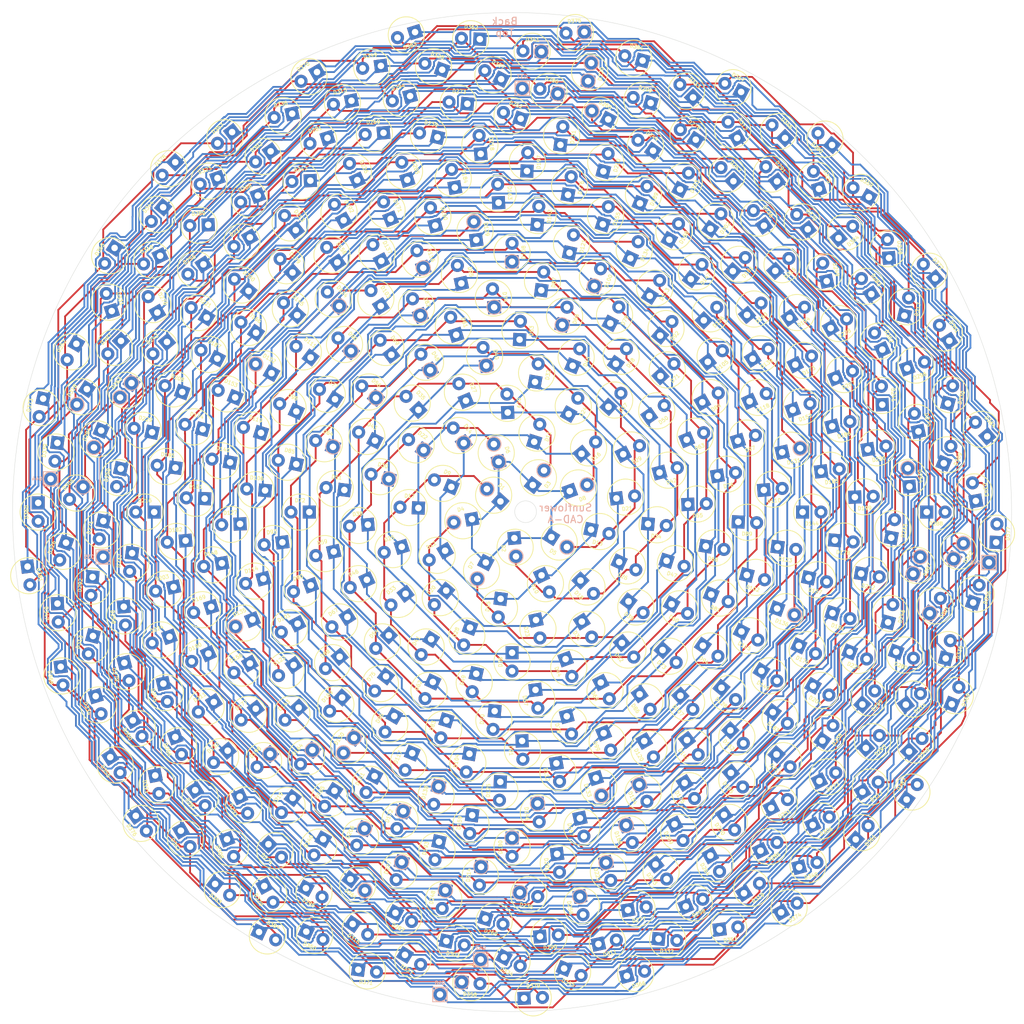
<source format=kicad_pcb>
(kicad_pcb (version 20171130) (host pcbnew 5.1.9+dfsg1-1+deb11u1)
  (layers (0 F.Cu signal) (31 B.Cu signal) (34 B.Paste user hide) (35 F.Paste user hide) (36 B.SilkS user) (37 F.SilkS user hide) (38 B.Mask user hide) (39 F.Mask user hide) (44 Edge.Cuts user))
  (net 0 "")
  (net 1 /matrix-1/SEG1)
  (net 2 /matrix-1/GRID1)
  (net 3 /matrix-1/SEG2)
  (net 4 /matrix-1/SEG3)
  (net 5 /matrix-1/SEG4)
  (net 6 /matrix-1/SEG5)
  (net 7 /matrix-1/SEG6)
  (net 8 /matrix-1/SEG7)
  (net 9 /matrix-1/SEG8)
  (net 10 /matrix-1/GRID2)
  (net 11 /matrix-1/GRID3)
  (net 12 /matrix-1/GRID4)
  (net 13 /matrix-1/GRID5)
  (net 14 /matrix-1/GRID6)
  (net 15 /matrix-1/GRID7)
  (net 16 /matrix-1/GRID8)
  (net 17 /matrix-1/GRID9)
  (net 18 /matrix-1/GRID10)
  (net 19 /matrix-1/GRID11)
  (net 20 /matrix-1/GRID12)
  (net 21 /matrix-1/GRID13)
  (net 22 /matrix-1/GRID14)
  (net 23 /matrix-1/GRID15)
  (net 24 /matrix-1/GRID16)
  (net 25 /matrix-2/SEG1)
  (net 26 /matrix-2/GRID1)
  (net 27 /matrix-2/SEG2)
  (net 28 /matrix-2/SEG3)
  (net 29 /matrix-2/SEG4)
  (net 30 /matrix-2/SEG5)
  (net 31 /matrix-2/SEG6)
  (net 32 /matrix-2/SEG7)
  (net 33 /matrix-2/SEG8)
  (net 34 /matrix-2/GRID2)
  (net 35 /matrix-2/GRID3)
  (net 36 /matrix-2/GRID4)
  (net 37 /matrix-2/GRID5)
  (net 38 /matrix-2/GRID6)
  (net 39 /matrix-2/GRID7)
  (net 40 /matrix-2/GRID8)
  (net 41 /matrix-2/GRID9)
  (net 42 /matrix-2/GRID10)
  (net 43 /matrix-2/GRID11)
  (net 44 /matrix-2/GRID12)
  (net 45 /matrix-2/GRID13)
  (net 46 /matrix-2/GRID14)
  (net 47 /matrix-2/GRID15)
  (net 48 /matrix-2/GRID16)
  (net 49 /matrix-3/SEG1)
  (net 50 /matrix-3/GRID1)
  (net 51 /matrix-3/SEG2)
  (net 52 /matrix-3/SEG3)
  (net 53 /matrix-3/SEG4)
  (net 54 /matrix-3/SEG5)
  (net 55 /matrix-3/SEG6)
  (net 56 /matrix-3/SEG7)
  (net 57 /matrix-3/SEG8)
  (net 58 /matrix-3/GRID2)
  (net 59 /matrix-3/GRID3)
  (net 60 /matrix-3/GRID4)
  (net 61 /matrix-3/GRID5)
  (net 62 /matrix-3/GRID6)
  (net 63 /matrix-3/GRID7)
  (net 64 /matrix-3/GRID8)
  (net 65 /matrix-3/GRID9)
  (net 66 /matrix-3/GRID10)
  (net 67 /matrix-3/GRID11)
  (net 68 /matrix-3/GRID12)
  (net 69 /matrix-3/GRID13)
  (net 70 /matrix-3/GRID14)
  (net 71 /matrix-3/GRID15)
  (net 72 /matrix-3/GRID16)
  (module sunflower:Link_Square (layer B.Cu) (at 90.04 166.64)
    (fp_text reference G48 (at 0.01 -1.6) (layer B.SilkS) (effects (font (size 0.5 0.5) (thickness 0.1)) (justify mirror)))
    (fp_text value Conn_01x01)
    (pad 1 thru_hole circle (at 0 0) (size 1.8 1.8) (drill 0.9) (layers *.Cu *.Mask) (net 72 /matrix-3/GRID16))
  )
  (module sunflower:Link_Square (layer B.Cu) (at 165.87 106.97)
    (fp_text reference G46 (at -1.87 0.03) (layer B.SilkS) (effects (font (size 0.5 0.5) (thickness 0.1)) (justify mirror)))
    (fp_text value Conn_01x01)
    (pad 1 thru_hole rect (at 0 0) (size 1.8 1.8) (drill 0.9) (layers *.Cu *.Mask) (net 70 /matrix-3/GRID14))
  )
  (module sunflower:Link_Square (layer B.Cu) (at 101.41 41.47)
    (fp_text reference G37 (at 0.01 -1.6) (layer B.SilkS) (effects (font (size 0.5 0.5) (thickness 0.1)) (justify mirror)))
    (fp_text value Conn_01x01)
    (pad 1 thru_hole circle (at 0 0) (size 1.8 1.8) (drill 0.9) (layers *.Cu *.Mask) (net 61 /matrix-3/GRID5))
  )
  (module sunflower:Link_Square (layer B.Cu) (at 43.51 106.19)
    (fp_text reference G35 (at -1.91 0.01) (layer B.SilkS) (effects (font (size 0.5 0.5) (thickness 0.1)) (justify mirror)))
    (fp_text value Conn_01x01)
    (pad 1 thru_hole circle (at 0 0) (size 1.8 1.8) (drill 0.9) (layers *.Cu *.Mask) (net 59 /matrix-3/GRID3))
  )
  (module sunflower:Link_Square (layer B.Cu) (at 36.26 95.42)
    (fp_text reference G44 (at -1.86 -0.02) (layer B.SilkS) (effects (font (size 0.5 0.5) (thickness 0.1)) (justify mirror)))
    (fp_text value Conn_01x01)
    (pad 1 thru_hole circle (at 0 0) (size 1.8 1.8) (drill 0.9) (layers *.Cu *.Mask) (net 68 /matrix-3/GRID12))
  )
  (module sunflower:Link_Square (layer B.Cu) (at 95.66 161.81)
    (fp_text reference G42 (at 0.01 -1.6) (layer B.SilkS) (effects (font (size 0.5 0.5) (thickness 0.1)) (justify mirror)))
    (fp_text value Conn_01x01)
    (pad 1 thru_hole circle (at 0 0) (size 1.8 1.8) (drill 0.9) (layers *.Cu *.Mask) (net 66 /matrix-3/GRID10))
  )
  (module sunflower:LED_D5.0mm (layer F.Cu) (at 161.227393 125.361956 67.5)
    (fp_text reference D369 (at 0.01 1.6 247.5) (layer F.SilkS) (effects (font (size 0.5 0.5) (thickness 0.1))))
    (fp_text value LED_Small)
    (pad 1 thru_hole rect (at -1.27 0 67.5) (size 1.8 1.8) (drill 0.9) (layers *.Cu *.Mask) (net 71 /matrix-3/GRID15))
    (pad 2 thru_hole circle (at 1.27 0 67.5) (size 1.8 1.8) (drill 0.9) (layers *.Cu *.Mask) (net 49 /matrix-3/SEG1))
  )
  (module sunflower:LED_D5.0mm (layer F.Cu) (at 48.752721 143.000656 305)
    (fp_text reference D376 (at 0.01 1.600001 305) (layer F.SilkS) (effects (font (size 0.5 0.5) (thickness 0.1))))
    (fp_text value LED_Small)
    (pad 1 thru_hole rect (at -1.27 0 305) (size 1.8 1.8) (drill 0.9) (layers *.Cu *.Mask) (net 71 /matrix-3/GRID15))
    (pad 2 thru_hole circle (at 1.27 0 305) (size 1.8 1.8) (drill 0.9) (layers *.Cu *.Mask) (net 57 /matrix-3/SEG8))
  )
  (module sunflower:LED_D5.0mm (layer F.Cu) (at 154.485338 71.637341 76.5)
    (fp_text reference D317 (at 0.01 1.6 76.5) (layer F.SilkS) (effects (font (size 0.5 0.5) (thickness 0.1))))
    (fp_text value LED_Small)
    (pad 1 thru_hole rect (at -1.27 0 76.5) (size 1.8 1.8) (drill 0.9) (layers *.Cu *.Mask) (net 64 /matrix-3/GRID8))
    (pad 2 thru_hole circle (at 1.27 0 76.5) (size 1.8 1.8) (drill 0.9) (layers *.Cu *.Mask) (net 54 /matrix-3/SEG5))
  )
  (module sunflower:LED_D5.0mm (layer F.Cu) (at 149.494459 137.979152 31.5)
    (fp_text reference D327 (at 0.01 1.6 211.5) (layer F.SilkS) (effects (font (size 0.5 0.5) (thickness 0.1))))
    (fp_text value LED_Small)
    (pad 1 thru_hole rect (at -1.27 0 31.5) (size 1.8 1.8) (drill 0.9) (layers *.Cu *.Mask) (net 65 /matrix-3/GRID9))
    (pad 2 thru_hole circle (at 1.27 0 31.5) (size 1.8 1.8) (drill 0.9) (layers *.Cu *.Mask) (net 56 /matrix-3/SEG7))
  )
  (module sunflower:LED_D5.0mm (layer F.Cu) (at 160.126704 92.084697 67.5)
    (fp_text reference D309 (at 0.01 1.6 67.5) (layer F.SilkS) (effects (font (size 0.5 0.5) (thickness 0.1))))
    (fp_text value LED_Small)
    (pad 1 thru_hole rect (at -1.27 0 67.5) (size 1.8 1.8) (drill 0.9) (layers *.Cu *.Mask) (net 63 /matrix-3/GRID7))
    (pad 2 thru_hole circle (at 1.27 0 67.5) (size 1.8 1.8) (drill 0.9) (layers *.Cu *.Mask) (net 54 /matrix-3/SEG5))
  )
  (module sunflower:LED_D5.0mm (layer F.Cu) (at 92.160904 159.539954 347.5)
    (fp_text reference D303 (at 0.01 1.6 347.5) (layer F.SilkS) (effects (font (size 0.5 0.5) (thickness 0.1))))
    (fp_text value LED_Small)
    (pad 1 thru_hole rect (at -1.27 0 347.5) (size 1.8 1.8) (drill 0.9) (layers *.Cu *.Mask) (net 62 /matrix-3/GRID6))
    (pad 2 thru_hole circle (at 1.27 0 347.5) (size 1.8 1.8) (drill 0.9) (layers *.Cu *.Mask) (net 56 /matrix-3/SEG7))
  )
  (module sunflower:LED_D5.0mm (layer F.Cu) (at 149.24887 125.637791 47.5)
    (fp_text reference D259 (at 0.01 1.600001 227.5) (layer F.SilkS) (effects (font (size 0.5 0.5) (thickness 0.1))))
    (fp_text value LED_Small)
    (pad 1 thru_hole rect (at -1.27 0 47.5) (size 1.8 1.8) (drill 0.9) (layers *.Cu *.Mask) (net 50 /matrix-3/GRID1))
    (pad 2 thru_hole circle (at 1.27 0 47.5) (size 1.8 1.8) (drill 0.9) (layers *.Cu *.Mask) (net 52 /matrix-3/SEG3))
  )
  (module sunflower:LED_D5.0mm (layer F.Cu) (at 46.760013 122.052239 284.5)
    (fp_text reference D279 (at 0.01 1.599999 284.5) (layer F.SilkS) (effects (font (size 0.5 0.5) (thickness 0.1))))
    (fp_text value LED_Small)
    (pad 1 thru_hole rect (at -1.27 0 284.5) (size 1.8 1.8) (drill 0.9) (layers *.Cu *.Mask) (net 59 /matrix-3/GRID3))
    (pad 2 thru_hole circle (at 1.27 0 284.5) (size 1.8 1.8) (drill 0.9) (layers *.Cu *.Mask) (net 56 /matrix-3/SEG7))
  )
  (module sunflower:LED_D5.0mm (layer F.Cu) (at 46.640044 83.17524 231.5)
    (fp_text reference D263 (at 0.01 1.6 51.5) (layer F.SilkS) (effects (font (size 0.5 0.5) (thickness 0.1))))
    (fp_text value LED_Small)
    (pad 1 thru_hole rect (at -1.27 0 231.5) (size 1.8 1.8) (drill 0.9) (layers *.Cu *.Mask) (net 50 /matrix-3/GRID1))
    (pad 2 thru_hole circle (at 1.27 0 231.5) (size 1.8 1.8) (drill 0.9) (layers *.Cu *.Mask) (net 56 /matrix-3/SEG7))
  )
  (module sunflower:LED_D5.0mm (layer F.Cu) (at 151.079665 83.895021 92.5)
    (fp_text reference D241 (at 0.01 1.6 92.5) (layer F.SilkS) (effects (font (size 0.5 0.5) (thickness 0.1))))
    (fp_text value LED_Small)
    (pad 1 thru_hole rect (at -1.27 0 92.5) (size 1.8 1.8) (drill 0.9) (layers *.Cu *.Mask) (net 47 /matrix-2/GRID15))
    (pad 2 thru_hole circle (at 1.27 0 92.5) (size 1.8 1.8) (drill 0.9) (layers *.Cu *.Mask) (net 25 /matrix-2/SEG1))
  )
  (module sunflower:LED_D5.0mm (layer F.Cu) (at 143.190451 66.859278 102.5)
    (fp_text reference D249 (at 0.01 1.6 102.5) (layer F.SilkS) (effects (font (size 0.5 0.5) (thickness 0.1))))
    (fp_text value LED_Small)
    (pad 1 thru_hole rect (at -1.27 0 102.5) (size 1.8 1.8) (drill 0.9) (layers *.Cu *.Mask) (net 48 /matrix-2/GRID16))
    (pad 2 thru_hole circle (at 1.27 0 102.5) (size 1.8 1.8) (drill 0.9) (layers *.Cu *.Mask) (net 25 /matrix-2/SEG1))
  )
  (module sunflower:LED_D5.0mm (layer F.Cu) (at 97.456393 97.669214 137.4999984)
    (fp_text reference D1 (at 0.01 1.600001 137.4999984) (layer F.SilkS) (effects (font (size 0.5 0.5) (thickness 0.1))))
    (fp_text value LED_Small)
    (pad 1 thru_hole rect (at -1.27 0 137.4999984) (size 1.8 1.8) (drill 0.9) (layers *.Cu *.Mask) (net 2 /matrix-1/GRID1))
    (pad 2 thru_hole circle (at 1.27 0 137.4999984) (size 1.8 1.8) (drill 0.9) (layers *.Cu *.Mask) (net 1 /matrix-1/SEG1))
  )
  (module sunflower:LED_D5.0mm (layer F.Cu) (at 100.425236 104.860471 274.9999968)
    (fp_text reference D2 (at 0.01 1.6 274.9999968) (layer F.SilkS) (effects (font (size 0.5 0.5) (thickness 0.1))))
    (fp_text value LED_Small)
    (pad 1 thru_hole rect (at -1.27 0 274.9999968) (size 1.8 1.8) (drill 0.9) (layers *.Cu *.Mask) (net 2 /matrix-1/GRID1))
    (pad 2 thru_hole circle (at 1.27 0 274.9999968) (size 1.8 1.8) (drill 0.9) (layers *.Cu *.Mask) (net 3 /matrix-1/SEG2))
  )
  (module sunflower:LED_D5.0mm (layer F.Cu) (at 103.6377 95.259258 52.4999952)
    (fp_text reference D3 (at 0.01 1.6 52.4999952) (layer F.SilkS) (effects (font (size 0.5 0.5) (thickness 0.1))))
    (fp_text value LED_Small)
    (pad 1 thru_hole rect (at -1.27 0 52.4999952) (size 1.8 1.8) (drill 0.9) (layers *.Cu *.Mask) (net 2 /matrix-1/GRID1))
    (pad 2 thru_hole circle (at 1.27 0 52.4999952) (size 1.8 1.8) (drill 0.9) (layers *.Cu *.Mask) (net 4 /matrix-1/SEG3))
  )
  (module sunflower:LED_D5.0mm (layer F.Cu) (at 93.204826 101.198172 189.9999936)
    (fp_text reference D4 (at 0.01 1.6 189.9999936) (layer F.SilkS) (effects (font (size 0.5 0.5) (thickness 0.1))))
    (fp_text value LED_Small)
    (pad 1 thru_hole rect (at -1.27 0 189.9999936) (size 1.8 1.8) (drill 0.9) (layers *.Cu *.Mask) (net 2 /matrix-1/GRID1))
    (pad 2 thru_hole circle (at 1.27 0 189.9999936) (size 1.8 1.8) (drill 0.9) (layers *.Cu *.Mask) (net 5 /matrix-1/SEG4))
  )
  (module sunflower:LED_D5.0mm (layer F.Cu) (at 106.506288 104.144964 327.499992)
    (fp_text reference D5 (at 0.01 1.6 327.499992) (layer F.SilkS) (effects (font (size 0.5 0.5) (thickness 0.1))))
    (fp_text value LED_Small)
    (pad 1 thru_hole rect (at -1.27 0 327.499992) (size 1.8 1.8) (drill 0.9) (layers *.Cu *.Mask) (net 2 /matrix-1/GRID1))
    (pad 2 thru_hole circle (at 1.27 0 327.499992) (size 1.8 1.8) (drill 0.9) (layers *.Cu *.Mask) (net 6 /matrix-1/SEG5))
  )
  (module sunflower:LED_D5.0mm (layer F.Cu) (at 97.812789 91.837212 104.9999904)
    (fp_text reference D6 (at 0.01 1.6 104.9999904) (layer F.SilkS) (effects (font (size 0.5 0.5) (thickness 0.1))))
    (fp_text value LED_Small)
    (pad 1 thru_hole rect (at -1.27 0 104.9999904) (size 1.8 1.8) (drill 0.9) (layers *.Cu *.Mask) (net 2 /matrix-1/GRID1))
    (pad 2 thru_hole circle (at 1.27 0 104.9999904) (size 1.8 1.8) (drill 0.9) (layers *.Cu *.Mask) (net 7 /matrix-1/SEG6))
  )
  (module sunflower:LED_D5.0mm (layer F.Cu) (at 95.78523 108.096494 242.4999888)
    (fp_text reference D7 (at 0.01 1.6 242.4999888) (layer F.SilkS) (effects (font (size 0.5 0.5) (thickness 0.1))))
    (fp_text value LED_Small)
    (pad 1 thru_hole rect (at -1.27 0 242.4999888) (size 1.8 1.8) (drill 0.9) (layers *.Cu *.Mask) (net 2 /matrix-1/GRID1))
    (pad 2 thru_hole circle (at 1.27 0 242.4999888) (size 1.8 1.8) (drill 0.9) (layers *.Cu *.Mask) (net 8 /matrix-1/SEG7))
  )
  (module sunflower:LED_D5.0mm (layer F.Cu) (at 109.16959 96.662544 19.9999872)
    (fp_text reference D8 (at 0.01 1.6 19.9999872) (layer F.SilkS) (effects (font (size 0.5 0.5) (thickness 0.1))))
    (fp_text value LED_Small)
    (pad 1 thru_hole rect (at -1.27 0 19.9999872) (size 1.8 1.8) (drill 0.9) (layers *.Cu *.Mask) (net 2 /matrix-1/GRID1))
    (pad 2 thru_hole circle (at 1.27 0 19.9999872) (size 1.8 1.8) (drill 0.9) (layers *.Cu *.Mask) (net 9 /matrix-1/SEG8))
  )
  (module sunflower:LED_D5.0mm (layer F.Cu) (at 90.437848 96.039224 157.4999856)
    (fp_text reference D9 (at 0.01 1.6 157.4999856) (layer F.SilkS) (effects (font (size 0.5 0.5) (thickness 0.1))))
    (fp_text value LED_Small)
    (pad 1 thru_hole rect (at -1.27 0 157.4999856) (size 1.8 1.8) (drill 0.9) (layers *.Cu *.Mask) (net 10 /matrix-1/GRID2))
    (pad 2 thru_hole circle (at 1.27 0 157.4999856) (size 1.8 1.8) (drill 0.9) (layers *.Cu *.Mask) (net 1 /matrix-1/SEG1))
  )
  (module sunflower:LED_D5.0mm (layer F.Cu) (at 104.610702 109.88769 294.999984)
    (fp_text reference D10 (at 0.01 1.6 294.999984) (layer F.SilkS) (effects (font (size 0.5 0.5) (thickness 0.1))))
    (fp_text value LED_Small)
    (pad 1 thru_hole rect (at -1.27 0 294.999984) (size 1.8 1.8) (drill 0.9) (layers *.Cu *.Mask) (net 10 /matrix-1/GRID2))
    (pad 2 thru_hole circle (at 1.27 0 294.999984) (size 1.8 1.8) (drill 0.9) (layers *.Cu *.Mask) (net 3 /matrix-1/SEG2))
  )
  (module sunflower:LED_D5.0mm (layer F.Cu) (at 103.440786 89.087233 72.4999824)
    (fp_text reference D11 (at 0.01 1.6 72.4999824) (layer F.SilkS) (effects (font (size 0.5 0.5) (thickness 0.1))))
    (fp_text value LED_Small)
    (pad 1 thru_hole rect (at -1.27 0 72.4999824) (size 1.8 1.8) (drill 0.9) (layers *.Cu *.Mask) (net 10 /matrix-1/GRID2))
    (pad 2 thru_hole circle (at 1.27 0 72.4999824) (size 1.8 1.8) (drill 0.9) (layers *.Cu *.Mask) (net 4 /matrix-1/SEG3))
  )
  (module sunflower:LED_D5.0mm (layer F.Cu) (at 89.649998 105.975572 209.9999808)
    (fp_text reference D12 (at 0.01 1.6 209.9999808) (layer F.SilkS) (effects (font (size 0.5 0.5) (thickness 0.1))))
    (fp_text value LED_Small)
    (pad 1 thru_hole rect (at -1.27 0 209.9999808) (size 1.8 1.8) (drill 0.9) (layers *.Cu *.Mask) (net 10 /matrix-1/GRID2))
    (pad 2 thru_hole circle (at 1.27 0 209.9999808) (size 1.8 1.8) (drill 0.9) (layers *.Cu *.Mask) (net 5 /matrix-1/SEG4))
  )
  (module sunflower:LED_D5.0mm (layer F.Cu) (at 112.144293 102.69233 347.4999792)
    (fp_text reference D13 (at 0.01 1.6 347.4999792) (layer F.SilkS) (effects (font (size 0.5 0.5) (thickness 0.1))))
    (fp_text value LED_Small)
    (pad 1 thru_hole rect (at -1.27 0 347.4999792) (size 1.8 1.8) (drill 0.9) (layers *.Cu *.Mask) (net 10 /matrix-1/GRID2))
    (pad 2 thru_hole circle (at 1.27 0 347.4999792) (size 1.8 1.8) (drill 0.9) (layers *.Cu *.Mask) (net 6 /matrix-1/SEG5))
  )
  (module sunflower:LED_D5.0mm (layer F.Cu) (at 92.595868 89.425794 124.9999776)
    (fp_text reference D14 (at 0.01 1.6 124.9999776) (layer F.SilkS) (effects (font (size 0.5 0.5) (thickness 0.1))))
    (fp_text value LED_Small)
    (pad 1 thru_hole rect (at -1.27 0 124.9999776) (size 1.8 1.8) (drill 0.9) (layers *.Cu *.Mask) (net 10 /matrix-1/GRID2))
    (pad 2 thru_hole circle (at 1.27 0 124.9999776) (size 1.8 1.8) (drill 0.9) (layers *.Cu *.Mask) (net 7 /matrix-1/SEG6))
  )
  (module sunflower:LED_D5.0mm (layer F.Cu) (at 98.255931 113.24748 262.499976)
    (fp_text reference D15 (at 0.01 1.6 262.499976) (layer F.SilkS) (effects (font (size 0.5 0.5) (thickness 0.1))))
    (fp_text value LED_Small)
    (pad 1 thru_hole rect (at -1.27 0 262.499976) (size 1.8 1.8) (drill 0.9) (layers *.Cu *.Mask) (net 10 /matrix-1/GRID2))
    (pad 2 thru_hole circle (at 1.27 0 262.499976) (size 1.8 1.8) (drill 0.9) (layers *.Cu *.Mask) (net 8 /matrix-1/SEG7))
  )
  (module sunflower:LED_D5.0mm (layer F.Cu) (at 110.571417 91.129536 39.9999744)
    (fp_text reference D16 (at 0.01 1.6 39.9999744) (layer F.SilkS) (effects (font (size 0.5 0.5) (thickness 0.1))))
    (fp_text value LED_Small)
    (pad 1 thru_hole rect (at -1.27 0 39.9999744) (size 1.8 1.8) (drill 0.9) (layers *.Cu *.Mask) (net 10 /matrix-1/GRID2))
    (pad 2 thru_hole circle (at 1.27 0 39.9999744) (size 1.8 1.8) (drill 0.9) (layers *.Cu *.Mask) (net 9 /matrix-1/SEG8))
  )
  (module sunflower:LED_D5.0mm (layer F.Cu) (at 85.788825 99.37952 177.4999728)
    (fp_text reference D17 (at 0.01 1.6 177.4999728) (layer F.SilkS) (effects (font (size 0.5 0.5) (thickness 0.1))))
    (fp_text value LED_Small)
    (pad 1 thru_hole rect (at -1.27 0 177.4999728) (size 1.8 1.8) (drill 0.9) (layers *.Cu *.Mask) (net 11 /matrix-1/GRID3))
    (pad 2 thru_hole circle (at 1.27 0 177.4999728) (size 1.8 1.8) (drill 0.9) (layers *.Cu *.Mask) (net 1 /matrix-1/SEG1))
  )
  (module sunflower:LED_D5.0mm (layer F.Cu) (at 110.349995 110.350005 314.9999712)
    (fp_text reference D18 (at 0.01 1.6 314.9999712) (layer F.SilkS) (effects (font (size 0.5 0.5) (thickness 0.1))))
    (fp_text value LED_Small)
    (pad 1 thru_hole rect (at -1.27 0 314.9999712) (size 1.8 1.8) (drill 0.9) (layers *.Cu *.Mask) (net 11 /matrix-1/GRID3))
    (pad 2 thru_hole circle (at 1.27 0 314.9999712) (size 1.8 1.8) (drill 0.9) (layers *.Cu *.Mask) (net 3 /matrix-1/SEG2))
  )
  (module sunflower:LED_D5.0mm (layer F.Cu) (at 99.344051 84.976111 92.4999696)
    (fp_text reference D19 (at 0.01 1.6 92.4999696) (layer F.SilkS) (effects (font (size 0.5 0.5) (thickness 0.1))))
    (fp_text value LED_Small)
    (pad 1 thru_hole rect (at -1.27 0 92.4999696) (size 1.8 1.8) (drill 0.9) (layers *.Cu *.Mask) (net 11 /matrix-1/GRID3))
    (pad 2 thru_hole circle (at 1.27 0 92.4999696) (size 1.8 1.8) (drill 0.9) (layers *.Cu *.Mask) (net 4 /matrix-1/SEG3))
  )
  (module sunflower:LED_D5.0mm (layer F.Cu) (at 90.082508 111.819194 229.999968)
    (fp_text reference D20 (at 0.01 1.599999 229.999968) (layer F.SilkS) (effects (font (size 0.5 0.5) (thickness 0.1))))
    (fp_text value LED_Small)
    (pad 1 thru_hole rect (at -1.27 0 229.999968) (size 1.8 1.8) (drill 0.9) (layers *.Cu *.Mask) (net 11 /matrix-1/GRID3))
    (pad 2 thru_hole circle (at 1.27 0 229.999968) (size 1.8 1.8) (drill 0.9) (layers *.Cu *.Mask) (net 5 /matrix-1/SEG4))
  )
  (module sunflower:LED_D5.0mm (layer F.Cu) (at 115.674632 97.936405 7.4999664)
    (fp_text reference D21 (at 0.01 1.6 7.4999664) (layer F.SilkS) (effects (font (size 0.5 0.5) (thickness 0.1))))
    (fp_text value LED_Small)
    (pad 1 thru_hole rect (at -1.27 0 7.4999664) (size 1.8 1.8) (drill 0.9) (layers *.Cu *.Mask) (net 11 /matrix-1/GRID3))
    (pad 2 thru_hole circle (at 1.27 0 7.4999664) (size 1.8 1.8) (drill 0.9) (layers *.Cu *.Mask) (net 6 /matrix-1/SEG5))
  )
  (module sunflower:LED_D5.0mm (layer F.Cu) (at 86.744541 90.718416 144.9999648)
    (fp_text reference D22 (at 0.009999 1.6 144.9999648) (layer F.SilkS) (effects (font (size 0.5 0.5) (thickness 0.1))))
    (fp_text value LED_Small)
    (pad 1 thru_hole rect (at -1.27 0 144.9999648) (size 1.8 1.8) (drill 0.9) (layers *.Cu *.Mask) (net 11 /matrix-1/GRID3))
    (pad 2 thru_hole circle (at 1.27 0 144.9999648) (size 1.8 1.8) (drill 0.9) (layers *.Cu *.Mask) (net 7 /matrix-1/SEG6))
  )
  (module sunflower:LED_D5.0mm (layer F.Cu) (at 103.581117 116.153424 282.4999632)
    (fp_text reference D23 (at 0.01 1.599999 282.4999632) (layer F.SilkS) (effects (font (size 0.5 0.5) (thickness 0.1))))
    (fp_text value LED_Small)
    (pad 1 thru_hole rect (at -1.27 0 282.4999632) (size 1.8 1.8) (drill 0.9) (layers *.Cu *.Mask) (net 11 /matrix-1/GRID3))
    (pad 2 thru_hole circle (at 1.27 0 282.4999632) (size 1.8 1.8) (drill 0.9) (layers *.Cu *.Mask) (net 8 /matrix-1/SEG7))
  )
  (module sunflower:LED_D5.0mm (layer F.Cu) (at 108.450749 85.362895 59.9999616)
    (fp_text reference D24 (at 0.01 1.6 59.9999616) (layer F.SilkS) (effects (font (size 0.5 0.5) (thickness 0.1))))
    (fp_text value LED_Small)
    (pad 1 thru_hole rect (at -1.27 0 59.9999616) (size 1.8 1.8) (drill 0.9) (layers *.Cu *.Mask) (net 11 /matrix-1/GRID3))
    (pad 2 thru_hole circle (at 1.27 0 59.9999616) (size 1.8 1.8) (drill 0.9) (layers *.Cu *.Mask) (net 9 /matrix-1/SEG8))
  )
  (module sunflower:LED_D5.0mm (layer F.Cu) (at 83.548379 105.187164 197.49996)
    (fp_text reference D25 (at 0.01 1.599999 197.49996) (layer F.SilkS) (effects (font (size 0.5 0.5) (thickness 0.1))))
    (fp_text value LED_Small)
    (pad 1 thru_hole rect (at -1.27 0 197.49996) (size 1.8 1.8) (drill 0.9) (layers *.Cu *.Mask) (net 12 /matrix-1/GRID4))
    (pad 2 thru_hole circle (at 1.27 0 197.49996) (size 1.8 1.8) (drill 0.9) (layers *.Cu *.Mask) (net 1 /matrix-1/SEG1))
  )
  (module sunflower:LED_D5.0mm (layer F.Cu) (at 115.943414 107.43455 334.9999584)
    (fp_text reference D26 (at 0.01 1.6 334.9999584) (layer F.SilkS) (effects (font (size 0.5 0.5) (thickness 0.1))))
    (fp_text value LED_Small)
    (pad 1 thru_hole rect (at -1.27 0 334.9999584) (size 1.8 1.8) (drill 0.9) (layers *.Cu *.Mask) (net 12 /matrix-1/GRID4))
    (pad 2 thru_hole circle (at 1.27 0 334.9999584) (size 1.8 1.8) (drill 0.9) (layers *.Cu *.Mask) (net 3 /matrix-1/SEG2))
  )
  (module sunflower:LED_D5.0mm (layer F.Cu) (at 93.139752 83.43786 112.4999568)
    (fp_text reference D27 (at 0.01 1.6 112.4999568) (layer F.SilkS) (effects (font (size 0.5 0.5) (thickness 0.1))))
    (fp_text value LED_Small)
    (pad 1 thru_hole rect (at -1.27 0 112.4999568) (size 1.8 1.8) (drill 0.9) (layers *.Cu *.Mask) (net 12 /matrix-1/GRID4))
    (pad 2 thru_hole circle (at 1.27 0 112.4999568) (size 1.8 1.8) (drill 0.9) (layers *.Cu *.Mask) (net 4 /matrix-1/SEG3))
  )
  (module sunflower:LED_D5.0mm (layer F.Cu) (at 93.756175 117.154727 249.9999552)
    (fp_text reference D28 (at 0.01 1.6 249.9999552) (layer F.SilkS) (effects (font (size 0.5 0.5) (thickness 0.1))))
    (fp_text value LED_Small)
    (pad 1 thru_hole rect (at -1.27 0 249.9999552) (size 1.8 1.8) (drill 0.9) (layers *.Cu *.Mask) (net 12 /matrix-1/GRID4))
    (pad 2 thru_hole circle (at 1.27 0 249.9999552) (size 1.8 1.8) (drill 0.9) (layers *.Cu *.Mask) (net 5 /matrix-1/SEG4))
  )
  (module sunflower:LED_D5.0mm (layer F.Cu) (at 116.47962 91.42127 27.4999536)
    (fp_text reference D29 (at 0.01 1.6 27.4999536) (layer F.SilkS) (effects (font (size 0.5 0.5) (thickness 0.1))))
    (fp_text value LED_Small)
    (pad 1 thru_hole rect (at -1.27 0 27.4999536) (size 1.8 1.8) (drill 0.9) (layers *.Cu *.Mask) (net 12 /matrix-1/GRID4))
    (pad 2 thru_hole circle (at 1.27 0 27.4999536) (size 1.8 1.8) (drill 0.9) (layers *.Cu *.Mask) (net 6 /matrix-1/SEG5))
  )
  (module sunflower:LED_D5.0mm (layer F.Cu) (at 81.747456 95.109229 164.999952)
    (fp_text reference D30 (at 0.009999 1.6 164.999952) (layer F.SilkS) (effects (font (size 0.5 0.5) (thickness 0.1))))
    (fp_text value LED_Small)
    (pad 1 thru_hole rect (at -1.27 0 164.999952) (size 1.8 1.8) (drill 0.9) (layers *.Cu *.Mask) (net 12 /matrix-1/GRID4))
    (pad 2 thru_hole circle (at 1.27 0 164.999952) (size 1.8 1.8) (drill 0.9) (layers *.Cu *.Mask) (net 7 /matrix-1/SEG6))
  )
  (module sunflower:LED_D5.0mm (layer F.Cu) (at 110.32086 116.200536 302.4999504)
    (fp_text reference D31 (at 0.01 1.6 302.4999504) (layer F.SilkS) (effects (font (size 0.5 0.5) (thickness 0.1))))
    (fp_text value LED_Small)
    (pad 1 thru_hole rect (at -1.27 0 302.4999504) (size 1.8 1.8) (drill 0.9) (layers *.Cu *.Mask) (net 12 /matrix-1/GRID4))
    (pad 2 thru_hole circle (at 1.27 0 302.4999504) (size 1.8 1.8) (drill 0.9) (layers *.Cu *.Mask) (net 8 /matrix-1/SEG7))
  )
  (module sunflower:LED_D5.0mm (layer F.Cu) (at 103.388961 80.78035 79.9999488)
    (fp_text reference D32 (at 0.01 1.6 79.9999488) (layer F.SilkS) (effects (font (size 0.5 0.5) (thickness 0.1))))
    (fp_text value LED_Small)
    (pad 1 thru_hole rect (at -1.27 0 79.9999488) (size 1.8 1.8) (drill 0.9) (layers *.Cu *.Mask) (net 12 /matrix-1/GRID4))
    (pad 2 thru_hole circle (at 1.27 0 79.9999488) (size 1.8 1.8) (drill 0.9) (layers *.Cu *.Mask) (net 9 /matrix-1/SEG8))
  )
  (module sunflower:LED_D5.0mm (layer F.Cu) (at 84.276724 112.064871 217.4999472)
    (fp_text reference D33 (at 0.01 1.6 217.4999472) (layer F.SilkS) (effects (font (size 0.5 0.5) (thickness 0.1))))
    (fp_text value LED_Small)
    (pad 1 thru_hole rect (at -1.27 0 217.4999472) (size 1.8 1.8) (drill 0.9) (layers *.Cu *.Mask) (net 13 /matrix-1/GRID5))
    (pad 2 thru_hole circle (at 1.27 0 217.4999472) (size 1.8 1.8) (drill 0.9) (layers *.Cu *.Mask) (net 1 /matrix-1/SEG1))
  )
  (module sunflower:LED_D5.0mm (layer F.Cu) (at 120.040232 101.753312 354.9999456)
    (fp_text reference D34 (at 0.01 1.6 354.9999456) (layer F.SilkS) (effects (font (size 0.5 0.5) (thickness 0.1))))
    (fp_text value LED_Small)
    (pad 1 thru_hole rect (at -1.27 0 354.9999456) (size 1.8 1.8) (drill 0.9) (layers *.Cu *.Mask) (net 13 /matrix-1/GRID5))
    (pad 2 thru_hole circle (at 1.27 0 354.9999456) (size 1.8 1.8) (drill 0.9) (layers *.Cu *.Mask) (net 3 /matrix-1/SEG2))
  )
  (module sunflower:LED_D5.0mm (layer F.Cu) (at 86.210897 84.951806 132.499944)
    (fp_text reference D35 (at 0.01 1.6 132.499944) (layer F.SilkS) (effects (font (size 0.5 0.5) (thickness 0.1))))
    (fp_text value LED_Small)
    (pad 1 thru_hole rect (at -1.27 0 132.499944) (size 1.8 1.8) (drill 0.9) (layers *.Cu *.Mask) (net 13 /matrix-1/GRID5))
    (pad 2 thru_hole circle (at 1.27 0 132.499944) (size 1.8 1.8) (drill 0.9) (layers *.Cu *.Mask) (net 4 /matrix-1/SEG3))
  )
  (module sunflower:LED_D5.0mm (layer F.Cu) (at 99.999979 120.7 269.9999424)
    (fp_text reference D36 (at 0.01 1.6 269.9999424) (layer F.SilkS) (effects (font (size 0.5 0.5) (thickness 0.1))))
    (fp_text value LED_Small)
    (pad 1 thru_hole rect (at -1.27 0 269.9999424) (size 1.8 1.8) (drill 0.9) (layers *.Cu *.Mask) (net 13 /matrix-1/GRID5))
    (pad 2 thru_hole circle (at 1.27 0 269.9999424) (size 1.8 1.8) (drill 0.9) (layers *.Cu *.Mask) (net 5 /matrix-1/SEG4))
  )
  (module sunflower:LED_D5.0mm (layer F.Cu) (at 114.177635 84.527858 47.4999408)
    (fp_text reference D37 (at 0.01 1.6 47.4999408) (layer F.SilkS) (effects (font (size 0.5 0.5) (thickness 0.1))))
    (fp_text value LED_Small)
    (pad 1 thru_hole rect (at -1.27 0 47.4999408) (size 1.8 1.8) (drill 0.9) (layers *.Cu *.Mask) (net 13 /matrix-1/GRID5))
    (pad 2 thru_hole circle (at 1.27 0 47.4999408) (size 1.8 1.8) (drill 0.9) (layers *.Cu *.Mask) (net 6 /matrix-1/SEG5))
  )
  (module sunflower:LED_D5.0mm (layer F.Cu) (at 78.813698 101.853539 184.9999392)
    (fp_text reference D38 (at 0.01 1.6 184.9999392) (layer F.SilkS) (effects (font (size 0.5 0.5) (thickness 0.1))))
    (fp_text value LED_Small)
    (pad 1 thru_hole rect (at -1.27 0 184.9999392) (size 1.8 1.8) (drill 0.9) (layers *.Cu *.Mask) (net 13 /matrix-1/GRID5))
    (pad 2 thru_hole circle (at 1.27 0 184.9999392) (size 1.8 1.8) (drill 0.9) (layers *.Cu *.Mask) (net 7 /matrix-1/SEG6))
  )
  (module sunflower:LED_D5.0mm (layer F.Cu) (at 117.092976 113.115932 322.4999376)
    (fp_text reference D39 (at 0.01 1.6 322.4999376) (layer F.SilkS) (effects (font (size 0.5 0.5) (thickness 0.1))))
    (fp_text value LED_Small)
    (pad 1 thru_hole rect (at -1.27 0 322.4999376) (size 1.8 1.8) (drill 0.9) (layers *.Cu *.Mask) (net 13 /matrix-1/GRID5))
    (pad 2 thru_hole circle (at 1.27 0 322.4999376) (size 1.8 1.8) (drill 0.9) (layers *.Cu *.Mask) (net 8 /matrix-1/SEG7))
  )
  (module sunflower:LED_D5.0mm (layer F.Cu) (at 96.21107 78.51177 99.999936)
    (fp_text reference D40 (at 0.01 1.6 99.999936) (layer F.SilkS) (effects (font (size 0.5 0.5) (thickness 0.1))))
    (fp_text value LED_Small)
    (pad 1 thru_hole rect (at -1.27 0 99.999936) (size 1.8 1.8) (drill 0.9) (layers *.Cu *.Mask) (net 13 /matrix-1/GRID5))
    (pad 2 thru_hole circle (at 1.27 0 99.999936) (size 1.8 1.8) (drill 0.9) (layers *.Cu *.Mask) (net 9 /matrix-1/SEG8))
  )
  (module sunflower:LED_D5.0mm (layer F.Cu) (at 88.130612 118.63116 237.4999344)
    (fp_text reference D41 (at 0.01 1.6 237.4999344) (layer F.SilkS) (effects (font (size 0.5 0.5) (thickness 0.1))))
    (fp_text value LED_Small)
    (pad 1 thru_hole rect (at -1.27 0 237.4999344) (size 1.8 1.8) (drill 0.9) (layers *.Cu *.Mask) (net 14 /matrix-1/GRID6))
    (pad 2 thru_hole circle (at 1.27 0 237.4999344) (size 1.8 1.8) (drill 0.9) (layers *.Cu *.Mask) (net 1 /matrix-1/SEG1))
  )
  (module sunflower:LED_D5.0mm (layer F.Cu) (at 121.596713 94.213205 14.9999328)
    (fp_text reference D42 (at 0.01 1.6 14.9999328) (layer F.SilkS) (effects (font (size 0.5 0.5) (thickness 0.1))))
    (fp_text value LED_Small)
    (pad 1 thru_hole rect (at -1.27 0 14.9999328) (size 1.8 1.8) (drill 0.9) (layers *.Cu *.Mask) (net 14 /matrix-1/GRID6))
    (pad 2 thru_hole circle (at 1.27 0 14.9999328) (size 1.8 1.8) (drill 0.9) (layers *.Cu *.Mask) (net 3 /matrix-1/SEG2))
  )
  (module sunflower:LED_D5.0mm (layer F.Cu) (at 79.933022 89.553762 152.4999312)
    (fp_text reference D43 (at 0.01 1.6 152.4999312) (layer F.SilkS) (effects (font (size 0.5 0.5) (thickness 0.1))))
    (fp_text value LED_Small)
    (pad 1 thru_hole rect (at -1.27 0 152.4999312) (size 1.8 1.8) (drill 0.9) (layers *.Cu *.Mask) (net 14 /matrix-1/GRID6))
    (pad 2 thru_hole circle (at 1.27 0 152.4999312) (size 1.8 1.8) (drill 0.9) (layers *.Cu *.Mask) (net 4 /matrix-1/SEG3))
  )
  (module sunflower:LED_D5.0mm (layer F.Cu) (at 107.827006 121.504604 289.9999296)
    (fp_text reference D44 (at 0.01 1.6 289.9999296) (layer F.SilkS) (effects (font (size 0.5 0.5) (thickness 0.1))))
    (fp_text value LED_Small)
    (pad 1 thru_hole rect (at -1.27 0 289.9999296) (size 1.8 1.8) (drill 0.9) (layers *.Cu *.Mask) (net 14 /matrix-1/GRID6))
    (pad 2 thru_hole circle (at 1.27 0 289.9999296) (size 1.8 1.8) (drill 0.9) (layers *.Cu *.Mask) (net 5 /matrix-1/SEG4))
  )
  (module sunflower:LED_D5.0mm (layer F.Cu) (at 108.856586 78.618387 67.499928)
    (fp_text reference D45 (at 0.009999 1.6 67.499928) (layer F.SilkS) (effects (font (size 0.5 0.5) (thickness 0.1))))
    (fp_text value LED_Small)
    (pad 1 thru_hole rect (at -1.27 0 67.499928) (size 1.8 1.8) (drill 0.9) (layers *.Cu *.Mask) (net 14 /matrix-1/GRID6))
    (pad 2 thru_hole circle (at 1.27 0 67.499928) (size 1.8 1.8) (drill 0.9) (layers *.Cu *.Mask) (net 6 /matrix-1/SEG5))
  )
  (module sunflower:LED_D5.0mm (layer F.Cu) (at 78.793257 109.888834 204.9999264)
    (fp_text reference D46 (at 0.01 1.6 204.9999264) (layer F.SilkS) (effects (font (size 0.5 0.5) (thickness 0.1))))
    (fp_text value LED_Small)
    (pad 1 thru_hole rect (at -1.27 0 204.9999264) (size 1.8 1.8) (drill 0.9) (layers *.Cu *.Mask) (net 14 /matrix-1/GRID6))
    (pad 2 thru_hole circle (at 1.27 0 204.9999264) (size 1.8 1.8) (drill 0.9) (layers *.Cu *.Mask) (net 7 /matrix-1/SEG6))
  )
  (module sunflower:LED_D5.0mm (layer F.Cu) (at 122.557312 107.112326 342.4999248)
    (fp_text reference D47 (at 0.01 1.6 342.4999248) (layer F.SilkS) (effects (font (size 0.5 0.5) (thickness 0.1))))
    (fp_text value LED_Small)
    (pad 1 thru_hole rect (at -1.27 0 342.4999248) (size 1.8 1.8) (drill 0.9) (layers *.Cu *.Mask) (net 14 /matrix-1/GRID6))
    (pad 2 thru_hole circle (at 1.27 0 342.4999248) (size 1.8 1.8) (drill 0.9) (layers *.Cu *.Mask) (net 8 /matrix-1/SEG7))
  )
  (module sunflower:LED_D5.0mm (layer F.Cu) (at 88.048877 79.299984 119.9999232)
    (fp_text reference D48 (at 0.01 1.6 119.9999232) (layer F.SilkS) (effects (font (size 0.5 0.5) (thickness 0.1))))
    (fp_text value LED_Small)
    (pad 1 thru_hole rect (at -1.27 0 119.9999232) (size 1.8 1.8) (drill 0.9) (layers *.Cu *.Mask) (net 14 /matrix-1/GRID6))
    (pad 2 thru_hole circle (at 1.27 0 119.9999232) (size 1.8 1.8) (drill 0.9) (layers *.Cu *.Mask) (net 9 /matrix-1/SEG8))
  )
  (module sunflower:LED_D5.0mm (layer F.Cu) (at 94.772951 123.577541 257.4999216)
    (fp_text reference D49 (at 0.01 1.600001 257.4999216) (layer F.SilkS) (effects (font (size 0.5 0.5) (thickness 0.1))))
    (fp_text value LED_Small)
    (pad 1 thru_hole rect (at -1.27 0 257.4999216) (size 1.8 1.8) (drill 0.9) (layers *.Cu *.Mask) (net 15 /matrix-1/GRID7))
    (pad 2 thru_hole circle (at 1.27 0 257.4999216) (size 1.8 1.8) (drill 0.9) (layers *.Cu *.Mask) (net 1 /matrix-1/SEG1))
  )
  (module sunflower:LED_D5.0mm (layer F.Cu) (at 119.983384 86.007525 34.99992)
    (fp_text reference D50 (at 0.01 1.6 34.99992) (layer F.SilkS) (effects (font (size 0.5 0.5) (thickness 0.1))))
    (fp_text value LED_Small)
    (pad 1 thru_hole rect (at -1.27 0 34.99992) (size 1.8 1.8) (drill 0.9) (layers *.Cu *.Mask) (net 15 /matrix-1/GRID7))
    (pad 2 thru_hole circle (at 1.27 0 34.99992) (size 1.8 1.8) (drill 0.9) (layers *.Cu *.Mask) (net 3 /matrix-1/SEG2))
  )
  (module sunflower:LED_D5.0mm (layer F.Cu) (at 75.572857 96.78407 172.4999184)
    (fp_text reference D51 (at 0.01 1.6 172.4999184) (layer F.SilkS) (effects (font (size 0.5 0.5) (thickness 0.1))))
    (fp_text value LED_Small)
    (pad 1 thru_hole rect (at -1.27 0 172.4999184) (size 1.8 1.8) (drill 0.9) (layers *.Cu *.Mask) (net 15 /matrix-1/GRID7))
    (pad 2 thru_hole circle (at 1.27 0 172.4999184) (size 1.8 1.8) (drill 0.9) (layers *.Cu *.Mask) (net 4 /matrix-1/SEG3))
  )
  (module sunflower:LED_D5.0mm (layer F.Cu) (at 115.991438 119.05791 309.9999168)
    (fp_text reference D52 (at 0.01 1.6 309.9999168) (layer F.SilkS) (effects (font (size 0.5 0.5) (thickness 0.1))))
    (fp_text value LED_Small)
    (pad 1 thru_hole rect (at -1.27 0 309.9999168) (size 1.8 1.8) (drill 0.9) (layers *.Cu *.Mask) (net 15 /matrix-1/GRID7))
    (pad 2 thru_hole circle (at 1.27 0 309.9999168) (size 1.8 1.8) (drill 0.9) (layers *.Cu *.Mask) (net 5 /matrix-1/SEG4))
  )
  (module sunflower:LED_D5.0mm (layer F.Cu) (at 101.095598 74.907528 87.4999152)
    (fp_text reference D53 (at 0.01 1.6 87.4999152) (layer F.SilkS) (effects (font (size 0.5 0.5) (thickness 0.1))))
    (fp_text value LED_Small)
    (pad 1 thru_hole rect (at -1.27 0 87.4999152) (size 1.8 1.8) (drill 0.9) (layers *.Cu *.Mask) (net 15 /matrix-1/GRID7))
    (pad 2 thru_hole circle (at 1.27 0 87.4999152) (size 1.8 1.8) (drill 0.9) (layers *.Cu *.Mask) (net 6 /matrix-1/SEG5))
  )
  (module sunflower:LED_D5.0mm (layer F.Cu) (at 82.073247 117.926699 224.9999136)
    (fp_text reference D54 (at 0.01 1.599999 224.9999136) (layer F.SilkS) (effects (font (size 0.5 0.5) (thickness 0.1))))
    (fp_text value LED_Small)
    (pad 1 thru_hole rect (at -1.27 0 224.9999136) (size 1.8 1.8) (drill 0.9) (layers *.Cu *.Mask) (net 15 /matrix-1/GRID7))
    (pad 2 thru_hole circle (at 1.27 0 224.9999136) (size 1.8 1.8) (drill 0.9) (layers *.Cu *.Mask) (net 7 /matrix-1/SEG6))
  )
  (module sunflower:LED_D5.0mm (layer F.Cu) (at 125.561534 98.883999 2.499912)
    (fp_text reference D55 (at 0.01 1.6 2.499912) (layer F.SilkS) (effects (font (size 0.5 0.5) (thickness 0.1))))
    (fp_text value LED_Small)
    (pad 1 thru_hole rect (at -1.27 0 2.499912) (size 1.8 1.8) (drill 0.9) (layers *.Cu *.Mask) (net 15 /matrix-1/GRID7))
    (pad 2 thru_hole circle (at 1.27 0 2.499912) (size 1.8 1.8) (drill 0.9) (layers *.Cu *.Mask) (net 8 /matrix-1/SEG7))
  )
  (module sunflower:LED_D5.0mm (layer F.Cu) (at 80.222723 83.404841 139.9999104)
    (fp_text reference D56 (at 0.009999 1.6 139.9999104) (layer F.SilkS) (effects (font (size 0.5 0.5) (thickness 0.1))))
    (fp_text value LED_Small)
    (pad 1 thru_hole rect (at -1.27 0 139.9999104) (size 1.8 1.8) (drill 0.9) (layers *.Cu *.Mask) (net 15 /matrix-1/GRID7))
    (pad 2 thru_hole circle (at 1.27 0 139.9999104) (size 1.8 1.8) (drill 0.9) (layers *.Cu *.Mask) (net 9 /matrix-1/SEG8))
  )
  (module sunflower:LED_D5.0mm (layer F.Cu) (at 103.399765 125.824099 277.4999088)
    (fp_text reference D57 (at 0.01 1.6 277.4999088) (layer F.SilkS) (effects (font (size 0.5 0.5) (thickness 0.1))))
    (fp_text value LED_Small)
    (pad 1 thru_hole rect (at -1.27 0 277.4999088) (size 1.8 1.8) (drill 0.9) (layers *.Cu *.Mask) (net 16 /matrix-1/GRID8))
    (pad 2 thru_hole circle (at 1.27 0 277.4999088) (size 1.8 1.8) (drill 0.9) (layers *.Cu *.Mask) (net 1 /matrix-1/SEG1))
  )
  (module sunflower:LED_D5.0mm (layer F.Cu) (at 115.070421 78.477282 54.9999072)
    (fp_text reference D58 (at 0.01 1.6 54.9999072) (layer F.SilkS) (effects (font (size 0.5 0.5) (thickness 0.1))))
    (fp_text value LED_Small)
    (pad 1 thru_hole rect (at -1.27 0 54.9999072) (size 1.8 1.8) (drill 0.9) (layers *.Cu *.Mask) (net 16 /matrix-1/GRID8))
    (pad 2 thru_hole circle (at 1.27 0 54.9999072) (size 1.8 1.8) (drill 0.9) (layers *.Cu *.Mask) (net 3 /matrix-1/SEG2))
  )
  (module sunflower:LED_D5.0mm (layer F.Cu) (at 74.128192 105.735597 192.4999056)
    (fp_text reference D59 (at 0.01 1.6 192.4999056) (layer F.SilkS) (effects (font (size 0.5 0.5) (thickness 0.1))))
    (fp_text value LED_Small)
    (pad 1 thru_hole rect (at -1.27 0 192.4999056) (size 1.8 1.8) (drill 0.9) (layers *.Cu *.Mask) (net 16 /matrix-1/GRID8))
    (pad 2 thru_hole circle (at 1.27 0 192.4999056) (size 1.8 1.8) (drill 0.9) (layers *.Cu *.Mask) (net 4 /matrix-1/SEG3))
  )
  (module sunflower:LED_D5.0mm (layer F.Cu) (at 123.143281 113.361831 329.999904)
    (fp_text reference D60 (at 0.01 1.6 329.999904) (layer F.SilkS) (effects (font (size 0.5 0.5) (thickness 0.1))))
    (fp_text value LED_Small)
    (pad 1 thru_hole rect (at -1.27 0 329.999904) (size 1.8 1.8) (drill 0.9) (layers *.Cu *.Mask) (net 16 /matrix-1/GRID8))
    (pad 2 thru_hole circle (at 1.27 0 329.999904) (size 1.8 1.8) (drill 0.9) (layers *.Cu *.Mask) (net 5 /matrix-1/SEG4))
  )
  (module sunflower:LED_D5.0mm (layer F.Cu) (at 91.897417 74.301738 107.4999024)
    (fp_text reference D61 (at 0.01 1.6 107.4999024) (layer F.SilkS) (effects (font (size 0.5 0.5) (thickness 0.1))))
    (fp_text value LED_Small)
    (pad 1 thru_hole rect (at -1.27 0 107.4999024) (size 1.8 1.8) (drill 0.9) (layers *.Cu *.Mask) (net 16 /matrix-1/GRID8))
    (pad 2 thru_hole circle (at 1.27 0 107.4999024) (size 1.8 1.8) (drill 0.9) (layers *.Cu *.Mask) (net 6 /matrix-1/SEG5))
  )
  (module sunflower:LED_D5.0mm (layer F.Cu) (at 88.519394 124.620128 244.9999008)
    (fp_text reference D62 (at 0.009999 1.6 244.9999008) (layer F.SilkS) (effects (font (size 0.5 0.5) (thickness 0.1))))
    (fp_text value LED_Small)
    (pad 1 thru_hole rect (at -1.27 0 244.9999008) (size 1.8 1.8) (drill 0.9) (layers *.Cu *.Mask) (net 16 /matrix-1/GRID8))
    (pad 2 thru_hole circle (at 1.27 0 244.9999008) (size 1.8 1.8) (drill 0.9) (layers *.Cu *.Mask) (net 7 /matrix-1/SEG6))
  )
  (module sunflower:LED_D5.0mm (layer F.Cu) (at 125.299098 89.520823 22.4998992)
    (fp_text reference D63 (at 0.01 1.600001 22.4998992) (layer F.SilkS) (effects (font (size 0.5 0.5) (thickness 0.1))))
    (fp_text value LED_Small)
    (pad 1 thru_hole rect (at -1.27 0 22.4998992) (size 1.8 1.8) (drill 0.9) (layers *.Cu *.Mask) (net 16 /matrix-1/GRID8))
    (pad 2 thru_hole circle (at 1.27 0 22.4998992) (size 1.8 1.8) (drill 0.9) (layers *.Cu *.Mask) (net 8 /matrix-1/SEG7))
  )
  (module sunflower:LED_D5.0mm (layer F.Cu) (at 74.064501 90.560198 159.9998976)
    (fp_text reference D64 (at 0.01 1.6 159.9998976) (layer F.SilkS) (effects (font (size 0.5 0.5) (thickness 0.1))))
    (fp_text value LED_Small)
    (pad 1 thru_hole rect (at -1.27 0 159.9998976) (size 1.8 1.8) (drill 0.9) (layers *.Cu *.Mask) (net 16 /matrix-1/GRID8))
    (pad 2 thru_hole circle (at 1.27 0 159.9998976) (size 1.8 1.8) (drill 0.9) (layers *.Cu *.Mask) (net 9 /matrix-1/SEG8))
  )
  (module sunflower:LED_D5.0mm (layer F.Cu) (at 112.843396 124.672043 297.499896)
    (fp_text reference D65 (at 0.01 1.6 297.499896) (layer F.SilkS) (effects (font (size 0.5 0.5) (thickness 0.1))))
    (fp_text value LED_Small)
    (pad 1 thru_hole rect (at -1.27 0 297.499896) (size 1.8 1.8) (drill 0.9) (layers *.Cu *.Mask) (net 17 /matrix-1/GRID9))
    (pad 2 thru_hole circle (at 1.27 0 297.499896) (size 1.8 1.8) (drill 0.9) (layers *.Cu *.Mask) (net 1 /matrix-1/SEG1))
  )
  (module sunflower:LED_D5.0mm (layer F.Cu) (at 107.254213 72.92711 74.9998944)
    (fp_text reference D66 (at 0.01 1.6 74.9998944) (layer F.SilkS) (effects (font (size 0.5 0.5) (thickness 0.1))))
    (fp_text value LED_Small)
    (pad 1 thru_hole rect (at -1.27 0 74.9998944) (size 1.8 1.8) (drill 0.9) (layers *.Cu *.Mask) (net 17 /matrix-1/GRID9))
    (pad 2 thru_hole circle (at 1.27 0 74.9998944) (size 1.8 1.8) (drill 0.9) (layers *.Cu *.Mask) (net 3 /matrix-1/SEG2))
  )
  (module sunflower:LED_D5.0mm (layer F.Cu) (at 76.183047 115.17301 212.4998928)
    (fp_text reference D67 (at 0.01 1.6 212.4998928) (layer F.SilkS) (effects (font (size 0.5 0.5) (thickness 0.1))))
    (fp_text value LED_Small)
    (pad 1 thru_hole rect (at -1.27 0 212.4998928) (size 1.8 1.8) (drill 0.9) (layers *.Cu *.Mask) (net 17 /matrix-1/GRID9))
    (pad 2 thru_hole circle (at 1.27 0 212.4998928) (size 1.8 1.8) (drill 0.9) (layers *.Cu *.Mask) (net 4 /matrix-1/SEG3))
  )
  (module sunflower:LED_D5.0mm (layer F.Cu) (at 128.017209 104.940245 349.9998912)
    (fp_text reference D68 (at 0.01 1.6 349.9998912) (layer F.SilkS) (effects (font (size 0.5 0.5) (thickness 0.1))))
    (fp_text value LED_Small)
    (pad 1 thru_hole rect (at -1.27 0 349.9998912) (size 1.8 1.8) (drill 0.9) (layers *.Cu *.Mask) (net 17 /matrix-1/GRID9))
    (pad 2 thru_hole circle (at 1.27 0 349.9998912) (size 1.8 1.8) (drill 0.9) (layers *.Cu *.Mask) (net 5 /matrix-1/SEG4))
  )
  (module sunflower:LED_D5.0mm (layer F.Cu) (at 82.554249 77.264164 127.4998896)
    (fp_text reference D69 (at 0.009999 1.6 127.4998896) (layer F.SilkS) (effects (font (size 0.5 0.5) (thickness 0.1))))
    (fp_text value LED_Small)
    (pad 1 thru_hole rect (at -1.27 0 127.4998896) (size 1.8 1.8) (drill 0.9) (layers *.Cu *.Mask) (net 17 /matrix-1/GRID9))
    (pad 2 thru_hole circle (at 1.27 0 127.4998896) (size 1.8 1.8) (drill 0.9) (layers *.Cu *.Mask) (net 6 /matrix-1/SEG5))
  )
  (module sunflower:LED_D5.0mm (layer F.Cu) (at 97.484213 128.754927 264.999888)
    (fp_text reference D70 (at 0.01 1.6 264.999888) (layer F.SilkS) (effects (font (size 0.5 0.5) (thickness 0.1))))
    (fp_text value LED_Small)
    (pad 1 thru_hole rect (at -1.27 0 264.999888) (size 1.8 1.8) (drill 0.9) (layers *.Cu *.Mask) (net 17 /matrix-1/GRID9))
    (pad 2 thru_hole circle (at 1.27 0 264.999888) (size 1.8 1.8) (drill 0.9) (layers *.Cu *.Mask) (net 7 /matrix-1/SEG6))
  )
  (module sunflower:LED_D5.0mm (layer F.Cu) (at 121.432851 80.360489 42.4998864)
    (fp_text reference D71 (at 0.01 1.6 42.4998864) (layer F.SilkS) (effects (font (size 0.5 0.5) (thickness 0.1))))
    (fp_text value LED_Small)
    (pad 1 thru_hole rect (at -1.27 0 42.4998864) (size 1.8 1.8) (drill 0.9) (layers *.Cu *.Mask) (net 17 /matrix-1/GRID9))
    (pad 2 thru_hole circle (at 1.27 0 42.4998864) (size 1.8 1.8) (drill 0.9) (layers *.Cu *.Mask) (net 8 /matrix-1/SEG7))
  )
  (module sunflower:LED_D5.0mm (layer F.Cu) (at 70.725779 99.999941 179.9998848)
    (fp_text reference D72 (at 0.01 1.6 179.9998848) (layer F.SilkS) (effects (font (size 0.5 0.5) (thickness 0.1))))
    (fp_text value LED_Small)
    (pad 1 thru_hole rect (at -1.27 0 179.9998848) (size 1.8 1.8) (drill 0.9) (layers *.Cu *.Mask) (net 17 /matrix-1/GRID9))
    (pad 2 thru_hole circle (at 1.27 0 179.9998848) (size 1.8 1.8) (drill 0.9) (layers *.Cu *.Mask) (net 9 /matrix-1/SEG8))
  )
  (module sunflower:LED_D5.0mm (layer F.Cu) (at 121.732546 119.91429 317.4998832)
    (fp_text reference D73 (at 0.01 1.6 317.4998832) (layer F.SilkS) (effects (font (size 0.5 0.5) (thickness 0.1))))
    (fp_text value LED_Small)
    (pad 1 thru_hole rect (at -1.27 0 317.4998832) (size 1.8 1.8) (drill 0.9) (layers *.Cu *.Mask) (net 18 /matrix-1/GRID10))
    (pad 2 thru_hole circle (at 1.27 0 317.4998832) (size 1.8 1.8) (drill 0.9) (layers *.Cu *.Mask) (net 1 /matrix-1/SEG1))
  )
  (module sunflower:LED_D5.0mm (layer F.Cu) (at 97.413451 70.434906 94.9998816)
    (fp_text reference D74 (at 0.01 1.6 94.9998816) (layer F.SilkS) (effects (font (size 0.5 0.5) (thickness 0.1))))
    (fp_text value LED_Small)
    (pad 1 thru_hole rect (at -1.27 0 94.9998816) (size 1.8 1.8) (drill 0.9) (layers *.Cu *.Mask) (net 18 /matrix-1/GRID10))
    (pad 2 thru_hole circle (at 1.27 0 94.9998816) (size 1.8 1.8) (drill 0.9) (layers *.Cu *.Mask) (net 3 /matrix-1/SEG2))
  )
  (module sunflower:LED_D5.0mm (layer F.Cu) (at 81.811452 123.703675 232.49988)
    (fp_text reference D75 (at 0.01 1.6 232.49988) (layer F.SilkS) (effects (font (size 0.5 0.5) (thickness 0.1))))
    (fp_text value LED_Small)
    (pad 1 thru_hole rect (at -1.27 0 232.49988) (size 1.8 1.8) (drill 0.9) (layers *.Cu *.Mask) (net 18 /matrix-1/GRID10))
    (pad 2 thru_hole circle (at 1.27 0 232.49988) (size 1.8 1.8) (drill 0.9) (layers *.Cu *.Mask) (net 4 /matrix-1/SEG3))
  )
  (module sunflower:LED_D5.0mm (layer F.Cu) (at 129.619486 94.77735 9.9998784)
    (fp_text reference D76 (at 0.01 1.6 9.9998784) (layer F.SilkS) (effects (font (size 0.5 0.5) (thickness 0.1))))
    (fp_text value LED_Small)
    (pad 1 thru_hole rect (at -1.27 0 9.9998784) (size 1.8 1.8) (drill 0.9) (layers *.Cu *.Mask) (net 18 /matrix-1/GRID10))
    (pad 2 thru_hole circle (at 1.27 0 9.9998784) (size 1.8 1.8) (drill 0.9) (layers *.Cu *.Mask) (net 5 /matrix-1/SEG4))
  )
  (module sunflower:LED_D5.0mm (layer F.Cu) (at 74.467517 83.733937 147.4998768)
    (fp_text reference D77 (at 0.01 1.599999 147.4998768) (layer F.SilkS) (effects (font (size 0.5 0.5) (thickness 0.1))))
    (fp_text value LED_Small)
    (pad 1 thru_hole rect (at -1.27 0 147.4998768) (size 1.8 1.8) (drill 0.9) (layers *.Cu *.Mask) (net 18 /matrix-1/GRID10))
    (pad 2 thru_hole circle (at 1.27 0 147.4998768) (size 1.8 1.8) (drill 0.9) (layers *.Cu *.Mask) (net 6 /matrix-1/SEG5))
  )
  (module sunflower:LED_D5.0mm (layer F.Cu) (at 107.886042 129.431367 284.9998752)
    (fp_text reference D78 (at 0.01 1.6 284.9998752) (layer F.SilkS) (effects (font (size 0.5 0.5) (thickness 0.1))))
    (fp_text value LED_Small)
    (pad 1 thru_hole rect (at -1.27 0 284.9998752) (size 1.8 1.8) (drill 0.9) (layers *.Cu *.Mask) (net 18 /matrix-1/GRID10))
    (pad 2 thru_hole circle (at 1.27 0 284.9998752) (size 1.8 1.8) (drill 0.9) (layers *.Cu *.Mask) (net 7 /matrix-1/SEG6))
  )
  (module sunflower:LED_D5.0mm (layer F.Cu) (at 114.159244 72.800491 62.4998736)
    (fp_text reference D79 (at 0.01 1.6 62.4998736) (layer F.SilkS) (effects (font (size 0.5 0.5) (thickness 0.1))))
    (fp_text value LED_Small)
    (pad 1 thru_hole rect (at -1.27 0 62.4998736) (size 1.8 1.8) (drill 0.9) (layers *.Cu *.Mask) (net 18 /matrix-1/GRID10))
    (pad 2 thru_hole circle (at 1.27 0 62.4998736) (size 1.8 1.8) (drill 0.9) (layers *.Cu *.Mask) (net 8 /matrix-1/SEG7))
  )
  (module sunflower:LED_D5.0mm (layer F.Cu) (at 71.003188 110.553903 199.999872)
    (fp_text reference D80 (at 0.01 1.6 199.999872) (layer F.SilkS) (effects (font (size 0.5 0.5) (thickness 0.1))))
    (fp_text value LED_Small)
    (pad 1 thru_hole rect (at -1.27 0 199.999872) (size 1.8 1.8) (drill 0.9) (layers *.Cu *.Mask) (net 18 /matrix-1/GRID10))
    (pad 2 thru_hole circle (at 1.27 0 199.999872) (size 1.8 1.8) (drill 0.9) (layers *.Cu *.Mask) (net 9 /matrix-1/SEG8))
  )
  (module sunflower:LED_D5.0mm (layer F.Cu) (at 128.686433 111.882385 337.4998704)
    (fp_text reference D81 (at 0.01 1.6 337.4998704) (layer F.SilkS) (effects (font (size 0.5 0.5) (thickness 0.1))))
    (fp_text value LED_Small)
    (pad 1 thru_hole rect (at -1.27 0 337.4998704) (size 1.8 1.8) (drill 0.9) (layers *.Cu *.Mask) (net 19 /matrix-1/GRID11))
    (pad 2 thru_hole circle (at 1.27 0 337.4998704) (size 1.8 1.8) (drill 0.9) (layers *.Cu *.Mask) (net 1 /matrix-1/SEG1))
  )
  (module sunflower:LED_D5.0mm (layer F.Cu) (at 86.797014 71.685937 114.9998688)
    (fp_text reference D82 (at 0.01 1.6 114.9998688) (layer F.SilkS) (effects (font (size 0.5 0.5) (thickness 0.1))))
    (fp_text value LED_Small)
    (pad 1 thru_hole rect (at -1.27 0 114.9998688) (size 1.8 1.8) (drill 0.9) (layers *.Cu *.Mask) (net 19 /matrix-1/GRID11))
    (pad 2 thru_hole circle (at 1.27 0 114.9998688) (size 1.8 1.8) (drill 0.9) (layers *.Cu *.Mask) (net 3 /matrix-1/SEG2))
  )
  (module sunflower:LED_D5.0mm (layer F.Cu) (at 90.548448 129.976252 252.4998672)
    (fp_text reference D83 (at 0.01 1.6 252.4998672) (layer F.SilkS) (effects (font (size 0.5 0.5) (thickness 0.1))))
    (fp_text value LED_Small)
    (pad 1 thru_hole rect (at -1.27 0 252.4998672) (size 1.8 1.8) (drill 0.9) (layers *.Cu *.Mask) (net 19 /matrix-1/GRID11))
    (pad 2 thru_hole circle (at 1.27 0 252.4998672) (size 1.8 1.8) (drill 0.9) (layers *.Cu *.Mask) (net 4 /matrix-1/SEG3))
  )
  (module sunflower:LED_D5.0mm (layer F.Cu) (at 127.383563 84.190178 29.9998656)
    (fp_text reference D84 (at 0.01 1.6 29.9998656) (layer F.SilkS) (effects (font (size 0.5 0.5) (thickness 0.1))))
    (fp_text value LED_Small)
    (pad 1 thru_hole rect (at -1.27 0 29.9998656) (size 1.8 1.8) (drill 0.9) (layers *.Cu *.Mask) (net 19 /matrix-1/GRID11))
    (pad 2 thru_hole circle (at 1.27 0 29.9998656) (size 1.8 1.8) (drill 0.9) (layers *.Cu *.Mask) (net 5 /matrix-1/SEG4))
  )
  (module sunflower:LED_D5.0mm (layer F.Cu) (at 68.946551 93.115539 167.499864)
    (fp_text reference D85 (at 0.01 1.6 167.499864) (layer F.SilkS) (effects (font (size 0.5 0.5) (thickness 0.1))))
    (fp_text value LED_Small)
    (pad 1 thru_hole rect (at -1.27 0 167.499864) (size 1.8 1.8) (drill 0.9) (layers *.Cu *.Mask) (net 19 /matrix-1/GRID11))
    (pad 2 thru_hole circle (at 1.27 0 167.499864) (size 1.8 1.8) (drill 0.9) (layers *.Cu *.Mask) (net 6 /matrix-1/SEG5))
  )
  (module sunflower:LED_D5.0mm (layer F.Cu) (at 118.350932 126.207981 304.9998624)
    (fp_text reference D86 (at 0.01 1.6 304.9998624) (layer F.SilkS) (effects (font (size 0.5 0.5) (thickness 0.1))))
    (fp_text value LED_Small)
    (pad 1 thru_hole rect (at -1.27 0 304.9998624) (size 1.8 1.8) (drill 0.9) (layers *.Cu *.Mask) (net 19 /matrix-1/GRID11))
    (pad 2 thru_hole circle (at 1.27 0 304.9998624) (size 1.8 1.8) (drill 0.9) (layers *.Cu *.Mask) (net 7 /matrix-1/SEG6))
  )
  (module sunflower:LED_D5.0mm (layer F.Cu) (at 104.20034 68.095852 82.4998608)
    (fp_text reference D87 (at 0.01 1.6 82.4998608) (layer F.SilkS) (effects (font (size 0.5 0.5) (thickness 0.1))))
    (fp_text value LED_Small)
    (pad 1 thru_hole rect (at -1.27 0 82.4998608) (size 1.8 1.8) (drill 0.9) (layers *.Cu *.Mask) (net 19 /matrix-1/GRID11))
    (pad 2 thru_hole circle (at 1.27 0 82.4998608) (size 1.8 1.8) (drill 0.9) (layers *.Cu *.Mask) (net 8 /matrix-1/SEG7))
  )
  (module sunflower:LED_D5.0mm (layer F.Cu) (at 75.207787 120.803033 219.9998592)
    (fp_text reference D88 (at 0.01 1.6 219.9998592) (layer F.SilkS) (effects (font (size 0.5 0.5) (thickness 0.1))))
    (fp_text value LED_Small)
    (pad 1 thru_hole rect (at -1.27 0 219.9998592) (size 1.8 1.8) (drill 0.9) (layers *.Cu *.Mask) (net 19 /matrix-1/GRID11))
    (pad 2 thru_hole circle (at 1.27 0 219.9998592) (size 1.8 1.8) (drill 0.9) (layers *.Cu *.Mask) (net 9 /matrix-1/SEG8))
  )
  (module sunflower:LED_D5.0mm (layer F.Cu) (at 132.516254 101.419771 357.4998576)
    (fp_text reference D89 (at 0.01 1.6 357.4998576) (layer F.SilkS) (effects (font (size 0.5 0.5) (thickness 0.1))))
    (fp_text value LED_Small)
    (pad 1 thru_hole rect (at -1.27 0 357.4998576) (size 1.8 1.8) (drill 0.9) (layers *.Cu *.Mask) (net 20 /matrix-1/GRID12))
    (pad 2 thru_hole circle (at 1.27 0 357.4998576) (size 1.8 1.8) (drill 0.9) (layers *.Cu *.Mask) (net 1 /matrix-1/SEG1))
  )
  (module sunflower:LED_D5.0mm (layer F.Cu) (at 76.856755 76.856638 134.999856)
    (fp_text reference D90 (at 0.01 1.6 134.999856) (layer F.SilkS) (effects (font (size 0.5 0.5) (thickness 0.1))))
    (fp_text value LED_Small)
    (pad 1 thru_hole rect (at -1.27 0 134.999856) (size 1.8 1.8) (drill 0.9) (layers *.Cu *.Mask) (net 20 /matrix-1/GRID12))
    (pad 2 thru_hole circle (at 1.27 0 134.999856) (size 1.8 1.8) (drill 0.9) (layers *.Cu *.Mask) (net 3 /matrix-1/SEG2))
  )
  (module sunflower:LED_D5.0mm (layer F.Cu) (at 101.43547 132.879582 272.4998544)
    (fp_text reference D91 (at 0.01 1.6 272.4998544) (layer F.SilkS) (effects (font (size 0.5 0.5) (thickness 0.1))))
    (fp_text value LED_Small)
    (pad 1 thru_hole rect (at -1.27 0 272.4998544) (size 1.8 1.8) (drill 0.9) (layers *.Cu *.Mask) (net 20 /matrix-1/GRID12))
    (pad 2 thru_hole circle (at 1.27 0 272.4998544) (size 1.8 1.8) (drill 0.9) (layers *.Cu *.Mask) (net 4 /matrix-1/SEG3))
  )
  (module sunflower:LED_D5.0mm (layer F.Cu) (at 121.270703 74.650696 49.9998528)
    (fp_text reference D92 (at 0.01 1.6 49.9998528) (layer F.SilkS) (effects (font (size 0.5 0.5) (thickness 0.1))))
    (fp_text value LED_Small)
    (pad 1 thru_hole rect (at -1.27 0 49.9998528) (size 1.8 1.8) (drill 0.9) (layers *.Cu *.Mask) (net 20 /matrix-1/GRID12))
    (pad 2 thru_hole circle (at 1.27 0 49.9998528) (size 1.8 1.8) (drill 0.9) (layers *.Cu *.Mask) (net 5 /matrix-1/SEG4))
  )
  (module sunflower:LED_D5.0mm (layer F.Cu) (at 67.014028 104.342598 187.4998512)
    (fp_text reference D93 (at 0.01 1.6 187.4998512) (layer F.SilkS) (effects (font (size 0.5 0.5) (thickness 0.1))))
    (fp_text value LED_Small)
    (pad 1 thru_hole rect (at -1.27 0 187.4998512) (size 1.8 1.8) (drill 0.9) (layers *.Cu *.Mask) (net 20 /matrix-1/GRID12))
    (pad 2 thru_hole circle (at 1.27 0 187.4998512) (size 1.8 1.8) (drill 0.9) (layers *.Cu *.Mask) (net 6 /matrix-1/SEG5))
  )
  (module sunflower:LED_D5.0mm (layer F.Cu) (at 127.399759 119.185625 324.9998496)
    (fp_text reference D94 (at 0.01 1.6 324.9998496) (layer F.SilkS) (effects (font (size 0.5 0.5) (thickness 0.1))))
    (fp_text value LED_Small)
    (pad 1 thru_hole rect (at -1.27 0 324.9998496) (size 1.8 1.8) (drill 0.9) (layers *.Cu *.Mask) (net 20 /matrix-1/GRID12))
    (pad 2 thru_hole circle (at 1.27 0 324.9998496) (size 1.8 1.8) (drill 0.9) (layers *.Cu *.Mask) (net 7 /matrix-1/SEG6))
  )
  (module sunflower:LED_D5.0mm (layer F.Cu) (at 92.721993 67.170621 102.499848)
    (fp_text reference D95 (at 0.01 1.6 102.499848) (layer F.SilkS) (effects (font (size 0.5 0.5) (thickness 0.1))))
    (fp_text value LED_Small)
    (pad 1 thru_hole rect (at -1.27 0 102.499848) (size 1.8 1.8) (drill 0.9) (layers *.Cu *.Mask) (net 20 /matrix-1/GRID12))
    (pad 2 thru_hole circle (at 1.27 0 102.499848) (size 1.8 1.8) (drill 0.9) (layers *.Cu *.Mask) (net 8 /matrix-1/SEG7))
  )
  (module sunflower:LED_D5.0mm (layer F.Cu) (at 83.098442 129.274175 239.9998464)
    (fp_text reference D96 (at 0.010001 1.6 239.9998464) (layer F.SilkS) (effects (font (size 0.5 0.5) (thickness 0.1))))
    (fp_text value LED_Small)
    (pad 1 thru_hole rect (at -1.27 0 239.9998464) (size 1.8 1.8) (drill 0.9) (layers *.Cu *.Mask) (net 20 /matrix-1/GRID12))
    (pad 2 thru_hole circle (at 1.27 0 239.9998464) (size 1.8 1.8) (drill 0.9) (layers *.Cu *.Mask) (net 9 /matrix-1/SEG8))
  )
  (module sunflower:LED_D5.0mm (layer F.Cu) (at 132.405956 89.782538 17.4998448)
    (fp_text reference D97 (at 0.01 1.6 17.4998448) (layer F.SilkS) (effects (font (size 0.5 0.5) (thickness 0.1))))
    (fp_text value LED_Small)
    (pad 1 thru_hole rect (at -1.27 0 17.4998448) (size 1.8 1.8) (drill 0.9) (layers *.Cu *.Mask) (net 21 /matrix-1/GRID13))
    (pad 2 thru_hole circle (at 1.27 0 17.4998448) (size 1.8 1.8) (drill 0.9) (layers *.Cu *.Mask) (net 1 /matrix-1/SEG1))
  )
  (module sunflower:LED_D5.0mm (layer F.Cu) (at 69.046676 85.566125 154.9998432)
    (fp_text reference D98 (at 0.01 1.6 154.9998432) (layer F.SilkS) (effects (font (size 0.5 0.5) (thickness 0.1))))
    (fp_text value LED_Small)
    (pad 1 thru_hole rect (at -1.27 0 154.9998432) (size 1.8 1.8) (drill 0.9) (layers *.Cu *.Mask) (net 21 /matrix-1/GRID13))
    (pad 2 thru_hole circle (at 1.27 0 154.9998432) (size 1.8 1.8) (drill 0.9) (layers *.Cu *.Mask) (net 3 /matrix-1/SEG2))
  )
  (module sunflower:LED_D5.0mm (layer F.Cu) (at 113.136312 131.714111 292.4998416)
    (fp_text reference D99 (at 0.01 1.6 292.4998416) (layer F.SilkS) (effects (font (size 0.5 0.5) (thickness 0.1))))
    (fp_text value LED_Small)
    (pad 1 thru_hole rect (at -1.27 0 292.4998416) (size 1.8 1.8) (drill 0.9) (layers *.Cu *.Mask) (net 21 /matrix-1/GRID13))
    (pad 2 thru_hole circle (at 1.27 0 292.4998416) (size 1.8 1.8) (drill 0.9) (layers *.Cu *.Mask) (net 4 /matrix-1/SEG3))
  )
  (module sunflower:LED_D5.0mm (layer F.Cu) (at 111.799785 67.580638 69.99984)
    (fp_text reference D100 (at 0.01 1.6 69.99984) (layer F.SilkS) (effects (font (size 0.5 0.5) (thickness 0.1))))
    (fp_text value LED_Small)
    (pad 1 thru_hole rect (at -1.27 0 69.99984) (size 1.8 1.8) (drill 0.9) (layers *.Cu *.Mask) (net 21 /matrix-1/GRID13))
    (pad 2 thru_hole circle (at 1.27 0 69.99984) (size 1.8 1.8) (drill 0.9) (layers *.Cu *.Mask) (net 5 /matrix-1/SEG4))
  )
  (module sunflower:LED_D5.0mm (layer F.Cu) (at 69.245452 116.009694 207.4998384)
    (fp_text reference D101 (at 0.01 1.6 207.4998384) (layer F.SilkS) (effects (font (size 0.5 0.5) (thickness 0.1))))
    (fp_text value LED_Small)
    (pad 1 thru_hole rect (at -1.27 0 207.4998384) (size 1.8 1.8) (drill 0.9) (layers *.Cu *.Mask) (net 21 /matrix-1/GRID13))
    (pad 2 thru_hole circle (at 1.27 0 207.4998384) (size 1.8 1.8) (drill 0.9) (layers *.Cu *.Mask) (net 6 /matrix-1/SEG5))
  )
  (module sunflower:LED_D5.0mm (layer F.Cu) (at 133.65601 109.018203 344.9998368)
    (fp_text reference D102 (at 0.01 1.6 344.9998368) (layer F.SilkS) (effects (font (size 0.5 0.5) (thickness 0.1))))
    (fp_text value LED_Small)
    (pad 1 thru_hole rect (at -1.27 0 344.9998368) (size 1.8 1.8) (drill 0.9) (layers *.Cu *.Mask) (net 21 /matrix-1/GRID13))
    (pad 2 thru_hole circle (at 1.27 0 344.9998368) (size 1.8 1.8) (drill 0.9) (layers *.Cu *.Mask) (net 7 /matrix-1/SEG6))
  )
  (module sunflower:LED_D5.0mm (layer F.Cu) (at 81.187251 70.469711 122.4998352)
    (fp_text reference D103 (at 0.01 1.6 122.4998352) (layer F.SilkS) (effects (font (size 0.5 0.5) (thickness 0.1))))
    (fp_text value LED_Small)
    (pad 1 thru_hole rect (at -1.27 0 122.4998352) (size 1.8 1.8) (drill 0.9) (layers *.Cu *.Mask) (net 21 /matrix-1/GRID13))
    (pad 2 thru_hole circle (at 1.27 0 122.4998352) (size 1.8 1.8) (drill 0.9) (layers *.Cu *.Mask) (net 8 /matrix-1/SEG7))
  )
  (module sunflower:LED_D5.0mm (layer F.Cu) (at 93.890395 134.648705 259.9998336)
    (fp_text reference D104 (at 0.01 1.6 259.9998336) (layer F.SilkS) (effects (font (size 0.5 0.5) (thickness 0.1))))
    (fp_text value LED_Small)
    (pad 1 thru_hole rect (at -1.27 0 259.9998336) (size 1.8 1.8) (drill 0.9) (layers *.Cu *.Mask) (net 21 /matrix-1/GRID13))
    (pad 2 thru_hole circle (at 1.27 0 259.9998336) (size 1.8 1.8) (drill 0.9) (layers *.Cu *.Mask) (net 9 /matrix-1/SEG8))
  )
  (module sunflower:LED_D5.0mm (layer F.Cu) (at 128.046675 78.47916 37.499832)
    (fp_text reference D105 (at 0.01 1.6 37.499832) (layer F.SilkS) (effects (font (size 0.5 0.5) (thickness 0.1))))
    (fp_text value LED_Small)
    (pad 1 thru_hole rect (at -1.27 0 37.499832) (size 1.8 1.8) (drill 0.9) (layers *.Cu *.Mask) (net 22 /matrix-1/GRID14))
    (pad 2 thru_hole circle (at 1.27 0 37.499832) (size 1.8 1.8) (drill 0.9) (layers *.Cu *.Mask) (net 1 /matrix-1/SEG1))
  )
  (module sunflower:LED_D5.0mm (layer F.Cu) (at 64.615249 96.90413 174.9998304)
    (fp_text reference D106 (at 0.01 1.6 174.9998304) (layer F.SilkS) (effects (font (size 0.5 0.5) (thickness 0.1))))
    (fp_text value LED_Small)
    (pad 1 thru_hole rect (at -1.27 0 174.9998304) (size 1.8 1.8) (drill 0.9) (layers *.Cu *.Mask) (net 22 /matrix-1/GRID14))
    (pad 2 thru_hole circle (at 1.27 0 174.9998304) (size 1.8 1.8) (drill 0.9) (layers *.Cu *.Mask) (net 3 /matrix-1/SEG2))
  )
  (module sunflower:LED_D5.0mm (layer F.Cu) (at 124.109761 126.311345 312.4998288)
    (fp_text reference D107 (at 0.01 1.6 312.4998288) (layer F.SilkS) (effects (font (size 0.5 0.5) (thickness 0.1))))
    (fp_text value LED_Small)
    (pad 1 thru_hole rect (at -1.27 0 312.4998288) (size 1.8 1.8) (drill 0.9) (layers *.Cu *.Mask) (net 22 /matrix-1/GRID14))
    (pad 2 thru_hole circle (at 1.27 0 312.4998288) (size 1.8 1.8) (drill 0.9) (layers *.Cu *.Mask) (net 4 /matrix-1/SEG3))
  )
  (module sunflower:LED_D5.0mm (layer F.Cu) (at 100.000108 64.146548 89.9998272)
    (fp_text reference D108 (at 0.01 1.6 89.9998272) (layer F.SilkS) (effects (font (size 0.5 0.5) (thickness 0.1))))
    (fp_text value LED_Small)
    (pad 1 thru_hole rect (at -1.27 0 89.9998272) (size 1.8 1.8) (drill 0.9) (layers *.Cu *.Mask) (net 22 /matrix-1/GRID14))
    (pad 2 thru_hole circle (at 1.27 0 89.9998272) (size 1.8 1.8) (drill 0.9) (layers *.Cu *.Mask) (net 5 /matrix-1/SEG4))
  )
  (module sunflower:LED_D5.0mm (layer F.Cu) (at 75.665797 126.555961 227.4998256)
    (fp_text reference D109 (at 0.01 1.6 227.4998256) (layer F.SilkS) (effects (font (size 0.5 0.5) (thickness 0.1))))
    (fp_text value LED_Small)
    (pad 1 thru_hole rect (at -1.27 0 227.4998256) (size 1.8 1.8) (drill 0.9) (layers *.Cu *.Mask) (net 22 /matrix-1/GRID14))
    (pad 2 thru_hole circle (at 1.27 0 227.4998256) (size 1.8 1.8) (drill 0.9) (layers *.Cu *.Mask) (net 6 /matrix-1/SEG5))
  )
  (module sunflower:LED_D5.0mm (layer F.Cu) (at 136.046224 96.846476 4.999824)
    (fp_text reference D110 (at 0.01 1.6 4.999824) (layer F.SilkS) (effects (font (size 0.5 0.5) (thickness 0.1))))
    (fp_text value LED_Small)
    (pad 1 thru_hole rect (at -1.27 0 4.999824) (size 1.8 1.8) (drill 0.9) (layers *.Cu *.Mask) (net 22 /matrix-1/GRID14))
    (pad 2 thru_hole circle (at 1.27 0 4.999824) (size 1.8 1.8) (drill 0.9) (layers *.Cu *.Mask) (net 7 /matrix-1/SEG6))
  )
  (module sunflower:LED_D5.0mm (layer F.Cu) (at 71.163257 77.872647 142.4998224)
    (fp_text reference D111 (at 0.01 1.6 142.4998224) (layer F.SilkS) (effects (font (size 0.5 0.5) (thickness 0.1))))
    (fp_text value LED_Small)
    (pad 1 thru_hole rect (at -1.27 0 142.4998224) (size 1.8 1.8) (drill 0.9) (layers *.Cu *.Mask) (net 22 /matrix-1/GRID14))
    (pad 2 thru_hole circle (at 1.27 0 142.4998224) (size 1.8 1.8) (drill 0.9) (layers *.Cu *.Mask) (net 8 /matrix-1/SEG7))
  )
  (module sunflower:LED_D5.0mm (layer F.Cu) (at 106.34002 135.956698 279.9998208)
    (fp_text reference D112 (at 0.01 1.6 279.9998208) (layer F.SilkS) (effects (font (size 0.5 0.5) (thickness 0.1))))
    (fp_text value LED_Small)
    (pad 1 thru_hole rect (at -1.27 0 279.9998208) (size 1.8 1.8) (drill 0.9) (layers *.Cu *.Mask) (net 22 /matrix-1/GRID14))
    (pad 2 thru_hole circle (at 1.27 0 279.9998208) (size 1.8 1.8) (drill 0.9) (layers *.Cu *.Mask) (net 9 /matrix-1/SEG8))
  )
  (module sunflower:LED_D5.0mm (layer F.Cu) (at 119.705025 69.069522 57.4998192)
    (fp_text reference D113 (at 0.01 1.6 57.4998192) (layer F.SilkS) (effects (font (size 0.5 0.5) (thickness 0.1))))
    (fp_text value LED_Small)
    (pad 1 thru_hole rect (at -1.27 0 57.4998192) (size 1.8 1.8) (drill 0.9) (layers *.Cu *.Mask) (net 23 /matrix-1/GRID15))
    (pad 2 thru_hole circle (at 1.27 0 57.4998192) (size 1.8 1.8) (drill 0.9) (layers *.Cu *.Mask) (net 1 /matrix-1/SEG1))
  )
  (module sunflower:LED_D5.0mm (layer F.Cu) (at 64.419203 109.533724 194.9998176)
    (fp_text reference D114 (at 0.01 1.6 194.9998176) (layer F.SilkS) (effects (font (size 0.5 0.5) (thickness 0.1))))
    (fp_text value LED_Small)
    (pad 1 thru_hole rect (at -1.27 0 194.9998176) (size 1.8 1.8) (drill 0.9) (layers *.Cu *.Mask) (net 23 /matrix-1/GRID15))
    (pad 2 thru_hole circle (at 1.27 0 194.9998176) (size 1.8 1.8) (drill 0.9) (layers *.Cu *.Mask) (net 3 /matrix-1/SEG2))
  )
  (module sunflower:LED_D5.0mm (layer F.Cu) (at 132.816799 117.083478 332.499816)
    (fp_text reference D115 (at 0.01 1.599999 332.499816) (layer F.SilkS) (effects (font (size 0.5 0.5) (thickness 0.1))))
    (fp_text value LED_Small)
    (pad 1 thru_hole rect (at -1.27 0 332.499816) (size 1.8 1.8) (drill 0.9) (layers *.Cu *.Mask) (net 23 /matrix-1/GRID15))
    (pad 2 thru_hole circle (at 1.27 0 332.499816) (size 1.8 1.8) (drill 0.9) (layers *.Cu *.Mask) (net 4 /matrix-1/SEG3))
  )
  (module sunflower:LED_D5.0mm (layer F.Cu) (at 87.291453 65.083201 109.9998144)
    (fp_text reference D116 (at 0.01 1.6 109.9998144) (layer F.SilkS) (effects (font (size 0.5 0.5) (thickness 0.1))))
    (fp_text value LED_Small)
    (pad 1 thru_hole rect (at -1.27 0 109.9998144) (size 1.8 1.8) (drill 0.9) (layers *.Cu *.Mask) (net 23 /matrix-1/GRID15))
    (pad 2 thru_hole circle (at 1.27 0 109.9998144) (size 1.8 1.8) (drill 0.9) (layers *.Cu *.Mask) (net 5 /matrix-1/SEG4))
  )
  (module sunflower:LED_D5.0mm (layer F.Cu) (at 85.719115 134.476787 247.4998128)
    (fp_text reference D117 (at 0.01 1.6 247.4998128) (layer F.SilkS) (effects (font (size 0.5 0.5) (thickness 0.1))))
    (fp_text value LED_Small)
    (pad 1 thru_hole rect (at -1.27 0 247.4998128) (size 1.8 1.8) (drill 0.9) (layers *.Cu *.Mask) (net 23 /matrix-1/GRID15))
    (pad 2 thru_hole circle (at 1.27 0 247.4998128) (size 1.8 1.8) (drill 0.9) (layers *.Cu *.Mask) (net 6 /matrix-1/SEG5))
  )
  (module sunflower:LED_D5.0mm (layer F.Cu) (at 133.96538 84.161819 24.9998112)
    (fp_text reference D118 (at 0.01 1.600001 24.9998112) (layer F.SilkS) (effects (font (size 0.5 0.5) (thickness 0.1))))
    (fp_text value LED_Small)
    (pad 1 thru_hole rect (at -1.27 0 24.9998112) (size 1.8 1.8) (drill 0.9) (layers *.Cu *.Mask) (net 23 /matrix-1/GRID15))
    (pad 2 thru_hole circle (at 1.27 0 24.9998112) (size 1.8 1.8) (drill 0.9) (layers *.Cu *.Mask) (net 7 /matrix-1/SEG6))
  )
  (module sunflower:LED_D5.0mm (layer F.Cu) (at 64.106846 88.682801 162.4998096)
    (fp_text reference D119 (at 0.01 1.6 162.4998096) (layer F.SilkS) (effects (font (size 0.5 0.5) (thickness 0.1))))
    (fp_text value LED_Small)
    (pad 1 thru_hole rect (at -1.27 0 162.4998096) (size 1.8 1.8) (drill 0.9) (layers *.Cu *.Mask) (net 23 /matrix-1/GRID15))
    (pad 2 thru_hole circle (at 1.27 0 162.4998096) (size 1.8 1.8) (drill 0.9) (layers *.Cu *.Mask) (net 8 /matrix-1/SEG7))
  )
  (module sunflower:LED_D5.0mm (layer F.Cu) (at 118.896319 132.729637 299.999808)
    (fp_text reference D120 (at 0.010001 1.6 299.999808) (layer F.SilkS) (effects (font (size 0.5 0.5) (thickness 0.1))))
    (fp_text value LED_Small)
    (pad 1 thru_hole rect (at -1.27 0 299.999808) (size 1.8 1.8) (drill 0.9) (layers *.Cu *.Mask) (net 23 /matrix-1/GRID15))
    (pad 2 thru_hole circle (at 1.27 0 299.999808) (size 1.8 1.8) (drill 0.9) (layers *.Cu *.Mask) (net 9 /matrix-1/SEG8))
  )
  (module sunflower:LED_D5.0mm (layer F.Cu) (at 108.214009 62.949594 77.4998064)
    (fp_text reference D121 (at 0.01 1.6 77.4998064) (layer F.SilkS) (effects (font (size 0.5 0.5) (thickness 0.1))))
    (fp_text value LED_Small)
    (pad 1 thru_hole rect (at -1.27 0 77.4998064) (size 1.8 1.8) (drill 0.9) (layers *.Cu *.Mask) (net 24 /matrix-1/GRID16))
    (pad 2 thru_hole circle (at 1.27 0 77.4998064) (size 1.8 1.8) (drill 0.9) (layers *.Cu *.Mask) (net 1 /matrix-1/SEG1))
  )
  (module sunflower:LED_D5.0mm (layer F.Cu) (at 68.784912 121.856882 214.9998048)
    (fp_text reference D122 (at 0.01 1.6 214.9998048) (layer F.SilkS) (effects (font (size 0.5 0.5) (thickness 0.1))))
    (fp_text value LED_Small)
    (pad 1 thru_hole rect (at -1.27 0 214.9998048) (size 1.8 1.8) (drill 0.9) (layers *.Cu *.Mask) (net 24 /matrix-1/GRID16))
    (pad 2 thru_hole circle (at 1.27 0 214.9998048) (size 1.8 1.8) (drill 0.9) (layers *.Cu *.Mask) (net 3 /matrix-1/SEG2))
  )
  (module sunflower:LED_D5.0mm (layer F.Cu) (at 137.934994 104.994369 352.4998032)
    (fp_text reference D123 (at 0.01 1.6 352.4998032) (layer F.SilkS) (effects (font (size 0.5 0.5) (thickness 0.1))))
    (fp_text value LED_Small)
    (pad 1 thru_hole rect (at -1.27 0 352.4998032) (size 1.8 1.8) (drill 0.9) (layers *.Cu *.Mask) (net 24 /matrix-1/GRID16))
    (pad 2 thru_hole circle (at 1.27 0 352.4998032) (size 1.8 1.8) (drill 0.9) (layers *.Cu *.Mask) (net 4 /matrix-1/SEG3))
  )
  (module sunflower:LED_D5.0mm (layer F.Cu) (at 75.305761 70.570345 129.9998016)
    (fp_text reference D124 (at 0.01 1.6 129.9998016) (layer F.SilkS) (effects (font (size 0.5 0.5) (thickness 0.1))))
    (fp_text value LED_Small)
    (pad 1 thru_hole rect (at -1.27 0 129.9998016) (size 1.8 1.8) (drill 0.9) (layers *.Cu *.Mask) (net 24 /matrix-1/GRID16))
    (pad 2 thru_hole circle (at 1.27 0 129.9998016) (size 1.8 1.8) (drill 0.9) (layers *.Cu *.Mask) (net 5 /matrix-1/SEG4))
  )
  (module sunflower:LED_D5.0mm (layer F.Cu) (at 98.317371 138.535455 267.4998)
    (fp_text reference D125 (at 0.01 1.6 267.4998) (layer F.SilkS) (effects (font (size 0.5 0.5) (thickness 0.1))))
    (fp_text value LED_Small)
    (pad 1 thru_hole rect (at -1.27 0 267.4998) (size 1.8 1.8) (drill 0.9) (layers *.Cu *.Mask) (net 24 /matrix-1/GRID16))
    (pad 2 thru_hole circle (at 1.27 0 267.4998) (size 1.8 1.8) (drill 0.9) (layers *.Cu *.Mask) (net 6 /matrix-1/SEG5))
  )
  (module sunflower:LED_D5.0mm (layer F.Cu) (at 127.383622 72.61657 44.9997984)
    (fp_text reference D126 (at 0.01 1.6 44.9997984) (layer F.SilkS) (effects (font (size 0.5 0.5) (thickness 0.1))))
    (fp_text value LED_Small)
    (pad 1 thru_hole rect (at -1.27 0 44.9997984) (size 1.8 1.8) (drill 0.9) (layers *.Cu *.Mask) (net 24 /matrix-1/GRID16))
    (pad 2 thru_hole circle (at 1.27 0 44.9997984) (size 1.8 1.8) (drill 0.9) (layers *.Cu *.Mask) (net 7 /matrix-1/SEG6))
  )
  (module sunflower:LED_D5.0mm (layer F.Cu) (at 61.157473 101.695763 182.4997968)
    (fp_text reference D127 (at 0.01 1.6 182.4997968) (layer F.SilkS) (effects (font (size 0.5 0.5) (thickness 0.1))))
    (fp_text value LED_Small)
    (pad 1 thru_hole rect (at -1.27 0 182.4997968) (size 1.8 1.8) (drill 0.9) (layers *.Cu *.Mask) (net 24 /matrix-1/GRID16))
    (pad 2 thru_hole circle (at 1.27 0 182.4997968) (size 1.8 1.8) (drill 0.9) (layers *.Cu *.Mask) (net 8 /matrix-1/SEG7))
  )
  (module sunflower:LED_D5.0mm (layer F.Cu) (at 129.900382 125.089582 319.9997952)
    (fp_text reference D128 (at 0.01 1.6 319.9997952) (layer F.SilkS) (effects (font (size 0.5 0.5) (thickness 0.1))))
    (fp_text value LED_Small)
    (pad 1 thru_hole rect (at -1.27 0 319.9997952) (size 1.8 1.8) (drill 0.9) (layers *.Cu *.Mask) (net 24 /matrix-1/GRID16))
    (pad 2 thru_hole circle (at 1.27 0 319.9997952) (size 1.8 1.8) (drill 0.9) (layers *.Cu *.Mask) (net 9 /matrix-1/SEG8))
  )
  (module sunflower:LED_D5.0mm (layer F.Cu) (at 94.885541 61.150743 97.4997936)
    (fp_text reference D129 (at 0.01 1.6 97.4997936) (layer F.SilkS) (effects (font (size 0.5 0.5) (thickness 0.1))))
    (fp_text value LED_Small)
    (pad 1 thru_hole rect (at -1.27 0 97.4997936) (size 1.8 1.8) (drill 0.9) (layers *.Cu *.Mask) (net 26 /matrix-2/GRID1))
    (pad 2 thru_hole circle (at 1.27 0 97.4997936) (size 1.8 1.8) (drill 0.9) (layers *.Cu *.Mask) (net 25 /matrix-2/SEG1))
  )
  (module sunflower:LED_D5.0mm (layer F.Cu) (at 77.43765 132.222126 234.999792)
    (fp_text reference D130 (at 0.01 1.6 234.999792) (layer F.SilkS) (effects (font (size 0.5 0.5) (thickness 0.1))))
    (fp_text value LED_Small)
    (pad 1 thru_hole rect (at -1.27 0 234.999792) (size 1.8 1.8) (drill 0.9) (layers *.Cu *.Mask) (net 26 /matrix-2/GRID1))
    (pad 2 thru_hole circle (at 1.27 0 234.999792) (size 1.8 1.8) (drill 0.9) (layers *.Cu *.Mask) (net 27 /matrix-2/SEG2))
  )
  (module sunflower:LED_D5.0mm (layer F.Cu) (at 138.551085 91.453578 12.4997904)
    (fp_text reference D131 (at 0.01 1.600001 12.4997904) (layer F.SilkS) (effects (font (size 0.5 0.5) (thickness 0.1))))
    (fp_text value LED_Small)
    (pad 1 thru_hole rect (at -1.27 0 12.4997904) (size 1.8 1.8) (drill 0.9) (layers *.Cu *.Mask) (net 26 /matrix-2/GRID1))
    (pad 2 thru_hole circle (at 1.27 0 12.4997904) (size 1.8 1.8) (drill 0.9) (layers *.Cu *.Mask) (net 28 /matrix-2/SEG3))
  )
  (module sunflower:LED_D5.0mm (layer F.Cu) (at 65.673006 80.181132 149.9997888)
    (fp_text reference D132 (at 0.01 1.6 149.9997888) (layer F.SilkS) (effects (font (size 0.5 0.5) (thickness 0.1))))
    (fp_text value LED_Small)
    (pad 1 thru_hole rect (at -1.27 0 149.9997888) (size 1.8 1.8) (drill 0.9) (layers *.Cu *.Mask) (net 26 /matrix-2/GRID1))
    (pad 2 thru_hole circle (at 1.27 0 149.9997888) (size 1.8 1.8) (drill 0.9) (layers *.Cu *.Mask) (net 29 /matrix-2/SEG4))
  )
  (module sunflower:LED_D5.0mm (layer F.Cu) (at 111.964143 137.945906 287.4997872)
    (fp_text reference D133 (at 0.01 1.6 287.4997872) (layer F.SilkS) (effects (font (size 0.5 0.5) (thickness 0.1))))
    (fp_text value LED_Small)
    (pad 1 thru_hole rect (at -1.27 0 287.4997872) (size 1.8 1.8) (drill 0.9) (layers *.Cu *.Mask) (net 26 /matrix-2/GRID1))
    (pad 2 thru_hole circle (at 1.27 0 287.4997872) (size 1.8 1.8) (drill 0.9) (layers *.Cu *.Mask) (net 30 /matrix-2/SEG5))
  )
  (module sunflower:LED_D5.0mm (layer F.Cu) (at 116.878088 63.805178 64.9997856)
    (fp_text reference D134 (at 0.01 1.6 64.9997856) (layer F.SilkS) (effects (font (size 0.5 0.5) (thickness 0.1))))
    (fp_text value LED_Small)
    (pad 1 thru_hole rect (at -1.27 0 64.9997856) (size 1.8 1.8) (drill 0.9) (layers *.Cu *.Mask) (net 26 /matrix-2/GRID1))
    (pad 2 thru_hole circle (at 1.27 0 64.9997856) (size 1.8 1.8) (drill 0.9) (layers *.Cu *.Mask) (net 31 /matrix-2/SEG6))
  )
  (module sunflower:LED_D5.0mm (layer F.Cu) (at 62.965882 115.33987 202.499784)
    (fp_text reference D135 (at 0.01 1.6 202.499784) (layer F.SilkS) (effects (font (size 0.5 0.5) (thickness 0.1))))
    (fp_text value LED_Small)
    (pad 1 thru_hole rect (at -1.27 0 202.499784) (size 1.8 1.8) (drill 0.9) (layers *.Cu *.Mask) (net 26 /matrix-2/GRID1))
    (pad 2 thru_hole circle (at 1.27 0 202.499784) (size 1.8 1.8) (drill 0.9) (layers *.Cu *.Mask) (net 32 /matrix-2/SEG7))
  )
  (module sunflower:LED_D5.0mm (layer F.Cu) (at 137.807135 113.760834 339.9997824)
    (fp_text reference D136 (at 0.01 1.6 339.9997824) (layer F.SilkS) (effects (font (size 0.5 0.5) (thickness 0.1))))
    (fp_text value LED_Small)
    (pad 1 thru_hole rect (at -1.27 0 339.9997824) (size 1.8 1.8) (drill 0.9) (layers *.Cu *.Mask) (net 26 /matrix-2/GRID1))
    (pad 2 thru_hole circle (at 1.27 0 339.9997824) (size 1.8 1.8) (drill 0.9) (layers *.Cu *.Mask) (net 33 /matrix-2/SEG8))
  )
  (module sunflower:LED_D5.0mm (layer F.Cu) (at 81.354167 64.181354 117.4997808)
    (fp_text reference D137 (at 0.009999 1.6 117.4997808) (layer F.SilkS) (effects (font (size 0.5 0.5) (thickness 0.1))))
    (fp_text value LED_Small)
    (pad 1 thru_hole rect (at -1.27 0 117.4997808) (size 1.8 1.8) (drill 0.9) (layers *.Cu *.Mask) (net 34 /matrix-2/GRID2))
    (pad 2 thru_hole circle (at 1.27 0 117.4997808) (size 1.8 1.8) (drill 0.9) (layers *.Cu *.Mask) (net 25 /matrix-2/SEG1))
  )
  (module sunflower:LED_D5.0mm (layer F.Cu) (at 89.510347 139.147314 254.9997792)
    (fp_text reference D138 (at 0.01 1.6 254.9997792) (layer F.SilkS) (effects (font (size 0.5 0.5) (thickness 0.1))))
    (fp_text value LED_Small)
    (pad 1 thru_hole rect (at -1.27 0 254.9997792) (size 1.8 1.8) (drill 0.9) (layers *.Cu *.Mask) (net 34 /matrix-2/GRID2))
    (pad 2 thru_hole circle (at 1.27 0 254.9997792) (size 1.8 1.8) (drill 0.9) (layers *.Cu *.Mask) (net 27 /matrix-2/SEG2))
  )
  (module sunflower:LED_D5.0mm (layer F.Cu) (at 134.304948 78.145525 32.4997776)
    (fp_text reference D139 (at 0.01 1.6 32.4997776) (layer F.SilkS) (effects (font (size 0.5 0.5) (thickness 0.1))))
    (fp_text value LED_Small)
    (pad 1 thru_hole rect (at -1.27 0 32.4997776) (size 1.8 1.8) (drill 0.9) (layers *.Cu *.Mask) (net 34 /matrix-2/GRID2))
    (pad 2 thru_hole circle (at 1.27 0 32.4997776) (size 1.8 1.8) (drill 0.9) (layers *.Cu *.Mask) (net 28 /matrix-2/SEG3))
  )
  (module sunflower:LED_D5.0mm (layer F.Cu) (at 59.799239 92.911359 169.999776)
    (fp_text reference D140 (at 0.01 1.6 169.999776) (layer F.SilkS) (effects (font (size 0.5 0.5) (thickness 0.1))))
    (fp_text value LED_Small)
    (pad 1 thru_hole rect (at -1.27 0 169.999776) (size 1.8 1.8) (drill 0.9) (layers *.Cu *.Mask) (net 34 /matrix-2/GRID2))
    (pad 2 thru_hole circle (at 1.27 0 169.999776) (size 1.8 1.8) (drill 0.9) (layers *.Cu *.Mask) (net 29 /matrix-2/SEG4))
  )
  (module sunflower:LED_D5.0mm (layer F.Cu) (at 124.938685 132.500992 307.4997744)
    (fp_text reference D141 (at 0.01 1.6 307.4997744) (layer F.SilkS) (effects (font (size 0.5 0.5) (thickness 0.1))))
    (fp_text value LED_Small)
    (pad 1 thru_hole rect (at -1.27 0 307.4997744) (size 1.8 1.8) (drill 0.9) (layers *.Cu *.Mask) (net 34 /matrix-2/GRID2))
    (pad 2 thru_hole circle (at 1.27 0 307.4997744) (size 1.8 1.8) (drill 0.9) (layers *.Cu *.Mask) (net 30 /matrix-2/SEG5))
  )
  (module sunflower:LED_D5.0mm (layer F.Cu) (at 103.583265 59.044961 84.9997728)
    (fp_text reference D142 (at 0.01 1.6 84.9997728) (layer F.SilkS) (effects (font (size 0.5 0.5) (thickness 0.1))))
    (fp_text value LED_Small)
    (pad 1 thru_hole rect (at -1.27 0 84.9997728) (size 1.8 1.8) (drill 0.9) (layers *.Cu *.Mask) (net 34 /matrix-2/GRID2))
    (pad 2 thru_hole circle (at 1.27 0 84.9997728) (size 1.8 1.8) (drill 0.9) (layers *.Cu *.Mask) (net 31 /matrix-2/SEG6))
  )
  (module sunflower:LED_D5.0mm (layer F.Cu) (at 69.582775 127.872028 222.4997712)
    (fp_text reference D143 (at 0.01 1.6 222.4997712) (layer F.SilkS) (effects (font (size 0.5 0.5) (thickness 0.1))))
    (fp_text value LED_Small)
    (pad 1 thru_hole rect (at -1.27 0 222.4997712) (size 1.8 1.8) (drill 0.9) (layers *.Cu *.Mask) (net 34 /matrix-2/GRID2))
    (pad 2 thru_hole circle (at 1.27 0 222.4997712) (size 1.8 1.8) (drill 0.9) (layers *.Cu *.Mask) (net 32 /matrix-2/SEG7))
  )
  (module sunflower:LED_D5.0mm (layer F.Cu) (at 141.4 100.000166 359.9997696)
    (fp_text reference D144 (at 0.01 1.6 359.9997696) (layer F.SilkS) (effects (font (size 0.5 0.5) (thickness 0.1))))
    (fp_text value LED_Small)
    (pad 1 thru_hole rect (at -1.27 0 359.9997696) (size 1.8 1.8) (drill 0.9) (layers *.Cu *.Mask) (net 34 /matrix-2/GRID2))
    (pad 2 thru_hole circle (at 1.27 0 359.9997696) (size 1.8 1.8) (drill 0.9) (layers *.Cu *.Mask) (net 33 /matrix-2/SEG8))
  )
  (module sunflower:LED_D5.0mm (layer F.Cu) (at 69.371032 71.933493 137.499768)
    (fp_text reference D145 (at 0.01 1.6 137.499768) (layer F.SilkS) (effects (font (size 0.5 0.5) (thickness 0.1))))
    (fp_text value LED_Small)
    (pad 1 thru_hole rect (at -1.27 0 137.499768) (size 1.8 1.8) (drill 0.9) (layers *.Cu *.Mask) (net 35 /matrix-2/GRID3))
    (pad 2 thru_hole circle (at 1.27 0 137.499768) (size 1.8 1.8) (drill 0.9) (layers *.Cu *.Mask) (net 25 /matrix-2/SEG1))
  )
  (module sunflower:LED_D5.0mm (layer F.Cu) (at 103.633049 141.527894 274.9997664)
    (fp_text reference D146 (at 0.01 1.6 274.9997664) (layer F.SilkS) (effects (font (size 0.5 0.5) (thickness 0.1))))
    (fp_text value LED_Small)
    (pad 1 thru_hole rect (at -1.27 0 274.9997664) (size 1.8 1.8) (drill 0.9) (layers *.Cu *.Mask) (net 35 /matrix-2/GRID3))
    (pad 2 thru_hole circle (at 1.27 0 274.9997664) (size 1.8 1.8) (drill 0.9) (layers *.Cu *.Mask) (net 27 /matrix-2/SEG2))
  )
  (module sunflower:LED_D5.0mm (layer F.Cu) (at 125.464034 66.814906 52.4997648)
    (fp_text reference D147 (at 0.01 1.6 52.4997648) (layer F.SilkS) (effects (font (size 0.5 0.5) (thickness 0.1))))
    (fp_text value LED_Small)
    (pad 1 thru_hole rect (at -1.27 0 52.4997648) (size 1.8 1.8) (drill 0.9) (layers *.Cu *.Mask) (net 35 /matrix-2/GRID3))
    (pad 2 thru_hole circle (at 1.27 0 52.4997648) (size 1.8 1.8) (drill 0.9) (layers *.Cu *.Mask) (net 28 /matrix-2/SEG3))
  )
  (module sunflower:LED_D5.0mm (layer F.Cu) (at 58.666543 107.288028 189.9997632)
    (fp_text reference D148 (at 0.01 1.6 189.9997632) (layer F.SilkS) (effects (font (size 0.5 0.5) (thickness 0.1))))
    (fp_text value LED_Small)
    (pad 1 thru_hole rect (at -1.27 0 189.9997632) (size 1.8 1.8) (drill 0.9) (layers *.Cu *.Mask) (net 35 /matrix-2/GRID3))
    (pad 2 thru_hole circle (at 1.27 0 189.9997632) (size 1.8 1.8) (drill 0.9) (layers *.Cu *.Mask) (net 29 /matrix-2/SEG4))
  )
  (module sunflower:LED_D5.0mm (layer F.Cu) (at 135.517327 122.62724 327.4997616)
    (fp_text reference D149 (at 0.01 1.6 327.4997616) (layer F.SilkS) (effects (font (size 0.5 0.5) (thickness 0.1))))
    (fp_text value LED_Small)
    (pad 1 thru_hole rect (at -1.27 0 327.4997616) (size 1.8 1.8) (drill 0.9) (layers *.Cu *.Mask) (net 35 /matrix-2/GRID3))
    (pad 2 thru_hole circle (at 1.27 0 327.4997616) (size 1.8 1.8) (drill 0.9) (layers *.Cu *.Mask) (net 30 /matrix-2/SEG5))
  )
  (module sunflower:LED_D5.0mm (layer F.Cu) (at 89.064109 59.186016 104.99976)
    (fp_text reference D150 (at 0.01 1.6 104.99976) (layer F.SilkS) (effects (font (size 0.5 0.5) (thickness 0.1))))
    (fp_text value LED_Small)
    (pad 1 thru_hole rect (at -1.27 0 104.99976) (size 1.8 1.8) (drill 0.9) (layers *.Cu *.Mask) (net 35 /matrix-2/GRID3))
    (pad 2 thru_hole circle (at 1.27 0 104.99976) (size 1.8 1.8) (drill 0.9) (layers *.Cu *.Mask) (net 31 /matrix-2/SEG6))
  )
  (module sunflower:LED_D5.0mm (layer F.Cu) (at 80.424328 137.604129 242.4997584)
    (fp_text reference D151 (at 0.01 1.6 242.4997584) (layer F.SilkS) (effects (font (size 0.5 0.5) (thickness 0.1))))
    (fp_text value LED_Small)
    (pad 1 thru_hole rect (at -1.27 0 242.4997584) (size 1.8 1.8) (drill 0.9) (layers *.Cu *.Mask) (net 35 /matrix-2/GRID3))
    (pad 2 thru_hole circle (at 1.27 0 242.4997584) (size 1.8 1.8) (drill 0.9) (layers *.Cu *.Mask) (net 32 /matrix-2/SEG7))
  )
  (module sunflower:LED_D5.0mm (layer F.Cu) (at 139.969377 85.452529 19.9997568)
    (fp_text reference D152 (at 0.01 1.6 19.9997568) (layer F.SilkS) (effects (font (size 0.5 0.5) (thickness 0.1))))
    (fp_text value LED_Small)
    (pad 1 thru_hole rect (at -1.27 0 19.9997568) (size 1.8 1.8) (drill 0.9) (layers *.Cu *.Mask) (net 35 /matrix-2/GRID3))
    (pad 2 thru_hole circle (at 1.27 0 19.9997568) (size 1.8 1.8) (drill 0.9) (layers *.Cu *.Mask) (net 33 /matrix-2/SEG8))
  )
  (module sunflower:LED_D5.0mm (layer F.Cu) (at 60.574302 83.669144 157.4997552)
    (fp_text reference D153 (at 0.01 1.6 157.4997552) (layer F.SilkS) (effects (font (size 0.5 0.5) (thickness 0.1))))
    (fp_text value LED_Small)
    (pad 1 thru_hole rect (at -1.27 0 157.4997552) (size 1.8 1.8) (drill 0.9) (layers *.Cu *.Mask) (net 36 /matrix-2/GRID4))
    (pad 2 thru_hole circle (at 1.27 0 157.4997552) (size 1.8 1.8) (drill 0.9) (layers *.Cu *.Mask) (net 25 /matrix-2/SEG1))
  )
  (module sunflower:LED_D5.0mm (layer F.Cu) (at 118.093547 138.802172 294.9997536)
    (fp_text reference D154 (at 0.01 1.6 294.9997536) (layer F.SilkS) (effects (font (size 0.5 0.5) (thickness 0.1))))
    (fp_text value LED_Small)
    (pad 1 thru_hole rect (at -1.27 0 294.9997536) (size 1.8 1.8) (drill 0.9) (layers *.Cu *.Mask) (net 36 /matrix-2/GRID4))
    (pad 2 thru_hole circle (at 1.27 0 294.9997536) (size 1.8 1.8) (drill 0.9) (layers *.Cu *.Mask) (net 27 /matrix-2/SEG2))
  )
  (module sunflower:LED_D5.0mm (layer F.Cu) (at 112.916139 59.035859 72.499752)
    (fp_text reference D155 (at 0.01 1.6 72.499752) (layer F.SilkS) (effects (font (size 0.5 0.5) (thickness 0.1))))
    (fp_text value LED_Small)
    (pad 1 thru_hole rect (at -1.27 0 72.499752) (size 1.8 1.8) (drill 0.9) (layers *.Cu *.Mask) (net 36 /matrix-2/GRID4))
    (pad 2 thru_hole circle (at 1.27 0 72.499752) (size 1.8 1.8) (drill 0.9) (layers *.Cu *.Mask) (net 28 /matrix-2/SEG3))
  )
  (module sunflower:LED_D5.0mm (layer F.Cu) (at 62.68245 121.545081 209.9997504)
    (fp_text reference D156 (at 0.01 1.6 209.9997504) (layer F.SilkS) (effects (font (size 0.5 0.5) (thickness 0.1))))
    (fp_text value LED_Small)
    (pad 1 thru_hole rect (at -1.27 0 209.9997504) (size 1.8 1.8) (drill 0.9) (layers *.Cu *.Mask) (net 36 /matrix-2/GRID4))
    (pad 2 thru_hole circle (at 1.27 0 209.9997504) (size 1.8 1.8) (drill 0.9) (layers *.Cu *.Mask) (net 29 /matrix-2/SEG4))
  )
  (module sunflower:LED_D5.0mm (layer F.Cu) (at 142.20365 109.356518 347.4997488)
    (fp_text reference D157 (at 0.01 1.6 347.4997488) (layer F.SilkS) (effects (font (size 0.5 0.5) (thickness 0.1))))
    (fp_text value LED_Small)
    (pad 1 thru_hole rect (at -1.27 0 347.4997488) (size 1.8 1.8) (drill 0.9) (layers *.Cu *.Mask) (net 36 /matrix-2/GRID4))
    (pad 2 thru_hole circle (at 1.27 0 347.4997488) (size 1.8 1.8) (drill 0.9) (layers *.Cu *.Mask) (net 30 /matrix-2/SEG5))
  )
  (module sunflower:LED_D5.0mm (layer F.Cu) (at 75.12654 64.476684 124.9997472)
    (fp_text reference D158 (at 0.01 1.6 124.9997472) (layer F.SilkS) (effects (font (size 0.5 0.5) (thickness 0.1))))
    (fp_text value LED_Small)
    (pad 1 thru_hole rect (at -1.27 0 124.9997472) (size 1.8 1.8) (drill 0.9) (layers *.Cu *.Mask) (net 36 /matrix-2/GRID4))
    (pad 2 thru_hole circle (at 1.27 0 124.9997472) (size 1.8 1.8) (drill 0.9) (layers *.Cu *.Mask) (net 31 /matrix-2/SEG6))
  )
  (module sunflower:LED_D5.0mm (layer F.Cu) (at 94.321548 143.130647 262.4997456)
    (fp_text reference D159 (at 0.009999 1.6 262.4997456) (layer F.SilkS) (effects (font (size 0.5 0.5) (thickness 0.1))))
    (fp_text value LED_Small)
    (pad 1 thru_hole rect (at -1.27 0 262.4997456) (size 1.8 1.8) (drill 0.9) (layers *.Cu *.Mask) (net 36 /matrix-2/GRID4))
    (pad 2 thru_hole circle (at 1.27 0 262.4997456) (size 1.8 1.8) (drill 0.9) (layers *.Cu *.Mask) (net 32 /matrix-2/SEG7))
  )
  (module sunflower:LED_D5.0mm (layer F.Cu) (at 133.429869 71.949263 39.999744)
    (fp_text reference D160 (at 0.01 1.6 39.999744) (layer F.SilkS) (effects (font (size 0.5 0.5) (thickness 0.1))))
    (fp_text value LED_Small)
    (pad 1 thru_hole rect (at -1.27 0 39.999744) (size 1.8 1.8) (drill 0.9) (layers *.Cu *.Mask) (net 36 /matrix-2/GRID4))
    (pad 2 thru_hole circle (at 1.27 0 39.999744) (size 1.8 1.8) (drill 0.9) (layers *.Cu *.Mask) (net 33 /matrix-2/SEG8))
  )
  (module sunflower:LED_D5.0mm (layer F.Cu) (at 56.266081 98.090339 177.4997424)
    (fp_text reference D161 (at 0.01 1.6 177.4997424) (layer F.SilkS) (effects (font (size 0.5 0.5) (thickness 0.1))))
    (fp_text value LED_Small)
    (pad 1 thru_hole rect (at -1.27 0 177.4997424) (size 1.8 1.8) (drill 0.9) (layers *.Cu *.Mask) (net 37 /matrix-2/GRID5))
    (pad 2 thru_hole circle (at 1.27 0 177.4997424) (size 1.8 1.8) (drill 0.9) (layers *.Cu *.Mask) (net 25 /matrix-2/SEG1))
  )
  (module sunflower:LED_D5.0mm (layer F.Cu) (at 131.04986 131.05014 314.9997408)
    (fp_text reference D162 (at 0.01 1.6 314.9997408) (layer F.SilkS) (effects (font (size 0.5 0.5) (thickness 0.1))))
    (fp_text value LED_Small)
    (pad 1 thru_hole rect (at -1.27 0 314.9997408) (size 1.8 1.8) (drill 0.9) (layers *.Cu *.Mask) (net 37 /matrix-2/GRID5))
    (pad 2 thru_hole circle (at 1.27 0 314.9997408) (size 1.8 1.8) (drill 0.9) (layers *.Cu *.Mask) (net 27 /matrix-2/SEG2))
  )
  (module sunflower:LED_D5.0mm (layer F.Cu) (at 98.078912 55.995263 92.4997392)
    (fp_text reference D163 (at 0.01 1.6 92.4997392) (layer F.SilkS) (effects (font (size 0.5 0.5) (thickness 0.1))))
    (fp_text value LED_Small)
    (pad 1 thru_hole rect (at -1.27 0 92.4997392) (size 1.8 1.8) (drill 0.9) (layers *.Cu *.Mask) (net 37 /matrix-2/GRID5))
    (pad 2 thru_hole circle (at 1.27 0 92.4997392) (size 1.8 1.8) (drill 0.9) (layers *.Cu *.Mask) (net 28 /matrix-2/SEG3))
  )
  (module sunflower:LED_D5.0mm (layer F.Cu) (at 71.600487 133.844906 229.9997376)
    (fp_text reference D164 (at 0.01 1.6 229.9997376) (layer F.SilkS) (effects (font (size 0.5 0.5) (thickness 0.1))))
    (fp_text value LED_Small)
    (pad 1 thru_hole rect (at -1.27 0 229.9997376) (size 1.8 1.8) (drill 0.9) (layers *.Cu *.Mask) (net 37 /matrix-2/GRID5))
    (pad 2 thru_hole circle (at 1.27 0 229.9997376) (size 1.8 1.8) (drill 0.9) (layers *.Cu *.Mask) (net 29 /matrix-2/SEG4))
  )
  (module sunflower:LED_D5.0mm (layer F.Cu) (at 143.936949 94.215797 7.499736)
    (fp_text reference D165 (at 0.01 1.6 7.499736) (layer F.SilkS) (effects (font (size 0.5 0.5) (thickness 0.1))))
    (fp_text value LED_Small)
    (pad 1 thru_hole rect (at -1.27 0 7.499736) (size 1.8 1.8) (drill 0.9) (layers *.Cu *.Mask) (net 37 /matrix-2/GRID5))
    (pad 2 thru_hole circle (at 1.27 0 7.499736) (size 1.8 1.8) (drill 0.9) (layers *.Cu *.Mask) (net 30 /matrix-2/SEG5))
  )
  (module sunflower:LED_D5.0mm (layer F.Cu) (at 63.588695 74.504278 144.9997344)
    (fp_text reference D166 (at 0.01 1.6 144.9997344) (layer F.SilkS) (effects (font (size 0.5 0.5) (thickness 0.1))))
    (fp_text value LED_Small)
    (pad 1 thru_hole rect (at -1.27 0 144.9997344) (size 1.8 1.8) (drill 0.9) (layers *.Cu *.Mask) (net 37 /matrix-2/GRID5))
    (pad 2 thru_hole circle (at 1.27 0 144.9997344) (size 1.8 1.8) (drill 0.9) (layers *.Cu *.Mask) (net 31 /matrix-2/SEG6))
  )
  (module sunflower:LED_D5.0mm (layer F.Cu) (at 109.649503 143.527056 282.4997328)
    (fp_text reference D167 (at 0.01 1.6 282.4997328) (layer F.SilkS) (effects (font (size 0.5 0.5) (thickness 0.1))))
    (fp_text value LED_Small)
    (pad 1 thru_hole rect (at -1.27 0 282.4997328) (size 1.8 1.8) (drill 0.9) (layers *.Cu *.Mask) (net 37 /matrix-2/GRID5))
    (pad 2 thru_hole circle (at 1.27 0 282.4997328) (size 1.8 1.8) (drill 0.9) (layers *.Cu *.Mask) (net 32 /matrix-2/SEG7))
  )
  (module sunflower:LED_D5.0mm (layer F.Cu) (at 122.358737 61.273951 59.9997312)
    (fp_text reference D168 (at 0.01 1.6 59.9997312) (layer F.SilkS) (effects (font (size 0.5 0.5) (thickness 0.1))))
    (fp_text value LED_Small)
    (pad 1 thru_hole rect (at -1.27 0 59.9997312) (size 1.8 1.8) (drill 0.9) (layers *.Cu *.Mask) (net 37 /matrix-2/GRID5))
    (pad 2 thru_hole circle (at 1.27 0 59.9997312) (size 1.8 1.8) (drill 0.9) (layers *.Cu *.Mask) (net 33 /matrix-2/SEG8))
  )
  (module sunflower:LED_D5.0mm (layer F.Cu) (at 57.225731 113.486453 197.4997296)
    (fp_text reference D169 (at 0.01 1.6 197.4997296) (layer F.SilkS) (effects (font (size 0.5 0.5) (thickness 0.1))))
    (fp_text value LED_Small)
    (pad 1 thru_hole rect (at -1.27 0 197.4997296) (size 1.8 1.8) (drill 0.9) (layers *.Cu *.Mask) (net 38 /matrix-2/GRID6))
    (pad 2 thru_hole circle (at 1.27 0 197.4997296) (size 1.8 1.8) (drill 0.9) (layers *.Cu *.Mask) (net 25 /matrix-2/SEG1))
  )
  (module sunflower:LED_D5.0mm (layer F.Cu) (at 140.767897 119.010618 334.999728)
    (fp_text reference D170 (at 0.01 1.6 334.999728) (layer F.SilkS) (effects (font (size 0.5 0.5) (thickness 0.1))))
    (fp_text value LED_Small)
    (pad 1 thru_hole rect (at -1.27 0 334.999728) (size 1.8 1.8) (drill 0.9) (layers *.Cu *.Mask) (net 38 /matrix-2/GRID6))
    (pad 2 thru_hole circle (at 1.27 0 334.999728) (size 1.8 1.8) (drill 0.9) (layers *.Cu *.Mask) (net 27 /matrix-2/SEG2))
  )
  (module sunflower:LED_D5.0mm (layer F.Cu) (at 82.735588 58.319458 112.4997264)
    (fp_text reference D171 (at 0.01 1.6 112.4997264) (layer F.SilkS) (effects (font (size 0.5 0.5) (thickness 0.1))))
    (fp_text value LED_Small)
    (pad 1 thru_hole rect (at -1.27 0 112.4997264) (size 1.8 1.8) (drill 0.9) (layers *.Cu *.Mask) (net 38 /matrix-2/GRID6))
    (pad 2 thru_hole circle (at 1.27 0 112.4997264) (size 1.8 1.8) (drill 0.9) (layers *.Cu *.Mask) (net 28 /matrix-2/SEG3))
  )
  (module sunflower:LED_D5.0mm (layer F.Cu) (at 84.524641 142.517564 249.9997248)
    (fp_text reference D172 (at 0.01 1.6 249.9997248) (layer F.SilkS) (effects (font (size 0.5 0.5) (thickness 0.1))))
    (fp_text value LED_Small)
    (pad 1 thru_hole rect (at -1.27 0 249.9997248) (size 1.8 1.8) (drill 0.9) (layers *.Cu *.Mask) (net 38 /matrix-2/GRID6))
    (pad 2 thru_hole circle (at 1.27 0 249.9997248) (size 1.8 1.8) (drill 0.9) (layers *.Cu *.Mask) (net 29 /matrix-2/SEG4))
  )
  (module sunflower:LED_D5.0mm (layer F.Cu) (at 140.250582 79.04712 27.4997232)
    (fp_text reference D173 (at 0.01 1.6 27.4997232) (layer F.SilkS) (effects (font (size 0.5 0.5) (thickness 0.1))))
    (fp_text value LED_Small)
    (pad 1 thru_hole rect (at -1.27 0 27.4997232) (size 1.8 1.8) (drill 0.9) (layers *.Cu *.Mask) (net 38 /matrix-2/GRID6))
    (pad 2 thru_hole circle (at 1.27 0 27.4997232) (size 1.8 1.8) (drill 0.9) (layers *.Cu *.Mask) (net 30 /matrix-2/SEG5))
  )
  (module sunflower:LED_D5.0mm (layer F.Cu) (at 56.0421 88.221287 164.9997216)
    (fp_text reference D174 (at 0.01 1.600001 164.9997216) (layer F.SilkS) (effects (font (size 0.5 0.5) (thickness 0.1))))
    (fp_text value LED_Small)
    (pad 1 thru_hole rect (at -1.27 0 164.9997216) (size 1.8 1.8) (drill 0.9) (layers *.Cu *.Mask) (net 38 /matrix-2/GRID6))
    (pad 2 thru_hole circle (at 1.27 0 164.9997216) (size 1.8 1.8) (drill 0.9) (layers *.Cu *.Mask) (net 31 /matrix-2/SEG6))
  )
  (module sunflower:LED_D5.0mm (layer F.Cu) (at 124.521742 138.491839 302.49972)
    (fp_text reference D175 (at 0.01 1.600001 302.49972) (layer F.SilkS) (effects (font (size 0.5 0.5) (thickness 0.1))))
    (fp_text value LED_Small)
    (pad 1 thru_hole rect (at -1.27 0 302.49972) (size 1.8 1.8) (drill 0.9) (layers *.Cu *.Mask) (net 38 /matrix-2/GRID6))
    (pad 2 thru_hole circle (at 1.27 0 302.49972) (size 1.8 1.8) (drill 0.9) (layers *.Cu *.Mask) (net 32 /matrix-2/SEG7))
  )
  (module sunflower:LED_D5.0mm (layer F.Cu) (at 107.947998 54.925957 79.9997184)
    (fp_text reference D176 (at 0.01 1.6 79.9997184) (layer F.SilkS) (effects (font (size 0.5 0.5) (thickness 0.1))))
    (fp_text value LED_Small)
    (pad 1 thru_hole rect (at -1.27 0 79.9997184) (size 1.8 1.8) (drill 0.9) (layers *.Cu *.Mask) (net 38 /matrix-2/GRID6))
    (pad 2 thru_hole circle (at 1.27 0 79.9997184) (size 1.8 1.8) (drill 0.9) (layers *.Cu *.Mask) (net 33 /matrix-2/SEG8))
  )
  (module sunflower:LED_D5.0mm (layer F.Cu) (at 63.585527 127.941522 217.4997168)
    (fp_text reference D177 (at 0.01 1.600001 217.4997168) (layer F.SilkS) (effects (font (size 0.5 0.5) (thickness 0.1))))
    (fp_text value LED_Small)
    (pad 1 thru_hole rect (at -1.27 0 217.4997168) (size 1.8 1.8) (drill 0.9) (layers *.Cu *.Mask) (net 39 /matrix-2/GRID7))
    (pad 2 thru_hole circle (at 1.27 0 217.4997168) (size 1.8 1.8) (drill 0.9) (layers *.Cu *.Mask) (net 25 /matrix-2/SEG1))
  )
  (module sunflower:LED_D5.0mm (layer F.Cu) (at 145.853568 104.011897 354.9997152)
    (fp_text reference D178 (at 0.01 1.6 354.9997152) (layer F.SilkS) (effects (font (size 0.5 0.5) (thickness 0.1))))
    (fp_text value LED_Small)
    (pad 1 thru_hole rect (at -1.27 0 354.9997152) (size 1.8 1.8) (drill 0.9) (layers *.Cu *.Mask) (net 39 /matrix-2/GRID7))
    (pad 2 thru_hole circle (at 1.27 0 354.9997152) (size 1.8 1.8) (drill 0.9) (layers *.Cu *.Mask) (net 27 /matrix-2/SEG2))
  )
  (module sunflower:LED_D5.0mm (layer F.Cu) (at 68.816376 65.968704 132.4997136)
    (fp_text reference D179 (at 0.01 1.6 132.4997136) (layer F.SilkS) (effects (font (size 0.5 0.5) (thickness 0.1))))
    (fp_text value LED_Small)
    (pad 1 thru_hole rect (at -1.27 0 132.4997136) (size 1.8 1.8) (drill 0.9) (layers *.Cu *.Mask) (net 39 /matrix-2/GRID7))
    (pad 2 thru_hole circle (at 1.27 0 132.4997136) (size 1.8 1.8) (drill 0.9) (layers *.Cu *.Mask) (net 28 /matrix-2/SEG3))
  )
  (module sunflower:LED_D5.0mm (layer F.Cu) (at 99.999767 146.286607 269.999712)
    (fp_text reference D180 (at 0.01 1.6 269.999712) (layer F.SilkS) (effects (font (size 0.5 0.5) (thickness 0.1))))
    (fp_text value LED_Small)
    (pad 1 thru_hole rect (at -1.27 0 269.999712) (size 1.8 1.8) (drill 0.9) (layers *.Cu *.Mask) (net 39 /matrix-2/GRID7))
    (pad 2 thru_hole circle (at 1.27 0 269.999712) (size 1.8 1.8) (drill 0.9) (layers *.Cu *.Mask) (net 29 /matrix-2/SEG4))
  )
  (module sunflower:LED_D5.0mm (layer F.Cu) (at 131.357694 65.779429 47.4997104)
    (fp_text reference D181 (at 0.01 1.6 47.4997104) (layer F.SilkS) (effects (font (size 0.5 0.5) (thickness 0.1))))
    (fp_text value LED_Small)
    (pad 1 thru_hole rect (at -1.27 0 47.4997104) (size 1.8 1.8) (drill 0.9) (layers *.Cu *.Mask) (net 39 /matrix-2/GRID7))
    (pad 2 thru_hole circle (at 1.27 0 47.4997104) (size 1.8 1.8) (drill 0.9) (layers *.Cu *.Mask) (net 30 /matrix-2/SEG5))
  )
  (module sunflower:LED_D5.0mm (layer F.Cu) (at 53.634045 104.056258 184.9997088)
    (fp_text reference D182 (at 0.01 1.6 184.9997088) (layer F.SilkS) (effects (font (size 0.5 0.5) (thickness 0.1))))
    (fp_text value LED_Small)
    (pad 1 thru_hole rect (at -1.27 0 184.9997088) (size 1.8 1.8) (drill 0.9) (layers *.Cu *.Mask) (net 39 /matrix-2/GRID7))
    (pad 2 thru_hole circle (at 1.27 0 184.9997088) (size 1.8 1.8) (drill 0.9) (layers *.Cu *.Mask) (net 31 /matrix-2/SEG6))
  )
  (module sunflower:LED_D5.0mm (layer F.Cu) (at 137.026238 128.411533 322.4997072)
    (fp_text reference D183 (at 0.01 1.6 322.4997072) (layer F.SilkS) (effects (font (size 0.5 0.5) (thickness 0.1))))
    (fp_text value LED_Small)
    (pad 1 thru_hole rect (at -1.27 0 322.4997072) (size 1.8 1.8) (drill 0.9) (layers *.Cu *.Mask) (net 39 /matrix-2/GRID7))
    (pad 2 thru_hole circle (at 1.27 0 322.4997072) (size 1.8 1.8) (drill 0.9) (layers *.Cu *.Mask) (net 32 /matrix-2/SEG7))
  )
  (module sunflower:LED_D5.0mm (layer F.Cu) (at 91.873836 53.912849 99.9997056)
    (fp_text reference D184 (at 0.01 1.6 99.9997056) (layer F.SilkS) (effects (font (size 0.5 0.5) (thickness 0.1))))
    (fp_text value LED_Small)
    (pad 1 thru_hole rect (at -1.27 0 99.9997056) (size 1.8 1.8) (drill 0.9) (layers *.Cu *.Mask) (net 39 /matrix-2/GRID7))
    (pad 2 thru_hole circle (at 1.27 0 99.9997056) (size 1.8 1.8) (drill 0.9) (layers *.Cu *.Mask) (net 33 /matrix-2/SEG8))
  )
  (module sunflower:LED_D5.0mm (layer F.Cu) (at 74.786972 139.576075 237.499704)
    (fp_text reference D185 (at 0.01 1.6 237.499704) (layer F.SilkS) (effects (font (size 0.5 0.5) (thickness 0.1))))
    (fp_text value LED_Small)
    (pad 1 thru_hole rect (at -1.27 0 237.499704) (size 1.8 1.8) (drill 0.9) (layers *.Cu *.Mask) (net 40 /matrix-2/GRID8))
    (pad 2 thru_hole circle (at 1.27 0 237.499704) (size 1.8 1.8) (drill 0.9) (layers *.Cu *.Mask) (net 25 /matrix-2/SEG1))
  )
  (module sunflower:LED_D5.0mm (layer F.Cu) (at 145.448541 87.822353 14.9997024)
    (fp_text reference D186 (at 0.01 1.6 14.9997024) (layer F.SilkS) (effects (font (size 0.5 0.5) (thickness 0.1))))
    (fp_text value LED_Small)
    (pad 1 thru_hole rect (at -1.27 0 14.9997024) (size 1.8 1.8) (drill 0.9) (layers *.Cu *.Mask) (net 40 /matrix-2/GRID8))
    (pad 2 thru_hole circle (at 1.27 0 14.9997024) (size 1.8 1.8) (drill 0.9) (layers *.Cu *.Mask) (net 27 /matrix-2/SEG2))
  )
  (module sunflower:LED_D5.0mm (layer F.Cu) (at 58.152681 78.215387 152.4997008)
    (fp_text reference D187 (at 0.01 1.6 152.4997008) (layer F.SilkS) (effects (font (size 0.5 0.5) (thickness 0.1))))
    (fp_text value LED_Small)
    (pad 1 thru_hole rect (at -1.27 0 152.4997008) (size 1.8 1.8) (drill 0.9) (layers *.Cu *.Mask) (net 40 /matrix-2/GRID8))
    (pad 2 thru_hole circle (at 1.27 0 152.4997008) (size 1.8 1.8) (drill 0.9) (layers *.Cu *.Mask) (net 28 /matrix-2/SEG3))
  )
  (module sunflower:LED_D5.0mm (layer F.Cu) (at 116.178693 144.45132 289.9996992)
    (fp_text reference D188 (at 0.01 1.6 289.9996992) (layer F.SilkS) (effects (font (size 0.5 0.5) (thickness 0.1))))
    (fp_text value LED_Small)
    (pad 1 thru_hole rect (at -1.27 0 289.9996992) (size 1.8 1.8) (drill 0.9) (layers *.Cu *.Mask) (net 40 /matrix-2/GRID8))
    (pad 2 thru_hole circle (at 1.27 0 289.9996992) (size 1.8 1.8) (drill 0.9) (layers *.Cu *.Mask) (net 29 /matrix-2/SEG4))
  )
  (module sunflower:LED_D5.0mm (layer F.Cu) (at 118.150776 56.180805 67.4996976)
    (fp_text reference D189 (at 0.01 1.6 67.4996976) (layer F.SilkS) (effects (font (size 0.5 0.5) (thickness 0.1))))
    (fp_text value LED_Small)
    (pad 1 thru_hole rect (at -1.27 0 67.4996976) (size 1.8 1.8) (drill 0.9) (layers *.Cu *.Mask) (net 40 /matrix-2/GRID8))
    (pad 2 thru_hole circle (at 1.27 0 67.4996976) (size 1.8 1.8) (drill 0.9) (layers *.Cu *.Mask) (net 30 /matrix-2/SEG5))
  )
  (module sunflower:LED_D5.0mm (layer F.Cu) (at 56.900455 120.097369 204.999696)
    (fp_text reference D190 (at 0.01 1.6 204.999696) (layer F.SilkS) (effects (font (size 0.5 0.5) (thickness 0.1))))
    (fp_text value LED_Small)
    (pad 1 thru_hole rect (at -1.27 0 204.999696) (size 1.8 1.8) (drill 0.9) (layers *.Cu *.Mask) (net 40 /matrix-2/GRID8))
    (pad 2 thru_hole circle (at 1.27 0 204.999696) (size 1.8 1.8) (drill 0.9) (layers *.Cu *.Mask) (net 31 /matrix-2/SEG6))
  )
  (module sunflower:LED_D5.0mm (layer F.Cu) (at 145.473099 114.33788 342.4996944)
    (fp_text reference D191 (at 0.01 1.6 342.4996944) (layer F.SilkS) (effects (font (size 0.5 0.5) (thickness 0.1))))
    (fp_text value LED_Small)
    (pad 1 thru_hole rect (at -1.27 0 342.4996944) (size 1.8 1.8) (drill 0.9) (layers *.Cu *.Mask) (net 40 /matrix-2/GRID8))
    (pad 2 thru_hole circle (at 1.27 0 342.4996944) (size 1.8 1.8) (drill 0.9) (layers *.Cu *.Mask) (net 32 /matrix-2/SEG7))
  )
  (module sunflower:LED_D5.0mm (layer F.Cu) (at 76.097921 58.599872 119.9996928)
    (fp_text reference D192 (at 0.01 1.6 119.9996928) (layer F.SilkS) (effects (font (size 0.5 0.5) (thickness 0.1))))
    (fp_text value LED_Small)
    (pad 1 thru_hole rect (at -1.27 0 119.9996928) (size 1.8 1.8) (drill 0.9) (layers *.Cu *.Mask) (net 40 /matrix-2/GRID8))
    (pad 2 thru_hole circle (at 1.27 0 119.9996928) (size 1.8 1.8) (drill 0.9) (layers *.Cu *.Mask) (net 33 /matrix-2/SEG8))
  )
  (module sunflower:LED_D5.0mm (layer F.Cu) (at 89.626028 146.792769 257.4996912)
    (fp_text reference D193 (at 0.01 1.6 257.4996912) (layer F.SilkS) (effects (font (size 0.5 0.5) (thickness 0.1))))
    (fp_text value LED_Small)
    (pad 1 thru_hole rect (at -1.27 0 257.4996912) (size 1.8 1.8) (drill 0.9) (layers *.Cu *.Mask) (net 41 /matrix-2/GRID9))
    (pad 2 thru_hole circle (at 1.27 0 257.4996912) (size 1.8 1.8) (drill 0.9) (layers *.Cu *.Mask) (net 25 /matrix-2/SEG1))
  )
  (module sunflower:LED_D5.0mm (layer F.Cu) (at 139.362813 72.438179 34.9996896)
    (fp_text reference D194 (at 0.01 1.600001 34.9996896) (layer F.SilkS) (effects (font (size 0.5 0.5) (thickness 0.1))))
    (fp_text value LED_Small)
    (pad 1 thru_hole rect (at -1.27 0 34.9996896) (size 1.8 1.8) (drill 0.9) (layers *.Cu *.Mask) (net 41 /matrix-2/GRID9))
    (pad 2 thru_hole circle (at 1.27 0 34.9996896) (size 1.8 1.8) (drill 0.9) (layers *.Cu *.Mask) (net 27 /matrix-2/SEG2))
  )
  (module sunflower:LED_D5.0mm (layer F.Cu) (at 52.235564 93.711428 172.499688)
    (fp_text reference D195 (at 0.01 1.6 172.499688) (layer F.SilkS) (effects (font (size 0.5 0.5) (thickness 0.1))))
    (fp_text value LED_Small)
    (pad 1 thru_hole rect (at -1.27 0 172.499688) (size 1.8 1.8) (drill 0.9) (layers *.Cu *.Mask) (net 41 /matrix-2/GRID9))
    (pad 2 thru_hole circle (at 1.27 0 172.499688) (size 1.8 1.8) (drill 0.9) (layers *.Cu *.Mask) (net 28 /matrix-2/SEG3))
  )
  (module sunflower:LED_D5.0mm (layer F.Cu) (at 131.046439 137.000117 309.9996864)
    (fp_text reference D196 (at 0.01 1.6 309.9996864) (layer F.SilkS) (effects (font (size 0.5 0.5) (thickness 0.1))))
    (fp_text value LED_Small)
    (pad 1 thru_hole rect (at -1.27 0 309.9996864) (size 1.8 1.8) (drill 0.9) (layers *.Cu *.Mask) (net 41 /matrix-2/GRID9))
    (pad 2 thru_hole circle (at 1.27 0 309.9996864) (size 1.8 1.8) (drill 0.9) (layers *.Cu *.Mask) (net 29 /matrix-2/SEG4))
  )
  (module sunflower:LED_D5.0mm (layer F.Cu) (at 102.11245 51.623042 87.4996848)
    (fp_text reference D197 (at 0.01 1.6 87.4996848) (layer F.SilkS) (effects (font (size 0.5 0.5) (thickness 0.1))))
    (fp_text value LED_Small)
    (pad 1 thru_hole rect (at -1.27 0 87.4996848) (size 1.8 1.8) (drill 0.9) (layers *.Cu *.Mask) (net 41 /matrix-2/GRID9))
    (pad 2 thru_hole circle (at 1.27 0 87.4996848) (size 1.8 1.8) (drill 0.9) (layers *.Cu *.Mask) (net 30 /matrix-2/SEG5))
  )
  (module sunflower:LED_D5.0mm (layer F.Cu) (at 65.672744 134.326877 224.9996832)
    (fp_text reference D198 (at 0.01 1.6 224.9996832) (layer F.SilkS) (effects (font (size 0.5 0.5) (thickness 0.1))))
    (fp_text value LED_Small)
    (pad 1 thru_hole rect (at -1.27 0 224.9996832) (size 1.8 1.8) (drill 0.9) (layers *.Cu *.Mask) (net 41 /matrix-2/GRID9))
    (pad 2 thru_hole circle (at 1.27 0 224.9996832) (size 1.8 1.8) (drill 0.9) (layers *.Cu *.Mask) (net 31 /matrix-2/SEG6))
  )
  (module sunflower:LED_D5.0mm (layer F.Cu) (at 148.62193 97.877391 2.4996816)
    (fp_text reference D199 (at 0.01 1.6 2.4996816) (layer F.SilkS) (effects (font (size 0.5 0.5) (thickness 0.1))))
    (fp_text value LED_Small)
    (pad 1 thru_hole rect (at -1.27 0 2.4996816) (size 1.8 1.8) (drill 0.9) (layers *.Cu *.Mask) (net 41 /matrix-2/GRID9))
    (pad 2 thru_hole circle (at 1.27 0 2.4996816) (size 1.8 1.8) (drill 0.9) (layers *.Cu *.Mask) (net 32 /matrix-2/SEG7))
  )
  (module sunflower:LED_D5.0mm (layer F.Cu) (at 62.624585 68.637947 139.99968)
    (fp_text reference D200 (at 0.01 1.6 139.99968) (layer F.SilkS) (effects (font (size 0.5 0.5) (thickness 0.1))))
    (fp_text value LED_Small)
    (pad 1 thru_hole rect (at -1.27 0 139.99968) (size 1.8 1.8) (drill 0.9) (layers *.Cu *.Mask) (net 41 /matrix-2/GRID9))
    (pad 2 thru_hole circle (at 1.27 0 139.99968) (size 1.8 1.8) (drill 0.9) (layers *.Cu *.Mask) (net 33 /matrix-2/SEG8))
  )
  (module sunflower:LED_D5.0mm (layer F.Cu) (at 106.38405 148.493777 277.4996784)
    (fp_text reference D201 (at 0.01 1.6 277.4996784) (layer F.SilkS) (effects (font (size 0.5 0.5) (thickness 0.1))))
    (fp_text value LED_Small)
    (pad 1 thru_hole rect (at -1.27 0 277.4996784) (size 1.8 1.8) (drill 0.9) (layers *.Cu *.Mask) (net 42 /matrix-2/GRID10))
    (pad 2 thru_hole circle (at 1.27 0 277.4996784) (size 1.8 1.8) (drill 0.9) (layers *.Cu *.Mask) (net 25 /matrix-2/SEG1))
  )
  (module sunflower:LED_D5.0mm (layer F.Cu) (at 128.124809 59.834092 54.9996768)
    (fp_text reference D202 (at 0.01 1.6 54.9996768) (layer F.SilkS) (effects (font (size 0.5 0.5) (thickness 0.1))))
    (fp_text value LED_Small)
    (pad 1 thru_hole rect (at -1.27 0 54.9996768) (size 1.8 1.8) (drill 0.9) (layers *.Cu *.Mask) (net 42 /matrix-2/GRID10))
    (pad 2 thru_hole circle (at 1.27 0 54.9996768) (size 1.8 1.8) (drill 0.9) (layers *.Cu *.Mask) (net 27 /matrix-2/SEG2))
  )
  (module sunflower:LED_D5.0mm (layer F.Cu) (at 52.010174 110.638803 192.4996752)
    (fp_text reference D203 (at 0.01 1.6 192.4996752) (layer F.SilkS) (effects (font (size 0.5 0.5) (thickness 0.1))))
    (fp_text value LED_Small)
    (pad 1 thru_hole rect (at -1.27 0 192.4996752) (size 1.8 1.8) (drill 0.9) (layers *.Cu *.Mask) (net 42 /matrix-2/GRID10))
    (pad 2 thru_hole circle (at 1.27 0 192.4996752) (size 1.8 1.8) (drill 0.9) (layers *.Cu *.Mask) (net 28 /matrix-2/SEG3))
  )
  (module sunflower:LED_D5.0mm (layer F.Cu) (at 142.674003 124.638171 329.9996736)
    (fp_text reference D204 (at 0.01 1.6 329.9996736) (layer F.SilkS) (effects (font (size 0.5 0.5) (thickness 0.1))))
    (fp_text value LED_Small)
    (pad 1 thru_hole rect (at -1.27 0 329.9996736) (size 1.8 1.8) (drill 0.9) (layers *.Cu *.Mask) (net 42 /matrix-2/GRID10))
    (pad 2 thru_hole circle (at 1.27 0 329.9996736) (size 1.8 1.8) (drill 0.9) (layers *.Cu *.Mask) (net 29 /matrix-2/SEG4))
  )
  (module sunflower:LED_D5.0mm (layer F.Cu) (at 85.146461 52.889652 107.499672)
    (fp_text reference D205 (at 0.01 1.6 107.499672) (layer F.SilkS) (effects (font (size 0.5 0.5) (thickness 0.1))))
    (fp_text value LED_Small)
    (pad 1 thru_hole rect (at -1.27 0 107.499672) (size 1.8 1.8) (drill 0.9) (layers *.Cu *.Mask) (net 42 /matrix-2/GRID10))
    (pad 2 thru_hole circle (at 1.27 0 107.499672) (size 1.8 1.8) (drill 0.9) (layers *.Cu *.Mask) (net 30 /matrix-2/SEG5))
  )
  (module sunflower:LED_D5.0mm (layer F.Cu) (at 79.073031 144.877355 244.9996704)
    (fp_text reference D206 (at 0.01 1.6 244.9996704) (layer F.SilkS) (effects (font (size 0.5 0.5) (thickness 0.1))))
    (fp_text value LED_Small)
    (pad 1 thru_hole rect (at -1.27 0 244.9996704) (size 1.8 1.8) (drill 0.9) (layers *.Cu *.Mask) (net 42 /matrix-2/GRID10))
    (pad 2 thru_hole circle (at 1.27 0 244.9996704) (size 1.8 1.8) (drill 0.9) (layers *.Cu *.Mask) (net 31 /matrix-2/SEG6))
  )
  (module sunflower:LED_D5.0mm (layer F.Cu) (at 145.858585 81.005063 22.4996688)
    (fp_text reference D207 (at 0.01 1.6 22.4996688) (layer F.SilkS) (effects (font (size 0.5 0.5) (thickness 0.1))))
    (fp_text value LED_Small)
    (pad 1 thru_hole rect (at -1.27 0 22.4996688) (size 1.8 1.8) (drill 0.9) (layers *.Cu *.Mask) (net 42 /matrix-2/GRID10))
    (pad 2 thru_hole circle (at 1.27 0 22.4996688) (size 1.8 1.8) (drill 0.9) (layers *.Cu *.Mask) (net 32 /matrix-2/SEG7))
  )
  (module sunflower:LED_D5.0mm (layer F.Cu) (at 53.244182 82.981966 159.9996672)
    (fp_text reference D208 (at 0.01 1.6 159.9996672) (layer F.SilkS) (effects (font (size 0.5 0.5) (thickness 0.1))))
    (fp_text value LED_Small)
    (pad 1 thru_hole rect (at -1.27 0 159.9996672) (size 1.8 1.8) (drill 0.9) (layers *.Cu *.Mask) (net 42 /matrix-2/GRID10))
    (pad 2 thru_hole circle (at 1.27 0 159.9996672) (size 1.8 1.8) (drill 0.9) (layers *.Cu *.Mask) (net 33 /matrix-2/SEG8))
  )
  (module sunflower:LED_D5.0mm (layer F.Cu) (at 123.029949 144.24075 297.4996656)
    (fp_text reference D209 (at 0.01 1.6 297.4996656) (layer F.SilkS) (effects (font (size 0.5 0.5) (thickness 0.1))))
    (fp_text value LED_Small)
    (pad 1 thru_hole rect (at -1.27 0 297.4996656) (size 1.8 1.8) (drill 0.9) (layers *.Cu *.Mask) (net 43 /matrix-2/GRID11))
    (pad 2 thru_hole circle (at 1.27 0 297.4996656) (size 1.8 1.8) (drill 0.9) (layers *.Cu *.Mask) (net 25 /matrix-2/SEG1))
  )
  (module sunflower:LED_D5.0mm (layer F.Cu) (at 112.940006 51.708373 74.999664)
    (fp_text reference D210 (at 0.01 1.6 74.999664) (layer F.SilkS) (effects (font (size 0.5 0.5) (thickness 0.1))))
    (fp_text value LED_Small)
    (pad 1 thru_hole rect (at -1.27 0 74.999664) (size 1.8 1.8) (drill 0.9) (layers *.Cu *.Mask) (net 43 /matrix-2/GRID11))
    (pad 2 thru_hole circle (at 1.27 0 74.999664) (size 1.8 1.8) (drill 0.9) (layers *.Cu *.Mask) (net 27 /matrix-2/SEG2))
  )
  (module sunflower:LED_D5.0mm (layer F.Cu) (at 57.734 126.926061 212.4996624)
    (fp_text reference D211 (at 0.01 1.599999 212.4996624) (layer F.SilkS) (effects (font (size 0.5 0.5) (thickness 0.1))))
    (fp_text value LED_Small)
    (pad 1 thru_hole rect (at -1.27 0 212.4996624) (size 1.8 1.8) (drill 0.9) (layers *.Cu *.Mask) (net 43 /matrix-2/GRID11))
    (pad 2 thru_hole circle (at 1.27 0 212.4996624) (size 1.8 1.8) (drill 0.9) (layers *.Cu *.Mask) (net 28 /matrix-2/SEG3))
  )
  (module sunflower:LED_D5.0mm (layer F.Cu) (at 149.469558 108.72312 349.9996608)
    (fp_text reference D212 (at 0.01 1.6 349.9996608) (layer F.SilkS) (effects (font (size 0.5 0.5) (thickness 0.1))))
    (fp_text value LED_Small)
    (pad 1 thru_hole rect (at -1.27 0 349.9996608) (size 1.8 1.8) (drill 0.9) (layers *.Cu *.Mask) (net 43 /matrix-2/GRID11))
    (pad 2 thru_hole circle (at 1.27 0 349.9996608) (size 1.8 1.8) (drill 0.9) (layers *.Cu *.Mask) (net 29 /matrix-2/SEG4))
  )
  (module sunflower:LED_D5.0mm (layer F.Cu) (at 69.348435 60.05361 127.4996592)
    (fp_text reference D213 (at 0.009999 1.6 127.4996592) (layer F.SilkS) (effects (font (size 0.5 0.5) (thickness 0.1))))
    (fp_text value LED_Small)
    (pad 1 thru_hole rect (at -1.27 0 127.4996592) (size 1.8 1.8) (drill 0.9) (layers *.Cu *.Mask) (net 43 /matrix-2/GRID11))
    (pad 2 thru_hole circle (at 1.27 0 127.4996592) (size 1.8 1.8) (drill 0.9) (layers *.Cu *.Mask) (net 30 /matrix-2/SEG5))
  )
  (module sunflower:LED_D5.0mm (layer F.Cu) (at 95.601023 150.277072 264.9996576)
    (fp_text reference D214 (at 0.01 1.6 264.9996576) (layer F.SilkS) (effects (font (size 0.5 0.5) (thickness 0.1))))
    (fp_text value LED_Small)
    (pad 1 thru_hole rect (at -1.27 0 264.9996576) (size 1.8 1.8) (drill 0.9) (layers *.Cu *.Mask) (net 43 /matrix-2/GRID11))
    (pad 2 thru_hole circle (at 1.27 0 264.9996576) (size 1.8 1.8) (drill 0.9) (layers *.Cu *.Mask) (net 31 /matrix-2/SEG6))
  )
  (module sunflower:LED_D5.0mm (layer F.Cu) (at 137.296802 65.824189 42.499656)
    (fp_text reference D215 (at 0.01 1.6 42.499656) (layer F.SilkS) (effects (font (size 0.5 0.5) (thickness 0.1))))
    (fp_text value LED_Small)
    (pad 1 thru_hole rect (at -1.27 0 42.499656) (size 1.8 1.8) (drill 0.9) (layers *.Cu *.Mask) (net 43 /matrix-2/GRID11))
    (pad 2 thru_hole circle (at 1.27 0 42.499656) (size 1.8 1.8) (drill 0.9) (layers *.Cu *.Mask) (net 32 /matrix-2/SEG7))
  )
  (module sunflower:LED_D5.0mm (layer F.Cu) (at 49.295562 99.999694 179.9996544)
    (fp_text reference D216 (at 0.01 1.6 179.9996544) (layer F.SilkS) (effects (font (size 0.5 0.5) (thickness 0.1))))
    (fp_text value LED_Small)
    (pad 1 thru_hole rect (at -1.27 0 179.9996544) (size 1.8 1.8) (drill 0.9) (layers *.Cu *.Mask) (net 43 /matrix-2/GRID11))
    (pad 2 thru_hole circle (at 1.27 0 179.9996544) (size 1.8 1.8) (drill 0.9) (layers *.Cu *.Mask) (net 33 /matrix-2/SEG8))
  )
  (module sunflower:LED_D5.0mm (layer F.Cu) (at 137.46946 134.334852 317.4996528)
    (fp_text reference D217 (at 0.01 1.6 317.4996528) (layer F.SilkS) (effects (font (size 0.5 0.5) (thickness 0.1))))
    (fp_text value LED_Small)
    (pad 1 thru_hole rect (at -1.27 0 317.4996528) (size 1.8 1.8) (drill 0.9) (layers *.Cu *.Mask) (net 44 /matrix-2/GRID12))
    (pad 2 thru_hole circle (at 1.27 0 317.4996528) (size 1.8 1.8) (drill 0.9) (layers *.Cu *.Mask) (net 25 /matrix-2/SEG1))
  )
  (module sunflower:LED_D5.0mm (layer F.Cu) (at 95.560714 49.25517 94.9996512)
    (fp_text reference D218 (at 0.01 1.6 94.9996512) (layer F.SilkS) (effects (font (size 0.5 0.5) (thickness 0.1))))
    (fp_text value LED_Small)
    (pad 1 thru_hole rect (at -1.27 0 94.9996512) (size 1.8 1.8) (drill 0.9) (layers *.Cu *.Mask) (net 44 /matrix-2/GRID12))
    (pad 2 thru_hole circle (at 1.27 0 94.9996512) (size 1.8 1.8) (drill 0.9) (layers *.Cu *.Mask) (net 27 /matrix-2/SEG2))
  )
  (module sunflower:LED_D5.0mm (layer F.Cu) (at 68.919232 140.504733 232.4996496)
    (fp_text reference D219 (at 0.01 1.6 232.4996496) (layer F.SilkS) (effects (font (size 0.5 0.5) (thickness 0.1))))
    (fp_text value LED_Small)
    (pad 1 thru_hole rect (at -1.27 0 232.4996496) (size 1.8 1.8) (drill 0.9) (layers *.Cu *.Mask) (net 44 /matrix-2/GRID12))
    (pad 2 thru_hole circle (at 1.27 0 232.4996496) (size 1.8 1.8) (drill 0.9) (layers *.Cu *.Mask) (net 28 /matrix-2/SEG3))
  )
  (module sunflower:LED_D5.0mm (layer F.Cu) (at 150.39441 91.114425 9.999648)
    (fp_text reference D220 (at 0.009999 1.6 9.999648) (layer F.SilkS) (effects (font (size 0.5 0.5) (thickness 0.1))))
    (fp_text value LED_Small)
    (pad 1 thru_hole rect (at -1.27 0 9.999648) (size 1.8 1.8) (drill 0.9) (layers *.Cu *.Mask) (net 44 /matrix-2/GRID12))
    (pad 2 thru_hole circle (at 1.27 0 9.999648) (size 1.8 1.8) (drill 0.9) (layers *.Cu *.Mask) (net 29 /matrix-2/SEG4))
  )
  (module sunflower:LED_D5.0mm (layer F.Cu) (at 56.744363 72.442744 147.4996464)
    (fp_text reference D221 (at 0.01 1.6 147.4996464) (layer F.SilkS) (effects (font (size 0.5 0.5) (thickness 0.1))))
    (fp_text value LED_Small)
    (pad 1 thru_hole rect (at -1.27 0 147.4996464) (size 1.8 1.8) (drill 0.9) (layers *.Cu *.Mask) (net 44 /matrix-2/GRID12))
    (pad 2 thru_hole circle (at 1.27 0 147.4996464) (size 1.8 1.8) (drill 0.9) (layers *.Cu *.Mask) (net 30 /matrix-2/SEG5))
  )
  (module sunflower:LED_D5.0mm (layer F.Cu) (at 113.303986 149.652381 284.9996448)
    (fp_text reference D222 (at 0.01 1.6 284.9996448) (layer F.SilkS) (effects (font (size 0.5 0.5) (thickness 0.1))))
    (fp_text value LED_Small)
    (pad 1 thru_hole rect (at -1.27 0 284.9996448) (size 1.8 1.8) (drill 0.9) (layers *.Cu *.Mask) (net 44 /matrix-2/GRID12))
    (pad 2 thru_hole circle (at 1.27 0 284.9996448) (size 1.8 1.8) (drill 0.9) (layers *.Cu *.Mask) (net 31 /matrix-2/SEG6))
  )
  (module sunflower:LED_D5.0mm (layer F.Cu) (at 123.789336 54.301805 62.4996432)
    (fp_text reference D223 (at 0.009999 1.6 62.4996432) (layer F.SilkS) (effects (font (size 0.5 0.5) (thickness 0.1))))
    (fp_text value LED_Small)
    (pad 1 thru_hole rect (at -1.27 0 62.4996432) (size 1.8 1.8) (drill 0.9) (layers *.Cu *.Mask) (net 44 /matrix-2/GRID12))
    (pad 2 thru_hole circle (at 1.27 0 62.4996432) (size 1.8 1.8) (drill 0.9) (layers *.Cu *.Mask) (net 32 /matrix-2/SEG7))
  )
  (module sunflower:LED_D5.0mm (layer F.Cu) (at 51.478981 117.659863 199.9996416)
    (fp_text reference D224 (at 0.01 1.6 199.9996416) (layer F.SilkS) (effects (font (size 0.5 0.5) (thickness 0.1))))
    (fp_text value LED_Small)
    (pad 1 thru_hole rect (at -1.27 0 199.9996416) (size 1.8 1.8) (drill 0.9) (layers *.Cu *.Mask) (net 44 /matrix-2/GRID12))
    (pad 2 thru_hole circle (at 1.27 0 199.9996416) (size 1.8 1.8) (drill 0.9) (layers *.Cu *.Mask) (net 33 /matrix-2/SEG8))
  )
  (module sunflower:LED_D5.0mm (layer F.Cu) (at 147.810641 119.804168 337.49964)
    (fp_text reference D225 (at 0.01 1.6 337.49964) (layer F.SilkS) (effects (font (size 0.5 0.5) (thickness 0.1))))
    (fp_text value LED_Small)
    (pad 1 thru_hole rect (at -1.27 0 337.49964) (size 1.8 1.8) (drill 0.9) (layers *.Cu *.Mask) (net 45 /matrix-2/GRID13))
    (pad 2 thru_hole circle (at 1.27 0 337.49964) (size 1.8 1.8) (drill 0.9) (layers *.Cu *.Mask) (net 25 /matrix-2/SEG1))
  )
  (module sunflower:LED_D5.0mm (layer F.Cu) (at 78.081254 52.994324 114.9996384)
    (fp_text reference D226 (at 0.01 1.6 114.9996384) (layer F.SilkS) (effects (font (size 0.5 0.5) (thickness 0.1))))
    (fp_text value LED_Small)
    (pad 1 thru_hole rect (at -1.27 0 114.9996384) (size 1.8 1.8) (drill 0.9) (layers *.Cu *.Mask) (net 45 /matrix-2/GRID13))
    (pad 2 thru_hole circle (at 1.27 0 114.9996384) (size 1.8 1.8) (drill 0.9) (layers *.Cu *.Mask) (net 27 /matrix-2/SEG2))
  )
  (module sunflower:LED_D5.0mm (layer F.Cu) (at 84.369151 149.573623 252.4996368)
    (fp_text reference D227 (at 0.01 1.6 252.4996368) (layer F.SilkS) (effects (font (size 0.5 0.5) (thickness 0.1))))
    (fp_text value LED_Small)
    (pad 1 thru_hole rect (at -1.27 0 252.4996368) (size 1.8 1.8) (drill 0.9) (layers *.Cu *.Mask) (net 45 /matrix-2/GRID13))
    (pad 2 thru_hole circle (at 1.27 0 252.4996368) (size 1.8 1.8) (drill 0.9) (layers *.Cu *.Mask) (net 28 /matrix-2/SEG3))
  )
  (module sunflower:LED_D5.0mm (layer F.Cu) (at 145.11477 73.953358 29.9996352)
    (fp_text reference D228 (at 0.009999 1.6 29.9996352) (layer F.SilkS) (effects (font (size 0.5 0.5) (thickness 0.1))))
    (fp_text value LED_Small)
    (pad 1 thru_hole rect (at -1.27 0 29.9996352) (size 1.8 1.8) (drill 0.9) (layers *.Cu *.Mask) (net 45 /matrix-2/GRID13))
    (pad 2 thru_hole circle (at 1.27 0 29.9996352) (size 1.8 1.8) (drill 0.9) (layers *.Cu *.Mask) (net 29 /matrix-2/SEG4))
  )
  (module sunflower:LED_D5.0mm (layer F.Cu) (at 49.029636 88.6998 167.4996336)
    (fp_text reference D229 (at 0.01 1.6 167.4996336) (layer F.SilkS) (effects (font (size 0.5 0.5) (thickness 0.1))))
    (fp_text value LED_Small)
    (pad 1 thru_hole rect (at -1.27 0 167.4996336) (size 1.8 1.8) (drill 0.9) (layers *.Cu *.Mask) (net 45 /matrix-2/GRID13))
    (pad 2 thru_hole circle (at 1.27 0 167.4996336) (size 1.8 1.8) (drill 0.9) (layers *.Cu *.Mask) (net 30 /matrix-2/SEG5))
  )
  (module sunflower:LED_D5.0mm (layer F.Cu) (at 130.0103 142.859735 304.999632)
    (fp_text reference D230 (at 0.01 1.599999 304.999632) (layer F.SilkS) (effects (font (size 0.5 0.5) (thickness 0.1))))
    (fp_text value LED_Small)
    (pad 1 thru_hole rect (at -1.27 0 304.999632) (size 1.8 1.8) (drill 0.9) (layers *.Cu *.Mask) (net 45 /matrix-2/GRID13))
    (pad 2 thru_hole circle (at 1.27 0 304.999632) (size 1.8 1.8) (drill 0.9) (layers *.Cu *.Mask) (net 31 /matrix-2/SEG6))
  )
  (module sunflower:LED_D5.0mm (layer F.Cu) (at 106.844536 48.013176 82.4996304)
    (fp_text reference D231 (at 0.01 1.6 82.4996304) (layer F.SilkS) (effects (font (size 0.5 0.5) (thickness 0.1))))
    (fp_text value LED_Small)
    (pad 1 thru_hole rect (at -1.27 0 82.4996304) (size 1.8 1.8) (drill 0.9) (layers *.Cu *.Mask) (net 45 /matrix-2/GRID13))
    (pad 2 thru_hole circle (at 1.27 0 82.4996304) (size 1.8 1.8) (drill 0.9) (layers *.Cu *.Mask) (net 32 /matrix-2/SEG7))
  )
  (module sunflower:LED_D5.0mm (layer F.Cu) (at 59.745039 133.777479 219.9996288)
    (fp_text reference D232 (at 0.01 1.6 219.9996288) (layer F.SilkS) (effects (font (size 0.5 0.5) (thickness 0.1))))
    (fp_text value LED_Small)
    (pad 1 thru_hole rect (at -1.27 0 219.9996288) (size 1.8 1.8) (drill 0.9) (layers *.Cu *.Mask) (net 45 /matrix-2/GRID13))
    (pad 2 thru_hole circle (at 1.27 0 219.9996288) (size 1.8 1.8) (drill 0.9) (layers *.Cu *.Mask) (net 33 /matrix-2/SEG8))
  )
  (module sunflower:LED_D5.0mm (layer F.Cu) (at 152.611827 102.297425 79.5)
    (fp_text reference D233 (at 0.01 1.6 259.5) (layer F.SilkS) (effects (font (size 0.5 0.5) (thickness 0.1))))
    (fp_text value LED_Small)
    (pad 1 thru_hole rect (at -1.27 0 79.5) (size 1.8 1.8) (drill 0.9) (layers *.Cu *.Mask) (net 46 /matrix-2/GRID14))
    (pad 2 thru_hole circle (at 1.27 0 79.5) (size 1.8 1.8) (drill 0.9) (layers *.Cu *.Mask) (net 25 /matrix-2/SEG1))
  )
  (module sunflower:LED_D5.0mm (layer F.Cu) (at 62.682788 62.6823 210)
    (fp_text reference D234 (at 0.01 1.6 30) (layer F.SilkS) (effects (font (size 0.5 0.5) (thickness 0.1))))
    (fp_text value LED_Small)
    (pad 1 thru_hole rect (at -1.27 0 210) (size 1.8 1.8) (drill 0.9) (layers *.Cu *.Mask) (net 46 /matrix-2/GRID14))
    (pad 2 thru_hole circle (at 1.27 0 210) (size 1.8 1.8) (drill 0.9) (layers *.Cu *.Mask) (net 27 /matrix-2/SEG2))
  )
  (module sunflower:LED_D5.0mm (layer F.Cu) (at 102.306574 152.837176 347.5)
    (fp_text reference D235 (at 0.01 1.6 347.5) (layer F.SilkS) (effects (font (size 0.5 0.5) (thickness 0.1))))
    (fp_text value LED_Small)
    (pad 1 thru_hole rect (at -1.27 0 347.5) (size 1.8 1.8) (drill 0.9) (layers *.Cu *.Mask) (net 46 /matrix-2/GRID14))
    (pad 2 thru_hole circle (at 1.27 0 347.5) (size 1.8 1.8) (drill 0.9) (layers *.Cu *.Mask) (net 28 /matrix-2/SEG3))
  )
  (module sunflower:LED_D5.0mm (layer F.Cu) (at 134.06795 59.399941 125)
    (fp_text reference D236 (at 0.01 1.600001 125) (layer F.SilkS) (effects (font (size 0.5 0.5) (thickness 0.1))))
    (fp_text value LED_Small)
    (pad 1 thru_hole rect (at -1.27 0 125) (size 1.8 1.8) (drill 0.9) (layers *.Cu *.Mask) (net 46 /matrix-2/GRID14))
    (pad 2 thru_hole circle (at 1.27 0 125) (size 1.8 1.8) (drill 0.9) (layers *.Cu *.Mask) (net 29 /matrix-2/SEG4))
  )
  (module sunflower:LED_D5.0mm (layer F.Cu) (at 47.34226 106.932168 262.5)
    (fp_text reference D237 (at 0.01 1.6 262.5) (layer F.SilkS) (effects (font (size 0.5 0.5) (thickness 0.1))))
    (fp_text value LED_Small)
    (pad 1 thru_hole rect (at -1.27 0 262.5) (size 1.8 1.8) (drill 0.9) (layers *.Cu *.Mask) (net 46 /matrix-2/GRID14))
    (pad 2 thru_hole circle (at 1.27 0 262.5) (size 1.8 1.8) (drill 0.9) (layers *.Cu *.Mask) (net 30 /matrix-2/SEG5))
  )
  (module sunflower:LED_D5.0mm (layer F.Cu) (at 143.598352 130.528326 55)
    (fp_text reference D238 (at 0.01 1.6 235) (layer F.SilkS) (effects (font (size 0.5 0.5) (thickness 0.1))))
    (fp_text value LED_Small)
    (pad 1 thru_hole rect (at -1.27 0 55) (size 1.8 1.8) (drill 0.9) (layers *.Cu *.Mask) (net 46 /matrix-2/GRID14))
    (pad 2 thru_hole circle (at 1.27 0 55) (size 1.8 1.8) (drill 0.9) (layers *.Cu *.Mask) (net 31 /matrix-2/SEG6))
  )
  (module sunflower:LED_D5.0mm (layer F.Cu) (at 88.456388 47.928486 166.5)
    (fp_text reference D239 (at 0.01 1.6 166.5) (layer F.SilkS) (effects (font (size 0.5 0.5) (thickness 0.1))))
    (fp_text value LED_Small)
    (pad 1 thru_hole rect (at -1.27 0 166.5) (size 1.8 1.8) (drill 0.9) (layers *.Cu *.Mask) (net 46 /matrix-2/GRID14))
    (pad 2 thru_hole circle (at 1.27 0 166.5) (size 1.8 1.8) (drill 0.9) (layers *.Cu *.Mask) (net 32 /matrix-2/SEG7))
  )
  (module sunflower:LED_D5.0mm (layer F.Cu) (at 73.276105 146.286428 239.999616)
    (fp_text reference D240 (at 0.01 1.6 239.999616) (layer F.SilkS) (effects (font (size 0.5 0.5) (thickness 0.1))))
    (fp_text value LED_Small)
    (pad 1 thru_hole rect (at -1.27 0 239.999616) (size 1.8 1.8) (drill 0.9) (layers *.Cu *.Mask) (net 46 /matrix-2/GRID14))
    (pad 2 thru_hole circle (at 1.27 0 239.999616) (size 1.8 1.8) (drill 0.9) (layers *.Cu *.Mask) (net 33 /matrix-2/SEG8))
  )
  (module sunflower:LED_D5.0mm (layer F.Cu) (at 51.359154 77.318001 220)
    (fp_text reference D242 (at 0.01 1.6 40) (layer F.SilkS) (effects (font (size 0.5 0.5) (thickness 0.1))))
    (fp_text value LED_Small)
    (pad 1 thru_hole rect (at -1.27 0 220) (size 1.8 1.8) (drill 0.9) (layers *.Cu *.Mask) (net 47 /matrix-2/GRID15))
    (pad 2 thru_hole circle (at 1.27 0 220) (size 1.8 1.8) (drill 0.9) (layers *.Cu *.Mask) (net 27 /matrix-2/SEG2))
  )
  (module sunflower:LED_D5.0mm (layer F.Cu) (at 120.580446 149.686545 307.5)
    (fp_text reference D243 (at 0.01 1.6 307.5) (layer F.SilkS) (effects (font (size 0.5 0.5) (thickness 0.1))))
    (fp_text value LED_Small)
    (pad 1 thru_hole rect (at -1.27 0 307.5) (size 1.8 1.8) (drill 0.9) (layers *.Cu *.Mask) (net 47 /matrix-2/GRID15))
    (pad 2 thru_hole circle (at 1.27 0 307.5) (size 1.8 1.8) (drill 0.9) (layers *.Cu *.Mask) (net 28 /matrix-2/SEG3))
  )
  (module sunflower:LED_D5.0mm (layer F.Cu) (at 118.432058 49.359411 145)
    (fp_text reference D244 (at 0.01 1.6 145) (layer F.SilkS) (effects (font (size 0.5 0.5) (thickness 0.1))))
    (fp_text value LED_Small)
    (pad 1 thru_hole rect (at -1.27 0 145) (size 1.8 1.8) (drill 0.9) (layers *.Cu *.Mask) (net 47 /matrix-2/GRID15))
    (pad 2 thru_hole circle (at 1.27 0 145) (size 1.8 1.8) (drill 0.9) (layers *.Cu *.Mask) (net 29 /matrix-2/SEG4))
  )
  (module sunflower:LED_D5.0mm (layer F.Cu) (at 52.10032 124.934578 282.5)
    (fp_text reference D245 (at 0.01 1.6 282.5) (layer F.SilkS) (effects (font (size 0.5 0.5) (thickness 0.1))))
    (fp_text value LED_Small)
    (pad 1 thru_hole rect (at -1.27 0 282.5) (size 1.8 1.8) (drill 0.9) (layers *.Cu *.Mask) (net 47 /matrix-2/GRID15))
    (pad 2 thru_hole circle (at 1.27 0 282.5) (size 1.8 1.8) (drill 0.9) (layers *.Cu *.Mask) (net 30 /matrix-2/SEG5))
  )
  (module sunflower:LED_D5.0mm (layer F.Cu) (at 152.267247 114.005352 75)
    (fp_text reference D246 (at 0.01 1.6 255) (layer F.SilkS) (effects (font (size 0.5 0.5) (thickness 0.1))))
    (fp_text value LED_Small)
    (pad 1 thru_hole rect (at -1.27 0 75) (size 1.8 1.8) (drill 0.9) (layers *.Cu *.Mask) (net 47 /matrix-2/GRID15))
    (pad 2 thru_hole circle (at 1.27 0 75) (size 1.8 1.8) (drill 0.9) (layers *.Cu *.Mask) (net 31 /matrix-2/SEG6))
  )
  (module sunflower:LED_D5.0mm (layer F.Cu) (at 70.86739 54.270266 182.5)
    (fp_text reference D247 (at 0.01 1.6 2.5) (layer F.SilkS) (effects (font (size 0.5 0.5) (thickness 0.1))))
    (fp_text value LED_Small)
    (pad 1 thru_hole rect (at -1.27 0 182.5) (size 1.8 1.8) (drill 0.9) (layers *.Cu *.Mask) (net 47 /matrix-2/GRID15))
    (pad 2 thru_hole circle (at 1.27 0 182.5) (size 1.8 1.8) (drill 0.9) (layers *.Cu *.Mask) (net 32 /matrix-2/SEG7))
  )
  (module sunflower:LED_D5.0mm (layer F.Cu) (at 90.56521 153.505184 259.9996032)
    (fp_text reference D248 (at 0.01 1.6 259.9996032) (layer F.SilkS) (effects (font (size 0.5 0.5) (thickness 0.1))))
    (fp_text value LED_Small)
    (pad 1 thru_hole rect (at -1.27 0 259.9996032) (size 1.8 1.8) (drill 0.9) (layers *.Cu *.Mask) (net 47 /matrix-2/GRID15))
    (pad 2 thru_hole circle (at 1.27 0 259.9996032) (size 1.8 1.8) (drill 0.9) (layers *.Cu *.Mask) (net 33 /matrix-2/SEG8))
  )
  (module sunflower:LED_D5.0mm (layer F.Cu) (at 45.65832 95.245337 257)
    (fp_text reference D250 (at 0.01 1.6 77) (layer F.SilkS) (effects (font (size 0.5 0.5) (thickness 0.1))))
    (fp_text value LED_Small)
    (pad 1 thru_hole rect (at -1.27 0 257) (size 1.8 1.8) (drill 0.9) (layers *.Cu *.Mask) (net 48 /matrix-2/GRID16))
    (pad 2 thru_hole circle (at 1.27 0 257) (size 1.8 1.8) (drill 0.9) (layers *.Cu *.Mask) (net 27 /matrix-2/SEG2))
  )
  (module sunflower:LED_D5.0mm (layer F.Cu) (at 136.926316 140.298569 27.5)
    (fp_text reference D251 (at 0.01 1.6 207.5) (layer F.SilkS) (effects (font (size 0.5 0.5) (thickness 0.1))))
    (fp_text value LED_Small)
    (pad 1 thru_hole rect (at -1.27 0 27.5) (size 1.8 1.8) (drill 0.9) (layers *.Cu *.Mask) (net 48 /matrix-2/GRID16))
    (pad 2 thru_hole circle (at 1.27 0 27.5) (size 1.8 1.8) (drill 0.9) (layers *.Cu *.Mask) (net 28 /matrix-2/SEG3))
  )
  (module sunflower:LED_D5.0mm (layer F.Cu) (at 100.000385 45.232948 160)
    (fp_text reference D252 (at 0.01 1.6 160) (layer F.SilkS) (effects (font (size 0.5 0.5) (thickness 0.1))))
    (fp_text value LED_Small)
    (pad 1 thru_hole rect (at -1.27 0 160) (size 1.8 1.8) (drill 0.9) (layers *.Cu *.Mask) (net 48 /matrix-2/GRID16))
    (pad 2 thru_hole circle (at 1.27 0 160) (size 1.8 1.8) (drill 0.9) (layers *.Cu *.Mask) (net 29 /matrix-2/SEG4))
  )
  (module sunflower:LED_D5.0mm (layer F.Cu) (at 62.92629 140.458281 295.5)
    (fp_text reference D253 (at 0.010001 1.6 295.5) (layer F.SilkS) (effects (font (size 0.5 0.5) (thickness 0.1))))
    (fp_text value LED_Small)
    (pad 1 thru_hole rect (at -1.27 0 295.5) (size 1.8 1.8) (drill 0.9) (layers *.Cu *.Mask) (net 48 /matrix-2/GRID16))
    (pad 2 thru_hole circle (at 1.27 0 295.5) (size 1.8 1.8) (drill 0.9) (layers *.Cu *.Mask) (net 30 /matrix-2/SEG5))
  )
  (module sunflower:LED_D5.0mm (layer F.Cu) (at 154.774756 95.208221 95)
    (fp_text reference D254 (at 0.01 1.6 95) (layer F.SilkS) (effects (font (size 0.5 0.5) (thickness 0.1))))
    (fp_text value LED_Small)
    (pad 1 thru_hole rect (at -1.27 0 95) (size 1.8 1.8) (drill 0.9) (layers *.Cu *.Mask) (net 48 /matrix-2/GRID16))
    (pad 2 thru_hole circle (at 1.27 0 95) (size 1.8 1.8) (drill 0.9) (layers *.Cu *.Mask) (net 31 /matrix-2/SEG6))
  )
  (module sunflower:LED_D5.0mm (layer F.Cu) (at 56.292752 66.461754 212.5)
    (fp_text reference D255 (at 0.01 1.6 32.5) (layer F.SilkS) (effects (font (size 0.5 0.5) (thickness 0.1))))
    (fp_text value LED_Small)
    (pad 1 thru_hole rect (at -1.27 0 212.5) (size 1.8 1.8) (drill 0.9) (layers *.Cu *.Mask) (net 48 /matrix-2/GRID16))
    (pad 2 thru_hole circle (at 1.27 0 212.5) (size 1.8 1.8) (drill 0.9) (layers *.Cu *.Mask) (net 32 /matrix-2/SEG7))
  )
  (module sunflower:LED_D5.0mm (layer F.Cu) (at 109.584991 154.361456 279.9995904)
    (fp_text reference D256 (at 0.01 1.6 279.9995904) (layer F.SilkS) (effects (font (size 0.5 0.5) (thickness 0.1))))
    (fp_text value LED_Small)
    (pad 1 thru_hole rect (at -1.27 0 279.9995904) (size 1.8 1.8) (drill 0.9) (layers *.Cu *.Mask) (net 48 /matrix-2/GRID16))
    (pad 2 thru_hole circle (at 1.27 0 279.9995904) (size 1.8 1.8) (drill 0.9) (layers *.Cu *.Mask) (net 33 /matrix-2/SEG8))
  )
  (module sunflower:LED_D5.0mm (layer F.Cu) (at 129.717144 53.354166 132.5)
    (fp_text reference D257 (at 0.01 1.6 132.5) (layer F.SilkS) (effects (font (size 0.5 0.5) (thickness 0.1))))
    (fp_text value LED_Small)
    (pad 1 thru_hole rect (at -1.27 0 132.5) (size 1.8 1.8) (drill 0.9) (layers *.Cu *.Mask) (net 50 /matrix-3/GRID1))
    (pad 2 thru_hole circle (at 1.27 0 132.5) (size 1.8 1.8) (drill 0.9) (layers *.Cu *.Mask) (net 49 /matrix-3/SEG1))
  )
  (module sunflower:LED_D5.0mm (layer F.Cu) (at 46.472919 114.342125 275)
    (fp_text reference D258 (at 0.01 1.6 275) (layer F.SilkS) (effects (font (size 0.5 0.5) (thickness 0.1))))
    (fp_text value LED_Small)
    (pad 1 thru_hole rect (at -1.27 0 275) (size 1.8 1.8) (drill 0.9) (layers *.Cu *.Mask) (net 50 /matrix-3/GRID1))
    (pad 2 thru_hole circle (at 1.27 0 275) (size 1.8 1.8) (drill 0.9) (layers *.Cu *.Mask) (net 51 /matrix-3/SEG2))
  )
  (module sunflower:LED_D5.0mm (layer F.Cu) (at 80.973943 47.725157 185)
    (fp_text reference D260 (at 0.01 1.6 5) (layer F.SilkS) (effects (font (size 0.5 0.5) (thickness 0.1))))
    (fp_text value LED_Small)
    (pad 1 thru_hole rect (at -1.27 0 185) (size 1.8 1.8) (drill 0.9) (layers *.Cu *.Mask) (net 50 /matrix-3/GRID1))
    (pad 2 thru_hole circle (at 1.27 0 185) (size 1.8 1.8) (drill 0.9) (layers *.Cu *.Mask) (net 53 /matrix-3/SEG4))
  )
  (module sunflower:LED_D5.0mm (layer F.Cu) (at 78.670206 151.493615 322.5)
    (fp_text reference D261 (at 0.01 1.6 322.5) (layer F.SilkS) (effects (font (size 0.5 0.5) (thickness 0.1))))
    (fp_text value LED_Small)
    (pad 1 thru_hole rect (at -1.27 0 322.5) (size 1.8 1.8) (drill 0.9) (layers *.Cu *.Mask) (net 50 /matrix-3/GRID1))
    (pad 2 thru_hole circle (at 1.27 0 322.5) (size 1.8 1.8) (drill 0.9) (layers *.Cu *.Mask) (net 54 /matrix-3/SEG5))
  )
  (module sunflower:LED_D5.0mm (layer F.Cu) (at 150.611235 76.400044 115)
    (fp_text reference D262 (at 0.01 1.6 115) (layer F.SilkS) (effects (font (size 0.5 0.5) (thickness 0.1))))
    (fp_text value LED_Small)
    (pad 1 thru_hole rect (at -1.27 0 115) (size 1.8 1.8) (drill 0.9) (layers *.Cu *.Mask) (net 50 /matrix-3/GRID1))
    (pad 2 thru_hole circle (at 1.27 0 115) (size 1.8 1.8) (drill 0.9) (layers *.Cu *.Mask) (net 55 /matrix-3/SEG6))
  )
  (module sunflower:LED_D5.0mm (layer F.Cu) (at 128.027575 148.54601 299.9995776)
    (fp_text reference D264 (at 0.01 1.6 299.9995776) (layer F.SilkS) (effects (font (size 0.5 0.5) (thickness 0.1))))
    (fp_text value LED_Small)
    (pad 1 thru_hole rect (at -1.27 0 299.9995776) (size 1.8 1.8) (drill 0.9) (layers *.Cu *.Mask) (net 50 /matrix-3/GRID1))
    (pad 2 thru_hole circle (at 1.27 0 299.9995776) (size 1.8 1.8) (drill 0.9) (layers *.Cu *.Mask) (net 57 /matrix-3/SEG8))
  )
  (module sunflower:LED_D5.0mm (layer F.Cu) (at 112.156072 45.169421 152.5)
    (fp_text reference D265 (at 0.01 1.6 152.5) (layer F.SilkS) (effects (font (size 0.5 0.5) (thickness 0.1))))
    (fp_text value LED_Small)
    (pad 1 thru_hole rect (at -1.27 0 152.5) (size 1.8 1.8) (drill 0.9) (layers *.Cu *.Mask) (net 58 /matrix-3/GRID2))
    (pad 2 thru_hole circle (at 1.27 0 152.5) (size 1.8 1.8) (drill 0.9) (layers *.Cu *.Mask) (net 49 /matrix-3/SEG1))
  )
  (module sunflower:LED_D5.0mm (layer F.Cu) (at 53.907879 132.27354 290)
    (fp_text reference D266 (at 0.01 1.6 290) (layer F.SilkS) (effects (font (size 0.5 0.5) (thickness 0.1))))
    (fp_text value LED_Small)
    (pad 1 thru_hole rect (at -1.27 0 290) (size 1.8 1.8) (drill 0.9) (layers *.Cu *.Mask) (net 58 /matrix-3/GRID2))
    (pad 2 thru_hole circle (at 1.27 0 290) (size 1.8 1.8) (drill 0.9) (layers *.Cu *.Mask) (net 51 /matrix-3/SEG2))
  )
  (module sunflower:LED_D5.0mm (layer F.Cu) (at 155.891127 107.35863 67.5)
    (fp_text reference D267 (at 0.01 1.6 247.5) (layer F.SilkS) (effects (font (size 0.5 0.5) (thickness 0.1))))
    (fp_text value LED_Small)
    (pad 1 thru_hole rect (at -1.27 0 67.5) (size 1.8 1.8) (drill 0.9) (layers *.Cu *.Mask) (net 58 /matrix-3/GRID2))
    (pad 2 thru_hole circle (at 1.27 0 67.5) (size 1.8 1.8) (drill 0.9) (layers *.Cu *.Mask) (net 52 /matrix-3/SEG3))
  )
  (module sunflower:LED_D5.0mm (layer F.Cu) (at 63.696365 56.734355 201)
    (fp_text reference D268 (at 0.01 1.6 21) (layer F.SilkS) (effects (font (size 0.5 0.5) (thickness 0.1))))
    (fp_text value LED_Small)
    (pad 1 thru_hole rect (at -1.27 0 201) (size 1.8 1.8) (drill 0.9) (layers *.Cu *.Mask) (net 58 /matrix-3/GRID2))
    (pad 2 thru_hole circle (at 1.27 0 201) (size 1.8 1.8) (drill 0.9) (layers *.Cu *.Mask) (net 53 /matrix-3/SEG4))
  )
  (module sunflower:LED_D5.0mm (layer F.Cu) (at 97.531407 156.530333 342.5)
    (fp_text reference D269 (at 0.01 1.6 342.5) (layer F.SilkS) (effects (font (size 0.5 0.5) (thickness 0.1))))
    (fp_text value LED_Small)
    (pad 1 thru_hole rect (at -1.27 0 342.5) (size 1.8 1.8) (drill 0.9) (layers *.Cu *.Mask) (net 58 /matrix-3/GRID2))
    (pad 2 thru_hole circle (at 1.27 0 342.5) (size 1.8 1.8) (drill 0.9) (layers *.Cu *.Mask) (net 54 /matrix-3/SEG5))
  )
  (module sunflower:LED_D5.0mm (layer F.Cu) (at 140.08568 59.914925 127)
    (fp_text reference D270 (at 0.009999 1.6 127) (layer F.SilkS) (effects (font (size 0.5 0.5) (thickness 0.1))))
    (fp_text value LED_Small)
    (pad 1 thru_hole rect (at -1.27 0 127) (size 1.8 1.8) (drill 0.9) (layers *.Cu *.Mask) (net 58 /matrix-3/GRID2))
    (pad 2 thru_hole circle (at 1.27 0 127) (size 1.8 1.8) (drill 0.9) (layers *.Cu *.Mask) (net 55 /matrix-3/SEG6))
  )
  (module sunflower:LED_D5.0mm (layer F.Cu) (at 43.259869 102.476897 257.5)
    (fp_text reference D271 (at 0.01 1.6 257.5) (layer F.SilkS) (effects (font (size 0.5 0.5) (thickness 0.1))))
    (fp_text value LED_Small)
    (pad 1 thru_hole rect (at -1.27 0 257.5) (size 1.8 1.8) (drill 0.9) (layers *.Cu *.Mask) (net 58 /matrix-3/GRID2))
    (pad 2 thru_hole circle (at 1.27 0 257.5) (size 1.8 1.8) (drill 0.9) (layers *.Cu *.Mask) (net 56 /matrix-3/SEG7))
  )
  (module sunflower:LED_D5.0mm (layer F.Cu) (at 143.586776 136.574212 27)
    (fp_text reference D272 (at 0.01 1.6 207) (layer F.SilkS) (effects (font (size 0.5 0.5) (thickness 0.1))))
    (fp_text value LED_Small)
    (pad 1 thru_hole rect (at -1.27 0 27) (size 1.8 1.8) (drill 0.9) (layers *.Cu *.Mask) (net 58 /matrix-3/GRID2))
    (pad 2 thru_hole circle (at 1.27 0 27) (size 1.8 1.8) (drill 0.9) (layers *.Cu *.Mask) (net 57 /matrix-3/SEG8))
  )
  (module sunflower:LED_D5.0mm (layer F.Cu) (at 92.56 43.48426 174.5)
    (fp_text reference D273 (at 0.01 1.6 174.5) (layer F.SilkS) (effects (font (size 0.5 0.5) (thickness 0.1))))
    (fp_text value LED_Small)
    (pad 1 thru_hole rect (at -1.27 0 174.5) (size 1.8 1.8) (drill 0.9) (layers *.Cu *.Mask) (net 59 /matrix-3/GRID3))
    (pad 2 thru_hole circle (at 1.27 0 174.5) (size 1.8 1.8) (drill 0.9) (layers *.Cu *.Mask) (net 49 /matrix-3/SEG1))
  )
  (module sunflower:LED_D5.0mm (layer F.Cu) (at 67.244033 146.779607 315)
    (fp_text reference D274 (at 0.01 1.6 315) (layer F.SilkS) (effects (font (size 0.5 0.5) (thickness 0.1))))
    (fp_text value LED_Small)
    (pad 1 thru_hole rect (at -1.27 0 315) (size 1.8 1.8) (drill 0.9) (layers *.Cu *.Mask) (net 59 /matrix-3/GRID3))
    (pad 2 thru_hole circle (at 1.27 0 315) (size 1.8 1.8) (drill 0.9) (layers *.Cu *.Mask) (net 51 /matrix-3/SEG2))
  )
  (module sunflower:LED_D5.0mm (layer F.Cu) (at 155.855725 87.617534 102.5)
    (fp_text reference D275 (at 0.01 1.6 102.5) (layer F.SilkS) (effects (font (size 0.5 0.5) (thickness 0.1))))
    (fp_text value LED_Small)
    (pad 1 thru_hole rect (at -1.27 0 102.5) (size 1.8 1.8) (drill 0.9) (layers *.Cu *.Mask) (net 59 /matrix-3/GRID3))
    (pad 2 thru_hole circle (at 1.27 0 102.5) (size 1.8 1.8) (drill 0.9) (layers *.Cu *.Mask) (net 52 /matrix-3/SEG3))
  )
  (module sunflower:LED_D5.0mm (layer F.Cu) (at 50.363365 71.341765 120)
    (fp_text reference D276 (at 0.01 1.6 120) (layer F.SilkS) (effects (font (size 0.5 0.5) (thickness 0.1))))
    (fp_text value LED_Small)
    (pad 1 thru_hole rect (at -1.27 0 120) (size 1.8 1.8) (drill 0.9) (layers *.Cu *.Mask) (net 59 /matrix-3/GRID3))
    (pad 2 thru_hole circle (at 1.27 0 120) (size 1.8 1.8) (drill 0.9) (layers *.Cu *.Mask) (net 53 /matrix-3/SEG4))
  )
  (module sunflower:LED_D5.0mm (layer F.Cu) (at 117.265936 154.76203 9.5)
    (fp_text reference D277 (at 0.01 1.6 189.5) (layer F.SilkS) (effects (font (size 0.5 0.5) (thickness 0.1))))
    (fp_text value LED_Small)
    (pad 1 thru_hole rect (at -1.27 0 9.5) (size 1.8 1.8) (drill 0.9) (layers *.Cu *.Mask) (net 59 /matrix-3/GRID3))
    (pad 2 thru_hole circle (at 1.27 0 9.5) (size 1.8 1.8) (drill 0.9) (layers *.Cu *.Mask) (net 54 /matrix-3/SEG5))
  )
  (module sunflower:LED_D5.0mm (layer F.Cu) (at 124.310673 47.86665 147)
    (fp_text reference D278 (at 0.01 1.6 147) (layer F.SilkS) (effects (font (size 0.5 0.5) (thickness 0.1))))
    (fp_text value LED_Small)
    (pad 1 thru_hole rect (at -1.27 0 147) (size 1.8 1.8) (drill 0.9) (layers *.Cu *.Mask) (net 59 /matrix-3/GRID3))
    (pad 2 thru_hole circle (at 1.27 0 147) (size 1.8 1.8) (drill 0.9) (layers *.Cu *.Mask) (net 55 /matrix-3/SEG6))
  )
  (module sunflower:LED_D5.0mm (layer F.Cu) (at 154.24787 119.74509 339.999552)
    (fp_text reference D280 (at 0.01 1.6 339.999552) (layer F.SilkS) (effects (font (size 0.5 0.5) (thickness 0.1))))
    (fp_text value LED_Small)
    (pad 1 thru_hole rect (at -1.27 0 339.999552) (size 1.8 1.8) (drill 0.9) (layers *.Cu *.Mask) (net 59 /matrix-3/GRID3))
    (pad 2 thru_hole circle (at 1.27 0 339.999552) (size 1.8 1.8) (drill 0.9) (layers *.Cu *.Mask) (net 57 /matrix-3/SEG8))
  )
  (module sunflower:LED_D5.0mm (layer F.Cu) (at 73.296308 48.701702 197.5)
    (fp_text reference D281 (at 0.01 1.6 17.5) (layer F.SilkS) (effects (font (size 0.5 0.5) (thickness 0.1))))
    (fp_text value LED_Small)
    (pad 1 thru_hole rect (at -1.27 0 197.5) (size 1.8 1.8) (drill 0.9) (layers *.Cu *.Mask) (net 60 /matrix-3/GRID4))
    (pad 2 thru_hole circle (at 1.27 0 197.5) (size 1.8 1.8) (drill 0.9) (layers *.Cu *.Mask) (net 49 /matrix-3/SEG1))
  )
  (module sunflower:LED_D5.0mm (layer F.Cu) (at 85.004787 155.961135 332)
    (fp_text reference D282 (at 0.01 1.6 332) (layer F.SilkS) (effects (font (size 0.5 0.5) (thickness 0.1))))
    (fp_text value LED_Small)
    (pad 1 thru_hole rect (at -1.27 0 332) (size 1.8 1.8) (drill 0.9) (layers *.Cu *.Mask) (net 60 /matrix-3/GRID4))
    (pad 2 thru_hole circle (at 1.27 0 332) (size 1.8 1.8) (drill 0.9) (layers *.Cu *.Mask) (net 51 /matrix-3/SEG2))
  )
  (module sunflower:LED_D5.0mm (layer F.Cu) (at 148.948985 68.816601 122.5)
    (fp_text reference D283 (at 0.01 1.6 122.5) (layer F.SilkS) (effects (font (size 0.5 0.5) (thickness 0.1))))
    (fp_text value LED_Small)
    (pad 1 thru_hole rect (at -1.27 0 122.5) (size 1.8 1.8) (drill 0.9) (layers *.Cu *.Mask) (net 60 /matrix-3/GRID4))
    (pad 2 thru_hole circle (at 1.27 0 122.5) (size 1.8 1.8) (drill 0.9) (layers *.Cu *.Mask) (net 52 /matrix-3/SEG3))
  )
  (module sunflower:LED_D5.0mm (layer F.Cu) (at 42.74293 89.903566 247)
    (fp_text reference D284 (at 0.01 1.6 67) (layer F.SilkS) (effects (font (size 0.5 0.5) (thickness 0.1))))
    (fp_text value LED_Small)
    (pad 1 thru_hole rect (at -1.27 0 247) (size 1.8 1.8) (drill 0.9) (layers *.Cu *.Mask) (net 60 /matrix-3/GRID4))
    (pad 2 thru_hole circle (at 1.27 0 247) (size 1.8 1.8) (drill 0.9) (layers *.Cu *.Mask) (net 53 /matrix-3/SEG4))
  )
  (module sunflower:LED_D5.0mm (layer F.Cu) (at 135.455544 146.207325 26.5)
    (fp_text reference D285 (at 0.01 1.6 206.5) (layer F.SilkS) (effects (font (size 0.5 0.5) (thickness 0.1))))
    (fp_text value LED_Small)
    (pad 1 thru_hole rect (at -1.27 0 26.5) (size 1.8 1.8) (drill 0.9) (layers *.Cu *.Mask) (net 60 /matrix-3/GRID4))
    (pad 2 thru_hole circle (at 1.27 0 26.5) (size 1.8 1.8) (drill 0.9) (layers *.Cu *.Mask) (net 54 /matrix-3/SEG5))
  )
  (module sunflower:LED_D5.0mm (layer F.Cu) (at 105.085548 41.877266 165)
    (fp_text reference D286 (at 0.01 1.6 165) (layer F.SilkS) (effects (font (size 0.5 0.5) (thickness 0.1))))
    (fp_text value LED_Small)
    (pad 1 thru_hole rect (at -1.27 0 165) (size 1.8 1.8) (drill 0.9) (layers *.Cu *.Mask) (net 60 /matrix-3/GRID4))
    (pad 2 thru_hole circle (at 1.27 0 165) (size 1.8 1.8) (drill 0.9) (layers *.Cu *.Mask) (net 55 /matrix-3/SEG6))
  )
  (module sunflower:LED_D5.0mm (layer F.Cu) (at 56.908251 139.485677 302.5)
    (fp_text reference D287 (at 0.01 1.6 302.5) (layer F.SilkS) (effects (font (size 0.5 0.5) (thickness 0.1))))
    (fp_text value LED_Small)
    (pad 1 thru_hole rect (at -1.27 0 302.5) (size 1.8 1.8) (drill 0.9) (layers *.Cu *.Mask) (net 60 /matrix-3/GRID4))
    (pad 2 thru_hole circle (at 1.27 0 302.5) (size 1.8 1.8) (drill 0.9) (layers *.Cu *.Mask) (net 56 /matrix-3/SEG7))
  )
  (module sunflower:LED_D5.0mm (layer F.Cu) (at 158.548441 100.000471 359.9995392)
    (fp_text reference D288 (at 0.01 1.6 359.9995392) (layer F.SilkS) (effects (font (size 0.5 0.5) (thickness 0.1))))
    (fp_text value LED_Small)
    (pad 1 thru_hole rect (at -1.27 0 359.9995392) (size 1.8 1.8) (drill 0.9) (layers *.Cu *.Mask) (net 60 /matrix-3/GRID4))
    (pad 2 thru_hole circle (at 1.27 0 359.9995392) (size 1.8 1.8) (drill 0.9) (layers *.Cu *.Mask) (net 57 /matrix-3/SEG8))
  )
  (module sunflower:LED_D5.0mm (layer F.Cu) (at 56.759004 60.376285 182.5)
    (fp_text reference D289 (at 0.01 1.6 2.5) (layer F.SilkS) (effects (font (size 0.5 0.5) (thickness 0.1))))
    (fp_text value LED_Small)
    (pad 1 thru_hole rect (at -1.27 0 182.5) (size 1.8 1.8) (drill 0.9) (layers *.Cu *.Mask) (net 61 /matrix-3/GRID5))
    (pad 2 thru_hole circle (at 1.27 0 182.5) (size 1.8 1.8) (drill 0.9) (layers *.Cu *.Mask) (net 49 /matrix-3/SEG1))
  )
  (module sunflower:LED_D5.0mm (layer F.Cu) (at 105.120046 158.527858 5)
    (fp_text reference D290 (at 0.01 1.6 185) (layer F.SilkS) (effects (font (size 0.5 0.5) (thickness 0.1))))
    (fp_text value LED_Small)
    (pad 1 thru_hole rect (at -1.27 0 5) (size 1.8 1.8) (drill 0.9) (layers *.Cu *.Mask) (net 61 /matrix-3/GRID5))
    (pad 2 thru_hole circle (at 1.27 0 5) (size 1.8 1.8) (drill 0.9) (layers *.Cu *.Mask) (net 51 /matrix-3/SEG2))
  )
  (module sunflower:LED_D5.0mm (layer F.Cu) (at 135.827567 53.309391 127.5)
    (fp_text reference D291 (at 0.01 1.6 127.5) (layer F.SilkS) (effects (font (size 0.5 0.5) (thickness 0.1))))
    (fp_text value LED_Small)
    (pad 1 thru_hole rect (at -1.27 0 127.5) (size 1.8 1.8) (drill 0.9) (layers *.Cu *.Mask) (net 61 /matrix-3/GRID5))
    (pad 2 thru_hole circle (at 1.27 0 127.5) (size 1.8 1.8) (drill 0.9) (layers *.Cu *.Mask) (net 52 /matrix-3/SEG3))
  )
  (module sunflower:LED_D5.0mm (layer F.Cu) (at 41.941929 110.236716 265)
    (fp_text reference D292 (at 0.01 1.6 265) (layer F.SilkS) (effects (font (size 0.5 0.5) (thickness 0.1))))
    (fp_text value LED_Small)
    (pad 1 thru_hole rect (at -1.27 0 265) (size 1.8 1.8) (drill 0.9) (layers *.Cu *.Mask) (net 61 /matrix-3/GRID5))
    (pad 2 thru_hole circle (at 1.27 0 265) (size 1.8 1.8) (drill 0.9) (layers *.Cu *.Mask) (net 53 /matrix-3/SEG4))
  )
  (module sunflower:LED_D5.0mm (layer F.Cu) (at 149.80579 131.730361 42.5)
    (fp_text reference D293 (at 0.01 1.6 222.5) (layer F.SilkS) (effects (font (size 0.5 0.5) (thickness 0.1))))
    (fp_text value LED_Small)
    (pad 1 thru_hole rect (at -1.27 0 42.5) (size 1.8 1.8) (drill 0.9) (layers *.Cu *.Mask) (net 61 /matrix-3/GRID5))
    (pad 2 thru_hole circle (at 1.27 0 42.5) (size 1.8 1.8) (drill 0.9) (layers *.Cu *.Mask) (net 54 /matrix-3/SEG5))
  )
  (module sunflower:LED_D5.0mm (layer F.Cu) (at 84.689983 42.860361 195)
    (fp_text reference D294 (at 0.01 1.6 15) (layer F.SilkS) (effects (font (size 0.5 0.5) (thickness 0.1))))
    (fp_text value LED_Small)
    (pad 1 thru_hole rect (at -1.27 0 195) (size 1.8 1.8) (drill 0.9) (layers *.Cu *.Mask) (net 61 /matrix-3/GRID5))
    (pad 2 thru_hole circle (at 1.27 0 195) (size 1.8 1.8) (drill 0.9) (layers *.Cu *.Mask) (net 55 /matrix-3/SEG6))
  )
  (module sunflower:LED_D5.0mm (layer F.Cu) (at 72.638332 152.560219 331.5)
    (fp_text reference D295 (at 0.01 1.6 331.5) (layer F.SilkS) (effects (font (size 0.5 0.5) (thickness 0.1))))
    (fp_text value LED_Small)
    (pad 1 thru_hole rect (at -1.27 0 331.5) (size 1.8 1.8) (drill 0.9) (layers *.Cu *.Mask) (net 61 /matrix-3/GRID5))
    (pad 2 thru_hole circle (at 1.27 0 331.5) (size 1.8 1.8) (drill 0.9) (layers *.Cu *.Mask) (net 56 /matrix-3/SEG7))
  )
  (module sunflower:LED_D5.0mm (layer F.Cu) (at 155.776605 79.699498 19.9995264)
    (fp_text reference D296 (at 0.01 1.6 19.9995264) (layer F.SilkS) (effects (font (size 0.5 0.5) (thickness 0.1))))
    (fp_text value LED_Small)
    (pad 1 thru_hole rect (at -1.27 0 19.9995264) (size 1.8 1.8) (drill 0.9) (layers *.Cu *.Mask) (net 61 /matrix-3/GRID5))
    (pad 2 thru_hole circle (at 1.27 0 19.9995264) (size 1.8 1.8) (drill 0.9) (layers *.Cu *.Mask) (net 57 /matrix-3/SEG8))
  )
  (module sunflower:LED_D5.0mm (layer F.Cu) (at 45.069801 77.246633 224.5)
    (fp_text reference D297 (at 0.01 1.6 44.5) (layer F.SilkS) (effects (font (size 0.5 0.5) (thickness 0.1))))
    (fp_text value LED_Small)
    (pad 1 thru_hole rect (at -1.27 0 224.5) (size 1.8 1.8) (drill 0.9) (layers *.Cu *.Mask) (net 62 /matrix-3/GRID6))
    (pad 2 thru_hole circle (at 1.27 0 224.5) (size 1.8 1.8) (drill 0.9) (layers *.Cu *.Mask) (net 49 /matrix-3/SEG1))
  )
  (module sunflower:LED_D5.0mm (layer F.Cu) (at 125.169103 153.976488 23)
    (fp_text reference D298 (at 0.01 1.6 203) (layer F.SilkS) (effects (font (size 0.5 0.5) (thickness 0.1))))
    (fp_text value LED_Small)
    (pad 1 thru_hole rect (at -1.27 0 23) (size 1.8 1.8) (drill 0.9) (layers *.Cu *.Mask) (net 62 /matrix-3/GRID6))
    (pad 2 thru_hole circle (at 1.27 0 23) (size 1.8 1.8) (drill 0.9) (layers *.Cu *.Mask) (net 51 /matrix-3/SEG2))
  )
  (module sunflower:LED_D5.0mm (layer F.Cu) (at 117.939403 43.105138 162.5)
    (fp_text reference D299 (at 0.01 1.6 162.5) (layer F.SilkS) (effects (font (size 0.5 0.5) (thickness 0.1))))
    (fp_text value LED_Small)
    (pad 1 thru_hole rect (at -1.27 0 162.5) (size 1.8 1.8) (drill 0.9) (layers *.Cu *.Mask) (net 62 /matrix-3/GRID6))
    (pad 2 thru_hole circle (at 1.27 0 162.5) (size 1.8 1.8) (drill 0.9) (layers *.Cu *.Mask) (net 52 /matrix-3/SEG3))
  )
  (module sunflower:LED_D5.0mm (layer F.Cu) (at 48.24975 129.877443 300)
    (fp_text reference D300 (at 0.01 1.6 300) (layer F.SilkS) (effects (font (size 0.5 0.5) (thickness 0.1))))
    (fp_text value LED_Small)
    (pad 1 thru_hole rect (at -1.27 0 300) (size 1.8 1.8) (drill 0.9) (layers *.Cu *.Mask) (net 62 /matrix-3/GRID6))
    (pad 2 thru_hole circle (at 1.27 0 300) (size 1.8 1.8) (drill 0.9) (layers *.Cu *.Mask) (net 53 /matrix-3/SEG4))
  )
  (module sunflower:LED_D5.0mm (layer F.Cu) (at 158.436345 112.955541 54.5)
    (fp_text reference D301 (at 0.01 1.6 234.5) (layer F.SilkS) (effects (font (size 0.5 0.5) (thickness 0.1))))
    (fp_text value LED_Small)
    (pad 1 thru_hole rect (at -1.27 0 54.5) (size 1.8 1.8) (drill 0.9) (layers *.Cu *.Mask) (net 62 /matrix-3/GRID6))
    (pad 2 thru_hole circle (at 1.27 0 54.5) (size 1.8 1.8) (drill 0.9) (layers *.Cu *.Mask) (net 54 /matrix-3/SEG5))
  )
  (module sunflower:LED_D5.0mm (layer F.Cu) (at 65.611864 50.88777 215)
    (fp_text reference D302 (at 0.01 1.600001 35) (layer F.SilkS) (effects (font (size 0.5 0.5) (thickness 0.1))))
    (fp_text value LED_Small)
    (pad 1 thru_hole rect (at -1.27 0 215) (size 1.8 1.8) (drill 0.9) (layers *.Cu *.Mask) (net 62 /matrix-3/GRID6))
    (pad 2 thru_hole circle (at 1.27 0 215) (size 1.8 1.8) (drill 0.9) (layers *.Cu *.Mask) (net 55 /matrix-3/SEG6))
  )
  (module sunflower:LED_D5.0mm (layer F.Cu) (at 146.080051 61.334913 39.9995136)
    (fp_text reference D304 (at 0.01 1.6 39.9995136) (layer F.SilkS) (effects (font (size 0.5 0.5) (thickness 0.1))))
    (fp_text value LED_Small)
    (pad 1 thru_hole rect (at -1.27 0 39.9995136) (size 1.8 1.8) (drill 0.9) (layers *.Cu *.Mask) (net 62 /matrix-3/GRID6))
    (pad 2 thru_hole circle (at 1.27 0 39.9995136) (size 1.8 1.8) (drill 0.9) (layers *.Cu *.Mask) (net 57 /matrix-3/SEG8))
  )
  (module sunflower:LED_D5.0mm (layer F.Cu) (at 39.805709 97.371347 222.5)
    (fp_text reference D305 (at 0.01 1.6 42.5) (layer F.SilkS) (effects (font (size 0.5 0.5) (thickness 0.1))))
    (fp_text value LED_Small)
    (pad 1 thru_hole rect (at -1.27 0 222.5) (size 1.8 1.8) (drill 0.9) (layers *.Cu *.Mask) (net 63 /matrix-3/GRID7))
    (pad 2 thru_hole circle (at 1.27 0 222.5) (size 1.8 1.8) (drill 0.9) (layers *.Cu *.Mask) (net 49 /matrix-3/SEG1))
  )
  (module sunflower:LED_D5.0mm (layer F.Cu) (at 142.673779 142.674508 26)
    (fp_text reference D306 (at 0.01 1.6 206) (layer F.SilkS) (effects (font (size 0.5 0.5) (thickness 0.1))))
    (fp_text value LED_Small)
    (pad 1 thru_hole rect (at -1.27 0 26) (size 1.8 1.8) (drill 0.9) (layers *.Cu *.Mask) (net 63 /matrix-3/GRID7))
    (pad 2 thru_hole circle (at 1.27 0 26) (size 1.8 1.8) (drill 0.9) (layers *.Cu *.Mask) (net 51 /matrix-3/SEG2))
  )
  (module sunflower:LED_D5.0mm (layer F.Cu) (at 97.363774 39.608628 152.5)
    (fp_text reference D307 (at 0.01 1.6 152.5) (layer F.SilkS) (effects (font (size 0.5 0.5) (thickness 0.1))))
    (fp_text value LED_Small)
    (pad 1 thru_hole rect (at -1.27 0 152.5) (size 1.8 1.8) (drill 0.9) (layers *.Cu *.Mask) (net 63 /matrix-3/GRID7))
    (pad 2 thru_hole circle (at 1.27 0 152.5) (size 1.8 1.8) (drill 0.9) (layers *.Cu *.Mask) (net 52 /matrix-3/SEG3))
  )
  (module sunflower:LED_D5.0mm (layer F.Cu) (at 61.080576 146.381553 291)
    (fp_text reference D308 (at 0.01 1.6 291) (layer F.SilkS) (effects (font (size 0.5 0.5) (thickness 0.1))))
    (fp_text value LED_Small)
    (pad 1 thru_hole rect (at -1.27 0 291) (size 1.8 1.8) (drill 0.9) (layers *.Cu *.Mask) (net 63 /matrix-3/GRID7))
    (pad 2 thru_hole circle (at 1.27 0 291) (size 1.8 1.8) (drill 0.9) (layers *.Cu *.Mask) (net 53 /matrix-3/SEG4))
  )
  (module sunflower:LED_D5.0mm (layer F.Cu) (at 50.242125 65.158519 206)
    (fp_text reference D310 (at 0.01 1.6 26) (layer F.SilkS) (effects (font (size 0.5 0.5) (thickness 0.1))))
    (fp_text value LED_Small)
    (pad 1 thru_hole rect (at -1.27 0 206) (size 1.8 1.8) (drill 0.9) (layers *.Cu *.Mask) (net 63 /matrix-3/GRID7))
    (pad 2 thru_hole circle (at 1.27 0 206) (size 1.8 1.8) (drill 0.9) (layers *.Cu *.Mask) (net 55 /matrix-3/SEG6))
  )
  (module sunflower:LED_D5.0mm (layer F.Cu) (at 113.167976 159.399343 12.5)
    (fp_text reference D311 (at 0.01 1.6 192.5) (layer F.SilkS) (effects (font (size 0.5 0.5) (thickness 0.1))))
    (fp_text value LED_Small)
    (pad 1 thru_hole rect (at -1.27 0 12.5) (size 1.8 1.8) (drill 0.9) (layers *.Cu *.Mask) (net 63 /matrix-3/GRID7))
    (pad 2 thru_hole circle (at 1.27 0 12.5) (size 1.8 1.8) (drill 0.9) (layers *.Cu *.Mask) (net 56 /matrix-3/SEG7))
  )
  (module sunflower:LED_D5.0mm (layer F.Cu) (at 130.470035 47.225414 120)
    (fp_text reference D312 (at 0.01 1.6 120) (layer F.SilkS) (effects (font (size 0.5 0.5) (thickness 0.1))))
    (fp_text value LED_Small)
    (pad 1 thru_hole rect (at -1.27 0 120) (size 1.8 1.8) (drill 0.9) (layers *.Cu *.Mask) (net 63 /matrix-3/GRID7))
    (pad 2 thru_hole circle (at 1.27 0 120) (size 1.8 1.8) (drill 0.9) (layers *.Cu *.Mask) (net 57 /matrix-3/SEG8))
  )
  (module sunflower:LED_D5.0mm (layer F.Cu) (at 41.788075 118.35359 255.5)
    (fp_text reference D313 (at 0.01 1.6 255.5) (layer F.SilkS) (effects (font (size 0.5 0.5) (thickness 0.1))))
    (fp_text value LED_Small)
    (pad 1 thru_hole rect (at -1.27 0 255.5) (size 1.8 1.8) (drill 0.9) (layers *.Cu *.Mask) (net 64 /matrix-3/GRID8))
    (pad 2 thru_hole circle (at 1.27 0 255.5) (size 1.8 1.8) (drill 0.9) (layers *.Cu *.Mask) (net 49 /matrix-3/SEG1))
  )
  (module sunflower:LED_D5.0mm (layer F.Cu) (at 155.406135 125.836896 37)
    (fp_text reference D314 (at 0.009999 1.6 217) (layer F.SilkS) (effects (font (size 0.5 0.5) (thickness 0.1))))
    (fp_text value LED_Small)
    (pad 1 thru_hole rect (at -1.27 0 37) (size 1.8 1.8) (drill 0.9) (layers *.Cu *.Mask) (net 64 /matrix-3/GRID8))
    (pad 2 thru_hole circle (at 1.27 0 37) (size 1.8 1.8) (drill 0.9) (layers *.Cu *.Mask) (net 51 /matrix-3/SEG2))
  )
  (module sunflower:LED_D5.0mm (layer F.Cu) (at 76.568245 43.429333 191.5)
    (fp_text reference D315 (at 0.01 1.6 11.5) (layer F.SilkS) (effects (font (size 0.5 0.5) (thickness 0.1))))
    (fp_text value LED_Small)
    (pad 1 thru_hole rect (at -1.27 0 191.5) (size 1.8 1.8) (drill 0.9) (layers *.Cu *.Mask) (net 64 /matrix-3/GRID8))
    (pad 2 thru_hole circle (at 1.27 0 191.5) (size 1.8 1.8) (drill 0.9) (layers *.Cu *.Mask) (net 52 /matrix-3/SEG3))
  )
  (module sunflower:LED_D5.0mm (layer F.Cu) (at 79.023895 157.629793 325)
    (fp_text reference D316 (at 0.01 1.6 325) (layer F.SilkS) (effects (font (size 0.5 0.5) (thickness 0.1))))
    (fp_text value LED_Small)
    (pad 1 thru_hole rect (at -1.27 0 325) (size 1.8 1.8) (drill 0.9) (layers *.Cu *.Mask) (net 64 /matrix-3/GRID8))
    (pad 2 thru_hole circle (at 1.27 0 325) (size 1.8 1.8) (drill 0.9) (layers *.Cu *.Mask) (net 53 /matrix-3/SEG4))
  )
  (module sunflower:LED_D5.0mm (layer F.Cu) (at 40.57415 84.076326 237)
    (fp_text reference D318 (at 0.01 1.6 57) (layer F.SilkS) (effects (font (size 0.5 0.5) (thickness 0.1))))
    (fp_text value LED_Small)
    (pad 1 thru_hole rect (at -1.27 0 237) (size 1.8 1.8) (drill 0.9) (layers *.Cu *.Mask) (net 64 /matrix-3/GRID8))
    (pad 2 thru_hole circle (at 1.27 0 237) (size 1.8 1.8) (drill 0.9) (layers *.Cu *.Mask) (net 55 /matrix-3/SEG6))
  )
  (module sunflower:LED_D5.0mm (layer F.Cu) (at 133.107386 151.969207 32.5)
    (fp_text reference D319 (at 0.01 1.6 212.5) (layer F.SilkS) (effects (font (size 0.5 0.5) (thickness 0.1))))
    (fp_text value LED_Small)
    (pad 1 thru_hole rect (at -1.27 0 32.5) (size 1.8 1.8) (drill 0.9) (layers *.Cu *.Mask) (net 64 /matrix-3/GRID8))
    (pad 2 thru_hole circle (at 1.27 0 32.5) (size 1.8 1.8) (drill 0.9) (layers *.Cu *.Mask) (net 56 /matrix-3/SEG7))
  )
  (module sunflower:LED_D5.0mm (layer F.Cu) (at 110.717323 39.222216 79.999488)
    (fp_text reference D320 (at 0.01 1.599999 79.999488) (layer F.SilkS) (effects (font (size 0.5 0.5) (thickness 0.1))))
    (fp_text value LED_Small)
    (pad 1 thru_hole rect (at -1.27 0 79.999488) (size 1.8 1.8) (drill 0.9) (layers *.Cu *.Mask) (net 64 /matrix-3/GRID8))
    (pad 2 thru_hole circle (at 1.27 0 79.999488) (size 1.8 1.8) (drill 0.9) (layers *.Cu *.Mask) (net 57 /matrix-3/SEG8))
  )
  (module sunflower:LED_D5.0mm (layer F.Cu) (at 50.96104 137.628219 281.5)
    (fp_text reference D321 (at 0.01 1.6 281.5) (layer F.SilkS) (effects (font (size 0.5 0.5) (thickness 0.1))))
    (fp_text value LED_Small)
    (pad 1 thru_hole rect (at -1.27 0 281.5) (size 1.8 1.8) (drill 0.9) (layers *.Cu *.Mask) (net 65 /matrix-3/GRID9))
    (pad 2 thru_hole circle (at 1.27 0 281.5) (size 1.8 1.8) (drill 0.9) (layers *.Cu *.Mask) (net 49 /matrix-3/SEG1))
  )
  (module sunflower:LED_D5.0mm (layer F.Cu) (at 161.672409 105.396195 58)
    (fp_text reference D322 (at 0.01 1.6 238) (layer F.SilkS) (effects (font (size 0.5 0.5) (thickness 0.1))))
    (fp_text value LED_Small)
    (pad 1 thru_hole rect (at -1.27 0 58) (size 1.8 1.8) (drill 0.9) (layers *.Cu *.Mask) (net 65 /matrix-3/GRID9))
    (pad 2 thru_hole circle (at 1.27 0 58) (size 1.8 1.8) (drill 0.9) (layers *.Cu *.Mask) (net 51 /matrix-3/SEG2))
  )
  (module sunflower:LED_D5.0mm (layer F.Cu) (at 58.111055 54.28541 199.5)
    (fp_text reference D323 (at 0.01 1.6 19.5) (layer F.SilkS) (effects (font (size 0.5 0.5) (thickness 0.1))))
    (fp_text value LED_Small)
    (pad 1 thru_hole rect (at -1.27 0 199.5) (size 1.8 1.8) (drill 0.9) (layers *.Cu *.Mask) (net 65 /matrix-3/GRID9))
    (pad 2 thru_hole circle (at 1.27 0 199.5) (size 1.8 1.8) (drill 0.9) (layers *.Cu *.Mask) (net 52 /matrix-3/SEG3))
  )
  (module sunflower:LED_D5.0mm (layer F.Cu) (at 99.999438 162.1 332)
    (fp_text reference D324 (at 0.01 1.6 332) (layer F.SilkS) (effects (font (size 0.5 0.5) (thickness 0.1))))
    (fp_text value LED_Small)
    (pad 1 thru_hole rect (at -1.27 0 332) (size 1.8 1.8) (drill 0.9) (layers *.Cu *.Mask) (net 65 /matrix-3/GRID9))
    (pad 2 thru_hole circle (at 1.27 0 332) (size 1.8 1.8) (drill 0.9) (layers *.Cu *.Mask) (net 53 /matrix-3/SEG4))
  )
  (module sunflower:LED_D5.0mm (layer F.Cu) (at 142.019262 54.144857 107.5)
    (fp_text reference D325 (at 0.01 1.6 107.5) (layer F.SilkS) (effects (font (size 0.5 0.5) (thickness 0.1))))
    (fp_text value LED_Small)
    (pad 1 thru_hole rect (at -1.27 0 107.5) (size 1.8 1.8) (drill 0.9) (layers *.Cu *.Mask) (net 65 /matrix-3/GRID9))
    (pad 2 thru_hole circle (at 1.27 0 107.5) (size 1.8 1.8) (drill 0.9) (layers *.Cu *.Mask) (net 54 /matrix-3/SEG5))
  )
  (module sunflower:LED_D5.0mm (layer F.Cu) (at 37.945616 105.428486 250)
    (fp_text reference D326 (at 0.01 1.6 250) (layer F.SilkS) (effects (font (size 0.5 0.5) (thickness 0.1))))
    (fp_text value LED_Small)
    (pad 1 thru_hole rect (at -1.27 0 250) (size 1.8 1.8) (drill 0.9) (layers *.Cu *.Mask) (net 65 /matrix-3/GRID9))
    (pad 2 thru_hole circle (at 1.27 0 250) (size 1.8 1.8) (drill 0.9) (layers *.Cu *.Mask) (net 55 /matrix-3/SEG6))
  )
  (module sunflower:LED_D5.0mm (layer F.Cu) (at 89.150651 38.466988 160)
    (fp_text reference D328 (at 0.01 1.6 160) (layer F.SilkS) (effects (font (size 0.5 0.5) (thickness 0.1))))
    (fp_text value LED_Small)
    (pad 1 thru_hole rect (at -1.27 0 160) (size 1.8 1.8) (drill 0.9) (layers *.Cu *.Mask) (net 65 /matrix-3/GRID9))
    (pad 2 thru_hole circle (at 1.27 0 160) (size 1.8 1.8) (drill 0.9) (layers *.Cu *.Mask) (net 57 /matrix-3/SEG8))
  )
  (module sunflower:LED_D5.0mm (layer F.Cu) (at 66.376739 152.776878 298.5)
    (fp_text reference D329 (at 0.01 1.6 298.5) (layer F.SilkS) (effects (font (size 0.5 0.5) (thickness 0.1))))
    (fp_text value LED_Small)
    (pad 1 thru_hole rect (at -1.27 0 298.5) (size 1.8 1.8) (drill 0.9) (layers *.Cu *.Mask) (net 66 /matrix-3/GRID10))
    (pad 2 thru_hole circle (at 1.27 0 298.5) (size 1.8 1.8) (drill 0.9) (layers *.Cu *.Mask) (net 49 /matrix-3/SEG1))
  )
  (module sunflower:LED_D5.0mm (layer F.Cu) (at 160.537003 83.779757 75)
    (fp_text reference D330 (at 0.01 1.6 75) (layer F.SilkS) (effects (font (size 0.5 0.5) (thickness 0.1))))
    (fp_text value LED_Small)
    (pad 1 thru_hole rect (at -1.27 0 75) (size 1.8 1.8) (drill 0.9) (layers *.Cu *.Mask) (net 66 /matrix-3/GRID10))
    (pad 2 thru_hole circle (at 1.27 0 75) (size 1.8 1.8) (drill 0.9) (layers *.Cu *.Mask) (net 51 /matrix-3/SEG2))
  )
  (module sunflower:LED_D5.0mm (layer F.Cu) (at 44.325038 71.016795 107.5)
    (fp_text reference D331 (at 0.01 1.6 107.5) (layer F.SilkS) (effects (font (size 0.5 0.5) (thickness 0.1))))
    (fp_text value LED_Small)
    (pad 1 thru_hole rect (at -1.27 0 107.5) (size 1.8 1.8) (drill 0.9) (layers *.Cu *.Mask) (net 66 /matrix-3/GRID10))
    (pad 2 thru_hole circle (at 1.27 0 107.5) (size 1.8 1.8) (drill 0.9) (layers *.Cu *.Mask) (net 52 /matrix-3/SEG3))
  )
  (module sunflower:LED_D5.0mm (layer F.Cu) (at 121.49952 159.071149 355)
    (fp_text reference D332 (at 0.01 1.6 355) (layer F.SilkS) (effects (font (size 0.5 0.5) (thickness 0.1))))
    (fp_text value LED_Small)
    (pad 1 thru_hole rect (at -1.27 0 355) (size 1.8 1.8) (drill 0.9) (layers *.Cu *.Mask) (net 66 /matrix-3/GRID10))
    (pad 2 thru_hole circle (at 1.27 0 355) (size 1.8 1.8) (drill 0.9) (layers *.Cu *.Mask) (net 53 /matrix-3/SEG4))
  )
  (module sunflower:LED_D5.0mm (layer F.Cu) (at 124.092986 41.835917 135.5)
    (fp_text reference D333 (at 0.01 1.6 135.5) (layer F.SilkS) (effects (font (size 0.5 0.5) (thickness 0.1))))
    (fp_text value LED_Small)
    (pad 1 thru_hole rect (at -1.27 0 135.5) (size 1.8 1.8) (drill 0.9) (layers *.Cu *.Mask) (net 66 /matrix-3/GRID10))
    (pad 2 thru_hole circle (at 1.27 0 135.5) (size 1.8 1.8) (drill 0.9) (layers *.Cu *.Mask) (net 54 /matrix-3/SEG5))
  )
  (module sunflower:LED_D5.0mm (layer F.Cu) (at 42.856093 126.645992 287)
    (fp_text reference D334 (at 0.01 1.6 287) (layer F.SilkS) (effects (font (size 0.5 0.5) (thickness 0.1))))
    (fp_text value LED_Small)
    (pad 1 thru_hole rect (at -1.27 0 287) (size 1.8 1.8) (drill 0.9) (layers *.Cu *.Mask) (net 66 /matrix-3/GRID10))
    (pad 2 thru_hole circle (at 1.27 0 287) (size 1.8 1.8) (drill 0.9) (layers *.Cu *.Mask) (net 55 /matrix-3/SEG6))
  )
  (module sunflower:LED_D5.0mm (layer F.Cu) (at 160.22263 118.988742 75.5)
    (fp_text reference D335 (at 0.01 1.6 255.5) (layer F.SilkS) (effects (font (size 0.5 0.5) (thickness 0.1))))
    (fp_text value LED_Small)
    (pad 1 thru_hole rect (at -1.27 0 75.5) (size 1.8 1.8) (drill 0.9) (layers *.Cu *.Mask) (net 66 /matrix-3/GRID10))
    (pad 2 thru_hole circle (at 1.27 0 75.5) (size 1.8 1.8) (drill 0.9) (layers *.Cu *.Mask) (net 56 /matrix-3/SEG7))
  )
  (module sunflower:LED_D5.0mm (layer F.Cu) (at 68.380742 45.232651 192)
    (fp_text reference D336 (at 0.01 1.6 12) (layer F.SilkS) (effects (font (size 0.5 0.5) (thickness 0.1))))
    (fp_text value LED_Small)
    (pad 1 thru_hole rect (at -1.27 0 192) (size 1.8 1.8) (drill 0.9) (layers *.Cu *.Mask) (net 66 /matrix-3/GRID10))
    (pad 2 thru_hole circle (at 1.27 0 192) (size 1.8 1.8) (drill 0.9) (layers *.Cu *.Mask) (net 57 /matrix-3/SEG8))
  )
  (module sunflower:LED_D5.0mm (layer F.Cu) (at 86.291522 161.832193 328.5)
    (fp_text reference D337 (at 0.01 1.6 328.5) (layer F.SilkS) (effects (font (size 0.5 0.5) (thickness 0.1))))
    (fp_text value LED_Small)
    (pad 1 thru_hole rect (at -1.27 0 328.5) (size 1.8 1.8) (drill 0.9) (layers *.Cu *.Mask) (net 67 /matrix-3/GRID11))
    (pad 2 thru_hole circle (at 1.27 0 328.5) (size 1.8 1.8) (drill 0.9) (layers *.Cu *.Mask) (net 49 /matrix-3/SEG1))
  )
  (module sunflower:LED_D5.0mm (layer F.Cu) (at 151.957092 63.619983 95)
    (fp_text reference D338 (at 0.01 1.6 95) (layer F.SilkS) (effects (font (size 0.5 0.5) (thickness 0.1))))
    (fp_text value LED_Small)
    (pad 1 thru_hole rect (at -1.27 0 95) (size 1.8 1.8) (drill 0.9) (layers *.Cu *.Mask) (net 67 /matrix-3/GRID11))
    (pad 2 thru_hole circle (at 1.27 0 95) (size 1.8 1.8) (drill 0.9) (layers *.Cu *.Mask) (net 51 /matrix-3/SEG2))
  )
  (module sunflower:LED_D5.0mm (layer F.Cu) (at 37.022275 91.708219 262.5)
    (fp_text reference D339 (at 0.01 1.6 82.5) (layer F.SilkS) (effects (font (size 0.5 0.5) (thickness 0.1))))
    (fp_text value LED_Small)
    (pad 1 thru_hole rect (at -1.27 0 262.5) (size 1.8 1.8) (drill 0.9) (layers *.Cu *.Mask) (net 67 /matrix-3/GRID11))
    (pad 2 thru_hole circle (at 1.27 0 262.5) (size 1.8 1.8) (drill 0.9) (layers *.Cu *.Mask) (net 52 /matrix-3/SEG3))
  )
  (module sunflower:LED_D5.0mm (layer F.Cu) (at 140.890379 148.732196 15)
    (fp_text reference D340 (at 0.01 1.6 195) (layer F.SilkS) (effects (font (size 0.5 0.5) (thickness 0.1))))
    (fp_text value LED_Small)
    (pad 1 thru_hole rect (at -1.27 0 15) (size 1.8 1.8) (drill 0.9) (layers *.Cu *.Mask) (net 67 /matrix-3/GRID11))
    (pad 2 thru_hole circle (at 1.27 0 15) (size 1.8 1.8) (drill 0.9) (layers *.Cu *.Mask) (net 53 /matrix-3/SEG4))
  )
  (module sunflower:LED_D5.0mm (layer F.Cu) (at 102.779525 36.352323 177.5)
    (fp_text reference D341 (at 0.01 1.6 177.5) (layer F.SilkS) (effects (font (size 0.5 0.5) (thickness 0.1))))
    (fp_text value LED_Small)
    (pad 1 thru_hole rect (at -1.27 0 177.5) (size 1.8 1.8) (drill 0.9) (layers *.Cu *.Mask) (net 67 /matrix-3/GRID11))
    (pad 2 thru_hole circle (at 1.27 0 177.5) (size 1.8 1.8) (drill 0.9) (layers *.Cu *.Mask) (net 54 /matrix-3/SEG5))
  )
  (module sunflower:LED_D5.0mm (layer F.Cu) (at 54.884965 145.114173 300)
    (fp_text reference D342 (at 0.01 1.6 300) (layer F.SilkS) (effects (font (size 0.5 0.5) (thickness 0.1))))
    (fp_text value LED_Small)
    (pad 1 thru_hole rect (at -1.27 0 300) (size 1.8 1.8) (drill 0.9) (layers *.Cu *.Mask) (net 67 /matrix-3/GRID11))
    (pad 2 thru_hole circle (at 1.27 0 300) (size 1.8 1.8) (drill 0.9) (layers *.Cu *.Mask) (net 55 /matrix-3/SEG6))
  )
  (module sunflower:LED_D5.0mm (layer F.Cu) (at 163.834107 97.213555 100.5)
    (fp_text reference D343 (at 0.01 1.599999 100.5) (layer F.SilkS) (effects (font (size 0.5 0.5) (thickness 0.1))))
    (fp_text value LED_Small)
    (pad 1 thru_hole rect (at -1.27 0 100.5) (size 1.8 1.8) (drill 0.9) (layers *.Cu *.Mask) (net 67 /matrix-3/GRID11))
    (pad 2 thru_hole circle (at 1.27 0 100.5) (size 1.8 1.8) (drill 0.9) (layers *.Cu *.Mask) (net 56 /matrix-3/SEG7))
  )
  (module sunflower:LED_D5.0mm (layer F.Cu) (at 50.982768 58.868856 230)
    (fp_text reference D344 (at 0.01 1.6 50) (layer F.SilkS) (effects (font (size 0.5 0.5) (thickness 0.1))))
    (fp_text value LED_Small)
    (pad 1 thru_hole rect (at -1.27 0 230) (size 1.8 1.8) (drill 0.9) (layers *.Cu *.Mask) (net 67 /matrix-3/GRID11))
    (pad 2 thru_hole circle (at 1.27 0 230) (size 1.8 1.8) (drill 0.9) (layers *.Cu *.Mask) (net 57 /matrix-3/SEG8))
  )
  (module sunflower:LED_D5.0mm (layer F.Cu) (at 108.363625 163.532765 337.5)
    (fp_text reference D345 (at 0.01 1.6 337.5) (layer F.SilkS) (effects (font (size 0.5 0.5) (thickness 0.1))))
    (fp_text value LED_Small)
    (pad 1 thru_hole rect (at -1.27 0 337.5) (size 1.8 1.8) (drill 0.9) (layers *.Cu *.Mask) (net 68 /matrix-3/GRID12))
    (pad 2 thru_hole circle (at 1.27 0 337.5) (size 1.8 1.8) (drill 0.9) (layers *.Cu *.Mask) (net 49 /matrix-3/SEG1))
  )
  (module sunflower:LED_D5.0mm (layer F.Cu) (at 136.809036 47.43233 135)
    (fp_text reference D346 (at 0.01 1.6 135) (layer F.SilkS) (effects (font (size 0.5 0.5) (thickness 0.1))))
    (fp_text value LED_Small)
    (pad 1 thru_hole rect (at -1.27 0 135) (size 1.8 1.8) (drill 0.9) (layers *.Cu *.Mask) (net 68 /matrix-3/GRID12))
    (pad 2 thru_hole circle (at 1.27 0 135) (size 1.8 1.8) (drill 0.9) (layers *.Cu *.Mask) (net 51 /matrix-3/SEG2))
  )
  (module sunflower:LED_D5.0mm (layer F.Cu) (at 37.256856 113.909182 272.5)
    (fp_text reference D347 (at 0.01 1.6 272.5) (layer F.SilkS) (effects (font (size 0.5 0.5) (thickness 0.1))))
    (fp_text value LED_Small)
    (pad 1 thru_hole rect (at -1.27 0 272.5) (size 1.8 1.8) (drill 0.9) (layers *.Cu *.Mask) (net 68 /matrix-3/GRID12))
    (pad 2 thru_hole circle (at 1.27 0 272.5) (size 1.8 1.8) (drill 0.9) (layers *.Cu *.Mask) (net 52 /matrix-3/SEG3))
  )
  (module sunflower:LED_D5.0mm (layer F.Cu) (at 155.736143 132.179999 45)
    (fp_text reference D348 (at 0.01 1.6 225) (layer F.SilkS) (effects (font (size 0.5 0.5) (thickness 0.1))))
    (fp_text value LED_Small)
    (pad 1 thru_hole rect (at -1.27 0 45) (size 1.8 1.8) (drill 0.9) (layers *.Cu *.Mask) (net 68 /matrix-3/GRID12))
    (pad 2 thru_hole circle (at 1.27 0 45) (size 1.8 1.8) (drill 0.9) (layers *.Cu *.Mask) (net 53 /matrix-3/SEG4))
  )
  (module sunflower:LED_D5.0mm (layer F.Cu) (at 80.619714 38.531496 187.5)
    (fp_text reference D349 (at 0.01 1.6 7.5) (layer F.SilkS) (effects (font (size 0.5 0.5) (thickness 0.1))))
    (fp_text value LED_Small)
    (pad 1 thru_hole rect (at -1.27 0 187.5) (size 1.8 1.8) (drill 0.9) (layers *.Cu *.Mask) (net 68 /matrix-3/GRID12))
    (pad 2 thru_hole circle (at 1.27 0 187.5) (size 1.8 1.8) (drill 0.9) (layers *.Cu *.Mask) (net 54 /matrix-3/SEG5))
  )
  (module sunflower:LED_D5.0mm (layer F.Cu) (at 72.722128 158.496092 335)
    (fp_text reference D350 (at 0.01 1.6 335) (layer F.SilkS) (effects (font (size 0.5 0.5) (thickness 0.1))))
    (fp_text value LED_Small)
    (pad 1 thru_hole rect (at -1.27 0 335) (size 1.8 1.8) (drill 0.9) (layers *.Cu *.Mask) (net 68 /matrix-3/GRID12))
    (pad 2 thru_hole circle (at 1.27 0 335) (size 1.8 1.8) (drill 0.9) (layers *.Cu *.Mask) (net 55 /matrix-3/SEG6))
  )
  (module sunflower:LED_D5.0mm (layer F.Cu) (at 159.71587 75.265563 122.5)
    (fp_text reference D351 (at 0.01 1.6 122.5) (layer F.SilkS) (effects (font (size 0.5 0.5) (thickness 0.1))))
    (fp_text value LED_Small)
    (pad 1 thru_hole rect (at -1.27 0 122.5) (size 1.8 1.8) (drill 0.9) (layers *.Cu *.Mask) (net 68 /matrix-3/GRID12))
    (pad 2 thru_hole circle (at 1.27 0 122.5) (size 1.8 1.8) (drill 0.9) (layers *.Cu *.Mask) (net 56 /matrix-3/SEG7))
  )
  (module sunflower:LED_D5.0mm (layer F.Cu) (at 39.17604 77.861212 240)
    (fp_text reference D352 (at 0.01 1.6 60) (layer F.SilkS) (effects (font (size 0.5 0.5) (thickness 0.1))))
    (fp_text value LED_Small)
    (pad 1 thru_hole rect (at -1.27 0 240) (size 1.8 1.8) (drill 0.9) (layers *.Cu *.Mask) (net 68 /matrix-3/GRID12))
    (pad 2 thru_hole circle (at 1.27 0 240) (size 1.8 1.8) (drill 0.9) (layers *.Cu *.Mask) (net 57 /matrix-3/SEG8))
  )
  (module sunflower:LED_D5.0mm (layer F.Cu) (at 129.929801 157.495996 7.5)
    (fp_text reference D353 (at 0.01 1.6 187.5) (layer F.SilkS) (effects (font (size 0.5 0.5) (thickness 0.1))))
    (fp_text value LED_Small)
    (pad 1 thru_hole rect (at -1.27 0 7.5) (size 1.8 1.8) (drill 0.9) (layers *.Cu *.Mask) (net 69 /matrix-3/GRID13))
    (pad 2 thru_hole circle (at 1.27 0 7.5) (size 1.8 1.8) (drill 0.9) (layers *.Cu *.Mask) (net 49 /matrix-3/SEG1))
  )
  (module sunflower:LED_D5.0mm (layer F.Cu) (at 116.800917 37.300604 165)
    (fp_text reference D354 (at 0.01 1.6 165) (layer F.SilkS) (effects (font (size 0.5 0.5) (thickness 0.1))))
    (fp_text value LED_Small)
    (pad 1 thru_hole rect (at -1.27 0 165) (size 1.8 1.8) (drill 0.9) (layers *.Cu *.Mask) (net 69 /matrix-3/GRID13))
    (pad 2 thru_hole circle (at 1.27 0 165) (size 1.8 1.8) (drill 0.9) (layers *.Cu *.Mask) (net 51 /matrix-3/SEG2))
  )
  (module sunflower:LED_D5.0mm (layer F.Cu) (at 45.176696 134.925533 302.5)
    (fp_text reference D355 (at 0.01 1.6 302.5) (layer F.SilkS) (effects (font (size 0.5 0.5) (thickness 0.1))))
    (fp_text value LED_Small)
    (pad 1 thru_hole rect (at -1.27 0 302.5) (size 1.8 1.8) (drill 0.9) (layers *.Cu *.Mask) (net 69 /matrix-3/GRID13))
    (pad 2 thru_hole circle (at 1.27 0 302.5) (size 1.8 1.8) (drill 0.9) (layers *.Cu *.Mask) (net 52 /matrix-3/SEG3))
  )
  (module sunflower:LED_D5.0mm (layer F.Cu) (at 164.105426 111.304173 71)
    (fp_text reference D356 (at 0.01 1.6 251) (layer F.SilkS) (effects (font (size 0.5 0.5) (thickness 0.1))))
    (fp_text value LED_Small)
    (pad 1 thru_hole rect (at -1.27 0 71) (size 1.8 1.8) (drill 0.9) (layers *.Cu *.Mask) (net 69 /matrix-3/GRID13))
    (pad 2 thru_hole circle (at 1.27 0 71) (size 1.8 1.8) (drill 0.9) (layers *.Cu *.Mask) (net 53 /matrix-3/SEG4))
  )
  (module sunflower:LED_D5.0mm (layer F.Cu) (at 60.317896 48.284208 217.5)
    (fp_text reference D357 (at 0.01 1.6 37.5) (layer F.SilkS) (effects (font (size 0.5 0.5) (thickness 0.1))))
    (fp_text value LED_Small)
    (pad 1 thru_hole rect (at -1.27 0 217.5) (size 1.8 1.8) (drill 0.9) (layers *.Cu *.Mask) (net 69 /matrix-3/GRID13))
    (pad 2 thru_hole circle (at 1.27 0 217.5) (size 1.8 1.8) (drill 0.9) (layers *.Cu *.Mask) (net 54 /matrix-3/SEG5))
  )
  (module sunflower:LED_D5.0mm (layer F.Cu) (at 94.310079 165.028608 355)
    (fp_text reference D358 (at 0.01 1.6 355) (layer F.SilkS) (effects (font (size 0.5 0.5) (thickness 0.1))))
    (fp_text value LED_Small)
    (pad 1 thru_hole rect (at -1.27 0 355) (size 1.8 1.8) (drill 0.9) (layers *.Cu *.Mask) (net 69 /matrix-3/GRID13))
    (pad 2 thru_hole circle (at 1.27 0 355) (size 1.8 1.8) (drill 0.9) (layers *.Cu *.Mask) (net 55 /matrix-3/SEG6))
  )
  (module sunflower:LED_D5.0mm (layer F.Cu) (at 148.194912 55.838388 149.5)
    (fp_text reference D359 (at 0.01 1.6 149.5) (layer F.SilkS) (effects (font (size 0.5 0.5) (thickness 0.1))))
    (fp_text value LED_Small)
    (pad 1 thru_hole rect (at -1.27 0 149.5) (size 1.8 1.8) (drill 0.9) (layers *.Cu *.Mask) (net 69 /matrix-3/GRID13))
    (pad 2 thru_hole circle (at 1.27 0 149.5) (size 1.8 1.8) (drill 0.9) (layers *.Cu *.Mask) (net 56 /matrix-3/SEG7))
  )
  (module sunflower:LED_D5.0mm (layer F.Cu) (at 34.540852 99.999342 270)
    (fp_text reference D360 (at 0.01 1.6 90) (layer F.SilkS) (effects (font (size 0.5 0.5) (thickness 0.1))))
    (fp_text value LED_Small)
    (pad 1 thru_hole rect (at -1.27 0 270) (size 1.8 1.8) (drill 0.9) (layers *.Cu *.Mask) (net 69 /matrix-3/GRID13))
    (pad 2 thru_hole circle (at 1.27 0 270) (size 1.8 1.8) (drill 0.9) (layers *.Cu *.Mask) (net 57 /matrix-3/SEG8))
  )
  (module sunflower:LED_D5.0mm (layer F.Cu) (at 148.328083 144.285425 47.5)
    (fp_text reference D361 (at 0.01 1.600001 227.5) (layer F.SilkS) (effects (font (size 0.5 0.5) (thickness 0.1))))
    (fp_text value LED_Small)
    (pad 1 thru_hole rect (at -1.27 0 47.5) (size 1.8 1.8) (drill 0.9) (layers *.Cu *.Mask) (net 70 /matrix-3/GRID14))
    (pad 2 thru_hole circle (at 1.27 0 47.5) (size 1.8 1.8) (drill 0.9) (layers *.Cu *.Mask) (net 49 /matrix-3/SEG1))
  )
  (module sunflower:LED_D5.0mm (layer F.Cu) (at 94.279695 34.608998 177)
    (fp_text reference D362 (at 0.01 1.6 177) (layer F.SilkS) (effects (font (size 0.5 0.5) (thickness 0.1))))
    (fp_text value LED_Small)
    (pad 1 thru_hole rect (at -1.27 0 177) (size 1.8 1.8) (drill 0.9) (layers *.Cu *.Mask) (net 70 /matrix-3/GRID14))
    (pad 2 thru_hole circle (at 1.27 0 177) (size 1.8 1.8) (drill 0.9) (layers *.Cu *.Mask) (net 51 /matrix-3/SEG2))
  )
  (module sunflower:LED_D5.0mm (layer F.Cu) (at 59.984774 152.147763 322.5)
    (fp_text reference D363 (at 0.01 1.6 322.5) (layer F.SilkS) (effects (font (size 0.5 0.5) (thickness 0.1))))
    (fp_text value LED_Small)
    (pad 1 thru_hole rect (at -1.27 0 322.5) (size 1.8 1.8) (drill 0.9) (layers *.Cu *.Mask) (net 70 /matrix-3/GRID14))
    (pad 2 thru_hole circle (at 1.27 0 322.5) (size 1.8 1.8) (drill 0.9) (layers *.Cu *.Mask) (net 52 /matrix-3/SEG3))
  )
  (module sunflower:LED_D5.0mm (layer F.Cu) (at 164.82194 88.570822 130)
    (fp_text reference D364 (at 0.01 1.6 130) (layer F.SilkS) (effects (font (size 0.5 0.5) (thickness 0.1))))
    (fp_text value LED_Small)
    (pad 1 thru_hole rect (at -1.27 0 130) (size 1.8 1.8) (drill 0.9) (layers *.Cu *.Mask) (net 70 /matrix-3/GRID14))
    (pad 2 thru_hole circle (at 1.27 0 130) (size 1.8 1.8) (drill 0.9) (layers *.Cu *.Mask) (net 53 /matrix-3/SEG4))
  )
  (module sunflower:LED_D5.0mm (layer F.Cu) (at 44.410611 64.584857 237.5)
    (fp_text reference D365 (at 0.01 1.599999 57.5) (layer F.SilkS) (effects (font (size 0.5 0.5) (thickness 0.1))))
    (fp_text value LED_Small)
    (pad 1 thru_hole rect (at -1.27 0 237.5) (size 1.8 1.8) (drill 0.9) (layers *.Cu *.Mask) (net 70 /matrix-3/GRID14))
    (pad 2 thru_hole circle (at 1.27 0 237.5) (size 1.8 1.8) (drill 0.9) (layers *.Cu *.Mask) (net 54 /matrix-3/SEG5))
  )
  (module sunflower:LED_D5.0mm (layer F.Cu) (at 117.082023 163.753584 15)
    (fp_text reference D366 (at 0.01 1.6 195) (layer F.SilkS) (effects (font (size 0.5 0.5) (thickness 0.1))))
    (fp_text value LED_Small)
    (pad 1 thru_hole rect (at -1.27 0 15) (size 1.8 1.8) (drill 0.9) (layers *.Cu *.Mask) (net 70 /matrix-3/GRID14))
    (pad 2 thru_hole circle (at 1.27 0 15) (size 1.8 1.8) (drill 0.9) (layers *.Cu *.Mask) (net 55 /matrix-3/SEG6))
  )
  (module sunflower:LED_D5.0mm (layer F.Cu) (at 130.518717 41.375556 152.5)
    (fp_text reference D367 (at 0.01 1.6 152.5) (layer F.SilkS) (effects (font (size 0.5 0.5) (thickness 0.1))))
    (fp_text value LED_Small)
    (pad 1 thru_hole rect (at -1.27 0 152.5) (size 1.8 1.8) (drill 0.9) (layers *.Cu *.Mask) (net 70 /matrix-3/GRID14))
    (pad 2 thru_hole circle (at 1.27 0 152.5) (size 1.8 1.8) (drill 0.9) (layers *.Cu *.Mask) (net 56 /matrix-3/SEG7))
  )
  (module sunflower:LED_D5.0mm (layer F.Cu) (at 37.808584 122.6351 277)
    (fp_text reference D368 (at 0.01 1.6 277) (layer F.SilkS) (effects (font (size 0.5 0.5) (thickness 0.1))))
    (fp_text value LED_Small)
    (pad 1 thru_hole rect (at -1.27 0 277) (size 1.8 1.8) (drill 0.9) (layers *.Cu *.Mask) (net 70 /matrix-3/GRID14))
    (pad 2 thru_hole circle (at 1.27 0 277) (size 1.8 1.8) (drill 0.9) (layers *.Cu *.Mask) (net 57 /matrix-3/SEG8))
  )
  (module sunflower:LED_D5.0mm (layer F.Cu) (at 71.954797 39.855245 210)
    (fp_text reference D370 (at 0.01 1.6 30) (layer F.SilkS) (effects (font (size 0.5 0.5) (thickness 0.1))))
    (fp_text value LED_Small)
    (pad 1 thru_hole rect (at -1.27 0 210) (size 1.8 1.8) (drill 0.9) (layers *.Cu *.Mask) (net 71 /matrix-3/GRID15))
    (pad 2 thru_hole circle (at 1.27 0 210) (size 1.8 1.8) (drill 0.9) (layers *.Cu *.Mask) (net 51 /matrix-3/SEG2))
  )
  (module sunflower:LED_D5.0mm (layer F.Cu) (at 80.016934 163.375899 352.5)
    (fp_text reference D371 (at 0.01 1.6 352.5) (layer F.SilkS) (effects (font (size 0.5 0.5) (thickness 0.1))))
    (fp_text value LED_Small)
    (pad 1 thru_hole rect (at -1.27 0 352.5) (size 1.8 1.8) (drill 0.9) (layers *.Cu *.Mask) (net 71 /matrix-3/GRID15))
    (pad 2 thru_hole circle (at 1.27 0 352.5) (size 1.8 1.8) (drill 0.9) (layers *.Cu *.Mask) (net 52 /matrix-3/SEG3))
  )
  (module sunflower:LED_D5.0mm (layer F.Cu) (at 157.626707 66.730004 130)
    (fp_text reference D372 (at 0.01 1.6 130) (layer F.SilkS) (effects (font (size 0.5 0.5) (thickness 0.1))))
    (fp_text value LED_Small)
    (pad 1 thru_hole rect (at -1.27 0 130) (size 1.8 1.8) (drill 0.9) (layers *.Cu *.Mask) (net 71 /matrix-3/GRID15))
    (pad 2 thru_hole circle (at 1.27 0 130) (size 1.8 1.8) (drill 0.9) (layers *.Cu *.Mask) (net 53 /matrix-3/SEG4))
  )
  (module sunflower:LED_D5.0mm (layer F.Cu) (at 34.948993 85.577828 257.5)
    (fp_text reference D373 (at 0.01 1.6 77.5) (layer F.SilkS) (effects (font (size 0.5 0.5) (thickness 0.1))))
    (fp_text value LED_Small)
    (pad 1 thru_hole rect (at -1.27 0 257.5) (size 1.8 1.8) (drill 0.9) (layers *.Cu *.Mask) (net 71 /matrix-3/GRID15))
    (pad 2 thru_hole circle (at 1.27 0 257.5) (size 1.8 1.8) (drill 0.9) (layers *.Cu *.Mask) (net 54 /matrix-3/SEG5))
  )
  (module sunflower:LED_D5.0mm (layer F.Cu) (at 138.268348 154.65408 30)
    (fp_text reference D374 (at 0.01 1.6 210) (layer F.SilkS) (effects (font (size 0.5 0.5) (thickness 0.1))))
    (fp_text value LED_Small)
    (pad 1 thru_hole rect (at -1.27 0 30) (size 1.8 1.8) (drill 0.9) (layers *.Cu *.Mask) (net 71 /matrix-3/GRID15))
    (pad 2 thru_hole circle (at 1.27 0 30) (size 1.8 1.8) (drill 0.9) (layers *.Cu *.Mask) (net 55 /matrix-3/SEG6))
  )
  (module sunflower:LED_D5.0mm (layer F.Cu) (at 108.721013 33.762689 183.5)
    (fp_text reference D375 (at 0.01 1.6 3.5) (layer F.SilkS) (effects (font (size 0.5 0.5) (thickness 0.1))))
    (fp_text value LED_Small)
    (pad 1 thru_hole rect (at -1.27 0 183.5) (size 1.8 1.8) (drill 0.9) (layers *.Cu *.Mask) (net 71 /matrix-3/GRID15))
    (pad 2 thru_hole circle (at 1.27 0 183.5) (size 1.8 1.8) (drill 0.9) (layers *.Cu *.Mask) (net 56 /matrix-3/SEG7))
  )
  (module sunflower:LED_D5.0mm (layer F.Cu) (at 166.923096 102.922631 87.5)
    (fp_text reference D377 (at 0.01 1.6 267.5) (layer F.SilkS) (effects (font (size 0.5 0.5) (thickness 0.1))))
    (fp_text value LED_Small)
    (pad 1 thru_hole rect (at -1.27 0 87.5) (size 1.8 1.8) (drill 0.9) (layers *.Cu *.Mask) (net 72 /matrix-3/GRID16))
    (pad 2 thru_hole circle (at 1.27 0 87.5) (size 1.8 1.8) (drill 0.9) (layers *.Cu *.Mask) (net 49 /matrix-3/SEG1))
  )
  (module sunflower:LED_D5.0mm (layer F.Cu) (at 52.570842 52.569841 225)
    (fp_text reference D378 (at 0.01 1.6 45) (layer F.SilkS) (effects (font (size 0.5 0.5) (thickness 0.1))))
    (fp_text value LED_Small)
    (pad 1 thru_hole rect (at -1.27 0 225) (size 1.8 1.8) (drill 0.9) (layers *.Cu *.Mask) (net 72 /matrix-3/GRID16))
    (pad 2 thru_hole circle (at 1.27 0 225) (size 1.8 1.8) (drill 0.9) (layers *.Cu *.Mask) (net 51 /matrix-3/SEG2))
  )
  (module sunflower:LED_D5.0mm (layer F.Cu) (at 102.928957 167.100437 2.5)
    (fp_text reference D379 (at 0.072161 -1.62884 182.5) (layer F.SilkS) (effects (font (size 0.5 0.5) (thickness 0.1))))
    (fp_text value LED_Small)
    (pad 1 thru_hole rect (at -1.27 0 2.5) (size 1.8 1.8) (drill 0.9) (layers *.Cu *.Mask) (net 72 /matrix-3/GRID16))
    (pad 2 thru_hole circle (at 1.27 0 2.5) (size 1.8 1.8) (drill 0.9) (layers *.Cu *.Mask) (net 52 /matrix-3/SEG3))
  )
  (module sunflower:LED_D5.0mm (layer F.Cu) (at 143.229865 48.481763 140)
    (fp_text reference D380 (at 0.079994 -1.63131 140) (layer F.SilkS) (effects (font (size 0.5 0.5) (thickness 0.1))))
    (fp_text value LED_Small)
    (pad 1 thru_hole rect (at -1.27 0 140) (size 1.8 1.8) (drill 0.9) (layers *.Cu *.Mask) (net 72 /matrix-3/GRID16))
    (pad 2 thru_hole circle (at 1.27 0 140) (size 1.8 1.8) (drill 0.9) (layers *.Cu *.Mask) (net 53 /matrix-3/SEG4))
  )
  (module sunflower:LED_D5.0mm (layer F.Cu) (at 33.234707 108.789095 277.5)
    (fp_text reference D381 (at 0.061186 -1.530399 277.5) (layer F.SilkS) (effects (font (size 0.5 0.5) (thickness 0.1))))
    (fp_text value LED_Small)
    (pad 1 thru_hole rect (at -1.27 0 277.5) (size 1.8 1.8) (drill 0.9) (layers *.Cu *.Mask) (net 72 /matrix-3/GRID16))
    (pad 2 thru_hole circle (at 1.27 0 277.5) (size 1.8 1.8) (drill 0.9) (layers *.Cu *.Mask) (net 54 /matrix-3/SEG5))
  )
  (module sunflower:LED_D5.0mm (layer F.Cu) (at 155.234707 138.676636 55)
    (fp_text reference D382 (at 0.03772 -1.75345 235) (layer F.SilkS) (effects (font (size 0.5 0.5) (thickness 0.1))))
    (fp_text value LED_Small)
    (pad 1 thru_hole rect (at -1.27 0 55) (size 1.8 1.8) (drill 0.9) (layers *.Cu *.Mask) (net 72 /matrix-3/GRID16))
    (pad 2 thru_hole circle (at 1.27 0 55) (size 1.8 1.8) (drill 0.9) (layers *.Cu *.Mask) (net 55 /matrix-3/SEG6))
  )
  (module sunflower:LED_D5.0mm (layer F.Cu) (at 85.387172 34.082455 197.5)
    (fp_text reference D383 (at -0.023737 -1.63013 17.5) (layer F.SilkS) (effects (font (size 0.5 0.5) (thickness 0.1))))
    (fp_text value LED_Small)
    (pad 1 thru_hole rect (at -1.27 0 197.5) (size 1.8 1.8) (drill 0.9) (layers *.Cu *.Mask) (net 72 /matrix-3/GRID16))
    (pad 2 thru_hole circle (at 1.27 0 197.5) (size 1.8 1.8) (drill 0.9) (layers *.Cu *.Mask) (net 56 /matrix-3/SEG7))
  )
  (module sunflower:LED_D5.0mm (layer F.Cu) (at 66.196414 158.548079 335)
    (fp_text reference D384 (at 0.104244 -1.701557 335) (layer F.SilkS) (effects (font (size 0.5 0.5) (thickness 0.1))))
    (fp_text value LED_Small)
    (pad 1 thru_hole rect (at -1.27 0 335) (size 1.8 1.8) (drill 0.9) (layers *.Cu *.Mask) (net 72 /matrix-3/GRID16))
    (pad 2 thru_hole circle (at 1.27 0 335) (size 1.8 1.8) (drill 0.9) (layers *.Cu *.Mask) (net 57 /matrix-3/SEG8))
  )
  (gr_text "Sunflower\nCAD-A" (at 107.4 100.2) (layer B.SilkS) (effects (font (size 1 1)) (justify mirror)))
  (gr_text "Back\nTop" (at 99 33) (layer B.SilkS) (effects (font (size 1 1)) (justify mirror)))
  (gr_circle (center 100 100) (end 169 100) (layer Edge.Cuts) (width 0.05))
  (gr_circle (center 101.87 99.95132) (end 103.37 99.95132) (layer Edge.Cuts) (width 0.05))
  (gr_circle (center 97.484089 90.610486) (end 96.484089 90.610486) (layer B.SilkS) (width 0.12))
  (gr_circle (center 160.999412 106.473216) (end 159.999412 106.473216) (layer B.SilkS) (width 0.12))
  (gr_circle (center 98.141489 93.063938) (end 97.141489 93.063938) (layer B.SilkS) (width 0.12))
  (gr_circle (center 93.32431 90.466117) (end 92.32431 90.466117) (layer B.SilkS) (width 0.12))
  (gr_circle (center 87.784864 91.446859) (end 86.784864 91.446859) (layer B.SilkS) (width 0.12))
  (gr_circle (center 82.974182 95.43793) (end 81.974182 95.43793) (layer B.SilkS) (width 0.12))
  (gr_circle (center 96.431602 79.762476) (end 95.431602 79.762476) (layer B.SilkS) (width 0.12))
  (gr_circle (center 88.683876 80.399837) (end 87.683876 80.399837) (layer B.SilkS) (width 0.12))
  (gr_circle (center 81.195598 84.221183) (end 80.195598 84.221183) (layer B.SilkS) (width 0.12))
  (gr_circle (center 75.25791 90.994566) (end 74.25791 90.994566) (layer B.SilkS) (width 0.12))
  (gr_circle (center 106.925511 74.153835) (end 105.925511 74.153835) (layer B.SilkS) (width 0.12))
  (gr_circle (center 97.524136 71.700073) (end 96.524136 71.700073) (layer B.SilkS) (width 0.12))
  (gr_circle (center 87.333737 72.836949) (end 86.333737 72.836949) (layer B.SilkS) (width 0.12))
  (gr_circle (center 77.754778 77.754666) (end 76.754778 77.754666) (layer B.SilkS) (width 0.12))
  (gr_circle (center 111.365416 68.774046) (end 110.365416 68.774046) (layer B.SilkS) (width 0.12))
  (gr_circle (center 100.000104 65.416548) (end 99.000104 65.416548) (layer B.SilkS) (width 0.12))
  (gr_circle (center 87.725815 66.276612) (end 86.725815 66.276612) (layer B.SilkS) (width 0.12))
  (gr_circle (center 78.166096 131.181806) (end 77.166096 131.181806) (layer B.SilkS) (width 0.12))
  (gr_circle (center 89.839052 137.920589) (end 88.839052 137.920589) (layer B.SilkS) (width 0.12))
  (gr_circle (center 103.522366 140.262726) (end 102.522366 140.262726) (layer B.SilkS) (width 0.12))
  (gr_circle (center 117.556827 137.651159) (end 116.556827 137.651159) (layer B.SilkS) (width 0.12))
  (gr_circle (center 72.416832 132.872033) (end 71.416832 132.872033) (layer B.SilkS) (width 0.12))
  (gr_circle (center 84.959012 141.324156) (end 83.959012 141.324156) (layer B.SilkS) (width 0.12))
  (gr_circle (center 99.999773 145.016607) (end 98.999773 145.016607) (layer B.SilkS) (width 0.12))
  (gr_circle (center 115.744334 143.257908) (end 114.744334 143.257908) (layer B.SilkS) (width 0.12))
  (gr_circle (center 66.570775 133.428856) (end 65.570775 133.428856) (layer B.SilkS) (width 0.12))
  (gr_circle (center 79.609763 143.726347) (end 78.609763 143.726347) (layer B.SilkS) (width 0.12))
  (gr_circle (center 95.711718 149.011905) (end 94.711718 149.011905) (layer B.SilkS) (width 0.12))
  (gr_circle (center 112.975293 148.425653) (end 111.975293 148.425653) (layer B.SilkS) (width 0.12))
  (gr_circle (center 84.751055 148.362405) (end 83.751055 148.362405) (layer B.SilkS) (width 0.12))
  (gr_circle (center 101.066678 152.562298) (end 100.066678 152.562298) (layer B.SilkS) (width 0.12))
  (gr_circle (center 90.785752 152.25448) (end 89.785752 152.25448) (layer B.SilkS) (width 0.12))
  (gr_circle (center 47.430638 82.181328) (end 46.430638 82.181328) (layer B.SilkS) (width 0.12))
  (gr_circle (center 155.405119 108.531957) (end 154.405119 108.531957) (layer B.SilkS) (width 0.12))
  (gr_circle (center 43.51 106.19) (end 42.51 106.19) (layer B.SilkS) (width 0.12))
  (gr_circle (center 106.312274 42.205966) (end 105.312274 42.205966) (layer B.SilkS) (width 0.12))
  (gr_circle (center 101.41 41.47) (end 100.41 41.47) (layer B.SilkS) (width 0.12))
  (gr_circle (center 157.698852 113.989468) (end 156.698852 113.989468) (layer B.SilkS) (width 0.12))
  (gr_circle (center 40.742051 96.513347) (end 39.742051 96.513347) (layer B.SilkS) (width 0.12))
  (gr_circle (center 110.496779 40.47292) (end 109.496779 40.47292) (layer B.SilkS) (width 0.12))
  (gr_circle (center 95.66 161.81) (end 94.66 161.81) (layer B.SilkS) (width 0.12))
  (gr_circle (center 104.048316 36.40772) (end 103.048316 36.40772) (layer B.SilkS) (width 0.12))
  (gr_circle (center 36.26 95.42) (end 35.26 95.42) (layer B.SilkS) (width 0.12))
  (gr_circle (center 93.044912 164.91792) (end 92.044912 164.91792) (layer B.SilkS) (width 0.12))
  (gr_circle (center 165.87 106.97) (end 164.87 106.97) (layer B.SilkS) (width 0.12))
  (gr_circle (center 96.520051 96.811214) (end 95.520051 96.811214) (layer B.SilkS) (width 0.12))
  (gr_circle (center 100.535924 106.125638) (end 99.535924 106.125638) (layer B.SilkS) (width 0.12))
  (gr_circle (center 104.410827 94.251699) (end 103.410827 94.251699) (layer B.SilkS) (width 0.12))
  (gr_circle (center 91.95412 101.418705) (end 90.95412 101.418705) (layer B.SilkS) (width 0.12))
  (gr_circle (center 107.577395 104.827335) (end 106.577395 104.827335) (layer B.SilkS) (width 0.12))
  (gr_circle (center 95.198809 109.222998) (end 94.198809 109.222998) (layer B.SilkS) (width 0.12))
  (gr_circle (center 110.363 96.228179) (end 109.363 96.228179) (layer B.SilkS) (width 0.12))
  (gr_circle (center 94.719777 59.891607) (end 93.719777 59.891607) (layer B.SilkS) (width 0.12))
  (gr_circle (center 76.709204 133.262446) (end 75.709204 133.262446) (layer B.SilkS) (width 0.12))
  (gr_circle (center 139.790982 91.178704) (end 138.790982 91.178704) (layer B.SilkS) (width 0.12))
  (gr_circle (center 64.573156 79.546128) (end 63.573156 79.546128) (layer B.SilkS) (width 0.12))
  (gr_circle (center 112.346035 139.157128) (end 111.346035 139.157128) (layer B.SilkS) (width 0.12))
  (gr_circle (center 154.664068 93.943054) (end 153.664068 93.943054) (layer B.SilkS) (width 0.12))
  (gr_circle (center 61.792553 115.825874) (end 60.792553 115.825874) (layer B.SilkS) (width 0.12))
  (gr_circle (center 139.000543 114.195204) (end 138.000543 114.195204) (layer B.SilkS) (width 0.12))
  (gr_circle (center 111.029568 44.583) (end 110.029568 44.583) (layer B.SilkS) (width 0.12))
  (gr_circle (center 162.345406 104.319174) (end 161.345406 104.319174) (layer B.SilkS) (width 0.12))
  (gr_circle (center 156.377135 106.185303) (end 155.377135 106.185303) (layer B.SilkS) (width 0.12))
  (gr_circle (center 42.246701 91.072607) (end 41.246701 91.072607) (layer B.SilkS) (width 0.12))
  (gr_circle (center 79.677765 152.266742) (end 78.677765 152.266742) (layer B.SilkS) (width 0.12))
  (gr_circle (center 39.882458 85.141438) (end 38.882458 85.141438) (layer B.SilkS) (width 0.12))
  (gr_circle (center 45.84945 84.169152) (end 44.84945 84.169152) (layer B.SilkS) (width 0.12))
  (gr_circle (center 110.937867 37.971512) (end 109.937867 37.971512) (layer B.SilkS) (width 0.12))
  (gr_circle (center 76.122098 71.543224) (end 75.122098 71.543224) (layer B.SilkS) (width 0.12))
  (gr_circle (center 109.364467 153.110749) (end 108.364467 153.110749) (layer B.SilkS) (width 0.12))
  (gr_circle (center 109.988644 33.685157) (end 108.988644 33.685157) (layer B.SilkS) (width 0.12))
  (gr_circle (center 90.04 166.64) (end 89.04 166.64) (layer B.SilkS) (width 0.12))
  (segment (start 89.795422 95.022315) (end 89.264521 95.553216) (width 0.254) (layer F.Cu) (net 1))
  (segment (start 94.731152 95.022315) (end 89.795422 95.022315) (width 0.254) (layer F.Cu) (net 1))
  (segment (start 96.520051 96.811214) (end 94.731152 95.022315) (width 0.254) (layer F.Cu) (net 1))
  (segment (start 88.290941 95.553216) (end 84.520034 99.324123) (width 0.254) (layer F.Cu) (net 1))
  (segment (start 89.264521 95.553216) (end 88.290941 95.553216) (width 0.254) (layer F.Cu) (net 1))
  (segment (start 82.337158 101.506999) (end 82.337158 105.56906) (width 0.254) (layer F.Cu) (net 1))
  (segment (start 84.520034 99.324123) (end 82.337158 101.506999) (width 0.254) (layer F.Cu) (net 1))
  (segment (start 82.337158 111.90599) (end 83.269165 112.837997) (width 0.254) (layer F.Cu) (net 1))
  (segment (start 82.337158 105.56906) (end 82.337158 111.90599) (width 0.254) (layer F.Cu) (net 1))
  (segment (start 83.269165 115.523191) (end 87.44824 119.702266) (width 0.254) (layer F.Cu) (net 1))
  (segment (start 83.269165 112.837997) (end 83.269165 115.523191) (width 0.254) (layer F.Cu) (net 1))
  (segment (start 89.3829 119.702266) (end 94.498071 124.817437) (width 0.254) (layer F.Cu) (net 1))
  (segment (start 87.44824 119.702266) (end 89.3829 119.702266) (width 0.254) (layer F.Cu) (net 1))
  (segment (start 102.665532 126.183235) (end 103.565531 127.083234) (width 0.254) (layer F.Cu) (net 1))
  (segment (start 95.863869 126.183235) (end 102.665532 126.183235) (width 0.254) (layer F.Cu) (net 1))
  (segment (start 94.498071 124.817437) (end 95.863869 126.183235) (width 0.254) (layer F.Cu) (net 1))
  (segment (start 104.850217 125.798548) (end 113.429815 125.798548) (width 0.254) (layer F.Cu) (net 1))
  (segment (start 103.565531 127.083234) (end 104.850217 125.798548) (width 0.254) (layer F.Cu) (net 1))
  (segment (start 120.762898 122.678279) (end 122.668886 120.772291) (width 0.254) (layer F.Cu) (net 1))
  (segment (start 116.550084 122.678279) (end 120.762898 122.678279) (width 0.254) (layer F.Cu) (net 1))
  (segment (start 113.429815 125.798548) (end 116.550084 122.678279) (width 0.254) (layer F.Cu) (net 1))
  (segment (start 122.668886 119.559269) (end 129.859759 112.368396) (width 0.254) (layer F.Cu) (net 1))
  (segment (start 122.668886 120.772291) (end 122.668886 119.559269) (width 0.254) (layer F.Cu) (net 1))
  (segment (start 133.785045 105.132611) (end 133.785045 101.475171) (width 0.254) (layer F.Cu) (net 1))
  (segment (start 129.859759 109.057897) (end 133.785045 105.132611) (width 0.254) (layer F.Cu) (net 1))
  (segment (start 129.859759 112.368396) (end 129.859759 109.057897) (width 0.254) (layer F.Cu) (net 1))
  (segment (start 132.885046 90.132777) (end 133.617178 89.400645) (width 0.254) (layer F.Cu) (net 1))
  (segment (start 132.885046 100.575172) (end 132.885046 90.132777) (width 0.254) (layer F.Cu) (net 1))
  (segment (start 133.785045 101.475171) (end 132.885046 100.575172) (width 0.254) (layer F.Cu) (net 1))
  (segment (start 120.387399 69.151656) (end 120.387399 67.998417) (width 0.254) (layer F.Cu) (net 1))
  (segment (start 128.941779 77.706036) (end 120.387399 69.151656) (width 0.254) (layer F.Cu) (net 1))
  (segment (start 129.054236 77.706036) (end 128.941779 77.706036) (width 0.254) (layer F.Cu) (net 1))
  (segment (start 109.372585 61.709699) (end 108.488891 61.709699) (width 0.254) (layer F.Cu) (net 1))
  (segment (start 115.661303 67.998417) (end 109.372585 61.709699) (width 0.254) (layer F.Cu) (net 1))
  (segment (start 120.387399 67.998417) (end 115.661303 67.998417) (width 0.254) (layer F.Cu) (net 1))
  (segment (start 131.291325 79.943125) (end 129.054236 77.706036) (width 0.254) (layer F.Cu) (net 1))
  (segment (start 131.291325 87.074792) (end 131.291325 79.943125) (width 0.254) (layer F.Cu) (net 1))
  (segment (start 133.617178 89.400645) (end 131.291325 87.074792) (width 0.254) (layer F.Cu) (net 1))
  (segment (start 94.455532 105.053871) (end 96.371651 106.96999) (width 0.254) (layer B.Cu) (net 2))
  (segment (start 94.455532 100.977639) (end 94.455532 105.053871) (width 0.254) (layer B.Cu) (net 2))
  (segment (start 99.746337 103.595304) (end 100.314548 103.595304) (width 0.254) (layer B.Cu) (net 2))
  (segment (start 96.371651 106.96999) (end 99.746337 103.595304) (width 0.254) (layer B.Cu) (net 2))
  (segment (start 105.30247 103.595304) (end 105.435181 103.462593) (width 0.254) (layer B.Cu) (net 2))
  (segment (start 100.314548 103.595304) (end 105.30247 103.595304) (width 0.254) (layer B.Cu) (net 2))
  (segment (start 105.435181 99.637908) (end 107.97618 97.096909) (width 0.254) (layer B.Cu) (net 2))
  (segment (start 105.435181 103.462593) (end 105.435181 99.637908) (width 0.254) (layer B.Cu) (net 2))
  (segment (start 103.694665 97.096909) (end 102.864573 96.266817) (width 0.254) (layer B.Cu) (net 2))
  (segment (start 107.97618 97.096909) (end 103.694665 97.096909) (width 0.254) (layer B.Cu) (net 2))
  (segment (start 94.455532 100.977639) (end 95.836761 100.977639) (width 0.254) (layer B.Cu) (net 2))
  (segment (start 99.661694 93.063938) (end 102.864573 96.266817) (width 0.254) (layer B.Cu) (net 2))
  (segment (start 98.141489 93.063938) (end 99.661694 93.063938) (width 0.254) (layer B.Cu) (net 2))
  (segment (start 98.141489 98.672911) (end 97.4872 99.3272) (width 0.25) (layer B.Cu) (net 2))
  (segment (start 97.4872 99.3272) (end 97.682924 99.131476) (width 0.254) (layer B.Cu) (net 2))
  (segment (start 98.141489 93.063938) (end 98.141489 97.318511) (width 0.254) (layer B.Cu) (net 2))
  (segment (start 98.141489 97.318511) (end 98.141489 98.672911) (width 0.25) (layer B.Cu) (net 2))
  (segment (start 95.836761 100.977639) (end 97.4872 99.3272) (width 0.254) (layer B.Cu) (net 2))
  (segment (start 98.141489 97.318511) (end 98.141489 98.267769) (width 0.254) (layer B.Cu) (net 2))
  (segment (start 104.176195 111.038701) (end 105.147427 111.038701) (width 0.254) (layer F.Cu) (net 3))
  (segment (start 100.535924 107.39843) (end 104.176195 111.038701) (width 0.254) (layer F.Cu) (net 3))
  (segment (start 100.535924 106.125638) (end 100.535924 107.39843) (width 0.254) (layer F.Cu) (net 3))
  (segment (start 110.557351 111.9387) (end 111.24802 111.248031) (width 0.254) (layer F.Cu) (net 3))
  (segment (start 106.047426 111.9387) (end 110.557351 111.9387) (width 0.254) (layer F.Cu) (net 3))
  (segment (start 105.147427 111.038701) (end 106.047426 111.9387) (width 0.254) (layer F.Cu) (net 3))
  (segment (start 115.812768 107.971276) (end 117.094424 107.971276) (width 0.254) (layer F.Cu) (net 3))
  (segment (start 112.536013 111.248031) (end 115.812768 107.971276) (width 0.254) (layer F.Cu) (net 3))
  (segment (start 111.24802 111.248031) (end 112.536013 111.248031) (width 0.254) (layer F.Cu) (net 3))
  (segment (start 117.094424 106.074976) (end 121.305399 101.864001) (width 0.254) (layer F.Cu) (net 3))
  (segment (start 117.094424 107.971276) (end 117.094424 106.074976) (width 0.254) (layer F.Cu) (net 3))
  (segment (start 122.823439 100.345961) (end 122.823439 93.884506) (width 0.254) (layer F.Cu) (net 3))
  (segment (start 121.305399 101.864001) (end 122.823439 100.345961) (width 0.254) (layer F.Cu) (net 3))
  (segment (start 121.92344 86.178816) (end 121.023708 85.279084) (width 0.254) (layer F.Cu) (net 3))
  (segment (start 121.92344 92.984507) (end 121.92344 86.178816) (width 0.254) (layer F.Cu) (net 3))
  (segment (start 122.823439 93.884506) (end 121.92344 92.984507) (width 0.254) (layer F.Cu) (net 3))
  (segment (start 115.798865 78.781449) (end 115.798865 77.43696) (width 0.254) (layer F.Cu) (net 3))
  (segment (start 121.023708 84.006292) (end 115.798865 78.781449) (width 0.254) (layer F.Cu) (net 3))
  (segment (start 121.023708 85.279084) (end 121.023708 84.006292) (width 0.254) (layer F.Cu) (net 3))
  (segment (start 113.31949 77.43696) (end 107.582915 71.700385) (width 0.254) (layer F.Cu) (net 3))
  (segment (start 115.798865 77.43696) (end 113.31949 77.43696) (width 0.254) (layer F.Cu) (net 3))
  (segment (start 99.833412 71.700385) (end 97.302766 69.169739) (width 0.254) (layer F.Cu) (net 3))
  (segment (start 107.582915 71.700385) (end 99.833412 71.700385) (width 0.254) (layer F.Cu) (net 3))
  (segment (start 95.93758 70.534925) (end 86.260291 70.534925) (width 0.254) (layer F.Cu) (net 3))
  (segment (start 97.302766 69.169739) (end 95.93758 70.534925) (width 0.254) (layer F.Cu) (net 3))
  (segment (start 78.806891 73.110451) (end 75.958732 75.95861) (width 0.254) (layer F.Cu) (net 3))
  (segment (start 83.684765 73.110451) (end 78.806891 73.110451) (width 0.254) (layer F.Cu) (net 3))
  (segment (start 86.260291 70.534925) (end 83.684765 73.110451) (width 0.254) (layer F.Cu) (net 3))
  (segment (start 75.958732 77.231402) (end 68.160737 85.029397) (width 0.254) (layer F.Cu) (net 3))
  (segment (start 68.160737 85.029397) (end 67.895667 85.029397) (width 0.254) (layer F.Cu) (net 3))
  (segment (start 75.958732 75.95861) (end 75.958732 77.231402) (width 0.254) (layer F.Cu) (net 3))
  (segment (start 63.350082 93.211836) (end 63.350082 96.793438) (width 0.254) (layer F.Cu) (net 3))
  (segment (start 67.895667 88.666251) (end 63.350082 93.211836) (width 0.254) (layer F.Cu) (net 3))
  (segment (start 67.895667 85.029397) (end 67.895667 88.666251) (width 0.254) (layer F.Cu) (net 3))
  (segment (start 64.092475 108.962421) (end 63.192476 109.86242) (width 0.254) (layer F.Cu) (net 3))
  (segment (start 64.092475 97.535831) (end 64.092475 108.962421) (width 0.254) (layer F.Cu) (net 3))
  (segment (start 63.350082 96.793438) (end 64.092475 97.535831) (width 0.254) (layer F.Cu) (net 3))
  (segment (start 65.642126 119.210069) (end 67.744586 121.312529) (width 0.254) (layer F.Cu) (net 3))
  (segment (start 67.744586 121.312529) (end 67.744586 122.585321) (width 0.254) (layer F.Cu) (net 3))
  (segment (start 65.642126 112.31207) (end 65.642126 119.210069) (width 0.254) (layer F.Cu) (net 3))
  (segment (start 63.192476 109.86242) (end 65.642126 112.31207) (width 0.254) (layer F.Cu) (net 3))
  (segment (start 105.310826 89.364156) (end 103.822683 87.876013) (width 0.254) (layer F.Cu) (net 4))
  (segment (start 105.310826 93.3517) (end 105.310826 89.364156) (width 0.254) (layer F.Cu) (net 4))
  (segment (start 104.410827 94.251699) (end 105.310826 93.3517) (width 0.254) (layer F.Cu) (net 4))
  (segment (start 99.65399 83.70732) (end 99.288655 83.70732) (width 0.254) (layer F.Cu) (net 4))
  (segment (start 103.822683 87.876013) (end 99.65399 83.70732) (width 0.254) (layer F.Cu) (net 4))
  (segment (start 97.845868 82.264533) (end 92.653745 82.264533) (width 0.254) (layer F.Cu) (net 4))
  (segment (start 99.288655 83.70732) (end 97.845868 82.264533) (width 0.254) (layer F.Cu) (net 4))
  (segment (start 87.103828 82.264533) (end 85.352898 84.015463) (width 0.254) (layer F.Cu) (net 4))
  (segment (start 92.653745 82.264533) (end 87.103828 82.264533) (width 0.254) (layer F.Cu) (net 4))
  (segment (start 83.758396 84.015463) (end 78.806519 88.96734) (width 0.254) (layer F.Cu) (net 4))
  (segment (start 85.352898 84.015463) (end 83.758396 84.015463) (width 0.254) (layer F.Cu) (net 4))
  (segment (start 78.806519 92.125503) (end 74.313722 96.6183) (width 0.254) (layer F.Cu) (net 4))
  (segment (start 78.806519 88.96734) (end 78.806519 92.125503) (width 0.254) (layer F.Cu) (net 4))
  (segment (start 73.413723 105.485046) (end 72.888296 106.010473) (width 0.254) (layer F.Cu) (net 4))
  (segment (start 73.413723 97.518299) (end 73.413723 105.485046) (width 0.254) (layer F.Cu) (net 4))
  (segment (start 74.313722 96.6183) (end 73.413723 97.518299) (width 0.254) (layer F.Cu) (net 4))
  (segment (start 73.677149 114.420588) (end 75.111939 115.855378) (width 0.254) (layer F.Cu) (net 4))
  (segment (start 73.677149 106.799326) (end 73.677149 114.420588) (width 0.254) (layer F.Cu) (net 4))
  (segment (start 72.888296 106.010473) (end 73.677149 106.799326) (width 0.254) (layer F.Cu) (net 4))
  (segment (start 77.775624 121.448533) (end 81.038323 124.711232) (width 0.254) (layer F.Cu) (net 4))
  (segment (start 77.775624 118.519063) (end 77.775624 121.448533) (width 0.254) (layer F.Cu) (net 4))
  (segment (start 75.111939 115.855378) (end 77.775624 118.519063) (width 0.254) (layer F.Cu) (net 4))
  (segment (start 83.690309 124.711232) (end 90.166549 131.187472) (width 0.254) (layer F.Cu) (net 4))
  (segment (start 81.038323 124.711232) (end 83.690309 124.711232) (width 0.254) (layer F.Cu) (net 4))
  (segment (start 90.226172 131.247095) (end 98.589585 131.247095) (width 0.254) (layer F.Cu) (net 4))
  (segment (start 98.589585 131.247095) (end 101.490863 134.148373) (width 0.254) (layer F.Cu) (net 4))
  (segment (start 90.166549 131.187472) (end 90.226172 131.247095) (width 0.254) (layer F.Cu) (net 4))
  (segment (start 113.261382 133.248374) (end 113.622317 132.887439) (width 0.254) (layer F.Cu) (net 4))
  (segment (start 102.390862 133.248374) (end 113.261382 133.248374) (width 0.254) (layer F.Cu) (net 4))
  (segment (start 101.490863 134.148373) (end 102.390862 133.248374) (width 0.254) (layer F.Cu) (net 4))
  (segment (start 122.142097 130.073351) (end 124.967758 127.24769) (width 0.254) (layer F.Cu) (net 4))
  (segment (start 116.436405 130.073351) (end 122.142097 130.073351) (width 0.254) (layer F.Cu) (net 4))
  (segment (start 113.622317 132.887439) (end 116.436405 130.073351) (width 0.254) (layer F.Cu) (net 4))
  (segment (start 133.272754 117.669902) (end 133.943301 117.669902) (width 0.254) (layer F.Cu) (net 4))
  (segment (start 124.967758 125.974898) (end 133.272754 117.669902) (width 0.254) (layer F.Cu) (net 4))
  (segment (start 124.967758 127.24769) (end 124.967758 125.974898) (width 0.254) (layer F.Cu) (net 4))
  (segment (start 133.943301 117.669902) (end 133.943301 113.240226) (width 0.254) (layer F.Cu) (net 4))
  (segment (start 139.194128 107.989399) (end 139.194128 105.160142) (width 0.254) (layer F.Cu) (net 4))
  (segment (start 133.943301 113.240226) (end 139.194128 107.989399) (width 0.254) (layer F.Cu) (net 4))
  (segment (start 88.550146 104.822679) (end 88.550146 106.610572) (width 0.254) (layer F.Cu) (net 5))
  (segment (start 91.95412 101.418705) (end 88.550146 104.822679) (width 0.254) (layer F.Cu) (net 5))
  (segment (start 88.550146 112.076049) (end 89.266167 112.79207) (width 0.254) (layer F.Cu) (net 5))
  (segment (start 88.550146 106.610572) (end 88.550146 112.076049) (width 0.254) (layer F.Cu) (net 5))
  (segment (start 89.266167 114.292495) (end 93.321808 118.348136) (width 0.254) (layer F.Cu) (net 5))
  (segment (start 89.266167 112.79207) (end 89.266167 114.292495) (width 0.254) (layer F.Cu) (net 5))
  (segment (start 96.378114 118.348136) (end 99.999978 121.97) (width 0.254) (layer F.Cu) (net 5))
  (segment (start 93.321808 118.348136) (end 96.378114 118.348136) (width 0.254) (layer F.Cu) (net 5))
  (segment (start 107.533356 121.97) (end 108.26137 122.698014) (width 0.254) (layer F.Cu) (net 5))
  (segment (start 99.999978 121.97) (end 107.533356 121.97) (width 0.254) (layer F.Cu) (net 5))
  (segment (start 110.928596 120.030788) (end 116.807777 120.030788) (width 0.254) (layer F.Cu) (net 5))
  (segment (start 108.26137 122.698014) (end 110.928596 120.030788) (width 0.254) (layer F.Cu) (net 5))
  (segment (start 122.841732 113.996833) (end 124.243132 113.996833) (width 0.254) (layer F.Cu) (net 5))
  (segment (start 116.807777 120.030788) (end 122.841732 113.996833) (width 0.254) (layer F.Cu) (net 5))
  (segment (start 124.243132 110.185563) (end 129.267914 105.160781) (width 0.254) (layer F.Cu) (net 5))
  (segment (start 124.243132 113.996833) (end 124.243132 110.185563) (width 0.254) (layer F.Cu) (net 5))
  (segment (start 130.870192 95.829611) (end 130.870192 94.556819) (width 0.254) (layer F.Cu) (net 5))
  (segment (start 129.267914 97.431889) (end 130.870192 95.829611) (width 0.254) (layer F.Cu) (net 5))
  (segment (start 129.267914 105.160781) (end 129.267914 97.431889) (width 0.254) (layer F.Cu) (net 5))
  (segment (start 128.483417 92.170044) (end 128.483417 83.555181) (width 0.254) (layer F.Cu) (net 5))
  (segment (start 130.870192 94.556819) (end 128.483417 92.170044) (width 0.254) (layer F.Cu) (net 5))
  (segment (start 122.049319 73.715549) (end 122.087046 73.677822) (width 0.254) (layer F.Cu) (net 5))
  (segment (start 122.049319 77.121083) (end 122.049319 73.715549) (width 0.254) (layer F.Cu) (net 5))
  (segment (start 128.483417 83.555181) (end 122.049319 77.121083) (width 0.254) (layer F.Cu) (net 5))
  (segment (start 113.288688 66.38723) (end 112.234154 66.38723) (width 0.254) (layer F.Cu) (net 5))
  (segment (start 120.57928 73.677822) (end 113.288688 66.38723) (width 0.254) (layer F.Cu) (net 5))
  (segment (start 122.087046 73.677822) (end 120.57928 73.677822) (width 0.254) (layer F.Cu) (net 5))
  (segment (start 102.73328 65.609716) (end 100.000112 62.876548) (width 0.254) (layer F.Cu) (net 5))
  (segment (start 111.45664 65.609716) (end 102.73328 65.609716) (width 0.254) (layer F.Cu) (net 5))
  (segment (start 112.234154 66.38723) (end 111.45664 65.609716) (width 0.254) (layer F.Cu) (net 5))
  (segment (start 86.970334 63.776547) (end 86.857091 63.88979) (width 0.254) (layer F.Cu) (net 5))
  (segment (start 99.100113 63.776547) (end 86.970334 63.776547) (width 0.254) (layer F.Cu) (net 5))
  (segment (start 100.000112 62.876548) (end 99.100113 63.776547) (width 0.254) (layer F.Cu) (net 5))
  (segment (start 77.238138 66.848752) (end 74.489424 69.597466) (width 0.254) (layer F.Cu) (net 5))
  (segment (start 83.898129 66.848752) (end 77.238138 66.848752) (width 0.254) (layer F.Cu) (net 5))
  (segment (start 86.857091 63.88979) (end 83.898129 66.848752) (width 0.254) (layer F.Cu) (net 5))
  (segment (start 111.524063 104.827335) (end 113.384189 102.967209) (width 0.254) (layer F.Cu) (net 6))
  (segment (start 107.577395 104.827335) (end 111.524063 104.827335) (width 0.254) (layer F.Cu) (net 6))
  (segment (start 116.933767 99.417631) (end 116.933767 97.770637) (width 0.254) (layer F.Cu) (net 6))
  (segment (start 113.384189 102.967209) (end 116.933767 99.417631) (width 0.254) (layer F.Cu) (net 6))
  (segment (start 116.933767 91.507207) (end 117.606124 90.83485) (width 0.254) (layer F.Cu) (net 6))
  (segment (start 116.933767 97.770637) (end 116.933767 91.507207) (width 0.254) (layer F.Cu) (net 6))
  (segment (start 115.035636 88.264362) (end 115.035636 83.591517) (width 0.254) (layer F.Cu) (net 6))
  (segment (start 117.606124 90.83485) (end 115.035636 88.264362) (width 0.254) (layer F.Cu) (net 6))
  (segment (start 109.342595 77.898476) (end 109.342595 77.445061) (width 0.254) (layer F.Cu) (net 6))
  (segment (start 115.035636 83.591517) (end 109.342595 77.898476) (width 0.254) (layer F.Cu) (net 6))
  (segment (start 104.95732 77.445061) (end 101.150996 73.638737) (width 0.254) (layer F.Cu) (net 6))
  (segment (start 109.342595 77.445061) (end 104.95732 77.445061) (width 0.254) (layer F.Cu) (net 6))
  (segment (start 92.063743 73.638737) (end 91.515523 73.090517) (width 0.254) (layer F.Cu) (net 6))
  (segment (start 101.150996 73.638737) (end 92.063743 73.638737) (width 0.254) (layer F.Cu) (net 6))
  (segment (start 88.349436 76.256604) (end 81.781124 76.256604) (width 0.254) (layer F.Cu) (net 6))
  (segment (start 91.515523 73.090517) (end 88.349436 76.256604) (width 0.254) (layer F.Cu) (net 6))
  (segment (start 74.29641 82.151565) (end 73.396411 83.051564) (width 0.254) (layer F.Cu) (net 6))
  (segment (start 75.886163 82.151565) (end 74.29641 82.151565) (width 0.254) (layer F.Cu) (net 6))
  (segment (start 81.781124 76.256604) (end 75.886163 82.151565) (width 0.254) (layer F.Cu) (net 6))
  (segment (start 67.706656 90.687698) (end 67.706656 92.840658) (width 0.254) (layer F.Cu) (net 6))
  (segment (start 73.396411 84.997943) (end 67.706656 90.687698) (width 0.254) (layer F.Cu) (net 6))
  (segment (start 73.396411 83.051564) (end 73.396411 84.997943) (width 0.254) (layer F.Cu) (net 6))
  (segment (start 65.754893 99.395959) (end 65.754893 104.508363) (width 0.254) (layer F.Cu) (net 6))
  (segment (start 67.706656 97.444196) (end 65.754893 99.395959) (width 0.254) (layer F.Cu) (net 6))
  (segment (start 67.706656 92.840658) (end 67.706656 97.444196) (width 0.254) (layer F.Cu) (net 6))
  (segment (start 67.075208 115.552373) (end 68.118947 116.596112) (width 0.254) (layer F.Cu) (net 6))
  (segment (start 67.075208 105.828678) (end 67.075208 115.552373) (width 0.254) (layer F.Cu) (net 6))
  (segment (start 65.754893 104.508363) (end 67.075208 105.828678) (width 0.254) (layer F.Cu) (net 6))
  (segment (start 74.807795 124.008219) (end 74.807795 127.492301) (width 0.254) (layer F.Cu) (net 6))
  (segment (start 68.118947 117.319371) (end 74.807795 124.008219) (width 0.254) (layer F.Cu) (net 6))
  (segment (start 68.118947 116.596112) (end 68.118947 117.319371) (width 0.254) (layer F.Cu) (net 6))
  (segment (start 84.571334 135.650112) (end 85.233103 135.650112) (width 0.254) (layer F.Cu) (net 6))
  (segment (start 76.413523 127.492301) (end 84.571334 135.650112) (width 0.254) (layer F.Cu) (net 6))
  (segment (start 74.807795 127.492301) (end 76.413523 127.492301) (width 0.254) (layer F.Cu) (net 6))
  (segment (start 95.758732 139.804246) (end 98.26197 139.804246) (width 0.254) (layer F.Cu) (net 6))
  (segment (start 91.604598 135.650112) (end 95.758732 139.804246) (width 0.254) (layer F.Cu) (net 6))
  (segment (start 85.233103 135.650112) (end 91.604598 135.650112) (width 0.254) (layer F.Cu) (net 6))
  (segment (start 95.259074 88.385471) (end 91.867426 88.385471) (width 0.254) (layer F.Cu) (net 7))
  (segment (start 97.484089 90.610486) (end 95.259074 88.385471) (width 0.254) (layer F.Cu) (net 7))
  (segment (start 87.30872 88.385471) (end 85.704218 89.989973) (width 0.254) (layer F.Cu) (net 7))
  (segment (start 91.867426 88.385471) (end 87.30872 88.385471) (width 0.254) (layer F.Cu) (net 7))
  (segment (start 80.913663 94.780528) (end 80.52073 94.780528) (width 0.254) (layer F.Cu) (net 7))
  (segment (start 85.704218 89.989973) (end 80.913663 94.780528) (width 0.254) (layer F.Cu) (net 7))
  (segment (start 80.52073 98.992026) (end 77.548531 101.964225) (width 0.254) (layer F.Cu) (net 7))
  (segment (start 80.52073 94.780528) (end 80.52073 98.992026) (width 0.254) (layer F.Cu) (net 7))
  (segment (start 77.548531 110.331844) (end 77.642245 110.425558) (width 0.254) (layer F.Cu) (net 7))
  (segment (start 77.548531 101.964225) (end 77.548531 110.331844) (width 0.254) (layer F.Cu) (net 7))
  (segment (start 81.17522 113.958533) (end 81.17522 118.824723) (width 0.254) (layer F.Cu) (net 7))
  (segment (start 77.642245 110.425558) (end 81.17522 113.958533) (width 0.254) (layer F.Cu) (net 7))
  (segment (start 87.982667 125.63217) (end 87.982667 125.771138) (width 0.254) (layer F.Cu) (net 7))
  (segment (start 81.17522 118.824723) (end 87.982667 125.63217) (width 0.254) (layer F.Cu) (net 7))
  (segment (start 93.124567 125.771138) (end 97.373523 130.020094) (width 0.254) (layer F.Cu) (net 7))
  (segment (start 87.982667 125.771138) (end 93.124567 125.771138) (width 0.254) (layer F.Cu) (net 7))
  (segment (start 107.57674 130.020094) (end 108.21474 130.658094) (width 0.254) (layer F.Cu) (net 7))
  (segment (start 97.373523 130.020094) (end 107.57674 130.020094) (width 0.254) (layer F.Cu) (net 7))
  (segment (start 117.28981 129.037868) (end 119.079372 127.248306) (width 0.254) (layer F.Cu) (net 7))
  (segment (start 109.834966 129.037868) (end 117.28981 129.037868) (width 0.254) (layer F.Cu) (net 7))
  (segment (start 108.21474 130.658094) (end 109.834966 129.037868) (width 0.254) (layer F.Cu) (net 7))
  (segment (start 127.540081 120.814069) (end 128.44008 119.91407) (width 0.254) (layer F.Cu) (net 7))
  (segment (start 125.513609 120.814069) (end 127.540081 120.814069) (width 0.254) (layer F.Cu) (net 7))
  (segment (start 119.079372 127.248306) (end 125.513609 120.814069) (width 0.254) (layer F.Cu) (net 7))
  (segment (start 134.69721 109.346907) (end 134.882735 109.346907) (width 0.254) (layer F.Cu) (net 7))
  (segment (start 128.44008 115.604037) (end 134.69721 109.346907) (width 0.254) (layer F.Cu) (net 7))
  (segment (start 128.44008 119.91407) (end 128.44008 115.604037) (width 0.254) (layer F.Cu) (net 7))
  (segment (start 135.012046 99.035138) (end 137.311392 96.735792) (width 0.254) (layer F.Cu) (net 7))
  (segment (start 135.012046 109.217596) (end 135.012046 99.035138) (width 0.254) (layer F.Cu) (net 7))
  (segment (start 134.882735 109.346907) (end 135.012046 109.217596) (width 0.254) (layer F.Cu) (net 7))
  (segment (start 135.910718 84.419423) (end 135.116393 83.625098) (width 0.254) (layer F.Cu) (net 7))
  (segment (start 135.910718 95.335118) (end 135.910718 84.419423) (width 0.254) (layer F.Cu) (net 7))
  (segment (start 137.311392 96.735792) (end 135.910718 95.335118) (width 0.254) (layer F.Cu) (net 7))
  (segment (start 130.281237 74.990926) (end 128.281651 72.99134) (width 0.254) (layer F.Cu) (net 7))
  (segment (start 128.281651 72.99134) (end 128.281651 71.718548) (width 0.254) (layer F.Cu) (net 7))
  (segment (start 135.116393 83.126126) (end 130.281237 78.29097) (width 0.254) (layer F.Cu) (net 7))
  (segment (start 130.281237 78.29097) (end 130.281237 74.990926) (width 0.254) (layer F.Cu) (net 7))
  (segment (start 135.116393 83.625098) (end 135.116393 83.126126) (width 0.254) (layer F.Cu) (net 7))
  (segment (start 95.198809 111.615262) (end 98.090162 114.506615) (width 0.254) (layer F.Cu) (net 8))
  (segment (start 95.198809 109.222998) (end 95.198809 111.615262) (width 0.254) (layer F.Cu) (net 8))
  (segment (start 100.976867 117.39332) (end 103.855995 117.39332) (width 0.254) (layer F.Cu) (net 8))
  (segment (start 98.090162 114.506615) (end 100.976867 117.39332) (width 0.254) (layer F.Cu) (net 8))
  (segment (start 110.881554 117.39332) (end 111.00323 117.271644) (width 0.254) (layer F.Cu) (net 8))
  (segment (start 103.855995 117.39332) (end 110.881554 117.39332) (width 0.254) (layer F.Cu) (net 8))
  (segment (start 117.529725 113.88906) (end 118.100534 113.88906) (width 0.254) (layer F.Cu) (net 8))
  (segment (start 114.147141 117.271644) (end 117.529725 113.88906) (width 0.254) (layer F.Cu) (net 8))
  (segment (start 111.00323 117.271644) (end 114.147141 117.271644) (width 0.254) (layer F.Cu) (net 8))
  (segment (start 123.768532 108.221062) (end 123.768532 107.494224) (width 0.254) (layer F.Cu) (net 8))
  (segment (start 118.100534 113.88906) (end 123.768532 108.221062) (width 0.254) (layer F.Cu) (net 8))
  (segment (start 126.664283 98.828604) (end 126.830325 98.828604) (width 0.254) (layer F.Cu) (net 8))
  (segment (start 123.768532 101.724355) (end 126.664283 98.828604) (width 0.254) (layer F.Cu) (net 8))
  (segment (start 123.768532 107.494224) (end 123.768532 101.724355) (width 0.254) (layer F.Cu) (net 8))
  (segment (start 126.830325 89.392716) (end 126.472426 89.034817) (width 0.254) (layer F.Cu) (net 8))
  (segment (start 126.830325 98.828604) (end 126.830325 89.392716) (width 0.254) (layer F.Cu) (net 8))
  (segment (start 124.727277 81.860573) (end 122.369195 79.502491) (width 0.254) (layer F.Cu) (net 8))
  (segment (start 124.727277 87.289668) (end 124.727277 81.860573) (width 0.254) (layer F.Cu) (net 8))
  (segment (start 126.472426 89.034817) (end 124.727277 87.289668) (width 0.254) (layer F.Cu) (net 8))
  (segment (start 114.745667 71.878963) (end 114.745667 71.673989) (width 0.254) (layer F.Cu) (net 8))
  (segment (start 122.369195 79.502491) (end 114.745667 71.878963) (width 0.254) (layer F.Cu) (net 8))
  (segment (start 108.002778 70.473384) (end 104.366111 66.836717) (width 0.254) (layer F.Cu) (net 8))
  (segment (start 113.545062 70.473384) (end 108.002778 70.473384) (width 0.254) (layer F.Cu) (net 8))
  (segment (start 114.745667 71.673989) (end 113.545062 70.473384) (width 0.254) (layer F.Cu) (net 8))
  (segment (start 93.353111 66.836717) (end 92.447118 65.930724) (width 0.254) (layer F.Cu) (net 8))
  (segment (start 104.366111 66.836717) (end 93.353111 66.836717) (width 0.254) (layer F.Cu) (net 8))
  (segment (start 81.404883 68.498603) (end 80.504884 69.398602) (width 0.254) (layer F.Cu) (net 8))
  (segment (start 89.879239 68.498603) (end 81.404883 68.498603) (width 0.254) (layer F.Cu) (net 8))
  (segment (start 92.447118 65.930724) (end 89.879239 68.498603) (width 0.254) (layer F.Cu) (net 8))
  (segment (start 70.155701 75.668275) (end 70.155701 77.099517) (width 0.254) (layer F.Cu) (net 8))
  (segment (start 76.425374 69.398602) (end 70.155701 75.668275) (width 0.254) (layer F.Cu) (net 8))
  (segment (start 80.504884 69.398602) (end 76.425374 69.398602) (width 0.254) (layer F.Cu) (net 8))
  (segment (start 62.895627 88.213475) (end 62.895627 88.300901) (width 0.254) (layer F.Cu) (net 8))
  (segment (start 70.155701 80.953401) (end 62.895627 88.213475) (width 0.254) (layer F.Cu) (net 8))
  (segment (start 70.155701 77.099517) (end 70.155701 80.953401) (width 0.254) (layer F.Cu) (net 8))
  (segment (start 62.895627 95.431931) (end 59.888682 98.438876) (width 0.254) (layer F.Cu) (net 8))
  (segment (start 59.888682 98.438876) (end 59.888682 101.751155) (width 0.254) (layer F.Cu) (net 8))
  (segment (start 62.895627 88.300901) (end 62.895627 95.431931) (width 0.254) (layer F.Cu) (net 8))
  (segment (start 111.262999 90.594491) (end 111.544294 90.313196) (width 0.254) (layer F.Cu) (net 9))
  (segment (start 111.262999 95.32818) (end 111.262999 90.594491) (width 0.254) (layer F.Cu) (net 9))
  (segment (start 110.363 96.228179) (end 111.262999 95.32818) (width 0.254) (layer F.Cu) (net 9))
  (segment (start 111.544294 86.721587) (end 109.08575 84.263043) (width 0.254) (layer F.Cu) (net 9))
  (segment (start 111.544294 90.313196) (end 111.544294 86.721587) (width 0.254) (layer F.Cu) (net 9))
  (segment (start 104.352351 79.529644) (end 103.609495 79.529644) (width 0.254) (layer F.Cu) (net 9))
  (segment (start 109.08575 84.263043) (end 104.352351 79.529644) (width 0.254) (layer F.Cu) (net 9))
  (segment (start 96.890537 78.161063) (end 95.990538 77.261064) (width 0.254) (layer F.Cu) (net 9))
  (segment (start 102.240914 78.161063) (end 96.890537 78.161063) (width 0.254) (layer F.Cu) (net 9))
  (segment (start 103.609495 79.529644) (end 102.240914 78.161063) (width 0.254) (layer F.Cu) (net 9))
  (segment (start 88.352945 77.261064) (end 87.413878 78.200131) (width 0.254) (layer F.Cu) (net 9))
  (segment (start 95.990538 77.261064) (end 88.352945 77.261064) (width 0.254) (layer F.Cu) (net 9))
  (segment (start 83.02551 82.588499) (end 79.249848 82.588499) (width 0.254) (layer F.Cu) (net 9))
  (segment (start 87.413878 78.200131) (end 83.02551 82.588499) (width 0.254) (layer F.Cu) (net 9))
  (segment (start 72.985309 90.12583) (end 72.871092 90.12583) (width 0.254) (layer F.Cu) (net 9))
  (segment (start 79.249848 83.861291) (end 72.985309 90.12583) (width 0.254) (layer F.Cu) (net 9))
  (segment (start 79.249848 82.588499) (end 79.249848 83.861291) (width 0.254) (layer F.Cu) (net 9))
  (segment (start 69.455779 96.340883) (end 69.455779 99.999938) (width 0.254) (layer F.Cu) (net 9))
  (segment (start 72.871092 92.92557) (end 69.455779 96.340883) (width 0.254) (layer F.Cu) (net 9))
  (segment (start 72.871092 90.12583) (end 72.871092 92.92557) (width 0.254) (layer F.Cu) (net 9))
  (segment (start 70.355778 100.899937) (end 70.355778 110.442265) (width 0.254) (layer F.Cu) (net 9))
  (segment (start 70.355778 110.442265) (end 69.809777 110.988266) (width 0.254) (layer F.Cu) (net 9))
  (segment (start 69.455779 99.999938) (end 70.355778 100.899937) (width 0.254) (layer F.Cu) (net 9))
  (segment (start 74.234909 116.79431) (end 74.234909 121.619371) (width 0.254) (layer F.Cu) (net 9))
  (segment (start 69.809777 112.369178) (end 74.234909 116.79431) (width 0.254) (layer F.Cu) (net 9))
  (segment (start 69.809777 110.988266) (end 69.809777 112.369178) (width 0.254) (layer F.Cu) (net 9))
  (segment (start 82.463439 129.101234) (end 82.463439 130.374026) (width 0.254) (layer F.Cu) (net 9))
  (segment (start 74.981576 121.619371) (end 82.463439 129.101234) (width 0.254) (layer F.Cu) (net 9))
  (segment (start 74.234909 121.619371) (end 74.981576 121.619371) (width 0.254) (layer F.Cu) (net 9))
  (segment (start 93.062525 135.89941) (end 93.669858 135.89941) (width 0.254) (layer F.Cu) (net 9))
  (segment (start 87.537141 130.374026) (end 93.062525 135.89941) (width 0.254) (layer F.Cu) (net 9))
  (segment (start 82.463439 130.374026) (end 87.537141 130.374026) (width 0.254) (layer F.Cu) (net 9))
  (segment (start 106.385785 137.207405) (end 106.560549 137.207405) (width 0.254) (layer F.Cu) (net 9))
  (segment (start 105.07779 135.89941) (end 106.385785 137.207405) (width 0.254) (layer F.Cu) (net 9))
  (segment (start 93.669858 135.89941) (end 105.07779 135.89941) (width 0.254) (layer F.Cu) (net 9))
  (segment (start 118.08211 135.278696) (end 119.531315 133.829491) (width 0.254) (layer F.Cu) (net 9))
  (segment (start 108.489258 135.278696) (end 118.08211 135.278696) (width 0.254) (layer F.Cu) (net 9))
  (segment (start 106.560549 137.207405) (end 108.489258 135.278696) (width 0.254) (layer F.Cu) (net 9))
  (segment (start 126.874665 129.904517) (end 130.873256 125.905926) (width 0.254) (layer F.Cu) (net 9))
  (segment (start 123.456289 129.904517) (end 126.874665 129.904517) (width 0.254) (layer F.Cu) (net 9))
  (segment (start 119.531315 133.829491) (end 123.456289 129.904517) (width 0.254) (layer F.Cu) (net 9))
  (segment (start 93.32431 94.812097) (end 91.611175 96.525232) (width 0.254) (layer B.Cu) (net 10))
  (segment (start 93.32431 90.466117) (end 93.32431 94.812097) (width 0.254) (layer B.Cu) (net 10))
  (segment (start 90.091005 98.045402) (end 90.091005 104.681727) (width 0.254) (layer B.Cu) (net 10))
  (segment (start 90.091005 104.681727) (end 90.74985 105.340572) (width 0.254) (layer B.Cu) (net 10))
  (segment (start 91.611175 96.525232) (end 90.091005 98.045402) (width 0.254) (layer B.Cu) (net 10))
  (segment (start 96.148194 111.988345) (end 98.4217 111.988345) (width 0.254) (layer B.Cu) (net 10))
  (segment (start 90.74985 106.590001) (end 96.148194 111.988345) (width 0.254) (layer B.Cu) (net 10))
  (segment (start 90.74985 105.340572) (end 90.74985 106.590001) (width 0.254) (layer B.Cu) (net 10))
  (segment (start 100.822311 111.988345) (end 104.073977 108.736679) (width 0.254) (layer B.Cu) (net 10))
  (segment (start 98.4217 111.988345) (end 100.822311 111.988345) (width 0.254) (layer B.Cu) (net 10))
  (segment (start 110.904397 103.316295) (end 110.904397 102.417451) (width 0.254) (layer B.Cu) (net 10))
  (segment (start 105.484013 108.736679) (end 110.904397 103.316295) (width 0.254) (layer B.Cu) (net 10))
  (segment (start 104.073977 108.736679) (end 105.484013 108.736679) (width 0.254) (layer B.Cu) (net 10))
  (segment (start 111.658964 101.662884) (end 111.658964 94.0063) (width 0.254) (layer B.Cu) (net 10))
  (segment (start 111.658964 94.0063) (end 109.59854 91.945876) (width 0.254) (layer B.Cu) (net 10))
  (segment (start 110.904397 102.417451) (end 111.658964 101.662884) (width 0.254) (layer B.Cu) (net 10))
  (segment (start 104.706312 91.945876) (end 103.058889 90.298453) (width 0.254) (layer B.Cu) (net 10))
  (segment (start 109.59854 91.945876) (end 104.706312 91.945876) (width 0.254) (layer B.Cu) (net 10))
  (segment (start 94.406942 89.383485) (end 93.32431 90.466117) (width 0.254) (layer B.Cu) (net 10))
  (segment (start 102.143921 89.383485) (end 94.406942 89.383485) (width 0.254) (layer B.Cu) (net 10))
  (segment (start 103.058889 90.298453) (end 102.143921 89.383485) (width 0.254) (layer B.Cu) (net 10))
  (segment (start 87.057616 107.005085) (end 87.057616 99.434917) (width 0.254) (layer B.Cu) (net 11))
  (segment (start 90.898849 110.846318) (end 87.057616 107.005085) (width 0.254) (layer B.Cu) (net 11))
  (segment (start 87.057616 92.174107) (end 87.784864 91.446859) (width 0.254) (layer B.Cu) (net 11))
  (segment (start 87.057616 99.434917) (end 87.057616 92.174107) (width 0.254) (layer B.Cu) (net 11))
  (segment (start 92.192033 86.244902) (end 99.399447 86.244902) (width 0.254) (layer B.Cu) (net 11))
  (segment (start 90.640425 87.79651) (end 92.192033 86.244902) (width 0.254) (layer B.Cu) (net 11))
  (segment (start 87.784864 91.446859) (end 90.640425 88.591298) (width 0.254) (layer B.Cu) (net 11))
  (segment (start 90.640425 88.591298) (end 90.640425 87.79651) (width 0.254) (layer B.Cu) (net 11))
  (segment (start 107.597903 86.244902) (end 107.815748 86.462747) (width 0.254) (layer B.Cu) (net 11))
  (segment (start 99.399447 86.244902) (end 107.597903 86.244902) (width 0.254) (layer B.Cu) (net 11))
  (segment (start 113.812223 97.498899) (end 114.415497 98.102173) (width 0.254) (layer B.Cu) (net 11))
  (segment (start 109.509807 86.462747) (end 113.812223 90.765163) (width 0.254) (layer B.Cu) (net 11))
  (segment (start 107.815748 86.462747) (end 109.509807 86.462747) (width 0.254) (layer B.Cu) (net 11))
  (segment (start 113.812223 90.765163) (end 113.812223 97.498899) (width 0.254) (layer B.Cu) (net 11))
  (segment (start 114.61119 98.297866) (end 114.61119 104.292759) (width 0.254) (layer B.Cu) (net 11))
  (segment (start 114.415497 98.102173) (end 114.61119 98.297866) (width 0.254) (layer B.Cu) (net 11))
  (segment (start 114.61119 104.292759) (end 109.45197 109.451979) (width 0.254) (layer B.Cu) (net 11))
  (segment (start 103.990421 114.913528) (end 103.306239 114.913528) (width 0.254) (layer B.Cu) (net 11))
  (segment (start 109.45197 109.451979) (end 103.990421 114.913528) (width 0.254) (layer B.Cu) (net 11))
  (segment (start 91.229452 110.846318) (end 90.898849 110.846318) (width 0.254) (layer B.Cu) (net 11))
  (segment (start 96.11675 115.733616) (end 91.229452 110.846318) (width 0.254) (layer B.Cu) (net 11))
  (segment (start 102.486151 115.733616) (end 96.11675 115.733616) (width 0.254) (layer B.Cu) (net 11))
  (segment (start 103.306239 114.913528) (end 102.486151 115.733616) (width 0.254) (layer B.Cu) (net 11))
  (segment (start 100.265162 84.934321) (end 103.168427 82.031056) (width 0.254) (layer B.Cu) (net 12))
  (segment (start 93.948893 84.934321) (end 100.265162 84.934321) (width 0.254) (layer B.Cu) (net 12))
  (segment (start 93.625759 84.611187) (end 93.948893 84.934321) (width 0.254) (layer B.Cu) (net 12))
  (segment (start 114.792404 109.975514) (end 109.63849 115.129428) (width 0.254) (layer B.Cu) (net 12))
  (segment (start 114.792404 106.897824) (end 114.792404 109.975514) (width 0.254) (layer B.Cu) (net 12))
  (segment (start 82.974182 103.01985) (end 82.974182 95.43793) (width 0.254) (layer B.Cu) (net 12))
  (segment (start 84.7596 104.805268) (end 82.974182 103.01985) (width 0.254) (layer B.Cu) (net 12))
  (segment (start 89.794293 111.565069) (end 88.578069 111.565069) (width 0.254) (layer B.Cu) (net 12))
  (segment (start 94.190542 115.961318) (end 89.794293 111.565069) (width 0.254) (layer B.Cu) (net 12))
  (segment (start 84.7596 107.7466) (end 84.7596 104.805268) (width 0.254) (layer B.Cu) (net 12))
  (segment (start 88.578069 111.565069) (end 84.7596 107.7466) (width 0.254) (layer B.Cu) (net 12))
  (segment (start 115.469642 102.692432) (end 115.469642 106.220586) (width 0.254) (layer B.Cu) (net 12))
  (segment (start 115.469642 106.220586) (end 114.792404 106.897824) (width 0.254) (layer B.Cu) (net 12))
  (segment (start 118.160768 100.001306) (end 115.469642 102.692432) (width 0.254) (layer B.Cu) (net 12))
  (segment (start 118.160768 94.815342) (end 118.160768 100.001306) (width 0.254) (layer B.Cu) (net 12))
  (segment (start 115.353116 92.00769) (end 118.160768 94.815342) (width 0.254) (layer B.Cu) (net 12))
  (segment (start 101.452765 118.620321) (end 99.291444 116.459) (width 0.254) (layer B.Cu) (net 12))
  (segment (start 109.63849 115.129428) (end 106.147597 118.620321) (width 0.254) (layer B.Cu) (net 12))
  (segment (start 106.147597 118.620321) (end 101.452765 118.620321) (width 0.254) (layer B.Cu) (net 12))
  (segment (start 94.688224 116.459) (end 94.190542 115.961318) (width 0.254) (layer B.Cu) (net 12))
  (segment (start 99.291444 116.459) (end 94.688224 116.459) (width 0.254) (layer B.Cu) (net 12))
  (segment (start 86.081719 87.79651) (end 89.466284 87.79651) (width 0.254) (layer B.Cu) (net 12))
  (segment (start 92.651607 84.611187) (end 93.625759 84.611187) (width 0.254) (layer B.Cu) (net 12))
  (segment (start 83.05443 90.823799) (end 86.081719 87.79651) (width 0.254) (layer B.Cu) (net 12))
  (segment (start 82.974182 90.926677) (end 83.05443 90.846429) (width 0.254) (layer B.Cu) (net 12))
  (segment (start 82.974182 95.43793) (end 82.974182 90.926677) (width 0.254) (layer B.Cu) (net 12))
  (segment (start 83.05443 90.846429) (end 83.05443 90.823799) (width 0.254) (layer B.Cu) (net 12))
  (segment (start 89.466284 87.79651) (end 92.651607 84.611187) (width 0.254) (layer B.Cu) (net 12))
  (segment (start 111.721043 87.360974) (end 115.353116 90.993047) (width 0.254) (layer B.Cu) (net 12))
  (segment (start 115.353116 90.993047) (end 115.353116 92.00769) (width 0.254) (layer B.Cu) (net 12))
  (segment (start 111.721043 85.082374) (end 111.721043 87.360974) (width 0.254) (layer B.Cu) (net 12))
  (segment (start 109.674711 83.036042) (end 111.721043 85.082374) (width 0.254) (layer B.Cu) (net 12))
  (segment (start 103.168427 82.031056) (end 104.173413 83.036042) (width 0.254) (layer B.Cu) (net 12))
  (segment (start 104.173413 83.036042) (end 109.674711 83.036042) (width 0.254) (layer B.Cu) (net 12))
  (segment (start 79.293729 100.957717) (end 80.078865 101.742853) (width 0.254) (layer B.Cu) (net 13))
  (segment (start 82.600419 90.658372) (end 79.293729 93.965062) (width 0.254) (layer B.Cu) (net 13))
  (segment (start 87.068896 85.888149) (end 82.600419 90.356626) (width 0.254) (layer B.Cu) (net 13))
  (segment (start 82.600419 90.356626) (end 82.600419 90.658372) (width 0.254) (layer B.Cu) (net 13))
  (segment (start 79.293729 93.965062) (end 79.293729 100.957717) (width 0.254) (layer B.Cu) (net 13))
  (segment (start 85.284283 110.332147) (end 85.284283 111.291745) (width 0.254) (layer B.Cu) (net 13))
  (segment (start 80.078865 105.126729) (end 85.284283 110.332147) (width 0.254) (layer B.Cu) (net 13))
  (segment (start 80.078865 101.742853) (end 80.078865 105.126729) (width 0.254) (layer B.Cu) (net 13))
  (segment (start 99.854843 119.575137) (end 99.99998 119.43) (width 0.254) (layer B.Cu) (net 13))
  (segment (start 92.094807 118.937097) (end 92.732847 119.575137) (width 0.254) (layer B.Cu) (net 13))
  (segment (start 92.732847 119.575137) (end 99.854843 119.575137) (width 0.254) (layer B.Cu) (net 13))
  (segment (start 92.094807 118.102269) (end 92.094807 118.937097) (width 0.254) (layer B.Cu) (net 13))
  (segment (start 85.284283 111.291745) (end 92.094807 118.102269) (width 0.254) (layer B.Cu) (net 13))
  (segment (start 116.085418 114.005418) (end 116.085418 112.342804) (width 0.254) (layer B.Cu) (net 13))
  (segment (start 106.119924 119.43) (end 107.051279 118.498645) (width 0.254) (layer B.Cu) (net 13))
  (segment (start 111.592191 118.498645) (end 116.085418 114.005418) (width 0.254) (layer B.Cu) (net 13))
  (segment (start 107.051279 118.498645) (end 111.592191 118.498645) (width 0.254) (layer B.Cu) (net 13))
  (segment (start 99.99998 119.43) (end 106.119924 119.43) (width 0.254) (layer B.Cu) (net 13))
  (segment (start 118.775065 109.653157) (end 118.775065 101.642623) (width 0.254) (layer B.Cu) (net 13))
  (segment (start 116.085418 112.342804) (end 118.775065 109.653157) (width 0.254) (layer B.Cu) (net 13))
  (segment (start 114.051435 85.464199) (end 113.319634 85.464199) (width 0.254) (layer B.Cu) (net 13))
  (segment (start 118.833125 90.245889) (end 114.051435 85.464199) (width 0.254) (layer B.Cu) (net 13))
  (segment (start 118.833125 101.584563) (end 118.833125 90.245889) (width 0.254) (layer B.Cu) (net 13))
  (segment (start 118.775065 101.642623) (end 118.833125 101.584563) (width 0.254) (layer B.Cu) (net 13))
  (segment (start 97.891435 78.302643) (end 96.431602 79.762476) (width 0.254) (layer B.Cu) (net 13))
  (segment (start 110.437466 82.582031) (end 108.477844 82.582031) (width 0.254) (layer B.Cu) (net 13))
  (segment (start 108.477844 82.582031) (end 104.198456 78.302643) (width 0.254) (layer B.Cu) (net 13))
  (segment (start 104.198456 78.302643) (end 97.891435 78.302643) (width 0.254) (layer B.Cu) (net 13))
  (segment (start 113.319634 85.464199) (end 110.437466 82.582031) (width 0.254) (layer B.Cu) (net 13))
  (segment (start 87.214167 85.888149) (end 87.068896 85.888149) (width 0.254) (layer B.Cu) (net 13))
  (segment (start 93.33984 79.762476) (end 87.214167 85.888149) (width 0.254) (layer B.Cu) (net 13))
  (segment (start 96.431602 79.762476) (end 93.33984 79.762476) (width 0.254) (layer B.Cu) (net 13))
  (segment (start 87.152562 80.399837) (end 81.059525 86.492874) (width 0.254) (layer B.Cu) (net 14))
  (segment (start 81.059525 86.492874) (end 81.059525 90.140184) (width 0.254) (layer B.Cu) (net 14))
  (segment (start 88.683876 80.399837) (end 87.152562 80.399837) (width 0.254) (layer B.Cu) (net 14))
  (segment (start 86.17526 117.560054) (end 88.812984 117.560054) (width 0.254) (layer B.Cu) (net 14))
  (segment (start 79.944269 111.329063) (end 86.17526 117.560054) (width 0.254) (layer B.Cu) (net 14))
  (segment (start 79.944269 109.35211) (end 79.944269 111.329063) (width 0.254) (layer B.Cu) (net 14))
  (segment (start 91.909941 120.657011) (end 107.046825 120.657011) (width 0.254) (layer B.Cu) (net 14))
  (segment (start 107.046825 120.657011) (end 107.392642 120.311194) (width 0.254) (layer B.Cu) (net 14))
  (segment (start 88.812984 117.560054) (end 91.909941 120.657011) (width 0.254) (layer B.Cu) (net 14))
  (segment (start 122.5324 105.54412) (end 122.5324 96.704317) (width 0.254) (layer B.Cu) (net 14))
  (segment (start 122.5324 96.704317) (end 120.369987 94.541904) (width 0.254) (layer B.Cu) (net 14))
  (segment (start 121.346092 106.730428) (end 122.5324 105.54412) (width 0.254) (layer B.Cu) (net 14))
  (segment (start 109.43671 79.791713) (end 108.370577 79.791713) (width 0.254) (layer B.Cu) (net 14))
  (segment (start 120.369987 90.72499) (end 109.43671 79.791713) (width 0.254) (layer B.Cu) (net 14))
  (segment (start 120.369987 94.541904) (end 120.369987 90.72499) (width 0.254) (layer B.Cu) (net 14))
  (segment (start 96.579499 78.488065) (end 90.595648 78.488065) (width 0.254) (layer B.Cu) (net 14))
  (segment (start 97.218933 77.848631) (end 96.579499 78.488065) (width 0.254) (layer B.Cu) (net 14))
  (segment (start 106.427494 77.848631) (end 97.218933 77.848631) (width 0.254) (layer B.Cu) (net 14))
  (segment (start 90.595648 78.488065) (end 88.683876 80.399837) (width 0.254) (layer B.Cu) (net 14))
  (segment (start 108.370577 79.791713) (end 106.427494 77.848631) (width 0.254) (layer B.Cu) (net 14))
  (segment (start 76.32153 101.375264) (end 76.32153 103.552297) (width 0.254) (layer B.Cu) (net 14))
  (segment (start 81.059525 90.140184) (end 78.839718 92.359991) (width 0.254) (layer B.Cu) (net 14))
  (segment (start 78.839718 98.857076) (end 76.32153 101.375264) (width 0.254) (layer B.Cu) (net 14))
  (segment (start 78.839718 92.359991) (end 78.839718 98.857076) (width 0.254) (layer B.Cu) (net 14))
  (segment (start 76.32153 103.552297) (end 79.944269 107.175036) (width 0.254) (layer B.Cu) (net 14))
  (segment (start 79.944269 107.175036) (end 79.944269 109.35211) (width 0.254) (layer B.Cu) (net 14))
  (segment (start 120.032986 113.77257) (end 120.032986 108.043534) (width 0.254) (layer B.Cu) (net 14))
  (segment (start 107.392642 120.311194) (end 111.107591 120.311194) (width 0.254) (layer B.Cu) (net 14))
  (segment (start 116.302725 115.116061) (end 118.689495 115.116061) (width 0.254) (layer B.Cu) (net 14))
  (segment (start 118.689495 115.116061) (end 120.032986 113.77257) (width 0.254) (layer B.Cu) (net 14))
  (segment (start 111.107591 120.311194) (end 116.302725 115.116061) (width 0.254) (layer B.Cu) (net 14))
  (segment (start 120.628631 107.447889) (end 121.346092 106.730428) (width 0.254) (layer B.Cu) (net 14))
  (segment (start 120.032986 108.043534) (end 120.628631 107.447889) (width 0.254) (layer B.Cu) (net 14))
  (segment (start 77.579518 96.202314) (end 76.831992 96.94984) (width 0.254) (layer B.Cu) (net 15))
  (segment (start 77.579518 87.837263) (end 77.579518 96.202314) (width 0.254) (layer B.Cu) (net 15))
  (segment (start 81.195598 84.221183) (end 77.579518 87.837263) (width 0.254) (layer B.Cu) (net 15))
  (segment (start 94.65626 121.946074) (end 95.047831 122.337645) (width 0.254) (layer B.Cu) (net 15))
  (segment (start 87.888673 121.946074) (end 94.65626 121.946074) (width 0.254) (layer B.Cu) (net 15))
  (segment (start 82.971274 117.028675) (end 87.888673 121.946074) (width 0.254) (layer B.Cu) (net 15))
  (segment (start 118.94306 88.188165) (end 118.94306 86.735966) (width 0.254) (layer B.Cu) (net 15))
  (segment (start 124.292743 93.537848) (end 118.94306 88.188165) (width 0.254) (layer B.Cu) (net 15))
  (segment (start 124.292743 98.939394) (end 124.292743 93.537848) (width 0.254) (layer B.Cu) (net 15))
  (segment (start 92.998294 76.97313) (end 86.824917 76.97313) (width 0.254) (layer B.Cu) (net 15))
  (segment (start 85.370298 78.427749) (end 85.370298 80.046483) (width 0.254) (layer B.Cu) (net 15))
  (segment (start 85.370298 80.046483) (end 81.195598 84.221183) (width 0.254) (layer B.Cu) (net 15))
  (segment (start 93.937361 76.034063) (end 92.998294 76.97313) (width 0.254) (layer B.Cu) (net 15))
  (segment (start 86.824917 76.97313) (end 85.370298 78.427749) (width 0.254) (layer B.Cu) (net 15))
  (segment (start 100.897944 76.034063) (end 93.937361 76.034063) (width 0.254) (layer B.Cu) (net 15))
  (segment (start 101.0402 76.176319) (end 100.897944 76.034063) (width 0.254) (layer B.Cu) (net 15))
  (segment (start 76.415244 111.014519) (end 82.4294 117.028675) (width 0.254) (layer B.Cu) (net 15))
  (segment (start 76.831992 96.94984) (end 75.822099 97.959733) (width 0.254) (layer B.Cu) (net 15))
  (segment (start 76.415244 109.836597) (end 76.415244 111.014519) (width 0.254) (layer B.Cu) (net 15))
  (segment (start 82.4294 117.028675) (end 82.971274 117.028675) (width 0.254) (layer B.Cu) (net 15))
  (segment (start 76.768559 109.483282) (end 76.415244 109.836597) (width 0.254) (layer B.Cu) (net 15))
  (segment (start 76.768559 104.641394) (end 76.768559 109.483282) (width 0.254) (layer B.Cu) (net 15))
  (segment (start 75.822099 103.694934) (end 76.768559 104.641394) (width 0.254) (layer B.Cu) (net 15))
  (segment (start 75.822099 97.959733) (end 75.822099 103.694934) (width 0.254) (layer B.Cu) (net 15))
  (segment (start 107.672409 123.925015) (end 108.850331 123.925015) (width 0.254) (layer B.Cu) (net 15))
  (segment (start 95.907187 123.197001) (end 106.944395 123.197001) (width 0.254) (layer B.Cu) (net 15))
  (segment (start 95.047831 122.337645) (end 95.907187 123.197001) (width 0.254) (layer B.Cu) (net 15))
  (segment (start 108.850331 123.925015) (end 114.690314 118.085032) (width 0.254) (layer B.Cu) (net 15))
  (segment (start 114.690314 118.085032) (end 115.175099 118.085032) (width 0.254) (layer B.Cu) (net 15))
  (segment (start 106.944395 123.197001) (end 107.672409 123.925015) (width 0.254) (layer B.Cu) (net 15))
  (segment (start 120.486997 111.923003) (end 123.688775 108.721225) (width 0.254) (layer B.Cu) (net 15))
  (segment (start 116.362592 118.085032) (end 120.486997 113.960627) (width 0.254) (layer B.Cu) (net 15))
  (segment (start 124.292743 105.123134) (end 124.292743 98.939394) (width 0.254) (layer B.Cu) (net 15))
  (segment (start 115.175099 118.085032) (end 116.362592 118.085032) (width 0.254) (layer B.Cu) (net 15))
  (segment (start 124.995533 108.083185) (end 124.995533 105.825924) (width 0.254) (layer B.Cu) (net 15))
  (segment (start 124.357493 108.721225) (end 124.995533 108.083185) (width 0.254) (layer B.Cu) (net 15))
  (segment (start 123.688775 108.721225) (end 124.357493 108.721225) (width 0.254) (layer B.Cu) (net 15))
  (segment (start 124.995533 105.825924) (end 124.292743 105.123134) (width 0.254) (layer B.Cu) (net 15))
  (segment (start 120.486997 113.960627) (end 120.486997 111.923003) (width 0.254) (layer B.Cu) (net 15))
  (segment (start 118.94306 86.735966) (end 118.94306 85.637271) (width 0.254) (layer B.Cu) (net 15))
  (segment (start 110.569596 79.708596) (end 110.569596 76.8561) (width 0.254) (layer B.Cu) (net 15))
  (segment (start 101.081941 76.21806) (end 101.0402 76.176319) (width 0.254) (layer B.Cu) (net 15))
  (segment (start 109.931556 76.21806) (end 101.081941 76.21806) (width 0.254) (layer B.Cu) (net 15))
  (segment (start 111.95907 81.09807) (end 110.569596 79.708596) (width 0.254) (layer B.Cu) (net 15))
  (segment (start 114.403859 81.09807) (end 111.95907 81.09807) (width 0.254) (layer B.Cu) (net 15))
  (segment (start 118.94306 85.637271) (end 114.403859 81.09807) (width 0.254) (layer B.Cu) (net 15))
  (segment (start 110.569596 76.8561) (end 109.931556 76.21806) (width 0.254) (layer B.Cu) (net 15))
  (segment (start 75.368088 97.379896) (end 75.368088 105.460721) (width 0.254) (layer B.Cu) (net 16))
  (segment (start 75.540723 97.207261) (end 75.368088 97.379896) (width 0.254) (layer B.Cu) (net 16))
  (segment (start 75.25791 90.994566) (end 75.540723 91.277379) (width 0.254) (layer B.Cu) (net 16))
  (segment (start 75.540723 91.277379) (end 75.540723 97.207261) (width 0.254) (layer B.Cu) (net 16))
  (segment (start 81.371472 117.164131) (end 87.676459 123.469118) (width 0.254) (layer B.Cu) (net 16))
  (segment (start 81.371472 116.612815) (end 81.371472 117.164131) (width 0.254) (layer B.Cu) (net 16))
  (segment (start 75.368088 110.609431) (end 81.371472 116.612815) (width 0.254) (layer B.Cu) (net 16))
  (segment (start 87.676459 123.469118) (end 89.056121 123.469118) (width 0.254) (layer B.Cu) (net 16))
  (segment (start 75.368088 105.460721) (end 75.368088 110.609431) (width 0.254) (layer B.Cu) (net 16))
  (segment (start 122.04343 113.058047) (end 122.04343 112.726829) (width 0.254) (layer B.Cu) (net 16))
  (segment (start 115.421486 119.679991) (end 122.04343 113.058047) (width 0.254) (layer B.Cu) (net 16))
  (segment (start 108.85245 124.564964) (end 113.737424 119.679991) (width 0.254) (layer B.Cu) (net 16))
  (segment (start 103.233999 124.564964) (end 108.85245 124.564964) (width 0.254) (layer B.Cu) (net 16))
  (segment (start 113.737424 119.679991) (end 115.421486 119.679991) (width 0.254) (layer B.Cu) (net 16))
  (segment (start 125.558153 91.439212) (end 124.12577 90.006829) (width 0.254) (layer B.Cu) (net 16))
  (segment (start 125.558153 99.934734) (end 125.558153 91.439212) (width 0.254) (layer B.Cu) (net 16))
  (segment (start 125.288083 100.204804) (end 125.558153 99.934734) (width 0.254) (layer B.Cu) (net 16))
  (segment (start 125.288083 105.476406) (end 125.288083 100.204804) (width 0.254) (layer B.Cu) (net 16))
  (segment (start 125.449544 105.637867) (end 125.288083 105.476406) (width 0.254) (layer B.Cu) (net 16))
  (segment (start 122.04343 112.726829) (end 125.449544 109.320715) (width 0.254) (layer B.Cu) (net 16))
  (segment (start 125.449544 109.320715) (end 125.449544 105.637867) (width 0.254) (layer B.Cu) (net 16))
  (segment (start 118.876456 84.052083) (end 114.341977 79.517604) (width 0.254) (layer B.Cu) (net 16))
  (segment (start 121.612669 84.052083) (end 118.876456 84.052083) (width 0.254) (layer B.Cu) (net 16))
  (segment (start 124.12577 86.565184) (end 121.612669 84.052083) (width 0.254) (layer B.Cu) (net 16))
  (segment (start 124.12577 90.006829) (end 124.12577 86.565184) (width 0.254) (layer B.Cu) (net 16))
  (segment (start 113.226955 78.871391) (end 110.119613 75.764049) (width 0.254) (layer B.Cu) (net 16))
  (segment (start 114.341977 79.517604) (end 113.695764 78.871391) (width 0.254) (layer B.Cu) (net 16))
  (segment (start 113.695764 78.871391) (end 113.226955 78.871391) (width 0.254) (layer B.Cu) (net 16))
  (segment (start 92.926532 74.865738) (end 92.279311 75.512959) (width 0.254) (layer B.Cu) (net 16))
  (segment (start 101.990371 74.865738) (end 92.926532 74.865738) (width 0.254) (layer B.Cu) (net 16))
  (segment (start 102.888682 75.764049) (end 101.990371 74.865738) (width 0.254) (layer B.Cu) (net 16))
  (segment (start 110.119613 75.764049) (end 102.888682 75.764049) (width 0.254) (layer B.Cu) (net 16))
  (segment (start 84.916287 78.573313) (end 82.128102 81.361498) (width 0.254) (layer B.Cu) (net 16))
  (segment (start 84.916287 78.239692) (end 84.916287 78.573313) (width 0.254) (layer B.Cu) (net 16))
  (segment (start 75.25791 87.74304) (end 75.25791 90.994566) (width 0.254) (layer B.Cu) (net 16))
  (segment (start 78.022847 81.999538) (end 78.022846 84.978104) (width 0.254) (layer B.Cu) (net 16))
  (segment (start 92.279311 75.512959) (end 87.64302 75.512959) (width 0.254) (layer B.Cu) (net 16))
  (segment (start 87.64302 75.512959) (end 84.916287 78.239692) (width 0.254) (layer B.Cu) (net 16))
  (segment (start 78.022846 84.978104) (end 75.25791 87.74304) (width 0.254) (layer B.Cu) (net 16))
  (segment (start 82.128102 81.361498) (end 78.660887 81.361498) (width 0.254) (layer B.Cu) (net 16))
  (segment (start 78.660887 81.361498) (end 78.022847 81.999538) (width 0.254) (layer B.Cu) (net 16))
  (segment (start 91.629441 126.042438) (end 101.756525 126.042438) (width 0.25) (layer B.Cu) (net 16))
  (segment (start 101.756525 126.042438) (end 103.233999 124.564964) (width 0.25) (layer B.Cu) (net 16))
  (segment (start 89.056121 123.469118) (end 91.629441 126.042438) (width 0.25) (layer B.Cu) (net 16))
  (segment (start 73.677149 110.913636) (end 77.254155 114.490642) (width 0.254) (layer B.Cu) (net 17))
  (segment (start 73.677149 109.446178) (end 73.677149 110.913636) (width 0.254) (layer B.Cu) (net 17))
  (segment (start 71.661295 107.430324) (end 73.677149 109.446178) (width 0.254) (layer B.Cu) (net 17))
  (segment (start 71.661295 100.334428) (end 71.661295 107.430324) (width 0.254) (layer B.Cu) (net 17))
  (segment (start 71.995779 99.999944) (end 71.661295 100.334428) (width 0.254) (layer B.Cu) (net 17))
  (segment (start 77.254155 116.71962) (end 81.641739 121.107204) (width 0.254) (layer B.Cu) (net 17))
  (segment (start 77.254155 114.490642) (end 77.254155 116.71962) (width 0.254) (layer B.Cu) (net 17))
  (segment (start 124.832093 115.223834) (end 125.470133 114.585794) (width 0.254) (layer B.Cu) (net 17))
  (segment (start 112.256977 123.545538) (end 115.108989 123.545538) (width 0.254) (layer B.Cu) (net 17))
  (segment (start 125.470133 110.671832) (end 126.766504 109.375462) (width 0.254) (layer B.Cu) (net 17))
  (segment (start 119.197615 119.456912) (end 119.197615 118.865318) (width 0.254) (layer B.Cu) (net 17))
  (segment (start 122.839099 115.223834) (end 124.832093 115.223834) (width 0.254) (layer B.Cu) (net 17))
  (segment (start 126.766504 109.375462) (end 126.766504 104.719709) (width 0.254) (layer B.Cu) (net 17))
  (segment (start 125.470133 114.585794) (end 125.470133 110.671832) (width 0.254) (layer B.Cu) (net 17))
  (segment (start 115.108989 123.545538) (end 119.197615 119.456912) (width 0.254) (layer B.Cu) (net 17))
  (segment (start 119.197615 118.865318) (end 122.839099 115.223834) (width 0.254) (layer B.Cu) (net 17))
  (segment (start 127.699427 88.421407) (end 126.113638 86.835618) (width 0.254) (layer B.Cu) (net 17))
  (segment (start 128.057326 103.428887) (end 128.057326 96.921545) (width 0.254) (layer B.Cu) (net 17))
  (segment (start 127.699427 89.623778) (end 127.699427 88.421407) (width 0.254) (layer B.Cu) (net 17))
  (segment (start 125.630771 86.835617) (end 120.496507 81.701353) (width 0.254) (layer B.Cu) (net 17))
  (segment (start 126.999161 95.86338) (end 126.999161 90.324044) (width 0.254) (layer B.Cu) (net 17))
  (segment (start 128.057326 96.921545) (end 126.999161 95.86338) (width 0.254) (layer B.Cu) (net 17))
  (segment (start 126.766504 104.719709) (end 128.057326 103.428887) (width 0.254) (layer B.Cu) (net 17))
  (segment (start 120.496507 81.701353) (end 120.496507 81.218487) (width 0.254) (layer B.Cu) (net 17))
  (segment (start 126.999161 90.324044) (end 127.699427 89.623778) (width 0.254) (layer B.Cu) (net 17))
  (segment (start 126.113638 86.835618) (end 125.630771 86.835617) (width 0.254) (layer B.Cu) (net 17))
  (segment (start 90.926562 71.863516) (end 89.31079 73.479288) (width 0.254) (layer B.Cu) (net 17))
  (segment (start 98.678771 74.295) (end 94.535968 74.295) (width 0.254) (layer B.Cu) (net 17))
  (segment (start 86.785096 74.814002) (end 83.969261 77.629837) (width 0.254) (layer B.Cu) (net 17))
  (segment (start 88.09257 74.814002) (end 86.785096 74.814002) (width 0.254) (layer B.Cu) (net 17))
  (segment (start 92.104484 71.863516) (end 90.926562 71.863516) (width 0.254) (layer B.Cu) (net 17))
  (segment (start 105.183412 72.411736) (end 100.562035 72.411736) (width 0.254) (layer B.Cu) (net 17))
  (segment (start 89.310789 73.595783) (end 88.09257 74.814002) (width 0.254) (layer B.Cu) (net 17))
  (segment (start 83.969261 77.629837) (end 83.327374 78.271724) (width 0.254) (layer B.Cu) (net 17))
  (segment (start 89.31079 73.479288) (end 89.310789 73.595783) (width 0.254) (layer B.Cu) (net 17))
  (segment (start 106.925511 74.153835) (end 105.183412 72.411736) (width 0.254) (layer B.Cu) (net 17))
  (segment (start 100.562035 72.411736) (end 98.678771 74.295) (width 0.254) (layer B.Cu) (net 17))
  (segment (start 94.535968 74.295) (end 92.104484 71.863516) (width 0.254) (layer B.Cu) (net 17))
  (segment (start 71.644091 89.536869) (end 71.644091 91.986201) (width 0.254) (layer B.Cu) (net 17))
  (segment (start 72.282131 88.898829) (end 71.644091 89.536869) (width 0.254) (layer B.Cu) (net 17))
  (segment (start 71.644091 91.986201) (end 72.040931 92.383041) (width 0.254) (layer B.Cu) (net 17))
  (segment (start 77.568838 81.811482) (end 77.568836 84.790046) (width 0.254) (layer B.Cu) (net 17))
  (segment (start 73.460053 88.898829) (end 72.282131 88.898829) (width 0.254) (layer B.Cu) (net 17))
  (segment (start 72.040931 92.383041) (end 72.04093 99.054793) (width 0.254) (layer B.Cu) (net 17))
  (segment (start 81.108594 78.271724) (end 77.568838 81.811482) (width 0.254) (layer B.Cu) (net 17))
  (segment (start 83.327374 78.271724) (end 81.108594 78.271724) (width 0.254) (layer B.Cu) (net 17))
  (segment (start 72.04093 99.054793) (end 71.995779 99.099944) (width 0.254) (layer B.Cu) (net 17))
  (segment (start 71.995779 99.099944) (end 71.995779 99.999944) (width 0.254) (layer B.Cu) (net 17))
  (segment (start 77.568836 84.790046) (end 73.460053 88.898829) (width 0.254) (layer B.Cu) (net 17))
  (segment (start 97.594903 127.48976) (end 98.442919 128.337776) (width 0.25) (layer B.Cu) (net 17))
  (segment (start 104.154492 128.310235) (end 106.143377 126.32135) (width 0.254) (layer B.Cu) (net 17))
  (segment (start 109.481165 126.32135) (end 112.256977 123.545538) (width 0.254) (layer B.Cu) (net 17))
  (segment (start 106.143377 126.32135) (end 109.481165 126.32135) (width 0.254) (layer B.Cu) (net 17))
  (segment (start 98.47046 128.310235) (end 104.154492 128.310235) (width 0.254) (layer B.Cu) (net 17))
  (segment (start 98.442919 128.337776) (end 98.47046 128.310235) (width 0.254) (layer B.Cu) (net 17))
  (segment (start 88.705778 126.861029) (end 88.570668 126.996139) (width 0.25) (layer B.Cu) (net 17))
  (segment (start 97.594903 127.48976) (end 96.966172 126.861029) (width 0.25) (layer B.Cu) (net 17))
  (segment (start 87.394666 126.996139) (end 84.767638 124.369111) (width 0.25) (layer B.Cu) (net 17))
  (segment (start 96.966172 126.861029) (end 88.705778 126.861029) (width 0.25) (layer B.Cu) (net 17))
  (segment (start 88.570668 126.996139) (end 87.394666 126.996139) (width 0.25) (layer B.Cu) (net 17))
  (segment (start 84.767638 122.991505) (end 82.883337 121.107204) (width 0.25) (layer B.Cu) (net 17))
  (segment (start 81.641739 121.107204) (end 82.442796 121.107204) (width 0.254) (layer B.Cu) (net 17))
  (segment (start 82.883337 121.107204) (end 82.442796 121.107204) (width 0.25) (layer B.Cu) (net 17))
  (segment (start 84.767638 124.369111) (end 84.767638 122.991505) (width 0.25) (layer B.Cu) (net 17))
  (segment (start 120.496507 80.3216) (end 120.496507 81.218487) (width 0.25) (layer B.Cu) (net 17))
  (segment (start 116.386866 76.211959) (end 120.496507 80.3216) (width 0.25) (layer B.Cu) (net 17))
  (segment (start 113.801535 76.211959) (end 116.386866 76.211959) (width 0.25) (layer B.Cu) (net 17))
  (segment (start 111.743411 74.153835) (end 113.801535 76.211959) (width 0.25) (layer B.Cu) (net 17))
  (segment (start 106.925511 74.153835) (end 111.743411 74.153835) (width 0.25) (layer B.Cu) (net 17))
  (segment (start 128.511336 95.140437) (end 128.36878 94.997881) (width 0.254) (layer B.Cu) (net 18))
  (segment (start 128.511336 104.101397) (end 128.511336 95.140437) (width 0.254) (layer B.Cu) (net 18))
  (segment (start 128.040913 104.57182) (end 128.511336 104.101397) (width 0.254) (layer B.Cu) (net 18))
  (segment (start 128.040913 108.743121) (end 128.040913 104.57182) (width 0.254) (layer B.Cu) (net 18))
  (segment (start 125.924143 110.85989) (end 128.040913 108.743121) (width 0.254) (layer B.Cu) (net 18))
  (segment (start 125.924143 114.773851) (end 125.924143 110.85989) (width 0.254) (layer B.Cu) (net 18))
  (segment (start 125.020151 115.677842) (end 125.924143 114.773851) (width 0.254) (layer B.Cu) (net 18))
  (segment (start 123.027157 115.677842) (end 125.020151 115.677842) (width 0.254) (layer B.Cu) (net 18))
  (segment (start 120.796206 117.908793) (end 123.027157 115.677842) (width 0.254) (layer B.Cu) (net 18))
  (segment (start 120.796206 119.056289) (end 120.796206 117.908793) (width 0.254) (layer B.Cu) (net 18))
  (segment (start 114.994579 73.926993) (end 113.572821 73.926993) (width 0.254) (layer B.Cu) (net 18))
  (segment (start 122.095098 81.027512) (end 114.994579 73.926993) (width 0.254) (layer B.Cu) (net 18))
  (segment (start 122.095098 82.657876) (end 122.095098 81.027512) (width 0.254) (layer B.Cu) (net 18))
  (segment (start 126.748589 86.381607) (end 125.818829 86.381607) (width 0.254) (layer B.Cu) (net 18))
  (segment (start 128.36878 94.997881) (end 128.36878 88.001798) (width 0.254) (layer B.Cu) (net 18))
  (segment (start 125.818829 86.381607) (end 122.095098 82.657876) (width 0.254) (layer B.Cu) (net 18))
  (segment (start 128.36878 88.001798) (end 126.748589 86.381607) (width 0.254) (layer B.Cu) (net 18))
  (segment (start 71.58692 94.209742) (end 70.68278 95.113882) (width 0.254) (layer B.Cu) (net 18))
  (segment (start 71.58692 92.571098) (end 71.58692 94.209742) (width 0.254) (layer B.Cu) (net 18))
  (segment (start 70.68278 95.113882) (end 70.68278 108.605721) (width 0.254) (layer B.Cu) (net 18))
  (segment (start 70.68278 108.605721) (end 72.196599 110.11954) (width 0.254) (layer B.Cu) (net 18))
  (segment (start 71.19008 89.348812) (end 71.19008 92.174258) (width 0.254) (layer B.Cu) (net 18))
  (segment (start 71.19008 92.174258) (end 71.58692 92.571098) (width 0.254) (layer B.Cu) (net 18))
  (segment (start 75.538623 84.41631) (end 75.538623 85.000269) (width 0.254) (layer B.Cu) (net 18))
  (segment (start 75.538623 85.000269) (end 71.19008 89.348812) (width 0.254) (layer B.Cu) (net 18))
  (segment (start 74.522978 117.082379) (end 76.970842 117.082379) (width 0.254) (layer B.Cu) (net 18))
  (segment (start 72.898785 115.458186) (end 74.522978 117.082379) (width 0.254) (layer B.Cu) (net 18))
  (segment (start 76.970842 117.082379) (end 82.584581 122.696118) (width 0.254) (layer B.Cu) (net 18))
  (segment (start 72.196599 110.11954) (end 72.898785 110.821726) (width 0.254) (layer B.Cu) (net 18))
  (segment (start 72.898785 110.821726) (end 72.898785 115.458186) (width 0.254) (layer B.Cu) (net 18))
  (segment (start 114.013383 127.025549) (end 115.931747 125.107185) (width 0.254) (layer B.Cu) (net 18))
  (segment (start 115.931747 123.920748) (end 120.796206 119.056289) (width 0.254) (layer B.Cu) (net 18))
  (segment (start 107.557344 128.20464) (end 108.736435 127.025549) (width 0.254) (layer B.Cu) (net 18))
  (segment (start 115.931747 125.107185) (end 115.931747 123.920748) (width 0.254) (layer B.Cu) (net 18))
  (segment (start 108.736435 127.025549) (end 114.013383 127.025549) (width 0.254) (layer B.Cu) (net 18))
  (segment (start 80.554123 78.18413) (end 75.538623 83.19963) (width 0.254) (layer B.Cu) (net 18))
  (segment (start 75.538623 83.19963) (end 75.538623 84.41631) (width 0.254) (layer B.Cu) (net 18))
  (segment (start 92.292541 71.409505) (end 90.738504 71.409506) (width 0.254) (layer B.Cu) (net 18))
  (segment (start 88.856779 73.291231) (end 88.856779 73.407725) (width 0.254) (layer B.Cu) (net 18))
  (segment (start 83.896145 74.359991) (end 83.226533 75.029603) (width 0.254) (layer B.Cu) (net 18))
  (segment (start 87.904513 74.359991) (end 83.896145 74.359991) (width 0.254) (layer B.Cu) (net 18))
  (segment (start 88.856779 73.407725) (end 87.904513 74.359991) (width 0.254) (layer B.Cu) (net 18))
  (segment (start 90.738504 71.409506) (end 88.856779 73.291231) (width 0.254) (layer B.Cu) (net 18))
  (segment (start 80.554123 75.667643) (end 80.554123 78.18413) (width 0.254) (layer B.Cu) (net 18))
  (segment (start 81.192163 75.029603) (end 80.554123 75.667643) (width 0.254) (layer B.Cu) (net 18))
  (segment (start 92.583109 71.700073) (end 92.292541 71.409505) (width 0.254) (layer B.Cu) (net 18))
  (segment (start 97.524136 71.700073) (end 92.583109 71.700073) (width 0.254) (layer B.Cu) (net 18))
  (segment (start 83.226533 75.029603) (end 81.192163 75.029603) (width 0.254) (layer B.Cu) (net 18))
  (segment (start 91.652679 127.31104) (end 88.892178 127.31104) (width 0.25) (layer B.Cu) (net 18))
  (segment (start 87.208266 127.44615) (end 82.584581 122.822465) (width 0.25) (layer B.Cu) (net 18))
  (segment (start 106.822496 128.939488) (end 100.267131 128.939488) (width 0.25) (layer B.Cu) (net 18))
  (segment (start 88.892178 127.31104) (end 88.757068 127.44615) (width 0.25) (layer B.Cu) (net 18))
  (segment (start 95.586734 131.245095) (end 91.652679 127.31104) (width 0.25) (layer B.Cu) (net 18))
  (segment (start 97.961524 131.245095) (end 95.586734 131.245095) (width 0.25) (layer B.Cu) (net 18))
  (segment (start 100.267131 128.939488) (end 97.961524 131.245095) (width 0.25) (layer B.Cu) (net 18))
  (segment (start 88.757068 127.44615) (end 87.208266 127.44615) (width 0.25) (layer B.Cu) (net 18))
  (segment (start 82.584581 122.822465) (end 82.584581 122.696118) (width 0.25) (layer B.Cu) (net 18))
  (segment (start 107.557344 128.20464) (end 106.822496 128.939488) (width 0.25) (layer B.Cu) (net 18))
  (segment (start 108.221795 70.475384) (end 111.006125 73.259714) (width 0.25) (layer B.Cu) (net 18))
  (segment (start 111.006125 73.259714) (end 112.905542 73.259714) (width 0.25) (layer B.Cu) (net 18))
  (segment (start 106.994914 70.475384) (end 108.221795 70.475384) (width 0.25) (layer B.Cu) (net 18))
  (segment (start 97.524136 71.700073) (end 105.770225 71.700073) (width 0.25) (layer B.Cu) (net 18))
  (segment (start 112.905542 73.259714) (end 113.572821 73.926993) (width 0.25) (layer B.Cu) (net 18))
  (segment (start 105.770225 71.700073) (end 106.994914 70.475384) (width 0.25) (layer B.Cu) (net 18))
  (segment (start 127.513107 114.12895) (end 127.513107 111.396374) (width 0.254) (layer B.Cu) (net 19))
  (segment (start 117.622492 124.019565) (end 127.513107 114.12895) (width 0.254) (layer B.Cu) (net 19))
  (segment (start 117.622492 125.167656) (end 117.622492 124.019565) (width 0.254) (layer B.Cu) (net 19))
  (segment (start 89.773946 70.39674) (end 87.333737 72.836949) (width 0.254) (layer B.Cu) (net 19))
  (segment (start 102.992816 70.39674) (end 89.773946 70.39674) (width 0.254) (layer B.Cu) (net 19))
  (segment (start 104.034569 69.354987) (end 102.992816 70.39674) (width 0.254) (layer B.Cu) (net 19))
  (segment (start 108.772837 131.885095) (end 110.693381 129.964551) (width 0.254) (layer B.Cu) (net 19))
  (segment (start 110.693382 129.73019) (end 112.944012 127.47956) (width 0.254) (layer B.Cu) (net 19))
  (segment (start 115.310588 127.47956) (end 117.622492 125.167656) (width 0.254) (layer B.Cu) (net 19))
  (segment (start 110.693381 129.964551) (end 110.693382 129.73019) (width 0.254) (layer B.Cu) (net 19))
  (segment (start 107.625779 131.885095) (end 108.772837 131.885095) (width 0.254) (layer B.Cu) (net 19))
  (segment (start 112.944012 127.47956) (end 115.310588 127.47956) (width 0.254) (layer B.Cu) (net 19))
  (segment (start 129.284734 91.075655) (end 129.284734 87.8262) (width 0.254) (layer B.Cu) (net 19))
  (segment (start 130.545992 102.92365) (end 129.794 102.171658) (width 0.254) (layer B.Cu) (net 19))
  (segment (start 129.643191 91.434112) (end 129.284734 91.075655) (width 0.254) (layer B.Cu) (net 19))
  (segment (start 129.794 102.171658) (end 129.794 95.296589) (width 0.254) (layer B.Cu) (net 19))
  (segment (start 129.284734 87.8262) (end 126.283709 84.825175) (width 0.254) (layer B.Cu) (net 19))
  (segment (start 129.794 95.296589) (end 129.643191 95.14578) (width 0.254) (layer B.Cu) (net 19))
  (segment (start 127.513107 111.396374) (end 130.545992 108.363489) (width 0.254) (layer B.Cu) (net 19))
  (segment (start 130.545992 108.363489) (end 130.545992 102.92365) (width 0.254) (layer B.Cu) (net 19))
  (segment (start 129.643191 95.14578) (end 129.643191 91.434112) (width 0.254) (layer B.Cu) (net 19))
  (segment (start 126.283709 81.671517) (end 122.887682 78.27549) (width 0.254) (layer B.Cu) (net 19))
  (segment (start 126.283709 84.825175) (end 126.283709 81.671517) (width 0.254) (layer B.Cu) (net 19))
  (segment (start 121.26494 78.27549) (end 115.972667 72.983217) (width 0.254) (layer B.Cu) (net 19))
  (segment (start 122.887682 78.27549) (end 121.26494 78.27549) (width 0.254) (layer B.Cu) (net 19))
  (segment (start 115.972667 71.085027) (end 115.334628 70.446988) (width 0.254) (layer B.Cu) (net 19))
  (segment (start 109.429366 70.70861) (end 108.075743 69.354987) (width 0.254) (layer B.Cu) (net 19))
  (segment (start 112.22683 70.70861) (end 109.429366 70.70861) (width 0.254) (layer B.Cu) (net 19))
  (segment (start 115.972667 72.983217) (end 115.972667 71.085027) (width 0.254) (layer B.Cu) (net 19))
  (segment (start 108.075743 69.354987) (end 104.034569 69.354987) (width 0.254) (layer B.Cu) (net 19))
  (segment (start 112.488452 70.446988) (end 112.22683 70.70861) (width 0.254) (layer B.Cu) (net 19))
  (segment (start 115.334628 70.446988) (end 112.488452 70.446988) (width 0.254) (layer B.Cu) (net 19))
  (segment (start 70.225824 112.575989) (end 72.36686 114.717025) (width 0.254) (layer B.Cu) (net 19))
  (segment (start 72.36686 114.717025) (end 72.36686 116.17289) (width 0.254) (layer B.Cu) (net 19))
  (segment (start 69.609945 101.970066) (end 69.609945 109.372136) (width 0.254) (layer B.Cu) (net 19))
  (segment (start 68.228778 95.348088) (end 68.228778 100.588899) (width 0.254) (layer B.Cu) (net 19))
  (segment (start 69.581538 112.575989) (end 70.225824 112.575989) (width 0.254) (layer B.Cu) (net 19))
  (segment (start 69.609945 109.372136) (end 68.582776 110.399305) (width 0.254) (layer B.Cu) (net 19))
  (segment (start 70.186446 93.39042) (end 68.228778 95.348088) (width 0.254) (layer B.Cu) (net 19))
  (segment (start 68.582776 111.577227) (end 69.581538 112.575989) (width 0.254) (layer B.Cu) (net 19))
  (segment (start 72.36686 116.17289) (end 76.180665 119.986695) (width 0.254) (layer B.Cu) (net 19))
  (segment (start 68.582776 110.399305) (end 68.582776 111.577227) (width 0.254) (layer B.Cu) (net 19))
  (segment (start 68.228778 100.588899) (end 69.609945 101.970066) (width 0.254) (layer B.Cu) (net 19))
  (segment (start 80.100113 77.996072) (end 76.271625 81.824563) (width 0.254) (layer B.Cu) (net 19))
  (segment (start 87.333737 72.836949) (end 84.777119 72.836949) (width 0.254) (layer B.Cu) (net 19))
  (segment (start 84.777119 72.836949) (end 83.038475 74.575593) (width 0.254) (layer B.Cu) (net 19))
  (segment (start 72.717012 86.656421) (end 70.186446 89.186987) (width 0.254) (layer B.Cu) (net 19))
  (segment (start 81.004105 74.575593) (end 80.100113 75.479587) (width 0.254) (layer B.Cu) (net 19))
  (segment (start 80.100113 75.479587) (end 80.100113 77.996072) (width 0.254) (layer B.Cu) (net 19))
  (segment (start 70.186446 89.186987) (end 70.186446 93.39042) (width 0.254) (layer B.Cu) (net 19))
  (segment (start 83.038475 74.575593) (end 81.004105 74.575593) (width 0.254) (layer B.Cu) (net 19))
  (segment (start 72.807449 81.824564) (end 72.16941 82.462603) (width 0.254) (layer B.Cu) (net 19))
  (segment (start 76.271625 81.824563) (end 72.807449 81.824564) (width 0.254) (layer B.Cu) (net 19))
  (segment (start 72.16941 82.462603) (end 72.16941 83.640525) (width 0.254) (layer B.Cu) (net 19))
  (segment (start 72.16941 83.640525) (end 72.717012 84.188127) (width 0.254) (layer B.Cu) (net 19))
  (segment (start 72.717012 84.188127) (end 72.717012 86.656421) (width 0.254) (layer B.Cu) (net 19))
  (segment (start 106.965342 131.224658) (end 107.625779 131.885095) (width 0.254) (layer B.Cu) (net 19))
  (segment (start 100.385564 130.347382) (end 106.088066 130.347382) (width 0.25) (layer B.Cu) (net 19))
  (segment (start 106.088066 130.347382) (end 106.965342 131.224658) (width 0.25) (layer B.Cu) (net 19))
  (segment (start 90.930347 128.765032) (end 92.470261 128.765032) (width 0.25) (layer B.Cu) (net 19))
  (segment (start 95.400334 131.695106) (end 99.03784 131.695106) (width 0.25) (layer B.Cu) (net 19))
  (segment (start 99.03784 131.695106) (end 100.385564 130.347382) (width 0.25) (layer B.Cu) (net 19))
  (segment (start 92.470261 128.765032) (end 95.400334 131.695106) (width 0.25) (layer B.Cu) (net 19))
  (segment (start 76.180665 119.986695) (end 79.811321 123.617351) (width 0.254) (layer B.Cu) (net 19))
  (segment (start 79.811321 123.617351) (end 79.811321 125.300191) (width 0.254) (layer B.Cu) (net 19))
  (segment (start 87.887908 128.765032) (end 90.930347 128.765032) (width 0.254) (layer B.Cu) (net 19))
  (segment (start 81.129019 126.61789) (end 85.740766 126.61789) (width 0.254) (layer B.Cu) (net 19))
  (segment (start 79.811321 125.300191) (end 81.129019 126.61789) (width 0.254) (layer B.Cu) (net 19))
  (segment (start 85.740766 126.61789) (end 87.887908 128.765032) (width 0.254) (layer B.Cu) (net 19))
  (segment (start 82.043385 128.174324) (end 83.733445 128.174324) (width 0.254) (layer B.Cu) (net 20))
  (segment (start 68.273163 104.176833) (end 68.273163 110.06685) (width 0.254) (layer B.Cu) (net 20))
  (segment (start 68.128768 113.340768) (end 68.670384 113.882384) (width 0.254) (layer B.Cu) (net 20))
  (segment (start 71.912849 114.905082) (end 71.912849 117.560225) (width 0.254) (layer B.Cu) (net 20))
  (segment (start 68.273163 110.06685) (end 68.128765 110.211248) (width 0.254) (layer B.Cu) (net 20))
  (segment (start 68.128765 110.211248) (end 68.128768 113.340768) (width 0.254) (layer B.Cu) (net 20))
  (segment (start 71.912849 117.560225) (end 79.357311 125.004687) (width 0.254) (layer B.Cu) (net 20))
  (segment (start 68.670384 113.882384) (end 70.890151 113.882384) (width 0.254) (layer B.Cu) (net 20))
  (segment (start 70.890151 113.882384) (end 71.912849 114.905082) (width 0.254) (layer B.Cu) (net 20))
  (segment (start 79.357311 125.004687) (end 79.357312 125.488251) (width 0.254) (layer B.Cu) (net 20))
  (segment (start 79.357312 125.488251) (end 82.043385 128.174324) (width 0.254) (layer B.Cu) (net 20))
  (segment (start 131.000003 109.461345) (end 131.000003 101.611831) (width 0.254) (layer B.Cu) (net 20))
  (segment (start 131.08676 109.548102) (end 131.000003 109.461345) (width 0.254) (layer B.Cu) (net 20))
  (segment (start 126.359438 118.45718) (end 131.08676 113.729858) (width 0.254) (layer B.Cu) (net 20))
  (segment (start 131.000003 101.611831) (end 131.247463 101.364371) (width 0.254) (layer B.Cu) (net 20))
  (segment (start 131.08676 113.729858) (end 131.08676 109.548102) (width 0.254) (layer B.Cu) (net 20))
  (segment (start 132.097193 100.514641) (end 132.097193 93.246046) (width 0.254) (layer B.Cu) (net 20))
  (segment (start 129.738745 90.887598) (end 129.738745 82.994547) (width 0.254) (layer B.Cu) (net 20))
  (segment (start 126.549468 81.295208) (end 120.87783 75.62357) (width 0.254) (layer B.Cu) (net 20))
  (segment (start 132.097193 93.246046) (end 129.738745 90.887598) (width 0.254) (layer B.Cu) (net 20))
  (segment (start 128.039406 81.295208) (end 126.549468 81.295208) (width 0.254) (layer B.Cu) (net 20))
  (segment (start 120.87783 75.62357) (end 120.45436 75.62357) (width 0.254) (layer B.Cu) (net 20))
  (segment (start 131.247463 101.364371) (end 132.097193 100.514641) (width 0.254) (layer B.Cu) (net 20))
  (segment (start 129.738745 82.994547) (end 128.039406 81.295208) (width 0.254) (layer B.Cu) (net 20))
  (segment (start 85.03329 71.93871) (end 85.03329 69.945964) (width 0.254) (layer B.Cu) (net 20))
  (segment (start 77.754778 76.55729) (end 80.190485 74.121583) (width 0.254) (layer B.Cu) (net 20))
  (segment (start 85.03329 69.945964) (end 85.67133 69.307924) (width 0.254) (layer B.Cu) (net 20))
  (segment (start 85.67133 69.307924) (end 92.099462 69.307924) (width 0.254) (layer B.Cu) (net 20))
  (segment (start 92.099462 69.307924) (end 92.996868 68.410518) (width 0.254) (layer B.Cu) (net 20))
  (segment (start 82.850417 74.121583) (end 85.03329 71.93871) (width 0.254) (layer B.Cu) (net 20))
  (segment (start 80.190485 74.121583) (end 82.850417 74.121583) (width 0.254) (layer B.Cu) (net 20))
  (segment (start 77.754778 77.754666) (end 77.754778 76.55729) (width 0.254) (layer B.Cu) (net 20))
  (segment (start 72.263001 84.376184) (end 72.263001 86.468364) (width 0.254) (layer B.Cu) (net 20))
  (segment (start 71.715399 82.274546) (end 71.7154 83.828583) (width 0.254) (layer B.Cu) (net 20))
  (segment (start 71.7154 83.828583) (end 72.263001 84.376184) (width 0.254) (layer B.Cu) (net 20))
  (segment (start 66.479656 92.251709) (end 66.479656 93.429619) (width 0.254) (layer B.Cu) (net 20))
  (segment (start 72.619392 81.370553) (end 71.715399 82.274546) (width 0.254) (layer B.Cu) (net 20))
  (segment (start 66.479656 93.429619) (end 67.774768 94.724731) (width 0.254) (layer B.Cu) (net 20))
  (segment (start 67.774768 94.724731) (end 67.774768 103.678438) (width 0.254) (layer B.Cu) (net 20))
  (segment (start 74.138891 81.370553) (end 72.619392 81.370553) (width 0.254) (layer B.Cu) (net 20))
  (segment (start 77.754778 77.754666) (end 74.138891 81.370553) (width 0.254) (layer B.Cu) (net 20))
  (segment (start 67.774768 103.678438) (end 68.273163 104.176833) (width 0.254) (layer B.Cu) (net 20))
  (segment (start 72.263001 86.468364) (end 66.479656 92.251709) (width 0.254) (layer B.Cu) (net 20))
  (segment (start 106.709407 131.610791) (end 107.437722 132.339106) (width 0.254) (layer B.Cu) (net 20))
  (segment (start 121.199162 126.944478) (end 121.199162 124.716154) (width 0.254) (layer B.Cu) (net 20))
  (segment (start 107.437722 132.339106) (end 108.960895 132.339105) (width 0.254) (layer B.Cu) (net 20))
  (segment (start 111.147392 130.152608) (end 111.147392 129.918248) (width 0.254) (layer B.Cu) (net 20))
  (segment (start 112.590333 128.475307) (end 119.668333 128.475307) (width 0.254) (layer B.Cu) (net 20))
  (segment (start 101.380077 131.610791) (end 106.709407 131.610791) (width 0.254) (layer B.Cu) (net 20))
  (segment (start 108.960895 132.339105) (end 111.147392 130.152608) (width 0.254) (layer B.Cu) (net 20))
  (segment (start 111.147392 129.918248) (end 112.590333 128.475307) (width 0.254) (layer B.Cu) (net 20))
  (segment (start 126.359438 119.555878) (end 126.359438 118.45718) (width 0.254) (layer B.Cu) (net 20))
  (segment (start 119.668333 128.475307) (end 121.199162 126.944478) (width 0.254) (layer B.Cu) (net 20))
  (segment (start 121.199162 124.716154) (end 126.359438 119.555878) (width 0.254) (layer B.Cu) (net 20))
  (segment (start 115.594322 69.977) (end 112.316372 69.977) (width 0.254) (layer B.Cu) (net 20))
  (segment (start 112.038773 70.254599) (end 109.617423 70.254599) (width 0.254) (layer B.Cu) (net 20))
  (segment (start 109.617423 70.254599) (end 107.426542 68.063718) (width 0.254) (layer B.Cu) (net 20))
  (segment (start 93.751437 67.655949) (end 92.996868 68.410518) (width 0.254) (layer B.Cu) (net 20))
  (segment (start 107.426542 68.063718) (end 103.77715 68.063718) (width 0.254) (layer B.Cu) (net 20))
  (segment (start 103.77715 68.063718) (end 103.369381 67.655949) (width 0.254) (layer B.Cu) (net 20))
  (segment (start 112.316372 69.977) (end 112.038773 70.254599) (width 0.254) (layer B.Cu) (net 20))
  (segment (start 120.45436 74.837038) (end 115.594322 69.977) (width 0.254) (layer B.Cu) (net 20))
  (segment (start 120.45436 75.62357) (end 120.45436 74.837038) (width 0.254) (layer B.Cu) (net 20))
  (segment (start 103.369381 67.655949) (end 93.751437 67.655949) (width 0.254) (layer B.Cu) (net 20))
  (segment (start 100.843751 132.147117) (end 101.380077 131.610791) (width 0.254) (layer B.Cu) (net 20))
  (segment (start 85.689475 128.174324) (end 88.939581 131.42443) (width 0.254) (layer B.Cu) (net 20))
  (segment (start 88.939581 131.42443) (end 88.939581 131.724445) (width 0.254) (layer B.Cu) (net 20))
  (segment (start 88.939581 131.724445) (end 89.629609 132.414473) (width 0.254) (layer B.Cu) (net 20))
  (segment (start 92.859343 132.414473) (end 93.271797 132.002019) (width 0.254) (layer B.Cu) (net 20))
  (segment (start 93.271797 132.002019) (end 95.068007 132.002019) (width 0.254) (layer B.Cu) (net 20))
  (segment (start 83.733445 128.174324) (end 85.689475 128.174324) (width 0.254) (layer B.Cu) (net 20))
  (segment (start 89.629609 132.414473) (end 92.859343 132.414473) (width 0.254) (layer B.Cu) (net 20))
  (segment (start 95.068007 132.002019) (end 95.213105 132.147117) (width 0.254) (layer B.Cu) (net 20))
  (segment (start 95.213105 132.147117) (end 100.843751 132.147117) (width 0.254) (layer B.Cu) (net 20))
  (segment (start 132.551212 91.520909) (end 131.194734 90.164431) (width 0.254) (layer B.Cu) (net 21))
  (segment (start 132.551212 108.567571) (end 132.551212 91.520909) (width 0.254) (layer B.Cu) (net 21))
  (segment (start 132.429285 108.689499) (end 132.551212 108.567571) (width 0.254) (layer B.Cu) (net 21))
  (segment (start 70.197685 83.150192) (end 70.197685 86.102853) (width 0.254) (layer B.Cu) (net 21))
  (segment (start 81.869618 71.800382) (end 72.753457 80.916543) (width 0.254) (layer B.Cu) (net 21))
  (segment (start 81.869618 71.54082) (end 81.869618 71.800382) (width 0.254) (layer B.Cu) (net 21))
  (segment (start 72.753457 80.916543) (end 72.431334 80.916543) (width 0.254) (layer B.Cu) (net 21))
  (segment (start 72.431334 80.916543) (end 70.197685 83.150192) (width 0.254) (layer B.Cu) (net 21))
  (segment (start 69.357316 115.423276) (end 70.371957 115.423276) (width 0.254) (layer B.Cu) (net 21))
  (segment (start 66.981894 105.13263) (end 67.674753 105.825489) (width 0.254) (layer B.Cu) (net 21))
  (segment (start 66.981894 103.919402) (end 66.981894 105.13263) (width 0.254) (layer B.Cu) (net 21))
  (segment (start 66.936381 103.873889) (end 66.981894 103.919402) (width 0.254) (layer B.Cu) (net 21))
  (segment (start 66.936381 103.266549) (end 66.936381 103.873889) (width 0.254) (layer B.Cu) (net 21))
  (segment (start 67.320757 102.882173) (end 66.936381 103.266549) (width 0.254) (layer B.Cu) (net 21))
  (segment (start 66.025645 92.063652) (end 66.025645 93.617676) (width 0.254) (layer B.Cu) (net 21))
  (segment (start 70.197685 87.891613) (end 66.025645 92.063652) (width 0.254) (layer B.Cu) (net 21))
  (segment (start 67.320757 94.912788) (end 67.320757 102.882173) (width 0.254) (layer B.Cu) (net 21))
  (segment (start 67.674759 113.740719) (end 69.357316 115.423276) (width 0.254) (layer B.Cu) (net 21))
  (segment (start 67.674753 105.825489) (end 67.674759 113.740719) (width 0.254) (layer B.Cu) (net 21))
  (segment (start 70.197685 86.102853) (end 70.197685 87.891613) (width 0.254) (layer B.Cu) (net 21))
  (segment (start 66.025645 93.617676) (end 67.320757 94.912788) (width 0.254) (layer B.Cu) (net 21))
  (segment (start 110.269718 132.921372) (end 112.650307 130.540783) (width 0.254) (layer B.Cu) (net 21))
  (segment (start 94.58756 132.921372) (end 110.269718 132.921372) (width 0.254) (layer B.Cu) (net 21))
  (segment (start 94.110932 133.398) (end 94.58756 132.921372) (width 0.254) (layer B.Cu) (net 21))
  (segment (start 118.42366 72.16427) (end 115.033436 68.774046) (width 0.254) (layer B.Cu) (net 21))
  (segment (start 131.194734 85.814795) (end 130.837314 85.457375) (width 0.254) (layer B.Cu) (net 21))
  (segment (start 122.049319 75.377189) (end 118.836401 72.164271) (width 0.254) (layer B.Cu) (net 21))
  (segment (start 131.194734 90.164431) (end 131.194734 85.814795) (width 0.254) (layer B.Cu) (net 21))
  (segment (start 128.227463 80.841197) (end 126.737525 80.841197) (width 0.254) (layer B.Cu) (net 21))
  (segment (start 118.836401 72.164271) (end 118.42366 72.16427) (width 0.254) (layer B.Cu) (net 21))
  (segment (start 126.737525 80.841197) (end 122.049319 76.152991) (width 0.254) (layer B.Cu) (net 21))
  (segment (start 122.049319 76.152991) (end 122.049319 75.377189) (width 0.254) (layer B.Cu) (net 21))
  (segment (start 130.837314 83.451048) (end 128.227463 80.841197) (width 0.254) (layer B.Cu) (net 21))
  (segment (start 115.033436 68.774046) (end 111.365416 68.774046) (width 0.254) (layer B.Cu) (net 21))
  (segment (start 130.837314 85.457375) (end 130.837314 83.451048) (width 0.254) (layer B.Cu) (net 21))
  (segment (start 112.650307 130.540783) (end 114.261773 128.929317) (width 0.254) (layer B.Cu) (net 21))
  (segment (start 132.429285 113.029397) (end 132.429285 108.689499) (width 0.254) (layer B.Cu) (net 21))
  (segment (start 114.261773 128.929317) (end 119.856391 128.929317) (width 0.254) (layer B.Cu) (net 21))
  (segment (start 119.856391 128.929317) (end 121.653173 127.132535) (width 0.254) (layer B.Cu) (net 21))
  (segment (start 125.696127 121.141071) (end 129.029041 121.141071) (width 0.254) (layer B.Cu) (net 21))
  (segment (start 129.029041 121.141071) (end 129.667081 120.503031) (width 0.254) (layer B.Cu) (net 21))
  (segment (start 129.667081 120.503031) (end 129.667081 115.791601) (width 0.254) (layer B.Cu) (net 21))
  (segment (start 129.667081 115.791601) (end 132.429285 113.029397) (width 0.254) (layer B.Cu) (net 21))
  (segment (start 121.653173 125.184025) (end 125.696127 121.141071) (width 0.254) (layer B.Cu) (net 21))
  (segment (start 121.653173 127.132535) (end 121.653173 125.184025) (width 0.254) (layer B.Cu) (net 21))
  (segment (start 109.089354 66.497984) (end 105.84334 66.497984) (width 0.254) (layer B.Cu) (net 21))
  (segment (start 91.220117 65.341763) (end 91.220116 65.578293) (width 0.254) (layer B.Cu) (net 21))
  (segment (start 102.0694 65.609716) (end 100.623116 67.056) (width 0.254) (layer B.Cu) (net 21))
  (segment (start 93.036079 64.703723) (end 91.858157 64.703723) (width 0.254) (layer B.Cu) (net 21))
  (segment (start 84.556525 68.853913) (end 81.869618 71.54082) (width 0.254) (layer B.Cu) (net 21))
  (segment (start 95.388356 67.056) (end 93.036079 64.703723) (width 0.254) (layer B.Cu) (net 21))
  (segment (start 105.84334 66.497984) (end 104.955072 65.609716) (width 0.254) (layer B.Cu) (net 21))
  (segment (start 111.365416 68.774046) (end 109.089354 66.497984) (width 0.254) (layer B.Cu) (net 21))
  (segment (start 100.623116 67.056) (end 95.388356 67.056) (width 0.254) (layer B.Cu) (net 21))
  (segment (start 87.944496 68.853913) (end 84.556525 68.853913) (width 0.254) (layer B.Cu) (net 21))
  (segment (start 104.955072 65.609716) (end 102.0694 65.609716) (width 0.254) (layer B.Cu) (net 21))
  (segment (start 91.858157 64.703723) (end 91.220117 65.341763) (width 0.254) (layer B.Cu) (net 21))
  (segment (start 91.220116 65.578293) (end 87.944496 68.853913) (width 0.254) (layer B.Cu) (net 21))
  (segment (start 70.371957 118.454086) (end 72.313725 120.395854) (width 0.254) (layer B.Cu) (net 21))
  (segment (start 74.820606 124.02103) (end 77.492769 124.02103) (width 0.254) (layer B.Cu) (net 21))
  (segment (start 88.485571 131.912502) (end 89.971069 133.398) (width 0.254) (layer B.Cu) (net 21))
  (segment (start 70.371957 115.423276) (end 70.371957 118.454086) (width 0.254) (layer B.Cu) (net 21))
  (segment (start 85.394542 131.346533) (end 88.219619 131.346534) (width 0.254) (layer B.Cu) (net 21))
  (segment (start 72.313725 120.395854) (end 72.313725 121.514149) (width 0.254) (layer B.Cu) (net 21))
  (segment (start 72.313725 121.514149) (end 74.820606 124.02103) (width 0.254) (layer B.Cu) (net 21))
  (segment (start 78.903305 128.031101) (end 81.108595 130.236391) (width 0.254) (layer B.Cu) (net 21))
  (segment (start 88.219619 131.346534) (end 88.485571 131.612486) (width 0.254) (layer B.Cu) (net 21))
  (segment (start 88.485571 131.612486) (end 88.485571 131.912502) (width 0.254) (layer B.Cu) (net 21))
  (segment (start 85.140048 131.601027) (end 85.394542 131.346533) (width 0.254) (layer B.Cu) (net 21))
  (segment (start 81.874478 131.601027) (end 85.140048 131.601027) (width 0.254) (layer B.Cu) (net 21))
  (segment (start 81.108595 130.835139) (end 81.874478 131.601027) (width 0.254) (layer B.Cu) (net 21))
  (segment (start 81.108595 130.236391) (end 81.108595 130.835139) (width 0.254) (layer B.Cu) (net 21))
  (segment (start 93.197048 133.398) (end 94.110932 133.398) (width 0.254) (layer B.Cu) (net 21))
  (segment (start 89.971069 133.398) (end 93.197048 133.398) (width 0.254) (layer B.Cu) (net 21))
  (segment (start 78.903305 125.431566) (end 78.903305 128.031101) (width 0.254) (layer B.Cu) (net 21))
  (segment (start 77.492769 124.02103) (end 78.903305 125.431566) (width 0.254) (layer B.Cu) (net 21))
  (segment (start 127.28062 79.252284) (end 127.039114 79.252284) (width 0.254) (layer B.Cu) (net 22))
  (segment (start 131.291325 83.262989) (end 127.28062 79.252284) (width 0.254) (layer B.Cu) (net 22))
  (segment (start 131.291325 85.269318) (end 131.291325 83.262989) (width 0.254) (layer B.Cu) (net 22))
  (segment (start 134.844179 96.894037) (end 134.844179 88.822172) (width 0.254) (layer B.Cu) (net 22))
  (segment (start 134.781056 96.95716) (end 134.844179 96.894037) (width 0.254) (layer B.Cu) (net 22))
  (segment (start 134.844179 88.822172) (end 131.291325 85.269318) (width 0.254) (layer B.Cu) (net 22))
  (segment (start 135.012046 103.603277) (end 135.012046 97.18815) (width 0.254) (layer B.Cu) (net 22))
  (segment (start 136.109735 109.991015) (end 136.109735 107.151604) (width 0.254) (layer B.Cu) (net 22))
  (segment (start 130.149402 120.662778) (end 130.149402 115.951348) (width 0.254) (layer B.Cu) (net 22))
  (segment (start 123.251764 125.375) (end 127.031684 121.59508) (width 0.254) (layer B.Cu) (net 22))
  (segment (start 129.2171 121.59508) (end 130.149402 120.662778) (width 0.254) (layer B.Cu) (net 22))
  (segment (start 135.012046 97.18815) (end 134.781056 96.95716) (width 0.254) (layer B.Cu) (net 22))
  (segment (start 130.149402 115.951348) (end 136.109735 109.991015) (width 0.254) (layer B.Cu) (net 22))
  (segment (start 134.885062 105.926931) (end 134.885062 103.730261) (width 0.254) (layer B.Cu) (net 22))
  (segment (start 134.885062 103.730261) (end 135.012046 103.603277) (width 0.254) (layer B.Cu) (net 22))
  (segment (start 136.109735 107.151604) (end 134.885062 105.926931) (width 0.254) (layer B.Cu) (net 22))
  (segment (start 127.031684 121.59508) (end 129.2171 121.59508) (width 0.254) (layer B.Cu) (net 22))
  (segment (start 127.039114 76.813928) (end 121.935446 71.71026) (width 0.254) (layer B.Cu) (net 22))
  (segment (start 100.260947 65.155705) (end 100.000104 65.416548) (width 0.254) (layer B.Cu) (net 22))
  (segment (start 121.935446 71.71026) (end 118.611718 71.71026) (width 0.254) (layer B.Cu) (net 22))
  (segment (start 118.611718 71.71026) (end 113.461155 66.559697) (width 0.254) (layer B.Cu) (net 22))
  (segment (start 127.039114 79.252284) (end 127.039114 76.813928) (width 0.254) (layer B.Cu) (net 22))
  (segment (start 106.031398 66.043974) (end 105.143129 65.155705) (width 0.254) (layer B.Cu) (net 22))
  (segment (start 105.143129 65.155705) (end 100.260947 65.155705) (width 0.254) (layer B.Cu) (net 22))
  (segment (start 108.946504 66.043974) (end 106.031398 66.043974) (width 0.254) (layer B.Cu) (net 22))
  (segment (start 113.461155 65.798269) (end 112.823115 65.160229) (width 0.254) (layer B.Cu) (net 22))
  (segment (start 109.830249 65.160229) (end 108.946504 66.043974) (width 0.254) (layer B.Cu) (net 22))
  (segment (start 112.823115 65.160229) (end 109.830249 65.160229) (width 0.254) (layer B.Cu) (net 22))
  (segment (start 113.461155 66.559697) (end 113.461155 65.798269) (width 0.254) (layer B.Cu) (net 22))
  (segment (start 69.23731 81.657124) (end 66.668666 84.225768) (width 0.254) (layer B.Cu) (net 22))
  (segment (start 69.237311 81.579279) (end 69.23731 81.657124) (width 0.254) (layer B.Cu) (net 22))
  (segment (start 66.774057 87.221057) (end 66.774057 90.673154) (width 0.254) (layer B.Cu) (net 22))
  (segment (start 66.774057 90.673154) (end 65.571634 91.875584) (width 0.254) (layer B.Cu) (net 22))
  (segment (start 65.571634 96.70604) (end 65.880416 97.014822) (width 0.254) (layer B.Cu) (net 22))
  (segment (start 66.668666 84.225768) (end 66.668666 87.115666) (width 0.254) (layer B.Cu) (net 22))
  (segment (start 65.571634 91.875584) (end 65.571634 96.70604) (width 0.254) (layer B.Cu) (net 22))
  (segment (start 72.170813 78.645777) (end 69.237311 81.579279) (width 0.254) (layer B.Cu) (net 22))
  (segment (start 66.668666 87.115666) (end 66.774057 87.221057) (width 0.254) (layer B.Cu) (net 22))
  (segment (start 75.303089 125.619621) (end 76.523799 125.619621) (width 0.254) (layer B.Cu) (net 22))
  (segment (start 65.457873 106.212913) (end 65.833987 106.212913) (width 0.254) (layer B.Cu) (net 22))
  (segment (start 64.527892 105.282932) (end 65.457873 106.212913) (width 0.254) (layer B.Cu) (net 22))
  (segment (start 65.880416 98.083652) (end 64.527892 99.436176) (width 0.254) (layer B.Cu) (net 22))
  (segment (start 67.220745 115.678352) (end 66.891946 116.007151) (width 0.254) (layer B.Cu) (net 22))
  (segment (start 68.768057 119.052989) (end 70.328792 119.052989) (width 0.254) (layer B.Cu) (net 22))
  (segment (start 70.328792 119.052989) (end 71.859714 120.583911) (width 0.254) (layer B.Cu) (net 22))
  (segment (start 71.859714 122.176246) (end 75.303089 125.619621) (width 0.254) (layer B.Cu) (net 22))
  (segment (start 65.880416 97.014822) (end 65.880416 98.083652) (width 0.254) (layer B.Cu) (net 22))
  (segment (start 71.859714 120.583911) (end 71.859714 122.176246) (width 0.254) (layer B.Cu) (net 22))
  (segment (start 65.833987 106.212913) (end 67.220745 107.599671) (width 0.254) (layer B.Cu) (net 22))
  (segment (start 67.220745 107.599671) (end 67.220745 115.678352) (width 0.254) (layer B.Cu) (net 22))
  (segment (start 66.891946 117.176878) (end 68.768057 119.052989) (width 0.254) (layer B.Cu) (net 22))
  (segment (start 66.891946 116.007151) (end 66.891946 117.176878) (width 0.254) (layer B.Cu) (net 22))
  (segment (start 64.527892 99.436176) (end 64.527892 105.282932) (width 0.254) (layer B.Cu) (net 22))
  (segment (start 91.670099 64.249713) (end 90.766106 65.153706) (width 0.254) (layer B.Cu) (net 22))
  (segment (start 78.171068 69.916458) (end 78.171066 71.97767) (width 0.254) (layer B.Cu) (net 22))
  (segment (start 87.949559 68.206782) (end 80.859871 68.206782) (width 0.254) (layer B.Cu) (net 22))
  (segment (start 78.171066 71.97767) (end 72.170813 77.977923) (width 0.254) (layer B.Cu) (net 22))
  (segment (start 80.859871 68.206782) (end 80.410252 67.757163) (width 0.254) (layer B.Cu) (net 22))
  (segment (start 93.224137 64.249713) (end 91.670099 64.249713) (width 0.254) (layer B.Cu) (net 22))
  (segment (start 90.766106 65.153706) (end 90.766106 65.390235) (width 0.254) (layer B.Cu) (net 22))
  (segment (start 80.410252 67.757163) (end 80.330363 67.757163) (width 0.254) (layer B.Cu) (net 22))
  (segment (start 72.170813 77.977923) (end 72.170813 78.645777) (width 0.254) (layer B.Cu) (net 22))
  (segment (start 94.390972 65.416548) (end 93.224137 64.249713) (width 0.254) (layer B.Cu) (net 22))
  (segment (start 90.766106 65.390235) (end 87.949559 68.206782) (width 0.254) (layer B.Cu) (net 22))
  (segment (start 100.000104 65.416548) (end 94.390972 65.416548) (width 0.254) (layer B.Cu) (net 22))
  (segment (start 80.330363 67.757163) (end 78.171068 69.916458) (width 0.254) (layer B.Cu) (net 22))
  (segment (start 85.582599 131.800544) (end 87.679523 131.800544) (width 0.254) (layer B.Cu) (net 22))
  (segment (start 80.654584 131.0232) (end 81.838383 132.207) (width 0.254) (layer B.Cu) (net 22))
  (segment (start 93.080897 137.126411) (end 94.258819 137.126411) (width 0.254) (layer B.Cu) (net 22))
  (segment (start 85.176143 132.207) (end 85.582599 131.800544) (width 0.254) (layer B.Cu) (net 22))
  (segment (start 80.654584 130.424448) (end 80.654584 131.0232) (width 0.254) (layer B.Cu) (net 22))
  (segment (start 87.679523 131.800544) (end 91.012252 135.133273) (width 0.254) (layer B.Cu) (net 22))
  (segment (start 76.523799 126.293663) (end 80.654584 130.424448) (width 0.254) (layer B.Cu) (net 22))
  (segment (start 94.258819 137.126411) (end 96.009856 135.375374) (width 0.254) (layer B.Cu) (net 22))
  (segment (start 91.012252 135.133273) (end 91.173412 135.133273) (width 0.254) (layer B.Cu) (net 22))
  (segment (start 81.838383 132.207) (end 85.176143 132.207) (width 0.254) (layer B.Cu) (net 22))
  (segment (start 92.626368 136.671882) (end 93.080897 137.126411) (width 0.254) (layer B.Cu) (net 22))
  (segment (start 96.009856 135.375374) (end 105.450108 135.375374) (width 0.254) (layer B.Cu) (net 22))
  (segment (start 91.173412 135.133273) (end 92.626368 136.586229) (width 0.254) (layer B.Cu) (net 22))
  (segment (start 105.450108 135.375374) (end 106.119491 134.705991) (width 0.254) (layer B.Cu) (net 22))
  (segment (start 76.523799 125.619621) (end 76.523799 126.293663) (width 0.254) (layer B.Cu) (net 22))
  (segment (start 92.626368 136.586229) (end 92.626368 136.671882) (width 0.254) (layer B.Cu) (net 22))
  (segment (start 116.704891 131.5938) (end 116.704891 131.164903) (width 0.254) (layer B.Cu) (net 22))
  (segment (start 106.732502 134.09298) (end 113.279207 134.092981) (width 0.254) (layer B.Cu) (net 22))
  (segment (start 118.486467 129.383327) (end 120.044449 129.383327) (width 0.254) (layer B.Cu) (net 22))
  (segment (start 123.251764 126.176012) (end 123.251764 125.375) (width 0.254) (layer B.Cu) (net 22))
  (segment (start 106.119491 134.705991) (end 106.732502 134.09298) (width 0.254) (layer B.Cu) (net 22))
  (segment (start 113.279207 134.092981) (end 113.334695 134.14847) (width 0.254) (layer B.Cu) (net 22))
  (segment (start 113.334695 134.14847) (end 114.150221 134.14847) (width 0.254) (layer B.Cu) (net 22))
  (segment (start 114.150221 134.14847) (end 116.704891 131.5938) (width 0.254) (layer B.Cu) (net 22))
  (segment (start 120.044449 129.383327) (end 123.251764 126.176012) (width 0.254) (layer B.Cu) (net 22))
  (segment (start 116.704891 131.164903) (end 118.486467 129.383327) (width 0.254) (layer B.Cu) (net 22))
  (segment (start 131.690297 119.763951) (end 131.690297 116.497054) (width 0.254) (layer B.Cu) (net 23))
  (segment (start 129.405157 122.049091) (end 131.690297 119.763951) (width 0.254) (layer B.Cu) (net 23))
  (segment (start 129.156909 122.049091) (end 129.405157 122.049091) (width 0.254) (layer B.Cu) (net 23))
  (segment (start 125.185311 126.020689) (end 129.156909 122.049091) (width 0.254) (layer B.Cu) (net 23))
  (segment (start 124.378797 126.020689) (end 125.185311 126.020689) (width 0.254) (layer B.Cu) (net 23))
  (segment (start 118.261323 131.629783) (end 118.769703 131.629783) (width 0.254) (layer B.Cu) (net 23))
  (segment (start 118.769703 131.629783) (end 124.378797 126.020689) (width 0.254) (layer B.Cu) (net 23))
  (segment (start 136.083079 103.174312) (end 136.083079 96.003569) (width 0.254) (layer B.Cu) (net 23))
  (segment (start 135.298189 87.182362) (end 132.814367 84.69854) (width 0.254) (layer B.Cu) (net 23))
  (segment (start 135.339072 103.918319) (end 136.083079 103.174312) (width 0.254) (layer B.Cu) (net 23))
  (segment (start 135.339072 105.738872) (end 135.339072 103.918319) (width 0.254) (layer B.Cu) (net 23))
  (segment (start 136.563746 106.963547) (end 135.339072 105.738872) (width 0.254) (layer B.Cu) (net 23))
  (segment (start 136.563746 110.179071) (end 136.563746 106.963547) (width 0.254) (layer B.Cu) (net 23))
  (segment (start 135.298189 95.218679) (end 135.298189 87.182362) (width 0.254) (layer B.Cu) (net 23))
  (segment (start 131.690297 115.052519) (end 136.563746 110.179071) (width 0.254) (layer B.Cu) (net 23))
  (segment (start 131.690297 116.497054) (end 131.690297 115.052519) (width 0.254) (layer B.Cu) (net 23))
  (segment (start 136.083079 96.003569) (end 135.298189 95.218679) (width 0.254) (layer B.Cu) (net 23))
  (segment (start 127.346289 76.479035) (end 121.007881 70.140627) (width 0.254) (layer B.Cu) (net 23))
  (segment (start 129.643197 76.479035) (end 127.346289 76.479035) (width 0.254) (layer B.Cu) (net 23))
  (segment (start 130.281237 77.117075) (end 129.643197 76.479035) (width 0.254) (layer B.Cu) (net 23))
  (segment (start 130.281237 80.243237) (end 130.281237 77.117075) (width 0.254) (layer B.Cu) (net 23))
  (segment (start 132.814367 82.776367) (end 130.281237 80.243237) (width 0.254) (layer B.Cu) (net 23))
  (segment (start 121.007881 70.140627) (end 119.022651 70.140627) (width 0.254) (layer B.Cu) (net 23))
  (segment (start 132.814367 84.69854) (end 132.814367 82.776367) (width 0.254) (layer B.Cu) (net 23))
  (segment (start 65.318065 89.064701) (end 64.578388 89.804378) (width 0.254) (layer B.Cu) (net 23))
  (segment (start 64.643001 98.679001) (end 64.578388 98.614388) (width 0.254) (layer B.Cu) (net 23))
  (segment (start 64.073882 99.248119) (end 64.643001 98.679001) (width 0.254) (layer B.Cu) (net 23))
  (segment (start 64.073882 105.470989) (end 64.073882 99.248119) (width 0.254) (layer B.Cu) (net 23))
  (segment (start 65.64593 109.205028) (end 65.64593 107.043037) (width 0.254) (layer B.Cu) (net 23))
  (segment (start 65.64593 107.043037) (end 64.073882 105.470989) (width 0.254) (layer B.Cu) (net 23))
  (segment (start 64.578388 89.804378) (end 64.578388 98.614388) (width 0.254) (layer B.Cu) (net 23))
  (segment (start 108.758447 65.589963) (end 106.219453 65.589963) (width 0.254) (layer B.Cu) (net 23))
  (segment (start 104.733039 64.103549) (end 96.246767 64.103549) (width 0.254) (layer B.Cu) (net 23))
  (segment (start 96.149645 64.200671) (end 93.817161 64.200671) (width 0.254) (layer B.Cu) (net 23))
  (segment (start 93.817161 64.200671) (end 93.412192 63.795702) (width 0.254) (layer B.Cu) (net 23))
  (segment (start 118.789917 70.140627) (end 113.355508 64.706218) (width 0.254) (layer B.Cu) (net 23))
  (segment (start 96.246767 64.103549) (end 96.149645 64.200671) (width 0.254) (layer B.Cu) (net 23))
  (segment (start 93.412192 63.795702) (end 90.206725 63.795702) (width 0.254) (layer B.Cu) (net 23))
  (segment (start 109.642192 64.706218) (end 108.758447 65.589963) (width 0.254) (layer B.Cu) (net 23))
  (segment (start 113.355508 64.706218) (end 109.642192 64.706218) (width 0.254) (layer B.Cu) (net 23))
  (segment (start 119.022651 70.140627) (end 118.789917 70.140627) (width 0.254) (layer B.Cu) (net 23))
  (segment (start 106.219453 65.589963) (end 104.733039 64.103549) (width 0.254) (layer B.Cu) (net 23))
  (segment (start 90.206725 63.795702) (end 87.725815 66.276612) (width 0.254) (layer B.Cu) (net 23))
  (segment (start 66.437934 109.997032) (end 66.437934 117.373129) (width 0.254) (layer B.Cu) (net 23))
  (segment (start 78.71062 129.14733) (end 80.200573 130.637283) (width 0.254) (layer B.Cu) (net 23))
  (segment (start 70.140735 119.507) (end 71.405703 120.771968) (width 0.254) (layer B.Cu) (net 23))
  (segment (start 71.405703 120.771968) (end 71.405703 124.832566) (width 0.254) (layer B.Cu) (net 23))
  (segment (start 66.437934 117.373129) (end 68.571805 119.507) (width 0.254) (layer B.Cu) (net 23))
  (segment (start 80.200573 130.637283) (end 80.200573 131.247505) (width 0.254) (layer B.Cu) (net 23))
  (segment (start 73.580794 128.081262) (end 74.646862 129.147329) (width 0.254) (layer B.Cu) (net 23))
  (segment (start 68.571805 119.507) (end 70.140735 119.507) (width 0.254) (layer B.Cu) (net 23))
  (segment (start 73.580794 127.007657) (end 73.580794 128.081262) (width 0.254) (layer B.Cu) (net 23))
  (segment (start 71.405703 124.832566) (end 73.580794 127.007657) (width 0.254) (layer B.Cu) (net 23))
  (segment (start 80.200573 131.247505) (end 82.25653 133.303462) (width 0.254) (layer B.Cu) (net 23))
  (segment (start 65.64593 109.205028) (end 66.437934 109.997032) (width 0.254) (layer B.Cu) (net 23))
  (segment (start 82.25653 133.303462) (end 86.205127 133.303462) (width 0.254) (layer B.Cu) (net 23))
  (segment (start 74.646862 129.147329) (end 78.71062 129.14733) (width 0.254) (layer B.Cu) (net 23))
  (segment (start 86.249655 67.752772) (end 81.047929 67.752772) (width 0.254) (layer B.Cu) (net 23))
  (segment (start 77.717058 69.728401) (end 77.717056 71.789612) (width 0.254) (layer B.Cu) (net 23))
  (segment (start 87.725815 66.276612) (end 86.249655 67.752772) (width 0.254) (layer B.Cu) (net 23))
  (segment (start 81.047929 67.752772) (end 80.598309 67.303152) (width 0.254) (layer B.Cu) (net 23))
  (segment (start 80.598309 67.303152) (end 80.142305 67.303152) (width 0.254) (layer B.Cu) (net 23))
  (segment (start 68.7833 81.469066) (end 65.318065 84.934301) (width 0.254) (layer B.Cu) (net 23))
  (segment (start 68.7833 76.655956) (end 68.7833 81.469066) (width 0.254) (layer B.Cu) (net 23))
  (segment (start 80.142305 67.303152) (end 77.717058 69.728401) (width 0.254) (layer B.Cu) (net 23))
  (segment (start 77.717056 71.789612) (end 73.634153 75.872515) (width 0.254) (layer B.Cu) (net 23))
  (segment (start 65.318065 84.934301) (end 65.318065 89.064701) (width 0.254) (layer B.Cu) (net 23))
  (segment (start 73.634153 75.872515) (end 69.566741 75.872515) (width 0.254) (layer B.Cu) (net 23))
  (segment (start 69.566741 75.872515) (end 68.7833 76.655956) (width 0.254) (layer B.Cu) (net 23))
  (segment (start 92.89284 137.580422) (end 92.172357 136.859939) (width 0.254) (layer B.Cu) (net 23))
  (segment (start 109.122528 135.980404) (end 105.971588 135.980404) (width 0.254) (layer B.Cu) (net 23))
  (segment (start 92.172357 136.859939) (end 92.172357 136.774286) (width 0.254) (layer B.Cu) (net 23))
  (segment (start 88.488949 135.587284) (end 86.205127 133.303462) (width 0.254) (layer B.Cu) (net 23))
  (segment (start 92.172357 136.774286) (end 90.985355 135.587284) (width 0.254) (layer B.Cu) (net 23))
  (segment (start 99.368108 136.00125) (end 97.377436 136.00125) (width 0.254) (layer B.Cu) (net 23))
  (segment (start 90.985355 135.587284) (end 88.488949 135.587284) (width 0.254) (layer B.Cu) (net 23))
  (segment (start 99.985302 136.618444) (end 99.368108 136.00125) (width 0.254) (layer B.Cu) (net 23))
  (segment (start 110.500451 134.602481) (end 109.122528 135.980404) (width 0.254) (layer B.Cu) (net 23))
  (segment (start 117.338005 131.629783) (end 114.365307 134.602481) (width 0.254) (layer B.Cu) (net 23))
  (segment (start 118.261323 131.629783) (end 117.338005 131.629783) (width 0.254) (layer B.Cu) (net 23))
  (segment (start 105.971588 135.980404) (end 105.333548 136.618444) (width 0.254) (layer B.Cu) (net 23))
  (segment (start 105.333548 136.618444) (end 99.985302 136.618444) (width 0.254) (layer B.Cu) (net 23))
  (segment (start 97.377436 136.00125) (end 95.798264 137.580422) (width 0.254) (layer B.Cu) (net 23))
  (segment (start 114.365307 134.602481) (end 110.500451 134.602481) (width 0.254) (layer B.Cu) (net 23))
  (segment (start 95.798264 137.580422) (end 92.89284 137.580422) (width 0.254) (layer B.Cu) (net 23))
  (segment (start 79.641319 66.849141) (end 80.216859 66.849141) (width 0.254) (layer B.Cu) (net 24))
  (segment (start 76.122098 70.368362) (end 79.641319 66.849141) (width 0.254) (layer B.Cu) (net 24))
  (segment (start 76.122098 71.543224) (end 76.122098 70.368362) (width 0.254) (layer B.Cu) (net 24))
  (segment (start 80.216859 66.849141) (end 79.641318 66.849142) (width 0.254) (layer B.Cu) (net 24))
  (segment (start 68.32929 77.15929) (end 68.32929 76.467898) (width 0.25) (layer B.Cu) (net 24))
  (segment (start 68.32929 76.467898) (end 68.533594 76.263594) (width 0.25) (layer B.Cu) (net 24))
  (segment (start 90.797299 136.041296) (end 91.718346 136.962343) (width 0.254) (layer B.Cu) (net 24))
  (segment (start 79.746562 131.881536) (end 84.006105 136.141079) (width 0.254) (layer B.Cu) (net 24))
  (segment (start 69.825238 123.894169) (end 73.126785 127.195716) (width 0.254) (layer B.Cu) (net 24))
  (segment (start 91.718346 136.962343) (end 91.718346 137.047996) (width 0.254) (layer B.Cu) (net 24))
  (segment (start 97.605003 138.034433) (end 98.372772 137.266664) (width 0.254) (layer B.Cu) (net 24))
  (segment (start 84.644142 136.877113) (end 88.044988 136.877113) (width 0.254) (layer B.Cu) (net 24))
  (segment (start 73.126785 128.269321) (end 74.458804 129.60134) (width 0.254) (layer B.Cu) (net 24))
  (segment (start 84.006105 136.141079) (end 84.006105 136.239074) (width 0.254) (layer B.Cu) (net 24))
  (segment (start 91.718346 137.047996) (end 92.704783 138.034433) (width 0.254) (layer B.Cu) (net 24))
  (segment (start 79.746562 130.82534) (end 79.746562 131.881536) (width 0.254) (layer B.Cu) (net 24))
  (segment (start 74.458804 129.60134) (end 78.522562 129.60134) (width 0.254) (layer B.Cu) (net 24))
  (segment (start 84.006105 136.239074) (end 84.644142 136.877113) (width 0.254) (layer B.Cu) (net 24))
  (segment (start 92.704783 138.034433) (end 97.605003 138.034433) (width 0.254) (layer B.Cu) (net 24))
  (segment (start 88.044988 136.877113) (end 88.880806 136.041295) (width 0.254) (layer B.Cu) (net 24))
  (segment (start 73.126785 127.195716) (end 73.126785 128.269321) (width 0.254) (layer B.Cu) (net 24))
  (segment (start 69.825238 121.128443) (end 69.825238 123.894169) (width 0.254) (layer B.Cu) (net 24))
  (segment (start 78.522562 129.60134) (end 79.746562 130.82534) (width 0.254) (layer B.Cu) (net 24))
  (segment (start 88.880806 136.041295) (end 90.797299 136.041296) (width 0.254) (layer B.Cu) (net 24))
  (segment (start 124.662214 128.472691) (end 125.902924 128.472691) (width 0.25) (layer B.Cu) (net 24))
  (segment (start 122.128638 131.006267) (end 124.662214 128.472691) (width 0.25) (layer B.Cu) (net 24))
  (segment (start 128.927508 125.448107) (end 128.927508 124.273238) (width 0.25) (layer B.Cu) (net 24))
  (segment (start 122.128638 133.04517) (end 122.128638 131.006267) (width 0.25) (layer B.Cu) (net 24))
  (segment (start 125.902924 128.472691) (end 128.927508 125.448107) (width 0.25) (layer B.Cu) (net 24))
  (segment (start 98.372772 137.266664) (end 104.803846 137.266664) (width 0.254) (layer B.Cu) (net 24))
  (segment (start 104.803846 137.266664) (end 105.971588 138.434406) (width 0.254) (layer B.Cu) (net 24))
  (segment (start 105.971588 138.434406) (end 107.703373 138.434406) (width 0.254) (layer B.Cu) (net 24))
  (segment (start 136.343393 84.160957) (end 136.343393 83.036136) (width 0.254) (layer B.Cu) (net 24))
  (segment (start 135.910718 92.603718) (end 135.910718 84.593632) (width 0.254) (layer B.Cu) (net 24))
  (segment (start 138.538392 97.324752) (end 138.538392 95.231392) (width 0.254) (layer B.Cu) (net 24))
  (segment (start 132.636495 80.847532) (end 130.735247 78.946284) (width 0.254) (layer B.Cu) (net 24))
  (segment (start 136.67586 99.187284) (end 138.538392 97.324752) (width 0.254) (layer B.Cu) (net 24))
  (segment (start 135.910718 84.593632) (end 136.343393 84.160957) (width 0.254) (layer B.Cu) (net 24))
  (segment (start 136.343393 83.036136) (end 134.15479 80.847533) (width 0.254) (layer B.Cu) (net 24))
  (segment (start 130.735247 76.491458) (end 127.758381 73.514592) (width 0.254) (layer B.Cu) (net 24))
  (segment (start 134.15479 80.847533) (end 132.636495 80.847532) (width 0.254) (layer B.Cu) (net 24))
  (segment (start 138.538392 95.231392) (end 135.910718 92.603718) (width 0.254) (layer B.Cu) (net 24))
  (segment (start 130.735247 78.946284) (end 130.735247 76.491458) (width 0.254) (layer B.Cu) (net 24))
  (segment (start 127.758381 73.514592) (end 126.485593 73.514592) (width 0.254) (layer B.Cu) (net 24))
  (segment (start 136.67586 104.828596) (end 136.67586 99.187284) (width 0.254) (layer B.Cu) (net 24))
  (segment (start 116.062774 66.771416) (end 113.543567 64.252209) (width 0.254) (layer B.Cu) (net 24))
  (segment (start 121.627979 68.656978) (end 121.627979 67.467221) (width 0.254) (layer B.Cu) (net 24))
  (segment (start 121.627979 67.467221) (end 120.932174 66.771416) (width 0.254) (layer B.Cu) (net 24))
  (segment (start 113.543567 64.252209) (end 108.001847 64.252209) (width 0.254) (layer B.Cu) (net 24))
  (segment (start 108.001847 64.252209) (end 107.939127 64.189489) (width 0.254) (layer B.Cu) (net 24))
  (segment (start 120.932174 66.771416) (end 116.062774 66.771416) (width 0.254) (layer B.Cu) (net 24))
  (segment (start 126.485593 73.514592) (end 121.627979 68.656978) (width 0.254) (layer B.Cu) (net 24))
  (segment (start 69.507683 121.128443) (end 69.825238 121.128443) (width 0.254) (layer B.Cu) (net 24))
  (segment (start 65.983926 114.573131) (end 65.983926 117.604686) (width 0.254) (layer B.Cu) (net 24))
  (segment (start 65.983926 117.604686) (end 69.507683 121.128443) (width 0.254) (layer B.Cu) (net 24))
  (segment (start 61.965475 110.55468) (end 65.983926 114.573131) (width 0.254) (layer B.Cu) (net 24))
  (segment (start 62.426264 101.640371) (end 62.426264 108.812671) (width 0.254) (layer B.Cu) (net 24))
  (segment (start 61.965475 109.27346) (end 61.965475 110.55468) (width 0.254) (layer B.Cu) (net 24))
  (segment (start 62.426264 108.812671) (end 61.965475 109.27346) (width 0.254) (layer B.Cu) (net 24))
  (segment (start 120.416904 134.756904) (end 120.119316 135.054492) (width 0.25) (layer B.Cu) (net 24))
  (segment (start 120.416904 134.756904) (end 122.128638 133.04517) (width 0.25) (layer B.Cu) (net 24))
  (segment (start 122.128638 133.04517) (end 120.119316 135.054492) (width 0.25) (layer B.Cu) (net 24))
  (segment (start 114.826944 134.780084) (end 118.685979 134.780084) (width 0.25) (layer B.Cu) (net 24))
  (segment (start 118.685979 134.780084) (end 118.960387 135.054492) (width 0.25) (layer B.Cu) (net 24))
  (segment (start 118.960387 135.054492) (end 120.119316 135.054492) (width 0.25) (layer B.Cu) (net 24))
  (segment (start 107.703373 138.434406) (end 111.083286 135.054493) (width 0.25) (layer B.Cu) (net 24))
  (segment (start 111.083286 135.054493) (end 114.552535 135.054493) (width 0.25) (layer B.Cu) (net 24))
  (segment (start 114.552535 135.054493) (end 114.826944 134.780084) (width 0.25) (layer B.Cu) (net 24))
  (segment (start 69.378682 75.418508) (end 68.533594 76.263594) (width 0.254) (layer B.Cu) (net 24))
  (segment (start 72.246814 75.418508) (end 69.378682 75.418508) (width 0.254) (layer B.Cu) (net 24))
  (segment (start 76.122098 71.543224) (end 72.246814 75.418508) (width 0.254) (layer B.Cu) (net 24))
  (segment (start 62.306666 87.0739) (end 61.668626 87.71194) (width 0.254) (layer B.Cu) (net 24))
  (segment (start 62.123081 96.204481) (end 62.123081 101.337188) (width 0.254) (layer B.Cu) (net 24))
  (segment (start 61.668626 90.879048) (end 62.86958 92.080002) (width 0.254) (layer B.Cu) (net 24))
  (segment (start 64.600575 85.52149) (end 63.048164 87.0739) (width 0.254) (layer B.Cu) (net 24))
  (segment (start 63.048164 87.0739) (end 62.306666 87.0739) (width 0.254) (layer B.Cu) (net 24))
  (segment (start 61.668626 87.71194) (end 61.668626 90.879048) (width 0.254) (layer B.Cu) (net 24))
  (segment (start 62.869579 95.457983) (end 62.123081 96.204481) (width 0.254) (layer B.Cu) (net 24))
  (segment (start 62.123081 101.337188) (end 62.426264 101.640371) (width 0.254) (layer B.Cu) (net 24))
  (segment (start 64.600575 85.009723) (end 64.600575 85.52149) (width 0.254) (layer B.Cu) (net 24))
  (segment (start 68.32929 81.281008) (end 64.600575 85.009723) (width 0.254) (layer B.Cu) (net 24))
  (segment (start 62.86958 92.080002) (end 62.869579 95.457983) (width 0.254) (layer B.Cu) (net 24))
  (segment (start 68.32929 77.15929) (end 68.32929 81.281008) (width 0.254) (layer B.Cu) (net 24))
  (segment (start 83.931486 65.063397) (end 83.931485 66.012456) (width 0.254) (layer B.Cu) (net 24))
  (segment (start 107.939127 64.189489) (end 106.341649 62.592011) (width 0.254) (layer B.Cu) (net 24))
  (segment (start 82.645178 67.298763) (end 81.235983 67.298762) (width 0.254) (layer B.Cu) (net 24))
  (segment (start 101.472771 62.592011) (end 100.530307 61.649547) (width 0.254) (layer B.Cu) (net 24))
  (segment (start 81.235983 67.298762) (end 80.786363 66.849142) (width 0.254) (layer B.Cu) (net 24))
  (segment (start 93.25265 62.86189) (end 87.645153 62.86189) (width 0.254) (layer B.Cu) (net 24))
  (segment (start 100.530307 61.649547) (end 98.058701 61.649547) (width 0.254) (layer B.Cu) (net 24))
  (segment (start 87.446053 62.66279) (end 86.382094 62.66279) (width 0.254) (layer B.Cu) (net 24))
  (segment (start 83.931485 66.012456) (end 82.645178 67.298763) (width 0.254) (layer B.Cu) (net 24))
  (segment (start 94.13742 63.74666) (end 93.25265 62.86189) (width 0.254) (layer B.Cu) (net 24))
  (segment (start 86.272829 62.772055) (end 86.222828 62.772055) (width 0.254) (layer B.Cu) (net 24))
  (segment (start 106.341649 62.592011) (end 101.472771 62.592011) (width 0.254) (layer B.Cu) (net 24))
  (segment (start 87.645153 62.86189) (end 87.446053 62.66279) (width 0.254) (layer B.Cu) (net 24))
  (segment (start 98.058701 61.649547) (end 95.961588 63.74666) (width 0.254) (layer B.Cu) (net 24))
  (segment (start 80.786363 66.849142) (end 80.216859 66.849141) (width 0.254) (layer B.Cu) (net 24))
  (segment (start 86.382094 62.66279) (end 86.272829 62.772055) (width 0.254) (layer B.Cu) (net 24))
  (segment (start 95.961588 63.74666) (end 94.13742 63.74666) (width 0.254) (layer B.Cu) (net 24))
  (segment (start 86.222828 62.772055) (end 83.931486 65.063397) (width 0.254) (layer B.Cu) (net 24))
  (segment (start 135.133173 112.65311) (end 137.017757 110.768525) (width 0.254) (layer B.Cu) (net 24))
  (segment (start 133.953955 119.47521) (end 135.170302 118.258863) (width 0.254) (layer B.Cu) (net 24))
  (segment (start 135.170302 118.258863) (end 135.170302 116.247302) (width 0.254) (layer B.Cu) (net 24))
  (segment (start 135.170302 116.247302) (end 135.133173 116.210173) (width 0.254) (layer B.Cu) (net 24))
  (segment (start 128.927508 124.273238) (end 128.927508 123.606842) (width 0.254) (layer B.Cu) (net 24))
  (segment (start 137.017757 105.170493) (end 136.67586 104.828596) (width 0.254) (layer B.Cu) (net 24))
  (segment (start 128.927508 123.606842) (end 133.05914 119.47521) (width 0.254) (layer B.Cu) (net 24))
  (segment (start 133.05914 119.47521) (end 133.953955 119.47521) (width 0.254) (layer B.Cu) (net 24))
  (segment (start 135.133173 116.210173) (end 135.133173 112.65311) (width 0.254) (layer B.Cu) (net 24))
  (segment (start 137.017757 110.768525) (end 137.017757 105.170493) (width 0.254) (layer B.Cu) (net 24))
  (segment (start 81.980578 61.842021) (end 80.767751 63.054848) (width 0.254) (layer F.Cu) (net 25))
  (segment (start 92.769363 61.842021) (end 81.980578 61.842021) (width 0.254) (layer F.Cu) (net 25))
  (segment (start 94.719777 59.891607) (end 92.769363 61.842021) (width 0.254) (layer F.Cu) (net 25))
  (segment (start 76.211456 67.097475) (end 72.412708 67.097475) (width 0.254) (layer F.Cu) (net 25))
  (segment (start 72.412708 67.097475) (end 68.434693 71.07549) (width 0.254) (layer F.Cu) (net 25))
  (segment (start 80.254083 63.054848) (end 76.211456 67.097475) (width 0.254) (layer F.Cu) (net 25))
  (segment (start 80.767751 63.054848) (end 80.254083 63.054848) (width 0.254) (layer F.Cu) (net 25))
  (segment (start 68.434693 73.363981) (end 59.400977 82.397697) (width 0.254) (layer F.Cu) (net 25))
  (segment (start 59.400977 82.397697) (end 59.400977 83.183131) (width 0.254) (layer F.Cu) (net 25))
  (segment (start 68.434693 71.07549) (end 68.434693 73.363981) (width 0.254) (layer F.Cu) (net 25))
  (segment (start 56.014509 107.093921) (end 56.014509 113.868344) (width 0.254) (layer F.Cu) (net 25))
  (segment (start 56.201234 106.907196) (end 56.014509 107.093921) (width 0.254) (layer F.Cu) (net 25))
  (segment (start 56.201234 99.238881) (end 56.201234 106.907196) (width 0.254) (layer F.Cu) (net 25))
  (segment (start 54.99729 98.034937) (end 56.201234 99.238881) (width 0.254) (layer F.Cu) (net 25))
  (segment (start 69.557141 136.099724) (end 74.104596 140.647179) (width 0.254) (layer F.Cu) (net 25))
  (segment (start 69.557141 134.421029) (end 69.557141 136.099724) (width 0.254) (layer F.Cu) (net 25))
  (segment (start 63.850756 128.714644) (end 69.557141 134.421029) (width 0.254) (layer F.Cu) (net 25))
  (segment (start 62.577964 128.714644) (end 63.850756 128.714644) (width 0.254) (layer F.Cu) (net 25))
  (segment (start 100.380105 149.752913) (end 106.549811 149.752913) (width 0.254) (layer F.Cu) (net 25))
  (segment (start 98.337067 147.709875) (end 100.380105 149.752913) (width 0.254) (layer F.Cu) (net 25))
  (segment (start 89.673931 147.709875) (end 98.337067 147.709875) (width 0.254) (layer F.Cu) (net 25))
  (segment (start 89.351143 148.032663) (end 89.673931 147.709875) (width 0.254) (layer F.Cu) (net 25))
  (segment (start 58.698107 90.725286) (end 55.897289 93.526104) (width 0.254) (layer F.Cu) (net 25))
  (segment (start 55.897289 97.134938) (end 54.99729 98.034937) (width 0.254) (layer F.Cu) (net 25))
  (segment (start 58.698107 83.886001) (end 58.698107 90.725286) (width 0.254) (layer F.Cu) (net 25))
  (segment (start 55.897289 93.526104) (end 55.897289 97.134938) (width 0.254) (layer F.Cu) (net 25))
  (segment (start 59.400977 83.183131) (end 58.698107 83.886001) (width 0.254) (layer F.Cu) (net 25))
  (segment (start 59.57451 117.428345) (end 59.57451 124.390454) (width 0.254) (layer F.Cu) (net 25))
  (segment (start 62.577964 127.393908) (end 62.577964 128.714644) (width 0.254) (layer F.Cu) (net 25))
  (segment (start 56.014509 113.868344) (end 59.57451 117.428345) (width 0.254) (layer F.Cu) (net 25))
  (segment (start 59.57451 124.390454) (end 62.577964 127.393908) (width 0.254) (layer F.Cu) (net 25))
  (segment (start 83.551582 145.574352) (end 86.892832 145.574352) (width 0.254) (layer F.Cu) (net 25))
  (segment (start 86.892832 145.574352) (end 89.351143 148.032663) (width 0.254) (layer F.Cu) (net 25))
  (segment (start 78.624409 140.647179) (end 83.551582 145.574352) (width 0.254) (layer F.Cu) (net 25))
  (segment (start 74.104596 140.647179) (end 78.624409 140.647179) (width 0.254) (layer F.Cu) (net 25))
  (segment (start 133.798907 139.199999) (end 137.806049 135.192857) (width 0.254) (layer F.Cu) (net 25))
  (segment (start 129.964329 139.199999) (end 133.798907 139.199999) (width 0.254) (layer F.Cu) (net 25))
  (segment (start 123.616363 145.367257) (end 123.797071 145.367257) (width 0.254) (layer F.Cu) (net 25))
  (segment (start 137.806049 135.192857) (end 138.405797 135.192857) (width 0.254) (layer F.Cu) (net 25))
  (segment (start 123.797071 145.367257) (end 129.964329 139.199999) (width 0.254) (layer F.Cu) (net 25))
  (segment (start 148.983965 120.290183) (end 148.983965 112.495921) (width 0.254) (layer F.Cu) (net 25))
  (segment (start 138.405797 135.192857) (end 140.839433 132.759221) (width 0.254) (layer F.Cu) (net 25))
  (segment (start 146.127463 124.323407) (end 146.127463 123.146685) (width 0.254) (layer F.Cu) (net 25))
  (segment (start 145.000854 125.450016) (end 146.127463 124.323407) (width 0.254) (layer F.Cu) (net 25))
  (segment (start 146.127463 123.146685) (end 148.983965 120.290183) (width 0.254) (layer F.Cu) (net 25))
  (segment (start 140.839433 129.984275) (end 145.000853 125.822855) (width 0.254) (layer F.Cu) (net 25))
  (segment (start 145.000853 125.822855) (end 145.000854 125.450016) (width 0.254) (layer F.Cu) (net 25))
  (segment (start 140.839433 132.759221) (end 140.839433 129.984275) (width 0.254) (layer F.Cu) (net 25))
  (segment (start 151.945264 109.534622) (end 151.945264 105.212972) (width 0.25) (layer F.Cu) (net 25))
  (segment (start 148.983965 112.495921) (end 151.945264 109.534622) (width 0.25) (layer F.Cu) (net 25))
  (segment (start 152.667224 101.028634) (end 152.209568 100.570978) (width 0.25) (layer F.Cu) (net 25))
  (segment (start 150.697769 82.6838) (end 150.697769 81.729714) (width 0.25) (layer F.Cu) (net 25))
  (segment (start 150.697769 81.729714) (end 147.441627 78.473572) (width 0.25) (layer F.Cu) (net 25))
  (segment (start 147.441627 78.473572) (end 147.441627 72.732364) (width 0.25) (layer F.Cu) (net 25))
  (segment (start 142.066857 66.468098) (end 142.915573 65.619382) (width 0.25) (layer F.Cu) (net 25))
  (segment (start 142.646833 69.497646) (end 142.066857 68.91767) (width 0.25) (layer F.Cu) (net 25))
  (segment (start 142.066857 68.91767) (end 142.066857 66.468098) (width 0.25) (layer F.Cu) (net 25))
  (segment (start 144.206909 69.497646) (end 142.646833 69.497646) (width 0.25) (layer F.Cu) (net 25))
  (segment (start 147.441627 72.732364) (end 144.206909 69.497646) (width 0.25) (layer F.Cu) (net 25))
  (segment (start 152.648362 101.048691) (end 152.843266 101.048691) (width 0.25) (layer F.Cu) (net 25))
  (segment (start 151.006437 102.690616) (end 152.648362 101.048691) (width 0.25) (layer F.Cu) (net 25))
  (segment (start 151.006437 104.401702) (end 151.006437 102.690616) (width 0.25) (layer F.Cu) (net 25))
  (segment (start 151.817707 105.212972) (end 151.006437 104.401702) (width 0.25) (layer F.Cu) (net 25))
  (segment (start 151.945264 105.212972) (end 151.817707 105.212972) (width 0.25) (layer F.Cu) (net 25))
  (segment (start 152.915551 100.976406) (end 152.915551 90.351331) (width 0.25) (layer F.Cu) (net 25))
  (segment (start 152.843266 101.048691) (end 152.915551 100.976406) (width 0.25) (layer F.Cu) (net 25))
  (segment (start 109.306347 146.996377) (end 118.843766 146.996377) (width 0.254) (layer F.Cu) (net 25))
  (segment (start 118.843766 146.996377) (end 120.472886 145.367257) (width 0.254) (layer F.Cu) (net 25))
  (segment (start 106.549811 149.752913) (end 109.306347 146.996377) (width 0.254) (layer F.Cu) (net 25))
  (segment (start 120.472886 145.367257) (end 123.616363 145.367257) (width 0.254) (layer F.Cu) (net 25))
  (segment (start 149.871651 83.778847) (end 151.024268 82.62623) (width 0.25) (layer F.Cu) (net 25))
  (segment (start 149.871651 87.307431) (end 149.871651 83.778847) (width 0.25) (layer F.Cu) (net 25))
  (segment (start 152.915551 90.351331) (end 149.871651 87.307431) (width 0.25) (layer F.Cu) (net 25))
  (segment (start 72.674774 128.45655) (end 75.40003 131.181806) (width 0.25) (layer B.Cu) (net 26))
  (segment (start 72.674774 127.382945) (end 72.674774 128.45655) (width 0.25) (layer B.Cu) (net 26))
  (segment (start 68.763704 125.417441) (end 70.70927 125.417441) (width 0.25) (layer B.Cu) (net 26))
  (segment (start 70.70927 125.417441) (end 72.674774 127.382945) (width 0.25) (layer B.Cu) (net 26))
  (segment (start 75.40003 131.181806) (end 78.166096 131.181806) (width 0.25) (layer B.Cu) (net 26))
  (segment (start 78.166096 131.181806) (end 78.407591 131.181806) (width 0.25) (layer B.Cu) (net 26))
  (segment (start 91.266335 137.149572) (end 91.266335 137.235225) (width 0.25) (layer B.Cu) (net 26))
  (segment (start 105.410636 138.512693) (end 105.784359 138.886417) (width 0.25) (layer B.Cu) (net 26))
  (segment (start 105.784359 138.886417) (end 109.430518 138.886417) (width 0.25) (layer B.Cu) (net 26))
  (segment (start 83.554094 136.328308) (end 83.554094 136.426305) (width 0.25) (layer B.Cu) (net 26))
  (segment (start 92.517554 138.486444) (end 95.767577 138.486444) (width 0.25) (layer B.Cu) (net 26))
  (segment (start 83.554094 136.426305) (end 84.456913 137.329124) (width 0.25) (layer B.Cu) (net 26))
  (segment (start 89.068035 136.493306) (end 90.610069 136.493306) (width 0.25) (layer B.Cu) (net 26))
  (segment (start 109.430518 138.886417) (end 111.582251 136.734684) (width 0.25) (layer B.Cu) (net 26))
  (segment (start 84.456913 137.329124) (end 88.232218 137.329123) (width 0.25) (layer B.Cu) (net 26))
  (segment (start 88.232218 137.329123) (end 89.068035 136.493306) (width 0.25) (layer B.Cu) (net 26))
  (segment (start 90.610069 136.493306) (end 91.266335 137.149572) (width 0.25) (layer B.Cu) (net 26))
  (segment (start 102.313598 138.559991) (end 102.360896 138.512693) (width 0.25) (layer B.Cu) (net 26))
  (segment (start 95.767577 138.486444) (end 95.841124 138.559991) (width 0.25) (layer B.Cu) (net 26))
  (segment (start 91.266335 137.235225) (end 92.517554 138.486444) (width 0.25) (layer B.Cu) (net 26))
  (segment (start 95.841124 138.559991) (end 102.313598 138.559991) (width 0.25) (layer B.Cu) (net 26))
  (segment (start 78.407591 131.181806) (end 83.554094 136.328308) (width 0.25) (layer B.Cu) (net 26))
  (segment (start 102.360896 138.512693) (end 105.410636 138.512693) (width 0.25) (layer B.Cu) (net 26))
  (segment (start 65.531916 117.791914) (end 65.531916 116.246571) (width 0.25) (layer B.Cu) (net 26))
  (segment (start 65.531916 116.246571) (end 64.139211 114.853866) (width 0.25) (layer B.Cu) (net 26))
  (segment (start 66.513131 123.166869) (end 66.513131 118.773129) (width 0.25) (layer B.Cu) (net 26))
  (segment (start 66.513131 123.166869) (end 68.763704 125.417441) (width 0.25) (layer B.Cu) (net 26))
  (segment (start 66.513131 118.773129) (end 65.531916 117.791914) (width 0.25) (layer B.Cu) (net 26))
  (segment (start 137.969127 104.572141) (end 138.010647 104.530621) (width 0.25) (layer B.Cu) (net 26))
  (segment (start 138.010647 98.491737) (end 138.990403 97.511981) (width 0.25) (layer B.Cu) (net 26))
  (segment (start 138.990403 93.407667) (end 137.311188 91.728452) (width 0.25) (layer B.Cu) (net 26))
  (segment (start 136.613727 113.326464) (end 137.91998 112.020211) (width 0.25) (layer B.Cu) (net 26))
  (segment (start 138.010647 104.530621) (end 138.010647 98.491737) (width 0.25) (layer B.Cu) (net 26))
  (segment (start 138.990403 97.511981) (end 138.990403 93.407667) (width 0.25) (layer B.Cu) (net 26))
  (segment (start 137.91998 112.020211) (end 137.91998 108.707199) (width 0.25) (layer B.Cu) (net 26))
  (segment (start 137.91998 108.707199) (end 137.969127 108.658052) (width 0.25) (layer B.Cu) (net 26))
  (segment (start 137.969127 108.658052) (end 137.969127 104.572141) (width 0.25) (layer B.Cu) (net 26))
  (segment (start 109.061878 60.484698) (end 105.550786 60.484698) (width 0.25) (layer B.Cu) (net 26))
  (segment (start 105.550786 60.484698) (end 103.895484 62.14) (width 0.25) (layer B.Cu) (net 26))
  (segment (start 103.895484 62.14) (end 101.718766 62.14) (width 0.25) (layer B.Cu) (net 26))
  (segment (start 96.263648 61.197536) (end 95.051305 62.409879) (width 0.25) (layer B.Cu) (net 26))
  (segment (start 100.776302 61.197536) (end 96.263648 61.197536) (width 0.25) (layer B.Cu) (net 26))
  (segment (start 101.718766 62.14) (end 100.776302 61.197536) (width 0.25) (layer B.Cu) (net 26))
  (segment (start 111.178271 62.601093) (end 109.061878 60.484698) (width 0.25) (layer B.Cu) (net 26))
  (segment (start 113.986265 62.601093) (end 111.178271 62.601093) (width 0.25) (layer B.Cu) (net 26))
  (segment (start 116.341359 64.956187) (end 113.986265 62.601093) (width 0.25) (layer B.Cu) (net 26))
  (segment (start 127.677138 72.943549) (end 124.9536 70.220011) (width 0.25) (layer B.Cu) (net 26))
  (segment (start 136.795404 82.711048) (end 134.479878 80.395522) (width 0.25) (layer B.Cu) (net 26))
  (segment (start 124.9536 70.220011) (end 123.830249 70.220011) (width 0.25) (layer B.Cu) (net 26))
  (segment (start 123.830249 70.220011) (end 122.079988 68.469748) (width 0.25) (layer B.Cu) (net 26))
  (segment (start 131.666207 76.756207) (end 127.853549 72.943549) (width 0.25) (layer B.Cu) (net 26))
  (segment (start 119.756185 64.956187) (end 116.341359 64.956187) (width 0.25) (layer B.Cu) (net 26))
  (segment (start 132.823725 80.395522) (end 131.666207 79.238004) (width 0.25) (layer B.Cu) (net 26))
  (segment (start 136.795404 91.212668) (end 136.795404 82.711048) (width 0.25) (layer B.Cu) (net 26))
  (segment (start 122.079988 67.27999) (end 119.756185 64.956187) (width 0.25) (layer B.Cu) (net 26))
  (segment (start 122.079988 68.469748) (end 122.079988 67.27999) (width 0.25) (layer B.Cu) (net 26))
  (segment (start 137.311188 91.728452) (end 136.795404 91.212668) (width 0.25) (layer B.Cu) (net 26))
  (segment (start 134.479878 80.395522) (end 132.823725 80.395522) (width 0.25) (layer B.Cu) (net 26))
  (segment (start 131.666207 79.238004) (end 131.666207 76.756207) (width 0.25) (layer B.Cu) (net 26))
  (segment (start 127.853549 72.943549) (end 127.677138 72.943549) (width 0.25) (layer B.Cu) (net 26))
  (segment (start 87.633281 62.210779) (end 86.194865 62.210779) (width 0.25) (layer B.Cu) (net 26))
  (segment (start 95.051305 62.409879) (end 87.832382 62.409879) (width 0.25) (layer B.Cu) (net 26))
  (segment (start 81.423213 66.846752) (end 80.973592 66.397131) (width 0.25) (layer B.Cu) (net 26))
  (segment (start 79.429671 66.397131) (end 70.860305 74.966497) (width 0.25) (layer B.Cu) (net 26))
  (segment (start 70.860305 74.966497) (end 69.191453 74.966497) (width 0.25) (layer B.Cu) (net 26))
  (segment (start 80.973592 66.397131) (end 79.429671 66.397131) (width 0.25) (layer B.Cu) (net 26))
  (segment (start 82.457949 66.846752) (end 81.423213 66.846752) (width 0.25) (layer B.Cu) (net 26))
  (segment (start 69.191453 74.966497) (end 66.772856 77.385094) (width 0.25) (layer B.Cu) (net 26))
  (segment (start 83.479475 65.825226) (end 82.457949 66.846752) (width 0.25) (layer B.Cu) (net 26))
  (segment (start 86.035599 62.320044) (end 83.479475 64.876168) (width 0.25) (layer B.Cu) (net 26))
  (segment (start 86.0856 62.320044) (end 86.035599 62.320044) (width 0.25) (layer B.Cu) (net 26))
  (segment (start 86.194865 62.210779) (end 86.0856 62.320044) (width 0.25) (layer B.Cu) (net 26))
  (segment (start 87.832382 62.409879) (end 87.633281 62.210779) (width 0.25) (layer B.Cu) (net 26))
  (segment (start 83.479475 64.876168) (end 83.479475 65.825226) (width 0.25) (layer B.Cu) (net 26))
  (segment (start 66.772856 77.385094) (end 66.772856 80.816136) (width 0.25) (layer B.Cu) (net 26))
  (segment (start 64.139211 114.084848) (end 64.139211 114.853866) (width 0.25) (layer B.Cu) (net 26))
  (segment (start 62.860935 86.621889) (end 62.119436 86.62189) (width 0.25) (layer B.Cu) (net 26))
  (segment (start 62.119436 86.62189) (end 61.216615 87.524711) (width 0.25) (layer B.Cu) (net 26))
  (segment (start 64.148566 85.33426) (end 62.860935 86.621889) (width 0.25) (layer B.Cu) (net 26))
  (segment (start 61.78001 108.819685) (end 61.513462 109.086233) (width 0.25) (layer B.Cu) (net 26))
  (segment (start 61.216618 91.06628) (end 62.417569 92.267231) (width 0.25) (layer B.Cu) (net 26))
  (segment (start 66.772856 80.816136) (end 64.148566 83.440426) (width 0.25) (layer B.Cu) (net 26))
  (segment (start 62.417569 92.267231) (end 62.417569 95.270753) (width 0.25) (layer B.Cu) (net 26))
  (segment (start 61.513462 111.459099) (end 64.139211 114.084848) (width 0.25) (layer B.Cu) (net 26))
  (segment (start 62.417569 95.270753) (end 61.499955 96.188367) (width 0.25) (layer B.Cu) (net 26))
  (segment (start 61.216615 87.524711) (end 61.216618 91.06628) (width 0.25) (layer B.Cu) (net 26))
  (segment (start 61.499955 96.188367) (end 61.499955 98.963291) (width 0.25) (layer B.Cu) (net 26))
  (segment (start 61.499955 98.963291) (end 61.162856 99.300389) (width 0.25) (layer B.Cu) (net 26))
  (segment (start 61.162856 99.300389) (end 61.162856 105.444405) (width 0.25) (layer B.Cu) (net 26))
  (segment (start 61.162856 105.444405) (end 61.780011 106.06156) (width 0.25) (layer B.Cu) (net 26))
  (segment (start 61.780011 106.06156) (end 61.78001 108.819685) (width 0.25) (layer B.Cu) (net 26))
  (segment (start 64.148566 83.440426) (end 64.148566 85.33426) (width 0.25) (layer B.Cu) (net 26))
  (segment (start 61.513462 109.086233) (end 61.513462 111.459099) (width 0.25) (layer B.Cu) (net 26))
  (segment (start 123.864799 129.906517) (end 122.578647 131.192669) (width 0.25) (layer B.Cu) (net 26))
  (segment (start 113.508754 136.734684) (end 111.582251 136.734684) (width 0.25) (layer B.Cu) (net 26))
  (segment (start 118.499584 135.230099) (end 115.01334 135.230098) (width 0.25) (layer B.Cu) (net 26))
  (segment (start 120.305717 135.504501) (end 118.773987 135.504502) (width 0.25) (layer B.Cu) (net 26))
  (segment (start 115.01334 135.230098) (end 113.508754 136.734684) (width 0.25) (layer B.Cu) (net 26))
  (segment (start 133.849722 119.927221) (end 131.629991 122.146952) (width 0.25) (layer B.Cu) (net 26))
  (segment (start 122.578647 131.192669) (end 122.578647 133.231571) (width 0.25) (layer B.Cu) (net 26))
  (segment (start 136.613727 113.326464) (end 135.622313 114.317878) (width 0.25) (layer B.Cu) (net 26))
  (segment (start 135.622313 114.317878) (end 135.622313 118.468454) (width 0.25) (layer B.Cu) (net 26))
  (segment (start 122.578647 133.231571) (end 120.305717 135.504501) (width 0.25) (layer B.Cu) (net 26))
  (segment (start 131.629991 122.146952) (end 131.629991 123.409267) (width 0.25) (layer B.Cu) (net 26))
  (segment (start 134.163546 119.927221) (end 133.849722 119.927221) (width 0.25) (layer B.Cu) (net 26))
  (segment (start 135.622313 118.468454) (end 134.163546 119.927221) (width 0.25) (layer B.Cu) (net 26))
  (segment (start 125.132741 129.906517) (end 123.864799 129.906517) (width 0.25) (layer B.Cu) (net 26))
  (segment (start 131.629991 123.409267) (end 125.132741 129.906517) (width 0.25) (layer B.Cu) (net 26))
  (segment (start 118.773987 135.504502) (end 118.499584 135.230099) (width 0.25) (layer B.Cu) (net 26))
  (segment (start 88.141068 140.374039) (end 89.181642 140.374039) (width 0.254) (layer F.Cu) (net 27))
  (segment (start 81.029475 133.262446) (end 88.141068 140.374039) (width 0.254) (layer F.Cu) (net 27))
  (segment (start 76.709204 133.262446) (end 81.029475 133.262446) (width 0.254) (layer F.Cu) (net 27))
  (segment (start 99.434824 142.793062) (end 103.743732 142.793062) (width 0.254) (layer F.Cu) (net 27))
  (segment (start 97.015801 140.374039) (end 99.434824 142.793062) (width 0.254) (layer F.Cu) (net 27))
  (segment (start 89.181642 140.374039) (end 97.015801 140.374039) (width 0.254) (layer F.Cu) (net 27))
  (segment (start 103.743732 142.793062) (end 105.650104 140.88669) (width 0.254) (layer F.Cu) (net 27))
  (segment (start 117.696762 140.88669) (end 118.630267 139.953185) (width 0.254) (layer F.Cu) (net 27))
  (segment (start 105.650104 140.88669) (end 117.696762 140.88669) (width 0.254) (layer F.Cu) (net 27))
  (segment (start 141.918905 119.795103) (end 141.918905 119.547349) (width 0.254) (layer F.Cu) (net 27))
  (segment (start 131.947882 129.766126) (end 141.918905 119.795103) (width 0.254) (layer F.Cu) (net 27))
  (segment (start 131.947882 131.94817) (end 131.947882 129.766126) (width 0.254) (layer F.Cu) (net 27))
  (segment (start 146.218736 108.672173) (end 146.218736 105.02259) (width 0.254) (layer F.Cu) (net 27))
  (segment (start 146.218736 105.02259) (end 147.118735 104.122591) (width 0.254) (layer F.Cu) (net 27))
  (segment (start 141.918905 119.547349) (end 141.918905 112.972004) (width 0.254) (layer F.Cu) (net 27))
  (segment (start 141.918905 112.972004) (end 146.218736 108.672173) (width 0.254) (layer F.Cu) (net 27))
  (segment (start 146.675269 94.386813) (end 146.675269 87.493659) (width 0.254) (layer F.Cu) (net 27))
  (segment (start 146.087732 94.97435) (end 146.675269 94.386813) (width 0.254) (layer F.Cu) (net 27))
  (segment (start 146.087732 103.091588) (end 146.087732 94.97435) (width 0.254) (layer F.Cu) (net 27))
  (segment (start 147.118735 104.122591) (end 146.087732 103.091588) (width 0.254) (layer F.Cu) (net 27))
  (segment (start 116.000064 53.213) (end 113.268713 50.481649) (width 0.254) (layer F.Cu) (net 27))
  (segment (start 128.853257 58.793773) (end 124.239044 58.793773) (width 0.254) (layer F.Cu) (net 27))
  (segment (start 118.658271 53.213) (end 116.000064 53.213) (width 0.254) (layer F.Cu) (net 27))
  (segment (start 124.239044 58.793773) (end 118.658271 53.213) (width 0.254) (layer F.Cu) (net 27))
  (segment (start 81.279544 51.84331) (end 77.544536 51.84331) (width 0.254) (layer F.Cu) (net 27))
  (segment (start 95.450034 47.990002) (end 92.871185 50.568851) (width 0.254) (layer F.Cu) (net 27))
  (segment (start 92.871185 50.568851) (end 87.911925 50.568851) (width 0.254) (layer F.Cu) (net 27))
  (segment (start 55.892319 70.533366) (end 55.084299 70.533366) (width 0.254) (layer F.Cu) (net 27))
  (segment (start 59.107418 67.318267) (end 55.892319 70.533366) (width 0.254) (layer F.Cu) (net 27))
  (segment (start 96.350033 48.890001) (end 95.450034 47.990002) (width 0.254) (layer F.Cu) (net 27))
  (segment (start 113.141263 50.609099) (end 104.238664 50.609099) (width 0.254) (layer F.Cu) (net 27))
  (segment (start 113.268713 50.481649) (end 113.141263 50.609099) (width 0.254) (layer F.Cu) (net 27))
  (segment (start 104.238664 50.609099) (end 102.519566 48.890001) (width 0.254) (layer F.Cu) (net 27))
  (segment (start 102.519566 48.890001) (end 96.350033 48.890001) (width 0.254) (layer F.Cu) (net 27))
  (segment (start 133.442699 63.383215) (end 128.853257 58.793773) (width 0.254) (layer F.Cu) (net 27))
  (segment (start 140.40314 71.709743) (end 139.130348 71.709743) (width 0.254) (layer F.Cu) (net 27))
  (segment (start 139.130348 71.709743) (end 133.442699 66.022094) (width 0.254) (layer F.Cu) (net 27))
  (segment (start 133.442699 66.022094) (end 133.442699 63.383215) (width 0.254) (layer F.Cu) (net 27))
  (segment (start 83.56368 51.06632) (end 82.056534 51.06632) (width 0.25) (layer F.Cu) (net 27))
  (segment (start 84.176571 50.453428) (end 83.56368 51.06632) (width 0.25) (layer F.Cu) (net 27))
  (segment (start 87.796502 50.453428) (end 84.176571 50.453428) (width 0.25) (layer F.Cu) (net 27))
  (segment (start 87.911925 50.568851) (end 87.796502 50.453428) (width 0.25) (layer F.Cu) (net 27))
  (segment (start 82.056534 51.06632) (end 81.279544 51.84331) (width 0.25) (layer F.Cu) (net 27))
  (segment (start 61.582936 63.3173) (end 61.582936 62.140708) (width 0.25) (layer F.Cu) (net 27))
  (segment (start 61.582936 64.842749) (end 61.582936 63.3173) (width 0.25) (layer F.Cu) (net 27))
  (segment (start 61.582936 62.140708) (end 63.537172 60.186472) (width 0.25) (layer F.Cu) (net 27))
  (segment (start 65.621887 60.186472) (end 68.899351 56.909008) (width 0.25) (layer F.Cu) (net 27))
  (segment (start 59.107418 67.318267) (end 61.582936 64.842749) (width 0.25) (layer F.Cu) (net 27))
  (segment (start 71.959869 56.909008) (end 77.025567 51.84331) (width 0.25) (layer F.Cu) (net 27))
  (segment (start 68.899351 56.909008) (end 71.959869 56.909008) (width 0.25) (layer F.Cu) (net 27))
  (segment (start 77.025567 51.84331) (end 77.544536 51.84331) (width 0.25) (layer F.Cu) (net 27))
  (segment (start 63.537172 60.186472) (end 65.621887 60.186472) (width 0.25) (layer F.Cu) (net 27))
  (segment (start 50.386278 75.231388) (end 50.613833 75.003833) (width 0.25) (layer F.Cu) (net 27))
  (segment (start 50.386278 78.134341) (end 50.386278 75.231388) (width 0.25) (layer F.Cu) (net 27))
  (segment (start 50.613833 75.003833) (end 55.084299 70.533366) (width 0.25) (layer F.Cu) (net 27))
  (segment (start 46.645424 96.482787) (end 45.372632 96.482787) (width 0.25) (layer F.Cu) (net 27))
  (segment (start 47.348407 95.779804) (end 46.645424 96.482787) (width 0.25) (layer F.Cu) (net 27))
  (segment (start 46.564741 92.415118) (end 47.348407 93.198784) (width 0.25) (layer F.Cu) (net 27))
  (segment (start 46.564741 85.903273) (end 46.564741 92.415118) (width 0.25) (layer F.Cu) (net 27))
  (segment (start 47.348407 93.198784) (end 47.348407 95.779804) (width 0.25) (layer F.Cu) (net 27))
  (segment (start 50.386278 82.081736) (end 46.564741 85.903273) (width 0.25) (layer F.Cu) (net 27))
  (segment (start 50.386278 78.134341) (end 50.386278 82.081736) (width 0.25) (layer F.Cu) (net 27))
  (segment (start 119.329177 139.953185) (end 123.952362 135.33) (width 0.25) (layer F.Cu) (net 27))
  (segment (start 118.630267 139.953185) (end 119.329177 139.953185) (width 0.25) (layer F.Cu) (net 27))
  (segment (start 131.82858 131.94817) (end 131.947882 131.94817) (width 0.25) (layer F.Cu) (net 27))
  (segment (start 128.44675 135.33) (end 131.82858 131.94817) (width 0.25) (layer F.Cu) (net 27))
  (segment (start 123.952362 135.33) (end 128.44675 135.33) (width 0.25) (layer F.Cu) (net 27))
  (segment (start 143.184341 76.418332) (end 140.40314 73.637131) (width 0.25) (layer F.Cu) (net 27))
  (segment (start 140.40314 73.637131) (end 140.40314 71.709743) (width 0.25) (layer F.Cu) (net 27))
  (segment (start 146.675269 85.6037) (end 143.184341 82.112772) (width 0.25) (layer F.Cu) (net 27))
  (segment (start 146.675269 87.493659) (end 146.675269 85.6037) (width 0.25) (layer F.Cu) (net 27))
  (segment (start 143.184341 82.112772) (end 143.184341 76.418332) (width 0.25) (layer F.Cu) (net 27))
  (segment (start 129.508652 69.078837) (end 126.237165 65.80735) (width 0.254) (layer F.Cu) (net 28))
  (segment (start 129.508652 72.868545) (end 129.508652 69.078837) (width 0.254) (layer F.Cu) (net 28))
  (segment (start 135.376058 77.463159) (end 134.103266 77.463159) (width 0.254) (layer F.Cu) (net 28))
  (segment (start 134.103266 77.463159) (end 129.508652 72.868545) (width 0.254) (layer F.Cu) (net 28))
  (segment (start 122.38396 65.80735) (end 114.40125 57.82464) (width 0.254) (layer F.Cu) (net 28))
  (segment (start 114.40125 57.82464) (end 113.298041 57.82464) (width 0.254) (layer F.Cu) (net 28))
  (segment (start 126.237165 65.80735) (end 122.38396 65.80735) (width 0.254) (layer F.Cu) (net 28))
  (segment (start 102.456598 54.726472) (end 98.023521 54.726472) (width 0.254) (layer F.Cu) (net 28))
  (segment (start 105.554766 57.82464) (end 102.456598 54.726472) (width 0.254) (layer F.Cu) (net 28))
  (segment (start 113.298041 57.82464) (end 105.554766 57.82464) (width 0.254) (layer F.Cu) (net 28))
  (segment (start 82.862542 56.533173) (end 82.249586 57.146129) (width 0.254) (layer F.Cu) (net 28))
  (segment (start 96.21682 56.533173) (end 82.862542 56.533173) (width 0.254) (layer F.Cu) (net 28))
  (segment (start 98.023521 54.726472) (end 96.21682 56.533173) (width 0.254) (layer F.Cu) (net 28))
  (segment (start 50.770277 103.949577) (end 50.770277 110.913674) (width 0.254) (layer F.Cu) (net 28))
  (segment (start 51.792577 102.927277) (end 50.770277 103.949577) (width 0.254) (layer F.Cu) (net 28))
  (segment (start 51.792577 95.634592) (end 51.792577 102.927277) (width 0.254) (layer F.Cu) (net 28))
  (segment (start 50.97643 94.818445) (end 51.792577 95.634592) (width 0.254) (layer F.Cu) (net 28))
  (segment (start 50.97643 93.545653) (end 50.97643 94.818445) (width 0.254) (layer F.Cu) (net 28))
  (segment (start 91.551227 150.784841) (end 93.972355 153.205969) (width 0.254) (layer F.Cu) (net 28))
  (segment (start 83.987247 150.784841) (end 91.551227 150.784841) (width 0.254) (layer F.Cu) (net 28))
  (segment (start 137.295417 80.65531) (end 135.376058 78.735951) (width 0.254) (layer F.Cu) (net 28))
  (segment (start 135.376058 78.735951) (end 135.376058 77.463159) (width 0.254) (layer F.Cu) (net 28))
  (segment (start 139.790982 91.178704) (end 137.295417 88.683139) (width 0.254) (layer F.Cu) (net 28))
  (segment (start 137.295417 88.683139) (end 137.295417 80.65531) (width 0.254) (layer F.Cu) (net 28))
  (segment (start 76.2446 62.209357) (end 72.054173 62.209357) (width 0.254) (layer F.Cu) (net 28))
  (segment (start 69.231173 65.032357) (end 67.958381 65.032357) (width 0.254) (layer F.Cu) (net 28))
  (segment (start 72.054173 62.209357) (end 69.231173 65.032357) (width 0.254) (layer F.Cu) (net 28))
  (segment (start 81.307828 57.146129) (end 76.2446 62.209357) (width 0.254) (layer F.Cu) (net 28))
  (segment (start 82.249586 57.146129) (end 81.307828 57.146129) (width 0.254) (layer F.Cu) (net 28))
  (segment (start 62.344256 72.54883) (end 61.014387 72.54883) (width 0.254) (layer F.Cu) (net 28))
  (segment (start 67.958381 66.934705) (end 62.344256 72.54883) (width 0.254) (layer F.Cu) (net 28))
  (segment (start 61.014387 72.54883) (end 57.02618 76.537037) (width 0.254) (layer F.Cu) (net 28))
  (segment (start 57.02618 76.537037) (end 57.02618 77.62896) (width 0.254) (layer F.Cu) (net 28))
  (segment (start 67.958381 65.032357) (end 67.958381 66.934705) (width 0.254) (layer F.Cu) (net 28))
  (segment (start 52.504786 92.017297) (end 50.97643 93.545653) (width 0.254) (layer F.Cu) (net 28))
  (segment (start 57.02618 82.981656) (end 52.504786 87.50305) (width 0.254) (layer F.Cu) (net 28))
  (segment (start 57.02618 77.62896) (end 57.02618 82.981656) (width 0.254) (layer F.Cu) (net 28))
  (segment (start 52.504786 87.50305) (end 52.504786 92.017297) (width 0.254) (layer F.Cu) (net 28))
  (segment (start 54.152941 122.573122) (end 56.662889 125.08307) (width 0.254) (layer F.Cu) (net 28))
  (segment (start 56.662889 125.08307) (end 56.662889 127.608425) (width 0.254) (layer F.Cu) (net 28))
  (segment (start 54.152941 114.296338) (end 54.152941 122.573122) (width 0.254) (layer F.Cu) (net 28))
  (segment (start 50.770277 110.913674) (end 54.152941 114.296338) (width 0.254) (layer F.Cu) (net 28))
  (segment (start 63.547712 136.853739) (end 68.146099 141.452126) (width 0.254) (layer F.Cu) (net 28))
  (segment (start 68.146099 141.452126) (end 68.146099 141.512287) (width 0.254) (layer F.Cu) (net 28))
  (segment (start 60.964315 131.366187) (end 63.547712 133.949585) (width 0.254) (layer F.Cu) (net 28))
  (segment (start 63.547712 133.949585) (end 63.547712 136.853739) (width 0.254) (layer F.Cu) (net 28))
  (segment (start 60.420651 131.366187) (end 60.964315 131.366187) (width 0.254) (layer F.Cu) (net 28))
  (segment (start 56.662889 127.608425) (end 60.420651 131.366187) (width 0.254) (layer F.Cu) (net 28))
  (segment (start 72.258123 141.512287) (end 79.109197 148.363361) (width 0.254) (layer F.Cu) (net 28))
  (segment (start 79.109197 148.363361) (end 81.565767 148.363361) (width 0.254) (layer F.Cu) (net 28))
  (segment (start 68.146099 141.512287) (end 72.258123 141.512287) (width 0.254) (layer F.Cu) (net 28))
  (segment (start 81.565767 148.363361) (end 83.987247 150.784841) (width 0.254) (layer F.Cu) (net 28))
  (segment (start 98.885969 153.205969) (end 97.924031 153.205969) (width 0.25) (layer F.Cu) (net 28))
  (segment (start 99.835984 154.155984) (end 98.885969 153.205969) (width 0.25) (layer F.Cu) (net 28))
  (segment (start 93.972355 153.205969) (end 97.924031 153.205969) (width 0.254) (layer F.Cu) (net 28))
  (segment (start 126.036598 145.889723) (end 130.562077 145.889723) (width 0.25) (layer F.Cu) (net 28))
  (segment (start 102.50254 154.155984) (end 103.54647 153.112054) (width 0.25) (layer F.Cu) (net 28))
  (segment (start 99.835984 154.155984) (end 102.50254 154.155984) (width 0.25) (layer F.Cu) (net 28))
  (segment (start 130.562077 145.889723) (end 134.09 142.3618) (width 0.25) (layer F.Cu) (net 28))
  (segment (start 137.152821 138.812149) (end 138.05282 139.712148) (width 0.25) (layer F.Cu) (net 28))
  (segment (start 135.816397 138.812149) (end 137.152821 138.812149) (width 0.25) (layer F.Cu) (net 28))
  (segment (start 134.09 140.538546) (end 135.816397 138.812149) (width 0.25) (layer F.Cu) (net 28))
  (segment (start 134.09 142.3618) (end 134.09 140.538546) (width 0.25) (layer F.Cu) (net 28))
  (segment (start 103.54647 153.112054) (end 104.91539 151.743134) (width 0.25) (layer F.Cu) (net 28))
  (segment (start 112.676742 151.743134) (end 112.678742 151.741134) (width 0.25) (layer F.Cu) (net 28))
  (segment (start 104.91539 151.743134) (end 112.676742 151.743134) (width 0.25) (layer F.Cu) (net 28))
  (segment (start 115.547289 152.708408) (end 117.395823 150.859875) (width 0.254) (layer F.Cu) (net 28))
  (segment (start 117.395823 150.859875) (end 121.066446 150.859875) (width 0.254) (layer F.Cu) (net 28))
  (segment (start 121.066446 150.859875) (end 126.036598 145.889723) (width 0.254) (layer F.Cu) (net 28))
  (segment (start 113.646016 152.708408) (end 115.547289 152.708408) (width 0.254) (layer F.Cu) (net 28))
  (segment (start 112.678742 151.741134) (end 113.646016 152.708408) (width 0.254) (layer F.Cu) (net 28))
  (segment (start 57.415836 102.408039) (end 57.415836 107.508556) (width 0.254) (layer F.Cu) (net 29))
  (segment (start 58.800287 92.942574) (end 58.800287 101.023588) (width 0.254) (layer F.Cu) (net 29))
  (segment (start 58.800287 101.023588) (end 57.415836 102.408039) (width 0.254) (layer F.Cu) (net 29))
  (segment (start 58.548534 92.690821) (end 58.800287 92.942574) (width 0.254) (layer F.Cu) (net 29))
  (segment (start 60.565552 121.163033) (end 61.582595 122.180076) (width 0.254) (layer F.Cu) (net 29))
  (segment (start 60.565552 110.658272) (end 60.565552 121.163033) (width 0.254) (layer F.Cu) (net 29))
  (segment (start 57.415836 107.508556) (end 60.565552 110.658272) (width 0.254) (layer F.Cu) (net 29))
  (segment (start 66.182002 130.215639) (end 70.784142 134.817779) (width 0.254) (layer F.Cu) (net 29))
  (segment (start 66.182002 126.779483) (end 66.182002 130.215639) (width 0.254) (layer F.Cu) (net 29))
  (segment (start 61.582595 122.180076) (end 66.182002 126.779483) (width 0.254) (layer F.Cu) (net 29))
  (segment (start 82.655911 143.710972) (end 84.09027 143.710972) (width 0.254) (layer F.Cu) (net 29))
  (segment (start 73.762718 134.817779) (end 82.655911 143.710972) (width 0.254) (layer F.Cu) (net 29))
  (segment (start 70.784142 134.817779) (end 73.762718 134.817779) (width 0.254) (layer F.Cu) (net 29))
  (segment (start 64.573156 83.455072) (end 59.448533 88.579695) (width 0.254) (layer F.Cu) (net 29))
  (segment (start 64.573156 79.546128) (end 64.573156 83.455072) (width 0.254) (layer F.Cu) (net 29))
  (segment (start 59.448533 88.579695) (end 59.448533 91.790822) (width 0.254) (layer F.Cu) (net 29))
  (segment (start 59.448533 91.790822) (end 58.548534 92.690821) (width 0.254) (layer F.Cu) (net 29))
  (segment (start 84.09027 143.710972) (end 91.661003 143.710972) (width 0.254) (layer F.Cu) (net 29))
  (segment (start 99.099762 146.656608) (end 99.999761 147.556607) (width 0.254) (layer F.Cu) (net 29))
  (segment (start 91.661003 143.710972) (end 94.606639 146.656608) (width 0.254) (layer F.Cu) (net 29))
  (segment (start 94.606639 146.656608) (end 99.099762 146.656608) (width 0.254) (layer F.Cu) (net 29))
  (segment (start 127.73231 140.78995) (end 130.549262 137.972998) (width 0.254) (layer F.Cu) (net 29))
  (segment (start 130.549262 137.972998) (end 131.862774 137.972998) (width 0.254) (layer F.Cu) (net 29))
  (segment (start 116.613052 145.644732) (end 117.853958 145.644732) (width 0.254) (layer F.Cu) (net 29))
  (segment (start 117.853958 145.644732) (end 122.70874 140.78995) (width 0.254) (layer F.Cu) (net 29))
  (segment (start 122.70874 140.78995) (end 127.73231 140.78995) (width 0.254) (layer F.Cu) (net 29))
  (segment (start 145.134397 118.085665) (end 148.529954 114.690108) (width 0.254) (layer F.Cu) (net 29))
  (segment (start 143.773852 125.273177) (end 145.134397 123.912632) (width 0.254) (layer F.Cu) (net 29))
  (segment (start 148.529954 114.690108) (end 148.529954 111.13397) (width 0.254) (layer F.Cu) (net 29))
  (segment (start 148.529954 111.13397) (end 150.720263 108.943661) (width 0.254) (layer F.Cu) (net 29))
  (segment (start 145.134397 123.912632) (end 145.134397 118.085665) (width 0.254) (layer F.Cu) (net 29))
  (segment (start 114.442626 146.542366) (end 115.34026 145.644732) (width 0.254) (layer F.Cu) (net 29))
  (segment (start 109.883827 146.542366) (end 114.442626 146.542366) (width 0.254) (layer F.Cu) (net 29))
  (segment (start 109.239322 145.897861) (end 109.883827 146.542366) (width 0.254) (layer F.Cu) (net 29))
  (segment (start 99.999761 147.556607) (end 101.658507 145.897861) (width 0.254) (layer F.Cu) (net 29))
  (segment (start 101.658507 145.897861) (end 109.239322 145.897861) (width 0.254) (layer F.Cu) (net 29))
  (segment (start 115.34026 145.644732) (end 116.613052 145.644732) (width 0.254) (layer F.Cu) (net 29))
  (segment (start 140.385423 128.661606) (end 143.773852 125.273177) (width 0.254) (layer F.Cu) (net 29))
  (segment (start 140.385423 131.414103) (end 140.385423 128.661606) (width 0.254) (layer F.Cu) (net 29))
  (segment (start 133.826528 137.972998) (end 140.385423 131.414103) (width 0.254) (layer F.Cu) (net 29))
  (segment (start 131.862774 137.972998) (end 133.826528 137.972998) (width 0.254) (layer F.Cu) (net 29))
  (segment (start 117.238648 48.925045) (end 117.315045 48.925045) (width 0.25) (layer F.Cu) (net 29))
  (segment (start 146.214626 73.318365) (end 145.828312 73.318365) (width 0.254) (layer F.Cu) (net 29))
  (segment (start 139.46015 66.950203) (end 139.46015 63.002923) (width 0.254) (layer F.Cu) (net 29))
  (segment (start 145.828312 73.318365) (end 139.46015 66.950203) (width 0.254) (layer F.Cu) (net 29))
  (segment (start 149.820264 108.043662) (end 149.820264 99.708421) (width 0.254) (layer F.Cu) (net 29))
  (segment (start 149.820264 99.708421) (end 151.645117 97.883568) (width 0.254) (layer F.Cu) (net 29))
  (segment (start 151.645117 97.883568) (end 151.645117 90.893899) (width 0.254) (layer F.Cu) (net 29))
  (segment (start 150.720263 108.943661) (end 149.820264 108.043662) (width 0.254) (layer F.Cu) (net 29))
  (segment (start 134.816845 58.359618) (end 139.46015 63.002923) (width 0.25) (layer F.Cu) (net 29))
  (segment (start 133.339508 58.359618) (end 134.816845 58.359618) (width 0.25) (layer F.Cu) (net 29))
  (segment (start 118.550969 48.630969) (end 117.391735 48.630969) (width 0.25) (layer F.Cu) (net 29))
  (segment (start 131.373079 58.359618) (end 123.552165 50.538704) (width 0.25) (layer F.Cu) (net 29))
  (segment (start 123.552165 50.538704) (end 123.204004 50.538704) (width 0.25) (layer F.Cu) (net 29))
  (segment (start 133.339508 58.359618) (end 131.373079 58.359618) (width 0.25) (layer F.Cu) (net 29))
  (segment (start 119.156892 48.025046) (end 118.550969 48.630969) (width 0.25) (layer F.Cu) (net 29))
  (segment (start 123.204004 50.538704) (end 120.690346 48.025046) (width 0.25) (layer F.Cu) (net 29))
  (segment (start 120.690346 48.025046) (end 119.156892 48.025046) (width 0.25) (layer F.Cu) (net 29))
  (segment (start 146.214626 77.885811) (end 146.214626 73.318365) (width 0.254) (layer F.Cu) (net 29))
  (segment (start 149.22799 80.899175) (end 146.214626 77.885811) (width 0.254) (layer F.Cu) (net 29))
  (segment (start 151.645117 90.893899) (end 149.22799 88.476772) (width 0.254) (layer F.Cu) (net 29))
  (segment (start 149.22799 88.476772) (end 149.22799 80.899175) (width 0.254) (layer F.Cu) (net 29))
  (segment (start 111.41808 48.166004) (end 116.92677 48.166004) (width 0.25) (layer F.Cu) (net 29))
  (segment (start 116.92677 48.166004) (end 117.391735 48.630969) (width 0.25) (layer F.Cu) (net 29))
  (segment (start 98.806975 45.431577) (end 100.521263 47.145865) (width 0.25) (layer F.Cu) (net 29))
  (segment (start 98.806975 44.798582) (end 98.806975 45.431577) (width 0.25) (layer F.Cu) (net 29))
  (segment (start 101.866326 47.145865) (end 103.48315 45.529041) (width 0.25) (layer F.Cu) (net 29))
  (segment (start 108.781117 45.529041) (end 111.41808 48.166004) (width 0.25) (layer F.Cu) (net 29))
  (segment (start 100.521263 47.145865) (end 101.866326 47.145865) (width 0.25) (layer F.Cu) (net 29))
  (segment (start 103.48315 45.529041) (end 108.781117 45.529041) (width 0.25) (layer F.Cu) (net 29))
  (segment (start 132.765119 127.132927) (end 136.588431 123.309615) (width 0.254) (layer F.Cu) (net 30))
  (segment (start 130.814643 127.132927) (end 132.765119 127.132927) (width 0.254) (layer F.Cu) (net 30))
  (segment (start 125.711808 132.235762) (end 130.814643 127.132927) (width 0.254) (layer F.Cu) (net 30))
  (segment (start 125.711808 133.508554) (end 125.711808 132.235762) (width 0.254) (layer F.Cu) (net 30))
  (segment (start 143.286372 101.199761) (end 145.196085 99.290048) (width 0.254) (layer F.Cu) (net 30))
  (segment (start 145.196085 99.290048) (end 145.196085 94.050035) (width 0.254) (layer F.Cu) (net 30))
  (segment (start 143.286372 109.474229) (end 143.286372 101.199761) (width 0.254) (layer F.Cu) (net 30))
  (segment (start 143.443545 109.631402) (end 143.286372 109.474229) (width 0.254) (layer F.Cu) (net 30))
  (segment (start 119.592499 55.007481) (end 118.63679 55.007481) (width 0.254) (layer F.Cu) (net 30))
  (segment (start 129.428109 64.843091) (end 119.592499 55.007481) (width 0.254) (layer F.Cu) (net 30))
  (segment (start 132.215698 64.843091) (end 129.428109 64.843091) (width 0.254) (layer F.Cu) (net 30))
  (segment (start 85.00786 51.435141) (end 84.764572 51.678429) (width 0.254) (layer F.Cu) (net 30))
  (segment (start 100.699747 51.822358) (end 92.629487 51.822358) (width 0.254) (layer F.Cu) (net 30))
  (segment (start 92.24227 51.435141) (end 85.00786 51.435141) (width 0.254) (layer F.Cu) (net 30))
  (segment (start 92.629487 51.822358) (end 92.24227 51.435141) (width 0.254) (layer F.Cu) (net 30))
  (segment (start 102.167854 50.354251) (end 100.699747 51.822358) (width 0.254) (layer F.Cu) (net 30))
  (segment (start 62.301802 66.5946) (end 60.839027 66.5946) (width 0.254) (layer F.Cu) (net 30))
  (segment (start 68.575314 60.321089) (end 62.301802 66.5946) (width 0.254) (layer F.Cu) (net 30))
  (segment (start 68.575314 59.046047) (end 68.575314 60.321089) (width 0.254) (layer F.Cu) (net 30))
  (segment (start 60.839027 66.5946) (end 55.67326 71.760367) (width 0.254) (layer F.Cu) (net 30))
  (segment (start 48.225517 97.983769) (end 46.083124 100.126162) (width 0.254) (layer F.Cu) (net 30))
  (segment (start 48.225517 88.860689) (end 48.225517 97.983769) (width 0.254) (layer F.Cu) (net 30))
  (segment (start 47.789742 88.424914) (end 48.225517 88.860689) (width 0.254) (layer F.Cu) (net 30))
  (segment (start 115.652065 135.851098) (end 122.096472 135.851098) (width 0.254) (layer F.Cu) (net 30))
  (segment (start 124.439016 133.508554) (end 125.711808 133.508554) (width 0.254) (layer F.Cu) (net 30))
  (segment (start 122.096472 135.851098) (end 124.439016 133.508554) (width 0.254) (layer F.Cu) (net 30))
  (segment (start 112.346035 139.157128) (end 115.652065 135.851098) (width 0.254) (layer F.Cu) (net 30))
  (segment (start 141.464894 113.546815) (end 141.464894 111.610053) (width 0.254) (layer F.Cu) (net 30))
  (segment (start 136.588431 118.423278) (end 141.464894 113.546815) (width 0.254) (layer F.Cu) (net 30))
  (segment (start 141.464894 111.610053) (end 143.443545 109.631402) (width 0.254) (layer F.Cu) (net 30))
  (segment (start 136.588431 123.309615) (end 136.588431 118.423278) (width 0.254) (layer F.Cu) (net 30))
  (segment (start 141.377089 80.950418) (end 141.377089 78.460705) (width 0.254) (layer F.Cu) (net 30))
  (segment (start 142.792536 91.646486) (end 142.792536 82.365865) (width 0.254) (layer F.Cu) (net 30))
  (segment (start 145.196085 94.050035) (end 142.792536 91.646486) (width 0.254) (layer F.Cu) (net 30))
  (segment (start 142.792536 82.365865) (end 141.377089 80.950418) (width 0.254) (layer F.Cu) (net 30))
  (segment (start 135.68999 69.590175) (end 132.215698 66.115883) (width 0.254) (layer F.Cu) (net 30))
  (segment (start 132.215698 66.115883) (end 132.215698 64.843091) (width 0.254) (layer F.Cu) (net 30))
  (segment (start 141.377089 78.460705) (end 135.68999 72.773606) (width 0.254) (layer F.Cu) (net 30))
  (segment (start 135.68999 72.773606) (end 135.68999 69.590175) (width 0.254) (layer F.Cu) (net 30))
  (segment (start 84.764572 51.678429) (end 83.178703 51.678429) (width 0.254) (layer F.Cu) (net 30))
  (segment (start 73.240758 56.273015) (end 70.467726 59.046047) (width 0.254) (layer F.Cu) (net 30))
  (segment (start 78.584117 56.273015) (end 73.240758 56.273015) (width 0.254) (layer F.Cu) (net 30))
  (segment (start 83.178703 51.678429) (end 78.584117 56.273015) (width 0.254) (layer F.Cu) (net 30))
  (segment (start 70.467726 59.046047) (end 68.575314 59.046047) (width 0.254) (layer F.Cu) (net 30))
  (segment (start 107.563497 51.25425) (end 103.067853 51.25425) (width 0.254) (layer F.Cu) (net 30))
  (segment (start 118.63679 55.007481) (end 111.316728 55.007481) (width 0.254) (layer F.Cu) (net 30))
  (segment (start 111.316728 55.007481) (end 107.563497 51.25425) (width 0.254) (layer F.Cu) (net 30))
  (segment (start 103.067853 51.25425) (end 102.167854 50.354251) (width 0.254) (layer F.Cu) (net 30))
  (segment (start 46.083124 107.097935) (end 47.176492 108.191303) (width 0.25) (layer F.Cu) (net 30))
  (segment (start 46.083124 100.126162) (end 46.083124 107.097935) (width 0.25) (layer F.Cu) (net 30))
  (segment (start 48.076491 118.683669) (end 48.076491 109.091302) (width 0.25) (layer F.Cu) (net 30))
  (segment (start 49.300022 119.9072) (end 48.076491 118.683669) (width 0.25) (layer F.Cu) (net 30))
  (segment (start 51.102406 126.174474) (end 49.300022 124.37209) (width 0.25) (layer F.Cu) (net 30))
  (segment (start 48.076491 109.091302) (end 47.176492 108.191303) (width 0.25) (layer F.Cu) (net 30))
  (segment (start 52.375198 126.174474) (end 51.102406 126.174474) (width 0.25) (layer F.Cu) (net 30))
  (segment (start 49.300022 124.37209) (end 49.300022 119.9072) (width 0.25) (layer F.Cu) (net 30))
  (segment (start 62.200247 141.604564) (end 63.473039 141.604564) (width 0.25) (layer F.Cu) (net 30))
  (segment (start 60.854744 140.259061) (end 62.200247 141.604564) (width 0.25) (layer F.Cu) (net 30))
  (segment (start 55.774751 129.574027) (end 55.774751 133.791929) (width 0.25) (layer F.Cu) (net 30))
  (segment (start 60.854744 138.871922) (end 60.854744 140.259061) (width 0.25) (layer F.Cu) (net 30))
  (segment (start 55.774751 133.791929) (end 60.854744 138.871922) (width 0.25) (layer F.Cu) (net 30))
  (segment (start 52.375198 126.174474) (end 55.774751 129.574027) (width 0.25) (layer F.Cu) (net 30))
  (segment (start 50.838288 82.268966) (end 47.789742 85.317512) (width 0.254) (layer F.Cu) (net 30))
  (segment (start 55.67326 76.46598) (end 50.838288 81.300952) (width 0.254) (layer F.Cu) (net 30))
  (segment (start 47.789742 85.317512) (end 47.789742 88.424914) (width 0.254) (layer F.Cu) (net 30))
  (segment (start 50.838288 81.300952) (end 50.838288 82.268966) (width 0.254) (layer F.Cu) (net 30))
  (segment (start 55.67326 71.760367) (end 55.67326 76.46598) (width 0.254) (layer F.Cu) (net 30))
  (segment (start 89.305586 58.529461) (end 88.735414 57.959289) (width 0.254) (layer F.Cu) (net 31))
  (segment (start 102.944291 58.529461) (end 89.305586 58.529461) (width 0.254) (layer F.Cu) (net 31))
  (segment (start 103.693958 57.779794) (end 102.944291 58.529461) (width 0.254) (layer F.Cu) (net 31))
  (segment (start 66.475717 69.848489) (end 62.548375 73.775831) (width 0.254) (layer F.Cu) (net 31))
  (segment (start 68.520503 69.848489) (end 66.475717 69.848489) (width 0.254) (layer F.Cu) (net 31))
  (segment (start 74.398103 63.970889) (end 68.520503 69.848489) (width 0.254) (layer F.Cu) (net 31))
  (segment (start 74.398103 63.436358) (end 74.398103 63.970889) (width 0.254) (layer F.Cu) (net 31))
  (segment (start 54.831486 96.384779) (end 52.368877 98.847388) (width 0.254) (layer F.Cu) (net 31))
  (segment (start 54.815376 89.165373) (end 54.831486 89.181483) (width 0.254) (layer F.Cu) (net 31))
  (segment (start 54.815376 87.892581) (end 54.815376 89.165373) (width 0.254) (layer F.Cu) (net 31))
  (segment (start 52.368877 98.847388) (end 52.368877 104.166939) (width 0.254) (layer F.Cu) (net 31))
  (segment (start 54.831486 89.181483) (end 54.831486 96.384779) (width 0.254) (layer F.Cu) (net 31))
  (segment (start 54.650539 119.535186) (end 55.749441 120.634088) (width 0.254) (layer F.Cu) (net 31))
  (segment (start 54.650539 106.448601) (end 54.650539 119.535186) (width 0.254) (layer F.Cu) (net 31))
  (segment (start 52.368877 104.166939) (end 54.650539 106.448601) (width 0.254) (layer F.Cu) (net 31))
  (segment (start 72.877595 141.23614) (end 77.669818 146.028363) (width 0.254) (layer F.Cu) (net 31))
  (segment (start 72.877595 140.791915) (end 72.877595 141.23614) (width 0.254) (layer F.Cu) (net 31))
  (segment (start 77.669818 146.028363) (end 78.536299 146.028363) (width 0.254) (layer F.Cu) (net 31))
  (segment (start 67.310578 135.224898) (end 72.877595 140.791915) (width 0.254) (layer F.Cu) (net 31))
  (segment (start 64.774713 135.224898) (end 67.310578 135.224898) (width 0.254) (layer F.Cu) (net 31))
  (segment (start 107.274947 58.679793) (end 104.593957 58.679793) (width 0.254) (layer F.Cu) (net 31))
  (segment (start 104.593957 58.679793) (end 103.693958 57.779794) (width 0.254) (layer F.Cu) (net 31))
  (segment (start 111.249323 62.654169) (end 107.274947 58.679793) (width 0.254) (layer F.Cu) (net 31))
  (segment (start 117.414817 62.654169) (end 111.249323 62.654169) (width 0.254) (layer F.Cu) (net 31))
  (segment (start 77.851094 61.256159) (end 75.670895 63.436358) (width 0.254) (layer F.Cu) (net 31))
  (segment (start 75.670895 63.436358) (end 74.398103 63.436358) (width 0.254) (layer F.Cu) (net 31))
  (segment (start 85.438544 61.256159) (end 77.851094 61.256159) (width 0.254) (layer F.Cu) (net 31))
  (segment (start 88.735414 57.959289) (end 85.438544 61.256159) (width 0.254) (layer F.Cu) (net 31))
  (segment (start 57.480191 85.227766) (end 54.815376 87.892581) (width 0.254) (layer F.Cu) (net 31))
  (segment (start 57.480191 83.115877) (end 57.480191 85.227766) (width 0.254) (layer F.Cu) (net 31))
  (segment (start 62.548375 78.047693) (end 57.480191 83.115877) (width 0.254) (layer F.Cu) (net 31))
  (segment (start 62.548375 73.775831) (end 62.548375 78.047693) (width 0.254) (layer F.Cu) (net 31))
  (segment (start 55.749441 121.207453) (end 61.350963 126.808975) (width 0.254) (layer F.Cu) (net 31))
  (segment (start 64.774713 133.952106) (end 64.774713 135.224898) (width 0.254) (layer F.Cu) (net 31))
  (segment (start 61.350963 130.528356) (end 64.774713 133.952106) (width 0.254) (layer F.Cu) (net 31))
  (segment (start 61.350963 126.808975) (end 61.350963 130.528356) (width 0.254) (layer F.Cu) (net 31))
  (segment (start 55.749441 120.634088) (end 55.749441 121.207453) (width 0.254) (layer F.Cu) (net 31))
  (segment (start 88.89863 150.33083) (end 94.278919 150.33083) (width 0.254) (layer F.Cu) (net 31))
  (segment (start 94.278919 150.33083) (end 95.490328 151.542239) (width 0.254) (layer F.Cu) (net 31))
  (segment (start 84.596163 146.028363) (end 88.89863 150.33083) (width 0.254) (layer F.Cu) (net 31))
  (segment (start 78.536299 146.028363) (end 84.596163 146.028363) (width 0.254) (layer F.Cu) (net 31))
  (segment (start 127.38419 143.900063) (end 130.738735 143.900063) (width 0.254) (layer F.Cu) (net 31))
  (segment (start 119.471909 147.010302) (end 124.273951 147.010302) (width 0.254) (layer F.Cu) (net 31))
  (segment (start 124.273951 147.010302) (end 127.38419 143.900063) (width 0.254) (layer F.Cu) (net 31))
  (segment (start 143.016446 129.488003) (end 144.326794 129.488003) (width 0.25) (layer F.Cu) (net 31))
  (segment (start 141.291444 131.213005) (end 143.016446 129.488003) (width 0.25) (layer F.Cu) (net 31))
  (segment (start 141.291444 134.120212) (end 138.991798 136.419858) (width 0.25) (layer F.Cu) (net 31))
  (segment (start 138.991798 136.419858) (end 137.439858 136.419858) (width 0.25) (layer F.Cu) (net 31))
  (segment (start 141.291444 131.213005) (end 141.291444 134.120212) (width 0.25) (layer F.Cu) (net 31))
  (segment (start 130.738735 143.120981) (end 137.439858 136.419858) (width 0.254) (layer F.Cu) (net 31))
  (segment (start 130.738735 143.900063) (end 130.738735 143.120981) (width 0.254) (layer F.Cu) (net 31))
  (segment (start 115.603102 150.879109) (end 119.471909 147.010302) (width 0.254) (layer F.Cu) (net 31))
  (segment (start 113.632679 150.879109) (end 115.603102 150.879109) (width 0.254) (layer F.Cu) (net 31))
  (segment (start 151.323155 112.778626) (end 150.208966 113.892815) (width 0.25) (layer F.Cu) (net 31))
  (segment (start 149.656859 121.43029) (end 149.656859 122.885146) (width 0.25) (layer F.Cu) (net 31))
  (segment (start 150.208966 120.878184) (end 149.656859 121.43029) (width 0.25) (layer F.Cu) (net 31))
  (segment (start 144.326794 128.215211) (end 144.326794 129.488003) (width 0.25) (layer F.Cu) (net 31))
  (segment (start 150.208966 113.892815) (end 150.208966 120.878184) (width 0.25) (layer F.Cu) (net 31))
  (segment (start 152.595947 112.778626) (end 151.323155 112.778626) (width 0.25) (layer F.Cu) (net 31))
  (segment (start 149.656859 122.885146) (end 144.326794 128.215211) (width 0.25) (layer F.Cu) (net 31))
  (segment (start 153.585419 95.021703) (end 154.664068 93.943054) (width 0.25) (layer F.Cu) (net 31))
  (segment (start 154.068267 97.908997) (end 153.585419 97.426149) (width 0.25) (layer F.Cu) (net 31))
  (segment (start 153.585419 97.426149) (end 153.585419 95.021703) (width 0.25) (layer F.Cu) (net 31))
  (segment (start 154.068267 105.512344) (end 154.068267 97.908997) (width 0.25) (layer F.Cu) (net 31))
  (segment (start 152.595947 106.984664) (end 154.068267 105.512344) (width 0.25) (layer F.Cu) (net 31))
  (segment (start 152.595947 112.778626) (end 152.595947 106.984664) (width 0.25) (layer F.Cu) (net 31))
  (segment (start 113.347962 151.163826) (end 113.632679 150.879109) (width 0.25) (layer F.Cu) (net 31))
  (segment (start 95.868741 151.163826) (end 113.347962 151.163826) (width 0.25) (layer F.Cu) (net 31))
  (segment (start 95.490328 151.542239) (end 95.868741 151.163826) (width 0.25) (layer F.Cu) (net 31))
  (segment (start 79.837903 138.207107) (end 79.837903 138.73063) (width 0.254) (layer F.Cu) (net 32))
  (segment (start 70.36082 128.730024) (end 79.837903 138.207107) (width 0.254) (layer F.Cu) (net 32))
  (segment (start 68.646429 128.730024) (end 70.36082 128.730024) (width 0.254) (layer F.Cu) (net 32))
  (segment (start 102.012583 144.766953) (end 109.924376 144.766953) (width 0.254) (layer F.Cu) (net 32))
  (segment (start 101.035222 143.789592) (end 102.012583 144.766953) (width 0.254) (layer F.Cu) (net 32))
  (segment (start 96.028755 143.789592) (end 101.035222 143.789592) (width 0.254) (layer F.Cu) (net 32))
  (segment (start 95.428566 144.389781) (end 96.028755 143.789592) (width 0.254) (layer F.Cu) (net 32))
  (segment (start 94.155774 144.389781) (end 95.428566 144.389781) (width 0.254) (layer F.Cu) (net 32))
  (segment (start 65.338736 124.149539) (end 68.646429 127.457232) (width 0.254) (layer F.Cu) (net 32))
  (segment (start 68.646429 127.457232) (end 68.646429 128.730024) (width 0.254) (layer F.Cu) (net 32))
  (segment (start 65.338736 120.445205) (end 65.338736 124.149539) (width 0.254) (layer F.Cu) (net 32))
  (segment (start 61.792553 116.899022) (end 65.338736 120.445205) (width 0.254) (layer F.Cu) (net 32))
  (segment (start 61.792553 115.825874) (end 61.792553 116.899022) (width 0.254) (layer F.Cu) (net 32))
  (segment (start 85.722271 138.73063) (end 90.248602 143.256961) (width 0.254) (layer F.Cu) (net 32))
  (segment (start 93.022954 143.256961) (end 94.155774 144.389781) (width 0.254) (layer F.Cu) (net 32))
  (segment (start 79.837903 138.73063) (end 85.722271 138.73063) (width 0.254) (layer F.Cu) (net 32))
  (segment (start 90.248602 143.256961) (end 93.022954 143.256961) (width 0.254) (layer F.Cu) (net 32))
  (segment (start 144.680386 118.875629) (end 144.680386 116.723714) (width 0.254) (layer F.Cu) (net 32))
  (segment (start 144.680386 116.723714) (end 146.684317 114.719783) (width 0.254) (layer F.Cu) (net 32))
  (segment (start 138.033793 125.522222) (end 144.680386 118.875629) (width 0.254) (layer F.Cu) (net 32))
  (segment (start 138.033793 129.184665) (end 138.033793 125.522222) (width 0.254) (layer F.Cu) (net 32))
  (segment (start 146.684317 106.372971) (end 148.990723 104.066565) (width 0.254) (layer F.Cu) (net 32))
  (segment (start 148.990723 104.066565) (end 148.990723 98.722) (width 0.254) (layer F.Cu) (net 32))
  (segment (start 148.990723 98.722) (end 149.890722 97.822001) (width 0.254) (layer F.Cu) (net 32))
  (segment (start 146.684317 114.719783) (end 146.684317 106.372971) (width 0.254) (layer F.Cu) (net 32))
  (segment (start 148.278199 89.965335) (end 148.278199 85.507894) (width 0.254) (layer F.Cu) (net 32))
  (segment (start 147.774087 90.469447) (end 148.278199 89.965335) (width 0.254) (layer F.Cu) (net 32))
  (segment (start 147.031915 84.26161) (end 147.031915 80.519062) (width 0.254) (layer F.Cu) (net 32))
  (segment (start 149.890722 97.822001) (end 147.774087 95.705366) (width 0.254) (layer F.Cu) (net 32))
  (segment (start 147.774087 95.705366) (end 147.774087 90.469447) (width 0.254) (layer F.Cu) (net 32))
  (segment (start 148.278199 85.507894) (end 147.031915 84.26161) (width 0.254) (layer F.Cu) (net 32))
  (segment (start 121.676436 141.180186) (end 123.293673 139.562949) (width 0.254) (layer F.Cu) (net 32))
  (segment (start 113.350628 141.340701) (end 117.88482 141.3407) (width 0.254) (layer F.Cu) (net 32))
  (segment (start 118.045334 141.180186) (end 121.676436 141.180186) (width 0.254) (layer F.Cu) (net 32))
  (segment (start 123.293673 139.562949) (end 125.204107 139.562949) (width 0.254) (layer F.Cu) (net 32))
  (segment (start 109.924376 144.766953) (end 113.350628 141.340701) (width 0.254) (layer F.Cu) (net 32))
  (segment (start 117.88482 141.3407) (end 118.045334 141.180186) (width 0.254) (layer F.Cu) (net 32))
  (segment (start 132.78618 134.432278) (end 138.033793 129.184665) (width 0.254) (layer F.Cu) (net 32))
  (segment (start 126.104106 138.311884) (end 129.983712 134.432278) (width 0.254) (layer F.Cu) (net 32))
  (segment (start 129.983712 134.432278) (end 132.78618 134.432278) (width 0.254) (layer F.Cu) (net 32))
  (segment (start 125.204107 139.562949) (end 126.104106 138.66295) (width 0.254) (layer F.Cu) (net 32))
  (segment (start 126.104106 138.66295) (end 126.104106 138.311884) (width 0.254) (layer F.Cu) (net 32))
  (segment (start 81.864477 50.616309) (end 75.153711 50.616309) (width 0.254) (layer F.Cu) (net 32))
  (segment (start 125.162173 53.175305) (end 124.375764 53.175305) (width 0.254) (layer F.Cu) (net 32))
  (segment (start 130.080258 58.09339) (end 125.162173 53.175305) (width 0.254) (layer F.Cu) (net 32))
  (segment (start 138.233149 64.966195) (end 136.00365 64.966195) (width 0.254) (layer F.Cu) (net 32))
  (segment (start 130.080258 59.042803) (end 130.080258 58.09339) (width 0.254) (layer F.Cu) (net 32))
  (segment (start 136.00365 64.966195) (end 130.080258 59.042803) (width 0.254) (layer F.Cu) (net 32))
  (segment (start 113.223041 48.620015) (end 108.876285 48.620015) (width 0.254) (layer F.Cu) (net 32))
  (segment (start 108.876285 48.620015) (end 107.010312 46.754042) (width 0.254) (layer F.Cu) (net 32))
  (segment (start 113.980081 49.377055) (end 113.223041 48.620015) (width 0.254) (layer F.Cu) (net 32))
  (segment (start 119.262644 53.175305) (end 115.464395 49.377056) (width 0.254) (layer F.Cu) (net 32))
  (segment (start 124.375764 53.175305) (end 119.262644 53.175305) (width 0.254) (layer F.Cu) (net 32))
  (segment (start 115.464395 49.377056) (end 113.980081 49.377055) (width 0.254) (layer F.Cu) (net 32))
  (segment (start 84.783739 47.697047) (end 81.864477 50.616309) (width 0.25) (layer F.Cu) (net 32))
  (segment (start 87.207654 47.697047) (end 84.783739 47.697047) (width 0.25) (layer F.Cu) (net 32))
  (segment (start 73.307953 50.616309) (end 75.153711 50.616309) (width 0.25) (layer F.Cu) (net 32))
  (segment (start 69.598599 54.325663) (end 73.307953 50.616309) (width 0.25) (layer F.Cu) (net 32))
  (segment (start 69.598599 54.339132) (end 69.598599 54.325663) (width 0.25) (layer F.Cu) (net 32))
  (segment (start 57.655876 68.044124) (end 58.931491 66.768509) (width 0.25) (layer F.Cu) (net 32))
  (segment (start 58.931491 66.768509) (end 58.931491 64.155743) (width 0.25) (layer F.Cu) (net 32))
  (segment (start 58.931491 64.155743) (end 64.870231 58.217003) (width 0.25) (layer F.Cu) (net 32))
  (segment (start 64.870231 58.217003) (end 65.720728 58.217003) (width 0.25) (layer F.Cu) (net 32))
  (segment (start 65.720728 58.217003) (end 69.598599 54.339132) (width 0.25) (layer F.Cu) (net 32))
  (segment (start 55.221645 67.144125) (end 56.121644 68.044124) (width 0.25) (layer F.Cu) (net 32))
  (segment (start 56.121644 68.044124) (end 57.655876 68.044124) (width 0.25) (layer F.Cu) (net 32))
  (segment (start 142.271545 70.403666) (end 138.233149 66.36527) (width 0.254) (layer F.Cu) (net 32))
  (segment (start 138.233149 66.36527) (end 138.233149 64.966195) (width 0.254) (layer F.Cu) (net 32))
  (segment (start 147.031915 79.626666) (end 142.271545 74.866296) (width 0.254) (layer F.Cu) (net 32))
  (segment (start 142.271545 74.866296) (end 142.271545 70.403666) (width 0.254) (layer F.Cu) (net 32))
  (segment (start 147.031915 80.519062) (end 147.031915 79.626666) (width 0.254) (layer F.Cu) (net 32))
  (segment (start 106.110313 47.654041) (end 100.393029 47.654041) (width 0.25) (layer F.Cu) (net 32))
  (segment (start 107.010312 46.754042) (end 106.110313 47.654041) (width 0.25) (layer F.Cu) (net 32))
  (segment (start 100.393029 47.654041) (end 99.503989 46.765001) (width 0.25) (layer F.Cu) (net 32))
  (segment (start 99.503989 46.765001) (end 88.088487 46.765001) (width 0.25) (layer F.Cu) (net 32))
  (segment (start 88.088487 46.765001) (end 87.221478 47.63201) (width 0.25) (layer F.Cu) (net 32))
  (segment (start 142.67 105.155595) (end 142.67 100.000171) (width 0.254) (layer F.Cu) (net 33))
  (segment (start 139.000543 114.195204) (end 139.000543 108.825052) (width 0.254) (layer F.Cu) (net 33))
  (segment (start 139.000543 108.825052) (end 142.67 105.155595) (width 0.254) (layer F.Cu) (net 33))
  (segment (start 141.341033 85.196413) (end 141.162788 85.018168) (width 0.254) (layer F.Cu) (net 33))
  (segment (start 141.341033 98.671204) (end 141.341033 85.196413) (width 0.254) (layer F.Cu) (net 33))
  (segment (start 142.67 100.000171) (end 141.341033 98.671204) (width 0.254) (layer F.Cu) (net 33))
  (segment (start 127.464166 64.644526) (end 122.993742 60.174102) (width 0.254) (layer F.Cu) (net 33))
  (segment (start 127.464166 65.469799) (end 127.464166 64.644526) (width 0.254) (layer F.Cu) (net 33))
  (segment (start 133.127294 71.132927) (end 127.464166 65.469799) (width 0.254) (layer F.Cu) (net 33))
  (segment (start 134.402749 71.132927) (end 133.127294 71.132927) (width 0.254) (layer F.Cu) (net 33))
  (segment (start 97.775153 52.662142) (end 91.653309 52.662142) (width 0.254) (layer F.Cu) (net 33))
  (segment (start 99.27026 54.157249) (end 97.775153 52.662142) (width 0.254) (layer F.Cu) (net 33))
  (segment (start 107.68654 54.157249) (end 99.27026 54.157249) (width 0.254) (layer F.Cu) (net 33))
  (segment (start 108.168537 53.675252) (end 107.68654 54.157249) (width 0.254) (layer F.Cu) (net 33))
  (segment (start 72.204126 147.386276) (end 72.641098 147.386276) (width 0.254) (layer F.Cu) (net 33))
  (segment (start 66.919098 142.101248) (end 72.204126 147.386276) (width 0.254) (layer F.Cu) (net 33))
  (segment (start 66.919098 140.867194) (end 66.919098 142.101248) (width 0.254) (layer F.Cu) (net 33))
  (segment (start 60.645718 134.593813) (end 66.919098 140.867194) (width 0.254) (layer F.Cu) (net 33))
  (segment (start 58.772157 134.593813) (end 60.645718 134.593813) (width 0.254) (layer F.Cu) (net 33))
  (segment (start 136.603059 74.606029) (end 134.402749 72.405719) (width 0.254) (layer F.Cu) (net 33))
  (segment (start 134.402749 72.405719) (end 134.402749 71.132927) (width 0.254) (layer F.Cu) (net 33))
  (segment (start 141.162788 85.018168) (end 141.162788 83.731336) (width 0.254) (layer F.Cu) (net 33))
  (segment (start 136.603059 79.171607) (end 136.603059 74.606029) (width 0.254) (layer F.Cu) (net 33))
  (segment (start 141.162788 83.731336) (end 136.603059 79.171607) (width 0.254) (layer F.Cu) (net 33))
  (segment (start 117.444034 60.174102) (end 112.731424 55.461492) (width 0.254) (layer F.Cu) (net 33))
  (segment (start 109.954777 55.461492) (end 108.168537 53.675252) (width 0.254) (layer F.Cu) (net 33))
  (segment (start 122.993742 60.174102) (end 117.444034 60.174102) (width 0.254) (layer F.Cu) (net 33))
  (segment (start 112.731424 55.461492) (end 109.954777 55.461492) (width 0.254) (layer F.Cu) (net 33))
  (segment (start 77.999184 57.500016) (end 75.462927 57.500016) (width 0.254) (layer F.Cu) (net 33))
  (segment (start 79.830821 55.668379) (end 77.999184 57.500016) (width 0.254) (layer F.Cu) (net 33))
  (segment (start 91.653309 52.662142) (end 88.647072 55.668379) (width 0.254) (layer F.Cu) (net 33))
  (segment (start 88.647072 55.668379) (end 79.830821 55.668379) (width 0.254) (layer F.Cu) (net 33))
  (segment (start 66.94075 63.805356) (end 62.924505 67.821601) (width 0.254) (layer F.Cu) (net 33))
  (segment (start 62.924505 67.821601) (end 61.651713 67.821601) (width 0.254) (layer F.Cu) (net 33))
  (segment (start 69.267879 63.805356) (end 66.94075 63.805356) (width 0.254) (layer F.Cu) (net 33))
  (segment (start 75.462927 57.610308) (end 69.267879 63.805356) (width 0.254) (layer F.Cu) (net 33))
  (segment (start 75.462927 57.500016) (end 75.462927 57.610308) (width 0.254) (layer F.Cu) (net 33))
  (segment (start 54.487218 80.11115) (end 52.050775 82.547593) (width 0.254) (layer F.Cu) (net 33))
  (segment (start 54.487218 78.35196) (end 54.487218 80.11115) (width 0.254) (layer F.Cu) (net 33))
  (segment (start 56.437219 76.401959) (end 54.487218 78.35196) (width 0.254) (layer F.Cu) (net 33))
  (segment (start 61.651713 71.269436) (end 56.51919 76.401959) (width 0.254) (layer F.Cu) (net 33))
  (segment (start 61.651713 67.821601) (end 61.651713 71.269436) (width 0.254) (layer F.Cu) (net 33))
  (segment (start 56.51919 76.401959) (end 56.437219 76.401959) (width 0.254) (layer F.Cu) (net 33))
  (segment (start 48.925561 92.538449) (end 48.925561 99.099687) (width 0.254) (layer F.Cu) (net 33))
  (segment (start 48.925561 99.099687) (end 48.025562 99.999686) (width 0.254) (layer F.Cu) (net 33))
  (segment (start 52.050775 89.413235) (end 48.925561 92.538449) (width 0.254) (layer F.Cu) (net 33))
  (segment (start 52.050775 82.547593) (end 52.050775 89.413235) (width 0.254) (layer F.Cu) (net 33))
  (segment (start 49.38557 111.344929) (end 50.285569 112.244928) (width 0.254) (layer F.Cu) (net 33))
  (segment (start 50.285569 112.244928) (end 50.285569 118.094221) (width 0.254) (layer F.Cu) (net 33))
  (segment (start 49.38557 101.359694) (end 49.38557 111.344929) (width 0.254) (layer F.Cu) (net 33))
  (segment (start 48.025562 99.999686) (end 49.38557 101.359694) (width 0.254) (layer F.Cu) (net 33))
  (segment (start 50.285569 118.094221) (end 53.675925 121.484577) (width 0.254) (layer F.Cu) (net 33))
  (segment (start 53.675925 126.437423) (end 58.772157 131.533655) (width 0.254) (layer F.Cu) (net 33))
  (segment (start 58.772157 131.533655) (end 58.772157 134.593813) (width 0.254) (layer F.Cu) (net 33))
  (segment (start 53.675925 121.484577) (end 53.675925 126.437423) (width 0.254) (layer F.Cu) (net 33))
  (segment (start 80.203816 148.817372) (end 86.142332 154.755888) (width 0.254) (layer F.Cu) (net 33))
  (segment (start 86.142332 154.755888) (end 90.344668 154.755888) (width 0.254) (layer F.Cu) (net 33))
  (segment (start 72.641098 147.386276) (end 76.855347 147.386276) (width 0.254) (layer F.Cu) (net 33))
  (segment (start 78.286443 148.817372) (end 80.203816 148.817372) (width 0.254) (layer F.Cu) (net 33))
  (segment (start 76.855347 147.386276) (end 78.286443 148.817372) (width 0.254) (layer F.Cu) (net 33))
  (segment (start 100.652923 155.612163) (end 109.805515 155.612163) (width 0.254) (layer F.Cu) (net 33))
  (segment (start 90.344668 154.755888) (end 91.342575 153.757981) (width 0.254) (layer F.Cu) (net 33))
  (segment (start 91.342575 153.757981) (end 98.798741 153.757981) (width 0.254) (layer F.Cu) (net 33))
  (segment (start 98.798741 153.757981) (end 100.652923 155.612163) (width 0.254) (layer F.Cu) (net 33))
  (segment (start 84.411968 137.920589) (end 89.839052 137.920589) (width 0.25) (layer B.Cu) (net 34))
  (segment (start 81.076822 134.487447) (end 83.104083 136.514708) (width 0.25) (layer B.Cu) (net 34))
  (segment (start 70.519121 127.014032) (end 75.484203 131.979114) (width 0.25) (layer B.Cu) (net 34))
  (segment (start 76.121203 134.487447) (end 81.076822 134.487447) (width 0.25) (layer B.Cu) (net 34))
  (segment (start 83.104083 136.514708) (end 83.104083 136.612704) (width 0.25) (layer B.Cu) (net 34))
  (segment (start 75.484203 133.850447) (end 76.121203 134.487447) (width 0.25) (layer B.Cu) (net 34))
  (segment (start 75.484203 131.979114) (end 75.484203 133.850447) (width 0.25) (layer B.Cu) (net 34))
  (segment (start 83.104083 136.612704) (end 84.411968 137.920589) (width 0.25) (layer B.Cu) (net 34))
  (segment (start 118.63998 62.132802) (end 117.936346 61.429168) (width 0.25) (layer B.Cu) (net 34))
  (segment (start 113.442968 62.151082) (end 111.364671 62.151082) (width 0.25) (layer B.Cu) (net 34))
  (segment (start 109.248277 60.034687) (end 103.748013 60.034687) (width 0.25) (layer B.Cu) (net 34))
  (segment (start 118.63998 63.152801) (end 118.63998 62.132802) (width 0.25) (layer B.Cu) (net 34))
  (segment (start 111.364671 62.151082) (end 109.248277 60.034687) (width 0.25) (layer B.Cu) (net 34))
  (segment (start 103.748013 60.034687) (end 103.472572 60.310128) (width 0.25) (layer B.Cu) (net 34))
  (segment (start 122.529996 67.042817) (end 118.63998 63.152801) (width 0.25) (layer B.Cu) (net 34))
  (segment (start 122.529996 68.008862) (end 122.529996 67.042817) (width 0.25) (layer B.Cu) (net 34))
  (segment (start 124.291134 69.77) (end 122.529996 68.008862) (width 0.25) (layer B.Cu) (net 34))
  (segment (start 128.146105 69.77) (end 124.291134 69.77) (width 0.25) (layer B.Cu) (net 34))
  (segment (start 129.506652 71.130547) (end 128.146105 69.77) (width 0.25) (layer B.Cu) (net 34))
  (segment (start 117.936346 61.429168) (end 114.164881 61.429168) (width 0.25) (layer B.Cu) (net 34))
  (segment (start 129.506652 73.274622) (end 129.506652 71.130547) (width 0.25) (layer B.Cu) (net 34))
  (segment (start 114.164881 61.429168) (end 113.442968 62.151082) (width 0.25) (layer B.Cu) (net 34))
  (segment (start 133.233838 77.001808) (end 129.506652 73.274622) (width 0.25) (layer B.Cu) (net 34))
  (segment (start 133.233838 78.827891) (end 133.233838 77.001808) (width 0.25) (layer B.Cu) (net 34))
  (segment (start 60.766605 87.338311) (end 60.766605 92.848558) (width 0.25) (layer B.Cu) (net 34))
  (segment (start 63.698556 85.147859) (end 62.674533 86.17188) (width 0.25) (layer B.Cu) (net 34))
  (segment (start 70.493771 74.516493) (end 69.005048 74.516492) (width 0.25) (layer B.Cu) (net 34))
  (segment (start 73.141068 71.869196) (end 70.493771 74.516493) (width 0.25) (layer B.Cu) (net 34))
  (segment (start 75.570047 68.372465) (end 73.923945 68.372465) (width 0.25) (layer B.Cu) (net 34))
  (segment (start 81.940583 65.30786) (end 78.634652 65.30786) (width 0.25) (layer B.Cu) (net 34))
  (segment (start 73.923945 68.372465) (end 73.141068 69.155342) (width 0.25) (layer B.Cu) (net 34))
  (segment (start 63.698558 83.34706) (end 63.698556 85.147859) (width 0.25) (layer B.Cu) (net 34))
  (segment (start 73.141068 69.155342) (end 73.141068 71.869196) (width 0.25) (layer B.Cu) (net 34))
  (segment (start 63.348156 78.958125) (end 63.348156 82.996658) (width 0.25) (layer B.Cu) (net 34))
  (segment (start 60.766605 92.848558) (end 61.049944 93.131897) (width 0.25) (layer B.Cu) (net 34))
  (segment (start 62.674533 86.17188) (end 61.933035 86.171881) (width 0.25) (layer B.Cu) (net 34))
  (segment (start 61.933035 86.171881) (end 60.766605 87.338311) (width 0.25) (layer B.Cu) (net 34))
  (segment (start 78.634652 65.30786) (end 75.570047 68.372465) (width 0.25) (layer B.Cu) (net 34))
  (segment (start 63.985155 78.321127) (end 63.348156 78.958125) (width 0.25) (layer B.Cu) (net 34))
  (segment (start 63.348156 82.996658) (end 63.698558 83.34706) (width 0.25) (layer B.Cu) (net 34))
  (segment (start 69.005048 74.516492) (end 65.200411 78.321127) (width 0.25) (layer B.Cu) (net 34))
  (segment (start 65.200411 78.321127) (end 63.985155 78.321127) (width 0.25) (layer B.Cu) (net 34))
  (segment (start 90.16383 61.840021) (end 87.898934 61.840021) (width 0.25) (layer B.Cu) (net 34))
  (segment (start 87.81968 61.760768) (end 86.008465 61.760768) (width 0.25) (layer B.Cu) (net 34))
  (segment (start 103.472572 60.310128) (end 96.114258 60.310128) (width 0.25) (layer B.Cu) (net 34))
  (segment (start 82.411372 65.30786) (end 81.940583 65.30786) (width 0.25) (layer B.Cu) (net 34))
  (segment (start 87.898934 61.840021) (end 87.81968 61.760768) (width 0.25) (layer B.Cu) (net 34))
  (segment (start 85.849199 61.870033) (end 82.411372 65.30786) (width 0.25) (layer B.Cu) (net 34))
  (segment (start 95.307778 61.116608) (end 90.887243 61.116608) (width 0.25) (layer B.Cu) (net 34))
  (segment (start 85.8992 61.870033) (end 85.849199 61.870033) (width 0.25) (layer B.Cu) (net 34))
  (segment (start 86.008465 61.760768) (end 85.8992 61.870033) (width 0.25) (layer B.Cu) (net 34))
  (segment (start 90.887243 61.116608) (end 90.16383 61.840021) (width 0.25) (layer B.Cu) (net 34))
  (segment (start 96.114258 60.310128) (end 95.307778 61.116608) (width 0.25) (layer B.Cu) (net 34))
  (segment (start 61.063456 108.899828) (end 61.063456 111.654225) (width 0.25) (layer B.Cu) (net 34))
  (segment (start 61.063456 111.654225) (end 62.000031 112.590799) (width 0.25) (layer B.Cu) (net 34))
  (segment (start 66.050031 120.522917) (end 66.050031 123.670798) (width 0.25) (layer B.Cu) (net 34))
  (segment (start 61.049944 98.776891) (end 58.663681 101.163154) (width 0.25) (layer B.Cu) (net 34))
  (segment (start 58.884905 102.56038) (end 58.884905 103.802865) (width 0.25) (layer B.Cu) (net 34))
  (segment (start 61.33 106.24796) (end 61.33 108.633284) (width 0.25) (layer B.Cu) (net 34))
  (segment (start 64.432758 118.905644) (end 66.050031 120.522917) (width 0.25) (layer B.Cu) (net 34))
  (segment (start 60.567552 116.413875) (end 63.059321 118.905644) (width 0.25) (layer B.Cu) (net 34))
  (segment (start 63.059321 118.905644) (end 64.432758 118.905644) (width 0.25) (layer B.Cu) (net 34))
  (segment (start 58.663681 101.163154) (end 58.663681 102.339156) (width 0.25) (layer B.Cu) (net 34))
  (segment (start 69.393265 127.014032) (end 70.519121 127.014032) (width 0.25) (layer B.Cu) (net 34))
  (segment (start 62.000031 113.805394) (end 60.567552 115.237873) (width 0.25) (layer B.Cu) (net 34))
  (segment (start 66.050031 123.670798) (end 69.393265 127.014032) (width 0.25) (layer B.Cu) (net 34))
  (segment (start 58.884905 103.802865) (end 61.33 106.24796) (width 0.25) (layer B.Cu) (net 34))
  (segment (start 61.33 108.633284) (end 61.063456 108.899828) (width 0.25) (layer B.Cu) (net 34))
  (segment (start 62.000031 112.590799) (end 62.000031 113.805394) (width 0.25) (layer B.Cu) (net 34))
  (segment (start 60.567552 115.237873) (end 60.567552 116.413875) (width 0.25) (layer B.Cu) (net 34))
  (segment (start 58.663681 102.339156) (end 58.884905 102.56038) (width 0.25) (layer B.Cu) (net 34))
  (segment (start 61.049944 93.131897) (end 61.049944 98.776891) (width 0.25) (layer B.Cu) (net 34))
  (segment (start 137.245415 82.524648) (end 133.548658 78.827891) (width 0.25) (layer B.Cu) (net 34))
  (segment (start 133.548658 78.827891) (end 133.233838 78.827891) (width 0.25) (layer B.Cu) (net 34))
  (segment (start 139.719779 93.062909) (end 141.015983 91.766705) (width 0.25) (layer B.Cu) (net 34))
  (segment (start 137.245415 86.841058) (end 137.245415 82.524648) (width 0.25) (layer B.Cu) (net 34))
  (segment (start 141.015983 91.766705) (end 141.015983 90.611626) (width 0.25) (layer B.Cu) (net 34))
  (segment (start 140.13 100.000161) (end 139.719779 99.58994) (width 0.25) (layer B.Cu) (net 34))
  (segment (start 141.015983 90.611626) (end 137.245415 86.841058) (width 0.25) (layer B.Cu) (net 34))
  (segment (start 139.719779 99.58994) (end 139.719779 93.062909) (width 0.25) (layer B.Cu) (net 34))
  (segment (start 111.54495 140.382129) (end 111.151491 139.98867) (width 0.25) (layer B.Cu) (net 34))
  (segment (start 113.571035 139.696911) (end 112.885817 140.382129) (width 0.25) (layer B.Cu) (net 34))
  (segment (start 95.581177 138.936455) (end 90.854918 138.936455) (width 0.25) (layer B.Cu) (net 34))
  (segment (start 124.165562 131.49343) (end 124.165562 132.281066) (width 0.25) (layer B.Cu) (net 34))
  (segment (start 105.224238 138.962704) (end 102.547296 138.962704) (width 0.25) (layer B.Cu) (net 34))
  (segment (start 124.165562 132.281066) (end 120.492116 135.954512) (width 0.25) (layer B.Cu) (net 34))
  (segment (start 120.492116 135.954512) (end 118.587589 135.954512) (width 0.25) (layer B.Cu) (net 34))
  (segment (start 115.233481 135.680107) (end 113.571035 137.342554) (width 0.25) (layer B.Cu) (net 34))
  (segment (start 97.673969 141.029247) (end 95.581177 138.936455) (width 0.25) (layer B.Cu) (net 34))
  (segment (start 113.571035 137.342554) (end 113.571035 139.696911) (width 0.25) (layer B.Cu) (net 34))
  (segment (start 118.587589 135.954512) (end 118.313184 135.680107) (width 0.25) (layer B.Cu) (net 34))
  (segment (start 118.313184 135.680107) (end 115.233481 135.680107) (width 0.25) (layer B.Cu) (net 34))
  (segment (start 112.885817 140.382129) (end 111.54495 140.382129) (width 0.25) (layer B.Cu) (net 34))
  (segment (start 100.480753 141.029247) (end 97.673969 141.029247) (width 0.25) (layer B.Cu) (net 34))
  (segment (start 111.151491 139.98867) (end 106.250204 139.98867) (width 0.25) (layer B.Cu) (net 34))
  (segment (start 90.854918 138.936455) (end 89.839052 137.920589) (width 0.25) (layer B.Cu) (net 34))
  (segment (start 106.250204 139.98867) (end 105.224238 138.962704) (width 0.25) (layer B.Cu) (net 34))
  (segment (start 102.547296 138.962704) (end 100.480753 141.029247) (width 0.25) (layer B.Cu) (net 34))
  (segment (start 140.419129 100.28929) (end 140.13 100.000161) (width 0.25) (layer B.Cu) (net 34))
  (segment (start 132.098257 122.315097) (end 134.036122 120.377232) (width 0.25) (layer B.Cu) (net 34))
  (segment (start 139.115269 112.557323) (end 139.115269 108.076743) (width 0.25) (layer B.Cu) (net 34))
  (segment (start 138.590801 115.449966) (end 139.50798 115.449966) (width 0.25) (layer B.Cu) (net 34))
  (segment (start 139.115269 108.076743) (end 140.419129 106.772884) (width 0.25) (layer B.Cu) (net 34))
  (segment (start 140.225544 114.732402) (end 140.225544 113.667598) (width 0.25) (layer B.Cu) (net 34))
  (segment (start 136.072324 118.654854) (end 136.072324 117.968442) (width 0.25) (layer B.Cu) (net 34))
  (segment (start 124.853749 131.49343) (end 129.216252 127.130927) (width 0.25) (layer B.Cu) (net 34))
  (segment (start 139.50798 115.449966) (end 140.225544 114.732402) (width 0.25) (layer B.Cu) (net 34))
  (segment (start 134.349946 120.377232) (end 136.072324 118.654854) (width 0.25) (layer B.Cu) (net 34))
  (segment (start 132.098257 126.462513) (end 132.098257 122.315097) (width 0.25) (layer B.Cu) (net 34))
  (segment (start 140.225544 113.667598) (end 139.115269 112.557323) (width 0.25) (layer B.Cu) (net 34))
  (segment (start 140.419129 106.772884) (end 140.419129 100.28929) (width 0.25) (layer B.Cu) (net 34))
  (segment (start 129.216252 127.130927) (end 131.429842 127.130927) (width 0.25) (layer B.Cu) (net 34))
  (segment (start 131.429842 127.130927) (end 132.098257 126.462513) (width 0.25) (layer B.Cu) (net 34))
  (segment (start 136.072324 117.968442) (end 138.590801 115.449966) (width 0.25) (layer B.Cu) (net 34))
  (segment (start 134.036122 120.377232) (end 134.349946 120.377232) (width 0.25) (layer B.Cu) (net 34))
  (segment (start 124.165562 131.49343) (end 124.853749 131.49343) (width 0.25) (layer B.Cu) (net 34))
  (segment (start 106.675432 59.584677) (end 106.095551 59.004795) (width 0.25) (layer B.Cu) (net 35))
  (segment (start 111.551071 61.701071) (end 109.434677 59.584677) (width 0.25) (layer B.Cu) (net 35))
  (segment (start 106.095551 59.004795) (end 101.292365 59.004795) (width 0.25) (layer B.Cu) (net 35))
  (segment (start 101.292365 59.004795) (end 100.62715 59.670011) (width 0.25) (layer B.Cu) (net 35))
  (segment (start 100.62715 59.670011) (end 96.311181 59.670011) (width 0.25) (layer B.Cu) (net 35))
  (segment (start 95.307777 58.666606) (end 91.138941 58.666606) (width 0.25) (layer B.Cu) (net 35))
  (segment (start 124.016052 67.822462) (end 119.089991 62.896401) (width 0.25) (layer B.Cu) (net 35))
  (segment (start 96.311181 59.670011) (end 95.307777 58.666606) (width 0.25) (layer B.Cu) (net 35))
  (segment (start 109.434677 59.584677) (end 106.675432 59.584677) (width 0.25) (layer B.Cu) (net 35))
  (segment (start 113.978482 60.979157) (end 113.256568 61.701071) (width 0.25) (layer B.Cu) (net 35))
  (segment (start 91.138941 58.666606) (end 89.392804 60.412743) (width 0.25) (layer B.Cu) (net 35))
  (segment (start 118.122746 60.979157) (end 113.978482 60.979157) (width 0.25) (layer B.Cu) (net 35))
  (segment (start 119.089991 61.946402) (end 118.122746 60.979157) (width 0.25) (layer B.Cu) (net 35))
  (segment (start 119.089991 62.896401) (end 119.089991 61.946402) (width 0.25) (layer B.Cu) (net 35))
  (segment (start 124.690903 67.822462) (end 124.016052 67.822462) (width 0.25) (layer B.Cu) (net 35))
  (segment (start 113.256568 61.701071) (end 111.551071 61.701071) (width 0.25) (layer B.Cu) (net 35))
  (segment (start 87.94002 140.309008) (end 87.94002 140.907198) (width 0.25) (layer B.Cu) (net 35))
  (segment (start 102.305834 141.479258) (end 103.522366 140.262726) (width 0.25) (layer B.Cu) (net 35))
  (segment (start 81.010753 136.477628) (end 83.063103 138.529978) (width 0.25) (layer B.Cu) (net 35))
  (segment (start 96.545037 140.536726) (end 97.487569 141.479258) (width 0.25) (layer B.Cu) (net 35))
  (segment (start 83.063103 138.529978) (end 86.16099 138.529978) (width 0.25) (layer B.Cu) (net 35))
  (segment (start 92.515561 141.59904) (end 93.577875 140.536726) (width 0.25) (layer B.Cu) (net 35))
  (segment (start 93.577875 140.536726) (end 96.545037 140.536726) (width 0.25) (layer B.Cu) (net 35))
  (segment (start 97.487569 141.479258) (end 102.305834 141.479258) (width 0.25) (layer B.Cu) (net 35))
  (segment (start 88.631862 141.59904) (end 92.515561 141.59904) (width 0.25) (layer B.Cu) (net 35))
  (segment (start 87.94002 140.907198) (end 88.631862 141.59904) (width 0.25) (layer B.Cu) (net 35))
  (segment (start 86.16099 138.529978) (end 87.94002 140.309008) (width 0.25) (layer B.Cu) (net 35))
  (segment (start 73.715023 67.922454) (end 70.307371 71.330106) (width 0.25) (layer B.Cu) (net 35))
  (segment (start 85.68911 61.443712) (end 85.039108 61.443712) (width 0.25) (layer B.Cu) (net 35))
  (segment (start 89.392804 60.412743) (end 86.720079 60.412743) (width 0.25) (layer B.Cu) (net 35))
  (segment (start 84.2328 62.25002) (end 81.775925 62.25002) (width 0.25) (layer B.Cu) (net 35))
  (segment (start 81.355752 61.829847) (end 80.17855 61.829847) (width 0.25) (layer B.Cu) (net 35))
  (segment (start 80.17855 61.829847) (end 77.433442 64.574955) (width 0.25) (layer B.Cu) (net 35))
  (segment (start 75.383647 67.922454) (end 73.715023 67.922454) (width 0.25) (layer B.Cu) (net 35))
  (segment (start 77.433442 64.574955) (end 77.433442 65.872659) (width 0.25) (layer B.Cu) (net 35))
  (segment (start 81.775925 62.25002) (end 81.355752 61.829847) (width 0.25) (layer B.Cu) (net 35))
  (segment (start 77.433442 65.872659) (end 75.383647 67.922454) (width 0.25) (layer B.Cu) (net 35))
  (segment (start 85.039108 61.443712) (end 84.2328 62.25002) (width 0.25) (layer B.Cu) (net 35))
  (segment (start 86.720079 60.412743) (end 85.68911 61.443712) (width 0.25) (layer B.Cu) (net 35))
  (segment (start 70.307371 71.330106) (end 70.307371 72.791496) (width 0.25) (layer B.Cu) (net 35))
  (segment (start 63.798754 77.871117) (end 62.898145 78.771725) (width 0.25) (layer B.Cu) (net 35))
  (segment (start 58.434894 102.74678) (end 58.434894 105.585144) (width 0.25) (layer B.Cu) (net 35))
  (segment (start 63.248546 84.961458) (end 62.488131 85.721871) (width 0.25) (layer B.Cu) (net 35))
  (segment (start 62.488131 85.721871) (end 61.746634 85.721872) (width 0.25) (layer B.Cu) (net 35))
  (segment (start 61.746634 85.721872) (end 60.316595 87.151913) (width 0.25) (layer B.Cu) (net 35))
  (segment (start 63.248547 83.53346) (end 63.248546 84.961458) (width 0.25) (layer B.Cu) (net 35))
  (segment (start 60.316595 89.746169) (end 59.773535 90.289228) (width 0.25) (layer B.Cu) (net 35))
  (segment (start 65.014013 77.871116) (end 63.798754 77.871117) (width 0.25) (layer B.Cu) (net 35))
  (segment (start 60.316595 87.151913) (end 60.316595 89.746169) (width 0.25) (layer B.Cu) (net 35))
  (segment (start 59.773535 90.289228) (end 59.773535 93.278822) (width 0.25) (layer B.Cu) (net 35))
  (segment (start 59.773535 93.278822) (end 59.682321 93.370036) (width 0.25) (layer B.Cu) (net 35))
  (segment (start 58.21367 100.976754) (end 58.21367 102.525556) (width 0.25) (layer B.Cu) (net 35))
  (segment (start 70.307371 72.791496) (end 70.093633 72.791496) (width 0.25) (layer B.Cu) (net 35))
  (segment (start 58.21367 102.525556) (end 58.434894 102.74678) (width 0.25) (layer B.Cu) (net 35))
  (segment (start 59.682321 99.508103) (end 58.21367 100.976754) (width 0.25) (layer B.Cu) (net 35))
  (segment (start 70.093633 72.791496) (end 65.014013 77.871116) (width 0.25) (layer B.Cu) (net 35))
  (segment (start 58.434894 105.585144) (end 59.91725 107.0675) (width 0.25) (layer B.Cu) (net 35))
  (segment (start 62.898145 78.771725) (end 62.898145 83.183058) (width 0.25) (layer B.Cu) (net 35))
  (segment (start 62.898145 83.183058) (end 63.248547 83.53346) (width 0.25) (layer B.Cu) (net 35))
  (segment (start 59.682321 93.370036) (end 59.682321 99.508103) (width 0.25) (layer B.Cu) (net 35))
  (segment (start 139.69438 115.899977) (end 140.675555 114.918802) (width 0.25) (layer B.Cu) (net 35))
  (segment (start 140.16979 93.249309) (end 141.465994 91.953105) (width 0.25) (layer B.Cu) (net 35))
  (segment (start 139.56528 108.263143) (end 141.355014 106.473409) (width 0.25) (layer B.Cu) (net 35))
  (segment (start 136.522335 119.868753) (end 136.522335 118.154842) (width 0.25) (layer B.Cu) (net 35))
  (segment (start 140.675555 114.918802) (end 140.675555 113.481198) (width 0.25) (layer B.Cu) (net 35))
  (segment (start 141.355014 106.473409) (end 141.355014 98.965541) (width 0.25) (layer B.Cu) (net 35))
  (segment (start 138.777201 115.899977) (end 139.69438 115.899977) (width 0.25) (layer B.Cu) (net 35))
  (segment (start 136.522335 118.154842) (end 138.777201 115.899977) (width 0.25) (layer B.Cu) (net 35))
  (segment (start 139.56528 112.370923) (end 139.56528 108.263143) (width 0.25) (layer B.Cu) (net 35))
  (segment (start 140.16979 97.780317) (end 140.16979 93.249309) (width 0.25) (layer B.Cu) (net 35))
  (segment (start 138.775966 87.735197) (end 138.775966 85.88689) (width 0.25) (layer B.Cu) (net 35))
  (segment (start 141.355014 98.965541) (end 140.16979 97.780317) (width 0.25) (layer B.Cu) (net 35))
  (segment (start 141.465994 90.425225) (end 138.775966 87.735197) (width 0.25) (layer B.Cu) (net 35))
  (segment (start 140.675555 113.481198) (end 139.56528 112.370923) (width 0.25) (layer B.Cu) (net 35))
  (segment (start 134.446223 121.944865) (end 136.522335 119.868753) (width 0.25) (layer B.Cu) (net 35))
  (segment (start 141.465994 91.953105) (end 141.465994 90.425225) (width 0.25) (layer B.Cu) (net 35))
  (segment (start 79.71 135.176875) (end 81.010753 136.477628) (width 0.25) (layer B.Cu) (net 35))
  (segment (start 79.470583 134.937458) (end 79.71 135.176875) (width 0.25) (layer B.Cu) (net 35))
  (segment (start 75.934803 134.937458) (end 79.470583 134.937458) (width 0.25) (layer B.Cu) (net 35))
  (segment (start 75.034194 134.036849) (end 75.934803 134.937458) (width 0.25) (layer B.Cu) (net 35))
  (segment (start 60.117543 115.051478) (end 60.117543 116.608914) (width 0.25) (layer B.Cu) (net 35))
  (segment (start 61.55002 112.777199) (end 61.55002 113.619001) (width 0.25) (layer B.Cu) (net 35))
  (segment (start 59.91725 107.0675) (end 60.613445 107.763695) (width 0.25) (layer B.Cu) (net 35))
  (segment (start 60.613445 107.763695) (end 60.613445 111.840625) (width 0.25) (layer B.Cu) (net 35))
  (segment (start 61.55002 113.619001) (end 60.117543 115.051478) (width 0.25) (layer B.Cu) (net 35))
  (segment (start 60.117543 116.608914) (end 62.864284 119.355655) (width 0.25) (layer B.Cu) (net 35))
  (segment (start 60.613445 111.840625) (end 61.55002 112.777199) (width 0.25) (layer B.Cu) (net 35))
  (segment (start 75.034195 132.660293) (end 75.034194 134.036849) (width 0.25) (layer B.Cu) (net 35))
  (segment (start 65.960022 124.2172) (end 65.960022 124.260022) (width 0.25) (layer B.Cu) (net 35))
  (segment (start 62.864284 119.355655) (end 64.246358 119.355655) (width 0.25) (layer B.Cu) (net 35))
  (segment (start 65.960022 124.260022) (end 72.529063 130.829063) (width 0.25) (layer B.Cu) (net 35))
  (segment (start 64.246358 119.355655) (end 65.60002 120.709317) (width 0.25) (layer B.Cu) (net 35))
  (segment (start 65.60002 120.709317) (end 65.60002 123.857198) (width 0.25) (layer B.Cu) (net 35))
  (segment (start 72.529063 130.829063) (end 73.202965 130.829063) (width 0.25) (layer B.Cu) (net 35))
  (segment (start 65.60002 123.857198) (end 65.960022 124.2172) (width 0.25) (layer B.Cu) (net 35))
  (segment (start 73.202965 130.829063) (end 75.034195 132.660293) (width 0.25) (layer B.Cu) (net 35))
  (segment (start 111.35855 140.83214) (end 110.965091 140.438681) (width 0.25) (layer B.Cu) (net 35))
  (segment (start 134.446223 121.944865) (end 134.446223 124.750957) (width 0.25) (layer B.Cu) (net 35))
  (segment (start 126.224391 134.733555) (end 122.349484 134.733555) (width 0.25) (layer B.Cu) (net 35))
  (segment (start 113.072216 140.83214) (end 111.35855 140.83214) (width 0.25) (layer B.Cu) (net 35))
  (segment (start 114.021047 137.528952) (end 114.021047 139.883309) (width 0.25) (layer B.Cu) (net 35))
  (segment (start 118.126784 136.130118) (end 115.419881 136.130118) (width 0.25) (layer B.Cu) (net 35))
  (segment (start 103.698321 140.438681) (end 103.522366 140.262726) (width 0.25) (layer B.Cu) (net 35))
  (segment (start 129.1186 127.864989) (end 127.009945 129.973644) (width 0.25) (layer B.Cu) (net 35))
  (segment (start 110.965091 140.438681) (end 103.698321 140.438681) (width 0.25) (layer B.Cu) (net 35))
  (segment (start 131.332191 127.864989) (end 129.1186 127.864989) (width 0.25) (layer B.Cu) (net 35))
  (segment (start 118.401188 136.404522) (end 118.126784 136.130118) (width 0.25) (layer B.Cu) (net 35))
  (segment (start 127.009945 133.948001) (end 126.224391 134.733555) (width 0.25) (layer B.Cu) (net 35))
  (segment (start 127.009945 129.973644) (end 127.009945 133.948001) (width 0.25) (layer B.Cu) (net 35))
  (segment (start 114.021047 139.883309) (end 113.072216 140.83214) (width 0.25) (layer B.Cu) (net 35))
  (segment (start 122.349484 134.733555) (end 120.678518 136.404521) (width 0.25) (layer B.Cu) (net 35))
  (segment (start 134.446223 124.750957) (end 131.332191 127.864989) (width 0.25) (layer B.Cu) (net 35))
  (segment (start 115.419881 136.130118) (end 114.021047 137.528952) (width 0.25) (layer B.Cu) (net 35))
  (segment (start 120.678518 136.404521) (end 118.401188 136.404522) (width 0.25) (layer B.Cu) (net 35))
  (segment (start 125.33279 68.464349) (end 124.690903 67.822462) (width 0.25) (layer B.Cu) (net 35))
  (segment (start 138.775966 85.88689) (end 138.775966 83.418787) (width 0.25) (layer B.Cu) (net 35))
  (segment (start 138.775966 83.418787) (end 136.601059 81.24388) (width 0.25) (layer B.Cu) (net 35))
  (segment (start 136.601059 81.24388) (end 136.601059 76.926702) (width 0.25) (layer B.Cu) (net 35))
  (segment (start 129.956663 70.944147) (end 127.476865 68.464349) (width 0.25) (layer B.Cu) (net 35))
  (segment (start 136.601059 76.926702) (end 135.912515 76.238158) (width 0.25) (layer B.Cu) (net 35))
  (segment (start 127.476865 68.464349) (end 125.33279 68.464349) (width 0.25) (layer B.Cu) (net 35))
  (segment (start 133.106599 76.238158) (end 129.956663 73.088222) (width 0.25) (layer B.Cu) (net 35))
  (segment (start 129.956663 73.088222) (end 129.956663 70.944147) (width 0.25) (layer B.Cu) (net 35))
  (segment (start 135.912515 76.238158) (end 133.106599 76.238158) (width 0.25) (layer B.Cu) (net 35))
  (segment (start 75.854977 65.51701) (end 74.756284 65.51701) (width 0.25) (layer B.Cu) (net 36))
  (segment (start 74.756284 65.51701) (end 69.659694 70.6136) (width 0.25) (layer B.Cu) (net 36))
  (segment (start 69.659694 70.6136) (end 69.659694 71.663491) (width 0.25) (layer B.Cu) (net 36))
  (segment (start 67.983185 73.34) (end 67.983185 73.812659) (width 0.25) (layer B.Cu) (net 36))
  (segment (start 62.448134 83.45465) (end 61.747627 84.155157) (width 0.25) (layer B.Cu) (net 36))
  (segment (start 67.983185 73.812659) (end 64.374736 77.421108) (width 0.25) (layer B.Cu) (net 36))
  (segment (start 62.448134 78.585327) (end 62.448134 83.45465) (width 0.25) (layer B.Cu) (net 36))
  (segment (start 63.612353 77.421108) (end 62.448134 78.585327) (width 0.25) (layer B.Cu) (net 36))
  (segment (start 64.374736 77.421108) (end 63.612353 77.421108) (width 0.25) (layer B.Cu) (net 36))
  (segment (start 69.659694 71.663491) (end 67.983185 73.34) (width 0.25) (layer B.Cu) (net 36))
  (segment (start 94.991646 57.714065) (end 96.497581 59.22) (width 0.25) (layer B.Cu) (net 36))
  (segment (start 100.44075 59.22) (end 103.105957 56.554793) (width 0.25) (layer B.Cu) (net 36))
  (segment (start 81.542152 61.379836) (end 81.932326 61.770011) (width 0.25) (layer B.Cu) (net 36))
  (segment (start 96.497581 59.22) (end 100.44075 59.22) (width 0.25) (layer B.Cu) (net 36))
  (segment (start 103.105957 56.554793) (end 104.281959 56.554793) (width 0.25) (layer B.Cu) (net 36))
  (segment (start 79.992151 61.379836) (end 81.542152 61.379836) (width 0.25) (layer B.Cu) (net 36))
  (segment (start 104.281959 56.554793) (end 106.861832 59.134666) (width 0.25) (layer B.Cu) (net 36))
  (segment (start 106.861832 59.134666) (end 111.421825 59.134666) (width 0.25) (layer B.Cu) (net 36))
  (segment (start 111.421825 59.134666) (end 112.534237 60.247078) (width 0.25) (layer B.Cu) (net 36))
  (segment (start 84.0764 61.770011) (end 86.570011 59.2764) (width 0.25) (layer B.Cu) (net 36))
  (segment (start 75.854977 65.51701) (end 79.992151 61.379836) (width 0.25) (layer B.Cu) (net 36))
  (segment (start 81.932326 61.770011) (end 84.0764 61.770011) (width 0.25) (layer B.Cu) (net 36))
  (segment (start 102.518731 142.205061) (end 103.155731 141.568061) (width 0.25) (layer B.Cu) (net 36))
  (segment (start 94.82087 142.205061) (end 102.518731 142.205061) (width 0.25) (layer B.Cu) (net 36))
  (segment (start 106.735529 141.568061) (end 107.4149 140.88869) (width 0.25) (layer B.Cu) (net 36))
  (segment (start 113.258617 141.28215) (end 116.889608 137.651159) (width 0.25) (layer B.Cu) (net 36))
  (segment (start 103.155731 141.568061) (end 106.735529 141.568061) (width 0.25) (layer B.Cu) (net 36))
  (segment (start 94.487322 141.871513) (end 94.82087 142.205061) (width 0.25) (layer B.Cu) (net 36))
  (segment (start 107.4149 140.88869) (end 110.77869 140.88869) (width 0.25) (layer B.Cu) (net 36))
  (segment (start 116.889608 137.651159) (end 117.556827 137.651159) (width 0.25) (layer B.Cu) (net 36))
  (segment (start 110.77869 140.88869) (end 111.17215 141.28215) (width 0.25) (layer B.Cu) (net 36))
  (segment (start 111.17215 141.28215) (end 113.258617 141.28215) (width 0.25) (layer B.Cu) (net 36))
  (segment (start 141.343033 96.113033) (end 141.343033 92.712477) (width 0.25) (layer B.Cu) (net 36))
  (segment (start 142.239991 102.243182) (end 143.895001 100.588172) (width 0.25) (layer B.Cu) (net 36))
  (segment (start 137.079991 81.036401) (end 137.079991 76.769222) (width 0.25) (layer B.Cu) (net 36))
  (segment (start 142.387789 84.503431) (end 141.677524 83.793167) (width 0.25) (layer B.Cu) (net 36))
  (segment (start 143.895001 100.588172) (end 143.895001 98.665001) (width 0.25) (layer B.Cu) (net 36))
  (segment (start 143.895001 98.665001) (end 141.343033 96.113033) (width 0.25) (layer B.Cu) (net 36))
  (segment (start 133.076368 72.765599) (end 132.456989 72.765599) (width 0.25) (layer B.Cu) (net 36))
  (segment (start 141.049979 89.3728) (end 141.04998 86.943976) (width 0.25) (layer B.Cu) (net 36))
  (segment (start 137.079991 76.769222) (end 133.076368 72.765599) (width 0.25) (layer B.Cu) (net 36))
  (segment (start 141.916004 90.238825) (end 141.049979 89.3728) (width 0.25) (layer B.Cu) (net 36))
  (segment (start 141.04998 86.943976) (end 142.387789 85.606169) (width 0.25) (layer B.Cu) (net 36))
  (segment (start 141.916004 92.139506) (end 141.916004 90.238825) (width 0.25) (layer B.Cu) (net 36))
  (segment (start 140.963755 109.081634) (end 142.239991 107.805398) (width 0.25) (layer B.Cu) (net 36))
  (segment (start 142.239991 107.805398) (end 142.239991 102.243182) (width 0.25) (layer B.Cu) (net 36))
  (segment (start 141.677524 83.793167) (end 139.836757 83.793167) (width 0.25) (layer B.Cu) (net 36))
  (segment (start 139.836757 83.793167) (end 137.079991 81.036401) (width 0.25) (layer B.Cu) (net 36))
  (segment (start 141.343033 92.712477) (end 141.916004 92.139506) (width 0.25) (layer B.Cu) (net 36))
  (segment (start 142.387789 85.606169) (end 142.387789 84.503431) (width 0.25) (layer B.Cu) (net 36))
  (segment (start 57.420042 95.570042) (end 58.798287 96.948287) (width 0.25) (layer B.Cu) (net 36))
  (segment (start 59.667531 116.795312) (end 63.782305 120.910086) (width 0.25) (layer B.Cu) (net 36))
  (segment (start 60.163434 112.027024) (end 61.100009 112.963599) (width 0.25) (layer B.Cu) (net 36))
  (segment (start 61.100009 113.432601) (end 59.667531 114.865079) (width 0.25) (layer B.Cu) (net 36))
  (segment (start 59.866584 89.559769) (end 57.323533 92.10282) (width 0.25) (layer B.Cu) (net 36))
  (segment (start 57.323533 92.10282) (end 57.323533 93.14789) (width 0.25) (layer B.Cu) (net 36))
  (segment (start 58.640837 106.920555) (end 58.640837 109.814425) (width 0.25) (layer B.Cu) (net 36))
  (segment (start 58.798287 99.755726) (end 57.763661 100.790353) (width 0.25) (layer B.Cu) (net 36))
  (segment (start 57.763661 106.043379) (end 58.640837 106.920555) (width 0.25) (layer B.Cu) (net 36))
  (segment (start 57.323533 93.14789) (end 57.420042 93.244399) (width 0.25) (layer B.Cu) (net 36))
  (segment (start 59.866584 86.0362) (end 59.866584 89.559769) (width 0.25) (layer B.Cu) (net 36))
  (segment (start 61.747627 84.155157) (end 59.866584 86.0362) (width 0.25) (layer B.Cu) (net 36))
  (segment (start 60.163434 111.337022) (end 60.163434 112.027024) (width 0.25) (layer B.Cu) (net 36))
  (segment (start 58.640837 109.814425) (end 60.163434 111.337022) (width 0.25) (layer B.Cu) (net 36))
  (segment (start 59.667531 114.865079) (end 59.667531 116.795312) (width 0.25) (layer B.Cu) (net 36))
  (segment (start 61.100009 112.963599) (end 61.100009 113.432601) (width 0.25) (layer B.Cu) (net 36))
  (segment (start 58.798287 96.948287) (end 58.798287 99.755726) (width 0.25) (layer B.Cu) (net 36))
  (segment (start 57.763661 100.790353) (end 57.763661 106.043379) (width 0.25) (layer B.Cu) (net 36))
  (segment (start 57.420042 93.244399) (end 57.420042 95.570042) (width 0.25) (layer B.Cu) (net 36))
  (segment (start 127.459956 134.134401) (end 127.459956 130.580044) (width 0.25) (layer B.Cu) (net 36))
  (segment (start 127.459956 130.580044) (end 129.725 128.315) (width 0.25) (layer B.Cu) (net 36))
  (segment (start 129.725 128.315) (end 131.522178 128.315) (width 0.25) (layer B.Cu) (net 36))
  (segment (start 138.963601 116.349988) (end 139.88078 116.349988) (width 0.25) (layer B.Cu) (net 36))
  (segment (start 136.972346 118.341242) (end 138.963601 116.349988) (width 0.25) (layer B.Cu) (net 36))
  (segment (start 126.410791 135.183566) (end 127.459956 134.134401) (width 0.25) (layer B.Cu) (net 36))
  (segment (start 131.522178 128.315) (end 135.302562 124.534616) (width 0.25) (layer B.Cu) (net 36))
  (segment (start 139.88078 116.349988) (end 141.125566 115.105202) (width 0.25) (layer B.Cu) (net 36))
  (segment (start 136.972346 121.880527) (end 136.972346 118.341242) (width 0.25) (layer B.Cu) (net 36))
  (segment (start 141.125566 109.243445) (end 140.963755 109.081634) (width 0.25) (layer B.Cu) (net 36))
  (segment (start 117.556827 137.651159) (end 120.55243 137.651159) (width 0.25) (layer B.Cu) (net 36))
  (segment (start 120.55243 137.651159) (end 123.020023 135.183566) (width 0.25) (layer B.Cu) (net 36))
  (segment (start 141.125566 115.105202) (end 141.125566 109.243445) (width 0.25) (layer B.Cu) (net 36))
  (segment (start 123.020023 135.183566) (end 126.410791 135.183566) (width 0.25) (layer B.Cu) (net 36))
  (segment (start 136.972346 121.880527) (end 136.219473 121.880527) (width 0.25) (layer B.Cu) (net 36))
  (segment (start 136.219473 121.880527) (end 135.64 122.46) (width 0.25) (layer B.Cu) (net 36))
  (segment (start 135.64 122.46) (end 135.64 122.53) (width 0.25) (layer B.Cu) (net 36))
  (segment (start 135.64 122.53) (end 135.38 122.79) (width 0.25) (layer B.Cu) (net 36))
  (segment (start 135.38 122.82) (end 135.3 122.9) (width 0.25) (layer B.Cu) (net 36))
  (segment (start 135.38 122.79) (end 135.38 122.82) (width 0.25) (layer B.Cu) (net 36))
  (segment (start 135.302562 122.902562) (end 135.3 122.9) (width 0.25) (layer B.Cu) (net 36))
  (segment (start 135.302562 124.534616) (end 135.302562 122.902562) (width 0.25) (layer B.Cu) (net 36))
  (segment (start 118.034257 60.247078) (end 112.534237 60.247078) (width 0.25) (layer B.Cu) (net 36))
  (segment (start 125.926107 67.166107) (end 125.792351 67.032351) (width 0.25) (layer B.Cu) (net 36))
  (segment (start 121.870033 64.870033) (end 119.540001 62.540001) (width 0.25) (layer B.Cu) (net 36))
  (segment (start 126.26 67.17) (end 125.926107 67.17) (width 0.25) (layer B.Cu) (net 36))
  (segment (start 126.860776 67.770776) (end 126.26 67.17) (width 0.25) (layer B.Cu) (net 36))
  (segment (start 127.462166 67.770776) (end 126.860776 67.770776) (width 0.25) (layer B.Cu) (net 36))
  (segment (start 125.54 66.86) (end 125.52 66.86) (width 0.25) (layer B.Cu) (net 36))
  (segment (start 125.926107 67.17) (end 125.926107 67.166107) (width 0.25) (layer B.Cu) (net 36))
  (segment (start 132.456989 72.765599) (end 127.462166 67.770776) (width 0.25) (layer B.Cu) (net 36))
  (segment (start 125.792351 67.032351) (end 125.712351 67.032351) (width 0.25) (layer B.Cu) (net 36))
  (segment (start 124.93 66.27) (end 124.93 66.120066) (width 0.25) (layer B.Cu) (net 36))
  (segment (start 123.679967 64.870033) (end 121.870033 64.870033) (width 0.25) (layer B.Cu) (net 36))
  (segment (start 125.712351 67.032351) (end 125.54 66.86) (width 0.25) (layer B.Cu) (net 36))
  (segment (start 119.540001 61.752822) (end 118.034257 60.247078) (width 0.25) (layer B.Cu) (net 36))
  (segment (start 125.52 66.86) (end 124.93 66.27) (width 0.25) (layer B.Cu) (net 36))
  (segment (start 124.93 66.120066) (end 123.679967 64.870033) (width 0.25) (layer B.Cu) (net 36))
  (segment (start 119.540001 62.540001) (end 119.540001 61.752822) (width 0.25) (layer B.Cu) (net 36))
  (segment (start 86.570011 59.2764) (end 88.6536 59.2764) (width 0.25) (layer B.Cu) (net 36))
  (segment (start 88.6536 59.2764) (end 88.67 59.26) (width 0.25) (layer B.Cu) (net 36))
  (segment (start 88.67 59.26) (end 88.89 59.26) (width 0.25) (layer B.Cu) (net 36))
  (segment (start 88.67 59.26) (end 88.94 59.26) (width 0.25) (layer B.Cu) (net 36))
  (segment (start 88.94 59.26) (end 88.99 59.21) (width 0.25) (layer B.Cu) (net 36))
  (segment (start 88.99 59.21) (end 89.14 59.21) (width 0.25) (layer B.Cu) (net 36))
  (segment (start 89.14 59.21) (end 89.26 59.09) (width 0.25) (layer B.Cu) (net 36))
  (segment (start 89.26 59.09) (end 89.52813 59.09) (width 0.25) (layer B.Cu) (net 36))
  (segment (start 89.52813 59.09) (end 90.904065 57.714065) (width 0.25) (layer B.Cu) (net 36))
  (segment (start 90.904065 57.714065) (end 94.991646 57.714065) (width 0.25) (layer B.Cu) (net 36))
  (segment (start 63.782305 120.910086) (end 64.840011 121.967792) (width 0.25) (layer B.Cu) (net 36))
  (segment (start 72.662381 131.279074) (end 74.009791 132.626484) (width 0.25) (layer B.Cu) (net 36))
  (segment (start 64.840011 121.967792) (end 64.840011 123.7936) (width 0.25) (layer B.Cu) (net 36))
  (segment (start 64.840011 123.7936) (end 67.421428 126.375017) (width 0.25) (layer B.Cu) (net 36))
  (segment (start 67.421428 126.375017) (end 67.421428 129.318026) (width 0.25) (layer B.Cu) (net 36))
  (segment (start 87.490008 140.495408) (end 87.490009 141.093598) (width 0.25) (layer B.Cu) (net 36))
  (segment (start 87.490009 141.093598) (end 88.445462 142.049051) (width 0.25) (layer B.Cu) (net 36))
  (segment (start 85.97459 138.979989) (end 87.490008 140.495408) (width 0.25) (layer B.Cu) (net 36))
  (segment (start 94.309784 142.049051) (end 94.487322 141.871513) (width 0.25) (layer B.Cu) (net 36))
  (segment (start 80.4 137.55) (end 81.829989 138.979989) (width 0.25) (layer B.Cu) (net 36))
  (segment (start 88.445462 142.049051) (end 94.309784 142.049051) (width 0.25) (layer B.Cu) (net 36))
  (segment (start 80.07 137.43) (end 80.19 137.55) (width 0.25) (layer B.Cu) (net 36))
  (segment (start 75.748402 135.387469) (end 77.817469 135.387469) (width 0.25) (layer B.Cu) (net 36))
  (segment (start 77.817469 135.387469) (end 79.86 137.43) (width 0.25) (layer B.Cu) (net 36))
  (segment (start 80.19 137.55) (end 80.4 137.55) (width 0.25) (layer B.Cu) (net 36))
  (segment (start 79.86 137.43) (end 80.07 137.43) (width 0.25) (layer B.Cu) (net 36))
  (segment (start 74.009791 133.648857) (end 75.748402 135.387469) (width 0.25) (layer B.Cu) (net 36))
  (segment (start 74.009791 132.626484) (end 74.009791 133.648857) (width 0.25) (layer B.Cu) (net 36))
  (segment (start 69.382476 131.279074) (end 72.662381 131.279074) (width 0.25) (layer B.Cu) (net 36))
  (segment (start 81.829989 138.979989) (end 85.97459 138.979989) (width 0.25) (layer B.Cu) (net 36))
  (segment (start 67.421428 129.318026) (end 69.382476 131.279074) (width 0.25) (layer B.Cu) (net 36))
  (segment (start 64.629015 75.232725) (end 61.85002 78.01172) (width 0.25) (layer B.Cu) (net 37))
  (segment (start 58.696107 90.093835) (end 56.873522 91.91642) (width 0.25) (layer B.Cu) (net 37))
  (segment (start 58.175976 86.565976) (end 58.696107 87.086107) (width 0.25) (layer B.Cu) (net 37))
  (segment (start 58.843637 81.930022) (end 58.175976 82.597682) (width 0.25) (layer B.Cu) (net 37))
  (segment (start 58.696107 87.086107) (end 58.696107 90.093835) (width 0.25) (layer B.Cu) (net 37))
  (segment (start 61.85002 78.01172) (end 61.85002 79.652804) (width 0.25) (layer B.Cu) (net 37))
  (segment (start 61.85002 79.652804) (end 59.572802 81.930022) (width 0.25) (layer B.Cu) (net 37))
  (segment (start 56.873522 91.91642) (end 56.873522 93.33429) (width 0.25) (layer B.Cu) (net 37))
  (segment (start 58.175976 82.597682) (end 58.175976 86.565976) (width 0.25) (layer B.Cu) (net 37))
  (segment (start 59.572802 81.930022) (end 58.843637 81.930022) (width 0.25) (layer B.Cu) (net 37))
  (segment (start 56.970031 93.430799) (end 56.970031 97.5809) (width 0.25) (layer B.Cu) (net 37))
  (segment (start 56.873522 93.33429) (end 56.970031 93.430799) (width 0.25) (layer B.Cu) (net 37))
  (segment (start 56.970031 97.5809) (end 57.534872 98.145741) (width 0.25) (layer B.Cu) (net 37))
  (segment (start 141.863925 83.343156) (end 140.023157 83.343156) (width 0.25) (layer B.Cu) (net 37))
  (segment (start 142.8378 84.317031) (end 141.863925 83.343156) (width 0.25) (layer B.Cu) (net 37))
  (segment (start 137.585183 76.628005) (end 134.499978 73.5428) (width 0.25) (layer B.Cu) (net 37))
  (segment (start 127.59249 65.418134) (end 126.427278 64.252922) (width 0.25) (layer B.Cu) (net 37))
  (segment (start 123.602854 64.252922) (end 121.723732 62.3738) (width 0.25) (layer B.Cu) (net 37))
  (segment (start 130.123153 68.762369) (end 127.59249 66.231706) (width 0.25) (layer B.Cu) (net 37))
  (segment (start 134.499978 72.970069) (end 130.292279 68.762369) (width 0.25) (layer B.Cu) (net 37))
  (segment (start 134.499978 73.5428) (end 134.499978 72.970069) (width 0.25) (layer B.Cu) (net 37))
  (segment (start 126.427278 64.252922) (end 123.602854 64.252922) (width 0.25) (layer B.Cu) (net 37))
  (segment (start 141.49999 89.1864) (end 141.49999 87.130377) (width 0.25) (layer B.Cu) (net 37))
  (segment (start 137.585183 80.905182) (end 137.585183 76.628005) (width 0.25) (layer B.Cu) (net 37))
  (segment (start 140.023157 83.343156) (end 137.585183 80.905182) (width 0.25) (layer B.Cu) (net 37))
  (segment (start 142.8378 85.792569) (end 142.8378 84.317031) (width 0.25) (layer B.Cu) (net 37))
  (segment (start 142.677813 90.364223) (end 141.49999 89.1864) (width 0.25) (layer B.Cu) (net 37))
  (segment (start 141.49999 87.130377) (end 142.8378 85.792569) (width 0.25) (layer B.Cu) (net 37))
  (segment (start 127.59249 66.231706) (end 127.59249 65.418134) (width 0.25) (layer B.Cu) (net 37))
  (segment (start 142.677813 94.381559) (end 142.677813 90.364223) (width 0.25) (layer B.Cu) (net 37))
  (segment (start 130.292279 68.762369) (end 130.123153 68.762369) (width 0.25) (layer B.Cu) (net 37))
  (segment (start 66.86 129.393008) (end 70.339025 132.872033) (width 0.25) (layer B.Cu) (net 37))
  (segment (start 56.721468 98.959145) (end 56.721468 106.389922) (width 0.25) (layer B.Cu) (net 37))
  (segment (start 59.91 112.63) (end 59.91 113.9862) (width 0.25) (layer B.Cu) (net 37))
  (segment (start 59.713425 112.433425) (end 59.91 112.63) (width 0.25) (layer B.Cu) (net 37))
  (segment (start 59.21752 114.67868) (end 59.21752 117.304699) (width 0.25) (layer B.Cu) (net 37))
  (segment (start 56.190835 106.920555) (end 56.190835 108.096557) (width 0.25) (layer B.Cu) (net 37))
  (segment (start 59.21752 117.304699) (end 60.472532 118.559711) (width 0.25) (layer B.Cu) (net 37))
  (segment (start 56.721468 106.389922) (end 56.190835 106.920555) (width 0.25) (layer B.Cu) (net 37))
  (segment (start 59.713425 111.619147) (end 59.713425 112.433425) (width 0.25) (layer B.Cu) (net 37))
  (segment (start 70.339025 132.872033) (end 72.416832 132.872033) (width 0.25) (layer B.Cu) (net 37))
  (segment (start 59.91 113.9862) (end 59.21752 114.67868) (width 0.25) (layer B.Cu) (net 37))
  (segment (start 57.534872 98.145741) (end 56.721468 98.959145) (width 0.25) (layer B.Cu) (net 37))
  (segment (start 56.190835 108.096557) (end 59.713425 111.619147) (width 0.25) (layer B.Cu) (net 37))
  (segment (start 64.39 123.98) (end 66.86 126.45) (width 0.25) (layer B.Cu) (net 37))
  (segment (start 66.86 126.45) (end 66.86 129.393008) (width 0.25) (layer B.Cu) (net 37))
  (segment (start 88.259063 142.499062) (end 87.04 141.279999) (width 0.25) (layer B.Cu) (net 37))
  (segment (start 79.254227 139.959956) (end 78.162895 138.868624) (width 0.25) (layer B.Cu) (net 37))
  (segment (start 94.828986 143.249991) (end 94.743775 143.16478) (width 0.25) (layer B.Cu) (net 37))
  (segment (start 92.00478 143.16478) (end 91.339062 142.499062) (width 0.25) (layer B.Cu) (net 37))
  (segment (start 87.039999 140.681809) (end 85.78819 139.43) (width 0.25) (layer B.Cu) (net 37))
  (segment (start 81.005556 139.43) (end 80.4756 139.959956) (width 0.25) (layer B.Cu) (net 37))
  (segment (start 75.382279 135.83748) (end 72.416832 132.872033) (width 0.25) (layer B.Cu) (net 37))
  (segment (start 94.743775 143.16478) (end 92.00478 143.16478) (width 0.25) (layer B.Cu) (net 37))
  (segment (start 101.751248 143.249991) (end 94.828986 143.249991) (width 0.25) (layer B.Cu) (net 37))
  (segment (start 102.51932 144.018063) (end 101.751248 143.249991) (width 0.25) (layer B.Cu) (net 37))
  (segment (start 85.78819 139.43) (end 81.005556 139.43) (width 0.25) (layer B.Cu) (net 37))
  (segment (start 107.643726 144.018063) (end 102.51932 144.018063) (width 0.25) (layer B.Cu) (net 37))
  (segment (start 76.052413 135.83748) (end 75.382279 135.83748) (width 0.25) (layer B.Cu) (net 37))
  (segment (start 87.04 141.279999) (end 87.039999 140.681809) (width 0.25) (layer B.Cu) (net 37))
  (segment (start 80.4756 139.959956) (end 79.254227 139.959956) (width 0.25) (layer B.Cu) (net 37))
  (segment (start 109.37463 142.287159) (end 107.643726 144.018063) (width 0.25) (layer B.Cu) (net 37))
  (segment (start 78.162895 138.868624) (end 78.162895 137.947962) (width 0.25) (layer B.Cu) (net 37))
  (segment (start 78.162895 137.947962) (end 76.052413 135.83748) (width 0.25) (layer B.Cu) (net 37))
  (segment (start 91.339062 142.499062) (end 88.259063 142.499062) (width 0.25) (layer B.Cu) (net 37))
  (segment (start 144.345012 96.048758) (end 142.677813 94.381559) (width 0.25) (layer B.Cu) (net 37))
  (segment (start 144.345012 100.774572) (end 144.345012 96.048758) (width 0.25) (layer B.Cu) (net 37))
  (segment (start 142.819991 102.299593) (end 144.345012 100.774572) (width 0.25) (layer B.Cu) (net 37))
  (segment (start 137.813432 120.429842) (end 137.739991 120.356401) (width 0.25) (layer B.Cu) (net 37))
  (segment (start 137.813432 123.897616) (end 137.813432 120.429842) (width 0.25) (layer B.Cu) (net 37))
  (segment (start 141.575577 115.291602) (end 141.575577 111.454423) (width 0.25) (layer B.Cu) (net 37))
  (segment (start 142.19 110.84) (end 142.19 109.35) (width 0.25) (layer B.Cu) (net 37))
  (segment (start 137.081057 124.629991) (end 137.813432 123.897616) (width 0.25) (layer B.Cu) (net 37))
  (segment (start 142.22 109.1) (end 142.819991 108.500009) (width 0.25) (layer B.Cu) (net 37))
  (segment (start 135.843598 124.629991) (end 137.081057 124.629991) (width 0.25) (layer B.Cu) (net 37))
  (segment (start 137.739991 120.356401) (end 137.739991 118.210009) (width 0.25) (layer B.Cu) (net 37))
  (segment (start 130.151838 130.15211) (end 130.321479 130.15211) (width 0.25) (layer B.Cu) (net 37))
  (segment (start 137.739991 118.210009) (end 139.150001 116.799999) (width 0.25) (layer B.Cu) (net 37))
  (segment (start 142.819991 108.500009) (end 142.819991 102.299593) (width 0.25) (layer B.Cu) (net 37))
  (segment (start 141.575577 111.454423) (end 142.19 110.84) (width 0.25) (layer B.Cu) (net 37))
  (segment (start 139.150001 116.799999) (end 140.06718 116.799999) (width 0.25) (layer B.Cu) (net 37))
  (segment (start 140.06718 116.799999) (end 141.575577 115.291602) (width 0.25) (layer B.Cu) (net 37))
  (segment (start 130.321479 130.15211) (end 135.843598 124.629991) (width 0.25) (layer B.Cu) (net 37))
  (segment (start 142.19 109.35) (end 142.22 109.32) (width 0.25) (layer B.Cu) (net 37))
  (segment (start 142.22 109.32) (end 142.22 109.1) (width 0.25) (layer B.Cu) (net 37))
  (segment (start 101.760286 57.264054) (end 98.134303 57.264054) (width 0.25) (layer B.Cu) (net 37))
  (segment (start 105.907859 57.544286) (end 104.468359 56.104783) (width 0.25) (layer B.Cu) (net 37))
  (segment (start 111.074286 57.544286) (end 105.907859 57.544286) (width 0.25) (layer B.Cu) (net 37))
  (segment (start 112.44 58.91) (end 111.074286 57.544286) (width 0.25) (layer B.Cu) (net 37))
  (segment (start 119.105002 59.75507) (end 114.29507 59.75507) (width 0.25) (layer B.Cu) (net 37))
  (segment (start 121.723732 62.3738) (end 119.105002 59.75507) (width 0.25) (layer B.Cu) (net 37))
  (segment (start 114.29507 59.75507) (end 113.6 59.06) (width 0.25) (layer B.Cu) (net 37))
  (segment (start 104.468359 56.104783) (end 102.919556 56.104784) (width 0.25) (layer B.Cu) (net 37))
  (segment (start 113.6 59.06) (end 112.85 59.06) (width 0.25) (layer B.Cu) (net 37))
  (segment (start 102.919556 56.104784) (end 101.760286 57.264054) (width 0.25) (layer B.Cu) (net 37))
  (segment (start 112.85 59.06) (end 112.7 58.91) (width 0.25) (layer B.Cu) (net 37))
  (segment (start 112.7 58.91) (end 112.44 58.91) (width 0.25) (layer B.Cu) (net 37))
  (segment (start 64.39 123.98) (end 64.39 123.56) (width 0.25) (layer B.Cu) (net 37))
  (segment (start 64.39 123.56) (end 62.82 121.99) (width 0.25) (layer B.Cu) (net 37))
  (segment (start 62.82 121.99) (end 62.82 121.7) (width 0.25) (layer B.Cu) (net 37))
  (segment (start 62.82 121.7) (end 62.67 121.55) (width 0.25) (layer B.Cu) (net 37))
  (segment (start 62.67 121.55) (end 62.67 121.484936) (width 0.25) (layer B.Cu) (net 37))
  (segment (start 62.67 121.484936) (end 60.472532 119.287468) (width 0.25) (layer B.Cu) (net 37))
  (segment (start 60.472532 118.559711) (end 60.472532 119.287468) (width 0.25) (layer B.Cu) (net 37))
  (segment (start 90.489589 57.264054) (end 89.945577 56.720042) (width 0.25) (layer B.Cu) (net 37))
  (segment (start 78.558642 62.154181) (end 77.445819 62.154181) (width 0.25) (layer B.Cu) (net 37))
  (segment (start 65.275228 74.586512) (end 64.629015 75.232725) (width 0.25) (layer B.Cu) (net 37))
  (segment (start 82.118726 61.32) (end 81.728552 60.929825) (width 0.25) (layer B.Cu) (net 37))
  (segment (start 67.925921 69.850489) (end 65.275228 72.501182) (width 0.25) (layer B.Cu) (net 37))
  (segment (start 81.728552 60.929825) (end 79.782997 60.929825) (width 0.25) (layer B.Cu) (net 37))
  (segment (start 74.938641 64.661359) (end 74.648641 64.661359) (width 0.25) (layer B.Cu) (net 37))
  (segment (start 77.445819 62.154181) (end 74.938641 64.661359) (width 0.25) (layer B.Cu) (net 37))
  (segment (start 69.45951 69.850489) (end 67.925921 69.850489) (width 0.25) (layer B.Cu) (net 37))
  (segment (start 74.648641 64.661359) (end 69.45951 69.850489) (width 0.25) (layer B.Cu) (net 37))
  (segment (start 83.561701 61.32) (end 82.118726 61.32) (width 0.25) (layer B.Cu) (net 37))
  (segment (start 79.782997 60.929825) (end 78.558642 62.154181) (width 0.25) (layer B.Cu) (net 37))
  (segment (start 88.161659 56.720042) (end 83.561701 61.32) (width 0.25) (layer B.Cu) (net 37))
  (segment (start 89.945577 56.720042) (end 88.161659 56.720042) (width 0.25) (layer B.Cu) (net 37))
  (segment (start 65.275228 72.501182) (end 65.275228 74.586512) (width 0.25) (layer B.Cu) (net 37))
  (segment (start 98.134303 57.264054) (end 90.489589 57.264054) (width 0.25) (layer B.Cu) (net 37))
  (segment (start 126.59719 135.633577) (end 127.909967 134.3208) (width 0.25) (layer B.Cu) (net 37))
  (segment (start 120.572362 138.71) (end 123.648785 135.633577) (width 0.25) (layer B.Cu) (net 37))
  (segment (start 118.19 138.71) (end 120.572362 138.71) (width 0.25) (layer B.Cu) (net 37))
  (segment (start 118.03 138.87) (end 118.19 138.71) (width 0.25) (layer B.Cu) (net 37))
  (segment (start 115.991825 140.728175) (end 117.85 138.87) (width 0.25) (layer B.Cu) (net 37))
  (segment (start 117.85 138.87) (end 118.03 138.87) (width 0.25) (layer B.Cu) (net 37))
  (segment (start 114.509003 140.728175) (end 115.991825 140.728175) (width 0.25) (layer B.Cu) (net 37))
  (segment (start 127.909967 132.393981) (end 130.151838 130.15211) (width 0.25) (layer B.Cu) (net 37))
  (segment (start 112.950019 142.287159) (end 114.509003 140.728175) (width 0.25) (layer B.Cu) (net 37))
  (segment (start 109.37463 142.287159) (end 112.950019 142.287159) (width 0.25) (layer B.Cu) (net 37))
  (segment (start 127.909967 134.3208) (end 127.909967 132.393981) (width 0.25) (layer B.Cu) (net 37))
  (segment (start 123.648785 135.633577) (end 126.59719 135.633577) (width 0.25) (layer B.Cu) (net 37))
  (segment (start 134.431769 127.337649) (end 136.33478 125.434638) (width 0.25) (layer B.Cu) (net 38))
  (segment (start 136.33478 125.434638) (end 137.47254 125.434638) (width 0.25) (layer B.Cu) (net 38))
  (segment (start 123.839377 137.420729) (end 125.446449 137.420729) (width 0.25) (layer B.Cu) (net 38))
  (segment (start 125.446449 137.420729) (end 128.359978 134.5072) (width 0.25) (layer B.Cu) (net 38))
  (segment (start 128.359978 134.5072) (end 128.359978 133.723072) (width 0.25) (layer B.Cu) (net 38))
  (segment (start 134.431769 127.651281) (end 134.431769 127.337649) (width 0.25) (layer B.Cu) (net 38))
  (segment (start 128.359978 133.723072) (end 134.431769 127.651281) (width 0.25) (layer B.Cu) (net 38))
  (segment (start 138.263443 124.084016) (end 138.263443 120.243443) (width 0.25) (layer B.Cu) (net 38))
  (segment (start 137.47254 125.434638) (end 137.47254 124.874919) (width 0.25) (layer B.Cu) (net 38))
  (segment (start 137.47254 124.874919) (end 138.263443 124.084016) (width 0.25) (layer B.Cu) (net 38))
  (segment (start 139.616889 118.889997) (end 139.616889 118.473887) (width 0.25) (layer B.Cu) (net 38))
  (segment (start 138.263443 120.243443) (end 139.616889 118.889997) (width 0.25) (layer B.Cu) (net 38))
  (segment (start 102.733155 55.654775) (end 102.387283 56.000647) (width 0.25) (layer B.Cu) (net 38))
  (segment (start 97.139788 56.000647) (end 96.609262 56.531173) (width 0.25) (layer B.Cu) (net 38))
  (segment (start 107.727459 56.176662) (end 107.205572 55.654775) (width 0.25) (layer B.Cu) (net 38))
  (segment (start 102.387283 56.000647) (end 97.139788 56.000647) (width 0.25) (layer B.Cu) (net 38))
  (segment (start 90.393119 56.531173) (end 90.131977 56.270031) (width 0.25) (layer B.Cu) (net 38))
  (segment (start 87.975258 56.270031) (end 84.752502 59.492787) (width 0.25) (layer B.Cu) (net 38))
  (segment (start 107.205572 55.654775) (end 102.733155 55.654775) (width 0.25) (layer B.Cu) (net 38))
  (segment (start 84.752502 59.492787) (end 83.22159 59.492787) (width 0.25) (layer B.Cu) (net 38))
  (segment (start 90.131977 56.270031) (end 87.975258 56.270031) (width 0.25) (layer B.Cu) (net 38))
  (segment (start 96.609262 56.531173) (end 90.393119 56.531173) (width 0.25) (layer B.Cu) (net 38))
  (segment (start 56.271457 106.203522) (end 55.740824 106.734155) (width 0.25) (layer B.Cu) (net 38))
  (segment (start 55.740824 108.282957) (end 58.436953 110.979086) (width 0.25) (layer B.Cu) (net 38))
  (segment (start 58.436953 110.979086) (end 58.436953 113.104562) (width 0.25) (layer B.Cu) (net 38))
  (segment (start 56.271457 95.584179) (end 56.271457 106.203522) (width 0.25) (layer B.Cu) (net 38))
  (segment (start 57.268824 88.549993) (end 56.420022 89.398795) (width 0.25) (layer B.Cu) (net 38))
  (segment (start 55.740824 106.734155) (end 55.740824 108.282957) (width 0.25) (layer B.Cu) (net 38))
  (segment (start 56.420022 95.435614) (end 56.271457 95.584179) (width 0.25) (layer B.Cu) (net 38))
  (segment (start 56.420022 89.398795) (end 56.420022 95.435614) (width 0.25) (layer B.Cu) (net 38))
  (segment (start 139.124075 79.633535) (end 139.124075 79.966896) (width 0.25) (layer B.Cu) (net 38))
  (segment (start 142.019989 89.069988) (end 143.971084 91.021083) (width 0.25) (layer B.Cu) (net 38))
  (segment (start 144.795023 95.461975) (end 144.795023 101.314977) (width 0.25) (layer B.Cu) (net 38))
  (segment (start 143.971084 91.021083) (end 143.971084 94.638036) (width 0.25) (layer B.Cu) (net 38))
  (segment (start 139.124075 79.966896) (end 143.287811 84.130632) (width 0.25) (layer B.Cu) (net 38))
  (segment (start 142.039991 116.050785) (end 139.616889 118.473887) (width 0.25) (layer B.Cu) (net 38))
  (segment (start 143.287811 85.97897) (end 142.019989 87.246792) (width 0.25) (layer B.Cu) (net 38))
  (segment (start 142.019989 87.246792) (end 142.019989 89.069988) (width 0.25) (layer B.Cu) (net 38))
  (segment (start 142.948601 111.474989) (end 142.039991 112.383599) (width 0.25) (layer B.Cu) (net 38))
  (segment (start 144.795023 101.314977) (end 143.288372 102.821628) (width 0.25) (layer B.Cu) (net 38))
  (segment (start 143.287811 84.130632) (end 143.287811 85.97897) (width 0.25) (layer B.Cu) (net 38))
  (segment (start 144.789958 110.734402) (end 144.049371 111.474989) (width 0.25) (layer B.Cu) (net 38))
  (segment (start 143.288372 102.821628) (end 143.288372 105.388372) (width 0.25) (layer B.Cu) (net 38))
  (segment (start 142.039991 112.383599) (end 142.039991 116.050785) (width 0.25) (layer B.Cu) (net 38))
  (segment (start 144.049371 111.474989) (end 142.948601 111.474989) (width 0.25) (layer B.Cu) (net 38))
  (segment (start 143.288372 105.388372) (end 144.789958 106.889958) (width 0.25) (layer B.Cu) (net 38))
  (segment (start 143.971084 94.638036) (end 144.795023 95.461975) (width 0.25) (layer B.Cu) (net 38))
  (segment (start 144.789958 106.889958) (end 144.789958 110.734402) (width 0.25) (layer B.Cu) (net 38))
  (segment (start 58.436953 113.104562) (end 58.436953 117.218729) (width 0.25) (layer B.Cu) (net 38))
  (segment (start 76.065849 136.487327) (end 77.712884 138.134362) (width 0.25) (layer B.Cu) (net 38))
  (segment (start 60.022521 118.804297) (end 60.022521 122.396877) (width 0.25) (layer B.Cu) (net 38))
  (segment (start 84.044823 140.409967) (end 84.959012 141.324156) (width 0.25) (layer B.Cu) (net 38))
  (segment (start 77.712884 138.134362) (end 77.712884 139.058522) (width 0.25) (layer B.Cu) (net 38))
  (segment (start 58.436953 117.218729) (end 60.022521 118.804297) (width 0.25) (layer B.Cu) (net 38))
  (segment (start 70.42336 133.592778) (end 71.299069 133.592778) (width 0.25) (layer B.Cu) (net 38))
  (segment (start 71.299069 133.592778) (end 74.193618 136.487327) (width 0.25) (layer B.Cu) (net 38))
  (segment (start 77.712884 139.058522) (end 79.064329 140.409967) (width 0.25) (layer B.Cu) (net 38))
  (segment (start 66.350009 129.519427) (end 70.42336 133.592778) (width 0.25) (layer B.Cu) (net 38))
  (segment (start 79.064329 140.409967) (end 84.044823 140.409967) (width 0.25) (layer B.Cu) (net 38))
  (segment (start 64.632357 125.319991) (end 66.350009 127.037643) (width 0.25) (layer B.Cu) (net 38))
  (segment (start 74.193618 136.487327) (end 76.065849 136.487327) (width 0.25) (layer B.Cu) (net 38))
  (segment (start 60.022521 122.396877) (end 62.945635 125.319991) (width 0.25) (layer B.Cu) (net 38))
  (segment (start 66.350009 127.037643) (end 66.350009 129.519427) (width 0.25) (layer B.Cu) (net 38))
  (segment (start 62.945635 125.319991) (end 64.632357 125.319991) (width 0.25) (layer B.Cu) (net 38))
  (segment (start 108.140839 56.590042) (end 107.727459 56.176662) (width 0.25) (layer B.Cu) (net 38))
  (segment (start 113.985601 56.590042) (end 108.140839 56.590042) (width 0.25) (layer B.Cu) (net 38))
  (segment (start 120.275059 59.305059) (end 116.700618 59.305059) (width 0.25) (layer B.Cu) (net 38))
  (segment (start 130.309553 68.312358) (end 128.362184 66.364989) (width 0.25) (layer B.Cu) (net 38))
  (segment (start 116.700618 59.305059) (end 113.985601 56.590042) (width 0.25) (layer B.Cu) (net 38))
  (segment (start 133.395182 68.312358) (end 130.309553 68.312358) (width 0.25) (layer B.Cu) (net 38))
  (segment (start 124.218743 61.947976) (end 123.457976 61.947976) (width 0.25) (layer B.Cu) (net 38))
  (segment (start 135.62775 74.034161) (end 135.62775 70.544926) (width 0.25) (layer B.Cu) (net 38))
  (segment (start 126.613679 63.802911) (end 126.073678 63.802911) (width 0.25) (layer B.Cu) (net 38))
  (segment (start 135.62775 70.544926) (end 133.395182 68.312358) (width 0.25) (layer B.Cu) (net 38))
  (segment (start 126.073678 63.802911) (end 124.218743 61.947976) (width 0.25) (layer B.Cu) (net 38))
  (segment (start 123.457976 61.947976) (end 122.91 61.4) (width 0.25) (layer B.Cu) (net 38))
  (segment (start 139.124075 79.633535) (end 139.124075 77.530486) (width 0.25) (layer B.Cu) (net 38))
  (segment (start 128.362184 65.551416) (end 126.613679 63.802911) (width 0.25) (layer B.Cu) (net 38))
  (segment (start 122.54 61.4) (end 122.38 61.24) (width 0.25) (layer B.Cu) (net 38))
  (segment (start 128.362184 66.364989) (end 128.362184 65.551416) (width 0.25) (layer B.Cu) (net 38))
  (segment (start 122.91 61.4) (end 122.54 61.4) (width 0.25) (layer B.Cu) (net 38))
  (segment (start 122.38 61.24) (end 122.21 61.24) (width 0.25) (layer B.Cu) (net 38))
  (segment (start 139.124075 77.530486) (end 135.62775 74.034161) (width 0.25) (layer B.Cu) (net 38))
  (segment (start 122.21 61.24) (end 120.275059 59.305059) (width 0.25) (layer B.Cu) (net 38))
  (segment (start 57.725965 82.411283) (end 57.725965 88.092852) (width 0.25) (layer B.Cu) (net 38))
  (segment (start 74.317289 61.70417) (end 71.270962 64.750497) (width 0.25) (layer B.Cu) (net 38))
  (segment (start 71.270962 67.095202) (end 68.965683 69.40048) (width 0.25) (layer B.Cu) (net 38))
  (segment (start 63.76 74.3) (end 61.323374 76.736626) (width 0.25) (layer B.Cu) (net 38))
  (segment (start 71.270962 64.750497) (end 71.270962 67.095202) (width 0.25) (layer B.Cu) (net 38))
  (segment (start 61.323374 76.736626) (end 61.323374 79.543039) (width 0.25) (layer B.Cu) (net 38))
  (segment (start 61.323374 79.543039) (end 59.386401 81.480012) (width 0.25) (layer B.Cu) (net 38))
  (segment (start 80.583624 59.492787) (end 78.372242 61.70417) (width 0.25) (layer B.Cu) (net 38))
  (segment (start 78.372242 61.70417) (end 74.317289 61.70417) (width 0.25) (layer B.Cu) (net 38))
  (segment (start 58.657236 81.480012) (end 57.725965 82.411283) (width 0.25) (layer B.Cu) (net 38))
  (segment (start 57.725965 88.092852) (end 57.268824 88.549993) (width 0.25) (layer B.Cu) (net 38))
  (segment (start 83.22159 59.492787) (end 80.583624 59.492787) (width 0.25) (layer B.Cu) (net 38))
  (segment (start 68.965683 69.40048) (end 67.72952 69.40048) (width 0.25) (layer B.Cu) (net 38))
  (segment (start 63.76 74.04) (end 63.76 74.3) (width 0.25) (layer B.Cu) (net 38))
  (segment (start 64.579169 72.55083) (end 64.579169 73.220831) (width 0.25) (layer B.Cu) (net 38))
  (segment (start 67.72952 69.40048) (end 64.579169 72.55083) (width 0.25) (layer B.Cu) (net 38))
  (segment (start 64.579169 73.220831) (end 63.76 74.04) (width 0.25) (layer B.Cu) (net 38))
  (segment (start 59.386401 81.480012) (end 58.657236 81.480012) (width 0.25) (layer B.Cu) (net 38))
  (segment (start 93.567773 145.614782) (end 94.743775 145.614782) (width 0.25) (layer B.Cu) (net 38))
  (segment (start 102.058074 144.468074) (end 108.271926 144.468074) (width 0.25) (layer B.Cu) (net 38))
  (segment (start 109.13 143.61) (end 109.51 143.61) (width 0.25) (layer B.Cu) (net 38))
  (segment (start 96.566965 143.791592) (end 101.381592 143.791592) (width 0.25) (layer B.Cu) (net 38))
  (segment (start 119.77769 141.178185) (end 123.535146 137.420729) (width 0.25) (layer B.Cu) (net 38))
  (segment (start 112.333587 143.54) (end 114.695402 141.178185) (width 0.25) (layer B.Cu) (net 38))
  (segment (start 109.58 143.54) (end 112.333587 143.54) (width 0.25) (layer B.Cu) (net 38))
  (segment (start 109.51 143.61) (end 109.58 143.54) (width 0.25) (layer B.Cu) (net 38))
  (segment (start 123.535146 137.420729) (end 123.839377 137.420729) (width 0.25) (layer B.Cu) (net 38))
  (segment (start 108.271926 144.468074) (end 109.13 143.61) (width 0.25) (layer B.Cu) (net 38))
  (segment (start 114.695402 141.178185) (end 119.77769 141.178185) (width 0.25) (layer B.Cu) (net 38))
  (segment (start 86.889233 143.254377) (end 91.207368 143.254377) (width 0.25) (layer B.Cu) (net 38))
  (segment (start 91.207368 143.254377) (end 93.567773 145.614782) (width 0.25) (layer B.Cu) (net 38))
  (segment (start 84.959012 141.324156) (end 86.889233 143.254377) (width 0.25) (layer B.Cu) (net 38))
  (segment (start 94.743775 145.614782) (end 96.566965 143.791592) (width 0.25) (layer B.Cu) (net 38))
  (segment (start 101.381592 143.791592) (end 102.058074 144.468074) (width 0.25) (layer B.Cu) (net 38))
  (segment (start 122.0336 139.639989) (end 123.299989 139.639989) (width 0.25) (layer B.Cu) (net 39))
  (segment (start 145.239969 104.552771) (end 145.239969 111.030031) (width 0.25) (layer B.Cu) (net 39))
  (segment (start 142.509969 117.150031) (end 140.85 118.81) (width 0.25) (layer B.Cu) (net 39))
  (segment (start 140.85 118.94) (end 140.67 119.12) (width 0.25) (layer B.Cu) (net 39))
  (segment (start 140.67 121.047178) (end 138.809977 122.907201) (width 0.25) (layer B.Cu) (net 39))
  (segment (start 138.809977 124.847107) (end 136.018683 127.638401) (width 0.25) (layer B.Cu) (net 39))
  (segment (start 140.85 118.81) (end 140.85 118.94) (width 0.25) (layer B.Cu) (net 39))
  (segment (start 142.509969 112.770031) (end 142.509969 117.150031) (width 0.25) (layer B.Cu) (net 39))
  (segment (start 143.355 111.925) (end 142.509969 112.770031) (width 0.25) (layer B.Cu) (net 39))
  (segment (start 145.239969 111.030031) (end 144.345 111.925) (width 0.25) (layer B.Cu) (net 39))
  (segment (start 144.345 111.925) (end 143.355 111.925) (width 0.25) (layer B.Cu) (net 39))
  (segment (start 144.588401 103.901203) (end 145.239969 104.552771) (width 0.25) (layer B.Cu) (net 39))
  (segment (start 138.809977 122.907201) (end 138.809977 124.847107) (width 0.25) (layer B.Cu) (net 39))
  (segment (start 140.67 119.12) (end 140.67 121.047178) (width 0.25) (layer B.Cu) (net 39))
  (segment (start 130.49969 66.715767) (end 127.136823 63.3529) (width 0.25) (layer B.Cu) (net 39))
  (segment (start 124.66875 60.114394) (end 123.409404 58.855048) (width 0.25) (layer B.Cu) (net 39))
  (segment (start 108.697431 54.900253) (end 107.580536 54.900253) (width 0.25) (layer B.Cu) (net 39))
  (segment (start 114.31003 56.140031) (end 109.937209 56.140031) (width 0.25) (layer B.Cu) (net 39))
  (segment (start 123.409404 58.855048) (end 117.025047 58.855048) (width 0.25) (layer B.Cu) (net 39))
  (segment (start 124.66875 61.761572) (end 124.66875 60.114394) (width 0.25) (layer B.Cu) (net 39))
  (segment (start 95.826606 55.163556) (end 92.094363 55.163556) (width 0.25) (layer B.Cu) (net 39))
  (segment (start 127.136823 63.3529) (end 126.260078 63.3529) (width 0.25) (layer B.Cu) (net 39))
  (segment (start 107.290292 54.610009) (end 99.72006 54.610009) (width 0.25) (layer B.Cu) (net 39))
  (segment (start 117.025047 58.855048) (end 114.31003 56.140031) (width 0.25) (layer B.Cu) (net 39))
  (segment (start 107.580536 54.900253) (end 107.290292 54.610009) (width 0.25) (layer B.Cu) (net 39))
  (segment (start 97.488691 53.501471) (end 95.826606 55.163556) (width 0.25) (layer B.Cu) (net 39))
  (segment (start 98.611522 53.501471) (end 97.488691 53.501471) (width 0.25) (layer B.Cu) (net 39))
  (segment (start 126.260078 63.3529) (end 124.66875 61.761572) (width 0.25) (layer B.Cu) (net 39))
  (segment (start 109.937209 56.140031) (end 108.697431 54.900253) (width 0.25) (layer B.Cu) (net 39))
  (segment (start 99.72006 54.610009) (end 98.611522 53.501471) (width 0.25) (layer B.Cu) (net 39))
  (segment (start 56.170042 115.774399) (end 54.789509 114.393866) (width 0.25) (layer B.Cu) (net 39))
  (segment (start 59.57251 118.990697) (end 56.356212 115.774399) (width 0.25) (layer B.Cu) (net 39))
  (segment (start 64.59309 127.1684) (end 64.157633 127.1684) (width 0.25) (layer B.Cu) (net 39))
  (segment (start 55.980022 109.158566) (end 54.899213 108.077757) (width 0.25) (layer B.Cu) (net 39))
  (segment (start 54.789509 114.393866) (end 54.789509 113.306901) (width 0.25) (layer B.Cu) (net 39))
  (segment (start 55.980022 112.116388) (end 55.980022 109.158566) (width 0.25) (layer B.Cu) (net 39))
  (segment (start 54.899213 108.077757) (end 54.899213 103.945577) (width 0.25) (layer B.Cu) (net 39))
  (segment (start 56.356212 115.774399) (end 56.170042 115.774399) (width 0.25) (layer B.Cu) (net 39))
  (segment (start 54.789509 113.306901) (end 55.980022 112.116388) (width 0.25) (layer B.Cu) (net 39))
  (segment (start 64.157633 127.1684) (end 59.57251 122.583277) (width 0.25) (layer B.Cu) (net 39))
  (segment (start 59.57251 122.583277) (end 59.57251 118.990697) (width 0.25) (layer B.Cu) (net 39))
  (segment (start 132.435002 66.715767) (end 130.49969 66.715767) (width 0.25) (layer B.Cu) (net 39))
  (segment (start 140.09 77.85) (end 136.077761 73.837761) (width 0.25) (layer B.Cu) (net 39))
  (segment (start 145.569956 91.719957) (end 142.794536 88.944536) (width 0.25) (layer B.Cu) (net 39))
  (segment (start 146.421086 94.638037) (end 146.421086 93.390267) (width 0.25) (layer B.Cu) (net 39))
  (segment (start 140.28 79.02) (end 140.09 78.83) (width 0.25) (layer B.Cu) (net 39))
  (segment (start 136.077761 70.358526) (end 132.435002 66.715767) (width 0.25) (layer B.Cu) (net 39))
  (segment (start 144.588401 103.901203) (end 145.443723 103.045881) (width 0.25) (layer B.Cu) (net 39))
  (segment (start 146.421086 93.390267) (end 145.569956 92.539138) (width 0.25) (layer B.Cu) (net 39))
  (segment (start 143.737822 83.944233) (end 141.179989 81.3864) (width 0.25) (layer B.Cu) (net 39))
  (segment (start 145.443723 95.615399) (end 146.421086 94.638037) (width 0.25) (layer B.Cu) (net 39))
  (segment (start 145.443723 103.045881) (end 145.443723 95.615399) (width 0.25) (layer B.Cu) (net 39))
  (segment (start 142.794536 88.944536) (end 142.794536 87.108655) (width 0.25) (layer B.Cu) (net 39))
  (segment (start 142.794536 87.108655) (end 143.737822 86.165369) (width 0.25) (layer B.Cu) (net 39))
  (segment (start 136.077761 73.837761) (end 136.077761 70.358526) (width 0.25) (layer B.Cu) (net 39))
  (segment (start 141.179989 80.089989) (end 140.28 79.19) (width 0.25) (layer B.Cu) (net 39))
  (segment (start 140.28 79.19) (end 140.28 79.02) (width 0.25) (layer B.Cu) (net 39))
  (segment (start 145.569956 92.539138) (end 145.569956 91.719957) (width 0.25) (layer B.Cu) (net 39))
  (segment (start 143.737822 86.165369) (end 143.737822 83.944233) (width 0.25) (layer B.Cu) (net 39))
  (segment (start 140.09 78.83) (end 140.09 77.85) (width 0.25) (layer B.Cu) (net 39))
  (segment (start 141.179989 81.3864) (end 141.179989 80.089989) (width 0.25) (layer B.Cu) (net 39))
  (segment (start 70.315863 136.110221) (end 71.835865 136.110221) (width 0.25) (layer B.Cu) (net 39))
  (segment (start 69.559141 135.353499) (end 70.315863 136.110221) (width 0.25) (layer B.Cu) (net 39))
  (segment (start 78.877928 140.859977) (end 81.970951 140.859978) (width 0.25) (layer B.Cu) (net 39))
  (segment (start 77.262873 139.244922) (end 78.877928 140.859977) (width 0.25) (layer B.Cu) (net 39))
  (segment (start 75.879449 136.937338) (end 77.262873 138.320762) (width 0.25) (layer B.Cu) (net 39))
  (segment (start 64.59309 127.1684) (end 64.59309 128.398918) (width 0.25) (layer B.Cu) (net 39))
  (segment (start 69.559141 133.364969) (end 69.559141 135.353499) (width 0.25) (layer B.Cu) (net 39))
  (segment (start 77.262873 138.320762) (end 77.262873 139.244922) (width 0.25) (layer B.Cu) (net 39))
  (segment (start 64.59309 128.398918) (end 69.559141 133.364969) (width 0.25) (layer B.Cu) (net 39))
  (segment (start 94.930176 146.064792) (end 95.978361 145.016607) (width 0.25) (layer B.Cu) (net 39))
  (segment (start 85.909856 143.704388) (end 91.020968 143.704388) (width 0.25) (layer B.Cu) (net 39))
  (segment (start 72.66298 136.937338) (end 75.879449 136.937338) (width 0.25) (layer B.Cu) (net 39))
  (segment (start 71.835865 136.110221) (end 72.66298 136.937338) (width 0.25) (layer B.Cu) (net 39))
  (segment (start 93.381371 146.064792) (end 94.930176 146.064792) (width 0.25) (layer B.Cu) (net 39))
  (segment (start 81.970951 140.859978) (end 82.865269 141.754296) (width 0.25) (layer B.Cu) (net 39))
  (segment (start 95.978361 145.016607) (end 99.999773 145.016607) (width 0.25) (layer B.Cu) (net 39))
  (segment (start 91.020968 143.704388) (end 93.381371 146.064792) (width 0.25) (layer B.Cu) (net 39))
  (segment (start 82.865269 141.754296) (end 83.174296 141.754296) (width 0.25) (layer B.Cu) (net 39))
  (segment (start 83.174296 141.754296) (end 83.89 142.47) (width 0.25) (layer B.Cu) (net 39))
  (segment (start 83.89 142.47) (end 84.44 142.47) (width 0.25) (layer B.Cu) (net 39))
  (segment (start 84.44 142.47) (end 84.54 142.57) (width 0.25) (layer B.Cu) (net 39))
  (segment (start 84.775468 142.57) (end 85.909856 143.704388) (width 0.25) (layer B.Cu) (net 39))
  (segment (start 84.54 142.57) (end 84.775468 142.57) (width 0.25) (layer B.Cu) (net 39))
  (segment (start 132.470419 133.173171) (end 135.376796 130.266794) (width 0.25) (layer B.Cu) (net 39))
  (segment (start 124.32 138.57) (end 124.47 138.57) (width 0.25) (layer B.Cu) (net 39))
  (segment (start 122.0336 139.639989) (end 123.250011 139.639989) (width 0.25) (layer B.Cu) (net 39))
  (segment (start 125.203588 138.3) (end 130.330418 133.173171) (width 0.25) (layer B.Cu) (net 39))
  (segment (start 135.376796 130.266794) (end 135.376796 128.280288) (width 0.25) (layer B.Cu) (net 39))
  (segment (start 130.330418 133.173171) (end 132.470419 133.173171) (width 0.25) (layer B.Cu) (net 39))
  (segment (start 135.376796 128.280288) (end 136.018683 127.638401) (width 0.25) (layer B.Cu) (net 39))
  (segment (start 123.250011 139.639989) (end 124.32 138.57) (width 0.25) (layer B.Cu) (net 39))
  (segment (start 124.74 138.3) (end 125.203588 138.3) (width 0.25) (layer B.Cu) (net 39))
  (segment (start 124.47 138.57) (end 124.74 138.3) (width 0.25) (layer B.Cu) (net 39))
  (segment (start 88.445323 55.163556) (end 86.878868 56.730011) (width 0.25) (layer B.Cu) (net 39))
  (segment (start 86.878868 56.730011) (end 84.419989 56.730011) (width 0.25) (layer B.Cu) (net 39))
  (segment (start 74.104561 61.254159) (end 69.674371 65.684349) (width 0.25) (layer B.Cu) (net 39))
  (segment (start 78.185842 61.254159) (end 74.104561 61.254159) (width 0.25) (layer B.Cu) (net 39))
  (segment (start 92.094363 55.163556) (end 88.445323 55.163556) (width 0.25) (layer B.Cu) (net 39))
  (segment (start 84.419989 56.730011) (end 82.84 58.31) (width 0.25) (layer B.Cu) (net 39))
  (segment (start 82.53 58.42) (end 81.020001 58.42) (width 0.25) (layer B.Cu) (net 39))
  (segment (start 82.84 58.31) (end 82.64 58.31) (width 0.25) (layer B.Cu) (net 39))
  (segment (start 82.64 58.31) (end 82.53 58.42) (width 0.25) (layer B.Cu) (net 39))
  (segment (start 81.020001 58.42) (end 78.185842 61.254159) (width 0.25) (layer B.Cu) (net 39))
  (segment (start 69.674371 65.684349) (end 69.674371 66.905051) (width 0.25) (layer B.Cu) (net 39))
  (segment (start 55.970011 91.037189) (end 55.970011 95.249214) (width 0.25) (layer B.Cu) (net 39))
  (segment (start 55.970011 95.249214) (end 53.772289 97.446935) (width 0.25) (layer B.Cu) (net 39))
  (segment (start 63.665589 72.100822) (end 62.02182 72.100822) (width 0.25) (layer B.Cu) (net 39))
  (segment (start 61.300044 72.822596) (end 61.300044 74.835598) (width 0.25) (layer B.Cu) (net 39))
  (segment (start 60.873364 79.356638) (end 59.200001 81.030001) (width 0.25) (layer B.Cu) (net 39))
  (segment (start 55.831411 88.798589) (end 55.831411 90.898589) (width 0.25) (layer B.Cu) (net 39))
  (segment (start 60.873364 75.262279) (end 60.873364 79.356638) (width 0.25) (layer B.Cu) (net 39))
  (segment (start 53.772289 97.446935) (end 53.772289 98.635879) (width 0.25) (layer B.Cu) (net 39))
  (segment (start 68.86136 66.905051) (end 63.665589 72.100822) (width 0.25) (layer B.Cu) (net 39))
  (segment (start 56.09 88.21) (end 55.96 88.34) (width 0.25) (layer B.Cu) (net 39))
  (segment (start 55.831411 90.898589) (end 55.970011 91.037189) (width 0.25) (layer B.Cu) (net 39))
  (segment (start 59.200001 81.030001) (end 58.468283 81.030001) (width 0.25) (layer B.Cu) (net 39))
  (segment (start 53.772289 98.635879) (end 54.899213 99.762803) (width 0.25) (layer B.Cu) (net 39))
  (segment (start 54.899213 99.762803) (end 54.899213 103.945577) (width 0.25) (layer B.Cu) (net 39))
  (segment (start 55.96 88.67) (end 55.831411 88.798589) (width 0.25) (layer B.Cu) (net 39))
  (segment (start 55.96 88.34) (end 55.96 88.67) (width 0.25) (layer B.Cu) (net 39))
  (segment (start 57.275954 86.244046) (end 56.09 87.43) (width 0.25) (layer B.Cu) (net 39))
  (segment (start 57.275954 82.22233) (end 57.275954 86.244046) (width 0.25) (layer B.Cu) (net 39))
  (segment (start 62.02182 72.100822) (end 61.300044 72.822596) (width 0.25) (layer B.Cu) (net 39))
  (segment (start 56.09 87.43) (end 56.09 88.21) (width 0.25) (layer B.Cu) (net 39))
  (segment (start 61.300044 74.835598) (end 60.873364 75.262279) (width 0.25) (layer B.Cu) (net 39))
  (segment (start 69.674371 66.905051) (end 68.86136 66.905051) (width 0.25) (layer B.Cu) (net 39))
  (segment (start 58.468283 81.030001) (end 57.275954 82.22233) (width 0.25) (layer B.Cu) (net 39))
  (segment (start 108.344259 144.999839) (end 109.336375 145.991954) (width 0.25) (layer B.Cu) (net 39))
  (segment (start 121.952297 139.639989) (end 122.0336 139.639989) (width 0.25) (layer B.Cu) (net 39))
  (segment (start 109.336375 145.991954) (end 110.518044 145.991954) (width 0.25) (layer B.Cu) (net 39))
  (segment (start 114.881802 141.628196) (end 119.96409 141.628196) (width 0.25) (layer B.Cu) (net 39))
  (segment (start 110.518044 145.991954) (end 114.881802 141.628196) (width 0.25) (layer B.Cu) (net 39))
  (segment (start 99.999773 145.016607) (end 100.016541 144.999839) (width 0.25) (layer B.Cu) (net 39))
  (segment (start 119.96409 141.628196) (end 121.952297 139.639989) (width 0.25) (layer B.Cu) (net 39))
  (segment (start 100.016541 144.999839) (end 108.344259 144.999839) (width 0.25) (layer B.Cu) (net 39))
  (segment (start 145.68998 105.69033) (end 145.893734 105.486576) (width 0.25) (layer B.Cu) (net 40))
  (segment (start 146.019967 92.352738) (end 146.019967 89.949201) (width 0.25) (layer B.Cu) (net 40))
  (segment (start 146.019967 89.949201) (end 144.221813 88.151047) (width 0.25) (layer B.Cu) (net 40))
  (segment (start 146.871097 93.203868) (end 146.019967 92.352738) (width 0.25) (layer B.Cu) (net 40))
  (segment (start 145.893734 105.486576) (end 145.893734 95.801799) (width 0.25) (layer B.Cu) (net 40))
  (segment (start 145.893734 95.801799) (end 146.871097 94.824436) (width 0.25) (layer B.Cu) (net 40))
  (segment (start 144.261881 113.955977) (end 145.68998 112.527878) (width 0.25) (layer B.Cu) (net 40))
  (segment (start 146.871097 94.824436) (end 146.871097 93.203868) (width 0.25) (layer B.Cu) (net 40))
  (segment (start 145.68998 112.527878) (end 145.68998 105.69033) (width 0.25) (layer B.Cu) (net 40))
  (segment (start 53.650042 88.384399) (end 53.650042 89.353632) (width 0.25) (layer B.Cu) (net 40))
  (segment (start 53.580044 88.314401) (end 53.650042 88.384399) (width 0.25) (layer B.Cu) (net 40))
  (segment (start 55.440011 111.993429) (end 54.339498 113.093941) (width 0.25) (layer B.Cu) (net 40))
  (segment (start 55.440011 109.254966) (end 55.440011 111.993429) (width 0.25) (layer B.Cu) (net 40))
  (segment (start 53.322278 97.260536) (end 53.322278 98.822278) (width 0.25) (layer B.Cu) (net 40))
  (segment (start 59.279182 78.801814) (end 56.400011 81.680985) (width 0.25) (layer B.Cu) (net 40))
  (segment (start 55.52 91.22359) (end 55.52 95.062814) (width 0.25) (layer B.Cu) (net 40))
  (segment (start 54.339498 114.580267) (end 58.051469 118.292238) (width 0.25) (layer B.Cu) (net 40))
  (segment (start 53.580044 87.38259) (end 53.580044 88.314401) (width 0.25) (layer B.Cu) (net 40))
  (segment (start 53.593878 99.093878) (end 53.593878 107.408833) (width 0.25) (layer B.Cu) (net 40))
  (segment (start 56.400011 84.562623) (end 53.580044 87.38259) (width 0.25) (layer B.Cu) (net 40))
  (segment (start 56.400011 81.680985) (end 56.400011 84.562623) (width 0.25) (layer B.Cu) (net 40))
  (segment (start 53.650042 89.353632) (end 55.52 91.22359) (width 0.25) (layer B.Cu) (net 40))
  (segment (start 54.339498 113.093941) (end 54.339498 114.580267) (width 0.25) (layer B.Cu) (net 40))
  (segment (start 58.051469 118.292238) (end 58.051469 119.56065) (width 0.25) (layer B.Cu) (net 40))
  (segment (start 55.52 95.062814) (end 53.322278 97.260536) (width 0.25) (layer B.Cu) (net 40))
  (segment (start 53.593878 107.408833) (end 55.440011 109.254966) (width 0.25) (layer B.Cu) (net 40))
  (segment (start 53.322278 98.822278) (end 53.593878 99.093878) (width 0.25) (layer B.Cu) (net 40))
  (segment (start 63.802965 128.162965) (end 61.530022 125.890022) (width 0.25) (layer B.Cu) (net 40))
  (segment (start 58.051469 121.698647) (end 58.051469 119.56065) (width 0.25) (layer B.Cu) (net 40))
  (segment (start 71.649465 136.560232) (end 70.129464 136.560232) (width 0.25) (layer B.Cu) (net 40))
  (segment (start 75.469348 138.504971) (end 73.594204 138.504971) (width 0.25) (layer B.Cu) (net 40))
  (segment (start 70.129464 136.560232) (end 69.10913 135.539898) (width 0.25) (layer B.Cu) (net 40))
  (segment (start 61.530022 125.890022) (end 61.530022 125.1772) (width 0.25) (layer B.Cu) (net 40))
  (segment (start 63.802965 128.392965) (end 63.802965 128.162965) (width 0.25) (layer B.Cu) (net 40))
  (segment (start 61.530022 125.1772) (end 58.051469 121.698647) (width 0.25) (layer B.Cu) (net 40))
  (segment (start 69.10913 133.69913) (end 63.802965 128.392965) (width 0.25) (layer B.Cu) (net 40))
  (segment (start 69.10913 135.539898) (end 69.10913 133.69913) (width 0.25) (layer B.Cu) (net 40))
  (segment (start 73.594204 138.504971) (end 71.649465 136.560232) (width 0.25) (layer B.Cu) (net 40))
  (segment (start 126.446478 62.902889) (end 125.118761 61.575172) (width 0.25) (layer B.Cu) (net 40))
  (segment (start 136.527772 73.306015) (end 136.527772 70.172126) (width 0.25) (layer B.Cu) (net 40))
  (segment (start 142.669958 78.005599) (end 141.450052 76.785693) (width 0.25) (layer B.Cu) (net 40))
  (segment (start 144.221813 88.151047) (end 144.221813 83.788223) (width 0.25) (layer B.Cu) (net 40))
  (segment (start 132.555646 66.2) (end 131.770651 66.2) (width 0.25) (layer B.Cu) (net 40))
  (segment (start 136.527772 70.172126) (end 132.555646 66.2) (width 0.25) (layer B.Cu) (net 40))
  (segment (start 140.00745 76.785693) (end 136.527772 73.306015) (width 0.25) (layer B.Cu) (net 40))
  (segment (start 128.47354 62.902889) (end 126.446478 62.902889) (width 0.25) (layer B.Cu) (net 40))
  (segment (start 125.118761 61.575172) (end 125.118761 59.927994) (width 0.25) (layer B.Cu) (net 40))
  (segment (start 144.221813 83.788223) (end 142.669958 82.236368) (width 0.25) (layer B.Cu) (net 40))
  (segment (start 142.669958 82.236368) (end 142.669958 78.005599) (width 0.25) (layer B.Cu) (net 40))
  (segment (start 123.508 58.317233) (end 118.627866 58.317233) (width 0.25) (layer B.Cu) (net 40))
  (segment (start 141.450052 76.785693) (end 140.00745 76.785693) (width 0.25) (layer B.Cu) (net 40))
  (segment (start 131.770651 66.2) (end 128.47354 62.902889) (width 0.25) (layer B.Cu) (net 40))
  (segment (start 125.118761 59.927994) (end 123.508 58.317233) (width 0.25) (layer B.Cu) (net 40))
  (segment (start 118.627866 58.317233) (end 117.664762 57.354129) (width 0.25) (layer B.Cu) (net 40))
  (segment (start 105.875538 54.155249) (end 99.901711 54.155249) (width 0.25) (layer B.Cu) (net 40))
  (segment (start 108.756538 52.450251) (end 107.580536 52.450251) (width 0.25) (layer B.Cu) (net 40))
  (segment (start 109.393538 53.087251) (end 108.756538 52.450251) (width 0.25) (layer B.Cu) (net 40))
  (segment (start 107.580536 52.450251) (end 105.875538 54.155249) (width 0.25) (layer B.Cu) (net 40))
  (segment (start 111.029578 55.262402) (end 109.393538 53.62636) (width 0.25) (layer B.Cu) (net 40))
  (segment (start 117.664762 57.354129) (end 115.573036 55.262403) (width 0.25) (layer B.Cu) (net 40))
  (segment (start 92.24131 53.887143) (end 89.085325 53.887143) (width 0.25) (layer B.Cu) (net 40))
  (segment (start 109.393538 53.62636) (end 109.393538 53.087251) (width 0.25) (layer B.Cu) (net 40))
  (segment (start 115.573036 55.262403) (end 111.029578 55.262402) (width 0.25) (layer B.Cu) (net 40))
  (segment (start 77.925914 59.699728) (end 76.732915 59.699728) (width 0.25) (layer B.Cu) (net 40))
  (segment (start 99.901711 54.155249) (end 98.797922 53.05146) (width 0.25) (layer B.Cu) (net 40))
  (segment (start 97.302291 53.05146) (end 97.18336 53.170391) (width 0.25) (layer B.Cu) (net 40))
  (segment (start 81.704515 55.921127) (end 77.925914 59.699728) (width 0.25) (layer B.Cu) (net 40))
  (segment (start 98.797922 53.05146) (end 97.302291 53.05146) (width 0.25) (layer B.Cu) (net 40))
  (segment (start 97.18336 53.170391) (end 92.958062 53.170391) (width 0.25) (layer B.Cu) (net 40))
  (segment (start 92.958062 53.170391) (end 92.24131 53.887143) (width 0.25) (layer B.Cu) (net 40))
  (segment (start 89.085325 53.887143) (end 86.967595 56.004873) (width 0.25) (layer B.Cu) (net 40))
  (segment (start 86.967595 56.004873) (end 82.710432 56.004873) (width 0.25) (layer B.Cu) (net 40))
  (segment (start 82.710432 56.004873) (end 82.626686 55.921127) (width 0.25) (layer B.Cu) (net 40))
  (segment (start 82.626686 55.921127) (end 81.704515 55.921127) (width 0.25) (layer B.Cu) (net 40))
  (segment (start 75.010272 59.699728) (end 69.183382 65.526618) (width 0.25) (layer B.Cu) (net 40))
  (segment (start 69.183382 65.609298) (end 67.21268 67.58) (width 0.25) (layer B.Cu) (net 40))
  (segment (start 61.835418 71.650811) (end 60.733133 72.753096) (width 0.25) (layer B.Cu) (net 40))
  (segment (start 60.733133 72.753096) (end 60.733133 74.7661) (width 0.25) (layer B.Cu) (net 40))
  (segment (start 60.733133 74.7661) (end 59.279182 76.220051) (width 0.25) (layer B.Cu) (net 40))
  (segment (start 67.21268 67.91732) (end 63.479189 71.650811) (width 0.25) (layer B.Cu) (net 40))
  (segment (start 67.21268 67.58) (end 67.21268 67.91732) (width 0.25) (layer B.Cu) (net 40))
  (segment (start 59.279182 76.220051) (end 59.279182 78.801814) (width 0.25) (layer B.Cu) (net 40))
  (segment (start 69.183382 65.526618) (end 69.183382 65.609298) (width 0.25) (layer B.Cu) (net 40))
  (segment (start 76.732915 59.699728) (end 75.010272 59.699728) (width 0.25) (layer B.Cu) (net 40))
  (segment (start 63.479189 71.650811) (end 61.835418 71.650811) (width 0.25) (layer B.Cu) (net 40))
  (segment (start 135.904343 129.655657) (end 136.88 128.68) (width 0.25) (layer B.Cu) (net 40))
  (segment (start 139.259988 126.210012) (end 139.259988 123.093601) (width 0.25) (layer B.Cu) (net 40))
  (segment (start 129.984542 134.434278) (end 131.879731 134.434278) (width 0.25) (layer B.Cu) (net 40))
  (segment (start 126.988233 137.430587) (end 129.984542 134.434278) (width 0.25) (layer B.Cu) (net 40))
  (segment (start 125.276401 141.237957) (end 126.988233 139.526125) (width 0.25) (layer B.Cu) (net 40))
  (segment (start 139.259988 123.093601) (end 141.131228 121.222361) (width 0.25) (layer B.Cu) (net 40))
  (segment (start 136.88 128.59) (end 139.259988 126.210012) (width 0.25) (layer B.Cu) (net 40))
  (segment (start 124.429707 141.237957) (end 125.276401 141.237957) (width 0.25) (layer B.Cu) (net 40))
  (segment (start 118.970789 143.257908) (end 121.808719 140.419979) (width 0.25) (layer B.Cu) (net 40))
  (segment (start 135.904343 130.409666) (end 135.904343 129.655657) (width 0.25) (layer B.Cu) (net 40))
  (segment (start 131.879731 134.434278) (end 135.904343 130.409666) (width 0.25) (layer B.Cu) (net 40))
  (segment (start 121.808719 140.419979) (end 123.61173 140.41998) (width 0.25) (layer B.Cu) (net 40))
  (segment (start 115.744334 143.257908) (end 118.970789 143.257908) (width 0.25) (layer B.Cu) (net 40))
  (segment (start 123.61173 140.41998) (end 124.429707 141.237957) (width 0.25) (layer B.Cu) (net 40))
  (segment (start 136.88 128.68) (end 136.88 128.59) (width 0.25) (layer B.Cu) (net 40))
  (segment (start 126.988233 139.526125) (end 126.988233 137.430587) (width 0.25) (layer B.Cu) (net 40))
  (segment (start 141.131228 121.222361) (end 142.293198 121.222361) (width 0.25) (layer B.Cu) (net 40))
  (segment (start 142.293198 121.222361) (end 143.189958 120.325601) (width 0.25) (layer B.Cu) (net 40))
  (segment (start 143.189958 120.325601) (end 143.189958 115.0279) (width 0.25) (layer B.Cu) (net 40))
  (segment (start 143.189958 115.0279) (end 144.261881 113.955977) (width 0.25) (layer B.Cu) (net 40))
  (segment (start 82.415258 144.485373) (end 82.415258 142.878847) (width 0.25) (layer B.Cu) (net 40))
  (segment (start 104.240676 146.331606) (end 95.299773 146.331606) (width 0.25) (layer B.Cu) (net 40))
  (segment (start 108.157859 145.44985) (end 105.122431 145.44985) (width 0.25) (layer B.Cu) (net 40))
  (segment (start 110.851444 146.441965) (end 109.149975 146.441965) (width 0.25) (layer B.Cu) (net 40))
  (segment (start 114.035501 143.257908) (end 110.851444 146.441965) (width 0.25) (layer B.Cu) (net 40))
  (segment (start 84.615601 144.919958) (end 84.294399 144.919958) (width 0.25) (layer B.Cu) (net 40))
  (segment (start 115.744334 143.257908) (end 114.035501 143.257908) (width 0.25) (layer B.Cu) (net 40))
  (segment (start 95.299773 146.331606) (end 95.116576 146.514803) (width 0.25) (layer B.Cu) (net 40))
  (segment (start 78.274365 141.309988) (end 75.469348 138.504971) (width 0.25) (layer B.Cu) (net 40))
  (segment (start 109.149975 146.441965) (end 108.157859 145.44985) (width 0.25) (layer B.Cu) (net 40))
  (segment (start 105.122431 145.44985) (end 104.240676 146.331606) (width 0.25) (layer B.Cu) (net 40))
  (segment (start 95.116576 146.514803) (end 93.194971 146.514803) (width 0.25) (layer B.Cu) (net 40))
  (segment (start 93.194971 146.514803) (end 90.834568 144.154399) (width 0.25) (layer B.Cu) (net 40))
  (segment (start 90.834568 144.154399) (end 85.38116 144.154399) (width 0.25) (layer B.Cu) (net 40))
  (segment (start 85.38116 144.154399) (end 84.615601 144.919958) (width 0.25) (layer B.Cu) (net 40))
  (segment (start 84.294399 144.919958) (end 84.274399 144.939958) (width 0.25) (layer B.Cu) (net 40))
  (segment (start 84.274399 144.939958) (end 82.869843 144.939958) (width 0.25) (layer B.Cu) (net 40))
  (segment (start 82.869843 144.939958) (end 82.415258 144.485373) (width 0.25) (layer B.Cu) (net 40))
  (segment (start 82.415258 142.878847) (end 80.846399 141.309988) (width 0.25) (layer B.Cu) (net 40))
  (segment (start 80.846399 141.309988) (end 78.274365 141.309988) (width 0.25) (layer B.Cu) (net 40))
  (segment (start 74.58 139.422178) (end 74.592178 139.422178) (width 0.25) (layer B.Cu) (net 41))
  (segment (start 74.58 139.422178) (end 74.58 139.43) (width 0.25) (layer B.Cu) (net 41))
  (segment (start 74.58 139.43) (end 74.75 139.6) (width 0.25) (layer B.Cu) (net 41))
  (segment (start 74.75 139.6) (end 74.83 139.6) (width 0.25) (layer B.Cu) (net 41))
  (segment (start 145.45 87.75) (end 145.48 87.78) (width 0.25) (layer B.Cu) (net 41))
  (segment (start 138.322486 73.166615) (end 138.467384 73.166615) (width 0.25) (layer B.Cu) (net 41))
  (segment (start 145.48 87.78) (end 145.48 88.11) (width 0.25) (layer B.Cu) (net 41))
  (segment (start 146.469978 89.099978) (end 146.469978 92.166338) (width 0.25) (layer B.Cu) (net 41))
  (segment (start 138.467384 73.166615) (end 143.119969 77.8192) (width 0.25) (layer B.Cu) (net 41))
  (segment (start 143.119969 77.8192) (end 143.119969 82.0484) (width 0.25) (layer B.Cu) (net 41))
  (segment (start 146.469978 92.166338) (end 147.353138 93.049498) (width 0.25) (layer B.Cu) (net 41))
  (segment (start 145.48 88.11) (end 146.469978 89.099978) (width 0.25) (layer B.Cu) (net 41))
  (segment (start 143.119969 82.0484) (end 145.45 84.378431) (width 0.25) (layer B.Cu) (net 41))
  (segment (start 147.353138 93.049498) (end 147.353138 97.932781) (width 0.25) (layer B.Cu) (net 41))
  (segment (start 145.45 84.378431) (end 145.45 87.75) (width 0.25) (layer B.Cu) (net 41))
  (segment (start 66.570775 133.428856) (end 66.570775 133.637954) (width 0.25) (layer B.Cu) (net 41))
  (segment (start 69.943064 137.010243) (end 71.463065 137.010243) (width 0.25) (layer B.Cu) (net 41))
  (segment (start 66.570775 133.637954) (end 69.943064 137.010243) (width 0.25) (layer B.Cu) (net 41))
  (segment (start 73.875 139.422178) (end 74.58 139.422178) (width 0.25) (layer B.Cu) (net 41))
  (segment (start 71.463065 137.010243) (end 73.875 139.422178) (width 0.25) (layer B.Cu) (net 41))
  (segment (start 89.718007 145.369969) (end 89.900913 145.552875) (width 0.25) (layer B.Cu) (net 41))
  (segment (start 81.965247 144.671773) (end 82.683443 145.389969) (width 0.25) (layer B.Cu) (net 41))
  (segment (start 81.965247 143.145247) (end 81.965247 144.671773) (width 0.25) (layer B.Cu) (net 41))
  (segment (start 74.75 139.6) (end 74.882822 139.6) (width 0.25) (layer B.Cu) (net 41))
  (segment (start 74.882822 139.6) (end 77.042821 141.759999) (width 0.25) (layer B.Cu) (net 41))
  (segment (start 84.480799 145.369969) (end 89.718007 145.369969) (width 0.25) (layer B.Cu) (net 41))
  (segment (start 77.042821 141.759999) (end 80.579999 141.759999) (width 0.25) (layer B.Cu) (net 41))
  (segment (start 84.460799 145.389969) (end 84.480799 145.369969) (width 0.25) (layer B.Cu) (net 41))
  (segment (start 82.683443 145.389969) (end 84.460799 145.389969) (width 0.25) (layer B.Cu) (net 41))
  (segment (start 80.579999 141.759999) (end 81.965247 143.145247) (width 0.25) (layer B.Cu) (net 41))
  (segment (start 136.540754 130.409666) (end 130.923184 136.027236) (width 0.25) (layer B.Cu) (net 41))
  (segment (start 130.923184 136.027236) (end 130.230104 136.027236) (width 0.25) (layer B.Cu) (net 41))
  (segment (start 145.38 115.90641) (end 143.639969 117.646441) (width 0.25) (layer B.Cu) (net 41))
  (segment (start 146.139991 106.914337) (end 146.139991 113.520009) (width 0.25) (layer B.Cu) (net 41))
  (segment (start 139.709999 123.280001) (end 139.709999 128.804578) (width 0.25) (layer B.Cu) (net 41))
  (segment (start 148.343736 104.710592) (end 146.139991 106.914337) (width 0.25) (layer B.Cu) (net 41))
  (segment (start 146.139991 113.520009) (end 145.48 114.18) (width 0.25) (layer B.Cu) (net 41))
  (segment (start 142.879706 121.672372) (end 141.317628 121.672372) (width 0.25) (layer B.Cu) (net 41))
  (segment (start 139.258794 129.255782) (end 139.258794 129.705563) (width 0.25) (layer B.Cu) (net 41))
  (segment (start 147.353138 97.932781) (end 147.353138 102.543992) (width 0.25) (layer B.Cu) (net 41))
  (segment (start 139.258794 129.705563) (end 138.554691 130.409666) (width 0.25) (layer B.Cu) (net 41))
  (segment (start 141.317628 121.672372) (end 139.709999 123.280001) (width 0.25) (layer B.Cu) (net 41))
  (segment (start 147.353138 102.543992) (end 148.343736 103.53459) (width 0.25) (layer B.Cu) (net 41))
  (segment (start 138.554691 130.409666) (end 136.540754 130.409666) (width 0.25) (layer B.Cu) (net 41))
  (segment (start 143.639969 120.912109) (end 142.879706 121.672372) (width 0.25) (layer B.Cu) (net 41))
  (segment (start 143.639969 117.646441) (end 143.639969 120.912109) (width 0.25) (layer B.Cu) (net 41))
  (segment (start 145.38 114.53) (end 145.38 115.90641) (width 0.25) (layer B.Cu) (net 41))
  (segment (start 148.343736 103.53459) (end 148.343736 104.710592) (width 0.25) (layer B.Cu) (net 41))
  (segment (start 145.48 114.18) (end 145.48 114.43) (width 0.25) (layer B.Cu) (net 41))
  (segment (start 139.709999 128.804578) (end 139.258794 129.255782) (width 0.25) (layer B.Cu) (net 41))
  (segment (start 145.48 114.43) (end 145.38 114.53) (width 0.25) (layer B.Cu) (net 41))
  (segment (start 63.597457 69.454293) (end 63.395525 69.454293) (width 0.25) (layer B.Cu) (net 41))
  (segment (start 55.916144 84.088862) (end 53.130033 86.874973) (width 0.25) (layer B.Cu) (net 41))
  (segment (start 58.251181 76.611641) (end 58.251181 78.118819) (width 0.25) (layer B.Cu) (net 41))
  (segment (start 58.19 78.23) (end 55.916144 80.503856) (width 0.25) (layer B.Cu) (net 41))
  (segment (start 60.283122 74.5797) (end 58.251181 76.611641) (width 0.25) (layer B.Cu) (net 41))
  (segment (start 53.130033 93.512538) (end 53.494698 93.877203) (width 0.25) (layer B.Cu) (net 41))
  (segment (start 55.916144 80.503856) (end 55.916144 84.088862) (width 0.25) (layer B.Cu) (net 41))
  (segment (start 60.283122 72.566696) (end 60.283122 74.5797) (width 0.25) (layer B.Cu) (net 41))
  (segment (start 53.130033 86.874973) (end 53.130033 93.512538) (width 0.25) (layer B.Cu) (net 41))
  (segment (start 63.395525 69.454293) (end 60.283122 72.566696) (width 0.25) (layer B.Cu) (net 41))
  (segment (start 58.19 78.18) (end 58.19 78.23) (width 0.25) (layer B.Cu) (net 41))
  (segment (start 58.251181 78.118819) (end 58.19 78.18) (width 0.25) (layer B.Cu) (net 41))
  (segment (start 52.240588 95.131313) (end 52.240588 102.482226) (width 0.25) (layer B.Cu) (net 41))
  (segment (start 65.479174 133.428856) (end 66.570775 133.428856) (width 0.25) (layer B.Cu) (net 41))
  (segment (start 53.88002 112.917009) (end 53.88002 114.7572) (width 0.25) (layer B.Cu) (net 41))
  (segment (start 53.88002 114.7572) (end 56.51 117.38718) (width 0.25) (layer B.Cu) (net 41))
  (segment (start 52.240588 102.482226) (end 51.143876 103.578937) (width 0.25) (layer B.Cu) (net 41))
  (segment (start 54.99 111.807029) (end 53.88002 112.917009) (width 0.25) (layer B.Cu) (net 41))
  (segment (start 54.99 109.441366) (end 54.99 111.807029) (width 0.25) (layer B.Cu) (net 41))
  (segment (start 56.98 120.18) (end 56.98 121.804429) (width 0.25) (layer B.Cu) (net 41))
  (segment (start 61.352963 129.302645) (end 65.479174 133.428856) (width 0.25) (layer B.Cu) (net 41))
  (segment (start 56.85 120.05) (end 56.98 120.18) (width 0.25) (layer B.Cu) (net 41))
  (segment (start 61.080011 125.90444) (end 61.080011 128.620778) (width 0.25) (layer B.Cu) (net 41))
  (segment (start 56.51 117.38718) (end 56.51 119.59) (width 0.25) (layer B.Cu) (net 41))
  (segment (start 51.143876 105.595242) (end 54.99 109.441366) (width 0.25) (layer B.Cu) (net 41))
  (segment (start 51.143876 103.578937) (end 51.143876 105.595242) (width 0.25) (layer B.Cu) (net 41))
  (segment (start 56.85 119.93) (end 56.85 120.05) (width 0.25) (layer B.Cu) (net 41))
  (segment (start 53.494698 93.877203) (end 52.240588 95.131313) (width 0.25) (layer B.Cu) (net 41))
  (segment (start 61.080011 128.620778) (end 61.352963 128.89373) (width 0.25) (layer B.Cu) (net 41))
  (segment (start 56.98 121.804429) (end 61.080011 125.90444) (width 0.25) (layer B.Cu) (net 41))
  (segment (start 61.352963 128.89373) (end 61.352963 129.302645) (width 0.25) (layer B.Cu) (net 41))
  (segment (start 56.51 119.59) (end 56.85 119.93) (width 0.25) (layer B.Cu) (net 41))
  (segment (start 115.97 144.5) (end 116.15 144.5) (width 0.25) (layer B.Cu) (net 41))
  (segment (start 124.243308 141.687968) (end 125.462801 141.687968) (width 0.25) (layer B.Cu) (net 41))
  (segment (start 105.308832 145.899861) (end 107.971459 145.899861) (width 0.25) (layer B.Cu) (net 41))
  (segment (start 102.427084 148.781608) (end 105.308832 145.899861) (width 0.25) (layer B.Cu) (net 41))
  (segment (start 97.594966 146.964814) (end 99.41176 148.781608) (width 0.25) (layer B.Cu) (net 41))
  (segment (start 125.462801 141.687968) (end 130.230104 136.920665) (width 0.25) (layer B.Cu) (net 41))
  (segment (start 116.15 144.5) (end 116.26 144.39) (width 0.25) (layer B.Cu) (net 41))
  (segment (start 99.41176 148.781608) (end 102.427084 148.781608) (width 0.25) (layer B.Cu) (net 41))
  (segment (start 89.900913 145.552875) (end 91.312852 146.964814) (width 0.25) (layer B.Cu) (net 41))
  (segment (start 116.26 144.39) (end 118.475107 144.39) (width 0.25) (layer B.Cu) (net 41))
  (segment (start 91.312852 146.964814) (end 97.594966 146.964814) (width 0.25) (layer B.Cu) (net 41))
  (segment (start 123.425329 140.86999) (end 124.243308 141.687968) (width 0.25) (layer B.Cu) (net 41))
  (segment (start 130.230104 136.920665) (end 130.230104 136.027236) (width 0.25) (layer B.Cu) (net 41))
  (segment (start 118.475107 144.39) (end 121.995118 140.869989) (width 0.25) (layer B.Cu) (net 41))
  (segment (start 114.530022 145.939978) (end 115.97 144.5) (width 0.25) (layer B.Cu) (net 41))
  (segment (start 121.995118 140.869989) (end 123.425329 140.86999) (width 0.25) (layer B.Cu) (net 41))
  (segment (start 120.527223 57.867223) (end 118.892482 56.232482) (width 0.25) (layer B.Cu) (net 41))
  (segment (start 106.502543 52.891833) (end 102.057046 52.891833) (width 0.25) (layer B.Cu) (net 41))
  (segment (start 118.212482 56.232482) (end 118.12 56.14) (width 0.25) (layer B.Cu) (net 41))
  (segment (start 131.2216 62.490066) (end 131.184416 62.452882) (width 0.25) (layer B.Cu) (net 41))
  (segment (start 118.12 56.14) (end 117.96 56.14) (width 0.25) (layer B.Cu) (net 41))
  (segment (start 133.440699 64.309647) (end 131.621119 62.490066) (width 0.25) (layer B.Cu) (net 41))
  (segment (start 137.589989 72.434118) (end 137.589989 70.596401) (width 0.25) (layer B.Cu) (net 41))
  (segment (start 107.394136 52.00024) (end 106.502543 52.891833) (width 0.25) (layer B.Cu) (net 41))
  (segment (start 109.843549 53.43996) (end 109.843549 52.900851) (width 0.25) (layer B.Cu) (net 41))
  (segment (start 137.589989 70.596401) (end 133.440699 66.447111) (width 0.25) (layer B.Cu) (net 41))
  (segment (start 117.96 56.14) (end 116.632392 54.812392) (width 0.25) (layer B.Cu) (net 41))
  (segment (start 133.440699 66.447111) (end 133.440699 64.309647) (width 0.25) (layer B.Cu) (net 41))
  (segment (start 108.942938 52.00024) (end 107.394136 52.00024) (width 0.25) (layer B.Cu) (net 41))
  (segment (start 127.04073 62.452882) (end 125.568772 60.980924) (width 0.25) (layer B.Cu) (net 41))
  (segment (start 125.568772 60.980924) (end 125.568772 59.741594) (width 0.25) (layer B.Cu) (net 41))
  (segment (start 131.621119 62.490066) (end 131.2216 62.490066) (width 0.25) (layer B.Cu) (net 41))
  (segment (start 131.184416 62.452882) (end 127.04073 62.452882) (width 0.25) (layer B.Cu) (net 41))
  (segment (start 138.322486 73.166615) (end 137.589989 72.434118) (width 0.25) (layer B.Cu) (net 41))
  (segment (start 125.568772 59.741594) (end 123.694401 57.867223) (width 0.25) (layer B.Cu) (net 41))
  (segment (start 111.215979 54.812392) (end 109.843549 53.43996) (width 0.25) (layer B.Cu) (net 41))
  (segment (start 116.632392 54.812392) (end 111.215979 54.812392) (width 0.25) (layer B.Cu) (net 41))
  (segment (start 123.694401 57.867223) (end 120.527223 57.867223) (width 0.25) (layer B.Cu) (net 41))
  (segment (start 118.892482 56.232482) (end 118.212482 56.232482) (width 0.25) (layer B.Cu) (net 41))
  (segment (start 109.843549 52.900851) (end 108.942938 52.00024) (width 0.25) (layer B.Cu) (net 41))
  (segment (start 79.8192 57.170033) (end 81.518116 55.471117) (width 0.25) (layer B.Cu) (net 41))
  (segment (start 96.99696 52.72038) (end 97.11732 52.60002) (width 0.25) (layer B.Cu) (net 41))
  (segment (start 89.646002 52.690055) (end 89.812394 52.690055) (width 0.25) (layer B.Cu) (net 41))
  (segment (start 81.518116 55.471117) (end 84.722264 55.471117) (width 0.25) (layer B.Cu) (net 41))
  (segment (start 76.06 58.59) (end 76.12 58.59) (width 0.25) (layer B.Cu) (net 41))
  (segment (start 92.184315 51.437141) (end 93.467554 52.72038) (width 0.25) (layer B.Cu) (net 41))
  (segment (start 70.316399 63.640011) (end 75.18641 58.77) (width 0.25) (layer B.Cu) (net 41))
  (segment (start 76.12 58.59) (end 77.539968 57.170033) (width 0.25) (layer B.Cu) (net 41))
  (segment (start 86.781195 55.554862) (end 89.646002 52.690055) (width 0.25) (layer B.Cu) (net 41))
  (segment (start 67.579222 63.640011) (end 70.316399 63.640011) (width 0.25) (layer B.Cu) (net 41))
  (segment (start 63.597457 69.454293) (end 63.597457 67.621776) (width 0.25) (layer B.Cu) (net 41))
  (segment (start 84.806009 55.554862) (end 86.781195 55.554862) (width 0.25) (layer B.Cu) (net 41))
  (segment (start 93.467554 52.72038) (end 96.99696 52.72038) (width 0.25) (layer B.Cu) (net 41))
  (segment (start 89.812394 52.690055) (end 91.065308 51.437141) (width 0.25) (layer B.Cu) (net 41))
  (segment (start 91.065308 51.437141) (end 92.184315 51.437141) (width 0.25) (layer B.Cu) (net 41))
  (segment (start 75.18641 58.77) (end 75.88 58.77) (width 0.25) (layer B.Cu) (net 41))
  (segment (start 63.597457 67.621776) (end 67.579222 63.640011) (width 0.25) (layer B.Cu) (net 41))
  (segment (start 75.88 58.77) (end 76.06 58.59) (width 0.25) (layer B.Cu) (net 41))
  (segment (start 97.11732 52.60002) (end 101.765233 52.60002) (width 0.25) (layer B.Cu) (net 41))
  (segment (start 84.722264 55.471117) (end 84.806009 55.554862) (width 0.25) (layer B.Cu) (net 41))
  (segment (start 77.539968 57.170033) (end 79.8192 57.170033) (width 0.25) (layer B.Cu) (net 41))
  (segment (start 101.765233 52.60002) (end 102.057046 52.891833) (width 0.25) (layer B.Cu) (net 41))
  (segment (start 107.971459 145.899861) (end 108.963575 146.891976) (width 0.25) (layer B.Cu) (net 41))
  (segment (start 111.989842 145.939978) (end 114.530022 145.939978) (width 0.25) (layer B.Cu) (net 41))
  (segment (start 108.963575 146.891976) (end 111.037845 146.891976) (width 0.25) (layer B.Cu) (net 41))
  (segment (start 111.037845 146.891976) (end 111.989842 145.939978) (width 0.25) (layer B.Cu) (net 41))
  (segment (start 145.82 116.102821) (end 145.82 116.08) (width 0.25) (layer B.Cu) (net 42))
  (segment (start 147.909318 111.449318) (end 146.940001 110.480001) (width 0.25) (layer B.Cu) (net 42))
  (segment (start 104.221316 149.231614) (end 106.218289 147.234641) (width 0.25) (layer B.Cu) (net 42))
  (segment (start 86.2428 145.83998) (end 87.18282 146.78) (width 0.25) (layer B.Cu) (net 42))
  (segment (start 89.87 146.88) (end 90.21 146.88) (width 0.25) (layer B.Cu) (net 42))
  (segment (start 99.22536 149.231618) (end 104.221316 149.231614) (width 0.25) (layer B.Cu) (net 42))
  (segment (start 81.723396 145.83998) (end 86.2428 145.83998) (width 0.25) (layer B.Cu) (net 42))
  (segment (start 79.609763 143.726347) (end 81.723396 145.83998) (width 0.25) (layer B.Cu) (net 42))
  (segment (start 97.483742 147.49) (end 99.22536 149.231618) (width 0.25) (layer B.Cu) (net 42))
  (segment (start 89.77 146.78) (end 89.87 146.88) (width 0.25) (layer B.Cu) (net 42))
  (segment (start 87.18282 146.78) (end 89.77 146.78) (width 0.25) (layer B.Cu) (net 42))
  (segment (start 90.21 146.88) (end 90.82 147.49) (width 0.25) (layer B.Cu) (net 42))
  (segment (start 90.82 147.49) (end 97.483742 147.49) (width 0.25) (layer B.Cu) (net 42))
  (segment (start 141.574154 124.003165) (end 144.08998 121.487339) (width 0.25) (layer B.Cu) (net 42))
  (segment (start 144.08998 117.832841) (end 145.82 116.102821) (width 0.25) (layer B.Cu) (net 42))
  (segment (start 144.08998 121.487339) (end 144.08998 117.832841) (width 0.25) (layer B.Cu) (net 42))
  (segment (start 55.03001 119.540518) (end 54.52444 120.046087) (width 0.25) (layer B.Cu) (net 42))
  (segment (start 70.179515 137.460254) (end 72.879595 140.160334) (width 0.25) (layer B.Cu) (net 42))
  (segment (start 53.250071 114.893661) (end 55.030011 116.673601) (width 0.25) (layer B.Cu) (net 42))
  (segment (start 55.030011 116.673601) (end 55.03001 119.540518) (width 0.25) (layer B.Cu) (net 42))
  (segment (start 68.86974 137.460254) (end 70.179515 137.460254) (width 0.25) (layer B.Cu) (net 42))
  (segment (start 58.60916 124.07) (end 60.63 126.09084) (width 0.25) (layer B.Cu) (net 42))
  (segment (start 76.655578 143.726347) (end 79.609763 143.726347) (width 0.25) (layer B.Cu) (net 42))
  (segment (start 54.52444 121.175208) (end 57.419232 124.07) (width 0.25) (layer B.Cu) (net 42))
  (segment (start 54.52444 120.046087) (end 54.52444 121.175208) (width 0.25) (layer B.Cu) (net 42))
  (segment (start 60.63 128.807178) (end 60.902953 129.080132) (width 0.25) (layer B.Cu) (net 42))
  (segment (start 60.63 126.09084) (end 60.63 128.807178) (width 0.25) (layer B.Cu) (net 42))
  (segment (start 72.879595 140.160334) (end 72.879595 141.160362) (width 0.25) (layer B.Cu) (net 42))
  (segment (start 73.6592 141.939967) (end 74.8692 141.939967) (width 0.25) (layer B.Cu) (net 42))
  (segment (start 57.419232 124.07) (end 58.60916 124.07) (width 0.25) (layer B.Cu) (net 42))
  (segment (start 74.8692 141.939967) (end 76.655578 143.726347) (width 0.25) (layer B.Cu) (net 42))
  (segment (start 72.879595 141.160362) (end 73.6592 141.939967) (width 0.25) (layer B.Cu) (net 42))
  (segment (start 60.902953 129.080132) (end 60.902953 129.493467) (width 0.25) (layer B.Cu) (net 42))
  (segment (start 60.902953 129.493467) (end 68.86974 137.460254) (width 0.25) (layer B.Cu) (net 42))
  (segment (start 53.250071 110.363932) (end 53.250071 114.893661) (width 0.25) (layer B.Cu) (net 42))
  (segment (start 147.839969 111.518667) (end 147.909318 111.449318) (width 0.25) (layer B.Cu) (net 42))
  (segment (start 145.978037 115.944784) (end 147.272316 115.944784) (width 0.25) (layer B.Cu) (net 42))
  (segment (start 145.82 116.102821) (end 145.978037 115.944784) (width 0.25) (layer B.Cu) (net 42))
  (segment (start 147.909317 115.307784) (end 147.909317 114.368549) (width 0.25) (layer B.Cu) (net 42))
  (segment (start 147.839969 114.299201) (end 147.839969 111.518667) (width 0.25) (layer B.Cu) (net 42))
  (segment (start 147.272316 115.944784) (end 147.909317 115.307784) (width 0.25) (layer B.Cu) (net 42))
  (segment (start 147.909317 114.368549) (end 147.839969 114.299201) (width 0.25) (layer B.Cu) (net 42))
  (segment (start 147.326076 88.655854) (end 147.90027 88.08166) (width 0.25) (layer B.Cu) (net 42))
  (segment (start 147.889958 86.895346) (end 146.699969 85.705357) (width 0.25) (layer B.Cu) (net 42))
  (segment (start 148.619991 98.996401) (end 148.619991 93.679939) (width 0.25) (layer B.Cu) (net 42))
  (segment (start 147.90027 88.08166) (end 147.90027 87.235913) (width 0.25) (layer B.Cu) (net 42))
  (segment (start 146.699969 83.505778) (end 144.685255 81.491064) (width 0.25) (layer B.Cu) (net 42))
  (segment (start 148.619991 93.679939) (end 147.326076 92.386025) (width 0.25) (layer B.Cu) (net 42))
  (segment (start 146.699969 85.705357) (end 146.699969 83.505778) (width 0.25) (layer B.Cu) (net 42))
  (segment (start 147.326076 92.386025) (end 147.326076 88.655854) (width 0.25) (layer B.Cu) (net 42))
  (segment (start 148.793743 99.170153) (end 148.619991 98.996401) (width 0.25) (layer B.Cu) (net 42))
  (segment (start 147.90027 87.235913) (end 147.889958 87.225601) (width 0.25) (layer B.Cu) (net 42))
  (segment (start 147.889958 87.225601) (end 147.889958 86.895346) (width 0.25) (layer B.Cu) (net 42))
  (segment (start 148.793743 104.896996) (end 148.793743 99.170153) (width 0.25) (layer B.Cu) (net 42))
  (segment (start 146.851228 106.839511) (end 148.793743 104.896996) (width 0.25) (layer B.Cu) (net 42))
  (segment (start 146.851228 110.391228) (end 146.851228 106.839511) (width 0.25) (layer B.Cu) (net 42))
  (segment (start 147.909318 111.449318) (end 146.851228 110.391228) (width 0.25) (layer B.Cu) (net 42))
  (segment (start 67.392822 63.19) (end 63.09 67.492822) (width 0.25) (layer B.Cu) (net 42))
  (segment (start 82.251947 54.100875) (end 79.6328 56.720022) (width 0.25) (layer B.Cu) (net 42))
  (segment (start 85.52835 54.100875) (end 82.251947 54.100875) (width 0.25) (layer B.Cu) (net 42))
  (segment (start 56.438179 76.403959) (end 55.725033 77.117105) (width 0.25) (layer B.Cu) (net 42))
  (segment (start 57.822452 76.403959) (end 56.438179 76.403959) (width 0.25) (layer B.Cu) (net 42))
  (segment (start 79.6328 56.720022) (end 76.4272 56.720022) (width 0.25) (layer B.Cu) (net 42))
  (segment (start 71.708468 59.477174) (end 71.708468 61.361937) (width 0.25) (layer B.Cu) (net 42))
  (segment (start 74.910627 56.275015) (end 71.708468 59.477174) (width 0.25) (layer B.Cu) (net 42))
  (segment (start 55.725033 78.987021) (end 54.437589 80.274465) (width 0.25) (layer B.Cu) (net 42))
  (segment (start 76.4272 56.720022) (end 75.982193 56.275015) (width 0.25) (layer B.Cu) (net 42))
  (segment (start 60.876723 71.336686) (end 59.833111 72.380296) (width 0.25) (layer B.Cu) (net 42))
  (segment (start 75.982193 56.275015) (end 74.910627 56.275015) (width 0.25) (layer B.Cu) (net 42))
  (segment (start 54.437589 80.274465) (end 54.437589 83.416339) (width 0.25) (layer B.Cu) (net 42))
  (segment (start 55.725033 77.117105) (end 55.725033 78.987021) (width 0.25) (layer B.Cu) (net 42))
  (segment (start 60.876723 70.353277) (end 60.876723 71.336686) (width 0.25) (layer B.Cu) (net 42))
  (segment (start 59.833111 74.3933) (end 57.822452 76.403959) (width 0.25) (layer B.Cu) (net 42))
  (segment (start 69.880405 63.19) (end 67.392822 63.19) (width 0.25) (layer B.Cu) (net 42))
  (segment (start 63.09 68.14) (end 60.876723 70.353277) (width 0.25) (layer B.Cu) (net 42))
  (segment (start 59.833111 72.380296) (end 59.833111 74.3933) (width 0.25) (layer B.Cu) (net 42))
  (segment (start 63.09 67.492822) (end 63.09 68.14) (width 0.25) (layer B.Cu) (net 42))
  (segment (start 71.708468 61.361937) (end 69.880405 63.19) (width 0.25) (layer B.Cu) (net 42))
  (segment (start 52.201431 94.133654) (end 51.790577 94.544508) (width 0.25) (layer B.Cu) (net 42))
  (segment (start 51.790577 94.544508) (end 51.790577 102.295826) (width 0.25) (layer B.Cu) (net 42))
  (segment (start 54.437589 83.416339) (end 52.680021 85.173907) (width 0.25) (layer B.Cu) (net 42))
  (segment (start 52.680021 85.173907) (end 52.680021 90.053981) (width 0.25) (layer B.Cu) (net 42))
  (segment (start 50.693865 103.392538) (end 50.693865 105.821811) (width 0.25) (layer B.Cu) (net 42))
  (segment (start 51.790577 102.295826) (end 50.693865 103.392538) (width 0.25) (layer B.Cu) (net 42))
  (segment (start 52.201431 90.532571) (end 52.201431 94.133654) (width 0.25) (layer B.Cu) (net 42))
  (segment (start 50.693865 105.821811) (end 53.250071 108.378017) (width 0.25) (layer B.Cu) (net 42))
  (segment (start 53.250071 108.378017) (end 53.250071 110.363932) (width 0.25) (layer B.Cu) (net 42))
  (segment (start 52.680021 90.053981) (end 52.201431 90.532571) (width 0.25) (layer B.Cu) (net 42))
  (segment (start 106.218289 147.234641) (end 106.325635 147.341987) (width 0.25) (layer B.Cu) (net 42))
  (segment (start 133.89071 64.123247) (end 133.89071 66.260711) (width 0.25) (layer B.Cu) (net 42))
  (segment (start 133.89071 66.260711) (end 138.04 70.41) (width 0.25) (layer B.Cu) (net 42))
  (segment (start 131.368 61.990055) (end 131.418 62.040055) (width 0.25) (layer B.Cu) (net 42))
  (segment (start 131.418 62.040055) (end 131.807518 62.040055) (width 0.25) (layer B.Cu) (net 42))
  (segment (start 131.807518 62.040055) (end 133.89071 64.123247) (width 0.25) (layer B.Cu) (net 42))
  (segment (start 128.512005 61.990055) (end 131.368 61.990055) (width 0.25) (layer B.Cu) (net 42))
  (segment (start 144.685255 78.718076) (end 144.685255 81.491064) (width 0.25) (layer B.Cu) (net 42))
  (segment (start 127.396361 60.874411) (end 128.512005 61.990055) (width 0.25) (layer B.Cu) (net 42))
  (segment (start 138.04 70.87) (end 139.18 72.01) (width 0.25) (layer B.Cu) (net 42))
  (segment (start 138.04 70.41) (end 138.04 70.87) (width 0.25) (layer B.Cu) (net 42))
  (segment (start 141.35998 75.392801) (end 144.685255 78.718076) (width 0.25) (layer B.Cu) (net 42))
  (segment (start 139.18 72.23004) (end 141.35998 74.41002) (width 0.25) (layer B.Cu) (net 42))
  (segment (start 141.35998 74.41002) (end 141.35998 75.392801) (width 0.25) (layer B.Cu) (net 42))
  (segment (start 139.18 72.01) (end 139.18 72.23004) (width 0.25) (layer B.Cu) (net 42))
  (segment (start 110.29356 53.253561) (end 111.402379 54.362381) (width 0.25) (layer B.Cu) (net 42))
  (segment (start 110.29356 52.714451) (end 110.29356 53.253561) (width 0.25) (layer B.Cu) (net 42))
  (segment (start 123.939162 57.417212) (end 127.396361 60.874411) (width 0.25) (layer B.Cu) (net 42))
  (segment (start 90.878908 50.98713) (end 92.42771 50.98713) (width 0.25) (layer B.Cu) (net 42))
  (segment (start 85.52835 54.100875) (end 87.719183 51.910042) (width 0.25) (layer B.Cu) (net 42))
  (segment (start 89.955996 51.910042) (end 90.878908 50.98713) (width 0.25) (layer B.Cu) (net 42))
  (segment (start 92.42771 50.98713) (end 93.710949 52.270369) (width 0.25) (layer B.Cu) (net 42))
  (segment (start 121.214001 56.132057) (end 122.499156 57.417212) (width 0.25) (layer B.Cu) (net 42))
  (segment (start 93.710949 52.270369) (end 96.81056 52.270369) (width 0.25) (layer B.Cu) (net 42))
  (segment (start 107.178713 51.579252) (end 107.207736 51.550229) (width 0.25) (layer B.Cu) (net 42))
  (segment (start 107.207736 51.550229) (end 109.129338 51.550229) (width 0.25) (layer B.Cu) (net 42))
  (segment (start 109.129338 51.550229) (end 110.29356 52.714451) (width 0.25) (layer B.Cu) (net 42))
  (segment (start 119.163247 53.78248) (end 121.214001 55.833234) (width 0.25) (layer B.Cu) (net 42))
  (segment (start 96.81056 52.270369) (end 97.501677 51.579252) (width 0.25) (layer B.Cu) (net 42))
  (segment (start 122.499156 57.417212) (end 123.939162 57.417212) (width 0.25) (layer B.Cu) (net 42))
  (segment (start 118.048789 53.78248) (end 119.163247 53.78248) (width 0.25) (layer B.Cu) (net 42))
  (segment (start 121.214001 55.833234) (end 121.214001 56.132057) (width 0.25) (layer B.Cu) (net 42))
  (segment (start 97.501677 51.579252) (end 107.178713 51.579252) (width 0.25) (layer B.Cu) (net 42))
  (segment (start 111.402379 54.362381) (end 117.468888 54.362381) (width 0.25) (layer B.Cu) (net 42))
  (segment (start 117.468888 54.362381) (end 118.048789 53.78248) (width 0.25) (layer B.Cu) (net 42))
  (segment (start 87.719183 51.910042) (end 89.955996 51.910042) (width 0.25) (layer B.Cu) (net 42))
  (segment (start 122.181518 141.32) (end 123.238928 141.32) (width 0.25) (layer B.Cu) (net 42))
  (segment (start 123.238928 141.32) (end 124.056908 142.137979) (width 0.25) (layer B.Cu) (net 42))
  (segment (start 119.89 144.16299) (end 119.89 143.611518) (width 0.25) (layer B.Cu) (net 42))
  (segment (start 124.056908 142.137979) (end 125.6492 142.137979) (width 0.25) (layer B.Cu) (net 42))
  (segment (start 125.6492 142.137979) (end 128.7072 139.079978) (width 0.25) (layer B.Cu) (net 42))
  (segment (start 131.44 136.67) (end 133.929991 134.180009) (width 0.25) (layer B.Cu) (net 42))
  (segment (start 138.741091 130.859677) (end 140.559945 129.040823) (width 0.25) (layer B.Cu) (net 42))
  (segment (start 140.559945 125.017374) (end 141.574154 124.003165) (width 0.25) (layer B.Cu) (net 42))
  (segment (start 136.727154 130.859677) (end 138.741091 130.859677) (width 0.25) (layer B.Cu) (net 42))
  (segment (start 128.960022 139.079978) (end 131.37 136.67) (width 0.25) (layer B.Cu) (net 42))
  (segment (start 133.929991 133.65684) (end 136.727154 130.859677) (width 0.25) (layer B.Cu) (net 42))
  (segment (start 119.89 143.611518) (end 122.181518 141.32) (width 0.25) (layer B.Cu) (net 42))
  (segment (start 131.37 136.67) (end 131.44 136.67) (width 0.25) (layer B.Cu) (net 42))
  (segment (start 140.559945 129.040823) (end 140.559945 125.017374) (width 0.25) (layer B.Cu) (net 42))
  (segment (start 116.025051 146.869733) (end 117.183257 146.869733) (width 0.25) (layer B.Cu) (net 42))
  (segment (start 133.929991 134.180009) (end 133.929991 133.65684) (width 0.25) (layer B.Cu) (net 42))
  (segment (start 128.7072 139.079978) (end 128.960022 139.079978) (width 0.25) (layer B.Cu) (net 42))
  (segment (start 117.183257 146.869733) (end 119.89 144.16299) (width 0.25) (layer B.Cu) (net 42))
  (segment (start 115.689232 146.533913) (end 116.025051 146.869733) (width 0.25) (layer B.Cu) (net 42))
  (segment (start 112.032319 146.533912) (end 115.689232 146.533913) (width 0.25) (layer B.Cu) (net 42))
  (segment (start 106.325635 147.341987) (end 111.224244 147.341987) (width 0.25) (layer B.Cu) (net 42))
  (segment (start 111.224244 147.341987) (end 112.032319 146.533912) (width 0.25) (layer B.Cu) (net 42))
  (segment (start 128.1 59.79) (end 128.04 59.79) (width 0.25) (layer B.Cu) (net 43))
  (segment (start 121.664012 55.945657) (end 121.664012 55.58529) (width 0.25) (layer B.Cu) (net 43))
  (segment (start 121.664012 55.58529) (end 119.411191 53.332469) (width 0.25) (layer B.Cu) (net 43))
  (segment (start 117.862389 53.332469) (end 117.524917 53.669941) (width 0.25) (layer B.Cu) (net 43))
  (segment (start 113.346143 53.669941) (end 112.611299 52.935097) (width 0.25) (layer B.Cu) (net 43))
  (segment (start 117.524917 53.669941) (end 113.346143 53.669941) (width 0.25) (layer B.Cu) (net 43))
  (segment (start 128.1 59.79) (end 125.277201 56.967201) (width 0.25) (layer B.Cu) (net 43))
  (segment (start 125.277201 56.967201) (end 122.685556 56.967201) (width 0.25) (layer B.Cu) (net 43))
  (segment (start 122.685556 56.967201) (end 121.664012 55.945657) (width 0.25) (layer B.Cu) (net 43))
  (segment (start 119.411191 53.332469) (end 117.862389 53.332469) (width 0.25) (layer B.Cu) (net 43))
  (segment (start 72.258004 141.175182) (end 72.258004 140.175154) (width 0.25) (layer B.Cu) (net 43))
  (segment (start 65.3384 137.019934) (end 64.778398 137.019934) (width 0.25) (layer B.Cu) (net 43))
  (segment (start 63.549712 132.776637) (end 60.452944 129.679868) (width 0.25) (layer B.Cu) (net 43))
  (segment (start 69.993115 137.910265) (end 66.228729 137.910265) (width 0.25) (layer B.Cu) (net 43))
  (segment (start 60.452943 129.266532) (end 58.805111 127.6187) (width 0.25) (layer B.Cu) (net 43))
  (segment (start 64.778398 137.019934) (end 63.549712 135.791248) (width 0.25) (layer B.Cu) (net 43))
  (segment (start 77.082822 144.79) (end 74.6828 142.389978) (width 0.25) (layer B.Cu) (net 43))
  (segment (start 74.6828 142.389978) (end 73.4728 142.389978) (width 0.25) (layer B.Cu) (net 43))
  (segment (start 60.452944 129.679868) (end 60.452943 129.266532) (width 0.25) (layer B.Cu) (net 43))
  (segment (start 63.549712 135.791248) (end 63.549712 132.776637) (width 0.25) (layer B.Cu) (net 43))
  (segment (start 58.805111 127.6187) (end 58.805111 126.243697) (width 0.25) (layer B.Cu) (net 43))
  (segment (start 66.228729 137.910265) (end 65.3384 137.019934) (width 0.25) (layer B.Cu) (net 43))
  (segment (start 95.465959 149.257664) (end 88.824075 149.257664) (width 0.25) (layer B.Cu) (net 43))
  (segment (start 88.824075 149.257664) (end 85.856402 146.289991) (width 0.25) (layer B.Cu) (net 43))
  (segment (start 80.549991 146.289991) (end 79.17 144.91) (width 0.25) (layer B.Cu) (net 43))
  (segment (start 78.93 144.79) (end 77.082822 144.79) (width 0.25) (layer B.Cu) (net 43))
  (segment (start 72.258004 140.175154) (end 69.993115 137.910265) (width 0.25) (layer B.Cu) (net 43))
  (segment (start 73.4728 142.389978) (end 72.258004 141.175182) (width 0.25) (layer B.Cu) (net 43))
  (segment (start 95.711718 149.011905) (end 95.465959 149.257664) (width 0.25) (layer B.Cu) (net 43))
  (segment (start 85.856402 146.289991) (end 80.549991 146.289991) (width 0.25) (layer B.Cu) (net 43))
  (segment (start 79.17 144.91) (end 79.05 144.91) (width 0.25) (layer B.Cu) (net 43))
  (segment (start 79.05 144.91) (end 78.93 144.79) (width 0.25) (layer B.Cu) (net 43))
  (segment (start 50.243854 106.008211) (end 51.140042 106.904399) (width 0.25) (layer B.Cu) (net 43))
  (segment (start 51.140042 109.227221) (end 51.91 109.997179) (width 0.25) (layer B.Cu) (net 43))
  (segment (start 50.565562 99.999702) (end 50.243854 100.32141) (width 0.25) (layer B.Cu) (net 43))
  (segment (start 51.91 110.36) (end 51.99 110.44) (width 0.25) (layer B.Cu) (net 43))
  (segment (start 52.06 110.83) (end 52.06 114.462026) (width 0.25) (layer B.Cu) (net 43))
  (segment (start 54.074429 119.859687) (end 54.074429 121.361609) (width 0.25) (layer B.Cu) (net 43))
  (segment (start 54.074429 121.361609) (end 58.805111 126.092291) (width 0.25) (layer B.Cu) (net 43))
  (segment (start 51.91 109.997179) (end 51.91 110.36) (width 0.25) (layer B.Cu) (net 43))
  (segment (start 51.140042 106.904399) (end 51.140042 109.227221) (width 0.25) (layer B.Cu) (net 43))
  (segment (start 54.58 116.982026) (end 54.58 119.354117) (width 0.25) (layer B.Cu) (net 43))
  (segment (start 50.243854 100.32141) (end 50.243854 106.008211) (width 0.25) (layer B.Cu) (net 43))
  (segment (start 51.99 110.44) (end 51.99 110.76) (width 0.25) (layer B.Cu) (net 43))
  (segment (start 58.805111 126.092291) (end 58.805111 126.243697) (width 0.25) (layer B.Cu) (net 43))
  (segment (start 51.99 110.76) (end 52.06 110.83) (width 0.25) (layer B.Cu) (net 43))
  (segment (start 54.58 119.354117) (end 54.074429 119.859687) (width 0.25) (layer B.Cu) (net 43))
  (segment (start 52.06 114.462026) (end 54.58 116.982026) (width 0.25) (layer B.Cu) (net 43))
  (segment (start 117.369657 147.319744) (end 121.575158 143.114243) (width 0.25) (layer B.Cu) (net 43))
  (segment (start 121.575158 143.114243) (end 122.443535 143.114243) (width 0.25) (layer B.Cu) (net 43))
  (segment (start 115.838651 147.319744) (end 117.369657 147.319744) (width 0.25) (layer B.Cu) (net 43))
  (segment (start 115.502831 146.983923) (end 115.838651 147.319744) (width 0.25) (layer B.Cu) (net 43))
  (segment (start 95.711718 149.011905) (end 96.381441 149.681628) (width 0.25) (layer B.Cu) (net 43))
  (segment (start 104.808094 149.681628) (end 105.96181 148.527912) (width 0.25) (layer B.Cu) (net 43))
  (segment (start 96.381441 149.681628) (end 104.808094 149.681628) (width 0.25) (layer B.Cu) (net 43))
  (segment (start 125.309347 143.114243) (end 128.8936 139.529989) (width 0.25) (layer B.Cu) (net 43))
  (segment (start 148.359328 108.643054) (end 148.218853 108.502579) (width 0.25) (layer B.Cu) (net 43))
  (segment (start 142.38 126.614356) (end 142.38 125.12) (width 0.25) (layer B.Cu) (net 43))
  (segment (start 134.936532 135.815004) (end 134.936532 133.28671) (width 0.25) (layer B.Cu) (net 43))
  (segment (start 136.913554 131.309688) (end 138.92749 131.309688) (width 0.25) (layer B.Cu) (net 43))
  (segment (start 132.450775 139.197999) (end 133.809934 137.83884) (width 0.25) (layer B.Cu) (net 43))
  (segment (start 133.809934 136.9416) (end 134.936532 135.815004) (width 0.25) (layer B.Cu) (net 43))
  (segment (start 128.8936 139.529989) (end 131.840778 139.529989) (width 0.25) (layer B.Cu) (net 43))
  (segment (start 144.548842 118.647603) (end 146.80165 116.394795) (width 0.25) (layer B.Cu) (net 43))
  (segment (start 148.359328 115.494184) (end 148.359328 108.643054) (width 0.25) (layer B.Cu) (net 43))
  (segment (start 141.009956 129.227222) (end 141.009956 127.9844) (width 0.25) (layer B.Cu) (net 43))
  (segment (start 134.936532 133.28671) (end 136.913554 131.309688) (width 0.25) (layer B.Cu) (net 43))
  (segment (start 147.458717 116.394795) (end 148.359328 115.494184) (width 0.25) (layer B.Cu) (net 43))
  (segment (start 146.80165 116.394795) (end 147.458717 116.394795) (width 0.25) (layer B.Cu) (net 43))
  (segment (start 141.009956 127.9844) (end 142.38 126.614356) (width 0.25) (layer B.Cu) (net 43))
  (segment (start 122.443535 143.114243) (end 125.309347 143.114243) (width 0.25) (layer B.Cu) (net 43))
  (segment (start 132.172768 139.197999) (end 132.450775 139.197999) (width 0.25) (layer B.Cu) (net 43))
  (segment (start 142.38 125.12) (end 142.58 124.92) (width 0.25) (layer B.Cu) (net 43))
  (segment (start 144.548842 122.761158) (end 144.548842 118.647603) (width 0.25) (layer B.Cu) (net 43))
  (segment (start 142.58 124.73) (end 144.548842 122.761158) (width 0.25) (layer B.Cu) (net 43))
  (segment (start 131.840778 139.529989) (end 132.172768 139.197999) (width 0.25) (layer B.Cu) (net 43))
  (segment (start 142.58 124.92) (end 142.58 124.73) (width 0.25) (layer B.Cu) (net 43))
  (segment (start 138.92749 131.309688) (end 141.009956 129.227222) (width 0.25) (layer B.Cu) (net 43))
  (segment (start 133.809934 137.83884) (end 133.809934 136.9416) (width 0.25) (layer B.Cu) (net 43))
  (segment (start 147.776087 92.199625) (end 147.776087 88.842254) (width 0.25) (layer B.Cu) (net 43))
  (segment (start 148.350281 88.26806) (end 148.350281 86.546186) (width 0.25) (layer B.Cu) (net 43))
  (segment (start 149.339989 107.381443) (end 149.339989 100.163599) (width 0.25) (layer B.Cu) (net 43))
  (segment (start 145.98 81.19) (end 145.83 81.04) (width 0.25) (layer B.Cu) (net 43))
  (segment (start 145.83 80.79) (end 145.73 80.69) (width 0.25) (layer B.Cu) (net 43))
  (segment (start 149.339989 100.163599) (end 151.115723 98.387867) (width 0.25) (layer B.Cu) (net 43))
  (segment (start 148.218853 108.502579) (end 149.339989 107.381443) (width 0.25) (layer B.Cu) (net 43))
  (segment (start 145.73 80.69) (end 145.73 79.00641) (width 0.25) (layer B.Cu) (net 43))
  (segment (start 141.899967 75.176377) (end 141.899967 72.3192) (width 0.25) (layer B.Cu) (net 43))
  (segment (start 137.112952 66.682183) (end 136.360455 66.682183) (width 0.25) (layer B.Cu) (net 43))
  (segment (start 147.776087 88.842254) (end 148.350281 88.26806) (width 0.25) (layer B.Cu) (net 43))
  (segment (start 145.73 79.00641) (end 141.899967 75.176377) (width 0.25) (layer B.Cu) (net 43))
  (segment (start 145.83 81.04) (end 145.83 80.79) (width 0.25) (layer B.Cu) (net 43))
  (segment (start 147.179945 82.589945) (end 145.98 81.39) (width 0.25) (layer B.Cu) (net 43))
  (segment (start 147.179945 85.37585) (end 147.179945 82.589945) (width 0.25) (layer B.Cu) (net 43))
  (segment (start 150.409936 95.598402) (end 150.409936 94.833474) (width 0.25) (layer B.Cu) (net 43))
  (segment (start 145.98 81.39) (end 145.98 81.19) (width 0.25) (layer B.Cu) (net 43))
  (segment (start 141.628141 71.197372) (end 137.112952 66.682183) (width 0.25) (layer B.Cu) (net 43))
  (segment (start 151.115723 96.304189) (end 150.409936 95.598402) (width 0.25) (layer B.Cu) (net 43))
  (segment (start 148.350281 86.546186) (end 147.179945 85.37585) (width 0.25) (layer B.Cu) (net 43))
  (segment (start 151.115723 98.387867) (end 151.115723 96.304189) (width 0.25) (layer B.Cu) (net 43))
  (segment (start 150.409936 94.833474) (end 147.776087 92.199625) (width 0.25) (layer B.Cu) (net 43))
  (segment (start 141.628141 72.047374) (end 141.628141 71.197372) (width 0.25) (layer B.Cu) (net 43))
  (segment (start 141.899967 72.3192) (end 141.628141 72.047374) (width 0.25) (layer B.Cu) (net 43))
  (segment (start 136.360455 66.682183) (end 136.360455 65.956582) (width 0.25) (layer B.Cu) (net 43))
  (segment (start 136.360455 65.956582) (end 131.993917 61.590044) (width 0.25) (layer B.Cu) (net 43))
  (segment (start 129.996096 61.540044) (end 128.466052 60.01) (width 0.25) (layer B.Cu) (net 43))
  (segment (start 128.466052 60.01) (end 128.32 60.01) (width 0.25) (layer B.Cu) (net 43))
  (segment (start 131.5444 61.540044) (end 129.996096 61.540044) (width 0.25) (layer B.Cu) (net 43))
  (segment (start 128.32 60.01) (end 128.1 59.79) (width 0.25) (layer B.Cu) (net 43))
  (segment (start 131.5944 61.590044) (end 131.5444 61.540044) (width 0.25) (layer B.Cu) (net 43))
  (segment (start 131.993917 61.590044) (end 131.5944 61.590044) (width 0.25) (layer B.Cu) (net 43))
  (segment (start 57.636052 75.953948) (end 59.3831 74.2069) (width 0.25) (layer B.Cu) (net 43))
  (segment (start 53.32 82.87) (end 53.32 80.755642) (width 0.25) (layer B.Cu) (net 43))
  (segment (start 59.3831 72.193897) (end 60.426712 71.150286) (width 0.25) (layer B.Cu) (net 43))
  (segment (start 53.22 82.97) (end 53.32 82.87) (width 0.25) (layer B.Cu) (net 43))
  (segment (start 60.426712 71.150286) (end 60.426712 67.286108) (width 0.25) (layer B.Cu) (net 43))
  (segment (start 55.275022 76.930706) (end 56.251779 75.953949) (width 0.25) (layer B.Cu) (net 43))
  (segment (start 50.565562 99.999702) (end 49.760053 99.194193) (width 0.25) (layer B.Cu) (net 43))
  (segment (start 49.760053 99.194193) (end 49.760053 94.017999) (width 0.25) (layer B.Cu) (net 43))
  (segment (start 56.251779 75.953949) (end 57.636052 75.953948) (width 0.25) (layer B.Cu) (net 43))
  (segment (start 53.22 83.16) (end 53.22 82.97) (width 0.25) (layer B.Cu) (net 43))
  (segment (start 52.230011 89.867582) (end 52.230011 84.149989) (width 0.25) (layer B.Cu) (net 43))
  (segment (start 60.426712 67.286108) (end 61.116219 66.596601) (width 0.25) (layer B.Cu) (net 43))
  (segment (start 59.3831 74.2069) (end 59.3831 72.193897) (width 0.25) (layer B.Cu) (net 43))
  (segment (start 49.760053 94.017999) (end 49.751429 94.009375) (width 0.25) (layer B.Cu) (net 43))
  (segment (start 53.32 80.755642) (end 55.275022 78.800621) (width 0.25) (layer B.Cu) (net 43))
  (segment (start 49.751429 92.346164) (end 52.230011 89.867582) (width 0.25) (layer B.Cu) (net 43))
  (segment (start 61.116219 66.596601) (end 63.349811 66.5966) (width 0.25) (layer B.Cu) (net 43))
  (segment (start 55.275022 78.800621) (end 55.275022 76.930706) (width 0.25) (layer B.Cu) (net 43))
  (segment (start 52.230011 84.149989) (end 53.22 83.16) (width 0.25) (layer B.Cu) (net 43))
  (segment (start 68.885238 61.061173) (end 70.121556 61.061173) (width 0.25) (layer B.Cu) (net 43))
  (segment (start 49.751429 94.009375) (end 49.751429 92.346164) (width 0.25) (layer B.Cu) (net 43))
  (segment (start 63.349811 66.5966) (end 68.885238 61.061173) (width 0.25) (layer B.Cu) (net 43))
  (segment (start 76.6136 56.270011) (end 76.168593 55.825004) (width 0.25) (layer B.Cu) (net 43))
  (segment (start 89.769596 51.460031) (end 86.739969 51.460031) (width 0.25) (layer B.Cu) (net 43))
  (segment (start 74.724228 55.825004) (end 70.121556 60.427676) (width 0.25) (layer B.Cu) (net 43))
  (segment (start 82.756411 52.96) (end 79.446399 56.270012) (width 0.25) (layer B.Cu) (net 43))
  (segment (start 86.739969 51.460031) (end 85.36 52.84) (width 0.25) (layer B.Cu) (net 43))
  (segment (start 70.121556 60.427676) (end 70.121556 61.061173) (width 0.25) (layer B.Cu) (net 43))
  (segment (start 85.36 52.84) (end 85.17 52.84) (width 0.25) (layer B.Cu) (net 43))
  (segment (start 93.897349 51.820358) (end 92.61411 50.537119) (width 0.25) (layer B.Cu) (net 43))
  (segment (start 79.446399 56.270012) (end 76.6136 56.270011) (width 0.25) (layer B.Cu) (net 43))
  (segment (start 96.62416 51.820358) (end 93.897349 51.820358) (width 0.25) (layer B.Cu) (net 43))
  (segment (start 85.17 52.84) (end 85.05 52.96) (width 0.25) (layer B.Cu) (net 43))
  (segment (start 92.61411 50.537119) (end 90.692507 50.537119) (width 0.25) (layer B.Cu) (net 43))
  (segment (start 76.168593 55.825004) (end 74.724228 55.825004) (width 0.25) (layer B.Cu) (net 43))
  (segment (start 90.692507 50.537119) (end 89.769596 51.460031) (width 0.25) (layer B.Cu) (net 43))
  (segment (start 101.399048 49.310055) (end 99.134463 49.310055) (width 0.25) (layer B.Cu) (net 43))
  (segment (start 104.726823 51.100218) (end 102.755855 49.12925) (width 0.25) (layer B.Cu) (net 43))
  (segment (start 99.134463 49.310055) (end 96.62416 51.820358) (width 0.25) (layer B.Cu) (net 43))
  (segment (start 101.579853 49.12925) (end 101.399048 49.310055) (width 0.25) (layer B.Cu) (net 43))
  (segment (start 102.755855 49.12925) (end 101.579853 49.12925) (width 0.25) (layer B.Cu) (net 43))
  (segment (start 110.77642 51.100218) (end 104.726823 51.100218) (width 0.25) (layer B.Cu) (net 43))
  (segment (start 85.05 52.96) (end 82.756411 52.96) (width 0.25) (layer B.Cu) (net 43))
  (segment (start 112.611299 52.935097) (end 110.77642 51.100218) (width 0.25) (layer B.Cu) (net 43))
  (segment (start 112.218719 146.983923) (end 115.502831 146.983923) (width 0.25) (layer B.Cu) (net 43))
  (segment (start 110.67473 148.527912) (end 112.218719 146.983923) (width 0.25) (layer B.Cu) (net 43))
  (segment (start 105.96181 148.527912) (end 110.67473 148.527912) (width 0.25) (layer B.Cu) (net 43))
  (segment (start 63.230103 136.129701) (end 63.645201 136.544799) (width 0.25) (layer B.Cu) (net 44))
  (segment (start 63.645201 136.544799) (end 64.570347 137.469945) (width 0.25) (layer B.Cu) (net 44))
  (segment (start 65.152 137.469945) (end 66.537346 138.855293) (width 0.25) (layer B.Cu) (net 44))
  (segment (start 66.537346 138.855293) (end 69.050479 138.855293) (width 0.25) (layer B.Cu) (net 44))
  (segment (start 64.570347 137.469945) (end 65.152 137.469945) (width 0.25) (layer B.Cu) (net 44))
  (segment (start 69.050479 138.855293) (end 69.692365 139.497179) (width 0.25) (layer B.Cu) (net 44))
  (segment (start 55.711786 124.891786) (end 57.85 127.03) (width 0.25) (layer B.Cu) (net 44))
  (segment (start 60.002933 129.452933) (end 60.002935 129.866269) (width 0.25) (layer B.Cu) (net 44))
  (segment (start 52.672393 117.225505) (end 53.37458 117.927692) (width 0.25) (layer B.Cu) (net 44))
  (segment (start 57.85 127.3) (end 60.002933 129.452933) (width 0.25) (layer B.Cu) (net 44))
  (segment (start 53.37458 121.315348) (end 55.711786 123.652554) (width 0.25) (layer B.Cu) (net 44))
  (segment (start 57.85 127.03) (end 57.85 127.3) (width 0.25) (layer B.Cu) (net 44))
  (segment (start 63.099701 132.963037) (end 63.099701 135.999299) (width 0.25) (layer B.Cu) (net 44))
  (segment (start 55.711786 123.652554) (end 55.711786 124.891786) (width 0.25) (layer B.Cu) (net 44))
  (segment (start 60.002935 129.866269) (end 63.099701 132.963037) (width 0.25) (layer B.Cu) (net 44))
  (segment (start 63.099701 135.999299) (end 63.645201 136.544799) (width 0.25) (layer B.Cu) (net 44))
  (segment (start 53.37458 117.927692) (end 53.37458 121.315348) (width 0.25) (layer B.Cu) (net 44))
  (segment (start 112.66 51.56) (end 112.31 51.56) (width 0.25) (layer B.Cu) (net 44))
  (segment (start 116.714683 52.850326) (end 115.584357 51.72) (width 0.25) (layer B.Cu) (net 44))
  (segment (start 102.989242 48.679243) (end 100.432812 48.679243) (width 0.25) (layer B.Cu) (net 44))
  (segment (start 120.624929 52.850326) (end 116.714683 52.850326) (width 0.25) (layer B.Cu) (net 44))
  (segment (start 100.252011 48.860044) (end 97.331688 48.860044) (width 0.25) (layer B.Cu) (net 44))
  (segment (start 123.202908 55.428305) (end 120.624929 52.850326) (width 0.25) (layer B.Cu) (net 44))
  (segment (start 97.331688 48.860044) (end 95.671394 50.520338) (width 0.25) (layer B.Cu) (net 44))
  (segment (start 115.584357 51.72) (end 112.82 51.72) (width 0.25) (layer B.Cu) (net 44))
  (segment (start 111.400207 50.650207) (end 104.960206 50.650207) (width 0.25) (layer B.Cu) (net 44))
  (segment (start 100.432812 48.679243) (end 100.252011 48.860044) (width 0.25) (layer B.Cu) (net 44))
  (segment (start 112.82 51.72) (end 112.66 51.56) (width 0.25) (layer B.Cu) (net 44))
  (segment (start 112.31 51.56) (end 111.400207 50.650207) (width 0.25) (layer B.Cu) (net 44))
  (segment (start 104.960206 50.650207) (end 102.989242 48.679243) (width 0.25) (layer B.Cu) (net 44))
  (segment (start 95.238164 50.087108) (end 95.671394 50.520338) (width 0.25) (layer B.Cu) (net 44))
  (segment (start 90.506107 50.087109) (end 95.238164 50.087108) (width 0.25) (layer B.Cu) (net 44))
  (segment (start 69.02 60.2) (end 69.22 60.2) (width 0.25) (layer B.Cu) (net 44))
  (segment (start 80.958914 53.693094) (end 84.201988 50.45002) (width 0.25) (layer B.Cu) (net 44))
  (segment (start 63.07341 66.14659) (end 69.02 60.2) (width 0.25) (layer B.Cu) (net 44))
  (segment (start 59.976701 67.099709) (end 60.92982 66.14659) (width 0.25) (layer B.Cu) (net 44))
  (segment (start 90.143196 50.45002) (end 90.506107 50.087109) (width 0.25) (layer B.Cu) (net 44))
  (segment (start 57.815466 73.125121) (end 59.976701 70.963886) (width 0.25) (layer B.Cu) (net 44))
  (segment (start 59.976701 70.963886) (end 59.976701 67.099709) (width 0.25) (layer B.Cu) (net 44))
  (segment (start 84.201988 50.45002) (end 90.143196 50.45002) (width 0.25) (layer B.Cu) (net 44))
  (segment (start 69.22 60.2) (end 70 59.42) (width 0.25) (layer B.Cu) (net 44))
  (segment (start 76.868735 55.820001) (end 79.259999 55.820001) (width 0.25) (layer B.Cu) (net 44))
  (segment (start 70 59.42) (end 70.49282 59.42) (width 0.25) (layer B.Cu) (net 44))
  (segment (start 70.49282 59.42) (end 74.537827 55.374993) (width 0.25) (layer B.Cu) (net 44))
  (segment (start 76.423728 55.374993) (end 76.868735 55.820001) (width 0.25) (layer B.Cu) (net 44))
  (segment (start 60.92982 66.14659) (end 63.07341 66.14659) (width 0.25) (layer B.Cu) (net 44))
  (segment (start 79.259999 55.820001) (end 80.958914 54.121086) (width 0.25) (layer B.Cu) (net 44))
  (segment (start 74.537827 55.374993) (end 76.423728 55.374993) (width 0.25) (layer B.Cu) (net 44))
  (segment (start 80.958914 54.121086) (end 80.958914 53.693094) (width 0.25) (layer B.Cu) (net 44))
  (segment (start 51.78 84.060767) (end 51.78 89.681183) (width 0.25) (layer B.Cu) (net 44))
  (segment (start 54.825011 76.115576) (end 54.825011 78.614221) (width 0.25) (layer B.Cu) (net 44))
  (segment (start 51.78 89.681183) (end 49.301418 92.159765) (width 0.25) (layer B.Cu) (net 44))
  (segment (start 49.310042 105.71081) (end 50.690031 107.090799) (width 0.25) (layer B.Cu) (net 44))
  (segment (start 50.690031 107.090799) (end 50.690031 109.139201) (width 0.25) (layer B.Cu) (net 44))
  (segment (start 49.310042 94.204399) (end 49.310042 105.71081) (width 0.25) (layer B.Cu) (net 44))
  (segment (start 49.500033 110.329199) (end 49.500033 111.637212) (width 0.25) (layer B.Cu) (net 44))
  (segment (start 54.825011 78.614221) (end 52.11664 81.322592) (width 0.25) (layer B.Cu) (net 44))
  (segment (start 49.500033 111.637212) (end 51.210053 113.347232) (width 0.25) (layer B.Cu) (net 44))
  (segment (start 50.690031 109.139201) (end 49.500033 110.329199) (width 0.25) (layer B.Cu) (net 44))
  (segment (start 51.210053 115.763165) (end 52.672393 117.225505) (width 0.25) (layer B.Cu) (net 44))
  (segment (start 49.301418 92.159765) (end 49.301418 94.195775) (width 0.25) (layer B.Cu) (net 44))
  (segment (start 51.210053 113.347232) (end 51.210053 115.763165) (width 0.25) (layer B.Cu) (net 44))
  (segment (start 49.301418 94.195775) (end 49.310042 94.204399) (width 0.25) (layer B.Cu) (net 44))
  (segment (start 50.825774 83.106541) (end 51.78 84.060767) (width 0.25) (layer B.Cu) (net 44))
  (segment (start 50.825774 82.003456) (end 50.825774 83.106541) (width 0.25) (layer B.Cu) (net 44))
  (segment (start 51.506638 81.322592) (end 50.825774 82.003456) (width 0.25) (layer B.Cu) (net 44))
  (segment (start 52.11664 81.322592) (end 51.506638 81.322592) (width 0.25) (layer B.Cu) (net 44))
  (segment (start 57.815466 73.125121) (end 54.825011 76.115576) (width 0.25) (layer B.Cu) (net 44))
  (segment (start 149.49 108.360922) (end 149.79 108.060922) (width 0.25) (layer B.Cu) (net 44))
  (segment (start 144.994235 125.63839) (end 144.998853 125.633772) (width 0.25) (layer B.Cu) (net 44))
  (segment (start 147.645118 116.844806) (end 148.809339 115.680583) (width 0.25) (layer B.Cu) (net 44))
  (segment (start 144.998853 118.834003) (end 146.98805 116.844806) (width 0.25) (layer B.Cu) (net 44))
  (segment (start 151.565734 96.117789) (end 150.859947 95.412002) (width 0.25) (layer B.Cu) (net 44))
  (segment (start 144.994235 125.812944) (end 144.994235 125.63839) (width 0.25) (layer B.Cu) (net 44))
  (segment (start 136.533123 133.476847) (end 137.403921 133.476847) (width 0.25) (layer B.Cu) (net 44))
  (segment (start 151.565734 98.574266) (end 151.565734 96.117789) (width 0.25) (layer B.Cu) (net 44))
  (segment (start 149.49 111.144356) (end 149.49 108.360922) (width 0.25) (layer B.Cu) (net 44))
  (segment (start 137.403921 133.476847) (end 141.459967 129.420801) (width 0.25) (layer B.Cu) (net 44))
  (segment (start 141.459967 129.420801) (end 141.459967 128.3208) (width 0.25) (layer B.Cu) (net 44))
  (segment (start 144.998853 125.633772) (end 144.998853 118.834003) (width 0.25) (layer B.Cu) (net 44))
  (segment (start 148.809339 115.680583) (end 148.809339 111.825017) (width 0.25) (layer B.Cu) (net 44))
  (segment (start 141.459967 128.3208) (end 142.867798 126.912969) (width 0.25) (layer B.Cu) (net 44))
  (segment (start 143.89421 126.912969) (end 144.994235 125.812944) (width 0.25) (layer B.Cu) (net 44))
  (segment (start 148.809339 111.825017) (end 149.49 111.144356) (width 0.25) (layer B.Cu) (net 44))
  (segment (start 150.859947 93.051195) (end 149.143703 91.334951) (width 0.25) (layer B.Cu) (net 44))
  (segment (start 146.98805 116.844806) (end 147.645118 116.844806) (width 0.25) (layer B.Cu) (net 44))
  (segment (start 149.79 108.060922) (end 149.79 100.349999) (width 0.25) (layer B.Cu) (net 44))
  (segment (start 149.79 100.349999) (end 151.565734 98.574266) (width 0.25) (layer B.Cu) (net 44))
  (segment (start 142.867798 126.912969) (end 143.89421 126.912969) (width 0.25) (layer B.Cu) (net 44))
  (segment (start 150.859947 95.412002) (end 150.859947 93.051195) (width 0.25) (layer B.Cu) (net 44))
  (segment (start 138.079991 66.586401) (end 135.684795 64.191205) (width 0.25) (layer B.Cu) (net 44))
  (segment (start 149.143703 91.334951) (end 149.143703 86.703197) (width 0.25) (layer B.Cu) (net 44))
  (segment (start 146.624991 79.216916) (end 142.349978 74.941903) (width 0.25) (layer B.Cu) (net 44))
  (segment (start 142.078152 71.010972) (end 138.079991 67.012811) (width 0.25) (layer B.Cu) (net 44))
  (segment (start 138.079991 67.012811) (end 138.079991 66.586401) (width 0.25) (layer B.Cu) (net 44))
  (segment (start 142.349978 74.941903) (end 142.349978 72.1328) (width 0.25) (layer B.Cu) (net 44))
  (segment (start 149.143703 86.703197) (end 147.629956 85.18945) (width 0.25) (layer B.Cu) (net 44))
  (segment (start 147.629956 85.18945) (end 147.629956 81.661896) (width 0.25) (layer B.Cu) (net 44))
  (segment (start 142.349978 72.1328) (end 142.078152 71.860974) (width 0.25) (layer B.Cu) (net 44))
  (segment (start 147.629956 81.661896) (end 148.256916 81.034937) (width 0.25) (layer B.Cu) (net 44))
  (segment (start 125.30984 55.428305) (end 123.202908 55.428305) (width 0.25) (layer B.Cu) (net 44))
  (segment (start 130.078258 58.99467) (end 130.078258 58.205772) (width 0.25) (layer B.Cu) (net 44))
  (segment (start 142.078152 71.860974) (end 142.078152 71.010972) (width 0.25) (layer B.Cu) (net 44))
  (segment (start 129.441258 57.568772) (end 127.450307 57.568772) (width 0.25) (layer B.Cu) (net 44))
  (segment (start 148.256916 81.034937) (end 148.256916 80.003326) (width 0.25) (layer B.Cu) (net 44))
  (segment (start 127.450307 57.568772) (end 125.30984 55.428305) (width 0.25) (layer B.Cu) (net 44))
  (segment (start 130.078258 58.205772) (end 129.441258 57.568772) (width 0.25) (layer B.Cu) (net 44))
  (segment (start 135.684795 64.191205) (end 135.274793 64.191205) (width 0.25) (layer B.Cu) (net 44))
  (segment (start 135.274793 64.191205) (end 130.078258 58.99467) (width 0.25) (layer B.Cu) (net 44))
  (segment (start 148.256916 80.003326) (end 147.470506 79.216916) (width 0.25) (layer B.Cu) (net 44))
  (segment (start 147.470506 79.216916) (end 146.624991 79.216916) (width 0.25) (layer B.Cu) (net 44))
  (segment (start 125.12 143.94) (end 129.08 139.98) (width 0.25) (layer B.Cu) (net 44))
  (segment (start 123.52 143.94) (end 125.12 143.94) (width 0.25) (layer B.Cu) (net 44))
  (segment (start 123.27 144.19) (end 123.52 143.94) (width 0.25) (layer B.Cu) (net 44))
  (segment (start 122.51 144.71) (end 123.03 144.19) (width 0.25) (layer B.Cu) (net 44))
  (segment (start 132.359168 139.64801) (end 132.637175 139.64801) (width 0.25) (layer B.Cu) (net 44))
  (segment (start 123.03 144.19) (end 123.27 144.19) (width 0.25) (layer B.Cu) (net 44))
  (segment (start 120.615812 144.71) (end 122.51 144.71) (width 0.25) (layer B.Cu) (net 44))
  (segment (start 134.259945 137.128) (end 135.896121 135.491824) (width 0.25) (layer B.Cu) (net 44))
  (segment (start 129.08 139.98) (end 132.027178 139.98) (width 0.25) (layer B.Cu) (net 44))
  (segment (start 135.896121 135.491824) (end 135.896121 134.113849) (width 0.25) (layer B.Cu) (net 44))
  (segment (start 132.027178 139.98) (end 132.359168 139.64801) (width 0.25) (layer B.Cu) (net 44))
  (segment (start 132.637175 139.64801) (end 134.259945 138.02524) (width 0.25) (layer B.Cu) (net 44))
  (segment (start 135.896121 134.113849) (end 136.533123 133.476847) (width 0.25) (layer B.Cu) (net 44))
  (segment (start 134.259945 138.02524) (end 134.259945 137.128) (width 0.25) (layer B.Cu) (net 44))
  (segment (start 102.490799 150.209969) (end 105.193865 150.209969) (width 0.25) (layer B.Cu) (net 44))
  (segment (start 92.641476 149.869978) (end 93.083432 150.311935) (width 0.25) (layer B.Cu) (net 44))
  (segment (start 88.739045 149.869978) (end 92.641476 149.869978) (width 0.25) (layer B.Cu) (net 44))
  (segment (start 102.388833 150.311935) (end 102.490799 150.209969) (width 0.25) (layer B.Cu) (net 44))
  (segment (start 85.777478 146.908411) (end 88.739045 149.869978) (width 0.25) (layer B.Cu) (net 44))
  (segment (start 105.193865 150.209969) (end 105.96181 150.977914) (width 0.25) (layer B.Cu) (net 44))
  (segment (start 83.451589 146.908411) (end 85.777478 146.908411) (width 0.25) (layer B.Cu) (net 44))
  (segment (start 105.96181 150.977914) (end 107.082854 150.977914) (width 0.25) (layer B.Cu) (net 44))
  (segment (start 73.035175 142.839989) (end 74.296399 142.839989) (width 0.25) (layer B.Cu) (net 44))
  (segment (start 78.019775 147.253364) (end 83.106636 147.253364) (width 0.25) (layer B.Cu) (net 44))
  (segment (start 93.083432 150.311935) (end 102.388833 150.311935) (width 0.25) (layer B.Cu) (net 44))
  (segment (start 69.692365 139.497179) (end 73.035175 142.839989) (width 0.25) (layer B.Cu) (net 44))
  (segment (start 74.296399 142.839989) (end 77.311298 145.854887) (width 0.25) (layer B.Cu) (net 44))
  (segment (start 83.106636 147.253364) (end 83.451589 146.908411) (width 0.25) (layer B.Cu) (net 44))
  (segment (start 77.311298 145.854887) (end 77.311298 146.544886) (width 0.25) (layer B.Cu) (net 44))
  (segment (start 77.311298 146.544886) (end 78.019775 147.253364) (width 0.25) (layer B.Cu) (net 44))
  (segment (start 107.082854 150.977914) (end 108.900266 149.160502) (width 0.25) (layer B.Cu) (net 44))
  (segment (start 116.900159 148.425653) (end 120.615812 144.71) (width 0.25) (layer B.Cu) (net 44))
  (segment (start 112.240444 149.160502) (end 112.975293 148.425653) (width 0.25) (layer B.Cu) (net 44))
  (segment (start 108.900266 149.160502) (end 112.240444 149.160502) (width 0.25) (layer B.Cu) (net 44))
  (segment (start 112.975293 148.425653) (end 116.900159 148.425653) (width 0.25) (layer B.Cu) (net 44))
  (segment (start 71.69 143.29) (end 74.11 143.29) (width 0.25) (layer B.Cu) (net 45))
  (segment (start 74.11 143.29) (end 76.861287 146.041287) (width 0.25) (layer B.Cu) (net 45))
  (segment (start 61.356748 133.599972) (end 61.356748 134.916749) (width 0.25) (layer B.Cu) (net 45))
  (segment (start 76.861287 146.802764) (end 77.761898 147.703375) (width 0.25) (layer B.Cu) (net 45))
  (segment (start 64.9656 137.919956) (end 66.945644 139.9) (width 0.25) (layer B.Cu) (net 45))
  (segment (start 77.761898 147.703375) (end 84.092025 147.703375) (width 0.25) (layer B.Cu) (net 45))
  (segment (start 66.945644 139.9) (end 68.1 139.9) (width 0.25) (layer B.Cu) (net 45))
  (segment (start 68.55 140.35) (end 68.75 140.35) (width 0.25) (layer B.Cu) (net 45))
  (segment (start 68.75 140.35) (end 71.69 143.29) (width 0.25) (layer B.Cu) (net 45))
  (segment (start 68.1 139.9) (end 68.55 140.35) (width 0.25) (layer B.Cu) (net 45))
  (segment (start 60.717921 132.961145) (end 61.356748 133.599972) (width 0.25) (layer B.Cu) (net 45))
  (segment (start 76.861287 146.041287) (end 76.861287 146.802764) (width 0.25) (layer B.Cu) (net 45))
  (segment (start 64.359955 137.919956) (end 64.9656 137.919956) (width 0.25) (layer B.Cu) (net 45))
  (segment (start 84.092025 147.703375) (end 84.751055 148.362405) (width 0.25) (layer B.Cu) (net 45))
  (segment (start 61.356748 134.916749) (end 64.359955 137.919956) (width 0.25) (layer B.Cu) (net 45))
  (segment (start 144.014914 74.876967) (end 148.706927 79.56898) (width 0.25) (layer B.Cu) (net 45))
  (segment (start 150.992212 107.402608) (end 151.945263 108.355659) (width 0.25) (layer B.Cu) (net 45))
  (segment (start 144.014914 74.588351) (end 144.014914 74.876967) (width 0.25) (layer B.Cu) (net 45))
  (segment (start 148.706927 79.56898) (end 148.706927 81.221337) (width 0.25) (layer B.Cu) (net 45))
  (segment (start 148.706927 81.221337) (end 148.079967 81.848296) (width 0.25) (layer B.Cu) (net 45))
  (segment (start 148.079967 81.848296) (end 148.079967 85.00305) (width 0.25) (layer B.Cu) (net 45))
  (segment (start 150.420116 87.343199) (end 150.420116 91.4819) (width 0.25) (layer B.Cu) (net 45))
  (segment (start 150.420116 91.4819) (end 151.309958 92.371742) (width 0.25) (layer B.Cu) (net 45))
  (segment (start 152.015745 98.782802) (end 150.992212 99.806335) (width 0.25) (layer B.Cu) (net 45))
  (segment (start 152.015745 95.931389) (end 152.015745 98.782802) (width 0.25) (layer B.Cu) (net 45))
  (segment (start 151.309958 95.225602) (end 152.015745 95.931389) (width 0.25) (layer B.Cu) (net 45))
  (segment (start 151.945263 109.614737) (end 149.25935 112.30065) (width 0.25) (layer B.Cu) (net 45))
  (segment (start 149.25935 116.69612) (end 146.637317 119.318153) (width 0.25) (layer B.Cu) (net 45))
  (segment (start 151.309958 92.371742) (end 151.309958 95.225602) (width 0.25) (layer B.Cu) (net 45))
  (segment (start 150.992212 99.806335) (end 150.992212 107.402608) (width 0.25) (layer B.Cu) (net 45))
  (segment (start 149.25935 112.30065) (end 149.25935 116.69612) (width 0.25) (layer B.Cu) (net 45))
  (segment (start 148.079967 85.00305) (end 150.420116 87.343199) (width 0.25) (layer B.Cu) (net 45))
  (segment (start 151.945263 108.355659) (end 151.945263 109.614737) (width 0.25) (layer B.Cu) (net 45))
  (segment (start 48.860032 94.390799) (end 48.851407 94.382174) (width 0.25) (layer B.Cu) (net 45))
  (segment (start 51.56 120.137179) (end 51.56 117.85) (width 0.25) (layer B.Cu) (net 45))
  (segment (start 50.760042 116.820042) (end 50.760042 113.533632) (width 0.25) (layer B.Cu) (net 45))
  (segment (start 55.261775 123.838954) (end 51.56 120.137179) (width 0.25) (layer B.Cu) (net 45))
  (segment (start 46.800562 99.458671) (end 47.489206 98.770029) (width 0.25) (layer B.Cu) (net 45))
  (segment (start 48.842812 105.879991) (end 48.842812 102.549991) (width 0.25) (layer B.Cu) (net 45))
  (segment (start 50.24002 107.277199) (end 48.842812 105.879991) (width 0.25) (layer B.Cu) (net 45))
  (segment (start 51.48 117.54) (end 50.760042 116.820042) (width 0.25) (layer B.Cu) (net 45))
  (segment (start 48.851407 90.392809) (end 50.26953 88.974686) (width 0.25) (layer B.Cu) (net 45))
  (segment (start 47.899204 98.770029) (end 48.860032 97.809201) (width 0.25) (layer B.Cu) (net 45))
  (segment (start 60.207596 132.961145) (end 55.261775 128.015324) (width 0.25) (layer B.Cu) (net 45))
  (segment (start 48.842812 102.549991) (end 46.800562 100.507741) (width 0.25) (layer B.Cu) (net 45))
  (segment (start 46.800562 100.507741) (end 46.800562 99.458671) (width 0.25) (layer B.Cu) (net 45))
  (segment (start 51.56 117.85) (end 51.48 117.77) (width 0.25) (layer B.Cu) (net 45))
  (segment (start 49.050022 110.142799) (end 50.24002 108.952801) (width 0.25) (layer B.Cu) (net 45))
  (segment (start 51.48 117.77) (end 51.48 117.54) (width 0.25) (layer B.Cu) (net 45))
  (segment (start 47.489206 98.770029) (end 47.899204 98.770029) (width 0.25) (layer B.Cu) (net 45))
  (segment (start 50.24002 108.952801) (end 50.24002 107.277199) (width 0.25) (layer B.Cu) (net 45))
  (segment (start 48.851407 94.382174) (end 48.851407 90.392809) (width 0.25) (layer B.Cu) (net 45))
  (segment (start 55.261775 128.015324) (end 55.261775 123.838954) (width 0.25) (layer B.Cu) (net 45))
  (segment (start 50.760042 113.533632) (end 49.050022 111.823612) (width 0.25) (layer B.Cu) (net 45))
  (segment (start 48.860032 97.809201) (end 48.860032 94.390799) (width 0.25) (layer B.Cu) (net 45))
  (segment (start 49.050022 111.823612) (end 49.050022 110.142799) (width 0.25) (layer B.Cu) (net 45))
  (segment (start 60.717921 132.961145) (end 60.207596 132.961145) (width 0.25) (layer B.Cu) (net 45))
  (segment (start 100.246412 48.229232) (end 105.635682 48.229232) (width 0.25) (layer B.Cu) (net 45))
  (segment (start 94.67 49.24) (end 95.99 49.24) (width 0.25) (layer B.Cu) (net 45))
  (segment (start 78.617972 54.145338) (end 79.870259 54.145338) (width 0.25) (layer B.Cu) (net 45))
  (segment (start 95.99 49.24) (end 96.819967 48.410033) (width 0.25) (layer B.Cu) (net 45))
  (segment (start 79.870259 54.145338) (end 84.025586 49.990011) (width 0.25) (layer B.Cu) (net 45))
  (segment (start 105.635682 48.229232) (end 106.67876 49.27231) (width 0.25) (layer B.Cu) (net 45))
  (segment (start 96.819967 48.410033) (end 100.065611 48.410033) (width 0.25) (layer B.Cu) (net 45))
  (segment (start 84.025586 49.990011) (end 89.966794 49.990011) (width 0.25) (layer B.Cu) (net 45))
  (segment (start 100.065611 48.410033) (end 100.246412 48.229232) (width 0.25) (layer B.Cu) (net 45))
  (segment (start 90.319707 49.637098) (end 94.272902 49.637098) (width 0.25) (layer B.Cu) (net 45))
  (segment (start 94.272902 49.637098) (end 94.67 49.24) (width 0.25) (layer B.Cu) (net 45))
  (segment (start 89.966794 49.990011) (end 90.319707 49.637098) (width 0.25) (layer B.Cu) (net 45))
  (segment (start 129.281865 141.819407) (end 130.824182 141.819407) (width 0.25) (layer B.Cu) (net 45))
  (segment (start 130.824182 141.819407) (end 132.545568 140.098021) (width 0.25) (layer B.Cu) (net 45))
  (segment (start 136.98 135.044356) (end 136.98 134.82359) (width 0.25) (layer B.Cu) (net 45))
  (segment (start 134.709956 137.3144) (end 136.98 135.044356) (width 0.25) (layer B.Cu) (net 45))
  (segment (start 141.909978 129.893612) (end 141.909979 128.507199) (width 0.25) (layer B.Cu) (net 45))
  (segment (start 141.909979 128.507199) (end 143.054198 127.36298) (width 0.25) (layer B.Cu) (net 45))
  (segment (start 143.054198 127.36298) (end 144.080609 127.36298) (width 0.25) (layer B.Cu) (net 45))
  (segment (start 132.823575 140.098021) (end 134.709956 138.21164) (width 0.25) (layer B.Cu) (net 45))
  (segment (start 144.080609 127.36298) (end 145.444246 125.999343) (width 0.25) (layer B.Cu) (net 45))
  (segment (start 145.444246 125.999343) (end 145.444246 125.82479) (width 0.25) (layer B.Cu) (net 45))
  (segment (start 145.469978 125.799058) (end 145.469978 120.485492) (width 0.25) (layer B.Cu) (net 45))
  (segment (start 134.709956 138.21164) (end 134.709956 137.3144) (width 0.25) (layer B.Cu) (net 45))
  (segment (start 136.98 134.82359) (end 141.909978 129.893612) (width 0.25) (layer B.Cu) (net 45))
  (segment (start 145.444246 125.82479) (end 145.469978 125.799058) (width 0.25) (layer B.Cu) (net 45))
  (segment (start 132.545568 140.098021) (end 132.823575 140.098021) (width 0.25) (layer B.Cu) (net 45))
  (segment (start 145.469978 120.485492) (end 146.637317 119.318153) (width 0.25) (layer B.Cu) (net 45))
  (segment (start 138.741963 63.741194) (end 135.461193 63.741194) (width 0.25) (layer B.Cu) (net 45))
  (segment (start 135.461193 63.741194) (end 131.06998 59.349981) (width 0.25) (layer B.Cu) (net 45))
  (segment (start 131.06998 59.349981) (end 131.06998 58.561083) (width 0.25) (layer B.Cu) (net 45))
  (segment (start 123.613569 54.26) (end 121.753884 52.400315) (width 0.25) (layer B.Cu) (net 45))
  (segment (start 131.06998 58.561083) (end 129.627658 57.118761) (width 0.25) (layer B.Cu) (net 45))
  (segment (start 142.528163 71.674574) (end 142.528163 70.824572) (width 0.25) (layer B.Cu) (net 45))
  (segment (start 116.981081 52.400315) (end 113.837415 49.256648) (width 0.25) (layer B.Cu) (net 45))
  (segment (start 106.694422 49.256648) (end 106.67876 49.27231) (width 0.25) (layer B.Cu) (net 45))
  (segment (start 127.636707 57.118761) (end 124.957946 54.44) (width 0.25) (layer B.Cu) (net 45))
  (segment (start 113.837415 49.256648) (end 106.694422 49.256648) (width 0.25) (layer B.Cu) (net 45))
  (segment (start 123.97 54.44) (end 123.79 54.26) (width 0.25) (layer B.Cu) (net 45))
  (segment (start 121.753884 52.400315) (end 116.981081 52.400315) (width 0.25) (layer B.Cu) (net 45))
  (segment (start 123.79 54.26) (end 123.613569 54.26) (width 0.25) (layer B.Cu) (net 45))
  (segment (start 124.957946 54.44) (end 123.97 54.44) (width 0.25) (layer B.Cu) (net 45))
  (segment (start 129.627658 57.118761) (end 127.636707 57.118761) (width 0.25) (layer B.Cu) (net 45))
  (segment (start 139.45815 64.457381) (end 138.741963 63.741194) (width 0.25) (layer B.Cu) (net 45))
  (segment (start 139.45815 67.75456) (end 139.45815 64.457381) (width 0.25) (layer B.Cu) (net 45))
  (segment (start 142.528163 70.824572) (end 139.45815 67.75456) (width 0.25) (layer B.Cu) (net 45))
  (segment (start 144.014914 73.161325) (end 142.528163 71.674574) (width 0.25) (layer B.Cu) (net 45))
  (segment (start 144.014914 74.588351) (end 144.014914 73.161325) (width 0.25) (layer B.Cu) (net 45))
  (segment (start 119.369965 146.592258) (end 124.12492 146.592258) (width 0.25) (layer B.Cu) (net 45))
  (segment (start 113.2 149.73) (end 113.33 149.6) (width 0.25) (layer B.Cu) (net 45))
  (segment (start 107.269255 151.427925) (end 107.857202 150.839978) (width 0.25) (layer B.Cu) (net 45))
  (segment (start 111.870022 150.839978) (end 112.98 149.73) (width 0.25) (layer B.Cu) (net 45))
  (segment (start 112.98 149.73) (end 113.2 149.73) (width 0.25) (layer B.Cu) (net 45))
  (segment (start 105.77541 151.427925) (end 107.269255 151.427925) (width 0.25) (layer B.Cu) (net 45))
  (segment (start 105.127465 150.77998) (end 105.77541 151.427925) (width 0.25) (layer B.Cu) (net 45))
  (segment (start 92.455076 150.319989) (end 94.902327 152.76724) (width 0.25) (layer B.Cu) (net 45))
  (segment (start 86.708639 150.319989) (end 92.455076 150.319989) (width 0.25) (layer B.Cu) (net 45))
  (segment (start 94.902327 152.76724) (end 96.078329 152.76724) (width 0.25) (layer B.Cu) (net 45))
  (segment (start 98.065589 150.77998) (end 105.127465 150.77998) (width 0.25) (layer B.Cu) (net 45))
  (segment (start 84.751055 148.362405) (end 86.708639 150.319989) (width 0.25) (layer B.Cu) (net 45))
  (segment (start 116.362223 149.6) (end 119.369965 146.592258) (width 0.25) (layer B.Cu) (net 45))
  (segment (start 113.33 149.6) (end 116.362223 149.6) (width 0.25) (layer B.Cu) (net 45))
  (segment (start 124.12492 146.592258) (end 124.90998 145.807199) (width 0.25) (layer B.Cu) (net 45))
  (segment (start 107.857202 150.839978) (end 111.870022 150.839978) (width 0.25) (layer B.Cu) (net 45))
  (segment (start 96.078329 152.76724) (end 98.065589 150.77998) (width 0.25) (layer B.Cu) (net 45))
  (segment (start 124.90998 145.807199) (end 124.90998 145.0926) (width 0.25) (layer B.Cu) (net 45))
  (segment (start 124.90998 145.0926) (end 128.183173 141.819407) (width 0.25) (layer B.Cu) (net 45))
  (segment (start 128.183173 141.819407) (end 129.281865 141.819407) (width 0.25) (layer B.Cu) (net 45))
  (segment (start 77.940732 54.822578) (end 78.617972 54.145338) (width 0.25) (layer B.Cu) (net 45))
  (segment (start 74.453833 54.822578) (end 77.940732 54.822578) (width 0.25) (layer B.Cu) (net 45))
  (segment (start 71.455365 57.821046) (end 74.453833 54.822578) (width 0.25) (layer B.Cu) (net 45))
  (segment (start 68.064597 57.821046) (end 71.455365 57.821046) (width 0.25) (layer B.Cu) (net 45))
  (segment (start 62.289482 65.696578) (end 67.336433 60.649627) (width 0.25) (layer B.Cu) (net 45))
  (segment (start 54.375 78.427821) (end 54.375 74.454233) (width 0.25) (layer B.Cu) (net 45))
  (segment (start 57.15 71.88) (end 57.15 71.47) (width 0.25) (layer B.Cu) (net 45))
  (segment (start 51.320239 80.872581) (end 51.93024 80.872581) (width 0.25) (layer B.Cu) (net 45))
  (segment (start 50.26953 88.974686) (end 50.375763 88.868453) (width 0.25) (layer B.Cu) (net 45))
  (segment (start 58.860042 69.759958) (end 58.860042 67.572783) (width 0.25) (layer B.Cu) (net 45))
  (segment (start 51.93024 80.872581) (end 54.375 78.427821) (width 0.25) (layer B.Cu) (net 45))
  (segment (start 50.375763 81.817057) (end 51.320239 80.872581) (width 0.25) (layer B.Cu) (net 45))
  (segment (start 54.375 74.454233) (end 54.44826 74.380973) (width 0.25) (layer B.Cu) (net 45))
  (segment (start 67.336433 60.649627) (end 67.336433 58.54921) (width 0.25) (layer B.Cu) (net 45))
  (segment (start 54.44826 74.380973) (end 54.829027 74.380973) (width 0.25) (layer B.Cu) (net 45))
  (segment (start 50.375763 88.868453) (end 50.375763 81.817057) (width 0.25) (layer B.Cu) (net 45))
  (segment (start 54.829027 74.380973) (end 56.81 72.4) (width 0.25) (layer B.Cu) (net 45))
  (segment (start 56.81 72.4) (end 56.81 72.22) (width 0.25) (layer B.Cu) (net 45))
  (segment (start 56.81 72.22) (end 57.15 71.88) (width 0.25) (layer B.Cu) (net 45))
  (segment (start 57.15 71.47) (end 58.860042 69.759958) (width 0.25) (layer B.Cu) (net 45))
  (segment (start 67.336433 58.54921) (end 68.064597 57.821046) (width 0.25) (layer B.Cu) (net 45))
  (segment (start 58.860042 67.572783) (end 60.736247 65.696578) (width 0.25) (layer B.Cu) (net 45))
  (segment (start 60.736247 65.696578) (end 62.289482 65.696578) (width 0.25) (layer B.Cu) (net 45))
  (segment (start 135.040826 60.216281) (end 134.633147 59.808602) (width 0.25) (layer B.Cu) (net 46))
  (segment (start 47.176492 105.673033) (end 47.939443 105.673033) (width 0.25) (layer B.Cu) (net 46))
  (segment (start 100.411725 153.217251) (end 101.066678 152.562298) (width 0.25) (layer B.Cu) (net 46))
  (segment (start 94.715927 153.217251) (end 100.411725 153.217251) (width 0.25) (layer B.Cu) (net 46))
  (segment (start 92.268676 150.77) (end 94.715927 153.217251) (width 0.25) (layer B.Cu) (net 46))
  (segment (start 84.71 149.64) (end 85.84 150.77) (width 0.25) (layer B.Cu) (net 46))
  (segment (start 84.51 149.64) (end 84.71 149.64) (width 0.25) (layer B.Cu) (net 46))
  (segment (start 85.84 150.77) (end 92.268676 150.77) (width 0.25) (layer B.Cu) (net 46))
  (segment (start 74.608692 145.18658) (end 77.575498 148.153386) (width 0.25) (layer B.Cu) (net 46))
  (segment (start 73.911112 145.18658) (end 74.608692 145.18658) (width 0.25) (layer B.Cu) (net 46))
  (segment (start 77.575498 148.153386) (end 82.323386 148.153386) (width 0.25) (layer B.Cu) (net 46))
  (segment (start 82.323386 148.153386) (end 83.72 149.55) (width 0.25) (layer B.Cu) (net 46))
  (segment (start 83.72 149.55) (end 84.42 149.55) (width 0.25) (layer B.Cu) (net 46))
  (segment (start 84.42 149.55) (end 84.51 149.64) (width 0.25) (layer B.Cu) (net 46))
  (segment (start 152.55643 103.566216) (end 152.395274 103.727372) (width 0.25) (layer B.Cu) (net 46))
  (segment (start 89.696284 47.653608) (end 89.696284 48.210127) (width 0.25) (layer B.Cu) (net 46))
  (segment (start 89.725179 47.983883) (end 89.656117 47.983883) (width 0.25) (layer B.Cu) (net 46))
  (segment (start 151.509958 88.7456) (end 151.509958 87.79663) (width 0.25) (layer B.Cu) (net 46))
  (segment (start 152.870118 90.10576) (end 151.509958 88.7456) (width 0.25) (layer B.Cu) (net 46))
  (segment (start 145.11 74.03) (end 145.11 73.94) (width 0.25) (layer B.Cu) (net 46))
  (segment (start 137.436181 63.080053) (end 134.796392 60.440264) (width 0.25) (layer B.Cu) (net 46))
  (segment (start 145.6 75.825642) (end 145.6 74.52) (width 0.25) (layer B.Cu) (net 46))
  (segment (start 151.618265 102.784036) (end 151.618265 100.264591) (width 0.25) (layer B.Cu) (net 46))
  (segment (start 152.380388 103.546159) (end 151.618265 102.784036) (width 0.25) (layer B.Cu) (net 46))
  (segment (start 151.618265 100.264591) (end 152.48998 99.392876) (width 0.25) (layer B.Cu) (net 46))
  (segment (start 152.48998 99.392876) (end 152.48998 95.769213) (width 0.25) (layer B.Cu) (net 46))
  (segment (start 145.11 73.94) (end 145 73.83) (width 0.25) (layer B.Cu) (net 46))
  (segment (start 145 73.83) (end 145 73.51) (width 0.25) (layer B.Cu) (net 46))
  (segment (start 152.48998 95.769213) (end 151.759969 95.039202) (width 0.25) (layer B.Cu) (net 46))
  (segment (start 139.908161 63.90875) (end 139.079464 63.080053) (width 0.25) (layer B.Cu) (net 46))
  (segment (start 145.6 74.52) (end 145.11 74.03) (width 0.25) (layer B.Cu) (net 46))
  (segment (start 145 73.51) (end 142.978174 71.488174) (width 0.25) (layer B.Cu) (net 46))
  (segment (start 139.908161 67.568161) (end 139.908161 63.90875) (width 0.25) (layer B.Cu) (net 46))
  (segment (start 151.509958 87.79663) (end 148.529978 84.81665) (width 0.25) (layer B.Cu) (net 46))
  (segment (start 149.156938 81.407736) (end 149.156938 79.38258) (width 0.25) (layer B.Cu) (net 46))
  (segment (start 142.978172 70.638172) (end 139.908161 67.568161) (width 0.25) (layer B.Cu) (net 46))
  (segment (start 148.529978 82.034696) (end 149.156938 81.407736) (width 0.25) (layer B.Cu) (net 46))
  (segment (start 149.156938 79.38258) (end 145.6 75.825642) (width 0.25) (layer B.Cu) (net 46))
  (segment (start 148.529978 84.81665) (end 148.529978 82.034696) (width 0.25) (layer B.Cu) (net 46))
  (segment (start 152.870118 91.4819) (end 152.870118 90.10576) (width 0.25) (layer B.Cu) (net 46))
  (segment (start 142.978174 71.488174) (end 142.978172 70.638172) (width 0.25) (layer B.Cu) (net 46))
  (segment (start 151.759969 92.592049) (end 152.870118 91.4819) (width 0.25) (layer B.Cu) (net 46))
  (segment (start 151.759969 95.039202) (end 151.759969 92.592049) (width 0.25) (layer B.Cu) (net 46))
  (segment (start 139.079464 63.080053) (end 137.436181 63.080053) (width 0.25) (layer B.Cu) (net 46))
  (segment (start 48.600012 109.956399) (end 48.600012 112.079081) (width 0.25) (layer B.Cu) (net 46))
  (segment (start 60.35 134.553589) (end 64.166378 138.369967) (width 0.25) (layer B.Cu) (net 46))
  (segment (start 47.508028 105.673033) (end 49.18304 107.348045) (width 0.25) (layer B.Cu) (net 46))
  (segment (start 49.18304 107.348045) (end 49.18304 109.373371) (width 0.25) (layer B.Cu) (net 46))
  (segment (start 49.18304 109.373371) (end 48.600012 109.956399) (width 0.25) (layer B.Cu) (net 46))
  (segment (start 48.600012 112.079081) (end 50.240044 113.719113) (width 0.25) (layer B.Cu) (net 46))
  (segment (start 49.060568 117.50622) (end 49.060568 118.62696) (width 0.25) (layer B.Cu) (net 46))
  (segment (start 64.7792 138.369967) (end 66.921098 140.511865) (width 0.25) (layer B.Cu) (net 46))
  (segment (start 54.811764 124.378156) (end 54.811764 128.201724) (width 0.25) (layer B.Cu) (net 46))
  (segment (start 50.240044 116.326744) (end 49.060568 117.50622) (width 0.25) (layer B.Cu) (net 46))
  (segment (start 66.921098 140.511865) (end 66.921098 142.027487) (width 0.25) (layer B.Cu) (net 46))
  (segment (start 67.633589 142.739978) (end 70.425276 142.739978) (width 0.25) (layer B.Cu) (net 46))
  (segment (start 66.921098 142.027487) (end 67.633589 142.739978) (width 0.25) (layer B.Cu) (net 46))
  (segment (start 54.811764 128.201724) (end 57.997167 131.387127) (width 0.25) (layer B.Cu) (net 46))
  (segment (start 72.871878 145.18658) (end 73.911112 145.18658) (width 0.25) (layer B.Cu) (net 46))
  (segment (start 70.425276 142.739978) (end 72.871878 145.18658) (width 0.25) (layer B.Cu) (net 46))
  (segment (start 60.35 134.43) (end 60.35 134.553589) (width 0.25) (layer B.Cu) (net 46))
  (segment (start 50.240044 113.719113) (end 50.240044 116.326744) (width 0.25) (layer B.Cu) (net 46))
  (segment (start 57.997167 132.077167) (end 60.35 134.43) (width 0.25) (layer B.Cu) (net 46))
  (segment (start 57.997167 131.387127) (end 57.997167 132.077167) (width 0.25) (layer B.Cu) (net 46))
  (segment (start 64.166378 138.369967) (end 64.7792 138.369967) (width 0.25) (layer B.Cu) (net 46))
  (segment (start 49.060568 118.62696) (end 54.811764 124.378156) (width 0.25) (layer B.Cu) (net 46))
  (segment (start 147.82 119.67) (end 147.82 119.88) (width 0.25) (layer B.Cu) (net 46))
  (segment (start 147.82 119.88) (end 147.6844 120.0156) (width 0.25) (layer B.Cu) (net 46))
  (segment (start 145.919989 123.104367) (end 145.919989 125.985458) (width 0.25) (layer B.Cu) (net 46))
  (segment (start 145.919989 125.985458) (end 145.894257 126.01119) (width 0.25) (layer B.Cu) (net 46))
  (segment (start 145.894257 126.01119) (end 145.894257 126.192922) (width 0.25) (layer B.Cu) (net 46))
  (segment (start 145.894257 126.192922) (end 143.591705 128.495474) (width 0.25) (layer B.Cu) (net 46))
  (segment (start 149.719958 112.476452) (end 149.719958 117.770042) (width 0.25) (layer B.Cu) (net 46))
  (segment (start 149.719958 117.770042) (end 147.82 119.67) (width 0.25) (layer B.Cu) (net 46))
  (segment (start 152.395274 109.801137) (end 149.719958 112.476452) (width 0.25) (layer B.Cu) (net 46))
  (segment (start 152.380388 103.546159) (end 152.395274 103.561045) (width 0.25) (layer B.Cu) (net 46))
  (segment (start 152.395274 103.561045) (end 152.395274 109.801137) (width 0.25) (layer B.Cu) (net 46))
  (segment (start 143.591705 128.495474) (end 142.86991 128.495474) (width 0.25) (layer B.Cu) (net 46))
  (segment (start 147.6844 120.0156) (end 147.6844 121.339956) (width 0.25) (layer B.Cu) (net 46))
  (segment (start 142.86991 128.495474) (end 142.86991 131.568649) (width 0.25) (layer B.Cu) (net 46))
  (segment (start 147.6844 121.339956) (end 145.919989 123.104367) (width 0.25) (layer B.Cu) (net 46))
  (segment (start 97.001571 47.807982) (end 100.051251 47.807982) (width 0.25) (layer B.Cu) (net 46))
  (segment (start 106.249043 47.979043) (end 108.5234 47.979043) (width 0.25) (layer B.Cu) (net 46))
  (segment (start 125.600765 54.446408) (end 127.823107 56.66875) (width 0.25) (layer B.Cu) (net 46))
  (segment (start 105.970031 47.700031) (end 106.249043 47.979043) (width 0.25) (layer B.Cu) (net 46))
  (segment (start 124.894662 51.950304) (end 125.600765 52.656408) (width 0.25) (layer B.Cu) (net 46))
  (segment (start 114.007218 48.790042) (end 117.167481 51.950304) (width 0.25) (layer B.Cu) (net 46))
  (segment (start 117.167481 51.950304) (end 124.894662 51.950304) (width 0.25) (layer B.Cu) (net 46))
  (segment (start 127.823107 56.66875) (end 129.814058 56.66875) (width 0.25) (layer B.Cu) (net 46))
  (segment (start 131.519991 58.989514) (end 132.970741 60.440264) (width 0.25) (layer B.Cu) (net 46))
  (segment (start 109.334399 48.790042) (end 114.007218 48.790042) (width 0.25) (layer B.Cu) (net 46))
  (segment (start 129.814058 56.66875) (end 131.519991 58.374683) (width 0.25) (layer B.Cu) (net 46))
  (segment (start 94.927052 46.765002) (end 95.958592 46.765002) (width 0.25) (layer B.Cu) (net 46))
  (segment (start 132.970741 60.440264) (end 134.796392 60.440264) (width 0.25) (layer B.Cu) (net 46))
  (segment (start 108.5234 47.979043) (end 109.334399 48.790042) (width 0.25) (layer B.Cu) (net 46))
  (segment (start 100.051251 47.807982) (end 100.159202 47.700031) (width 0.25) (layer B.Cu) (net 46))
  (segment (start 89.691298 48.224962) (end 93.467092 48.224962) (width 0.25) (layer B.Cu) (net 46))
  (segment (start 125.600765 52.656408) (end 125.600765 54.446408) (width 0.25) (layer B.Cu) (net 46))
  (segment (start 95.958592 46.765002) (end 97.001571 47.807982) (width 0.25) (layer B.Cu) (net 46))
  (segment (start 93.467092 48.224962) (end 94.927052 46.765002) (width 0.25) (layer B.Cu) (net 46))
  (segment (start 100.159202 47.700031) (end 105.970031 47.700031) (width 0.25) (layer B.Cu) (net 46))
  (segment (start 131.519991 58.374683) (end 131.519991 58.989514) (width 0.25) (layer B.Cu) (net 46))
  (segment (start 115.474411 150.799945) (end 115.860055 150.799945) (width 0.25) (layer B.Cu) (net 46))
  (segment (start 119.556364 147.042269) (end 115.798688 150.799945) (width 0.25) (layer B.Cu) (net 46))
  (segment (start 128.020022 144.849978) (end 126.503611 144.849978) (width 0.25) (layer B.Cu) (net 46))
  (segment (start 130.6 142.68) (end 130.19 142.68) (width 0.25) (layer B.Cu) (net 46))
  (segment (start 135.159967 138.483835) (end 133.09577 140.548032) (width 0.25) (layer B.Cu) (net 46))
  (segment (start 135.159967 137.5008) (end 135.159967 138.483835) (width 0.25) (layer B.Cu) (net 46))
  (segment (start 132.731968 140.548032) (end 130.6 142.68) (width 0.25) (layer B.Cu) (net 46))
  (segment (start 136.242909 136.417858) (end 135.159967 137.5008) (width 0.25) (layer B.Cu) (net 46))
  (segment (start 139.730799 135.68086) (end 138.993801 136.417858) (width 0.25) (layer B.Cu) (net 46))
  (segment (start 139.730799 134.70776) (end 139.730799 135.68086) (width 0.25) (layer B.Cu) (net 46))
  (segment (start 115.798688 150.799945) (end 115.474411 150.799945) (width 0.25) (layer B.Cu) (net 46))
  (segment (start 124.31132 147.042269) (end 119.556364 147.042269) (width 0.25) (layer B.Cu) (net 46))
  (segment (start 142.86991 131.568649) (end 139.730799 134.70776) (width 0.25) (layer B.Cu) (net 46))
  (segment (start 138.993801 136.417858) (end 136.242909 136.417858) (width 0.25) (layer B.Cu) (net 46))
  (segment (start 130.19 142.68) (end 128.020022 144.849978) (width 0.25) (layer B.Cu) (net 46))
  (segment (start 126.503611 144.849978) (end 124.31132 147.042269) (width 0.25) (layer B.Cu) (net 46))
  (segment (start 133.09577 140.548032) (end 132.731968 140.548032) (width 0.25) (layer B.Cu) (net 46))
  (segment (start 112.230557 151.289989) (end 108.316524 151.289989) (width 0.25) (layer B.Cu) (net 46))
  (segment (start 102.388987 151.239989) (end 101.066678 152.562298) (width 0.25) (layer B.Cu) (net 46))
  (segment (start 108.316524 151.289989) (end 107.728577 151.877936) (width 0.25) (layer B.Cu) (net 46))
  (segment (start 113.044678 152.10411) (end 112.230557 151.289989) (width 0.25) (layer B.Cu) (net 46))
  (segment (start 104.7364 151.239989) (end 102.388987 151.239989) (width 0.25) (layer B.Cu) (net 46))
  (segment (start 115.474411 150.799945) (end 114.170246 152.10411) (width 0.25) (layer B.Cu) (net 46))
  (segment (start 114.170246 152.10411) (end 113.044678 152.10411) (width 0.25) (layer B.Cu) (net 46))
  (segment (start 107.728577 151.877936) (end 105.374347 151.877936) (width 0.25) (layer B.Cu) (net 46))
  (segment (start 105.374347 151.877936) (end 104.7364 151.239989) (width 0.25) (layer B.Cu) (net 46))
  (segment (start 71.268965 57.371035) (end 67.878198 57.371035) (width 0.25) (layer B.Cu) (net 46))
  (segment (start 67.878198 57.371035) (end 66.886422 58.362811) (width 0.25) (layer B.Cu) (net 46))
  (segment (start 62.357337 64.992312) (end 60.804102 64.992312) (width 0.25) (layer B.Cu) (net 46))
  (segment (start 48.31002 89.66998) (end 48.31002 97.312802) (width 0.25) (layer B.Cu) (net 46))
  (segment (start 89.691298 48.224962) (end 88.51125 49.40501) (width 0.25) (layer B.Cu) (net 46))
  (segment (start 58.410031 69.10638) (end 57.431056 70.085355) (width 0.25) (layer B.Cu) (net 46))
  (segment (start 57.431056 70.085355) (end 54.910289 70.085355) (width 0.25) (layer B.Cu) (net 46))
  (segment (start 83.974176 49.40501) (end 80.759186 52.62) (width 0.25) (layer B.Cu) (net 46))
  (segment (start 78.16 53) (end 77.95 53) (width 0.25) (layer B.Cu) (net 46))
  (segment (start 78.54 52.62) (end 78.16 53) (width 0.25) (layer B.Cu) (net 46))
  (segment (start 74.959201 53.750031) (end 74.889969 53.750031) (width 0.25) (layer B.Cu) (net 46))
  (segment (start 74.889969 53.750031) (end 71.268965 57.371035) (width 0.25) (layer B.Cu) (net 46))
  (segment (start 51.13384 80.42257) (end 49.925752 81.630658) (width 0.25) (layer B.Cu) (net 46))
  (segment (start 53.924989 78.017833) (end 51.520252 80.42257) (width 0.25) (layer B.Cu) (net 46))
  (segment (start 48.31002 97.312802) (end 46.350551 99.272271) (width 0.25) (layer B.Cu) (net 46))
  (segment (start 49 88.76) (end 49 88.98) (width 0.25) (layer B.Cu) (net 46))
  (segment (start 53.924989 74.267833) (end 53.924989 78.017833) (width 0.25) (layer B.Cu) (net 46))
  (segment (start 54.448259 73.744563) (end 53.924989 74.267833) (width 0.25) (layer B.Cu) (net 46))
  (segment (start 46.350551 100.69414) (end 47.508028 101.851617) (width 0.25) (layer B.Cu) (net 46))
  (segment (start 47.508028 101.851617) (end 47.508028 105.673033) (width 0.25) (layer B.Cu) (net 46))
  (segment (start 49.05 88.71) (end 49 88.76) (width 0.25) (layer B.Cu) (net 46))
  (segment (start 80.759186 52.62) (end 78.54 52.62) (width 0.25) (layer B.Cu) (net 46))
  (segment (start 88.51125 49.40501) (end 83.974176 49.40501) (width 0.25) (layer B.Cu) (net 46))
  (segment (start 49.05 87.66) (end 49.05 88.71) (width 0.25) (layer B.Cu) (net 46))
  (segment (start 49 88.98) (end 48.31002 89.66998) (width 0.25) (layer B.Cu) (net 46))
  (segment (start 75.519232 53.19) (end 74.959201 53.750031) (width 0.25) (layer B.Cu) (net 46))
  (segment (start 46.350551 99.272271) (end 46.350551 100.69414) (width 0.25) (layer B.Cu) (net 46))
  (segment (start 77.76 53.19) (end 75.519232 53.19) (width 0.25) (layer B.Cu) (net 46))
  (segment (start 77.95 53) (end 77.76 53.19) (width 0.25) (layer B.Cu) (net 46))
  (segment (start 54.448259 70.547385) (end 54.448259 73.744563) (width 0.25) (layer B.Cu) (net 46))
  (segment (start 51.520252 80.42257) (end 51.13384 80.42257) (width 0.25) (layer B.Cu) (net 46))
  (segment (start 49.925752 86.784248) (end 49.05 87.66) (width 0.25) (layer B.Cu) (net 46))
  (segment (start 58.410031 67.386383) (end 58.410031 69.10638) (width 0.25) (layer B.Cu) (net 46))
  (segment (start 60.804102 64.992312) (end 58.410031 67.386383) (width 0.25) (layer B.Cu) (net 46))
  (segment (start 54.910289 70.085355) (end 54.448259 70.547385) (width 0.25) (layer B.Cu) (net 46))
  (segment (start 49.925752 81.630658) (end 49.925752 86.784248) (width 0.25) (layer B.Cu) (net 46))
  (segment (start 63.78264 63.56701) (end 63.719825 63.629825) (width 0.25) (layer B.Cu) (net 46))
  (segment (start 63.78264 62.0473) (end 63.78264 63.56701) (width 0.25) (layer B.Cu) (net 46))
  (segment (start 63.719825 63.629825) (end 62.357337 64.992312) (width 0.25) (layer B.Cu) (net 46))
  (segment (start 66.886422 58.943518) (end 66.886422 58.362811) (width 0.25) (layer B.Cu) (net 46))
  (segment (start 63.78264 62.0473) (end 66.886422 58.943518) (width 0.25) (layer B.Cu) (net 46))
  (segment (start 52.573117 76.844228) (end 51.895879 76.16699) (width 0.25) (layer B.Cu) (net 47))
  (segment (start 151.289275 85.147604) (end 150.925808 85.147604) (width 0.25) (layer B.Cu) (net 47))
  (segment (start 153.320129 89.91936) (end 151.959969 88.5592) (width 0.25) (layer B.Cu) (net 47))
  (segment (start 151.959969 88.5592) (end 151.959969 85.988719) (width 0.25) (layer B.Cu) (net 47))
  (segment (start 151.959969 85.988719) (end 151.135062 85.163812) (width 0.25) (layer B.Cu) (net 47))
  (segment (start 154.1 104.056041) (end 154.1 97.94073) (width 0.25) (layer B.Cu) (net 47))
  (segment (start 152.845285 109.987537) (end 152.845285 105.310756) (width 0.25) (layer B.Cu) (net 47))
  (segment (start 153.320129 91.6683) (end 153.320129 89.91936) (width 0.25) (layer B.Cu) (net 47))
  (segment (start 151.203701 111.629121) (end 152.845285 109.987537) (width 0.25) (layer B.Cu) (net 47))
  (segment (start 151.938547 115.232078) (end 151.203701 114.497232) (width 0.25) (layer B.Cu) (net 47))
  (segment (start 152.94998 96.79071) (end 152.94998 95.592802) (width 0.25) (layer B.Cu) (net 47))
  (segment (start 151.203701 114.497232) (end 151.203701 111.629121) (width 0.25) (layer B.Cu) (net 47))
  (segment (start 152.845285 105.310756) (end 154.1 104.056041) (width 0.25) (layer B.Cu) (net 47))
  (segment (start 154.1 97.94073) (end 152.94998 96.79071) (width 0.25) (layer B.Cu) (net 47))
  (segment (start 152.94998 95.592802) (end 152.20998 94.852802) (width 0.25) (layer B.Cu) (net 47))
  (segment (start 152.20998 94.852802) (end 152.20998 92.778449) (width 0.25) (layer B.Cu) (net 47))
  (segment (start 152.20998 92.778449) (end 153.320129 91.6683) (width 0.25) (layer B.Cu) (net 47))
  (segment (start 72.136181 54.214869) (end 72.015131 54.214869) (width 0.25) (layer B.Cu) (net 47))
  (segment (start 54.361753 125.309142) (end 52.747293 123.694682) (width 0.25) (layer B.Cu) (net 47))
  (segment (start 58.184156 135.818814) (end 57.547156 135.181814) (width 0.25) (layer B.Cu) (net 47))
  (segment (start 52.747293 123.694682) (end 51.825442 123.694682) (width 0.25) (layer B.Cu) (net 47))
  (segment (start 57.547156 135.181814) (end 57.547156 131.573527) (width 0.25) (layer B.Cu) (net 47))
  (segment (start 60.978815 135.818814) (end 58.184156 135.818814) (width 0.25) (layer B.Cu) (net 47))
  (segment (start 57.547156 131.573527) (end 54.361753 128.388124) (width 0.25) (layer B.Cu) (net 47))
  (segment (start 54.361753 128.388124) (end 54.361753 125.309142) (width 0.25) (layer B.Cu) (net 47))
  (segment (start 63.979978 138.819977) (end 64.5928 138.819977) (width 0.25) (layer B.Cu) (net 47))
  (segment (start 63.979978 138.819977) (end 60.978815 135.818814) (width 0.25) (layer B.Cu) (net 47))
  (segment (start 149.606949 79.196181) (end 147.439627 77.028858) (width 0.25) (layer B.Cu) (net 47))
  (segment (start 138.780812 62.080044) (end 138.142115 62.080044) (width 0.25) (layer B.Cu) (net 47))
  (segment (start 133.88 59.46) (end 133.73 59.61) (width 0.25) (layer B.Cu) (net 47))
  (segment (start 134.04 59.46) (end 133.88 59.46) (width 0.25) (layer B.Cu) (net 47))
  (segment (start 126.050776 52.470008) (end 125.081062 51.500293) (width 0.25) (layer B.Cu) (net 47))
  (segment (start 147.439627 77.028858) (end 147.439627 72.78168) (width 0.25) (layer B.Cu) (net 47))
  (segment (start 149.109989 83.138739) (end 149.109989 82.091095) (width 0.25) (layer B.Cu) (net 47))
  (segment (start 135.097947 58.8) (end 134.7 58.8) (width 0.25) (layer B.Cu) (net 47))
  (segment (start 134.7 58.8) (end 134.04 59.46) (width 0.25) (layer B.Cu) (net 47))
  (segment (start 133.73 59.61) (end 132.776888 59.61) (width 0.25) (layer B.Cu) (net 47))
  (segment (start 140.358172 67.208985) (end 140.358172 63.657404) (width 0.25) (layer B.Cu) (net 47))
  (segment (start 145.242551 72.093364) (end 140.358172 67.208985) (width 0.25) (layer B.Cu) (net 47))
  (segment (start 132.114507 58.332788) (end 130.000458 56.218739) (width 0.25) (layer B.Cu) (net 47))
  (segment (start 126.050776 54.260008) (end 126.050776 52.470008) (width 0.25) (layer B.Cu) (net 47))
  (segment (start 132.114507 58.947619) (end 132.114507 58.332788) (width 0.25) (layer B.Cu) (net 47))
  (segment (start 151.135062 85.163812) (end 149.109989 83.138739) (width 0.25) (layer B.Cu) (net 47))
  (segment (start 147.439627 72.78168) (end 146.751311 72.093364) (width 0.25) (layer B.Cu) (net 47))
  (segment (start 146.751311 72.093364) (end 145.242551 72.093364) (width 0.25) (layer B.Cu) (net 47))
  (segment (start 125.081062 51.500293) (end 120.884821 51.500293) (width 0.25) (layer B.Cu) (net 47))
  (segment (start 140.358172 63.657404) (end 138.780812 62.080044) (width 0.25) (layer B.Cu) (net 47))
  (segment (start 149.606949 81.594135) (end 149.606949 79.196181) (width 0.25) (layer B.Cu) (net 47))
  (segment (start 135.909956 59.847885) (end 135.909956 59.612011) (width 0.25) (layer B.Cu) (net 47))
  (segment (start 138.142115 62.080044) (end 135.909956 59.847885) (width 0.25) (layer B.Cu) (net 47))
  (segment (start 128.009507 56.218739) (end 126.050776 54.260008) (width 0.25) (layer B.Cu) (net 47))
  (segment (start 130.000458 56.218739) (end 128.009507 56.218739) (width 0.25) (layer B.Cu) (net 47))
  (segment (start 135.909956 59.612011) (end 135.097947 58.8) (width 0.25) (layer B.Cu) (net 47))
  (segment (start 132.776888 59.61) (end 132.114507 58.947619) (width 0.25) (layer B.Cu) (net 47))
  (segment (start 120.884821 51.500293) (end 119.472381 50.087853) (width 0.25) (layer B.Cu) (net 47))
  (segment (start 149.109989 82.091095) (end 149.606949 81.594135) (width 0.25) (layer B.Cu) (net 47))
  (segment (start 48.610558 118.868623) (end 48.610558 117.319819) (width 0.25) (layer B.Cu) (net 47))
  (segment (start 49.475744 84.999898) (end 49.475744 81.409043) (width 0.25) (layer B.Cu) (net 47))
  (segment (start 49.400031 116.530347) (end 49.400031 113.515512) (width 0.25) (layer B.Cu) (net 47))
  (segment (start 47.497655 97.488758) (end 47.497655 89.8856) (width 0.25) (layer B.Cu) (net 47))
  (segment (start 46.564741 88.846275) (end 46.564741 87.910901) (width 0.25) (layer B.Cu) (net 47))
  (segment (start 48.150001 109.769999) (end 48.733029 109.186971) (width 0.25) (layer B.Cu) (net 47))
  (segment (start 46.564741 87.910901) (end 49.475744 84.999898) (width 0.25) (layer B.Cu) (net 47))
  (segment (start 49.400031 113.515512) (end 48.150001 112.265481) (width 0.25) (layer B.Cu) (net 47))
  (segment (start 48.733029 109.186971) (end 48.733029 107.934838) (width 0.25) (layer B.Cu) (net 47))
  (segment (start 52.33203 78.964381) (end 52.33203 76.501661) (width 0.25) (layer B.Cu) (net 47))
  (segment (start 50.912228 79.972559) (end 51.323852 79.972559) (width 0.25) (layer B.Cu) (net 47))
  (segment (start 48.610558 117.319819) (end 49.400031 116.530347) (width 0.25) (layer B.Cu) (net 47))
  (segment (start 48.150001 112.265481) (end 48.150001 109.769999) (width 0.25) (layer B.Cu) (net 47))
  (segment (start 46.16002 101.157199) (end 45.900543 100.897721) (width 0.25) (layer B.Cu) (net 47))
  (segment (start 51.825442 122.083507) (end 48.610558 118.868623) (width 0.25) (layer B.Cu) (net 47))
  (segment (start 51.323852 79.972559) (end 52.33203 78.964381) (width 0.25) (layer B.Cu) (net 47))
  (segment (start 46.670066 88.9516) (end 46.564741 88.846275) (width 0.25) (layer B.Cu) (net 47))
  (segment (start 46.16002 106.58002) (end 46.16002 101.157199) (width 0.25) (layer B.Cu) (net 47))
  (segment (start 46.670066 89.058011) (end 46.670066 88.9516) (width 0.25) (layer B.Cu) (net 47))
  (segment (start 51.825442 123.694682) (end 51.825442 122.083507) (width 0.25) (layer B.Cu) (net 47))
  (segment (start 47.497655 89.8856) (end 46.670066 89.058011) (width 0.25) (layer B.Cu) (net 47))
  (segment (start 47.764493 106.966302) (end 46.546302 106.966302) (width 0.25) (layer B.Cu) (net 47))
  (segment (start 48.733029 107.934838) (end 47.764493 106.966302) (width 0.25) (layer B.Cu) (net 47))
  (segment (start 45.900543 99.08587) (end 47.497655 97.488758) (width 0.25) (layer B.Cu) (net 47))
  (segment (start 49.475744 81.409043) (end 50.912228 79.972559) (width 0.25) (layer B.Cu) (net 47))
  (segment (start 45.900543 100.897721) (end 45.900543 99.08587) (width 0.25) (layer B.Cu) (net 47))
  (segment (start 46.546302 106.966302) (end 46.16002 106.58002) (width 0.25) (layer B.Cu) (net 47))
  (segment (start 90.785752 152.25448) (end 90.54123 152.009958) (width 0.25) (layer B.Cu) (net 47))
  (segment (start 73.41 146.32) (end 73.27 146.32) (width 0.25) (layer B.Cu) (net 47))
  (segment (start 83.472781 152.009958) (end 80.066218 148.603395) (width 0.25) (layer B.Cu) (net 47))
  (segment (start 76.818375 148.603395) (end 76.376247 148.161266) (width 0.25) (layer B.Cu) (net 47))
  (segment (start 66.471087 140.698265) (end 64.5928 138.819978) (width 0.25) (layer B.Cu) (net 47))
  (segment (start 75.251266 148.161266) (end 73.41 146.32) (width 0.25) (layer B.Cu) (net 47))
  (segment (start 90.54123 152.009958) (end 83.472781 152.009958) (width 0.25) (layer B.Cu) (net 47))
  (segment (start 76.376247 148.161266) (end 75.251266 148.161266) (width 0.25) (layer B.Cu) (net 47))
  (segment (start 80.066218 148.603395) (end 76.818375 148.603395) (width 0.25) (layer B.Cu) (net 47))
  (segment (start 66.471087 142.213886) (end 66.471087 140.698265) (width 0.25) (layer B.Cu) (net 47))
  (segment (start 69.0364 143.189989) (end 67.44719 143.189989) (width 0.25) (layer B.Cu) (net 47))
  (segment (start 73.27 146.32) (end 73.09 146.14) (width 0.25) (layer B.Cu) (net 47))
  (segment (start 67.44719 143.189989) (end 66.471087 142.213886) (width 0.25) (layer B.Cu) (net 47))
  (segment (start 71.986411 146.14) (end 69.0364 143.189989) (width 0.25) (layer B.Cu) (net 47))
  (segment (start 73.09 146.14) (end 71.986411 146.14) (width 0.25) (layer B.Cu) (net 47))
  (segment (start 107.914978 152.327945) (end 108.502924 151.739999) (width 0.25) (layer B.Cu) (net 47))
  (segment (start 101.362828 153.887184) (end 101.4556 153.979956) (width 0.25) (layer B.Cu) (net 47))
  (segment (start 104.730001 151.87) (end 105.187947 152.327946) (width 0.25) (layer B.Cu) (net 47))
  (segment (start 102.31 152.66) (end 102.42 152.55) (width 0.25) (layer B.Cu) (net 47))
  (segment (start 105.187947 152.327946) (end 107.914978 152.327945) (width 0.25) (layer B.Cu) (net 47))
  (segment (start 90.785752 152.25448) (end 92.198534 153.667262) (width 0.25) (layer B.Cu) (net 47))
  (segment (start 103.02 151.87) (end 104.730001 151.87) (width 0.25) (layer B.Cu) (net 47))
  (segment (start 102.31 153.57) (end 102.31 152.66) (width 0.25) (layer B.Cu) (net 47))
  (segment (start 101.900044 153.979956) (end 102.31 153.57) (width 0.25) (layer B.Cu) (net 47))
  (segment (start 92.198534 153.667262) (end 100.372905 153.667262) (width 0.25) (layer B.Cu) (net 47))
  (segment (start 100.592827 153.887184) (end 101.362828 153.887184) (width 0.25) (layer B.Cu) (net 47))
  (segment (start 102.42 152.47) (end 103.02 151.87) (width 0.25) (layer B.Cu) (net 47))
  (segment (start 101.4556 153.979956) (end 101.900044 153.979956) (width 0.25) (layer B.Cu) (net 47))
  (segment (start 102.42 152.55) (end 102.42 152.47) (width 0.25) (layer B.Cu) (net 47))
  (segment (start 100.372905 153.667262) (end 100.592827 153.887184) (width 0.25) (layer B.Cu) (net 47))
  (segment (start 115.66081 151.249956) (end 116.101925 151.249956) (width 0.25) (layer B.Cu) (net 47))
  (segment (start 116.101925 151.249956) (end 118.672895 148.678986) (width 0.25) (layer B.Cu) (net 47))
  (segment (start 114.356646 152.554121) (end 115.66081 151.249956) (width 0.25) (layer B.Cu) (net 47))
  (segment (start 112.044157 151.74) (end 112.858278 152.554121) (width 0.25) (layer B.Cu) (net 47))
  (segment (start 108.502924 151.74) (end 112.044157 151.74) (width 0.25) (layer B.Cu) (net 47))
  (segment (start 118.672895 148.678986) (end 119.807319 148.678986) (width 0.25) (layer B.Cu) (net 47))
  (segment (start 112.858278 152.554121) (end 114.356646 152.554121) (width 0.25) (layer B.Cu) (net 47))
  (segment (start 56.537477 69.635344) (end 54.723889 69.635344) (width 0.25) (layer B.Cu) (net 47))
  (segment (start 53.998248 73.558163) (end 52.33203 75.224381) (width 0.25) (layer B.Cu) (net 47))
  (segment (start 57.96002 67.160962) (end 57.96002 68.212801) (width 0.25) (layer B.Cu) (net 47))
  (segment (start 62.170937 64.542301) (end 60.578681 64.542301) (width 0.25) (layer B.Cu) (net 47))
  (segment (start 62.75 62.88) (end 62.95 63.08) (width 0.25) (layer B.Cu) (net 47))
  (segment (start 60.578681 64.542301) (end 57.96002 67.160962) (width 0.25) (layer B.Cu) (net 47))
  (segment (start 62.191043 61.601777) (end 62.191043 62.151043) (width 0.25) (layer B.Cu) (net 47))
  (segment (start 54.723889 69.635344) (end 53.998248 70.360985) (width 0.25) (layer B.Cu) (net 47))
  (segment (start 62.95 63.763238) (end 62.170937 64.542301) (width 0.25) (layer B.Cu) (net 47))
  (segment (start 62.75 62.71) (end 62.75 62.88) (width 0.25) (layer B.Cu) (net 47))
  (segment (start 57.96002 68.212801) (end 56.537477 69.635344) (width 0.25) (layer B.Cu) (net 47))
  (segment (start 62.95 63.08) (end 62.95 63.763238) (width 0.25) (layer B.Cu) (net 47))
  (segment (start 62.191043 62.151043) (end 62.75 62.71) (width 0.25) (layer B.Cu) (net 47))
  (segment (start 67.691798 56.921024) (end 64.119954 60.492869) (width 0.25) (layer B.Cu) (net 47))
  (segment (start 53.998248 70.360985) (end 53.998248 73.558163) (width 0.25) (layer B.Cu) (net 47))
  (segment (start 64.119954 60.492869) (end 63.299951 60.492869) (width 0.25) (layer B.Cu) (net 47))
  (segment (start 72.136181 54.214869) (end 69.430026 56.921024) (width 0.25) (layer B.Cu) (net 47))
  (segment (start 69.430026 56.921024) (end 67.691798 56.921024) (width 0.25) (layer B.Cu) (net 47))
  (segment (start 52.33203 75.224381) (end 52.33203 76.501661) (width 0.25) (layer B.Cu) (net 47))
  (segment (start 63.299951 60.492869) (end 62.191043 61.601777) (width 0.25) (layer B.Cu) (net 47))
  (segment (start 72.136181 54.214869) (end 73.407952 54.214869) (width 0.25) (layer B.Cu) (net 47))
  (segment (start 118.826168 50.734066) (end 119.472381 50.087853) (width 0.25) (layer B.Cu) (net 47))
  (segment (start 99.972802 47.25002) (end 103.748446 47.25002) (width 0.25) (layer B.Cu) (net 47))
  (segment (start 105.469425 45.529041) (end 107.598314 45.529041) (width 0.25) (layer B.Cu) (net 47))
  (segment (start 86.711456 46.407009) (end 89.345263 46.407009) (width 0.25) (layer B.Cu) (net 47))
  (segment (start 84.898453 48.220011) (end 86.711456 46.407009) (width 0.25) (layer B.Cu) (net 47))
  (segment (start 103.748446 47.25002) (end 105.469425 45.529041) (width 0.25) (layer B.Cu) (net 47))
  (segment (start 73.407952 54.214869) (end 77.004512 50.618309) (width 0.25) (layer B.Cu) (net 47))
  (segment (start 94.218053 46.837592) (end 94.740654 46.314991) (width 0.25) (layer B.Cu) (net 47))
  (segment (start 89.345263 46.407009) (end 89.775846 46.837592) (width 0.25) (layer B.Cu) (net 47))
  (segment (start 110.409304 48.340031) (end 114.193617 48.340031) (width 0.25) (layer B.Cu) (net 47))
  (segment (start 107.598314 45.529041) (end 110.409304 48.340031) (width 0.25) (layer B.Cu) (net 47))
  (segment (start 84.522764 48.220011) (end 84.898453 48.220011) (width 0.25) (layer B.Cu) (net 47))
  (segment (start 94.740654 46.314991) (end 96.144991 46.314991) (width 0.25) (layer B.Cu) (net 47))
  (segment (start 77.004512 50.618309) (end 82.124466 50.618309) (width 0.25) (layer B.Cu) (net 47))
  (segment (start 96.144991 46.314991) (end 97.187971 47.357971) (width 0.25) (layer B.Cu) (net 47))
  (segment (start 114.193617 48.340031) (end 116.587652 50.734066) (width 0.25) (layer B.Cu) (net 47))
  (segment (start 116.587652 50.734066) (end 118.826168 50.734066) (width 0.25) (layer B.Cu) (net 47))
  (segment (start 89.775846 46.837592) (end 94.218053 46.837592) (width 0.25) (layer B.Cu) (net 47))
  (segment (start 82.124466 50.618309) (end 84.522764 48.220011) (width 0.25) (layer B.Cu) (net 47))
  (segment (start 97.187971 47.357971) (end 99.864851 47.357971) (width 0.25) (layer B.Cu) (net 47))
  (segment (start 99.864851 47.357971) (end 99.972802 47.25002) (width 0.25) (layer B.Cu) (net 47))
  (segment (start 132.19793 142.089249) (end 137.41358 136.873599) (width 0.25) (layer B.Cu) (net 47))
  (segment (start 146.344268 126.19759) (end 146.38999 126.151868) (width 0.25) (layer B.Cu) (net 47))
  (segment (start 137.41358 136.873599) (end 139.174469 136.873599) (width 0.25) (layer B.Cu) (net 47))
  (segment (start 150.219969 116.950656) (end 151.938547 115.232078) (width 0.25) (layer B.Cu) (net 47))
  (segment (start 150.219968 120.800799) (end 150.219969 116.950656) (width 0.25) (layer B.Cu) (net 47))
  (segment (start 146.38999 124.630777) (end 150.219968 120.800799) (width 0.25) (layer B.Cu) (net 47))
  (segment (start 131.074368 145.299989) (end 132.19793 144.176427) (width 0.25) (layer B.Cu) (net 47))
  (segment (start 124.577164 147.49228) (end 126.769454 145.299989) (width 0.25) (layer B.Cu) (net 47))
  (segment (start 145.609978 127.113612) (end 146.344268 126.379322) (width 0.25) (layer B.Cu) (net 47))
  (segment (start 141.657419 134.715251) (end 144.669936 131.702734) (width 0.25) (layer B.Cu) (net 47))
  (segment (start 146.38999 126.151868) (end 146.38999 124.630777) (width 0.25) (layer B.Cu) (net 47))
  (segment (start 139.174469 136.873599) (end 141.332816 134.715251) (width 0.25) (layer B.Cu) (net 47))
  (segment (start 144.669936 131.702734) (end 144.669936 130.911598) (width 0.25) (layer B.Cu) (net 47))
  (segment (start 120.994025 147.49228) (end 124.577164 147.49228) (width 0.25) (layer B.Cu) (net 47))
  (segment (start 145.609978 129.971556) (end 145.609978 127.113612) (width 0.25) (layer B.Cu) (net 47))
  (segment (start 144.669936 130.911598) (end 145.609978 129.971556) (width 0.25) (layer B.Cu) (net 47))
  (segment (start 146.344268 126.379322) (end 146.344268 126.19759) (width 0.25) (layer B.Cu) (net 47))
  (segment (start 141.332816 134.715251) (end 141.657419 134.715251) (width 0.25) (layer B.Cu) (net 47))
  (segment (start 126.769454 145.299989) (end 131.074368 145.299989) (width 0.25) (layer B.Cu) (net 47))
  (segment (start 119.807319 148.678986) (end 120.994025 147.49228) (width 0.25) (layer B.Cu) (net 47))
  (segment (start 132.19793 144.176427) (end 132.19793 142.089249) (width 0.25) (layer B.Cu) (net 47))
  (segment (start 57.065879 65.454195) (end 57.388625 65.454195) (width 0.25) (layer B.Cu) (net 48))
  (segment (start 45.769008 93.98017) (end 46.120042 93.629136) (width 0.25) (layer B.Cu) (net 48))
  (segment (start 57.510009 65.898325) (end 57.065879 65.454195) (width 0.25) (layer B.Cu) (net 48))
  (segment (start 46.090042 93.861853) (end 45.944008 94.007887) (width 0.25) (layer B.Cu) (net 48))
  (segment (start 62.03024 139.559989) (end 61.989948 139.600281) (width 0.25) (layer B.Cu) (net 48))
  (segment (start 135.989974 141.156569) (end 136.059989 141.086554) (width 0.25) (layer B.Cu) (net 48))
  (segment (start 101.513333 44.99) (end 101.270385 45.232948) (width 0.25) (layer B.Cu) (net 48))
  (segment (start 99.678451 46.907959) (end 97.955984 46.907959) (width 0.25) (layer B.Cu) (net 48))
  (segment (start 100.405395 46.181015) (end 99.678451 46.907959) (width 0.25) (layer B.Cu) (net 48))
  (segment (start 101.193795 45.667314) (end 100.405396 45.667314) (width 0.25) (layer B.Cu) (net 48))
  (segment (start 100.405396 45.667314) (end 100.405395 46.181015) (width 0.25) (layer B.Cu) (net 48))
  (segment (start 101.193796 45.667314) (end 101.260555 45.600555) (width 0.25) (layer B.Cu) (net 48))
  (segment (start 101.193795 45.667314) (end 101.193796 45.667314) (width 0.25) (layer B.Cu) (net 48))
  (segment (start 57.065879 65.454195) (end 57.702216 65.454195) (width 0.25) (layer B.Cu) (net 48))
  (segment (start 50.717174 79.522548) (end 51.022548 79.522548) (width 0.25) (layer B.Cu) (net 48))
  (segment (start 135.947788 141.156569) (end 135.989974 141.156569) (width 0.25) (layer B.Cu) (net 48))
  (segment (start 49.025734 84.813497) (end 49.025734 81.222642) (width 0.25) (layer B.Cu) (net 48))
  (segment (start 50.725828 79.522548) (end 51.022548 79.522548) (width 0.25) (layer B.Cu) (net 48))
  (segment (start 46.220055 89.244412) (end 46.220055 89.138) (width 0.25) (layer B.Cu) (net 48))
  (segment (start 45.944008 94.007887) (end 46.980044 92.971851) (width 0.25) (layer B.Cu) (net 48))
  (segment (start 46.980044 92.971851) (end 46.980044 90.0044) (width 0.25) (layer B.Cu) (net 48))
  (segment (start 46.100055 87.739176) (end 49.025734 84.813497) (width 0.25) (layer B.Cu) (net 48))
  (segment (start 46.220055 89.138) (end 46.100055 89.018) (width 0.25) (layer B.Cu) (net 48))
  (segment (start 46.980044 90.0044) (end 46.220055 89.244412) (width 0.25) (layer B.Cu) (net 48))
  (segment (start 46.100055 89.018) (end 46.100055 87.739176) (width 0.25) (layer B.Cu) (net 48))
  (segment (start 49.025734 81.222642) (end 50.725828 79.522548) (width 0.25) (layer B.Cu) (net 48))
  (segment (start 47.047644 97.288766) (end 47.047644 95.111523) (width 0.25) (layer B.Cu) (net 48))
  (segment (start 45.450532 98.885878) (end 47.047644 97.288766) (width 0.25) (layer B.Cu) (net 48))
  (segment (start 58.206028 136.493972) (end 57.097145 135.38509) (width 0.25) (layer B.Cu) (net 48))
  (segment (start 59.561515 136.493972) (end 58.206028 136.493972) (width 0.25) (layer B.Cu) (net 48))
  (segment (start 51.66 125.01) (end 51.5 125.17) (width 0.25) (layer B.Cu) (net 48))
  (segment (start 51.96 125.01) (end 51.66 125.01) (width 0.25) (layer B.Cu) (net 48))
  (segment (start 53.698943 128.361725) (end 53.698943 125.595353) (width 0.25) (layer B.Cu) (net 48))
  (segment (start 57.097145 131.759927) (end 53.698943 128.361725) (width 0.25) (layer B.Cu) (net 48))
  (segment (start 48.160547 119.055022) (end 48.160547 117.133419) (width 0.25) (layer B.Cu) (net 48))
  (segment (start 47.662256 112.414148) (end 47.662256 110.420202) (width 0.25) (layer B.Cu) (net 48))
  (segment (start 57.097145 135.38509) (end 57.097145 131.759927) (width 0.25) (layer B.Cu) (net 48))
  (segment (start 62.379541 139.311998) (end 59.561515 136.493972) (width 0.25) (layer B.Cu) (net 48))
  (segment (start 48.95002 113.701912) (end 47.662256 112.414148) (width 0.25) (layer B.Cu) (net 48))
  (segment (start 50.426971 121.321446) (end 48.160547 119.055022) (width 0.25) (layer B.Cu) (net 48))
  (segment (start 51.083792 125.17) (end 50.426971 124.513179) (width 0.25) (layer B.Cu) (net 48))
  (segment (start 47.047644 95.111523) (end 45.944008 94.007887) (width 0.25) (layer B.Cu) (net 48))
  (segment (start 52.06 124.91) (end 51.96 125.01) (width 0.25) (layer B.Cu) (net 48))
  (segment (start 53.698943 125.595353) (end 53.01359 124.91) (width 0.25) (layer B.Cu) (net 48))
  (segment (start 53.01359 124.91) (end 52.06 124.91) (width 0.25) (layer B.Cu) (net 48))
  (segment (start 45.680055 101.313644) (end 45.450532 101.084121) (width 0.25) (layer B.Cu) (net 48))
  (segment (start 45.450532 101.084121) (end 45.450532 98.885878) (width 0.25) (layer B.Cu) (net 48))
  (segment (start 47.662256 110.420202) (end 45.680055 108.438001) (width 0.25) (layer B.Cu) (net 48))
  (segment (start 51.5 125.17) (end 51.083792 125.17) (width 0.25) (layer B.Cu) (net 48))
  (segment (start 48.160547 117.133419) (end 48.95002 116.343947) (width 0.25) (layer B.Cu) (net 48))
  (segment (start 45.680055 108.438001) (end 45.680055 101.313644) (width 0.25) (layer B.Cu) (net 48))
  (segment (start 50.426971 124.513179) (end 50.426971 121.321446) (width 0.25) (layer B.Cu) (net 48))
  (segment (start 48.95002 116.343947) (end 48.95002 113.701912) (width 0.25) (layer B.Cu) (net 48))
  (segment (start 76.712144 149.133575) (end 76.189847 148.611277) (width 0.25) (layer B.Cu) (net 48))
  (segment (start 67.24639 143.64998) (end 66.021076 142.424666) (width 0.25) (layer B.Cu) (net 48))
  (segment (start 76.189847 148.611277) (end 72.127687 148.611277) (width 0.25) (layer B.Cu) (net 48))
  (segment (start 66.021076 142.424666) (end 66.021076 141.025312) (width 0.25) (layer B.Cu) (net 48))
  (segment (start 66.021076 141.025312) (end 64.382938 139.387174) (width 0.25) (layer B.Cu) (net 48))
  (segment (start 64.382938 139.387174) (end 61.909228 139.387174) (width 0.25) (layer B.Cu) (net 48))
  (segment (start 72.127687 148.611277) (end 71.416098 147.899688) (width 0.25) (layer B.Cu) (net 48))
  (segment (start 90.960887 153.530887) (end 88.602941 153.530887) (width 0.25) (layer B.Cu) (net 48))
  (segment (start 101.269201 154.429966) (end 101.17643 154.337195) (width 0.25) (layer B.Cu) (net 48))
  (segment (start 71.416098 146.580455) (end 68.485623 143.64998) (width 0.25) (layer B.Cu) (net 48))
  (segment (start 105.647196 153.110749) (end 104.327979 154.429966) (width 0.25) (layer B.Cu) (net 48))
  (segment (start 88.602941 153.530887) (end 87.532023 152.459969) (width 0.25) (layer B.Cu) (net 48))
  (segment (start 68.485623 143.64998) (end 67.24639 143.64998) (width 0.25) (layer B.Cu) (net 48))
  (segment (start 79.959985 149.133575) (end 76.712144 149.133575) (width 0.25) (layer B.Cu) (net 48))
  (segment (start 71.416098 147.899688) (end 71.416098 146.580455) (width 0.25) (layer B.Cu) (net 48))
  (segment (start 83.286379 152.459969) (end 79.959985 149.133575) (width 0.25) (layer B.Cu) (net 48))
  (segment (start 91.674436 154.244436) (end 90.960887 153.530887) (width 0.25) (layer B.Cu) (net 48))
  (segment (start 87.532023 152.459969) (end 83.286379 152.459969) (width 0.25) (layer B.Cu) (net 48))
  (segment (start 100.313668 154.244436) (end 91.674436 154.244436) (width 0.25) (layer B.Cu) (net 48))
  (segment (start 104.327979 154.429966) (end 101.269201 154.429966) (width 0.25) (layer B.Cu) (net 48))
  (segment (start 101.17643 154.337195) (end 100.406427 154.337195) (width 0.25) (layer B.Cu) (net 48))
  (segment (start 100.406427 154.337195) (end 100.313668 154.244436) (width 0.25) (layer B.Cu) (net 48))
  (segment (start 109.364467 153.110749) (end 105.647196 153.110749) (width 0.25) (layer B.Cu) (net 48))
  (segment (start 131.538152 57.120022) (end 130.158147 55.740017) (width 0.25) (layer B.Cu) (net 48))
  (segment (start 116.739997 50.25) (end 114.380059 47.89002) (width 0.25) (layer B.Cu) (net 48))
  (segment (start 140.808183 66.468183) (end 140.808183 63.471004) (width 0.25) (layer B.Cu) (net 48))
  (segment (start 140.808183 63.471004) (end 138.967213 61.630033) (width 0.25) (layer B.Cu) (net 48))
  (segment (start 138.328515 61.630033) (end 136.359966 59.661484) (width 0.25) (layer B.Cu) (net 48))
  (segment (start 135.244389 58.310033) (end 135.108581 58.310033) (width 0.25) (layer B.Cu) (net 48))
  (segment (start 118.53 49.09) (end 118.53 49.28) (width 0.25) (layer B.Cu) (net 48))
  (segment (start 133.91857 57.120022) (end 131.538152 57.120022) (width 0.25) (layer B.Cu) (net 48))
  (segment (start 128.947195 55.740017) (end 126.73412 53.526942) (width 0.25) (layer B.Cu) (net 48))
  (segment (start 126.73412 53.526942) (end 126.73412 52.51694) (width 0.25) (layer B.Cu) (net 48))
  (segment (start 119.304774 48.315226) (end 118.53 49.09) (width 0.25) (layer B.Cu) (net 48))
  (segment (start 126.73412 52.51694) (end 125.267462 51.050282) (width 0.25) (layer B.Cu) (net 48))
  (segment (start 135.108581 58.310033) (end 133.91857 57.120022) (width 0.25) (layer B.Cu) (net 48))
  (segment (start 130.158147 55.740017) (end 128.947195 55.740017) (width 0.25) (layer B.Cu) (net 48))
  (segment (start 101.821067 45.040042) (end 101.193795 45.667314) (width 0.25) (layer B.Cu) (net 48))
  (segment (start 107.745725 45.040042) (end 101.821067 45.040042) (width 0.25) (layer B.Cu) (net 48))
  (segment (start 138.967213 61.630033) (end 138.328515 61.630033) (width 0.25) (layer B.Cu) (net 48))
  (segment (start 119.639582 48.315226) (end 119.304774 48.315226) (width 0.25) (layer B.Cu) (net 48))
  (segment (start 136.359966 59.42561) (end 135.244389 58.310033) (width 0.25) (layer B.Cu) (net 48))
  (segment (start 118.53 49.28) (end 117.56 50.25) (width 0.25) (layer B.Cu) (net 48))
  (segment (start 136.359966 59.661484) (end 136.359966 59.42561) (width 0.25) (layer B.Cu) (net 48))
  (segment (start 125.267462 51.050282) (end 122.374638 51.050282) (width 0.25) (layer B.Cu) (net 48))
  (segment (start 114.380059 47.89002) (end 110.595702 47.890019) (width 0.25) (layer B.Cu) (net 48))
  (segment (start 122.374638 51.050282) (end 119.639582 48.315226) (width 0.25) (layer B.Cu) (net 48))
  (segment (start 110.595702 47.890019) (end 107.745725 45.040042) (width 0.25) (layer B.Cu) (net 48))
  (segment (start 117.56 50.25) (end 116.739997 50.25) (width 0.25) (layer B.Cu) (net 48))
  (segment (start 51.022548 79.522548) (end 51.7 78.845096) (width 0.25) (layer B.Cu) (net 48))
  (segment (start 53.548237 73.371765) (end 53.548237 70.174585) (width 0.25) (layer B.Cu) (net 48))
  (segment (start 54.542821 69.180001) (end 56.25835 69.180001) (width 0.25) (layer B.Cu) (net 48))
  (segment (start 51.7 78.845096) (end 51.7 77.69) (width 0.25) (layer B.Cu) (net 48))
  (segment (start 53.548237 70.174585) (end 54.542821 69.180001) (width 0.25) (layer B.Cu) (net 48))
  (segment (start 56.25835 69.180001) (end 57.363859 68.074492) (width 0.25) (layer B.Cu) (net 48))
  (segment (start 57.363859 68.074492) (end 57.363859 65.779383) (width 0.25) (layer B.Cu) (net 48))
  (segment (start 50.739071 76.18093) (end 53.548237 73.371765) (width 0.25) (layer B.Cu) (net 48))
  (segment (start 50.739071 76.729071) (end 50.739071 76.18093) (width 0.25) (layer B.Cu) (net 48))
  (segment (start 51.7 77.69) (end 50.739071 76.729071) (width 0.25) (layer B.Cu) (net 48))
  (segment (start 131.260767 145.75) (end 135.799812 141.210955) (width 0.25) (layer B.Cu) (net 48))
  (segment (start 116.814389 151.699967) (end 117.154398 151.359958) (width 0.25) (layer B.Cu) (net 48))
  (segment (start 121.23 149.47) (end 122.757709 147.942291) (width 0.25) (layer B.Cu) (net 48))
  (segment (start 124.763563 147.942291) (end 126.955854 145.75) (width 0.25) (layer B.Cu) (net 48))
  (segment (start 122.757709 147.942291) (end 124.763563 147.942291) (width 0.25) (layer B.Cu) (net 48))
  (segment (start 120.79 149.47) (end 121.23 149.47) (width 0.25) (layer B.Cu) (net 48))
  (segment (start 118.900042 151.359958) (end 120.79 149.47) (width 0.25) (layer B.Cu) (net 48))
  (segment (start 117.154398 151.359958) (end 118.900042 151.359958) (width 0.25) (layer B.Cu) (net 48))
  (segment (start 109.364467 153.110749) (end 109.471084 153.004132) (width 0.25) (layer B.Cu) (net 48))
  (segment (start 115.84721 151.699967) (end 116.814389 151.699967) (width 0.25) (layer B.Cu) (net 48))
  (segment (start 126.955854 145.75) (end 131.260767 145.75) (width 0.25) (layer B.Cu) (net 48))
  (segment (start 109.471084 153.004132) (end 114.543046 153.004132) (width 0.25) (layer B.Cu) (net 48))
  (segment (start 114.543046 153.004132) (end 115.84721 151.699967) (width 0.25) (layer B.Cu) (net 48))
  (segment (start 135.799812 141.210955) (end 135.799812 140.88499) (width 0.25) (layer B.Cu) (net 48))
  (segment (start 71.149948 52.890053) (end 74.096357 52.890053) (width 0.25) (layer B.Cu) (net 48))
  (segment (start 81.987759 50.118606) (end 84.87631 47.230055) (width 0.25) (layer B.Cu) (net 48))
  (segment (start 89.962246 46.387581) (end 94.031652 46.387581) (width 0.25) (layer B.Cu) (net 48))
  (segment (start 94.031652 46.387581) (end 94.599202 45.820031) (width 0.25) (layer B.Cu) (net 48))
  (segment (start 68.089071 55.887341) (end 69.827298 55.887341) (width 0.25) (layer B.Cu) (net 48))
  (segment (start 70.8236 53.2164) (end 71.149948 52.890053) (width 0.25) (layer B.Cu) (net 48))
  (segment (start 63.933553 60.042859) (end 68.089071 55.887341) (width 0.25) (layer B.Cu) (net 48))
  (segment (start 94.599202 45.820031) (end 96.868055 45.820031) (width 0.25) (layer B.Cu) (net 48))
  (segment (start 57.377028 65.779383) (end 63.113552 60.042859) (width 0.25) (layer B.Cu) (net 48))
  (segment (start 84.87631 47.230055) (end 85.252 47.230055) (width 0.25) (layer B.Cu) (net 48))
  (segment (start 86.525056 45.956998) (end 89.531663 45.956998) (width 0.25) (layer B.Cu) (net 48))
  (segment (start 69.827298 55.887341) (end 70.8236 54.89104) (width 0.25) (layer B.Cu) (net 48))
  (segment (start 63.113552 60.042859) (end 63.933553 60.042859) (width 0.25) (layer B.Cu) (net 48))
  (segment (start 96.868055 45.820031) (end 97.955984 46.90796) (width 0.25) (layer B.Cu) (net 48))
  (segment (start 57.363859 65.779383) (end 57.377028 65.779383) (width 0.25) (layer B.Cu) (net 48))
  (segment (start 85.252 47.230055) (end 86.525056 45.956998) (width 0.25) (layer B.Cu) (net 48))
  (segment (start 89.531663 45.956998) (end 89.962246 46.387581) (width 0.25) (layer B.Cu) (net 48))
  (segment (start 76.867804 50.118606) (end 81.987759 50.118606) (width 0.25) (layer B.Cu) (net 48))
  (segment (start 74.096357 52.890053) (end 76.867804 50.118606) (width 0.25) (layer B.Cu) (net 48))
  (segment (start 70.8236 54.89104) (end 70.8236 53.2164) (width 0.25) (layer B.Cu) (net 48))
  (segment (start 145.119947 131.097998) (end 146.059988 130.157957) (width 0.25) (layer B.Cu) (net 48))
  (segment (start 146.840001 126.338268) (end 146.840001 124.817177) (width 0.25) (layer B.Cu) (net 48))
  (segment (start 153.820947 112.25659) (end 153.454191 111.889834) (width 0.25) (layer B.Cu) (net 48))
  (segment (start 146.059989 127.370011) (end 146.794279 126.635721) (width 0.25) (layer B.Cu) (net 48))
  (segment (start 146.794279 126.38399) (end 146.840001 126.338268) (width 0.25) (layer B.Cu) (net 48))
  (segment (start 150.669979 120.987199) (end 150.669979 117.927199) (width 0.25) (layer B.Cu) (net 48))
  (segment (start 135.799812 140.88499) (end 135.799812 139.870346) (width 0.25) (layer B.Cu) (net 48))
  (segment (start 151.665045 116.932135) (end 152.565045 116.932135) (width 0.25) (layer B.Cu) (net 48))
  (segment (start 152.565045 116.932135) (end 153.820947 115.676233) (width 0.25) (layer B.Cu) (net 48))
  (segment (start 153.454191 111.889834) (end 153.454191 105.338261) (width 0.25) (layer B.Cu) (net 48))
  (segment (start 150.669979 117.927199) (end 151.665045 116.932135) (width 0.25) (layer B.Cu) (net 48))
  (segment (start 153.454191 105.338261) (end 154.703391 104.089061) (width 0.25) (layer B.Cu) (net 48))
  (segment (start 138.197331 138.487147) (end 141.519216 135.165262) (width 0.25) (layer B.Cu) (net 48))
  (segment (start 135.799812 139.870346) (end 137.183011 138.487147) (width 0.25) (layer B.Cu) (net 48))
  (segment (start 146.059988 130.157957) (end 146.059989 127.370011) (width 0.25) (layer B.Cu) (net 48))
  (segment (start 141.843818 135.165262) (end 145.119947 131.889133) (width 0.25) (layer B.Cu) (net 48))
  (segment (start 137.183011 138.487147) (end 138.197331 138.487147) (width 0.25) (layer B.Cu) (net 48))
  (segment (start 146.840001 124.817177) (end 150.669979 120.987199) (width 0.25) (layer B.Cu) (net 48))
  (segment (start 154.703391 96.655441) (end 154.885444 96.473388) (width 0.25) (layer B.Cu) (net 48))
  (segment (start 154.703391 104.089061) (end 154.703391 96.655441) (width 0.25) (layer B.Cu) (net 48))
  (segment (start 153.820947 115.676233) (end 153.820947 112.25659) (width 0.25) (layer B.Cu) (net 48))
  (segment (start 145.119947 131.889133) (end 145.119947 131.097998) (width 0.25) (layer B.Cu) (net 48))
  (segment (start 141.519216 135.165262) (end 141.843818 135.165262) (width 0.25) (layer B.Cu) (net 48))
  (segment (start 146.794279 126.635721) (end 146.794279 126.38399) (width 0.25) (layer B.Cu) (net 48))
  (segment (start 142.439174 68.099174) (end 140.808183 66.468183) (width 0.25) (layer B.Cu) (net 48))
  (segment (start 143.465329 68.099174) (end 142.439174 68.099174) (width 0.25) (layer B.Cu) (net 48))
  (segment (start 143.465329 68.099174) (end 143.465329 68.170973) (width 0.25) (layer B.Cu) (net 48))
  (segment (start 144.413792 69.047637) (end 143.465329 68.099174) (width 0.25) (layer B.Cu) (net 48))
  (segment (start 150.05696 81.852663) (end 150.05696 79.009781) (width 0.25) (layer B.Cu) (net 48))
  (segment (start 149.799267 82.110356) (end 150.05696 81.852663) (width 0.25) (layer B.Cu) (net 48))
  (segment (start 149.799267 83.191607) (end 149.799267 82.110356) (width 0.25) (layer B.Cu) (net 48))
  (segment (start 150.458891 83.851231) (end 149.799267 83.191607) (width 0.25) (layer B.Cu) (net 48))
  (segment (start 152.080403 83.851231) (end 150.458891 83.851231) (width 0.25) (layer B.Cu) (net 48))
  (segment (start 153.77014 89.73296) (end 152.40998 88.3728) (width 0.25) (layer B.Cu) (net 48))
  (segment (start 153.77014 91.8547) (end 153.77014 89.73296) (width 0.25) (layer B.Cu) (net 48))
  (segment (start 152.40998 84.180808) (end 152.080403 83.851231) (width 0.25) (layer B.Cu) (net 48))
  (segment (start 152.749989 92.874849) (end 153.77014 91.8547) (width 0.25) (layer B.Cu) (net 48))
  (segment (start 152.749989 94.478388) (end 152.749989 92.874849) (width 0.25) (layer B.Cu) (net 48))
  (segment (start 154.744989 96.473388) (end 152.749989 94.478388) (width 0.25) (layer B.Cu) (net 48))
  (segment (start 154.885444 96.473388) (end 154.744989 96.473388) (width 0.25) (layer B.Cu) (net 48))
  (segment (start 150.05696 79.009781) (end 147.89998 76.852801) (width 0.25) (layer B.Cu) (net 48))
  (segment (start 147.89998 76.852801) (end 147.899979 72.605621) (width 0.25) (layer B.Cu) (net 48))
  (segment (start 147.899979 72.605621) (end 144.413792 69.119434) (width 0.25) (layer B.Cu) (net 48))
  (segment (start 144.413792 69.119434) (end 144.413792 69.047637) (width 0.25) (layer B.Cu) (net 48))
  (segment (start 152.40998 88.3728) (end 152.40998 84.180808) (width 0.25) (layer B.Cu) (net 48))
  (segment (start 91.295847 43.362536) (end 88.967464 43.362536) (width 0.25) (layer F.Cu) (net 49))
  (segment (start 72.085087 47.810806) (end 72.085087 49.083598) (width 0.25) (layer F.Cu) (net 49))
  (segment (start 73.581449 46.314444) (end 72.085087 47.810806) (width 0.25) (layer F.Cu) (net 49))
  (segment (start 86.015556 46.314444) (end 73.581449 46.314444) (width 0.25) (layer F.Cu) (net 49))
  (segment (start 88.967464 43.362536) (end 86.015556 46.314444) (width 0.25) (layer F.Cu) (net 49))
  (segment (start 122.499842 48.84997) (end 122.47116 48.84997) (width 0.25) (layer F.Cu) (net 49))
  (segment (start 112.468512 47.294736) (end 111.029568 45.855792) (width 0.25) (layer F.Cu) (net 49))
  (segment (start 111.029568 45.855792) (end 111.029568 44.583) (width 0.25) (layer F.Cu) (net 49))
  (segment (start 126.067696 52.417824) (end 122.499842 48.84997) (width 0.25) (layer F.Cu) (net 49))
  (segment (start 120.915927 47.294736) (end 112.468512 47.294736) (width 0.25) (layer F.Cu) (net 49))
  (segment (start 122.47116 48.84997) (end 120.915927 47.294736) (width 0.25) (layer F.Cu) (net 49))
  (segment (start 128.859144 52.417824) (end 126.067696 52.417824) (width 0.25) (layer F.Cu) (net 49))
  (segment (start 96.107904 43.573581) (end 94.768373 44.913112) (width 0.25) (layer F.Cu) (net 49))
  (segment (start 99.647171 43.573581) (end 96.107904 43.573581) (width 0.25) (layer F.Cu) (net 49))
  (segment (start 92.846423 44.913112) (end 91.295847 43.362536) (width 0.25) (layer F.Cu) (net 49))
  (segment (start 100.156846 44.083257) (end 99.647171 43.573581) (width 0.25) (layer F.Cu) (net 49))
  (segment (start 111.029568 44.583) (end 110.529825 44.083257) (width 0.25) (layer F.Cu) (net 49))
  (segment (start 110.529825 44.083257) (end 100.156846 44.083257) (width 0.25) (layer F.Cu) (net 49))
  (segment (start 94.768373 44.913112) (end 92.846423 44.913112) (width 0.25) (layer F.Cu) (net 49))
  (segment (start 62.851866 55.7853) (end 60.136595 55.7853) (width 0.25) (layer F.Cu) (net 49))
  (segment (start 66.378681 54.790004) (end 63.847161 54.790004) (width 0.25) (layer F.Cu) (net 49))
  (segment (start 72.085087 49.083598) (end 66.378681 54.790004) (width 0.25) (layer F.Cu) (net 49))
  (segment (start 63.847161 54.790004) (end 62.851866 55.7853) (width 0.25) (layer F.Cu) (net 49))
  (segment (start 60.136595 55.7853) (end 55.490213 60.431682) (width 0.25) (layer F.Cu) (net 49))
  (segment (start 44.163973 78.136788) (end 44.163973 76.424648) (width 0.25) (layer F.Cu) (net 49))
  (segment (start 50.822836 67.240011) (end 52.730184 67.240011) (width 0.25) (layer F.Cu) (net 49))
  (segment (start 55.490213 64.479982) (end 55.490213 60.431682) (width 0.25) (layer F.Cu) (net 49))
  (segment (start 46.160924 71.901923) (end 50.822836 67.240011) (width 0.25) (layer F.Cu) (net 49))
  (segment (start 52.730184 67.240011) (end 55.490213 64.479982) (width 0.25) (layer F.Cu) (net 49))
  (segment (start 46.160924 74.427697) (end 46.160924 71.901923) (width 0.25) (layer F.Cu) (net 49))
  (segment (start 44.163973 76.424648) (end 46.160924 74.427697) (width 0.25) (layer F.Cu) (net 49))
  (segment (start 39.220011 92.7864) (end 38.869367 93.137044) (width 0.25) (layer F.Cu) (net 49))
  (segment (start 39.220011 90.000721) (end 39.220011 92.7864) (width 0.25) (layer F.Cu) (net 49))
  (segment (start 44.163973 78.136788) (end 44.163973 85.056759) (width 0.25) (layer F.Cu) (net 49))
  (segment (start 44.163973 85.056759) (end 39.220011 90.000721) (width 0.25) (layer F.Cu) (net 49))
  (segment (start 38.869367 93.137044) (end 38.869367 98.229347) (width 0.25) (layer F.Cu) (net 49))
  (segment (start 40.156229 118.269275) (end 41.470092 119.583138) (width 0.25) (layer F.Cu) (net 49))
  (segment (start 40.570093 99.930073) (end 40.570093 107.564877) (width 0.25) (layer F.Cu) (net 49))
  (segment (start 38.869367 98.229347) (end 40.570093 99.930073) (width 0.25) (layer F.Cu) (net 49))
  (segment (start 40.570093 107.564877) (end 40.156229 107.97874) (width 0.25) (layer F.Cu) (net 49))
  (segment (start 40.156229 107.97874) (end 40.156229 118.269275) (width 0.25) (layer F.Cu) (net 49))
  (segment (start 49.941445 138.872723) (end 51.214237 138.872723) (width 0.25) (layer F.Cu) (net 49))
  (segment (start 41.470092 119.583138) (end 45.610306 123.723352) (width 0.25) (layer F.Cu) (net 49))
  (segment (start 45.610306 132.356257) (end 49.32147 136.067421) (width 0.25) (layer F.Cu) (net 49))
  (segment (start 49.32147 136.067421) (end 49.32147 138.252748) (width 0.25) (layer F.Cu) (net 49))
  (segment (start 45.610306 123.723352) (end 45.610306 132.356257) (width 0.25) (layer F.Cu) (net 49))
  (segment (start 49.32147 138.252748) (end 49.941445 138.872723) (width 0.25) (layer F.Cu) (net 49))
  (segment (start 57.140611 143.526305) (end 57.140611 145.621521) (width 0.25) (layer F.Cu) (net 49))
  (segment (start 51.214237 138.872723) (end 52.487029 138.872723) (width 0.25) (layer F.Cu) (net 49))
  (segment (start 57.140611 145.621521) (end 65.412066 153.892976) (width 0.25) (layer F.Cu) (net 49))
  (segment (start 52.487029 138.872723) (end 57.140611 143.526305) (width 0.25) (layer F.Cu) (net 49))
  (segment (start 65.412066 153.892976) (end 66.982731 153.892976) (width 0.25) (layer F.Cu) (net 49))
  (segment (start 86.778485 163.091656) (end 87.374375 162.495766) (width 0.25) (layer F.Cu) (net 49))
  (segment (start 72.404676 153.892976) (end 80.112071 161.600371) (width 0.25) (layer F.Cu) (net 49))
  (segment (start 83.646034 161.600371) (end 85.137319 163.091656) (width 0.25) (layer F.Cu) (net 49))
  (segment (start 66.982731 153.892976) (end 72.404676 153.892976) (width 0.25) (layer F.Cu) (net 49))
  (segment (start 85.137319 163.091656) (end 86.778485 163.091656) (width 0.25) (layer F.Cu) (net 49))
  (segment (start 80.112071 161.600371) (end 83.646034 161.600371) (width 0.25) (layer F.Cu) (net 49))
  (segment (start 127.955745 161.740011) (end 131.188936 158.50682) (width 0.25) (layer F.Cu) (net 49))
  (segment (start 111.815714 161.740011) (end 127.955745 161.740011) (width 0.25) (layer F.Cu) (net 49))
  (segment (start 109.536952 164.018773) (end 111.815714 161.740011) (width 0.25) (layer F.Cu) (net 49))
  (segment (start 131.188936 158.50682) (end 131.188936 157.330228) (width 0.25) (layer F.Cu) (net 49))
  (segment (start 142.741737 151.736847) (end 149.186083 145.292501) (width 0.25) (layer F.Cu) (net 49))
  (segment (start 149.186083 145.292501) (end 149.186083 143.349083) (width 0.25) (layer F.Cu) (net 49))
  (segment (start 136.782317 151.736847) (end 142.741737 151.736847) (width 0.25) (layer F.Cu) (net 49))
  (segment (start 131.188936 157.330228) (end 136.782317 151.736847) (width 0.25) (layer F.Cu) (net 49))
  (segment (start 149.186083 142.222389) (end 149.186083 143.349083) (width 0.25) (layer F.Cu) (net 49))
  (segment (start 162.060678 129.347794) (end 149.186083 142.222389) (width 0.25) (layer F.Cu) (net 49))
  (segment (start 162.282321 128.87444) (end 162.060678 129.347794) (width 0.25) (layer F.Cu) (net 49))
  (segment (start 162.50041 128.399289) (end 162.282321 128.87444) (width 0.25) (layer F.Cu) (net 49))
  (segment (start 162.6134 128.148087) (end 162.50041 128.399289) (width 0.25) (layer F.Cu) (net 49))
  (segment (start 162.6134 125.088628) (end 162.6134 128.148087) (width 0.25) (layer F.Cu) (net 49))
  (segment (start 161.713401 124.188629) (end 162.6134 125.088628) (width 0.25) (layer F.Cu) (net 49))
  (segment (start 99.482737 164.793763) (end 108.761962 164.793763) (width 0.25) (layer F.Cu) (net 49))
  (segment (start 95.501282 163.464284) (end 98.153258 163.464284) (width 0.25) (layer F.Cu) (net 49))
  (segment (start 87.374375 162.495766) (end 94.532764 162.495766) (width 0.25) (layer F.Cu) (net 49))
  (segment (start 98.153258 163.464284) (end 99.482737 164.793763) (width 0.25) (layer F.Cu) (net 49))
  (segment (start 108.761962 164.793763) (end 109.536952 164.018773) (width 0.25) (layer F.Cu) (net 49))
  (segment (start 94.532764 162.495766) (end 95.501282 163.464284) (width 0.25) (layer F.Cu) (net 49))
  (segment (start 168.13111 102.806457) (end 166.978493 101.65384) (width 0.25) (layer F.Cu) (net 49))
  (segment (start 166.335824 109.840586) (end 168.13111 108.0453) (width 0.25) (layer F.Cu) (net 49))
  (segment (start 166.335824 116.625824) (end 166.335824 109.840586) (width 0.25) (layer F.Cu) (net 49))
  (segment (start 161.713401 121.248247) (end 166.335824 116.625824) (width 0.25) (layer F.Cu) (net 49))
  (segment (start 168.13111 108.0453) (end 168.13111 102.806457) (width 0.25) (layer F.Cu) (net 49))
  (segment (start 161.713401 124.188629) (end 161.713401 121.248247) (width 0.25) (layer F.Cu) (net 49))
  (segment (start 77.496879 151.007607) (end 78.185709 150.318777) (width 0.25) (layer B.Cu) (net 50))
  (segment (start 82.167353 47.290791) (end 82.167353 48.24855) (width 0.25) (layer B.Cu) (net 50))
  (segment (start 76.003447 149.061288) (end 77.662647 150.720488) (width 0.25) (layer B.Cu) (net 50))
  (segment (start 67.076399 144.119989) (end 68.319221 144.119989) (width 0.25) (layer B.Cu) (net 50))
  (segment (start 56.647134 132.077134) (end 56.647134 135.57149) (width 0.25) (layer B.Cu) (net 50))
  (segment (start 48.258619 114.069909) (end 48.258619 116.398937) (width 0.25) (layer B.Cu) (net 50))
  (segment (start 51.763395 127.399475) (end 51.969475 127.399475) (width 0.25) (layer B.Cu) (net 50))
  (segment (start 51.250031 126.886111) (end 51.763395 127.399475) (width 0.25) (layer B.Cu) (net 50))
  (segment (start 51.250031 126.690799) (end 51.250031 126.886111) (width 0.25) (layer B.Cu) (net 50))
  (segment (start 51.969475 127.399475) (end 56.647134 132.077134) (width 0.25) (layer B.Cu) (net 50))
  (segment (start 46.362231 113.076958) (end 47.265668 113.076958) (width 0.25) (layer B.Cu) (net 50))
  (segment (start 47.710536 116.947019) (end 47.710536 119.241423) (width 0.25) (layer B.Cu) (net 50))
  (segment (start 49.97696 125.417729) (end 51.250031 126.690799) (width 0.25) (layer B.Cu) (net 50))
  (segment (start 47.710536 119.241423) (end 49.97696 121.507847) (width 0.25) (layer B.Cu) (net 50))
  (segment (start 47.265668 113.076958) (end 48.258619 114.069909) (width 0.25) (layer B.Cu) (net 50))
  (segment (start 48.258619 116.398937) (end 47.710536 116.947019) (width 0.25) (layer B.Cu) (net 50))
  (segment (start 71.890518 149.061288) (end 76.003447 149.061288) (width 0.25) (layer B.Cu) (net 50))
  (segment (start 61.828535 140.845282) (end 61.828535 140.858535) (width 0.25) (layer B.Cu) (net 50))
  (segment (start 68.319221 144.119989) (end 70.966087 146.766855) (width 0.25) (layer B.Cu) (net 50))
  (segment (start 49.97696 121.507847) (end 49.97696 125.417729) (width 0.25) (layer B.Cu) (net 50))
  (segment (start 64.629353 140.27) (end 65.571065 141.211712) (width 0.25) (layer B.Cu) (net 50))
  (segment (start 65.571065 141.211712) (end 65.571065 142.614655) (width 0.25) (layer B.Cu) (net 50))
  (segment (start 65.571065 142.614655) (end 67.076399 144.119989) (width 0.25) (layer B.Cu) (net 50))
  (segment (start 70.966087 146.766855) (end 70.966087 148.136856) (width 0.25) (layer B.Cu) (net 50))
  (segment (start 60.76 139.776747) (end 61.828535 140.845282) (width 0.25) (layer B.Cu) (net 50))
  (segment (start 70.966087 148.136856) (end 71.890518 149.061288) (width 0.25) (layer B.Cu) (net 50))
  (segment (start 60.76 139.44) (end 58.58996 137.26996) (width 0.25) (layer B.Cu) (net 50))
  (segment (start 60.76 139.776747) (end 60.76 139.44) (width 0.25) (layer B.Cu) (net 50))
  (segment (start 58.345604 137.26996) (end 56.647134 135.57149) (width 0.25) (layer B.Cu) (net 50))
  (segment (start 58.58996 137.26996) (end 58.345604 137.26996) (width 0.25) (layer B.Cu) (net 50))
  (segment (start 90.148646 45.93757) (end 93.845252 45.93757) (width 0.25) (layer B.Cu) (net 50))
  (segment (start 98.922051 46.457949) (end 99.99 45.39) (width 0.25) (layer B.Cu) (net 50))
  (segment (start 85.0656 46.780044) (end 86.338656 45.506987) (width 0.25) (layer B.Cu) (net 50))
  (segment (start 89.718063 45.506987) (end 90.148646 45.93757) (width 0.25) (layer B.Cu) (net 50))
  (segment (start 117.979736 47.405968) (end 118.193812 47.620044) (width 0.25) (layer B.Cu) (net 50))
  (segment (start 99.99 45.39) (end 99.99 45.24) (width 0.25) (layer B.Cu) (net 50))
  (segment (start 100.07 45.16) (end 100.07 44.6) (width 0.25) (layer B.Cu) (net 50))
  (segment (start 97.054455 45.37002) (end 98.142384 46.457949) (width 0.25) (layer B.Cu) (net 50))
  (segment (start 127.184131 52.330541) (end 127.184131 53.340542) (width 0.25) (layer B.Cu) (net 50))
  (segment (start 110.748063 47.405968) (end 117.979736 47.405968) (width 0.25) (layer B.Cu) (net 50))
  (segment (start 102.280797 44.590031) (end 107.932126 44.590031) (width 0.25) (layer B.Cu) (net 50))
  (segment (start 93.845252 45.93757) (end 94.412802 45.37002) (width 0.25) (layer B.Cu) (net 50))
  (segment (start 99.99 45.24) (end 100.07 45.16) (width 0.25) (layer B.Cu) (net 50))
  (segment (start 94.412802 45.37002) (end 97.054455 45.37002) (width 0.25) (layer B.Cu) (net 50))
  (segment (start 100.481237 44.188763) (end 101.87953 44.188763) (width 0.25) (layer B.Cu) (net 50))
  (segment (start 86.338656 45.506987) (end 89.718063 45.506987) (width 0.25) (layer B.Cu) (net 50))
  (segment (start 122.56104 50.600273) (end 125.453863 50.600273) (width 0.25) (layer B.Cu) (net 50))
  (segment (start 82.23911 47.614469) (end 83.073535 46.780044) (width 0.25) (layer B.Cu) (net 50))
  (segment (start 83.073535 46.780044) (end 85.0656 46.780044) (width 0.25) (layer B.Cu) (net 50))
  (segment (start 125.453863 50.600273) (end 127.184131 52.330541) (width 0.25) (layer B.Cu) (net 50))
  (segment (start 100.07 44.6) (end 100.481237 44.188763) (width 0.25) (layer B.Cu) (net 50))
  (segment (start 118.193812 47.620044) (end 119.580811 47.620044) (width 0.25) (layer B.Cu) (net 50))
  (segment (start 98.142384 46.457949) (end 98.922051 46.457949) (width 0.25) (layer B.Cu) (net 50))
  (segment (start 101.87953 44.188763) (end 102.280797 44.590031) (width 0.25) (layer B.Cu) (net 50))
  (segment (start 127.184131 53.340542) (end 128.134098 54.290508) (width 0.25) (layer B.Cu) (net 50))
  (segment (start 107.932126 44.590031) (end 110.748063 47.405968) (width 0.25) (layer B.Cu) (net 50))
  (segment (start 128.134098 54.290508) (end 130.575144 54.290508) (width 0.25) (layer B.Cu) (net 50))
  (segment (start 119.580811 47.620044) (end 122.56104 50.600273) (width 0.25) (layer B.Cu) (net 50))
  (segment (start 155.153402 104.275461) (end 153.904202 105.524661) (width 0.25) (layer B.Cu) (net 50))
  (segment (start 154.279946 115.853644) (end 152.751444 117.382146) (width 0.25) (layer B.Cu) (net 50))
  (segment (start 151.14796 77.551055) (end 151.14796 80.997192) (width 0.25) (layer B.Cu) (net 50))
  (segment (start 152.751444 117.382146) (end 151.851443 117.382147) (width 0.25) (layer B.Cu) (net 50))
  (segment (start 154.220151 92.0411) (end 153.2 93.061249) (width 0.25) (layer B.Cu) (net 50))
  (segment (start 154.22015 89.54656) (end 154.220151 92.0411) (width 0.25) (layer B.Cu) (net 50))
  (segment (start 148.39087 123.968037) (end 148.39087 126.574133) (width 0.25) (layer B.Cu) (net 50))
  (segment (start 153.2 94.291988) (end 154.081375 95.173363) (width 0.25) (layer B.Cu) (net 50))
  (segment (start 154.279946 112.079178) (end 154.279946 115.853644) (width 0.25) (layer B.Cu) (net 50))
  (segment (start 156.039947 95.532001) (end 156.185469 95.677523) (width 0.25) (layer B.Cu) (net 50))
  (segment (start 152.859991 88.186401) (end 154.22015 89.54656) (width 0.25) (layer B.Cu) (net 50))
  (segment (start 153.904202 105.524661) (end 153.904202 111.703434) (width 0.25) (layer B.Cu) (net 50))
  (segment (start 151.11999 121.238917) (end 148.39087 123.968037) (width 0.25) (layer B.Cu) (net 50))
  (segment (start 155.153402 98.458216) (end 155.153402 104.275461) (width 0.25) (layer B.Cu) (net 50))
  (segment (start 153.904202 111.703434) (end 154.279946 112.079178) (width 0.25) (layer B.Cu) (net 50))
  (segment (start 152.859991 82.709223) (end 152.859991 88.186401) (width 0.25) (layer B.Cu) (net 50))
  (segment (start 156.185469 97.426149) (end 155.153402 98.458216) (width 0.25) (layer B.Cu) (net 50))
  (segment (start 151.11999 118.113599) (end 151.11999 121.238917) (width 0.25) (layer B.Cu) (net 50))
  (segment (start 156.185469 95.677523) (end 156.185469 97.426149) (width 0.25) (layer B.Cu) (net 50))
  (segment (start 151.851443 117.382147) (end 151.11999 118.113599) (width 0.25) (layer B.Cu) (net 50))
  (segment (start 155.838205 95.173363) (end 156.039947 95.375105) (width 0.25) (layer B.Cu) (net 50))
  (segment (start 154.081375 95.173363) (end 155.838205 95.173363) (width 0.25) (layer B.Cu) (net 50))
  (segment (start 156.039947 95.375105) (end 156.039947 95.532001) (width 0.25) (layer B.Cu) (net 50))
  (segment (start 151.14796 80.997192) (end 152.859991 82.709223) (width 0.25) (layer B.Cu) (net 50))
  (segment (start 153.2 93.061249) (end 153.2 94.291988) (width 0.25) (layer B.Cu) (net 50))
  (segment (start 48.071151 85.131669) (end 48.071151 82.821841) (width 0.25) (layer B.Cu) (net 50))
  (segment (start 48.071151 82.821841) (end 47.430638 82.181328) (width 0.25) (layer B.Cu) (net 50))
  (segment (start 45.000521 101.270521) (end 45.000521 98.6679) (width 0.25) (layer B.Cu) (net 50))
  (segment (start 45.650045 87.552775) (end 48.071151 85.131669) (width 0.25) (layer B.Cu) (net 50))
  (segment (start 46.362231 113.076958) (end 46.362231 109.756589) (width 0.25) (layer B.Cu) (net 50))
  (segment (start 45.650045 89.371041) (end 45.650045 87.552775) (width 0.25) (layer B.Cu) (net 50))
  (segment (start 45.860042 91.875601) (end 45.860042 89.581038) (width 0.25) (layer B.Cu) (net 50))
  (segment (start 45.61 95.19) (end 44.912055 95.19) (width 0.25) (layer B.Cu) (net 50))
  (segment (start 46 95.28) (end 45.7 95.28) (width 0.25) (layer B.Cu) (net 50))
  (segment (start 46.362231 109.756589) (end 45.230044 108.624402) (width 0.25) (layer B.Cu) (net 50))
  (segment (start 45.860042 89.581038) (end 45.650045 89.371041) (width 0.25) (layer B.Cu) (net 50))
  (segment (start 45.7 95.28) (end 45.61 95.19) (width 0.25) (layer B.Cu) (net 50))
  (segment (start 45.000521 98.6679) (end 46.597633 97.070788) (width 0.25) (layer B.Cu) (net 50))
  (segment (start 46.597633 95.877633) (end 46 95.28) (width 0.25) (layer B.Cu) (net 50))
  (segment (start 45.230044 108.624402) (end 45.230044 101.500044) (width 0.25) (layer B.Cu) (net 50))
  (segment (start 44.912055 95.19) (end 44.52734 94.805285) (width 0.25) (layer B.Cu) (net 50))
  (segment (start 46.597633 97.070788) (end 46.597633 95.877633) (width 0.25) (layer B.Cu) (net 50))
  (segment (start 45.230044 101.500044) (end 45.000521 101.270521) (width 0.25) (layer B.Cu) (net 50))
  (segment (start 44.52734 94.805285) (end 44.52734 93.208303) (width 0.25) (layer B.Cu) (net 50))
  (segment (start 44.52734 93.208303) (end 45.860042 91.875601) (width 0.25) (layer B.Cu) (net 50))
  (segment (start 73.861984 52.440042) (end 69.671218 52.440042) (width 0.25) (layer B.Cu) (net 50))
  (segment (start 57.29822 63.867282) (end 55.73 65.435502) (width 0.25) (layer B.Cu) (net 50))
  (segment (start 55.73 65.435502) (end 55.73 65.919124) (width 0.25) (layer B.Cu) (net 50))
  (segment (start 50.170055 76.113536) (end 50.170055 76.452) (width 0.25) (layer B.Cu) (net 50))
  (segment (start 58.652719 63.867282) (end 57.29822 63.867282) (width 0.25) (layer B.Cu) (net 50))
  (segment (start 54.392101 68.694314) (end 53.098227 69.988188) (width 0.25) (layer B.Cu) (net 50))
  (segment (start 69.671218 52.440042) (end 68.540066 53.571194) (width 0.25) (layer B.Cu) (net 50))
  (segment (start 53.098227 73.185365) (end 50.170055 76.113536) (width 0.25) (layer B.Cu) (net 50))
  (segment (start 55.484458 68.694314) (end 54.392101 68.694314) (width 0.25) (layer B.Cu) (net 50))
  (segment (start 49.140044 80.471922) (end 47.430638 82.181328) (width 0.25) (layer B.Cu) (net 50))
  (segment (start 49.140045 77.482009) (end 49.140044 80.471922) (width 0.25) (layer B.Cu) (net 50))
  (segment (start 80.184984 49.668595) (end 76.63343 49.668595) (width 0.25) (layer B.Cu) (net 50))
  (segment (start 62.927153 59.592848) (end 58.652719 63.867282) (width 0.25) (layer B.Cu) (net 50))
  (segment (start 68.373598 53.824868) (end 68.373598 54.966403) (width 0.25) (layer B.Cu) (net 50))
  (segment (start 55.73 65.919124) (end 56.45 66.639124) (width 0.25) (layer B.Cu) (net 50))
  (segment (start 82.23911 47.614469) (end 80.184984 49.668595) (width 0.25) (layer B.Cu) (net 50))
  (segment (start 68.540066 53.6584) (end 68.373598 53.824868) (width 0.25) (layer B.Cu) (net 50))
  (segment (start 53.098227 69.988188) (end 53.098227 73.185365) (width 0.25) (layer B.Cu) (net 50))
  (segment (start 76.63343 49.668595) (end 73.861984 52.440042) (width 0.25) (layer B.Cu) (net 50))
  (segment (start 68.373598 54.966403) (end 63.747153 59.592848) (width 0.25) (layer B.Cu) (net 50))
  (segment (start 68.540066 53.571194) (end 68.540066 53.6584) (width 0.25) (layer B.Cu) (net 50))
  (segment (start 56.45 67.728772) (end 55.484458 68.694314) (width 0.25) (layer B.Cu) (net 50))
  (segment (start 63.747153 59.592848) (end 62.927153 59.592848) (width 0.25) (layer B.Cu) (net 50))
  (segment (start 50.170055 76.452) (end 49.140045 77.482009) (width 0.25) (layer B.Cu) (net 50))
  (segment (start 56.45 66.639124) (end 56.45 67.728772) (width 0.25) (layer B.Cu) (net 50))
  (segment (start 136.987987 142.509958) (end 139.326964 140.170981) (width 0.25) (layer B.Cu) (net 50))
  (segment (start 127.392583 147.446153) (end 130.201025 147.446153) (width 0.25) (layer B.Cu) (net 50))
  (segment (start 141.452523 136.090009) (end 141.555483 136.090009) (width 0.25) (layer B.Cu) (net 50))
  (segment (start 146.509999 128.455004) (end 148.39087 126.574133) (width 0.25) (layer B.Cu) (net 50))
  (segment (start 130.201025 147.446153) (end 135.13722 142.509958) (width 0.25) (layer B.Cu) (net 50))
  (segment (start 135.13722 142.509958) (end 136.987987 142.509958) (width 0.25) (layer B.Cu) (net 50))
  (segment (start 139.326964 140.170981) (end 139.326964 138.215568) (width 0.25) (layer B.Cu) (net 50))
  (segment (start 139.326964 138.215568) (end 141.452523 136.090009) (width 0.25) (layer B.Cu) (net 50))
  (segment (start 141.555483 136.090009) (end 145.569958 132.075534) (width 0.25) (layer B.Cu) (net 50))
  (segment (start 145.569958 132.075534) (end 145.569958 131.284399) (width 0.25) (layer B.Cu) (net 50))
  (segment (start 145.569958 131.284399) (end 146.509999 130.344358) (width 0.25) (layer B.Cu) (net 50))
  (segment (start 146.509999 130.344358) (end 146.509999 128.455004) (width 0.25) (layer B.Cu) (net 50))
  (segment (start 78.304534 150.078601) (end 77.662647 150.720488) (width 0.25) (layer B.Cu) (net 50))
  (segment (start 127.392583 147.446153) (end 126.338205 147.446153) (width 0.25) (layer B.Cu) (net 50))
  (segment (start 86.83739 152.909978) (end 83.092798 152.909978) (width 0.25) (layer B.Cu) (net 50))
  (segment (start 126.338205 147.446153) (end 121.865254 151.919104) (width 0.25) (layer B.Cu) (net 50))
  (segment (start 117.000789 152.149978) (end 116.03361 152.149978) (width 0.25) (layer B.Cu) (net 50))
  (segment (start 101.082801 154.879977) (end 100.99003 154.787206) (width 0.25) (layer B.Cu) (net 50))
  (segment (start 114.729446 153.454142) (end 111.315857 153.454143) (width 0.25) (layer B.Cu) (net 50))
  (segment (start 89.151175 155.301942) (end 89.151175 155.223763) (width 0.25) (layer B.Cu) (net 50))
  (segment (start 89.151175 155.223763) (end 86.83739 152.909978) (width 0.25) (layer B.Cu) (net 50))
  (segment (start 121.865254 151.919104) (end 117.231662 151.919105) (width 0.25) (layer B.Cu) (net 50))
  (segment (start 90.910645 155.980889) (end 89.830122 155.980889) (width 0.25) (layer B.Cu) (net 50))
  (segment (start 111.315857 153.454143) (end 110.382838 154.387162) (width 0.25) (layer B.Cu) (net 50))
  (segment (start 83.092798 152.909978) (end 80.261421 150.078601) (width 0.25) (layer B.Cu) (net 50))
  (segment (start 110.382838 154.387162) (end 109.217514 154.387162) (width 0.25) (layer B.Cu) (net 50))
  (segment (start 109.124718 154.479958) (end 108.075602 154.479958) (width 0.25) (layer B.Cu) (net 50))
  (segment (start 80.261421 150.078601) (end 78.304534 150.078601) (width 0.25) (layer B.Cu) (net 50))
  (segment (start 109.217514 154.387162) (end 109.124718 154.479958) (width 0.25) (layer B.Cu) (net 50))
  (segment (start 89.830122 155.980889) (end 89.151175 155.301942) (width 0.25) (layer B.Cu) (net 50))
  (segment (start 92.197087 154.694447) (end 90.910645 155.980889) (width 0.25) (layer B.Cu) (net 50))
  (segment (start 100.99003 154.787206) (end 100.220027 154.787206) (width 0.25) (layer B.Cu) (net 50))
  (segment (start 107.9556 154.359956) (end 105.0344 154.359956) (width 0.25) (layer B.Cu) (net 50))
  (segment (start 108.075602 154.479958) (end 107.9556 154.359956) (width 0.25) (layer B.Cu) (net 50))
  (segment (start 105.0344 154.359956) (end 104.51438 154.879977) (width 0.25) (layer B.Cu) (net 50))
  (segment (start 100.220027 154.787206) (end 100.127268 154.694447) (width 0.25) (layer B.Cu) (net 50))
  (segment (start 104.51438 154.879977) (end 101.082801 154.879977) (width 0.25) (layer B.Cu) (net 50))
  (segment (start 117.231662 151.919105) (end 117.000789 152.149978) (width 0.25) (layer B.Cu) (net 50))
  (segment (start 116.03361 152.149978) (end 114.729446 153.454142) (width 0.25) (layer B.Cu) (net 50))
  (segment (start 100.127268 154.694447) (end 92.197087 154.694447) (width 0.25) (layer B.Cu) (net 50))
  (segment (start 141.690572 66.450572) (end 142.09 66.85) (width 0.25) (layer B.Cu) (net 50))
  (segment (start 141.690572 63.716982) (end 141.690572 66.450572) (width 0.25) (layer B.Cu) (net 50))
  (segment (start 143.37 66.85) (end 143.54 66.68) (width 0.25) (layer B.Cu) (net 50))
  (segment (start 136.809977 59.23921) (end 136.809977 59.475084) (width 0.25) (layer B.Cu) (net 50))
  (segment (start 142.09 66.85) (end 143.37 66.85) (width 0.25) (layer B.Cu) (net 50))
  (segment (start 139.153612 61.180022) (end 141.690572 63.716982) (width 0.25) (layer B.Cu) (net 50))
  (segment (start 135.430789 57.860022) (end 136.809977 59.23921) (width 0.25) (layer B.Cu) (net 50))
  (segment (start 130.575144 54.290508) (end 131.725467 54.290508) (width 0.25) (layer B.Cu) (net 50))
  (segment (start 144.863801 68.933033) (end 147.390759 71.459991) (width 0.25) (layer B.Cu) (net 50))
  (segment (start 147.390759 71.459991) (end 147.586401 71.459991) (width 0.25) (layer B.Cu) (net 50))
  (segment (start 143.54 66.68) (end 144.263123 66.68) (width 0.25) (layer B.Cu) (net 50))
  (segment (start 147.586401 71.459991) (end 148.399498 72.273088) (width 0.25) (layer B.Cu) (net 50))
  (segment (start 136.809977 59.475084) (end 138.514915 61.180022) (width 0.25) (layer B.Cu) (net 50))
  (segment (start 135.294981 57.860022) (end 135.430789 57.860022) (width 0.25) (layer B.Cu) (net 50))
  (segment (start 149.734645 77.551055) (end 151.14796 77.551055) (width 0.25) (layer B.Cu) (net 50))
  (segment (start 148.399498 72.273088) (end 148.399498 76.215908) (width 0.25) (layer B.Cu) (net 50))
  (segment (start 144.263123 66.68) (end 144.863801 67.280678) (width 0.25) (layer B.Cu) (net 50))
  (segment (start 138.514915 61.180022) (end 139.153612 61.180022) (width 0.25) (layer B.Cu) (net 50))
  (segment (start 131.725467 54.290508) (end 135.294981 57.860022) (width 0.25) (layer B.Cu) (net 50))
  (segment (start 148.399498 76.215908) (end 149.734645 77.551055) (width 0.25) (layer B.Cu) (net 50))
  (segment (start 144.863801 67.280678) (end 144.863801 68.933033) (width 0.25) (layer B.Cu) (net 50))
  (segment (start 61.828535 140.845282) (end 62.454718 140.845282) (width 0.25) (layer B.Cu) (net 50))
  (segment (start 62.454718 140.845282) (end 62.85 140.45) (width 0.25) (layer B.Cu) (net 50))
  (segment (start 62.85 140.45) (end 63.05 140.45) (width 0.25) (layer B.Cu) (net 50))
  (segment (start 63.23 140.27) (end 64.629353 140.27) (width 0.25) (layer B.Cu) (net 50))
  (segment (start 63.05 140.45) (end 63.23 140.27) (width 0.25) (layer B.Cu) (net 50))
  (segment (start 70.854945 40.490245) (end 71.400245 40.490245) (width 0.25) (layer B.Cu) (net 51))
  (segment (start 86.12613 155.558652) (end 86.12613 156.557364) (width 0.25) (layer F.Cu) (net 51))
  (segment (start 81.609219 151.041741) (end 86.12613 155.558652) (width 0.25) (layer F.Cu) (net 51))
  (segment (start 79.871572 151.041741) (end 81.609219 151.041741) (width 0.25) (layer F.Cu) (net 51))
  (segment (start 77.441108 148.611277) (end 79.871572 151.041741) (width 0.25) (layer F.Cu) (net 51))
  (segment (start 69.075703 148.611277) (end 77.441108 148.611277) (width 0.25) (layer F.Cu) (net 51))
  (segment (start 68.142059 147.677633) (end 69.075703 148.611277) (width 0.25) (layer F.Cu) (net 51))
  (segment (start 53.709251 133.46695) (end 54.342245 133.46695) (width 0.25) (layer F.Cu) (net 51))
  (segment (start 48.850011 120.0936) (end 48.850011 127.35796) (width 0.25) (layer F.Cu) (net 51))
  (segment (start 49.640009 129.397708) (end 53.709251 133.46695) (width 0.25) (layer F.Cu) (net 51))
  (segment (start 49.640009 128.147958) (end 49.640009 129.397708) (width 0.25) (layer F.Cu) (net 51))
  (segment (start 46.583607 117.827196) (end 48.850011 120.0936) (width 0.25) (layer F.Cu) (net 51))
  (segment (start 48.850011 127.35796) (end 49.640009 128.147958) (width 0.25) (layer F.Cu) (net 51))
  (segment (start 46.583607 115.607292) (end 46.583607 117.827196) (width 0.25) (layer F.Cu) (net 51))
  (segment (start 66.409631 147.677633) (end 68.142059 147.677633) (width 0.25) (layer F.Cu) (net 51))
  (segment (start 54.81336 133.46695) (end 60.404733 139.058322) (width 0.25) (layer F.Cu) (net 51))
  (segment (start 54.342245 133.46695) (end 54.81336 133.46695) (width 0.25) (layer F.Cu) (net 51))
  (segment (start 60.404733 139.058322) (end 60.404733 141.672735) (width 0.25) (layer F.Cu) (net 51))
  (segment (start 60.404733 141.672735) (end 66.409631 147.677633) (width 0.25) (layer F.Cu) (net 51))
  (segment (start 91.316226 156.557364) (end 93.663599 154.209991) (width 0.25) (layer F.Cu) (net 51))
  (segment (start 101.3047 157.338521) (end 105.306564 157.338521) (width 0.25) (layer F.Cu) (net 51))
  (segment (start 105.306564 157.338521) (end 106.385213 158.41717) (width 0.25) (layer F.Cu) (net 51))
  (segment (start 93.663599 154.209991) (end 98.17617 154.209991) (width 0.25) (layer F.Cu) (net 51))
  (segment (start 86.12613 156.557364) (end 91.316226 156.557364) (width 0.25) (layer F.Cu) (net 51))
  (segment (start 98.17617 154.209991) (end 101.3047 157.338521) (width 0.25) (layer F.Cu) (net 51))
  (segment (start 109.695341 158.41717) (end 114.952092 153.160419) (width 0.25) (layer F.Cu) (net 51))
  (segment (start 118.097518 153.160419) (end 118.677677 152.58026) (width 0.25) (layer F.Cu) (net 51))
  (segment (start 118.677677 152.58026) (end 125.438145 152.58026) (width 0.25) (layer F.Cu) (net 51))
  (segment (start 114.952092 153.160419) (end 118.097518 153.160419) (width 0.25) (layer F.Cu) (net 51))
  (segment (start 106.385213 158.41717) (end 109.695341 158.41717) (width 0.25) (layer F.Cu) (net 51))
  (segment (start 125.438145 152.58026) (end 126.338144 153.480259) (width 0.25) (layer F.Cu) (net 51))
  (segment (start 143.815247 142.117777) (end 145.948949 139.984075) (width 0.25) (layer F.Cu) (net 51))
  (segment (start 145.948949 139.984075) (end 145.948949 131.52464) (width 0.25) (layer F.Cu) (net 51))
  (segment (start 153.300997 124.172592) (end 155.520403 124.172592) (width 0.25) (layer F.Cu) (net 51))
  (segment (start 155.520403 124.172592) (end 156.420402 125.072591) (width 0.25) (layer F.Cu) (net 51))
  (segment (start 145.948949 131.52464) (end 153.300997 124.172592) (width 0.25) (layer F.Cu) (net 51))
  (segment (start 158.139779 84.006163) (end 159.592911 82.553031) (width 0.25) (layer F.Cu) (net 51))
  (segment (start 159.592911 82.553031) (end 160.865703 82.553031) (width 0.25) (layer F.Cu) (net 51))
  (segment (start 158.139779 93.879725) (end 158.139779 84.006163) (width 0.25) (layer F.Cu) (net 51))
  (segment (start 161.043442 96.783388) (end 158.139779 93.879725) (width 0.25) (layer F.Cu) (net 51))
  (segment (start 161.043442 103.01721) (end 161.043442 96.783388) (width 0.25) (layer F.Cu) (net 51))
  (segment (start 162.345406 104.319174) (end 161.043442 103.01721) (width 0.25) (layer F.Cu) (net 51))
  (segment (start 126.338144 153.480259) (end 126.64333 153.480259) (width 0.25) (layer F.Cu) (net 51))
  (segment (start 126.64333 153.480259) (end 132.336937 147.786652) (width 0.25) (layer F.Cu) (net 51))
  (segment (start 132.336937 146.049107) (end 135.512149 142.873895) (width 0.25) (layer F.Cu) (net 51))
  (segment (start 132.336937 147.786652) (end 132.336937 146.049107) (width 0.25) (layer F.Cu) (net 51))
  (segment (start 141.088056 141.217778) (end 142.915248 141.217778) (width 0.25) (layer F.Cu) (net 51))
  (segment (start 142.915248 141.217778) (end 143.815247 142.117777) (width 0.25) (layer F.Cu) (net 51))
  (segment (start 139.43194 142.873895) (end 141.088056 141.217778) (width 0.25) (layer F.Cu) (net 51))
  (segment (start 135.512149 142.873895) (end 139.43194 142.873895) (width 0.25) (layer F.Cu) (net 51))
  (segment (start 159.434231 105.957557) (end 161.072614 104.319174) (width 0.25) (layer F.Cu) (net 51))
  (segment (start 156.118505 110.577599) (end 159.434231 107.261873) (width 0.25) (layer F.Cu) (net 51))
  (segment (start 157.320401 124.172592) (end 157.320401 115.663991) (width 0.25) (layer F.Cu) (net 51))
  (segment (start 156.420402 125.072591) (end 157.320401 124.172592) (width 0.25) (layer F.Cu) (net 51))
  (segment (start 156.118505 114.462095) (end 156.118505 110.577599) (width 0.25) (layer F.Cu) (net 51))
  (segment (start 161.072614 104.319174) (end 162.345406 104.319174) (width 0.25) (layer F.Cu) (net 51))
  (segment (start 157.320401 115.663991) (end 156.118505 114.462095) (width 0.25) (layer F.Cu) (net 51))
  (segment (start 159.434231 107.261873) (end 159.434231 105.957557) (width 0.25) (layer F.Cu) (net 51))
  (segment (start 135.91101 46.534304) (end 135.91101 48.89101) (width 0.25) (layer F.Cu) (net 51))
  (segment (start 135.91101 48.89101) (end 140.09 53.07) (width 0.25) (layer F.Cu) (net 51))
  (segment (start 140.09 55.221244) (end 141.718756 56.85) (width 0.25) (layer F.Cu) (net 51))
  (segment (start 140.09 53.07) (end 140.09 55.221244) (width 0.25) (layer F.Cu) (net 51))
  (segment (start 151.175822 62.354816) (end 151.846404 62.354816) (width 0.25) (layer F.Cu) (net 51))
  (segment (start 145.671006 56.85) (end 151.175822 62.354816) (width 0.25) (layer F.Cu) (net 51))
  (segment (start 141.718756 56.85) (end 145.671006 56.85) (width 0.25) (layer F.Cu) (net 51))
  (segment (start 130.552827 44.399161) (end 123.511897 44.399161) (width 0.25) (layer F.Cu) (net 51))
  (segment (start 123.511897 44.399161) (end 118.16932 39.056584) (width 0.25) (layer F.Cu) (net 51))
  (segment (start 132.68797 46.534304) (end 130.552827 44.399161) (width 0.25) (layer F.Cu) (net 51))
  (segment (start 117.256623 39.056584) (end 115.574191 37.374152) (width 0.25) (layer F.Cu) (net 51))
  (segment (start 135.91101 46.534304) (end 132.68797 46.534304) (width 0.25) (layer F.Cu) (net 51))
  (segment (start 115.574191 37.374152) (end 115.574191 36.971904) (width 0.25) (layer F.Cu) (net 51))
  (segment (start 118.16932 39.056584) (end 117.256623 39.056584) (width 0.25) (layer F.Cu) (net 51))
  (segment (start 115.574191 36.971904) (end 114.674192 36.071905) (width 0.25) (layer F.Cu) (net 51))
  (segment (start 105.042827 35.144309) (end 103.053805 35.144309) (width 0.25) (layer F.Cu) (net 51))
  (segment (start 114.674192 36.071905) (end 105.970423 36.071905) (width 0.25) (layer F.Cu) (net 51))
  (segment (start 103.053805 35.144309) (end 102.784905 35.413209) (width 0.25) (layer F.Cu) (net 51))
  (segment (start 97.870876 37.569989) (end 97.198071 36.897184) (width 0.25) (layer F.Cu) (net 51))
  (segment (start 102.033601 37.569989) (end 97.870876 37.569989) (width 0.25) (layer F.Cu) (net 51))
  (segment (start 95.366088 36.897184) (end 93.011435 34.542531) (width 0.25) (layer F.Cu) (net 51))
  (segment (start 97.198071 36.897184) (end 95.366088 36.897184) (width 0.25) (layer F.Cu) (net 51))
  (segment (start 102.784905 35.413209) (end 102.784905 36.818685) (width 0.25) (layer F.Cu) (net 51))
  (segment (start 102.784905 36.818685) (end 102.033601 37.569989) (width 0.25) (layer F.Cu) (net 51))
  (segment (start 105.970423 36.071905) (end 105.042827 35.144309) (width 0.25) (layer F.Cu) (net 51))
  (segment (start 63.362378 46.80622) (end 63.362377 47.998241) (width 0.25) (layer F.Cu) (net 51))
  (segment (start 69.678353 40.490245) (end 63.362378 46.80622) (width 0.25) (layer F.Cu) (net 51))
  (segment (start 55.069555 53.467867) (end 51.672816 53.467867) (width 0.25) (layer F.Cu) (net 51))
  (segment (start 63.362377 47.998241) (end 61.078282 50.282336) (width 0.25) (layer F.Cu) (net 51))
  (segment (start 70.854945 40.490245) (end 69.678353 40.490245) (width 0.25) (layer F.Cu) (net 51))
  (segment (start 61.078282 50.282336) (end 58.255085 50.282336) (width 0.25) (layer F.Cu) (net 51))
  (segment (start 58.255085 50.282336) (end 55.069555 53.467867) (width 0.25) (layer F.Cu) (net 51))
  (segment (start 153.771758 74.282495) (end 153.389206 74.282495) (width 0.25) (layer F.Cu) (net 51))
  (segment (start 150.767755 63.433465) (end 151.846404 62.354816) (width 0.25) (layer F.Cu) (net 51))
  (segment (start 153.389206 74.282495) (end 152.778618 73.671907) (width 0.25) (layer F.Cu) (net 51))
  (segment (start 152.778618 67.848774) (end 150.767755 65.837911) (width 0.25) (layer F.Cu) (net 51))
  (segment (start 150.767755 65.837911) (end 150.767755 63.433465) (width 0.25) (layer F.Cu) (net 51))
  (segment (start 152.778618 73.671907) (end 152.778618 67.848774) (width 0.25) (layer F.Cu) (net 51))
  (segment (start 160.865703 81.37644) (end 153.771758 74.282495) (width 0.25) (layer F.Cu) (net 51))
  (segment (start 160.865703 82.553031) (end 160.865703 81.37644) (width 0.25) (layer F.Cu) (net 51))
  (segment (start 82.235483 40.889741) (end 71.254441 40.889741) (width 0.25) (layer F.Cu) (net 51))
  (segment (start 93.011435 34.542531) (end 91.223946 36.33002) (width 0.25) (layer F.Cu) (net 51))
  (segment (start 71.254441 40.889741) (end 70.854945 40.490245) (width 0.25) (layer F.Cu) (net 51))
  (segment (start 91.223946 36.33002) (end 86.795204 36.33002) (width 0.25) (layer F.Cu) (net 51))
  (segment (start 86.795204 36.33002) (end 82.235483 40.889741) (width 0.25) (layer F.Cu) (net 51))
  (segment (start 153.904202 107.385444) (end 155.104343 106.185303) (width 0.25) (layer F.Cu) (net 52))
  (segment (start 153.904202 116.101134) (end 153.904202 107.385444) (width 0.25) (layer F.Cu) (net 52))
  (segment (start 155.104343 106.185303) (end 156.377135 106.185303) (width 0.25) (layer F.Cu) (net 52))
  (segment (start 150.658977 119.346359) (end 153.904202 116.101134) (width 0.25) (layer F.Cu) (net 52))
  (segment (start 150.10687 121.61669) (end 150.658977 121.064584) (width 0.25) (layer F.Cu) (net 52))
  (segment (start 150.10687 124.701449) (end 150.10687 121.61669) (width 0.25) (layer F.Cu) (net 52))
  (segment (start 150.658977 121.064584) (end 150.658977 119.346359) (width 0.25) (layer F.Cu) (net 52))
  (segment (start 154.732131 87.226354) (end 155.580847 86.377638) (width 0.25) (layer F.Cu) (net 52))
  (segment (start 154.732131 89.675926) (end 154.732131 87.226354) (width 0.25) (layer F.Cu) (net 52))
  (segment (start 156.185469 91.129264) (end 154.732131 89.675926) (width 0.25) (layer F.Cu) (net 52))
  (segment (start 156.185469 98.833797) (end 156.185469 91.129264) (width 0.25) (layer F.Cu) (net 52))
  (segment (start 155.477136 99.54213) (end 156.185469 98.833797) (width 0.25) (layer F.Cu) (net 52))
  (segment (start 155.477136 105.285304) (end 155.477136 99.54213) (width 0.25) (layer F.Cu) (net 52))
  (segment (start 156.377135 106.185303) (end 155.477136 105.285304) (width 0.25) (layer F.Cu) (net 52))
  (segment (start 116.728182 43.240916) (end 116.728182 42.723242) (width 0.25) (layer F.Cu) (net 52))
  (segment (start 118.42829 44.941024) (end 116.728182 43.240916) (width 0.25) (layer F.Cu) (net 52))
  (segment (start 119.198625 44.941024) (end 118.42829 44.941024) (width 0.25) (layer F.Cu) (net 52))
  (segment (start 122.65756 48.399959) (end 119.198625 44.941024) (width 0.25) (layer F.Cu) (net 52))
  (segment (start 123.24816 48.399959) (end 122.65756 48.399959) (width 0.25) (layer F.Cu) (net 52))
  (segment (start 126.041024 51.192823) (end 123.24816 48.399959) (width 0.25) (layer F.Cu) (net 52))
  (segment (start 133.945431 51.192823) (end 126.041024 51.192823) (width 0.25) (layer F.Cu) (net 52))
  (segment (start 135.05444 52.301832) (end 133.945431 51.192823) (width 0.25) (layer F.Cu) (net 52))
  (segment (start 96.23727 39.998297) (end 96.23727 39.022207) (width 0.25) (layer F.Cu) (net 52))
  (segment (start 97.972916 41.733943) (end 96.23727 39.998297) (width 0.25) (layer F.Cu) (net 52))
  (segment (start 98.443943 41.733943) (end 97.972916 41.733943) (width 0.25) (layer F.Cu) (net 52))
  (segment (start 100.343246 43.633246) (end 98.443943 41.733943) (width 0.25) (layer F.Cu) (net 52))
  (segment (start 107.993298 42.723242) (end 107.083294 43.633246) (width 0.25) (layer F.Cu) (net 52))
  (segment (start 107.083294 43.633246) (end 100.343246 43.633246) (width 0.25) (layer F.Cu) (net 52))
  (segment (start 116.728182 42.723242) (end 107.993298 42.723242) (width 0.25) (layer F.Cu) (net 52))
  (segment (start 75.323741 43.68253) (end 67.23 51.776271) (width 0.25) (layer F.Cu) (net 52))
  (segment (start 57.539844 55.335289) (end 56.9139 54.709345) (width 0.25) (layer F.Cu) (net 52))
  (segment (start 62.665466 55.335289) (end 57.539844 55.335289) (width 0.25) (layer F.Cu) (net 52))
  (segment (start 66.224484 51.776271) (end 62.665466 55.335289) (width 0.25) (layer F.Cu) (net 52))
  (segment (start 67.23 51.776271) (end 66.224484 51.776271) (width 0.25) (layer F.Cu) (net 52))
  (segment (start 42.938972 76.757439) (end 42.938972 85.108972) (width 0.25) (layer F.Cu) (net 52))
  (segment (start 43.943142 69.805574) (end 43.168152 70.580564) (width 0.25) (layer F.Cu) (net 52))
  (segment (start 38.77 92.326653) (end 38.129299 92.967354) (width 0.25) (layer F.Cu) (net 52))
  (segment (start 38.129299 92.967354) (end 36.856507 92.967354) (width 0.25) (layer F.Cu) (net 52))
  (segment (start 43.168152 76.528259) (end 42.938972 76.757439) (width 0.25) (layer F.Cu) (net 52))
  (segment (start 38.77 89.277944) (end 38.77 92.326653) (width 0.25) (layer F.Cu) (net 52))
  (segment (start 43.168152 70.580564) (end 43.168152 76.528259) (width 0.25) (layer F.Cu) (net 52))
  (segment (start 42.938972 85.108972) (end 38.77 89.277944) (width 0.25) (layer F.Cu) (net 52))
  (segment (start 148.266614 67.745494) (end 146.993822 67.745494) (width 0.25) (layer F.Cu) (net 52))
  (segment (start 142.417996 64.394381) (end 134.154441 56.130826) (width 0.25) (layer F.Cu) (net 52))
  (segment (start 143.642709 64.394381) (end 142.417996 64.394381) (width 0.25) (layer F.Cu) (net 52))
  (segment (start 146.993822 67.745494) (end 143.642709 64.394381) (width 0.25) (layer F.Cu) (net 52))
  (segment (start 134.154441 53.201831) (end 135.05444 52.301832) (width 0.25) (layer F.Cu) (net 52))
  (segment (start 134.154441 56.130826) (end 134.154441 53.201831) (width 0.25) (layer F.Cu) (net 52))
  (segment (start 148.849509 72.245923) (end 147.366615 70.763029) (width 0.25) (layer F.Cu) (net 52))
  (segment (start 147.366615 68.645493) (end 148.266614 67.745494) (width 0.25) (layer F.Cu) (net 52))
  (segment (start 148.849509 77.343592) (end 148.849509 72.245923) (width 0.25) (layer F.Cu) (net 52))
  (segment (start 155.580847 84.07493) (end 148.849509 77.343592) (width 0.25) (layer F.Cu) (net 52))
  (segment (start 155.580847 86.377638) (end 155.580847 84.07493) (width 0.25) (layer F.Cu) (net 52))
  (segment (start 147.366615 70.763029) (end 147.366615 68.645493) (width 0.25) (layer F.Cu) (net 52))
  (segment (start 96.23727 39.022207) (end 93.705085 41.554392) (width 0.25) (layer F.Cu) (net 52))
  (segment (start 93.705085 41.554392) (end 89.395608 41.554392) (width 0.25) (layer F.Cu) (net 52))
  (segment (start 86.367471 44.582529) (end 76.22374 44.582529) (width 0.25) (layer F.Cu) (net 52))
  (segment (start 76.22374 44.582529) (end 75.323741 43.68253) (width 0.25) (layer F.Cu) (net 52))
  (segment (start 89.395608 41.554392) (end 86.367471 44.582529) (width 0.25) (layer F.Cu) (net 52))
  (segment (start 56.9139 54.709345) (end 56.9139 56.852517) (width 0.25) (layer F.Cu) (net 52))
  (segment (start 50.834586 66.130247) (end 47.159259 69.805574) (width 0.25) (layer F.Cu) (net 52))
  (segment (start 47.159259 69.805574) (end 43.943142 69.805574) (width 0.25) (layer F.Cu) (net 52))
  (segment (start 51.9326 66.130247) (end 50.834586 66.130247) (width 0.25) (layer F.Cu) (net 52))
  (segment (start 52.912052 65.150795) (end 51.9326 66.130247) (width 0.25) (layer F.Cu) (net 52))
  (segment (start 52.912052 60.854365) (end 52.912052 65.150795) (width 0.25) (layer F.Cu) (net 52))
  (segment (start 56.9139 56.852517) (end 52.912052 60.854365) (width 0.25) (layer F.Cu) (net 52))
  (segment (start 39.63837 117.50409) (end 39.63837 119.56196) (width 0.25) (layer F.Cu) (net 52))
  (segment (start 39.63837 119.56196) (end 45.160295 125.083885) (width 0.25) (layer F.Cu) (net 52))
  (segment (start 45.160295 125.083885) (end 45.160295 132.542656) (width 0.25) (layer F.Cu) (net 52))
  (segment (start 45.160295 132.542656) (end 46.759066 134.141427) (width 0.25) (layer F.Cu) (net 52))
  (segment (start 46.759066 135.096641) (end 45.859067 135.99664) (width 0.25) (layer F.Cu) (net 52))
  (segment (start 46.759066 134.141427) (end 46.759066 135.096641) (width 0.25) (layer F.Cu) (net 52))
  (segment (start 37.312253 115.177973) (end 39.63837 117.50409) (width 0.25) (layer F.Cu) (net 52))
  (segment (start 56.6906 144.436474) (end 52.734126 140.48) (width 0.25) (layer F.Cu) (net 52))
  (segment (start 52.734126 140.48) (end 50.342427 140.48) (width 0.25) (layer F.Cu) (net 52))
  (segment (start 50.342427 140.48) (end 45.859067 135.99664) (width 0.25) (layer F.Cu) (net 52))
  (segment (start 56.6906 145.807921) (end 56.6906 144.436474) (width 0.25) (layer F.Cu) (net 52))
  (segment (start 60.992333 152.92089) (end 60.992333 150.109653) (width 0.25) (layer F.Cu) (net 52))
  (segment (start 60.992333 150.109653) (end 56.6906 145.807921) (width 0.25) (layer F.Cu) (net 52))
  (segment (start 73.221884 155.42998) (end 81.276069 163.484165) (width 0.25) (layer F.Cu) (net 52))
  (segment (start 81.276069 163.484165) (end 81.276069 163.541667) (width 0.25) (layer F.Cu) (net 52))
  (segment (start 60.992333 152.92089) (end 63.318749 152.92089) (width 0.25) (layer F.Cu) (net 52))
  (segment (start 65.827839 155.42998) (end 73.221884 155.42998) (width 0.25) (layer F.Cu) (net 52))
  (segment (start 63.318749 152.92089) (end 65.827839 155.42998) (width 0.25) (layer F.Cu) (net 52))
  (segment (start 97.966859 163.914295) (end 99.944987 165.892423) (width 0.25) (layer F.Cu) (net 52))
  (segment (start 95.314882 163.914295) (end 97.966859 163.914295) (width 0.25) (layer F.Cu) (net 52))
  (segment (start 91.352869 163.720767) (end 91.905751 163.167884) (width 0.25) (layer F.Cu) (net 52))
  (segment (start 81.455169 163.720767) (end 91.352869 163.720767) (width 0.25) (layer F.Cu) (net 52))
  (segment (start 81.276069 163.541667) (end 81.455169 163.720767) (width 0.25) (layer F.Cu) (net 52))
  (segment (start 99.944987 165.892423) (end 103.045131 165.892423) (width 0.25) (layer F.Cu) (net 52))
  (segment (start 91.905751 163.167884) (end 94.568471 163.167884) (width 0.25) (layer F.Cu) (net 52))
  (segment (start 94.568471 163.167884) (end 95.314882 163.914295) (width 0.25) (layer F.Cu) (net 52))
  (segment (start 103.045131 165.892423) (end 104.197748 167.04504) (width 0.25) (layer F.Cu) (net 52))
  (segment (start 39.706218 107.79234) (end 39.706218 112.784008) (width 0.25) (layer F.Cu) (net 52))
  (segment (start 39.858533 107.640025) (end 39.706218 107.79234) (width 0.25) (layer F.Cu) (net 52))
  (segment (start 39.858533 103.562545) (end 39.858533 107.640025) (width 0.25) (layer F.Cu) (net 52))
  (segment (start 37.485001 101.189013) (end 39.858533 103.562545) (width 0.25) (layer F.Cu) (net 52))
  (segment (start 37.485001 93.595848) (end 37.485001 101.189013) (width 0.25) (layer F.Cu) (net 52))
  (segment (start 39.706218 112.784008) (end 37.312253 115.177973) (width 0.25) (layer F.Cu) (net 52))
  (segment (start 36.856507 92.967354) (end 37.485001 93.595848) (width 0.25) (layer F.Cu) (net 52))
  (segment (start 49.263513 70.706765) (end 49.282467 70.706765) (width 0.25) (layer B.Cu) (net 53))
  (segment (start 63.088228 57.766992) (end 62.510718 57.189482) (width 0.25) (layer F.Cu) (net 53))
  (segment (start 65.534328 57.766992) (end 63.088228 57.766992) (width 0.25) (layer F.Cu) (net 53))
  (segment (start 66.369776 56.931544) (end 65.534328 57.766992) (width 0.25) (layer F.Cu) (net 53))
  (segment (start 66.369776 55.730224) (end 66.369776 56.931544) (width 0.25) (layer F.Cu) (net 53))
  (segment (start 68.999338 53.100662) (end 66.369776 55.730224) (width 0.25) (layer F.Cu) (net 53))
  (segment (start 69.881025 53.100662) (end 68.999338 53.100662) (width 0.25) (layer F.Cu) (net 53))
  (segment (start 73.207891 49.773796) (end 69.881025 53.100662) (width 0.25) (layer F.Cu) (net 53))
  (segment (start 77.770825 49.773796) (end 73.207891 49.773796) (width 0.25) (layer F.Cu) (net 53))
  (segment (start 79.708776 47.835845) (end 77.770825 49.773796) (width 0.25) (layer F.Cu) (net 53))
  (segment (start 62.510718 58.095887) (end 50.364692 70.241913) (width 0.25) (layer F.Cu) (net 53))
  (segment (start 62.510718 57.189482) (end 62.510718 58.095887) (width 0.25) (layer F.Cu) (net 53))
  (segment (start 50.364692 70.241913) (end 49.728365 70.241913) (width 0.25) (layer F.Cu) (net 53))
  (segment (start 43.1467 91.972606) (end 43.1467 98.5267) (width 0.25) (layer F.Cu) (net 53))
  (segment (start 42.246701 91.072607) (end 43.1467 91.972606) (width 0.25) (layer F.Cu) (net 53))
  (segment (start 44.933219 108.399905) (end 41.831241 111.501883) (width 0.25) (layer F.Cu) (net 53))
  (segment (start 44.933219 100.313219) (end 44.933219 108.399905) (width 0.25) (layer F.Cu) (net 53))
  (segment (start 43.1467 98.5267) (end 44.933219 100.313219) (width 0.25) (layer F.Cu) (net 53))
  (segment (start 41.831241 111.501883) (end 41.831241 113.711241) (width 0.25) (layer F.Cu) (net 53))
  (segment (start 41.831241 113.711241) (end 48.4 120.28) (width 0.25) (layer F.Cu) (net 53))
  (segment (start 49.169183 130.692862) (end 48.88475 130.977295) (width 0.25) (layer F.Cu) (net 53))
  (segment (start 49.169183 128.313542) (end 49.169183 130.692862) (width 0.25) (layer F.Cu) (net 53))
  (segment (start 48.4 127.544359) (end 49.169183 128.313542) (width 0.25) (layer F.Cu) (net 53))
  (segment (start 48.4 120.28) (end 48.4 127.544359) (width 0.25) (layer F.Cu) (net 53))
  (segment (start 52.599406 134.691951) (end 55.401951 134.691951) (width 0.25) (layer F.Cu) (net 53))
  (segment (start 48.88475 130.977295) (end 52.599406 134.691951) (width 0.25) (layer F.Cu) (net 53))
  (segment (start 62.435702 144.866079) (end 62.435702 146.667201) (width 0.25) (layer F.Cu) (net 53))
  (segment (start 59.954722 142.385099) (end 62.435702 144.866079) (width 0.25) (layer F.Cu) (net 53))
  (segment (start 55.401951 134.691951) (end 59.954722 139.244722) (width 0.25) (layer F.Cu) (net 53))
  (segment (start 62.435702 146.667201) (end 61.535703 147.5672) (width 0.25) (layer F.Cu) (net 53))
  (segment (start 59.954722 139.244722) (end 59.954722 142.385099) (width 0.25) (layer F.Cu) (net 53))
  (segment (start 80.064218 157.047887) (end 80.064218 158.358235) (width 0.25) (layer F.Cu) (net 53))
  (segment (start 72.077618 149.061287) (end 80.064218 157.047887) (width 0.25) (layer F.Cu) (net 53))
  (segment (start 63.02979 149.061287) (end 72.077618 149.061287) (width 0.25) (layer F.Cu) (net 53))
  (segment (start 61.535703 147.5672) (end 63.02979 149.061287) (width 0.25) (layer F.Cu) (net 53))
  (segment (start 162.377667 89.225879) (end 164.0056 87.597946) (width 0.25) (layer F.Cu) (net 53))
  (segment (start 162.377667 99.003904) (end 162.377667 89.225879) (width 0.25) (layer F.Cu) (net 53))
  (segment (start 164.518898 110.103364) (end 164.518898 101.145135) (width 0.25) (layer F.Cu) (net 53))
  (segment (start 164.518898 101.145135) (end 162.377667 99.003904) (width 0.25) (layer F.Cu) (net 53))
  (segment (start 49.161277 70.809001) (end 49.728365 70.241913) (width 0.25) (layer F.Cu) (net 53))
  (segment (start 49.161277 82.670327) (end 49.161277 70.809001) (width 0.25) (layer F.Cu) (net 53))
  (segment (start 46.11473 85.716874) (end 49.161277 82.670327) (width 0.25) (layer F.Cu) (net 53))
  (segment (start 46.11473 88.47737) (end 46.11473 85.716874) (width 0.25) (layer F.Cu) (net 53))
  (segment (start 42.246701 91.072607) (end 43.519493 91.072607) (width 0.25) (layer F.Cu) (net 53))
  (segment (start 43.519493 91.072607) (end 46.11473 88.47737) (width 0.25) (layer F.Cu) (net 53))
  (segment (start 89.610881 158.358235) (end 90.102512 157.866604) (width 0.25) (layer F.Cu) (net 53))
  (segment (start 101.120781 161.423437) (end 101.120781 162.696229) (width 0.25) (layer F.Cu) (net 53))
  (segment (start 97.563948 157.866604) (end 101.120781 161.423437) (width 0.25) (layer F.Cu) (net 53))
  (segment (start 90.102512 157.866604) (end 97.563948 157.866604) (width 0.25) (layer F.Cu) (net 53))
  (segment (start 80.064218 158.358235) (end 89.610881 158.358235) (width 0.25) (layer F.Cu) (net 53))
  (segment (start 111.724896 157.660436) (end 108.76265 160.622682) (width 0.25) (layer F.Cu) (net 53))
  (segment (start 103.194328 160.622682) (end 101.120781 162.696229) (width 0.25) (layer F.Cu) (net 53))
  (segment (start 122.764687 159.181837) (end 121.243286 157.660436) (width 0.25) (layer F.Cu) (net 53))
  (segment (start 108.76265 160.622682) (end 103.194328 160.622682) (width 0.25) (layer F.Cu) (net 53))
  (segment (start 121.243286 157.660436) (end 111.724896 157.660436) (width 0.25) (layer F.Cu) (net 53))
  (segment (start 134.404092 148.306025) (end 138.220224 148.306025) (width 0.25) (layer F.Cu) (net 53))
  (segment (start 123.52828 159.181837) (end 134.404092 148.306025) (width 0.25) (layer F.Cu) (net 53))
  (segment (start 122.764687 159.181837) (end 123.52828 159.181837) (width 0.25) (layer F.Cu) (net 53))
  (segment (start 138.220224 148.306025) (end 139.022752 147.503497) (width 0.25) (layer F.Cu) (net 53))
  (segment (start 139.022752 147.503497) (end 141.217106 147.503497) (width 0.25) (layer F.Cu) (net 53))
  (segment (start 141.217106 147.503497) (end 142.117105 148.403496) (width 0.25) (layer F.Cu) (net 53))
  (segment (start 148.843357 137.08009) (end 154.641474 131.281973) (width 0.25) (layer F.Cu) (net 53))
  (segment (start 154.641474 131.281973) (end 156.634169 131.281973) (width 0.25) (layer F.Cu) (net 53))
  (segment (start 146.848971 142.398838) (end 146.848971 138.210974) (width 0.25) (layer F.Cu) (net 53))
  (segment (start 142.117105 147.130704) (end 146.848971 142.398838) (width 0.25) (layer F.Cu) (net 53))
  (segment (start 142.117105 148.403496) (end 142.117105 147.130704) (width 0.25) (layer F.Cu) (net 53))
  (segment (start 147.979855 137.08009) (end 148.843357 137.08009) (width 0.25) (layer F.Cu) (net 53))
  (segment (start 146.848971 138.210974) (end 147.979855 137.08009) (width 0.25) (layer F.Cu) (net 53))
  (segment (start 159.72921 114.520563) (end 158.482962 115.766809) (width 0.25) (layer F.Cu) (net 53))
  (segment (start 163.246106 110.103364) (end 159.72921 113.62026) (width 0.25) (layer F.Cu) (net 53))
  (segment (start 159.72921 113.62026) (end 159.72921 114.520563) (width 0.25) (layer F.Cu) (net 53))
  (segment (start 164.518898 110.103364) (end 163.246106 110.103364) (width 0.25) (layer F.Cu) (net 53))
  (segment (start 158.482962 129.43318) (end 156.634169 131.281973) (width 0.25) (layer F.Cu) (net 53))
  (segment (start 158.482962 115.766809) (end 158.482962 129.43318) (width 0.25) (layer F.Cu) (net 53))
  (segment (start 164.0056 87.597946) (end 162.540715 86.133061) (width 0.25) (layer F.Cu) (net 53))
  (segment (start 156.810367 76.048282) (end 156.810367 65.757128) (width 0.25) (layer F.Cu) (net 53))
  (segment (start 162.540715 81.77863) (end 156.810367 76.048282) (width 0.25) (layer F.Cu) (net 53))
  (segment (start 162.540715 86.133061) (end 162.540715 81.77863) (width 0.25) (layer F.Cu) (net 53))
  (segment (start 148.584061 58.490234) (end 145.875642 55.781815) (width 0.25) (layer F.Cu) (net 53))
  (segment (start 145.875642 52.80952) (end 142.256989 49.190867) (width 0.25) (layer F.Cu) (net 53))
  (segment (start 142.256989 49.190867) (end 142.256989 47.665423) (width 0.25) (layer F.Cu) (net 53))
  (segment (start 150.720065 58.490234) (end 148.584061 58.490234) (width 0.25) (layer F.Cu) (net 53))
  (segment (start 145.875642 55.781815) (end 145.875642 52.80952) (width 0.25) (layer F.Cu) (net 53))
  (segment (start 156.810367 65.757128) (end 156.810367 64.580536) (width 0.25) (layer F.Cu) (net 53))
  (segment (start 156.810367 64.580536) (end 150.720065 58.490234) (width 0.25) (layer F.Cu) (net 53))
  (segment (start 132.786948 146.235507) (end 133.780488 145.241967) (width 0.25) (layer F.Cu) (net 54))
  (segment (start 132.786948 148.844457) (end 132.786948 146.235507) (width 0.25) (layer F.Cu) (net 54))
  (segment (start 125.653566 155.977839) (end 132.786948 148.844457) (width 0.25) (layer F.Cu) (net 54))
  (segment (start 136.193424 145.241967) (end 136.592111 145.640654) (width 0.25) (layer F.Cu) (net 54))
  (segment (start 119.943938 155.977839) (end 125.653566 155.977839) (width 0.25) (layer F.Cu) (net 54))
  (segment (start 133.780488 145.241967) (end 136.193424 145.241967) (width 0.25) (layer F.Cu) (net 54))
  (segment (start 118.518519 154.55242) (end 119.943938 155.977839) (width 0.25) (layer F.Cu) (net 54))
  (segment (start 163.77 101.79) (end 163.77 107.325452) (width 0.25) (layer F.Cu) (net 54))
  (segment (start 161.512711 99.532711) (end 163.77 101.79) (width 0.25) (layer F.Cu) (net 54))
  (segment (start 163.77 107.325452) (end 159.173838 111.921614) (width 0.25) (layer F.Cu) (net 54))
  (segment (start 161.512711 91.811369) (end 161.512711 99.532711) (width 0.25) (layer F.Cu) (net 54))
  (segment (start 160.612712 90.91137) (end 161.512711 91.811369) (width 0.25) (layer F.Cu) (net 54))
  (segment (start 79.677765 153.539534) (end 83.920596 157.782365) (width 0.25) (layer F.Cu) (net 54))
  (segment (start 79.677765 152.266742) (end 79.677765 153.539534) (width 0.25) (layer F.Cu) (net 54))
  (segment (start 97.797638 154.694447) (end 98.742628 155.639437) (width 0.25) (layer F.Cu) (net 54))
  (segment (start 93.815553 154.694447) (end 97.797638 154.694447) (width 0.25) (layer F.Cu) (net 54))
  (segment (start 89.916112 157.416593) (end 91.093407 157.416593) (width 0.25) (layer F.Cu) (net 54))
  (segment (start 89.550341 157.782365) (end 89.916112 157.416593) (width 0.25) (layer F.Cu) (net 54))
  (segment (start 83.920596 157.782365) (end 89.550341 157.782365) (width 0.25) (layer F.Cu) (net 54))
  (segment (start 91.093407 157.416593) (end 93.815553 154.694447) (width 0.25) (layer F.Cu) (net 54))
  (segment (start 98.742628 155.639437) (end 98.742628 156.912229) (width 0.25) (layer F.Cu) (net 54))
  (segment (start 117.576529 153.61043) (end 118.518519 154.55242) (width 0.25) (layer F.Cu) (net 54))
  (segment (start 98.742628 156.912229) (end 102.00307 160.172671) (width 0.25) (layer F.Cu) (net 54))
  (segment (start 102.00307 160.172671) (end 108.576251 160.172671) (width 0.25) (layer F.Cu) (net 54))
  (segment (start 115.138492 153.61043) (end 117.576529 153.61043) (width 0.25) (layer F.Cu) (net 54))
  (segment (start 108.576251 160.172671) (end 115.138492 153.61043) (width 0.25) (layer F.Cu) (net 54))
  (segment (start 147.237639 130.872361) (end 150.742132 130.872361) (width 0.25) (layer F.Cu) (net 54))
  (segment (start 136.592111 145.640654) (end 142.886526 145.640654) (width 0.25) (layer F.Cu) (net 54))
  (segment (start 142.886526 145.640654) (end 146.39896 142.12822) (width 0.25) (layer F.Cu) (net 54))
  (segment (start 146.39896 131.71104) (end 147.237639 130.872361) (width 0.25) (layer F.Cu) (net 54))
  (segment (start 146.39896 142.12822) (end 146.39896 131.71104) (width 0.25) (layer F.Cu) (net 54))
  (segment (start 159.279199 112.026975) (end 159.173838 111.921614) (width 0.25) (layer F.Cu) (net 54))
  (segment (start 150.742132 130.872361) (end 153.717639 130.872361) (width 0.25) (layer F.Cu) (net 54))
  (segment (start 158.032951 115.580409) (end 159.279199 114.334163) (width 0.25) (layer F.Cu) (net 54))
  (segment (start 159.279199 114.334163) (end 159.279199 112.026975) (width 0.25) (layer F.Cu) (net 54))
  (segment (start 153.717639 130.872361) (end 158.032951 126.557049) (width 0.25) (layer F.Cu) (net 54))
  (segment (start 158.032951 126.557049) (end 158.032951 115.580409) (width 0.25) (layer F.Cu) (net 54))
  (segment (start 123.187158 40.945762) (end 123.187158 39.67297) (width 0.25) (layer F.Cu) (net 54))
  (segment (start 101.84057 34.694298) (end 101.510734 35.024134) (width 0.25) (layer F.Cu) (net 54))
  (segment (start 101.510734 35.024134) (end 101.510734 36.296926) (width 0.25) (layer F.Cu) (net 54))
  (segment (start 118.927631 35.413443) (end 105.948372 35.413443) (width 0.25) (layer F.Cu) (net 54))
  (segment (start 123.187158 39.67297) (end 118.927631 35.413443) (width 0.25) (layer F.Cu) (net 54))
  (segment (start 105.948372 35.413443) (end 105.229227 34.694298) (width 0.25) (layer F.Cu) (net 54))
  (segment (start 105.229227 34.694298) (end 101.84057 34.694298) (width 0.25) (layer F.Cu) (net 54))
  (segment (start 78.329127 37.665812) (end 79.360579 38.697264) (width 0.25) (layer F.Cu) (net 54))
  (segment (start 61.626214 49.097994) (end 62.912368 47.81184) (width 0.25) (layer F.Cu) (net 54))
  (segment (start 59.350996 49.097994) (end 61.626214 49.097994) (width 0.25) (layer F.Cu) (net 54))
  (segment (start 62.912368 46.61982) (end 71.866376 37.665812) (width 0.25) (layer F.Cu) (net 54))
  (segment (start 62.912368 47.81184) (end 62.912368 46.61982) (width 0.25) (layer F.Cu) (net 54))
  (segment (start 71.866376 37.665812) (end 78.329127 37.665812) (width 0.25) (layer F.Cu) (net 54))
  (segment (start 59.310337 49.057335) (end 59.350996 49.097994) (width 0.25) (layer F.Cu) (net 54))
  (segment (start 34.674115 86.817724) (end 35.112276 86.817724) (width 0.25) (layer F.Cu) (net 54))
  (segment (start 37.316039 72.068165) (end 37.552102 71.832102) (width 0.25) (layer F.Cu) (net 54))
  (segment (start 37.316039 84.613961) (end 37.316039 72.068165) (width 0.25) (layer F.Cu) (net 54))
  (segment (start 35.112276 86.817724) (end 37.316039 84.613961) (width 0.25) (layer F.Cu) (net 54))
  (segment (start 43.72824 65.655964) (end 37.552102 71.832102) (width 0.25) (layer F.Cu) (net 54))
  (segment (start 32.86584 104.782839) (end 34.99084 106.907839) (width 0.25) (layer F.Cu) (net 54))
  (segment (start 34.99084 108.457865) (end 33.400475 110.04823) (width 0.25) (layer F.Cu) (net 54))
  (segment (start 34.99084 106.907839) (end 34.99084 108.457865) (width 0.25) (layer F.Cu) (net 54))
  (segment (start 32.86584 88.625999) (end 32.86584 104.782839) (width 0.25) (layer F.Cu) (net 54))
  (segment (start 34.674115 86.817724) (end 32.86584 88.625999) (width 0.25) (layer F.Cu) (net 54))
  (segment (start 54.270346 49.057335) (end 59.310337 49.057335) (width 0.25) (layer F.Cu) (net 54))
  (segment (start 50.447815 54.046633) (end 50.447815 52.879866) (width 0.25) (layer F.Cu) (net 54))
  (segment (start 43.52535 60.969098) (end 50.447815 54.046633) (width 0.25) (layer F.Cu) (net 54))
  (segment (start 43.52535 65.453074) (end 43.52535 60.969098) (width 0.25) (layer F.Cu) (net 54))
  (segment (start 50.447815 52.879866) (end 54.270346 49.057335) (width 0.25) (layer F.Cu) (net 54))
  (segment (start 43.72824 65.655964) (end 43.52535 65.453074) (width 0.25) (layer F.Cu) (net 54))
  (segment (start 155.681813 71.30243) (end 154.781814 70.402431) (width 0.25) (layer F.Cu) (net 54))
  (segment (start 155.681813 75.556139) (end 155.681813 71.30243) (width 0.25) (layer F.Cu) (net 54))
  (segment (start 162.090704 81.96503) (end 155.681813 75.556139) (width 0.25) (layer F.Cu) (net 54))
  (segment (start 162.090704 86.199296) (end 162.090704 81.96503) (width 0.25) (layer F.Cu) (net 54))
  (segment (start 160.612712 87.677288) (end 162.090704 86.199296) (width 0.25) (layer F.Cu) (net 54))
  (segment (start 160.612712 90.91137) (end 160.612712 87.677288) (width 0.25) (layer F.Cu) (net 54))
  (segment (start 154.781814 70.402431) (end 154.781814 63.188393) (width 0.25) (layer F.Cu) (net 54))
  (segment (start 142.391052 52.933636) (end 141.637366 52.933636) (width 0.25) (layer F.Cu) (net 54))
  (segment (start 150.587231 61.129815) (end 142.391052 52.933636) (width 0.25) (layer F.Cu) (net 54))
  (segment (start 152.723236 61.129815) (end 150.587231 61.129815) (width 0.25) (layer F.Cu) (net 54))
  (segment (start 154.781814 63.188393) (end 152.723236 61.129815) (width 0.25) (layer F.Cu) (net 54))
  (segment (start 132.099379 45.309303) (end 136.418437 45.309303) (width 0.25) (layer F.Cu) (net 54))
  (segment (start 125.255374 41.239146) (end 128.029222 41.239146) (width 0.25) (layer F.Cu) (net 54))
  (segment (start 136.418437 45.309303) (end 141.637366 50.528232) (width 0.25) (layer F.Cu) (net 54))
  (segment (start 128.029222 41.239146) (end 132.099379 45.309303) (width 0.25) (layer F.Cu) (net 54))
  (segment (start 123.187158 40.945762) (end 124.961991 40.945762) (width 0.25) (layer F.Cu) (net 54))
  (segment (start 124.961991 40.945762) (end 125.255374 41.239146) (width 0.25) (layer F.Cu) (net 54))
  (segment (start 141.637366 50.528232) (end 141.637366 52.933636) (width 0.25) (layer F.Cu) (net 54))
  (segment (start 80.905042 35.880009) (end 79.360579 37.424472) (width 0.25) (layer F.Cu) (net 54))
  (segment (start 79.360579 37.424472) (end 79.360579 38.697264) (width 0.25) (layer F.Cu) (net 54))
  (segment (start 87.256402 35.880009) (end 80.905042 35.880009) (width 0.25) (layer F.Cu) (net 54))
  (segment (start 101.510734 36.296926) (end 98.531338 33.31753) (width 0.25) (layer F.Cu) (net 54))
  (segment (start 89.818881 33.31753) (end 87.256402 35.880009) (width 0.25) (layer F.Cu) (net 54))
  (segment (start 98.531338 33.31753) (end 89.818881 33.31753) (width 0.25) (layer F.Cu) (net 54))
  (segment (start 140.718629 58.900658) (end 139.321375 58.900658) (width 0.25) (layer F.Cu) (net 55))
  (segment (start 142.4354 60.617429) (end 140.718629 58.900658) (width 0.25) (layer F.Cu) (net 55))
  (segment (start 142.4354 61.318003) (end 142.4354 60.617429) (width 0.25) (layer F.Cu) (net 55))
  (segment (start 144.8616 63.744203) (end 142.4354 61.318003) (width 0.25) (layer F.Cu) (net 55))
  (segment (start 146.078325 63.744203) (end 144.8616 63.744203) (width 0.25) (layer F.Cu) (net 55))
  (segment (start 151.198988 68.864866) (end 146.078325 63.744203) (width 0.25) (layer F.Cu) (net 55))
  (segment (start 151.198988 74.124555) (end 151.198988 68.864866) (width 0.25) (layer F.Cu) (net 55))
  (segment (start 150.07451 75.249033) (end 151.198988 74.124555) (width 0.25) (layer F.Cu) (net 55))
  (segment (start 84.275145 41.104381) (end 83.463257 41.916269) (width 0.25) (layer F.Cu) (net 55))
  (segment (start 90.292116 41.104381) (end 84.275145 41.104381) (width 0.25) (layer F.Cu) (net 55))
  (segment (start 93.599291 37.797206) (end 90.292116 41.104381) (width 0.25) (layer F.Cu) (net 55))
  (segment (start 96.825271 37.797206) (end 93.599291 37.797206) (width 0.25) (layer F.Cu) (net 55))
  (segment (start 97.68422 38.656155) (end 96.825271 37.797206) (width 0.25) (layer F.Cu) (net 55))
  (segment (start 100.966411 38.656155) (end 97.68422 38.656155) (width 0.25) (layer F.Cu) (net 55))
  (segment (start 103.858822 41.548566) (end 100.966411 38.656155) (width 0.25) (layer F.Cu) (net 55))
  (segment (start 83.463257 41.916269) (end 83.463257 43.189061) (width 0.25) (layer F.Cu) (net 55))
  (segment (start 64.571541 50.305864) (end 64.571541 51.616212) (width 0.25) (layer F.Cu) (net 55))
  (segment (start 66.296543 48.580862) (end 64.571541 50.305864) (width 0.25) (layer F.Cu) (net 55))
  (segment (start 82.063959 41.789763) (end 75.022129 41.789763) (width 0.25) (layer F.Cu) (net 55))
  (segment (start 68.23103 48.580862) (end 66.296543 48.580862) (width 0.25) (layer F.Cu) (net 55))
  (segment (start 75.022129 41.789763) (end 68.23103 48.580862) (width 0.25) (layer F.Cu) (net 55))
  (segment (start 83.463257 43.189061) (end 82.063959 41.789763) (width 0.25) (layer F.Cu) (net 55))
  (segment (start 49.100657 65.71525) (end 46.220464 65.71525) (width 0.25) (layer F.Cu) (net 55))
  (segment (start 39.695853 84.954833) (end 39.882458 85.141438) (width 0.25) (layer F.Cu) (net 55))
  (segment (start 39.695853 82.611961) (end 39.695853 84.954833) (width 0.25) (layer F.Cu) (net 55))
  (segment (start 42.488962 79.818852) (end 39.695853 82.611961) (width 0.25) (layer F.Cu) (net 55))
  (segment (start 42.488962 69.446752) (end 42.488962 79.818852) (width 0.25) (layer F.Cu) (net 55))
  (segment (start 46.220464 65.71525) (end 42.488962 69.446752) (width 0.25) (layer F.Cu) (net 55))
  (segment (start 94.053845 163.617895) (end 95.575246 165.139296) (width 0.25) (layer F.Cu) (net 55))
  (segment (start 92.092151 163.617895) (end 94.053845 163.617895) (width 0.25) (layer F.Cu) (net 55))
  (segment (start 90.943378 164.766668) (end 92.092151 163.617895) (width 0.25) (layer F.Cu) (net 55))
  (segment (start 78.0701 164.766668) (end 90.943378 164.766668) (width 0.25) (layer F.Cu) (net 55))
  (segment (start 73.873139 159.032817) (end 73.873139 160.569707) (width 0.25) (layer F.Cu) (net 55))
  (segment (start 73.873139 160.569707) (end 78.0701 164.766668) (width 0.25) (layer F.Cu) (net 55))
  (segment (start 139.083767 153.734647) (end 139.3682 154.01908) (width 0.25) (layer F.Cu) (net 55))
  (segment (start 127.807281 162.524885) (end 136.597519 153.734647) (width 0.25) (layer F.Cu) (net 55))
  (segment (start 119.208748 162.524885) (end 127.807281 162.524885) (width 0.25) (layer F.Cu) (net 55))
  (segment (start 136.597519 153.734647) (end 139.083767 153.734647) (width 0.25) (layer F.Cu) (net 55))
  (segment (start 118.308749 163.424884) (end 119.208748 162.524885) (width 0.25) (layer F.Cu) (net 55))
  (segment (start 154.652801 137.636313) (end 155.963149 137.636313) (width 0.25) (layer F.Cu) (net 55))
  (segment (start 152.927799 139.361315) (end 154.652801 137.636313) (width 0.25) (layer F.Cu) (net 55))
  (segment (start 152.927799 142.187196) (end 152.927799 139.361315) (width 0.25) (layer F.Cu) (net 55))
  (segment (start 141.095915 154.01908) (end 152.927799 142.187196) (width 0.25) (layer F.Cu) (net 55))
  (segment (start 139.3682 154.01908) (end 141.095915 154.01908) (width 0.25) (layer F.Cu) (net 55))
  (segment (start 138.187607 57.76689) (end 138.187607 53.621997) (width 0.25) (layer F.Cu) (net 55))
  (segment (start 119.338156 41.498241) (end 111.703744 41.498241) (width 0.25) (layer F.Cu) (net 55))
  (segment (start 106.953175 40.648567) (end 104.758821 40.648567) (width 0.25) (layer F.Cu) (net 55))
  (segment (start 128.666384 49.879699) (end 125.362258 46.575573) (width 0.25) (layer F.Cu) (net 55))
  (segment (start 108.145155 41.840547) (end 106.953175 40.648567) (width 0.25) (layer F.Cu) (net 55))
  (segment (start 123.245561 45.405646) (end 119.338156 41.498241) (width 0.25) (layer F.Cu) (net 55))
  (segment (start 139.321375 58.900658) (end 138.187607 57.76689) (width 0.25) (layer F.Cu) (net 55))
  (segment (start 138.187607 53.621997) (end 134.445309 49.879699) (width 0.25) (layer F.Cu) (net 55))
  (segment (start 104.758821 40.648567) (end 103.858822 41.548566) (width 0.25) (layer F.Cu) (net 55))
  (segment (start 111.361438 41.840547) (end 108.145155 41.840547) (width 0.25) (layer F.Cu) (net 55))
  (segment (start 125.362258 46.575573) (end 123.844946 46.575573) (width 0.25) (layer F.Cu) (net 55))
  (segment (start 123.844946 46.575573) (end 123.245561 47.174958) (width 0.25) (layer F.Cu) (net 55))
  (segment (start 111.703744 41.498241) (end 111.361438 41.840547) (width 0.25) (layer F.Cu) (net 55))
  (segment (start 134.445309 49.879699) (end 128.666384 49.879699) (width 0.25) (layer F.Cu) (net 55))
  (segment (start 123.245561 47.174958) (end 123.245561 45.405646) (width 0.25) (layer F.Cu) (net 55))
  (segment (start 49.100657 65.71525) (end 49.100657 62.720505) (width 0.25) (layer F.Cu) (net 55))
  (segment (start 55.688899 54.121344) (end 57.200234 52.610009) (width 0.25) (layer F.Cu) (net 55))
  (segment (start 59.156401 52.610009) (end 60.150198 51.616212) (width 0.25) (layer F.Cu) (net 55))
  (segment (start 60.150198 51.616212) (end 64.571541 51.616212) (width 0.25) (layer F.Cu) (net 55))
  (segment (start 49.100657 62.720505) (end 55.688899 56.132263) (width 0.25) (layer F.Cu) (net 55))
  (segment (start 55.688899 56.132263) (end 55.688899 54.121344) (width 0.25) (layer F.Cu) (net 55))
  (segment (start 57.200234 52.610009) (end 59.156401 52.610009) (width 0.25) (layer F.Cu) (net 55))
  (segment (start 95.575246 165.139296) (end 97.159296 165.139296) (width 0.25) (layer F.Cu) (net 55))
  (segment (start 115.084277 162.655004) (end 117.538869 162.655004) (width 0.25) (layer F.Cu) (net 55))
  (segment (start 112.495507 165.243774) (end 115.084277 162.655004) (width 0.25) (layer F.Cu) (net 55))
  (segment (start 117.538869 162.655004) (end 118.308749 163.424884) (width 0.25) (layer F.Cu) (net 55))
  (segment (start 108.793247 165.243774) (end 112.495507 165.243774) (width 0.25) (layer F.Cu) (net 55))
  (segment (start 105.617775 168.419245) (end 108.793247 165.243774) (width 0.25) (layer F.Cu) (net 55))
  (segment (start 97.159296 165.139296) (end 100.439245 168.419245) (width 0.25) (layer F.Cu) (net 55))
  (segment (start 100.439245 168.419245) (end 105.617775 168.419245) (width 0.25) (layer F.Cu) (net 55))
  (segment (start 43.227405 127.860499) (end 42.564633 127.860499) (width 0.25) (layer F.Cu) (net 55))
  (segment (start 42.564633 127.860499) (end 39.188359 124.484225) (width 0.25) (layer F.Cu) (net 55))
  (segment (start 39.188359 124.484225) (end 39.188359 118.867081) (width 0.25) (layer F.Cu) (net 55))
  (segment (start 39.188359 118.867081) (end 35.938048 115.61677) (width 0.25) (layer F.Cu) (net 55))
  (segment (start 35.938048 108.195098) (end 37.51125 106.621896) (width 0.25) (layer F.Cu) (net 55))
  (segment (start 35.938048 115.61677) (end 35.938048 108.195098) (width 0.25) (layer F.Cu) (net 55))
  (segment (start 42.327406 128.760498) (end 42.327406 134.250996) (width 0.25) (layer F.Cu) (net 55))
  (segment (start 50.052756 141.306346) (end 50.052756 142.019608) (width 0.25) (layer F.Cu) (net 55))
  (segment (start 45.298051 137.221641) (end 45.968051 137.221641) (width 0.25) (layer F.Cu) (net 55))
  (segment (start 54.247173 146.214025) (end 55.519965 146.214025) (width 0.25) (layer F.Cu) (net 55))
  (segment (start 50.052756 142.019608) (end 54.247173 146.214025) (width 0.25) (layer F.Cu) (net 55))
  (segment (start 42.327406 134.250996) (end 45.298051 137.221641) (width 0.25) (layer F.Cu) (net 55))
  (segment (start 45.968051 137.221641) (end 50.052756 141.306346) (width 0.25) (layer F.Cu) (net 55))
  (segment (start 43.227405 127.860499) (end 42.327406 128.760498) (width 0.25) (layer F.Cu) (net 55))
  (segment (start 55.519965 146.214025) (end 55.519965 149.805058) (width 0.25) (layer F.Cu) (net 55))
  (segment (start 55.519965 149.805058) (end 61.554896 155.839989) (width 0.25) (layer F.Cu) (net 55))
  (segment (start 65.601437 155.839989) (end 65.641439 155.879991) (width 0.25) (layer F.Cu) (net 55))
  (segment (start 65.641439 155.879991) (end 71.993105 155.879991) (width 0.25) (layer F.Cu) (net 55))
  (segment (start 71.993105 155.879991) (end 73.873139 157.760025) (width 0.25) (layer F.Cu) (net 55))
  (segment (start 61.554896 155.839989) (end 65.601437 155.839989) (width 0.25) (layer F.Cu) (net 55))
  (segment (start 73.873139 157.760025) (end 73.873139 159.032817) (width 0.25) (layer F.Cu) (net 55))
  (segment (start 35.034999 89.988897) (end 39.882458 85.141438) (width 0.25) (layer F.Cu) (net 55))
  (segment (start 35.034999 96.008001) (end 35.034999 89.988897) (width 0.25) (layer F.Cu) (net 55))
  (segment (start 36.611251 97.584253) (end 35.034999 96.008001) (width 0.25) (layer F.Cu) (net 55))
  (segment (start 36.611251 105.721897) (end 36.611251 97.584253) (width 0.25) (layer F.Cu) (net 55))
  (segment (start 37.51125 106.621896) (end 36.611251 105.721897) (width 0.25) (layer F.Cu) (net 55))
  (segment (start 42.136275 96.905857) (end 42.136275 102.868077) (width 0.25) (layer F.Cu) (net 56))
  (segment (start 42.338642 96.323204) (end 42.338642 96.70349) (width 0.25) (layer F.Cu) (net 56))
  (segment (start 41.0217 95.006262) (end 42.338642 96.323204) (width 0.25) (layer F.Cu) (net 56))
  (segment (start 42.136275 102.868077) (end 42.984991 103.716793) (width 0.25) (layer F.Cu) (net 56))
  (segment (start 41.0217 88.835442) (end 41.0217 95.006262) (width 0.25) (layer F.Cu) (net 56))
  (segment (start 45.84945 84.169152) (end 45.68799 84.169152) (width 0.25) (layer F.Cu) (net 56))
  (segment (start 42.338642 96.70349) (end 42.136275 96.905857) (width 0.25) (layer F.Cu) (net 56))
  (segment (start 45.68799 84.169152) (end 41.0217 88.835442) (width 0.25) (layer F.Cu) (net 56))
  (segment (start 56.390354 140.556784) (end 57.590622 140.556784) (width 0.25) (layer F.Cu) (net 56))
  (segment (start 52.439238 136.605668) (end 56.390354 140.556784) (width 0.25) (layer F.Cu) (net 56))
  (segment (start 52.439238 135.891612) (end 52.439238 136.605668) (width 0.25) (layer F.Cu) (net 56))
  (segment (start 51.544968 134.997342) (end 52.439238 135.891612) (width 0.25) (layer F.Cu) (net 56))
  (segment (start 47.077996 123.281787) (end 47.077996 127.295863) (width 0.25) (layer F.Cu) (net 56))
  (segment (start 50.797342 134.997342) (end 51.544968 134.997342) (width 0.25) (layer F.Cu) (net 56))
  (segment (start 46.060317 130.260317) (end 50.797342 134.997342) (width 0.25) (layer F.Cu) (net 56))
  (segment (start 46.060317 128.313542) (end 46.060317 130.260317) (width 0.25) (layer F.Cu) (net 56))
  (segment (start 47.077996 127.295863) (end 46.060317 128.313542) (width 0.25) (layer F.Cu) (net 56))
  (segment (start 71.976403 150.115392) (end 73.75443 151.893419) (width 0.25) (layer F.Cu) (net 56))
  (segment (start 62.270893 150.115392) (end 71.976403 150.115392) (width 0.25) (layer F.Cu) (net 56))
  (segment (start 57.590622 145.435121) (end 62.270893 150.115392) (width 0.25) (layer F.Cu) (net 56))
  (segment (start 57.590622 140.556784) (end 57.590622 145.435121) (width 0.25) (layer F.Cu) (net 56))
  (segment (start 73.75443 151.893419) (end 73.75443 153.166211) (width 0.25) (layer F.Cu) (net 56))
  (segment (start 78.754096 159.605985) (end 73.75443 154.606319) (width 0.25) (layer F.Cu) (net 56))
  (segment (start 73.75443 154.606319) (end 73.75443 153.166211) (width 0.25) (layer F.Cu) (net 56))
  (segment (start 85.64042 159.605985) (end 78.754096 159.605985) (width 0.25) (layer F.Cu) (net 56))
  (segment (start 86.749266 160.714831) (end 85.64042 159.605985) (width 0.25) (layer F.Cu) (net 56))
  (segment (start 92.500801 160.714831) (end 86.749266 160.714831) (width 0.25) (layer F.Cu) (net 56))
  (segment (start 93.4008 159.814832) (end 92.500801 160.714831) (width 0.25) (layer F.Cu) (net 56))
  (segment (start 134.178493 152.487104) (end 134.178493 151.286836) (width 0.25) (layer F.Cu) (net 56))
  (segment (start 115.690245 160.406838) (end 123.681356 160.406838) (width 0.25) (layer F.Cu) (net 56))
  (segment (start 129.868984 154.21921) (end 132.446387 154.21921) (width 0.25) (layer F.Cu) (net 56))
  (segment (start 123.681356 160.406838) (end 129.868984 154.21921) (width 0.25) (layer F.Cu) (net 56))
  (segment (start 114.407872 159.124465) (end 115.690245 160.406838) (width 0.25) (layer F.Cu) (net 56))
  (segment (start 132.446387 154.21921) (end 134.178493 152.487104) (width 0.25) (layer F.Cu) (net 56))
  (segment (start 141.046767 151.286836) (end 145.873492 146.460111) (width 0.25) (layer F.Cu) (net 56))
  (segment (start 134.178493 151.286836) (end 141.046767 151.286836) (width 0.25) (layer F.Cu) (net 56))
  (segment (start 145.873492 144.848672) (end 145.873492 146.460111) (width 0.25) (layer F.Cu) (net 56))
  (segment (start 150.577312 137.315579) (end 150.577312 140.144852) (width 0.25) (layer F.Cu) (net 56))
  (segment (start 150.577312 140.144852) (end 145.873492 144.848672) (width 0.25) (layer F.Cu) (net 56))
  (segment (start 161.440612 120.884625) (end 161.440612 118.659193) (width 0.25) (layer F.Cu) (net 56))
  (segment (start 159.240468 123.084769) (end 161.440612 120.884625) (width 0.25) (layer F.Cu) (net 56))
  (segment (start 159.240468 130.488676) (end 159.240468 123.084769) (width 0.25) (layer F.Cu) (net 56))
  (segment (start 152.413565 137.315579) (end 159.240468 130.488676) (width 0.25) (layer F.Cu) (net 56))
  (segment (start 150.577312 137.315579) (end 152.413565 137.315579) (width 0.25) (layer F.Cu) (net 56))
  (segment (start 161.440612 118.659193) (end 160.540613 117.759194) (width 0.25) (layer F.Cu) (net 56))
  (segment (start 161.813405 117.759194) (end 160.540613 117.759194) (width 0.25) (layer F.Cu) (net 56))
  (segment (start 165.743899 113.8287) (end 161.813405 117.759194) (width 0.25) (layer F.Cu) (net 56))
  (segment (start 164.87546 95.964821) (end 165.439497 96.528858) (width 0.25) (layer F.Cu) (net 56))
  (segment (start 163.602668 95.964821) (end 164.87546 95.964821) (width 0.25) (layer F.Cu) (net 56))
  (segment (start 129.392213 40.789135) (end 125.441774 40.789135) (width 0.25) (layer F.Cu) (net 56))
  (segment (start 119.616071 34.963432) (end 108.576593 34.963432) (width 0.25) (layer F.Cu) (net 56))
  (segment (start 125.441774 40.789135) (end 119.616071 34.963432) (width 0.25) (layer F.Cu) (net 56))
  (segment (start 108.576593 34.963432) (end 107.453382 33.840221) (width 0.25) (layer F.Cu) (net 56))
  (segment (start 167.231239 92.33625) (end 163.602668 95.964821) (width 0.25) (layer F.Cu) (net 56))
  (segment (start 166.019536 84.90563) (end 166.019536 84.509536) (width 0.25) (layer F.Cu) (net 56))
  (segment (start 167.231239 92.33625) (end 167.231239 86.117333) (width 0.25) (layer F.Cu) (net 56))
  (segment (start 167.231239 86.117333) (end 166.019536 84.90563) (width 0.25) (layer F.Cu) (net 56))
  (segment (start 158.830609 74.397346) (end 159.033499 74.194456) (width 0.25) (layer F.Cu) (net 56))
  (segment (start 158.830609 77.320609) (end 158.830609 74.397346) (width 0.25) (layer F.Cu) (net 56))
  (segment (start 166.019536 84.509536) (end 158.830609 77.320609) (width 0.25) (layer F.Cu) (net 56))
  (segment (start 147.100643 56.304992) (end 147.100643 55.193814) (width 0.25) (layer F.Cu) (net 56))
  (segment (start 148.835874 58.040223) (end 147.100643 56.304992) (width 0.25) (layer F.Cu) (net 56))
  (segment (start 150.906464 58.040223) (end 148.835874 58.040223) (width 0.25) (layer F.Cu) (net 56))
  (segment (start 160.036006 67.169765) (end 150.906464 58.040223) (width 0.25) (layer F.Cu) (net 56))
  (segment (start 159.033499 74.194456) (end 160.036006 73.191949) (width 0.25) (layer F.Cu) (net 56))
  (segment (start 160.036006 73.191949) (end 160.036006 67.169765) (width 0.25) (layer F.Cu) (net 56))
  (segment (start 147.100643 50.357489) (end 147.100643 55.193814) (width 0.25) (layer F.Cu) (net 56))
  (segment (start 144.448298 47.705144) (end 147.100643 50.357489) (width 0.25) (layer F.Cu) (net 56))
  (segment (start 144.109712 47.705144) (end 144.448298 47.705144) (width 0.25) (layer F.Cu) (net 56))
  (segment (start 142.84499 46.440422) (end 144.109712 47.705144) (width 0.25) (layer F.Cu) (net 56))
  (segment (start 139.709831 46.440422) (end 142.84499 46.440422) (width 0.25) (layer F.Cu) (net 56))
  (segment (start 133.158545 39.889136) (end 139.709831 46.440422) (width 0.25) (layer F.Cu) (net 56))
  (segment (start 130.292212 39.889136) (end 133.158545 39.889136) (width 0.25) (layer F.Cu) (net 56))
  (segment (start 129.392213 40.789135) (end 130.292212 39.889136) (width 0.25) (layer F.Cu) (net 56))
  (segment (start 84.175951 34.464351) (end 85.07595 35.36435) (width 0.25) (layer F.Cu) (net 56))
  (segment (start 85.07595 35.36435) (end 87.13565 35.36435) (width 0.25) (layer F.Cu) (net 56))
  (segment (start 106.48068 32.867519) (end 107.453382 33.840221) (width 0.25) (layer F.Cu) (net 56))
  (segment (start 89.632481 32.867519) (end 106.48068 32.867519) (width 0.25) (layer F.Cu) (net 56))
  (segment (start 87.13565 35.36435) (end 89.632481 32.867519) (width 0.25) (layer F.Cu) (net 56))
  (segment (start 114.407872 159.411397) (end 114.407872 159.124465) (width 0.25) (layer F.Cu) (net 56))
  (segment (start 107.041744 161.072693) (end 112.746576 161.072693) (width 0.25) (layer F.Cu) (net 56))
  (segment (start 104.193207 163.92123) (end 107.041744 161.072693) (width 0.25) (layer F.Cu) (net 56))
  (segment (start 99.246614 163.92123) (end 104.193207 163.92123) (width 0.25) (layer F.Cu) (net 56))
  (segment (start 97.335908 162.010524) (end 99.246614 163.92123) (width 0.25) (layer F.Cu) (net 56))
  (segment (start 97.335908 161.672906) (end 97.335908 162.010524) (width 0.25) (layer F.Cu) (net 56))
  (segment (start 112.746576 161.072693) (end 114.407872 159.411397) (width 0.25) (layer F.Cu) (net 56))
  (segment (start 95.477834 159.814832) (end 97.335908 161.672906) (width 0.25) (layer F.Cu) (net 56))
  (segment (start 93.4008 159.814832) (end 95.477834 159.814832) (width 0.25) (layer F.Cu) (net 56))
  (segment (start 45.805204 123.281787) (end 47.077996 123.281787) (width 0.25) (layer F.Cu) (net 56))
  (segment (start 45.020345 117.836029) (end 45.020345 122.496928) (width 0.25) (layer F.Cu) (net 56))
  (segment (start 40.60624 113.421924) (end 45.020345 117.836029) (width 0.25) (layer F.Cu) (net 56))
  (segment (start 40.60624 108.16514) (end 40.60624 113.421924) (width 0.25) (layer F.Cu) (net 56))
  (segment (start 42.084992 106.686388) (end 40.60624 108.16514) (width 0.25) (layer F.Cu) (net 56))
  (segment (start 45.020345 122.496928) (end 45.805204 123.281787) (width 0.25) (layer F.Cu) (net 56))
  (segment (start 42.084992 104.616792) (end 42.084992 106.686388) (width 0.25) (layer F.Cu) (net 56))
  (segment (start 42.984991 103.716793) (end 42.084992 104.616792) (width 0.25) (layer F.Cu) (net 56))
  (segment (start 165.834833 105.454833) (end 166.764833 105.454833) (width 0.25) (layer F.Cu) (net 56))
  (segment (start 165.439497 105.059497) (end 165.834833 105.454833) (width 0.25) (layer F.Cu) (net 56))
  (segment (start 165.439497 96.528858) (end 165.439497 105.059497) (width 0.25) (layer F.Cu) (net 56))
  (segment (start 167.095001 105.785001) (end 167.095001 108.444999) (width 0.25) (layer F.Cu) (net 56))
  (segment (start 167.095001 108.444999) (end 165.743899 109.796101) (width 0.25) (layer F.Cu) (net 56))
  (segment (start 165.743899 109.796101) (end 165.743899 113.8287) (width 0.25) (layer F.Cu) (net 56))
  (segment (start 166.764833 105.454833) (end 167.095001 105.785001) (width 0.25) (layer F.Cu) (net 56))
  (segment (start 144.718354 136.95107) (end 144.718354 135.997644) (width 0.25) (layer F.Cu) (net 57))
  (segment (start 139.24554 142.423884) (end 144.718354 136.95107) (width 0.25) (layer F.Cu) (net 57))
  (segment (start 135.325749 142.423884) (end 139.24554 142.423884) (width 0.25) (layer F.Cu) (net 57))
  (segment (start 128.662567 149.087066) (end 135.325749 142.423884) (width 0.25) (layer F.Cu) (net 57))
  (segment (start 128.662567 149.645867) (end 128.662567 149.087066) (width 0.25) (layer F.Cu) (net 57))
  (segment (start 155.441276 121.310461) (end 155.441276 120.179465) (width 0.25) (layer F.Cu) (net 57))
  (segment (start 144.718354 132.033383) (end 155.441276 121.310461) (width 0.25) (layer F.Cu) (net 57))
  (segment (start 144.718354 135.997644) (end 144.718354 132.033383) (width 0.25) (layer F.Cu) (net 57))
  (segment (start 157.602136 102.216786) (end 159.818441 100.000481) (width 0.25) (layer F.Cu) (net 57))
  (segment (start 157.602136 108.457558) (end 157.602136 102.216786) (width 0.25) (layer F.Cu) (net 57))
  (segment (start 155.441276 110.618418) (end 157.602136 108.457558) (width 0.25) (layer F.Cu) (net 57))
  (segment (start 155.441276 120.179465) (end 155.441276 110.618418) (width 0.25) (layer F.Cu) (net 57))
  (segment (start 157.689768 79.984892) (end 156.970018 79.265142) (width 0.25) (layer F.Cu) (net 57))
  (segment (start 157.689768 97.871808) (end 157.689768 79.984892) (width 0.25) (layer F.Cu) (net 57))
  (segment (start 159.818441 100.000481) (end 157.689768 97.871808) (width 0.25) (layer F.Cu) (net 57))
  (segment (start 156.970018 78.499717) (end 152.328608 73.858307) (width 0.25) (layer F.Cu) (net 57))
  (segment (start 156.970018 79.265142) (end 156.970018 78.499717) (width 0.25) (layer F.Cu) (net 57))
  (segment (start 150.317745 63.783392) (end 147.052934 60.518581) (width 0.25) (layer F.Cu) (net 57))
  (segment (start 150.317745 66.024311) (end 150.317745 63.783392) (width 0.25) (layer F.Cu) (net 57))
  (segment (start 152.328608 68.035174) (end 150.317745 66.024311) (width 0.25) (layer F.Cu) (net 57))
  (segment (start 152.328608 73.858307) (end 152.328608 68.035174) (width 0.25) (layer F.Cu) (net 57))
  (segment (start 147.052934 60.518581) (end 143.788581 60.518581) (width 0.25) (layer F.Cu) (net 57))
  (segment (start 131.327583 46.125562) (end 129.835035 46.125562) (width 0.25) (layer F.Cu) (net 57))
  (segment (start 138.637618 53.435597) (end 131.327583 46.125562) (width 0.25) (layer F.Cu) (net 57))
  (segment (start 138.637618 55.367618) (end 138.637618 53.435597) (width 0.25) (layer F.Cu) (net 57))
  (segment (start 143.788581 60.518581) (end 138.637618 55.367618) (width 0.25) (layer F.Cu) (net 57))
  (segment (start 114.014586 41.048231) (end 110.937867 37.971512) (width 0.25) (layer F.Cu) (net 57))
  (segment (start 119.524556 41.048231) (end 114.014586 41.048231) (width 0.25) (layer F.Cu) (net 57))
  (segment (start 129.835035 46.125562) (end 124.601887 46.125562) (width 0.25) (layer F.Cu) (net 57))
  (segment (start 124.601887 46.125562) (end 119.524556 41.048231) (width 0.25) (layer F.Cu) (net 57))
  (segment (start 110.937867 37.971512) (end 102.285561 37.971512) (width 0.25) (layer F.Cu) (net 57))
  (segment (start 102.285561 37.971512) (end 102.237073 38.02) (width 0.25) (layer F.Cu) (net 57))
  (segment (start 102.237073 38.02) (end 97.684476 38.02) (width 0.25) (layer F.Cu) (net 57))
  (segment (start 88.642668 37.347195) (end 87.957241 38.032622) (width 0.25) (layer F.Cu) (net 57))
  (segment (start 97.011671 37.347195) (end 88.642668 37.347195) (width 0.25) (layer F.Cu) (net 57))
  (segment (start 97.684476 38.02) (end 97.011671 37.347195) (width 0.25) (layer F.Cu) (net 57))
  (segment (start 87.957241 38.032622) (end 85.767378 38.032622) (width 0.25) (layer F.Cu) (net 57))
  (segment (start 71.81844 41.339752) (end 69.582052 43.57614) (width 0.25) (layer F.Cu) (net 57))
  (segment (start 67.786262 43.57614) (end 67.138495 44.223907) (width 0.25) (layer F.Cu) (net 57))
  (segment (start 69.582052 43.57614) (end 67.786262 43.57614) (width 0.25) (layer F.Cu) (net 57))
  (segment (start 82.460248 41.339752) (end 71.81844 41.339752) (width 0.25) (layer F.Cu) (net 57))
  (segment (start 67.138495 44.223907) (end 67.138495 45.496699) (width 0.25) (layer F.Cu) (net 57))
  (segment (start 85.767378 38.032622) (end 82.460248 41.339752) (width 0.25) (layer F.Cu) (net 57))
  (segment (start 50.166428 57.690144) (end 50.166428 59.841732) (width 0.25) (layer F.Cu) (net 57))
  (segment (start 51.553551 56.303021) (end 50.166428 57.690144) (width 0.25) (layer F.Cu) (net 57))
  (segment (start 58.441485 50.732347) (end 52.870811 56.303021) (width 0.25) (layer F.Cu) (net 57))
  (segment (start 61.902847 50.732347) (end 58.441485 50.732347) (width 0.25) (layer F.Cu) (net 57))
  (segment (start 67.138495 45.496699) (end 61.902847 50.732347) (width 0.25) (layer F.Cu) (net 57))
  (segment (start 52.870811 56.303021) (end 51.553551 56.303021) (width 0.25) (layer F.Cu) (net 57))
  (segment (start 47.110625 64.110258) (end 38.256607 72.964276) (width 0.25) (layer F.Cu) (net 57))
  (segment (start 38.256607 78.676631) (end 38.54104 78.961064) (width 0.25) (layer F.Cu) (net 57))
  (segment (start 38.256607 72.964276) (end 38.256607 78.676631) (width 0.25) (layer F.Cu) (net 57))
  (segment (start 50.166428 59.841732) (end 47.110625 62.897535) (width 0.25) (layer F.Cu) (net 57))
  (segment (start 47.110625 62.897535) (end 47.110625 64.110258) (width 0.25) (layer F.Cu) (net 57))
  (segment (start 33.315851 100.044341) (end 34.540852 101.269342) (width 0.25) (layer F.Cu) (net 57))
  (segment (start 33.315851 89.966874) (end 33.315851 100.044341) (width 0.25) (layer F.Cu) (net 57))
  (segment (start 38.54104 84.741685) (end 33.315851 89.966874) (width 0.25) (layer F.Cu) (net 57))
  (segment (start 38.54104 78.961064) (end 38.54104 84.741685) (width 0.25) (layer F.Cu) (net 57))
  (segment (start 36.690566 123.895634) (end 37.963358 123.895634) (width 0.25) (layer F.Cu) (net 57))
  (segment (start 35.440851 122.645919) (end 36.690566 123.895634) (width 0.25) (layer F.Cu) (net 57))
  (segment (start 35.440851 102.169341) (end 35.440851 122.645919) (width 0.25) (layer F.Cu) (net 57))
  (segment (start 34.540852 101.269342) (end 35.440851 102.169341) (width 0.25) (layer F.Cu) (net 57))
  (segment (start 37.963358 123.895634) (end 41.63 127.562276) (width 0.25) (layer F.Cu) (net 57))
  (segment (start 49.602745 141.604689) (end 49.602745 143.919397) (width 0.25) (layer F.Cu) (net 57))
  (segment (start 41.63 127.562276) (end 41.63 134.216986) (width 0.25) (layer F.Cu) (net 57))
  (segment (start 41.63 134.216986) (end 45.084666 137.671652) (width 0.25) (layer F.Cu) (net 57))
  (segment (start 45.084666 137.671652) (end 45.669708 137.671652) (width 0.25) (layer F.Cu) (net 57))
  (segment (start 49.602745 143.919397) (end 49.481163 144.040979) (width 0.25) (layer F.Cu) (net 57))
  (segment (start 45.669708 137.671652) (end 49.602745 141.604689) (width 0.25) (layer F.Cu) (net 57))
  (segment (start 67.347425 159.084804) (end 67.347425 158.222388) (width 0.25) (layer F.Cu) (net 57))
  (segment (start 67.347425 158.222388) (end 65.415037 156.29) (width 0.25) (layer F.Cu) (net 57))
  (segment (start 49.481163 144.402667) (end 49.481163 144.040979) (width 0.25) (layer F.Cu) (net 57))
  (segment (start 61.368496 156.29) (end 49.481163 144.402667) (width 0.25) (layer F.Cu) (net 57))
  (segment (start 65.415037 156.29) (end 61.368496 156.29) (width 0.25) (layer F.Cu) (net 57))
  (segment (start 113.395968 45.444299) (end 113.395968 46.064032) (width 0.25) (layer B.Cu) (net 58))
  (segment (start 43.534747 101.458297) (end 43.534747 101.237001) (width 0.25) (layer B.Cu) (net 58))
  (segment (start 43.534747 101.237001) (end 43.567001 101.237001) (width 0.25) (layer B.Cu) (net 58))
  (segment (start 96.262616 156.474936) (end 96.695064 156.474936) (width 0.25) (layer B.Cu) (net 58))
  (segment (start 96.242989 156.455309) (end 96.262616 156.474936) (width 0.25) (layer B.Cu) (net 58))
  (segment (start 140.516648 61.280009) (end 140.983706 60.812951) (width 0.25) (layer B.Cu) (net 58))
  (segment (start 53.473513 129.770693) (end 50.80002 127.0972) (width 0.25) (layer B.Cu) (net 58))
  (segment (start 53.473513 131.08013) (end 53.473513 129.770693) (width 0.25) (layer B.Cu) (net 58))
  (segment (start 47.260525 116.76062) (end 47.808608 116.212537) (width 0.25) (layer B.Cu) (net 58))
  (segment (start 49.520011 121.68731) (end 47.260525 119.427824) (width 0.25) (layer B.Cu) (net 58))
  (segment (start 44.780033 108.8108) (end 44.780033 102.482287) (width 0.25) (layer B.Cu) (net 58))
  (segment (start 50.80002 126.877199) (end 49.520011 125.597191) (width 0.25) (layer B.Cu) (net 58))
  (segment (start 49.520011 125.597191) (end 49.520011 121.68731) (width 0.25) (layer B.Cu) (net 58))
  (segment (start 45.060031 114.027544) (end 45.060031 109.090798) (width 0.25) (layer B.Cu) (net 58))
  (segment (start 44.780033 102.482287) (end 43.534747 101.237001) (width 0.25) (layer B.Cu) (net 58))
  (segment (start 50.80002 127.0972) (end 50.80002 126.877199) (width 0.25) (layer B.Cu) (net 58))
  (segment (start 45.414778 114.382291) (end 45.060031 114.027544) (width 0.25) (layer B.Cu) (net 58))
  (segment (start 47.171608 114.382291) (end 45.414778 114.382291) (width 0.25) (layer B.Cu) (net 58))
  (segment (start 45.060031 109.090798) (end 44.780033 108.8108) (width 0.25) (layer B.Cu) (net 58))
  (segment (start 47.260525 119.427824) (end 47.260525 116.76062) (width 0.25) (layer B.Cu) (net 58))
  (segment (start 47.808608 116.212537) (end 47.808608 115.019291) (width 0.25) (layer B.Cu) (net 58))
  (segment (start 47.808608 115.019291) (end 47.171608 114.382291) (width 0.25) (layer B.Cu) (net 58))
  (segment (start 78.48 151.85) (end 78.48 151.73) (width 0.25) (layer B.Cu) (net 58))
  (segment (start 77.619455 152.307401) (end 77.492001 152.179947) (width 0.25) (layer B.Cu) (net 58))
  (segment (start 65.108765 142.833599) (end 62.949241 142.833599) (width 0.25) (layer B.Cu) (net 58))
  (segment (start 66.941961 144.666795) (end 65.108765 142.833599) (width 0.25) (layer B.Cu) (net 58))
  (segment (start 77.215591 152.179947) (end 74.570525 149.534881) (width 0.25) (layer B.Cu) (net 58))
  (segment (start 78.48 151.82) (end 77.992599 152.307401) (width 0.25) (layer B.Cu) (net 58))
  (segment (start 78.48 151.73) (end 78.48 151.82) (width 0.25) (layer B.Cu) (net 58))
  (segment (start 56.197125 135.757892) (end 56.197125 132.845983) (width 0.25) (layer B.Cu) (net 58))
  (segment (start 71.727701 149.534881) (end 70.480022 148.287201) (width 0.25) (layer B.Cu) (net 58))
  (segment (start 70.480022 146.9172) (end 68.229616 144.666795) (width 0.25) (layer B.Cu) (net 58))
  (segment (start 62.949241 142.833599) (end 60.179991 140.064349) (width 0.25) (layer B.Cu) (net 58))
  (segment (start 54.431272 131.08013) (end 53.473513 131.08013) (width 0.25) (layer B.Cu) (net 58))
  (segment (start 60.179991 139.496401) (end 58.403559 137.719969) (width 0.25) (layer B.Cu) (net 58))
  (segment (start 58.159202 137.719969) (end 56.197125 135.757892) (width 0.25) (layer B.Cu) (net 58))
  (segment (start 74.570525 149.534881) (end 71.727701 149.534881) (width 0.25) (layer B.Cu) (net 58))
  (segment (start 58.403559 137.719969) (end 58.159202 137.719969) (width 0.25) (layer B.Cu) (net 58))
  (segment (start 60.179991 140.064349) (end 60.179991 139.496401) (width 0.25) (layer B.Cu) (net 58))
  (segment (start 77.492001 152.179947) (end 77.215591 152.179947) (width 0.25) (layer B.Cu) (net 58))
  (segment (start 68.229616 144.666795) (end 66.941961 144.666795) (width 0.25) (layer B.Cu) (net 58))
  (segment (start 77.992599 152.307401) (end 77.619455 152.307401) (width 0.25) (layer B.Cu) (net 58))
  (segment (start 56.197125 132.845983) (end 54.431272 131.08013) (width 0.25) (layer B.Cu) (net 58))
  (segment (start 70.480022 148.287201) (end 70.480022 146.9172) (width 0.25) (layer B.Cu) (net 58))
  (segment (start 109.296395 156.837163) (end 110.167193 156.837163) (width 0.25) (layer B.Cu) (net 58))
  (segment (start 110.167193 156.837163) (end 110.2344 156.769956) (width 0.25) (layer B.Cu) (net 58))
  (segment (start 100.80363 155.237217) (end 100.896401 155.329988) (width 0.25) (layer B.Cu) (net 58))
  (segment (start 96.320186 156.148437) (end 97.231406 155.237217) (width 0.25) (layer B.Cu) (net 58))
  (segment (start 105.2208 154.809967) (end 107.269199 154.809967) (width 0.25) (layer B.Cu) (net 58))
  (segment (start 97.231406 155.237217) (end 100.80363 155.237217) (width 0.25) (layer B.Cu) (net 58))
  (segment (start 107.269199 154.809967) (end 109.296395 156.837163) (width 0.25) (layer B.Cu) (net 58))
  (segment (start 104.700779 155.329988) (end 105.2208 154.809967) (width 0.25) (layer B.Cu) (net 58))
  (segment (start 100.896401 155.329988) (end 104.700779 155.329988) (width 0.25) (layer B.Cu) (net 58))
  (segment (start 110.2344 156.769956) (end 110.380812 156.769956) (width 0.25) (layer B.Cu) (net 58))
  (segment (start 110.380812 156.769956) (end 112.329154 154.821614) (width 0.25) (layer B.Cu) (net 58))
  (segment (start 112.329154 154.821614) (end 112.329154 154.089154) (width 0.25) (layer B.Cu) (net 58))
  (segment (start 112.329154 154.089154) (end 112.514154 153.904154) (width 0.25) (layer B.Cu) (net 58))
  (segment (start 130.385001 52.693917) (end 130.765287 52.693917) (width 0.25) (layer B.Cu) (net 58))
  (segment (start 114.482691 46.955957) (end 119.553135 46.955957) (width 0.25) (layer B.Cu) (net 58))
  (segment (start 122.74744 50.150262) (end 125.954582 50.150262) (width 0.25) (layer B.Cu) (net 58))
  (segment (start 113.282576 45.755842) (end 114.482691 46.955957) (width 0.25) (layer B.Cu) (net 58))
  (segment (start 140.650804 60.730011) (end 140.849985 60.929192) (width 0.25) (layer B.Cu) (net 58))
  (segment (start 119.553135 46.955957) (end 122.74744 50.150262) (width 0.25) (layer B.Cu) (net 58))
  (segment (start 125.954582 50.150262) (end 127.634143 51.829823) (width 0.25) (layer B.Cu) (net 58))
  (segment (start 137.259988 59.288684) (end 138.701315 60.730011) (width 0.25) (layer B.Cu) (net 58))
  (segment (start 137.259988 59.05281) (end 137.259988 59.288684) (width 0.25) (layer B.Cu) (net 58))
  (segment (start 128.271143 53.642825) (end 129.436093 53.642825) (width 0.25) (layer B.Cu) (net 58))
  (segment (start 127.634143 53.005825) (end 128.271143 53.642825) (width 0.25) (layer B.Cu) (net 58))
  (segment (start 138.701315 60.730011) (end 140.650804 60.730011) (width 0.25) (layer B.Cu) (net 58))
  (segment (start 135.617191 57.410011) (end 137.259988 59.05281) (width 0.25) (layer B.Cu) (net 58))
  (segment (start 135.481381 57.410011) (end 135.617191 57.410011) (width 0.25) (layer B.Cu) (net 58))
  (segment (start 130.765287 52.693917) (end 135.481381 57.410011) (width 0.25) (layer B.Cu) (net 58))
  (segment (start 129.436093 53.642825) (end 130.385001 52.693917) (width 0.25) (layer B.Cu) (net 58))
  (segment (start 127.634143 51.829823) (end 127.634143 53.005825) (width 0.25) (layer B.Cu) (net 58))
  (segment (start 49.720044 75.927137) (end 52.648216 72.998965) (width 0.25) (layer B.Cu) (net 58))
  (segment (start 54.880042 65.745601) (end 54.880042 65.645601) (width 0.25) (layer B.Cu) (net 58))
  (segment (start 46.073818 81.665414) (end 48.690034 79.049199) (width 0.25) (layer B.Cu) (net 58))
  (segment (start 53.210002 67.41564) (end 54.880042 65.745601) (width 0.25) (layer B.Cu) (net 58))
  (segment (start 44.077329 93.021903) (end 45.410031 91.689201) (width 0.25) (layer B.Cu) (net 58))
  (segment (start 63.596399 59.060011) (end 64.882012 57.774398) (width 0.25) (layer B.Cu) (net 58))
  (segment (start 45.410031 89.767438) (end 45.200034 89.557441) (width 0.25) (layer B.Cu) (net 58))
  (segment (start 46.073818 81.868237) (end 46.073818 81.665414) (width 0.25) (layer B.Cu) (net 58))
  (segment (start 45.840055 82.670055) (end 45.840055 82.102) (width 0.25) (layer B.Cu) (net 58))
  (segment (start 49.720044 76.2656) (end 49.720044 75.927137) (width 0.25) (layer B.Cu) (net 58))
  (segment (start 57.125623 63.40002) (end 58.479407 63.40002) (width 0.25) (layer B.Cu) (net 58))
  (segment (start 45.200034 87.366376) (end 47.1 85.46641) (width 0.25) (layer B.Cu) (net 58))
  (segment (start 45.200034 89.557441) (end 45.200034 87.366376) (width 0.25) (layer B.Cu) (net 58))
  (segment (start 48.690034 79.049199) (end 48.690034 77.295609) (width 0.25) (layer B.Cu) (net 58))
  (segment (start 53.210002 69.240003) (end 53.210002 67.41564) (width 0.25) (layer B.Cu) (net 58))
  (segment (start 44.077329 94.981684) (end 44.077329 93.021903) (width 0.25) (layer B.Cu) (net 58))
  (segment (start 47.1 83.66) (end 46.42 82.98) (width 0.25) (layer B.Cu) (net 58))
  (segment (start 45.840055 82.102) (end 46.073818 81.868237) (width 0.25) (layer B.Cu) (net 58))
  (segment (start 47.1 85.46641) (end 47.1 83.66) (width 0.25) (layer B.Cu) (net 58))
  (segment (start 46.42 82.98) (end 46.15 82.98) (width 0.25) (layer B.Cu) (net 58))
  (segment (start 44.138686 95.043041) (end 44.077329 94.981684) (width 0.25) (layer B.Cu) (net 58))
  (segment (start 58.479407 63.40002) (end 62.819416 59.060011) (width 0.25) (layer B.Cu) (net 58))
  (segment (start 64.882012 57.774398) (end 64.882012 56.279228) (width 0.25) (layer B.Cu) (net 58))
  (segment (start 62.819416 59.060011) (end 63.596399 59.060011) (width 0.25) (layer B.Cu) (net 58))
  (segment (start 46.15 82.98) (end 45.840055 82.670055) (width 0.25) (layer B.Cu) (net 58))
  (segment (start 48.690034 77.295609) (end 49.720044 76.2656) (width 0.25) (layer B.Cu) (net 58))
  (segment (start 43.204472 101.244472) (end 44.138686 100.310258) (width 0.25) (layer B.Cu) (net 58))
  (segment (start 45.410031 91.689201) (end 45.410031 89.767438) (width 0.25) (layer B.Cu) (net 58))
  (segment (start 52.648216 69.801788) (end 53.210002 69.240003) (width 0.25) (layer B.Cu) (net 58))
  (segment (start 52.648216 72.998965) (end 52.648216 69.801788) (width 0.25) (layer B.Cu) (net 58))
  (segment (start 44.138686 100.310258) (end 44.138686 95.043041) (width 0.25) (layer B.Cu) (net 58))
  (segment (start 54.880042 65.645601) (end 57.125623 63.40002) (width 0.25) (layer B.Cu) (net 58))
  (segment (start 117.385126 152.599989) (end 116.22001 152.599989) (width 0.25) (layer B.Cu) (net 58))
  (segment (start 124.620821 149.799947) (end 122.051653 152.369115) (width 0.25) (layer B.Cu) (net 58))
  (segment (start 129.90359 148.38) (end 128.24 148.38) (width 0.25) (layer B.Cu) (net 58))
  (segment (start 128.24 148.38) (end 128.06 148.56) (width 0.25) (layer B.Cu) (net 58))
  (segment (start 142.455198 137.15078) (end 142.455198 137.679158) (width 0.25) (layer B.Cu) (net 58))
  (segment (start 122.051653 152.369115) (end 117.616 152.369115) (width 0.25) (layer B.Cu) (net 58))
  (segment (start 135.32362 142.959969) (end 129.90359 148.38) (width 0.25) (layer B.Cu) (net 58))
  (segment (start 128.06 148.56) (end 127.921948 148.56) (width 0.25) (layer B.Cu) (net 58))
  (segment (start 116.22001 152.599989) (end 114.915846 153.904153) (width 0.25) (layer B.Cu) (net 58))
  (segment (start 126.682001 149.799947) (end 124.620821 149.799947) (width 0.25) (layer B.Cu) (net 58))
  (segment (start 117.616 152.369115) (end 117.385126 152.599989) (width 0.25) (layer B.Cu) (net 58))
  (segment (start 114.915846 153.904153) (end 112.514155 153.904153) (width 0.25) (layer B.Cu) (net 58))
  (segment (start 137.174387 142.959969) (end 135.32362 142.959969) (width 0.25) (layer B.Cu) (net 58))
  (segment (start 142.455198 137.679158) (end 137.174387 142.959969) (width 0.25) (layer B.Cu) (net 58))
  (segment (start 127.921948 148.56) (end 126.682001 149.799947) (width 0.25) (layer B.Cu) (net 58))
  (segment (start 112.514155 153.904153) (end 112.329154 154.089154) (width 0.25) (layer B.Cu) (net 58))
  (segment (start 79.19 151.02) (end 80.56641 151.02) (width 0.25) (layer B.Cu) (net 58))
  (segment (start 89.672767 156.459945) (end 91.327991 156.459945) (width 0.25) (layer B.Cu) (net 58))
  (segment (start 78.48 151.73) (end 79.19 151.02) (width 0.25) (layer B.Cu) (net 58))
  (segment (start 91.327991 156.459945) (end 91.639499 156.148437) (width 0.25) (layer B.Cu) (net 58))
  (segment (start 82.906398 153.359988) (end 86.650989 153.359988) (width 0.25) (layer B.Cu) (net 58))
  (segment (start 80.56641 151.02) (end 82.906398 153.359988) (width 0.25) (layer B.Cu) (net 58))
  (segment (start 88.701164 155.488342) (end 89.672767 156.459945) (width 0.25) (layer B.Cu) (net 58))
  (segment (start 88.701164 155.410163) (end 88.701164 155.488342) (width 0.25) (layer B.Cu) (net 58))
  (segment (start 86.650989 153.359988) (end 88.701164 155.410163) (width 0.25) (layer B.Cu) (net 58))
  (segment (start 91.639499 156.148437) (end 96.320186 156.148437) (width 0.25) (layer B.Cu) (net 58))
  (segment (start 154.689989 109.247087) (end 155.405119 108.531957) (width 0.25) (layer B.Cu) (net 58))
  (segment (start 154.689989 111.85281) (end 154.689989 109.247087) (width 0.25) (layer B.Cu) (net 58))
  (segment (start 146.989956 130.500811) (end 146.989956 129.76178) (width 0.25) (layer B.Cu) (net 58))
  (segment (start 148.881869 125.271869) (end 148.881869 124.113448) (width 0.25) (layer B.Cu) (net 58))
  (segment (start 146.019969 131.470798) (end 146.989956 130.500811) (width 0.25) (layer B.Cu) (net 58))
  (segment (start 154.729957 111.892778) (end 154.689989 111.85281) (width 0.25) (layer B.Cu) (net 58))
  (segment (start 146.019969 132.261934) (end 146.019969 131.470798) (width 0.25) (layer B.Cu) (net 58))
  (segment (start 142.455198 135.826705) (end 146.019969 132.261934) (width 0.25) (layer B.Cu) (net 58))
  (segment (start 149.987461 126.764276) (end 149.987461 126.377461) (width 0.25) (layer B.Cu) (net 58))
  (segment (start 149.987461 126.377461) (end 148.881869 125.271869) (width 0.25) (layer B.Cu) (net 58))
  (segment (start 146.989956 129.76178) (end 149.987461 126.764276) (width 0.25) (layer B.Cu) (net 58))
  (segment (start 148.881869 124.113448) (end 151.570001 121.425316) (width 0.25) (layer B.Cu) (net 58))
  (segment (start 142.455198 137.15078) (end 142.455198 135.826705) (width 0.25) (layer B.Cu) (net 58))
  (segment (start 151.570001 118.299999) (end 152.037844 117.832156) (width 0.25) (layer B.Cu) (net 58))
  (segment (start 154.729957 116.040043) (end 154.729957 111.892778) (width 0.25) (layer B.Cu) (net 58))
  (segment (start 152.037844 117.832156) (end 152.937845 117.832155) (width 0.25) (layer B.Cu) (net 58))
  (segment (start 151.570001 121.425316) (end 151.570001 118.299999) (width 0.25) (layer B.Cu) (net 58))
  (segment (start 152.937845 117.832155) (end 154.729957 116.040043) (width 0.25) (layer B.Cu) (net 58))
  (segment (start 153.329988 82.382809) (end 151.94998 81.002801) (width 0.25) (layer B.Cu) (net 58))
  (segment (start 152.471582 76.78369) (end 151.687892 76) (width 0.25) (layer B.Cu) (net 58))
  (segment (start 151.687892 76) (end 151.1 76) (width 0.25) (layer B.Cu) (net 58))
  (segment (start 151.1 76) (end 150.76 76.34) (width 0.25) (layer B.Cu) (net 58))
  (segment (start 150.76 76.34) (end 150.64 76.34) (width 0.25) (layer B.Cu) (net 58))
  (segment (start 150.64 76.34) (end 150.5 76.48) (width 0.25) (layer B.Cu) (net 58))
  (segment (start 155.603413 104.461861) (end 155.603413 98.644616) (width 0.25) (layer B.Cu) (net 58))
  (segment (start 147.772801 71.00998) (end 147.577158 71.00998) (width 0.25) (layer B.Cu) (net 58))
  (segment (start 145.349988 66.312809) (end 140.849985 61.812805) (width 0.25) (layer B.Cu) (net 58))
  (segment (start 140.849985 61.812805) (end 140.849985 60.929192) (width 0.25) (layer B.Cu) (net 58))
  (segment (start 150.5 76.48) (end 149.492475 76.48) (width 0.25) (layer B.Cu) (net 58))
  (segment (start 152.66999 78.253598) (end 152.66999 77.4441) (width 0.25) (layer B.Cu) (net 58))
  (segment (start 147.577158 71.00998) (end 145.349988 68.782809) (width 0.25) (layer B.Cu) (net 58))
  (segment (start 151.94998 81.002801) (end 151.94998 78.973608) (width 0.25) (layer B.Cu) (net 58))
  (segment (start 152.471582 77.245692) (end 152.471582 76.78369) (width 0.25) (layer B.Cu) (net 58))
  (segment (start 145.349988 68.782809) (end 145.349988 66.312809) (width 0.25) (layer B.Cu) (net 58))
  (segment (start 152.66999 77.4441) (end 152.471582 77.245692) (width 0.25) (layer B.Cu) (net 58))
  (segment (start 153.329988 88.016399) (end 153.329988 82.382809) (width 0.25) (layer B.Cu) (net 58))
  (segment (start 148.849509 72.086688) (end 147.772801 71.00998) (width 0.25) (layer B.Cu) (net 58))
  (segment (start 154.689989 105.375284) (end 155.603413 104.461861) (width 0.25) (layer B.Cu) (net 58))
  (segment (start 154.969275 89.655685) (end 153.329988 88.016399) (width 0.25) (layer B.Cu) (net 58))
  (segment (start 154.969275 92.384917) (end 154.969275 89.655685) (width 0.25) (layer B.Cu) (net 58))
  (segment (start 155.889069 93.304713) (end 154.969275 92.384917) (width 0.25) (layer B.Cu) (net 58))
  (segment (start 155.889069 94.574712) (end 155.889069 93.304713) (width 0.25) (layer B.Cu) (net 58))
  (segment (start 156.63548 95.321123) (end 155.889069 94.574712) (width 0.25) (layer B.Cu) (net 58))
  (segment (start 156.63548 97.612549) (end 156.63548 95.321123) (width 0.25) (layer B.Cu) (net 58))
  (segment (start 154.689989 107.816827) (end 154.689989 105.375284) (width 0.25) (layer B.Cu) (net 58))
  (segment (start 149.492475 76.48) (end 148.849509 75.837034) (width 0.25) (layer B.Cu) (net 58))
  (segment (start 155.603413 98.644616) (end 156.63548 97.612549) (width 0.25) (layer B.Cu) (net 58))
  (segment (start 148.849509 75.837034) (end 148.849509 72.086688) (width 0.25) (layer B.Cu) (net 58))
  (segment (start 155.405119 108.531957) (end 154.689989 107.816827) (width 0.25) (layer B.Cu) (net 58))
  (segment (start 151.94998 78.973608) (end 152.66999 78.253598) (width 0.25) (layer B.Cu) (net 58))
  (segment (start 79.197624 46.610842) (end 80.989952 46.610842) (width 0.25) (layer B.Cu) (net 58))
  (segment (start 102.467197 44.14002) (end 108.118526 44.14002) (width 0.25) (layer B.Cu) (net 58))
  (segment (start 108.118526 44.14002) (end 110.638516 46.660011) (width 0.25) (layer B.Cu) (net 58))
  (segment (start 77.415549 48.250066) (end 77.5584 48.250066) (width 0.25) (layer B.Cu) (net 58))
  (segment (start 89.904463 45.056976) (end 90.335046 45.487559) (width 0.25) (layer B.Cu) (net 58))
  (segment (start 101.9222 43.595023) (end 102.467197 44.14002) (width 0.25) (layer B.Cu) (net 58))
  (segment (start 94.226402 44.920009) (end 96.872546 44.920009) (width 0.25) (layer B.Cu) (net 58))
  (segment (start 69.484818 51.990031) (end 73.675584 51.990031) (width 0.25) (layer B.Cu) (net 58))
  (segment (start 98.218974 43.573581) (end 100.427757 43.573581) (width 0.25) (layer B.Cu) (net 58))
  (segment (start 73.675584 51.990031) (end 77.415549 48.250066) (width 0.25) (layer B.Cu) (net 58))
  (segment (start 80.989952 46.610842) (end 81.286351 46.314444) (width 0.25) (layer B.Cu) (net 58))
  (segment (start 110.638516 46.660011) (end 112.378407 46.660011) (width 0.25) (layer B.Cu) (net 58))
  (segment (start 65.195621 56.279228) (end 69.484818 51.990031) (width 0.25) (layer B.Cu) (net 58))
  (segment (start 100.427757 43.573581) (end 100.449199 43.595023) (width 0.25) (layer B.Cu) (net 58))
  (segment (start 93.658852 45.487559) (end 94.226402 44.920009) (width 0.25) (layer B.Cu) (net 58))
  (segment (start 90.335046 45.487559) (end 93.658852 45.487559) (width 0.25) (layer B.Cu) (net 58))
  (segment (start 96.872546 44.920009) (end 98.218974 43.573581) (width 0.25) (layer B.Cu) (net 58))
  (segment (start 84.894788 46.314444) (end 86.152256 45.056976) (width 0.25) (layer B.Cu) (net 58))
  (segment (start 64.882012 56.279228) (end 65.195621 56.279228) (width 0.25) (layer B.Cu) (net 58))
  (segment (start 100.449199 43.595023) (end 101.9222 43.595023) (width 0.25) (layer B.Cu) (net 58))
  (segment (start 81.286351 46.314444) (end 84.894788 46.314444) (width 0.25) (layer B.Cu) (net 58))
  (segment (start 77.5584 48.250066) (end 79.197624 46.610842) (width 0.25) (layer B.Cu) (net 58))
  (segment (start 112.378407 46.660011) (end 113.282576 45.755842) (width 0.25) (layer B.Cu) (net 58))
  (segment (start 86.152256 45.056976) (end 89.904463 45.056976) (width 0.25) (layer B.Cu) (net 58))
  (segment (start 116.054715 155.143926) (end 116.054715 154.775285) (width 0.25) (layer B.Cu) (net 59))
  (segment (start 94.029703 43.107924) (end 93.819135 43.318492) (width 0.25) (layer B.Cu) (net 59))
  (segment (start 93.819135 43.318492) (end 93.445403 43.318492) (width 0.25) (layer B.Cu) (net 59))
  (segment (start 94.217371 43.107924) (end 93.829952 43.495343) (width 0.25) (layer B.Cu) (net 59))
  (segment (start 93.829952 43.495343) (end 93.080884 43.495343) (width 0.25) (layer B.Cu) (net 59))
  (segment (start 137.709999 59.102284) (end 137.709999 58.866409) (width 0.25) (layer B.Cu) (net 59))
  (segment (start 137.928858 59.321142) (end 137.709999 59.102284) (width 0.25) (layer B.Cu) (net 59))
  (segment (start 130.28779 51.580009) (end 129.803599 51.580009) (width 0.25) (layer B.Cu) (net 59))
  (segment (start 137.928858 59.085268) (end 135.803591 56.960001) (width 0.25) (layer B.Cu) (net 59))
  (segment (start 129.803599 51.580009) (end 126.781932 48.558342) (width 0.25) (layer B.Cu) (net 59))
  (segment (start 135.803591 56.960001) (end 135.667782 56.960001) (width 0.25) (layer B.Cu) (net 59))
  (segment (start 135.667782 56.960001) (end 130.28779 51.580009) (width 0.25) (layer B.Cu) (net 59))
  (segment (start 137.928858 59.321142) (end 137.928858 59.085268) (width 0.25) (layer B.Cu) (net 59))
  (segment (start 126.781932 48.558342) (end 125.375785 48.558342) (width 0.25) (layer B.Cu) (net 59))
  (segment (start 157.109969 95.1592) (end 156.33908 94.388311) (width 0.25) (layer B.Cu) (net 59))
  (segment (start 155.14 106.74) (end 155.14 105.561684) (width 0.25) (layer B.Cu) (net 59))
  (segment (start 156.02 107.46) (end 155.86 107.3) (width 0.25) (layer B.Cu) (net 59))
  (segment (start 155.179968 110.884389) (end 156.919936 109.144421) (width 0.25) (layer B.Cu) (net 59))
  (segment (start 156.919936 109.144421) (end 156.919936 107.819936) (width 0.25) (layer B.Cu) (net 59))
  (segment (start 155.14 105.561684) (end 156.053424 104.64826) (width 0.25) (layer B.Cu) (net 59))
  (segment (start 155.7 107.3) (end 155.14 106.74) (width 0.25) (layer B.Cu) (net 59))
  (segment (start 156.33908 94.388311) (end 156.33908 89.065907) (width 0.25) (layer B.Cu) (net 59))
  (segment (start 157.109969 97.793613) (end 157.109969 95.1592) (width 0.25) (layer B.Cu) (net 59))
  (segment (start 156.33908 89.065907) (end 156.130603 88.85743) (width 0.25) (layer B.Cu) (net 59))
  (segment (start 155.86 107.3) (end 155.7 107.3) (width 0.25) (layer B.Cu) (net 59))
  (segment (start 156.053424 104.64826) (end 156.053424 98.850158) (width 0.25) (layer B.Cu) (net 59))
  (segment (start 156.919936 107.819936) (end 156.56 107.46) (width 0.25) (layer B.Cu) (net 59))
  (segment (start 155.179968 117.185211) (end 155.179968 110.884389) (width 0.25) (layer B.Cu) (net 59))
  (segment (start 153.054464 119.310715) (end 155.179968 117.185211) (width 0.25) (layer B.Cu) (net 59))
  (segment (start 156.053424 98.850158) (end 157.109969 97.793613) (width 0.25) (layer B.Cu) (net 59))
  (segment (start 156.56 107.46) (end 156.02 107.46) (width 0.25) (layer B.Cu) (net 59))
  (segment (start 97.63 156.39) (end 97.63 156.16) (width 0.25) (layer B.Cu) (net 59))
  (segment (start 100.61723 155.687228) (end 100.710001 155.779999) (width 0.25) (layer B.Cu) (net 59))
  (segment (start 97.057573 157.602427) (end 97.5 157.16) (width 0.25) (layer B.Cu) (net 59))
  (segment (start 89.486367 156.909956) (end 91.930043 156.909956) (width 0.25) (layer B.Cu) (net 59))
  (segment (start 68.807992 145.881581) (end 70.030011 147.1036) (width 0.25) (layer B.Cu) (net 59))
  (segment (start 88.251153 155.674742) (end 89.486367 156.909956) (width 0.25) (layer B.Cu) (net 59))
  (segment (start 91.930043 156.909956) (end 92.05021 156.789789) (width 0.25) (layer B.Cu) (net 59))
  (segment (start 92.05021 156.789789) (end 94.734402 156.78979) (width 0.25) (layer B.Cu) (net 59))
  (segment (start 82.401742 153.491742) (end 82.719999 153.809999) (width 0.25) (layer B.Cu) (net 59))
  (segment (start 82.719999 153.809999) (end 86.464589 153.809999) (width 0.25) (layer B.Cu) (net 59))
  (segment (start 112.815539 154.97164) (end 116.013353 154.97164) (width 0.25) (layer B.Cu) (net 59))
  (segment (start 86.464589 153.809999) (end 88.251153 155.596563) (width 0.25) (layer B.Cu) (net 59))
  (segment (start 79.089763 153.491742) (end 82.401742 153.491742) (width 0.25) (layer B.Cu) (net 59))
  (segment (start 74.384126 149.984893) (end 77.699191 153.299958) (width 0.25) (layer B.Cu) (net 59))
  (segment (start 94.734402 156.78979) (end 95.547039 157.602427) (width 0.25) (layer B.Cu) (net 59))
  (segment (start 78.897979 153.299958) (end 79.089763 153.491742) (width 0.25) (layer B.Cu) (net 59))
  (segment (start 77.699191 153.299958) (end 78.897979 153.299958) (width 0.25) (layer B.Cu) (net 59))
  (segment (start 71.541302 149.984892) (end 74.384126 149.984893) (width 0.25) (layer B.Cu) (net 59))
  (segment (start 70.030011 148.4736) (end 71.541302 149.984892) (width 0.25) (layer B.Cu) (net 59))
  (segment (start 107.60282 155.779999) (end 109.109994 157.287173) (width 0.25) (layer B.Cu) (net 59))
  (segment (start 70.030011 147.1036) (end 70.030011 148.4736) (width 0.25) (layer B.Cu) (net 59))
  (segment (start 100.710001 155.779999) (end 107.60282 155.779999) (width 0.25) (layer B.Cu) (net 59))
  (segment (start 66.346007 145.881581) (end 68.807992 145.881581) (width 0.25) (layer B.Cu) (net 59))
  (segment (start 110.567213 157.219966) (end 112.815539 154.97164) (width 0.25) (layer B.Cu) (net 59))
  (segment (start 110.420801 157.219966) (end 110.567213 157.219966) (width 0.25) (layer B.Cu) (net 59))
  (segment (start 110.353594 157.287173) (end 110.420801 157.219966) (width 0.25) (layer B.Cu) (net 59))
  (segment (start 109.109994 157.287173) (end 110.353594 157.287173) (width 0.25) (layer B.Cu) (net 59))
  (segment (start 97.63 156.16) (end 98.102772 155.687228) (width 0.25) (layer B.Cu) (net 59))
  (segment (start 88.251153 155.596563) (end 88.251153 155.674742) (width 0.25) (layer B.Cu) (net 59))
  (segment (start 98.102772 155.687228) (end 100.61723 155.687228) (width 0.25) (layer B.Cu) (net 59))
  (segment (start 97.5 156.52) (end 97.63 156.39) (width 0.25) (layer B.Cu) (net 59))
  (segment (start 97.5 157.16) (end 97.5 156.52) (width 0.25) (layer B.Cu) (net 59))
  (segment (start 95.547039 157.602427) (end 97.057573 157.602427) (width 0.25) (layer B.Cu) (net 59))
  (segment (start 52.759991 67.229241) (end 54.430031 65.559201) (width 0.25) (layer B.Cu) (net 59))
  (segment (start 52.759991 69.053603) (end 52.759991 67.229241) (width 0.25) (layer B.Cu) (net 59))
  (segment (start 63.61 56.63) (end 63.61 56.41) (width 0.25) (layer B.Cu) (net 59))
  (segment (start 77.229149 47.800055) (end 77.372 47.800055) (width 0.25) (layer B.Cu) (net 59))
  (segment (start 63.76 57.753202) (end 63.76 56.78) (width 0.25) (layer B.Cu) (net 59))
  (segment (start 54.430031 65.559201) (end 54.430031 65.459201) (width 0.25) (layer B.Cu) (net 59))
  (segment (start 63.076282 55.876282) (end 64.17252 54.780044) (width 0.25) (layer B.Cu) (net 59))
  (segment (start 62.633016 58.61) (end 62.903202 58.61) (width 0.25) (layer B.Cu) (net 59))
  (segment (start 85.965856 44.606965) (end 90.090863 44.606965) (width 0.25) (layer B.Cu) (net 59))
  (segment (start 56.939223 62.950009) (end 58.293007 62.950009) (width 0.25) (layer B.Cu) (net 59))
  (segment (start 79.011223 46.160832) (end 80.803551 46.160832) (width 0.25) (layer B.Cu) (net 59))
  (segment (start 90.521446 45.037548) (end 92.392589 45.037548) (width 0.25) (layer B.Cu) (net 59))
  (segment (start 77.372 47.800055) (end 79.011223 46.160832) (width 0.25) (layer B.Cu) (net 59))
  (segment (start 92.392589 45.037548) (end 93.824153 43.605984) (width 0.25) (layer B.Cu) (net 59))
  (segment (start 62.903202 58.61) (end 63.76 57.753202) (width 0.25) (layer B.Cu) (net 59))
  (segment (start 84.722777 45.850044) (end 85.965856 44.606965) (width 0.25) (layer B.Cu) (net 59))
  (segment (start 90.090863 44.606965) (end 90.521446 45.037548) (width 0.25) (layer B.Cu) (net 59))
  (segment (start 80.803551 46.160832) (end 81.11434 45.850044) (width 0.25) (layer B.Cu) (net 59))
  (segment (start 54.430031 65.459201) (end 56.939223 62.950009) (width 0.25) (layer B.Cu) (net 59))
  (segment (start 64.17252 54.780044) (end 66.058394 54.780044) (width 0.25) (layer B.Cu) (net 59))
  (segment (start 63.61 56.41) (end 63.076282 55.876282) (width 0.25) (layer B.Cu) (net 59))
  (segment (start 58.293007 62.950009) (end 62.633016 58.61) (width 0.25) (layer B.Cu) (net 59))
  (segment (start 73.522771 51.506433) (end 77.229149 47.800055) (width 0.25) (layer B.Cu) (net 59))
  (segment (start 63.76 56.78) (end 63.61 56.63) (width 0.25) (layer B.Cu) (net 59))
  (segment (start 66.058394 54.780044) (end 69.332005 51.506433) (width 0.25) (layer B.Cu) (net 59))
  (segment (start 81.11434 45.850044) (end 84.722777 45.850044) (width 0.25) (layer B.Cu) (net 59))
  (segment (start 69.332005 51.506433) (end 73.522771 51.506433) (width 0.25) (layer B.Cu) (net 59))
  (segment (start 153.054464 119.310715) (end 153.054464 121.952714) (width 0.25) (layer B.Cu) (net 59))
  (segment (start 128.155612 150.879969) (end 127.525601 150.249958) (width 0.25) (layer B.Cu) (net 59))
  (segment (start 143.61 136.7) (end 144.07 137.16) (width 0.25) (layer B.Cu) (net 59))
  (segment (start 143.026703 138.642721) (end 142.295246 138.642721) (width 0.25) (layer B.Cu) (net 59))
  (segment (start 116.013353 154.608173) (end 116.013353 154.97164) (width 0.25) (layer B.Cu) (net 59))
  (segment (start 142.08081 138.689956) (end 137.360787 143.40998) (width 0.25) (layer B.Cu) (net 59))
  (segment (start 142.295246 138.642721) (end 142.248011 138.689956) (width 0.25) (layer B.Cu) (net 59))
  (segment (start 144.07 137.16) (end 144.07 137.599424) (width 0.25) (layer B.Cu) (net 59))
  (segment (start 122.238053 152.819126) (end 117.8024 152.819126) (width 0.25) (layer B.Cu) (net 59))
  (segment (start 142.248011 138.689956) (end 142.08081 138.689956) (width 0.25) (layer B.Cu) (net 59))
  (segment (start 144.07 137.599424) (end 143.026703 138.642721) (width 0.25) (layer B.Cu) (net 59))
  (segment (start 117.8024 152.819126) (end 116.013353 154.608173) (width 0.25) (layer B.Cu) (net 59))
  (segment (start 127.525601 150.249958) (end 124.807221 150.249958) (width 0.25) (layer B.Cu) (net 59))
  (segment (start 151.334607 123.672571) (end 151.334607 124.843339) (width 0.25) (layer B.Cu) (net 59))
  (segment (start 135.51002 143.40998) (end 130.41359 148.50641) (width 0.25) (layer B.Cu) (net 59))
  (segment (start 143.43 135.488313) (end 143.43 136.35) (width 0.25) (layer B.Cu) (net 59))
  (segment (start 151.329967 125.21439) (end 150.437472 126.106884) (width 0.25) (layer B.Cu) (net 59))
  (segment (start 153.054464 121.952714) (end 151.334607 123.672571) (width 0.25) (layer B.Cu) (net 59))
  (segment (start 124.807221 150.249958) (end 122.238053 152.819126) (width 0.25) (layer B.Cu) (net 59))
  (segment (start 130.41359 148.50641) (end 130.41359 149.63) (width 0.25) (layer B.Cu) (net 59))
  (segment (start 143.43 136.35) (end 143.61 136.53) (width 0.25) (layer B.Cu) (net 59))
  (segment (start 129.163621 150.879969) (end 128.155612 150.879969) (width 0.25) (layer B.Cu) (net 59))
  (segment (start 137.360787 143.40998) (end 135.51002 143.40998) (width 0.25) (layer B.Cu) (net 59))
  (segment (start 151.329967 124.847979) (end 151.329967 125.21439) (width 0.25) (layer B.Cu) (net 59))
  (segment (start 143.61 136.53) (end 143.61 136.7) (width 0.25) (layer B.Cu) (net 59))
  (segment (start 151.334607 124.843339) (end 151.329967 124.847979) (width 0.25) (layer B.Cu) (net 59))
  (segment (start 130.41359 149.63) (end 129.163621 150.879969) (width 0.25) (layer B.Cu) (net 59))
  (segment (start 147.439967 131.478346) (end 143.43 135.488313) (width 0.25) (layer B.Cu) (net 59))
  (segment (start 150.437472 126.106884) (end 150.437472 126.950675) (width 0.25) (layer B.Cu) (net 59))
  (segment (start 147.439967 129.94818) (end 147.439967 131.478346) (width 0.25) (layer B.Cu) (net 59))
  (segment (start 150.437472 126.950675) (end 147.439967 129.94818) (width 0.25) (layer B.Cu) (net 59))
  (segment (start 52.126797 71.313185) (end 50.998365 72.441617) (width 0.25) (layer B.Cu) (net 59))
  (segment (start 52.126797 69.686797) (end 52.126797 71.313185) (width 0.25) (layer B.Cu) (net 59))
  (segment (start 52.126797 69.686797) (end 52.759991 69.053603) (width 0.25) (layer B.Cu) (net 59))
  (segment (start 45.610009 116.383599) (end 45.610009 119.99067) (width 0.25) (layer B.Cu) (net 59))
  (segment (start 43.65 102.53) (end 44.330022 103.210022) (width 0.25) (layer B.Cu) (net 59))
  (segment (start 43.33 102.53) (end 43.65 102.53) (width 0.25) (layer B.Cu) (net 59))
  (segment (start 43.25 102.45) (end 43.33 102.53) (width 0.25) (layer B.Cu) (net 59))
  (segment (start 42.136279 102.066279) (end 42.52 102.45) (width 0.25) (layer B.Cu) (net 59))
  (segment (start 43.688675 98.823379) (end 42.136279 100.375775) (width 0.25) (layer B.Cu) (net 59))
  (segment (start 43.688675 95.22944) (end 43.688675 98.823379) (width 0.25) (layer B.Cu) (net 59))
  (segment (start 43.627318 95.168083) (end 43.688675 95.22944) (width 0.25) (layer B.Cu) (net 59))
  (segment (start 44.330022 108.9972) (end 44.61002 109.277198) (width 0.25) (layer B.Cu) (net 59))
  (segment (start 42.52 102.45) (end 43.25 102.45) (width 0.25) (layer B.Cu) (net 59))
  (segment (start 45.623807 81.479015) (end 45.623807 81.681837) (width 0.25) (layer B.Cu) (net 59))
  (segment (start 48.240023 77.109209) (end 48.240023 78.862799) (width 0.25) (layer B.Cu) (net 59))
  (segment (start 44.624449 83.581151) (end 44.624449 84.854449) (width 0.25) (layer B.Cu) (net 59))
  (segment (start 49.270033 76.0792) (end 48.240023 77.109209) (width 0.25) (layer B.Cu) (net 59))
  (segment (start 49.270033 74.169949) (end 49.270033 76.0792) (width 0.25) (layer B.Cu) (net 59))
  (segment (start 44.750023 89.743841) (end 44.96002 89.953838) (width 0.25) (layer B.Cu) (net 59))
  (segment (start 45.610009 119.99067) (end 46.44203 120.822691) (width 0.25) (layer B.Cu) (net 59))
  (segment (start 45.623807 81.681837) (end 45.390044 81.9156) (width 0.25) (layer B.Cu) (net 59))
  (segment (start 48.240023 78.862799) (end 45.623807 81.479015) (width 0.25) (layer B.Cu) (net 59))
  (segment (start 45.390044 81.9156) (end 45.390044 82.815556) (width 0.25) (layer B.Cu) (net 59))
  (segment (start 45.358606 116.132196) (end 45.610009 116.383599) (width 0.25) (layer B.Cu) (net 59))
  (segment (start 50.998365 72.441617) (end 49.270033 74.169949) (width 0.25) (layer B.Cu) (net 59))
  (segment (start 43.627318 92.835503) (end 43.627318 95.168083) (width 0.25) (layer B.Cu) (net 59))
  (segment (start 45.390044 82.815556) (end 44.624449 83.581151) (width 0.25) (layer B.Cu) (net 59))
  (segment (start 42.136279 100.375775) (end 42.136279 102.066279) (width 0.25) (layer B.Cu) (net 59))
  (segment (start 44.624449 84.854449) (end 44.750023 84.980023) (width 0.25) (layer B.Cu) (net 59))
  (segment (start 45.358606 115.112961) (end 45.358606 116.132196) (width 0.25) (layer B.Cu) (net 59))
  (segment (start 44.61002 114.364376) (end 45.358606 115.112961) (width 0.25) (layer B.Cu) (net 59))
  (segment (start 44.750023 84.980023) (end 44.750023 89.743841) (width 0.25) (layer B.Cu) (net 59))
  (segment (start 44.96002 89.953838) (end 44.96002 91.502801) (width 0.25) (layer B.Cu) (net 59))
  (segment (start 44.61002 109.277198) (end 44.61002 114.364376) (width 0.25) (layer B.Cu) (net 59))
  (segment (start 44.96002 91.502801) (end 43.627318 92.835503) (width 0.25) (layer B.Cu) (net 59))
  (segment (start 49.070001 126.010769) (end 49.070001 123.450662) (width 0.25) (layer B.Cu) (net 59))
  (segment (start 59.72998 139.682798) (end 58.449981 138.402801) (width 0.25) (layer B.Cu) (net 59))
  (segment (start 54.08 132.27) (end 53.8 132.27) (width 0.25) (layer B.Cu) (net 59))
  (segment (start 58.449981 138.402801) (end 58.205623 138.402801) (width 0.25) (layer B.Cu) (net 59))
  (segment (start 49.070001 123.450662) (end 46.44203 120.822691) (width 0.25) (layer B.Cu) (net 59))
  (segment (start 54.11 132.24) (end 54.08 132.27) (width 0.25) (layer B.Cu) (net 59))
  (segment (start 59.72998 140.250748) (end 59.72998 139.682798) (width 0.25) (layer B.Cu) (net 59))
  (segment (start 51.990044 128.930812) (end 49.070001 126.010769) (width 0.25) (layer B.Cu) (net 59))
  (segment (start 53.8 132.27) (end 53.29 132.78) (width 0.25) (layer B.Cu) (net 59))
  (segment (start 54.928297 132.24) (end 54.11 132.24) (width 0.25) (layer B.Cu) (net 59))
  (segment (start 58.205623 138.402801) (end 55.567246 135.764424) (width 0.25) (layer B.Cu) (net 59))
  (segment (start 53.01923 132.78) (end 51.990044 131.750813) (width 0.25) (layer B.Cu) (net 59))
  (segment (start 65.360813 145.881581) (end 59.72998 140.250748) (width 0.25) (layer B.Cu) (net 59))
  (segment (start 55.567246 135.764424) (end 55.567246 132.878949) (width 0.25) (layer B.Cu) (net 59))
  (segment (start 53.29 132.78) (end 53.01923 132.78) (width 0.25) (layer B.Cu) (net 59))
  (segment (start 55.567246 132.878949) (end 54.928297 132.24) (width 0.25) (layer B.Cu) (net 59))
  (segment (start 66.346007 145.881581) (end 65.360813 145.881581) (width 0.25) (layer B.Cu) (net 59))
  (segment (start 51.990044 131.750813) (end 51.990044 128.930812) (width 0.25) (layer B.Cu) (net 59))
  (segment (start 140.694989 59.325011) (end 140.07 59.95) (width 0.25) (layer B.Cu) (net 59))
  (segment (start 156.130603 88.85743) (end 154.807429 88.85743) (width 0.25) (layer B.Cu) (net 59))
  (segment (start 154.807429 88.85743) (end 153.805921 87.855921) (width 0.25) (layer B.Cu) (net 59))
  (segment (start 142.499989 60.596806) (end 141.228194 59.325011) (width 0.25) (layer B.Cu) (net 59))
  (segment (start 140.07 59.95) (end 139.96 59.95) (width 0.25) (layer B.Cu) (net 59))
  (segment (start 153.120001 77.2577) (end 152.921593 77.059292) (width 0.25) (layer B.Cu) (net 59))
  (segment (start 152.921593 76.360526) (end 150.319956 73.758889) (width 0.25) (layer B.Cu) (net 59))
  (segment (start 139.784341 60.125659) (end 138.733374 60.125659) (width 0.25) (layer B.Cu) (net 59))
  (segment (start 145.799999 66.126409) (end 142.499989 62.826399) (width 0.25) (layer B.Cu) (net 59))
  (segment (start 150.319956 72.920724) (end 147.787691 70.388459) (width 0.25) (layer B.Cu) (net 59))
  (segment (start 152.399991 79.160008) (end 153.120001 78.439998) (width 0.25) (layer B.Cu) (net 59))
  (segment (start 147.787691 70.388459) (end 147.592048 70.388459) (width 0.25) (layer B.Cu) (net 59))
  (segment (start 138.733374 60.125659) (end 137.928858 59.321142) (width 0.25) (layer B.Cu) (net 59))
  (segment (start 150.319956 73.758889) (end 150.319956 72.920724) (width 0.25) (layer B.Cu) (net 59))
  (segment (start 153.805921 82.144079) (end 152.399991 80.738149) (width 0.25) (layer B.Cu) (net 59))
  (segment (start 153.120001 78.439998) (end 153.120001 77.2577) (width 0.25) (layer B.Cu) (net 59))
  (segment (start 139.96 59.95) (end 139.784341 60.125659) (width 0.25) (layer B.Cu) (net 59))
  (segment (start 152.399991 80.738149) (end 152.399991 79.160008) (width 0.25) (layer B.Cu) (net 59))
  (segment (start 145.799999 68.596409) (end 145.799999 66.126409) (width 0.25) (layer B.Cu) (net 59))
  (segment (start 142.499989 62.826399) (end 142.499989 60.596806) (width 0.25) (layer B.Cu) (net 59))
  (segment (start 152.921593 77.059292) (end 152.921593 76.360526) (width 0.25) (layer B.Cu) (net 59))
  (segment (start 141.228194 59.325011) (end 140.694989 59.325011) (width 0.25) (layer B.Cu) (net 59))
  (segment (start 147.592048 70.388459) (end 145.799999 68.596409) (width 0.25) (layer B.Cu) (net 59))
  (segment (start 153.805921 87.855921) (end 153.805921 82.144079) (width 0.25) (layer B.Cu) (net 59))
  (segment (start 44.330022 107.010022) (end 43.51 106.19) (width 0.25) (layer B.Cu) (net 59))
  (segment (start 44.330022 108.9972) (end 44.330022 107.010022) (width 0.25) (layer B.Cu) (net 59))
  (segment (start 44.330022 105.369978) (end 44.330022 103.449978) (width 0.25) (layer B.Cu) (net 59))
  (segment (start 43.51 106.19) (end 44.330022 105.369978) (width 0.25) (layer B.Cu) (net 59))
  (segment (start 44.330022 103.210022) (end 44.330022 103.449978) (width 0.25) (layer B.Cu) (net 59))
  (segment (start 111.14 46.21) (end 110.824916 46.21) (width 0.25) (layer B.Cu) (net 59))
  (segment (start 112.713052 44.216948) (end 112.28 44.65) (width 0.25) (layer B.Cu) (net 59))
  (segment (start 122.323598 49.090011) (end 119.723618 46.490031) (width 0.25) (layer B.Cu) (net 59))
  (segment (start 108.304925 43.690009) (end 102.653597 43.690009) (width 0.25) (layer B.Cu) (net 59))
  (segment (start 112.28 44.65) (end 112.28 44.98) (width 0.25) (layer B.Cu) (net 59))
  (segment (start 110.824916 46.21) (end 108.304925 43.690009) (width 0.25) (layer B.Cu) (net 59))
  (segment (start 112.17 45.18) (end 111.14 46.21) (width 0.25) (layer B.Cu) (net 59))
  (segment (start 113.8152 44.440077) (end 113.592072 44.216949) (width 0.25) (layer B.Cu) (net 59))
  (segment (start 100.610609 43.120022) (end 94.310115 43.120022) (width 0.25) (layer B.Cu) (net 59))
  (segment (start 100.635599 43.145012) (end 100.610609 43.120022) (width 0.25) (layer B.Cu) (net 59))
  (segment (start 102.1086 43.145012) (end 100.635599 43.145012) (width 0.25) (layer B.Cu) (net 59))
  (segment (start 112.28 44.98) (end 112.17 45.09) (width 0.25) (layer B.Cu) (net 59))
  (segment (start 116.073017 46.490031) (end 114.023065 44.440077) (width 0.25) (layer B.Cu) (net 59))
  (segment (start 94.310115 43.120022) (end 93.824153 43.605984) (width 0.25) (layer B.Cu) (net 59))
  (segment (start 119.723618 46.490031) (end 116.073017 46.490031) (width 0.25) (layer B.Cu) (net 59))
  (segment (start 113.592072 44.216949) (end 112.713052 44.216948) (width 0.25) (layer B.Cu) (net 59))
  (segment (start 112.17 45.09) (end 112.17 45.18) (width 0.25) (layer B.Cu) (net 59))
  (segment (start 114.023065 44.440077) (end 113.8152 44.440077) (width 0.25) (layer B.Cu) (net 59))
  (segment (start 124.775048 49.090011) (end 122.323598 49.090011) (width 0.25) (layer B.Cu) (net 59))
  (segment (start 102.653597 43.690009) (end 102.1086 43.145012) (width 0.25) (layer B.Cu) (net 59))
  (segment (start 125.461684 48.403375) (end 124.775048 49.090011) (width 0.25) (layer B.Cu) (net 59))
  (segment (start 106.982761 42.62) (end 106.350715 41.987954) (width 0.25) (layer B.Cu) (net 60))
  (segment (start 56.190905 138.689989) (end 56.050251 138.549335) (width 0.25) (layer B.Cu) (net 60))
  (segment (start 134.447985 146.980452) (end 133.703138 146.980452) (width 0.25) (layer B.Cu) (net 60))
  (segment (start 42.963463 88.65286) (end 43.189271 88.65286) (width 0.25) (layer B.Cu) (net 60))
  (segment (start 146.33 68.49) (end 146.33 66.02) (width 0.25) (layer B.Cu) (net 60))
  (segment (start 142.949999 62.639999) (end 142.949999 60.409999) (width 0.25) (layer B.Cu) (net 60))
  (segment (start 137.0164 56.509989) (end 135.854179 56.509989) (width 0.25) (layer B.Cu) (net 60))
  (segment (start 142.949999 60.409999) (end 141.415001 58.875001) (width 0.25) (layer B.Cu) (net 60))
  (segment (start 147.727708 69.887708) (end 146.33 68.49) (width 0.25) (layer B.Cu) (net 60))
  (segment (start 149.631356 69.887708) (end 147.727708 69.887708) (width 0.25) (layer B.Cu) (net 60))
  (segment (start 141.415001 58.875001) (end 141.10872 58.875001) (width 0.25) (layer B.Cu) (net 60))
  (segment (start 141.10872 58.875001) (end 139.909376 57.675657) (width 0.25) (layer B.Cu) (net 60))
  (segment (start 139.909376 57.675657) (end 138.182068 57.675657) (width 0.25) (layer B.Cu) (net 60))
  (segment (start 138.182068 57.675657) (end 137.0164 56.509989) (width 0.25) (layer B.Cu) (net 60))
  (segment (start 146.33 66.02) (end 142.949999 62.639999) (width 0.25) (layer B.Cu) (net 60))
  (segment (start 126.895017 48.108332) (end 126.968333 48.108333) (width 0.25) (layer B.Cu) (net 60))
  (segment (start 125.775038 46.988353) (end 126.895017 48.108332) (width 0.25) (layer B.Cu) (net 60))
  (segment (start 129.927905 51.067905) (end 130.412095 51.067905) (width 0.25) (layer B.Cu) (net 60))
  (segment (start 126.968333 48.108333) (end 129.927905 51.067905) (width 0.25) (layer B.Cu) (net 60))
  (segment (start 135.854179 56.509989) (end 130.412095 51.067905) (width 0.25) (layer B.Cu) (net 60))
  (segment (start 71.354904 150.434904) (end 69.36706 148.44706) (width 0.25) (layer B.Cu) (net 60))
  (segment (start 80.970988 153.941754) (end 78.903364 153.941754) (width 0.25) (layer B.Cu) (net 60))
  (segment (start 63.000021 144.268023) (end 63.000021 144.157576) (width 0.25) (layer B.Cu) (net 60))
  (segment (start 77.596728 153.833906) (end 74.197726 150.434904) (width 0.25) (layer B.Cu) (net 60))
  (segment (start 66.211381 147.479383) (end 63.000021 144.268023) (width 0.25) (layer B.Cu) (net 60))
  (segment (start 66.527307 147.479383) (end 66.211381 147.479383) (width 0.25) (layer B.Cu) (net 60))
  (segment (start 78.795516 153.833906) (end 77.596728 153.833906) (width 0.25) (layer B.Cu) (net 60))
  (segment (start 78.903364 153.941754) (end 78.795516 153.833906) (width 0.25) (layer B.Cu) (net 60))
  (segment (start 59.279969 140.437524) (end 59.279969 139.869198) (width 0.25) (layer B.Cu) (net 60))
  (segment (start 59.279969 139.869198) (end 58.27076 138.859989) (width 0.25) (layer B.Cu) (net 60))
  (segment (start 67.554058 146.452632) (end 66.527307 147.479383) (width 0.25) (layer B.Cu) (net 60))
  (segment (start 58.27076 138.859989) (end 56.671299 138.859989) (width 0.25) (layer B.Cu) (net 60))
  (segment (start 56.671299 138.859989) (end 56.22588 138.41457) (width 0.25) (layer B.Cu) (net 60))
  (segment (start 74.197726 150.434904) (end 71.354904 150.434904) (width 0.25) (layer B.Cu) (net 60))
  (segment (start 68.73006 146.452632) (end 67.554058 146.452632) (width 0.25) (layer B.Cu) (net 60))
  (segment (start 69.36706 147.089632) (end 68.73006 146.452632) (width 0.25) (layer B.Cu) (net 60))
  (segment (start 83.883444 155.364906) (end 82.39414 155.364906) (width 0.25) (layer B.Cu) (net 60))
  (segment (start 82.39414 155.364906) (end 80.970988 153.941754) (width 0.25) (layer B.Cu) (net 60))
  (segment (start 69.36706 148.44706) (end 69.36706 147.089632) (width 0.25) (layer B.Cu) (net 60))
  (segment (start 63.000021 144.157576) (end 59.279969 140.437524) (width 0.25) (layer B.Cu) (net 60))
  (segment (start 114.0016 43.990066) (end 113.351548 43.340013) (width 0.25) (layer B.Cu) (net 60))
  (segment (start 113.351548 43.340013) (end 109.023601 43.340013) (width 0.25) (layer B.Cu) (net 60))
  (segment (start 123.56 48.64) (end 122.509998 48.64) (width 0.25) (layer B.Cu) (net 60))
  (segment (start 119.910018 46.04002) (end 116.259417 46.04002) (width 0.25) (layer B.Cu) (net 60))
  (segment (start 122.509998 48.64) (end 119.910018 46.04002) (width 0.25) (layer B.Cu) (net 60))
  (segment (start 116.259417 46.04002) (end 114.209464 43.990066) (width 0.25) (layer B.Cu) (net 60))
  (segment (start 107.889556 42.205966) (end 106.312274 42.205966) (width 0.25) (layer B.Cu) (net 60))
  (segment (start 109.023601 43.340013) (end 107.889556 42.205966) (width 0.25) (layer B.Cu) (net 60))
  (segment (start 114.209464 43.990066) (end 114.0016 43.990066) (width 0.25) (layer B.Cu) (net 60))
  (segment (start 100.78277 158.13723) (end 95.445431 158.13723) (width 0.25) (layer B.Cu) (net 60))
  (segment (start 92.23661 157.2398) (end 92.106401 157.370009) (width 0.25) (layer B.Cu) (net 60))
  (segment (start 108.920005 157.737184) (end 107.442812 156.259991) (width 0.25) (layer B.Cu) (net 60))
  (segment (start 117.293518 153.964419) (end 117.293518 155.140421) (width 0.25) (layer B.Cu) (net 60))
  (segment (start 125.010798 150.699969) (end 122.441631 153.269136) (width 0.25) (layer B.Cu) (net 60))
  (segment (start 116.938684 156.33285) (end 112.090739 156.33285) (width 0.25) (layer B.Cu) (net 60))
  (segment (start 117.45 155.296903) (end 117.45 155.821534) (width 0.25) (layer B.Cu) (net 60))
  (segment (start 127.339201 150.699969) (end 125.010798 150.699969) (width 0.25) (layer B.Cu) (net 60))
  (segment (start 122.441631 153.269136) (end 117.9888 153.269137) (width 0.25) (layer B.Cu) (net 60))
  (segment (start 117.9888 153.269137) (end 117.293518 153.964419) (width 0.25) (layer B.Cu) (net 60))
  (segment (start 117.293518 155.140421) (end 117.45 155.296903) (width 0.25) (layer B.Cu) (net 60))
  (segment (start 117.45 155.821534) (end 116.938684 156.33285) (width 0.25) (layer B.Cu) (net 60))
  (segment (start 112.090739 156.33285) (end 110.753612 157.669977) (width 0.25) (layer B.Cu) (net 60))
  (segment (start 110.753612 157.669977) (end 110.607201 157.669977) (width 0.25) (layer B.Cu) (net 60))
  (segment (start 127.969212 151.32998) (end 127.339201 150.699969) (width 0.25) (layer B.Cu) (net 60))
  (segment (start 110.607201 157.669977) (end 110.539994 157.737184) (width 0.25) (layer B.Cu) (net 60))
  (segment (start 89.31001 157.370009) (end 87.801142 155.861141) (width 0.25) (layer B.Cu) (net 60))
  (segment (start 92.106401 157.370009) (end 89.31001 157.370009) (width 0.25) (layer B.Cu) (net 60))
  (segment (start 84.548917 154.699433) (end 83.883444 155.364906) (width 0.25) (layer B.Cu) (net 60))
  (segment (start 86.717612 154.699433) (end 84.548917 154.699433) (width 0.25) (layer B.Cu) (net 60))
  (segment (start 87.801142 155.782963) (end 86.717612 154.699433) (width 0.25) (layer B.Cu) (net 60))
  (segment (start 87.801142 155.861141) (end 87.801142 155.782963) (width 0.25) (layer B.Cu) (net 60))
  (segment (start 129.353605 151.32998) (end 127.969212 151.32998) (width 0.25) (layer B.Cu) (net 60))
  (segment (start 133.909589 146.773996) (end 129.353605 151.32998) (width 0.25) (layer B.Cu) (net 60))
  (segment (start 95.445431 158.13723) (end 94.548 157.2398) (width 0.25) (layer B.Cu) (net 60))
  (segment (start 134.318977 146.773996) (end 133.909589 146.773996) (width 0.25) (layer B.Cu) (net 60))
  (segment (start 94.548 157.2398) (end 92.23661 157.2398) (width 0.25) (layer B.Cu) (net 60))
  (segment (start 102.660009 156.259991) (end 100.78277 158.13723) (width 0.25) (layer B.Cu) (net 60))
  (segment (start 107.442812 156.259991) (end 102.660009 156.259991) (width 0.25) (layer B.Cu) (net 60))
  (segment (start 110.539994 157.737184) (end 108.920005 157.737184) (width 0.25) (layer B.Cu) (net 60))
  (segment (start 52.170044 67.182777) (end 53.98002 65.372801) (width 0.25) (layer B.Cu) (net 60))
  (segment (start 63.775601 54.330042) (end 65.871985 54.330042) (width 0.25) (layer B.Cu) (net 60))
  (segment (start 65.871985 54.330042) (end 69.145605 51.056422) (width 0.25) (layer B.Cu) (net 60))
  (segment (start 48.490042 76.22278) (end 48.490042 69.67919) (width 0.25) (layer B.Cu) (net 60))
  (segment (start 58.136602 62.470003) (end 61.285717 59.320888) (width 0.25) (layer B.Cu) (net 60))
  (segment (start 56.782819 62.470003) (end 58.136602 62.470003) (width 0.25) (layer B.Cu) (net 60))
  (segment (start 69.145605 51.056422) (end 72.714588 51.056422) (width 0.25) (layer B.Cu) (net 60))
  (segment (start 74.507529 49.263481) (end 74.507529 48.319806) (width 0.25) (layer B.Cu) (net 60))
  (segment (start 63.522756 54.430064) (end 63.675579 54.430064) (width 0.25) (layer B.Cu) (net 60))
  (segment (start 63.675579 54.430064) (end 63.775601 54.330042) (width 0.25) (layer B.Cu) (net 60))
  (segment (start 48.490042 69.67919) (end 49.152321 69.016912) (width 0.25) (layer B.Cu) (net 60))
  (segment (start 53.98002 65.372801) (end 53.98002 65.272801) (width 0.25) (layer B.Cu) (net 60))
  (segment (start 49.152321 69.016912) (end 50.388732 69.016912) (width 0.25) (layer B.Cu) (net 60))
  (segment (start 52.170044 67.2356) (end 52.170044 67.182777) (width 0.25) (layer B.Cu) (net 60))
  (segment (start 50.388732 69.016912) (end 52.170044 67.2356) (width 0.25) (layer B.Cu) (net 60))
  (segment (start 72.714588 51.056422) (end 74.507529 49.263481) (width 0.25) (layer B.Cu) (net 60))
  (segment (start 47.742801 76.97002) (end 48.490042 76.22278) (width 0.25) (layer B.Cu) (net 60))
  (segment (start 44.940033 82.629156) (end 44.940033 81.526379) (width 0.25) (layer B.Cu) (net 60))
  (segment (start 47.742801 78.723611) (end 47.742801 76.97002) (width 0.25) (layer B.Cu) (net 60))
  (segment (start 44.940033 81.526379) (end 47.742801 78.723611) (width 0.25) (layer B.Cu) (net 60))
  (segment (start 44.174438 87.799246) (end 44.174438 83.394751) (width 0.25) (layer B.Cu) (net 60))
  (segment (start 61.285717 56.667103) (end 63.522756 54.430064) (width 0.25) (layer B.Cu) (net 60))
  (segment (start 44.174438 83.394751) (end 44.940033 82.629156) (width 0.25) (layer B.Cu) (net 60))
  (segment (start 61.285717 59.320888) (end 61.285717 56.667103) (width 0.25) (layer B.Cu) (net 60))
  (segment (start 53.98002 65.272801) (end 56.782819 62.470003) (width 0.25) (layer B.Cu) (net 60))
  (segment (start 43.239159 88.734525) (end 44.174438 87.799246) (width 0.25) (layer B.Cu) (net 60))
  (segment (start 154.37 119.38) (end 155.629979 118.120021) (width 0.25) (layer B.Cu) (net 60))
  (segment (start 142.481646 139.092732) (end 143.404446 139.092732) (width 0.25) (layer B.Cu) (net 60))
  (segment (start 143.404446 139.092732) (end 145.949947 136.547232) (width 0.25) (layer B.Cu) (net 60))
  (segment (start 134.318977 145.464375) (end 135.923361 143.859991) (width 0.25) (layer B.Cu) (net 60))
  (segment (start 135.923361 143.859991) (end 137.547187 143.859991) (width 0.25) (layer B.Cu) (net 60))
  (segment (start 154.37 119.58) (end 154.37 119.38) (width 0.25) (layer B.Cu) (net 60))
  (segment (start 137.547187 143.859991) (end 142.26721 139.139967) (width 0.25) (layer B.Cu) (net 60))
  (segment (start 142.26721 139.139967) (end 142.434411 139.139967) (width 0.25) (layer B.Cu) (net 60))
  (segment (start 142.434411 139.139967) (end 142.481646 139.092732) (width 0.25) (layer B.Cu) (net 60))
  (segment (start 134.318977 146.773996) (end 134.318977 145.464375) (width 0.25) (layer B.Cu) (net 60))
  (segment (start 145.949947 136.547232) (end 145.949947 133.666445) (width 0.25) (layer B.Cu) (net 60))
  (segment (start 145.949947 133.666445) (end 147.889978 131.726414) (width 0.25) (layer B.Cu) (net 60))
  (segment (start 147.889978 131.726414) (end 147.889978 130.13458) (width 0.25) (layer B.Cu) (net 60))
  (segment (start 147.889978 130.13458) (end 150.887483 127.137076) (width 0.25) (layer B.Cu) (net 60))
  (segment (start 150.887483 127.137076) (end 150.887483 126.293284) (width 0.25) (layer B.Cu) (net 60))
  (segment (start 150.887483 126.293284) (end 151.779978 125.40079) (width 0.25) (layer B.Cu) (net 60))
  (segment (start 151.779978 125.40079) (end 151.779978 125.034379) (width 0.25) (layer B.Cu) (net 60))
  (segment (start 151.779978 125.034379) (end 151.784618 125.029739) (width 0.25) (layer B.Cu) (net 60))
  (segment (start 151.784618 125.029739) (end 151.784618 123.858971) (width 0.25) (layer B.Cu) (net 60))
  (segment (start 151.784618 123.858971) (end 154.12998 121.513609) (width 0.25) (layer B.Cu) (net 60))
  (segment (start 154.12998 121.513609) (end 154.12998 119.95002) (width 0.25) (layer B.Cu) (net 60))
  (segment (start 154.22 119.73) (end 154.37 119.58) (width 0.25) (layer B.Cu) (net 60))
  (segment (start 155.629979 111.070789) (end 157.619947 109.080821) (width 0.25) (layer B.Cu) (net 60))
  (segment (start 155.629979 118.120021) (end 155.629979 111.070789) (width 0.25) (layer B.Cu) (net 60))
  (segment (start 157.619947 100.341967) (end 157.278441 100.000461) (width 0.25) (layer B.Cu) (net 60))
  (segment (start 157.619947 109.080821) (end 157.619947 100.341967) (width 0.25) (layer B.Cu) (net 60))
  (segment (start 154.22 119.86) (end 154.22 119.73) (width 0.25) (layer B.Cu) (net 60))
  (segment (start 154.12998 119.95002) (end 154.22 119.86) (width 0.25) (layer B.Cu) (net 60))
  (segment (start 157.55998 94.972802) (end 156.799967 94.212789) (width 0.25) (layer B.Cu) (net 60))
  (segment (start 153.620001 78.945959) (end 153.620001 77.121289) (width 0.25) (layer B.Cu) (net 60))
  (segment (start 155.010207 87.62) (end 154.274126 86.883919) (width 0.25) (layer B.Cu) (net 60))
  (segment (start 150.769967 73.572489) (end 150.769967 72.093439) (width 0.25) (layer B.Cu) (net 60))
  (segment (start 149.631356 70.954828) (end 149.631356 69.887708) (width 0.25) (layer B.Cu) (net 60))
  (segment (start 153.371604 76.174126) (end 150.769967 73.572489) (width 0.25) (layer B.Cu) (net 60))
  (segment (start 156.834358 87.33) (end 156.44 87.33) (width 0.25) (layer B.Cu) (net 60))
  (segment (start 153.620001 77.121289) (end 153.371604 76.872892) (width 0.25) (layer B.Cu) (net 60))
  (segment (start 150.769967 72.093439) (end 149.631356 70.954828) (width 0.25) (layer B.Cu) (net 60))
  (segment (start 157.549945 89.670821) (end 157.549945 88.045587) (width 0.25) (layer B.Cu) (net 60))
  (segment (start 154.274126 81.975874) (end 153.104645 80.806393) (width 0.25) (layer B.Cu) (net 60))
  (segment (start 154.274126 86.883919) (end 154.274126 81.975874) (width 0.25) (layer B.Cu) (net 60))
  (segment (start 157.55998 99.718922) (end 157.55998 94.972802) (width 0.25) (layer B.Cu) (net 60))
  (segment (start 156 87.56) (end 155.94 87.62) (width 0.25) (layer B.Cu) (net 60))
  (segment (start 156.21 87.56) (end 156 87.56) (width 0.25) (layer B.Cu) (net 60))
  (segment (start 157.549945 88.045587) (end 156.834358 87.33) (width 0.25) (layer B.Cu) (net 60))
  (segment (start 156.799967 94.212789) (end 156.799967 90.420799) (width 0.25) (layer B.Cu) (net 60))
  (segment (start 155.94 87.62) (end 155.010207 87.62) (width 0.25) (layer B.Cu) (net 60))
  (segment (start 153.104645 80.806393) (end 153.104645 79.461315) (width 0.25) (layer B.Cu) (net 60))
  (segment (start 156.799967 90.420799) (end 157.549945 89.670821) (width 0.25) (layer B.Cu) (net 60))
  (segment (start 157.278441 100.000461) (end 157.55998 99.718922) (width 0.25) (layer B.Cu) (net 60))
  (segment (start 156.44 87.33) (end 156.21 87.56) (width 0.25) (layer B.Cu) (net 60))
  (segment (start 153.371604 76.872892) (end 153.371604 76.174126) (width 0.25) (layer B.Cu) (net 60))
  (segment (start 153.104645 79.461315) (end 153.620001 78.945959) (width 0.25) (layer B.Cu) (net 60))
  (segment (start 123.56 48.64) (end 123.56 48.61) (width 0.25) (layer B.Cu) (net 60))
  (segment (start 123.56 48.61) (end 124.47 47.7) (width 0.25) (layer B.Cu) (net 60))
  (segment (start 124.47 47.7) (end 124.47 47.35) (width 0.25) (layer B.Cu) (net 60))
  (segment (start 124.831647 46.988353) (end 125.775038 46.988353) (width 0.25) (layer B.Cu) (net 60))
  (segment (start 124.47 47.35) (end 124.831647 46.988353) (width 0.25) (layer B.Cu) (net 60))
  (segment (start 51.540033 132.400801) (end 56.22588 137.086648) (width 0.25) (layer B.Cu) (net 60))
  (segment (start 45.852995 123.79453) (end 51.540033 129.481568) (width 0.25) (layer B.Cu) (net 60))
  (segment (start 45.852995 122.435956) (end 45.852995 123.79453) (width 0.25) (layer B.Cu) (net 60))
  (segment (start 45.020053 116.493151) (end 45.020053 121.352355) (width 0.25) (layer B.Cu) (net 60))
  (segment (start 56.22588 137.086648) (end 56.22588 138.41457) (width 0.25) (layer B.Cu) (net 60))
  (segment (start 44.908595 116.381693) (end 45.020053 116.493151) (width 0.25) (layer B.Cu) (net 60))
  (segment (start 43.239159 88.734525) (end 43.239159 88.869388) (width 0.25) (layer B.Cu) (net 60))
  (segment (start 43.177307 92.649104) (end 43.177307 95.354483) (width 0.25) (layer B.Cu) (net 60))
  (segment (start 43.239159 88.869388) (end 44.510009 90.140238) (width 0.25) (layer B.Cu) (net 60))
  (segment (start 45.140097 121.723058) (end 45.852995 122.435956) (width 0.25) (layer B.Cu) (net 60))
  (segment (start 45.140097 121.472399) (end 45.140097 121.723058) (width 0.25) (layer B.Cu) (net 60))
  (segment (start 43.880011 109.333601) (end 44.160009 109.613599) (width 0.25) (layer B.Cu) (net 60))
  (segment (start 44.908595 115.299361) (end 44.908595 116.381693) (width 0.25) (layer B.Cu) (net 60))
  (segment (start 44.510009 90.140238) (end 44.510009 91.316401) (width 0.25) (layer B.Cu) (net 60))
  (segment (start 44.16001 114.550776) (end 44.908595 115.299361) (width 0.25) (layer B.Cu) (net 60))
  (segment (start 43.238664 98.636979) (end 41.686268 100.189375) (width 0.25) (layer B.Cu) (net 60))
  (segment (start 44.510009 91.316401) (end 43.177307 92.649104) (width 0.25) (layer B.Cu) (net 60))
  (segment (start 43.177307 95.354483) (end 43.238664 95.41584) (width 0.25) (layer B.Cu) (net 60))
  (segment (start 45.020053 121.352355) (end 45.140097 121.472399) (width 0.25) (layer B.Cu) (net 60))
  (segment (start 41.686268 100.189375) (end 41.686268 106.352414) (width 0.25) (layer B.Cu) (net 60))
  (segment (start 51.540033 129.481568) (end 51.540033 132.400801) (width 0.25) (layer B.Cu) (net 60))
  (segment (start 44.160009 109.613599) (end 44.16001 114.550776) (width 0.25) (layer B.Cu) (net 60))
  (segment (start 43.238664 95.41584) (end 43.238664 98.636979) (width 0.25) (layer B.Cu) (net 60))
  (segment (start 43.880011 108.546157) (end 43.880011 109.333601) (width 0.25) (layer B.Cu) (net 60))
  (segment (start 41.686268 106.352414) (end 43.880011 108.546157) (width 0.25) (layer B.Cu) (net 60))
  (segment (start 85.779456 44.156954) (end 90.277263 44.156954) (width 0.25) (layer B.Cu) (net 60))
  (segment (start 90.707846 44.587537) (end 91.883848 44.587537) (width 0.25) (layer B.Cu) (net 60))
  (segment (start 84.536377 45.400033) (end 85.779456 44.156954) (width 0.25) (layer B.Cu) (net 60))
  (segment (start 92.78279 42.298856) (end 94.792444 42.298856) (width 0.25) (layer B.Cu) (net 60))
  (segment (start 94.792444 42.298856) (end 95.143619 42.650031) (width 0.25) (layer B.Cu) (net 60))
  (segment (start 95.143619 42.650031) (end 100.777029 42.650031) (width 0.25) (layer B.Cu) (net 60))
  (segment (start 105.294665 43.223575) (end 106.312274 42.205966) (width 0.25) (layer B.Cu) (net 60))
  (segment (start 90.277263 44.156954) (end 90.707846 44.587537) (width 0.25) (layer B.Cu) (net 60))
  (segment (start 92.520848 43.950537) (end 92.520848 42.560798) (width 0.25) (layer B.Cu) (net 60))
  (segment (start 100.821999 42.695001) (end 102.555845 42.695001) (width 0.25) (layer B.Cu) (net 60))
  (segment (start 80.61715 45.710822) (end 80.92794 45.400033) (width 0.25) (layer B.Cu) (net 60))
  (segment (start 102.555845 42.695001) (end 103.084419 43.223575) (width 0.25) (layer B.Cu) (net 60))
  (segment (start 91.883848 44.587537) (end 92.520848 43.950537) (width 0.25) (layer B.Cu) (net 60))
  (segment (start 75.477291 47.350044) (end 77.1856 47.350044) (width 0.25) (layer B.Cu) (net 60))
  (segment (start 77.1856 47.350044) (end 78.824822 45.710822) (width 0.25) (layer B.Cu) (net 60))
  (segment (start 74.507529 48.319806) (end 75.477291 47.350044) (width 0.25) (layer B.Cu) (net 60))
  (segment (start 80.92794 45.400033) (end 84.536377 45.400033) (width 0.25) (layer B.Cu) (net 60))
  (segment (start 92.520848 42.560798) (end 92.78279 42.298856) (width 0.25) (layer B.Cu) (net 60))
  (segment (start 103.084419 43.223575) (end 105.294665 43.223575) (width 0.25) (layer B.Cu) (net 60))
  (segment (start 78.824822 45.710822) (end 80.61715 45.710822) (width 0.25) (layer B.Cu) (net 60))
  (segment (start 100.777029 42.650031) (end 100.821999 42.695001) (width 0.25) (layer B.Cu) (net 60))
  (segment (start 41.721396 108.98601) (end 41.752421 108.98601) (width 0.25) (layer B.Cu) (net 61))
  (segment (start 136.433752 54.150008) (end 136.600694 54.31695) (width 0.25) (layer B.Cu) (net 61))
  (segment (start 84.91 156.05) (end 84.91 156.41) (width 0.25) (layer B.Cu) (net 61))
  (segment (start 80.784586 154.391763) (end 77.518174 154.391763) (width 0.25) (layer B.Cu) (net 61))
  (segment (start 85.09 155.87) (end 84.91 156.05) (width 0.25) (layer B.Cu) (net 61))
  (segment (start 83.316411 156.923589) (end 80.784586 154.391763) (width 0.25) (layer B.Cu) (net 61))
  (segment (start 89.054606 157.82002) (end 87.351131 156.116545) (width 0.25) (layer B.Cu) (net 61))
  (segment (start 92.42301 157.689811) (end 92.292801 157.82002) (width 0.25) (layer B.Cu) (net 61))
  (segment (start 87.351131 155.969363) (end 86.714131 155.332363) (width 0.25) (layer B.Cu) (net 61))
  (segment (start 87.351131 156.116545) (end 87.351131 155.969363) (width 0.25) (layer B.Cu) (net 61))
  (segment (start 77.518174 154.391763) (end 74.41691 151.290499) (width 0.25) (layer B.Cu) (net 61))
  (segment (start 84.91 156.41) (end 84.396411 156.923589) (width 0.25) (layer B.Cu) (net 61))
  (segment (start 74.41691 151.290499) (end 72.185962 151.290499) (width 0.25) (layer B.Cu) (net 61))
  (segment (start 84.396411 156.923589) (end 83.316411 156.923589) (width 0.25) (layer B.Cu) (net 61))
  (segment (start 86.714131 155.332363) (end 85.538129 155.332363) (width 0.25) (layer B.Cu) (net 61))
  (segment (start 95.261749 158.589958) (end 94.361603 157.689812) (width 0.25) (layer B.Cu) (net 61))
  (segment (start 103.854879 158.638546) (end 103.806291 158.589958) (width 0.25) (layer B.Cu) (net 61))
  (segment (start 85.538129 155.332363) (end 85.09 155.780492) (width 0.25) (layer B.Cu) (net 61))
  (segment (start 72.185962 151.290499) (end 71.522234 151.954227) (width 0.25) (layer B.Cu) (net 61))
  (segment (start 92.292801 157.82002) (end 89.054606 157.82002) (width 0.25) (layer B.Cu) (net 61))
  (segment (start 94.361603 157.689812) (end 92.42301 157.689811) (width 0.25) (layer B.Cu) (net 61))
  (segment (start 85.09 155.780492) (end 85.09 155.87) (width 0.25) (layer B.Cu) (net 61))
  (segment (start 103.806291 158.589958) (end 95.261749 158.589958) (width 0.25) (layer B.Cu) (net 61))
  (segment (start 112.280729 156.782861) (end 110.943602 158.119988) (width 0.25) (layer B.Cu) (net 61))
  (segment (start 146.399958 136.733632) (end 143.590846 139.542743) (width 0.25) (layer B.Cu) (net 61))
  (segment (start 135.46 146.31) (end 136.05 146.9) (width 0.25) (layer B.Cu) (net 61))
  (segment (start 136.05 146.9) (end 136.05 147.113491) (width 0.25) (layer B.Cu) (net 61))
  (segment (start 108.733605 158.187195) (end 107.288569 156.742158) (width 0.25) (layer B.Cu) (net 61))
  (segment (start 127.152801 151.14998) (end 125.197198 151.14998) (width 0.25) (layer B.Cu) (net 61))
  (segment (start 110.793601 158.119988) (end 110.726394 158.187195) (width 0.25) (layer B.Cu) (net 61))
  (segment (start 110.943602 158.119988) (end 110.793601 158.119988) (width 0.25) (layer B.Cu) (net 61))
  (segment (start 152.229989 125.58719) (end 151.337494 126.479684) (width 0.25) (layer B.Cu) (net 61))
  (segment (start 137.627936 144.415653) (end 136.00411 144.415653) (width 0.25) (layer B.Cu) (net 61))
  (segment (start 118.117998 155.789947) (end 117.125084 156.782861) (width 0.25) (layer B.Cu) (net 61))
  (segment (start 120.007998 154.799947) (end 119.017998 155.789947) (width 0.25) (layer B.Cu) (net 61))
  (segment (start 152.229989 125.234319) (end 152.229989 125.58719) (width 0.25) (layer B.Cu) (net 61))
  (segment (start 142.45361 139.589978) (end 137.627936 144.415653) (width 0.25) (layer B.Cu) (net 61))
  (segment (start 143.590846 139.542743) (end 142.668046 139.542743) (width 0.25) (layer B.Cu) (net 61))
  (segment (start 117.125084 156.782861) (end 112.280729 156.782861) (width 0.25) (layer B.Cu) (net 61))
  (segment (start 104.84783 156.742158) (end 103.854879 157.735109) (width 0.25) (layer B.Cu) (net 61))
  (segment (start 134.853524 148.309967) (end 133.010031 148.309967) (width 0.25) (layer B.Cu) (net 61))
  (segment (start 151.337494 126.479684) (end 151.337494 127.323475) (width 0.25) (layer B.Cu) (net 61))
  (segment (start 151.337494 127.323475) (end 148.339989 130.32098) (width 0.25) (layer B.Cu) (net 61))
  (segment (start 148.339989 130.32098) (end 148.339989 132.018038) (width 0.25) (layer B.Cu) (net 61))
  (segment (start 148.339989 132.018038) (end 146.399958 133.958069) (width 0.25) (layer B.Cu) (net 61))
  (segment (start 146.399958 133.958069) (end 146.399958 136.733632) (width 0.25) (layer B.Cu) (net 61))
  (segment (start 119.017998 155.789947) (end 118.117998 155.789947) (width 0.25) (layer B.Cu) (net 61))
  (segment (start 142.668046 139.542743) (end 142.620811 139.589978) (width 0.25) (layer B.Cu) (net 61))
  (segment (start 142.620811 139.589978) (end 142.45361 139.589978) (width 0.25) (layer B.Cu) (net 61))
  (segment (start 103.854879 157.735109) (end 103.854879 158.638546) (width 0.25) (layer B.Cu) (net 61))
  (segment (start 136.00411 144.415653) (end 135.29 145.129763) (width 0.25) (layer B.Cu) (net 61))
  (segment (start 135.29 145.129763) (end 135.29 145.94) (width 0.25) (layer B.Cu) (net 61))
  (segment (start 135.29 145.94) (end 135.46 146.11) (width 0.25) (layer B.Cu) (net 61))
  (segment (start 135.46 146.11) (end 135.46 146.31) (width 0.25) (layer B.Cu) (net 61))
  (segment (start 136.05 147.113491) (end 134.853524 148.309967) (width 0.25) (layer B.Cu) (net 61))
  (segment (start 133.010031 148.309967) (end 129.540007 151.779991) (width 0.25) (layer B.Cu) (net 61))
  (segment (start 129.540007 151.779991) (end 127.782812 151.779991) (width 0.25) (layer B.Cu) (net 61))
  (segment (start 127.782812 151.779991) (end 127.152801 151.14998) (width 0.25) (layer B.Cu) (net 61))
  (segment (start 121.54723 154.799947) (end 120.007998 154.799947) (width 0.25) (layer B.Cu) (net 61))
  (segment (start 125.197198 151.14998) (end 121.54723 154.799947) (width 0.25) (layer B.Cu) (net 61))
  (segment (start 110.726394 158.187195) (end 108.733605 158.187195) (width 0.25) (layer B.Cu) (net 61))
  (segment (start 107.288569 156.742158) (end 104.84783 156.742158) (width 0.25) (layer B.Cu) (net 61))
  (segment (start 147.62641 69.15) (end 146.99 68.51359) (width 0.25) (layer B.Cu) (net 61))
  (segment (start 146.99 68.51359) (end 146.99 65.872603) (width 0.25) (layer B.Cu) (net 61))
  (segment (start 151.019923 69.272134) (end 150.017789 68.27) (width 0.25) (layer B.Cu) (net 61))
  (segment (start 149.54 68.27) (end 148.93 68.88) (width 0.25) (layer B.Cu) (net 61))
  (segment (start 153.821615 75.987726) (end 151.219978 73.386089) (width 0.25) (layer B.Cu) (net 61))
  (segment (start 150.017789 68.27) (end 149.54 68.27) (width 0.25) (layer B.Cu) (net 61))
  (segment (start 151.219978 71.145622) (end 151.219957 71.145601) (width 0.25) (layer B.Cu) (net 61))
  (segment (start 154.583192 80.133854) (end 154.583192 77.448068) (width 0.25) (layer B.Cu) (net 61))
  (segment (start 153.821615 76.686492) (end 153.821615 75.987726) (width 0.25) (layer B.Cu) (net 61))
  (segment (start 148.93 68.88) (end 148.75 68.88) (width 0.25) (layer B.Cu) (net 61))
  (segment (start 148.75 68.88) (end 148.48 69.15) (width 0.25) (layer B.Cu) (net 61))
  (segment (start 151.019923 69.5648) (end 151.019923 69.272134) (width 0.25) (layer B.Cu) (net 61))
  (segment (start 137.187718 54.31695) (end 136.600694 54.31695) (width 0.25) (layer B.Cu) (net 61))
  (segment (start 141.545156 58.360031) (end 141.230799 58.360031) (width 0.25) (layer B.Cu) (net 61))
  (segment (start 143.400008 60.214885) (end 141.545156 58.360031) (width 0.25) (layer B.Cu) (net 61))
  (segment (start 151.219957 69.764834) (end 151.019923 69.5648) (width 0.25) (layer B.Cu) (net 61))
  (segment (start 141.230799 58.360031) (end 137.187718 54.31695) (width 0.25) (layer B.Cu) (net 61))
  (segment (start 146.99 65.872603) (end 143.400008 62.282611) (width 0.25) (layer B.Cu) (net 61))
  (segment (start 148.48 69.15) (end 147.62641 69.15) (width 0.25) (layer B.Cu) (net 61))
  (segment (start 151.219957 71.145601) (end 151.219957 69.764834) (width 0.25) (layer B.Cu) (net 61))
  (segment (start 151.219978 73.386089) (end 151.219978 71.145622) (width 0.25) (layer B.Cu) (net 61))
  (segment (start 154.583192 77.448068) (end 153.821615 76.686492) (width 0.25) (layer B.Cu) (net 61))
  (segment (start 143.400008 62.282611) (end 143.400008 60.214885) (width 0.25) (layer B.Cu) (net 61))
  (segment (start 43.49 90.57) (end 42.82 89.9) (width 0.25) (layer B.Cu) (net 61))
  (segment (start 47.259069 78.570932) (end 47.259069 76.817342) (width 0.25) (layer B.Cu) (net 61))
  (segment (start 42.82 89.9) (end 42.61 89.9) (width 0.25) (layer B.Cu) (net 61))
  (segment (start 58.027795 60.588615) (end 58.027795 60.320888) (width 0.25) (layer B.Cu) (net 61))
  (segment (start 41.930075 87.895569) (end 43.724427 86.101217) (width 0.25) (layer B.Cu) (net 61))
  (segment (start 48.96592 68.566902) (end 50.202331 68.566902) (width 0.25) (layer B.Cu) (net 61))
  (segment (start 41.236257 100.002975) (end 42.788653 98.450579) (width 0.25) (layer B.Cu) (net 61))
  (segment (start 42.052617 108.971549) (end 41.236257 108.155189) (width 0.25) (layer B.Cu) (net 61))
  (segment (start 48.040031 69.49279) (end 48.96592 68.566902) (width 0.25) (layer B.Cu) (net 61))
  (segment (start 42.788653 95.60224) (end 42.727297 95.540884) (width 0.25) (layer B.Cu) (net 61))
  (segment (start 53.530009 65.186401) (end 53.530009 65.086401) (width 0.25) (layer B.Cu) (net 61))
  (segment (start 44.490023 81.339978) (end 47.259069 78.570932) (width 0.25) (layer B.Cu) (net 61))
  (segment (start 43.724427 83.208351) (end 44.490023 82.442755) (width 0.25) (layer B.Cu) (net 61))
  (segment (start 51.720033 67.0492) (end 51.720033 66.996377) (width 0.25) (layer B.Cu) (net 61))
  (segment (start 47.259069 76.817342) (end 48.040031 76.03638) (width 0.25) (layer B.Cu) (net 61))
  (segment (start 41.734037 88.850839) (end 41.930075 88.654801) (width 0.25) (layer B.Cu) (net 61))
  (segment (start 42.12 89.78) (end 41.734037 89.394037) (width 0.25) (layer B.Cu) (net 61))
  (segment (start 43.724427 86.101217) (end 43.724427 83.208351) (width 0.25) (layer B.Cu) (net 61))
  (segment (start 50.202331 68.566902) (end 51.720033 67.0492) (width 0.25) (layer B.Cu) (net 61))
  (segment (start 42.727297 95.540884) (end 42.727296 92.462705) (width 0.25) (layer B.Cu) (net 61))
  (segment (start 41.930075 88.654801) (end 41.930075 87.895569) (width 0.25) (layer B.Cu) (net 61))
  (segment (start 41.236257 108.155189) (end 41.236257 100.002975) (width 0.25) (layer B.Cu) (net 61))
  (segment (start 42.788653 98.450579) (end 42.788653 95.60224) (width 0.25) (layer B.Cu) (net 61))
  (segment (start 51.720033 66.996377) (end 53.530009 65.186401) (width 0.25) (layer B.Cu) (net 61))
  (segment (start 44.490023 82.442755) (end 44.490023 81.339978) (width 0.25) (layer B.Cu) (net 61))
  (segment (start 42.61 89.9) (end 42.49 89.78) (width 0.25) (layer B.Cu) (net 61))
  (segment (start 41.734037 89.394037) (end 41.734037 88.850839) (width 0.25) (layer B.Cu) (net 61))
  (segment (start 48.040031 76.03638) (end 48.040031 69.49279) (width 0.25) (layer B.Cu) (net 61))
  (segment (start 43.49 91.700001) (end 43.49 90.57) (width 0.25) (layer B.Cu) (net 61))
  (segment (start 42.727296 92.462705) (end 43.49 91.700001) (width 0.25) (layer B.Cu) (net 61))
  (segment (start 42.49 89.78) (end 42.12 89.78) (width 0.25) (layer B.Cu) (net 61))
  (segment (start 53.530009 65.086401) (end 58.027795 60.588615) (width 0.25) (layer B.Cu) (net 61))
  (segment (start 63.452023 53.880031) (end 65.54279 53.880031) (width 0.25) (layer B.Cu) (net 61))
  (segment (start 84.296389 44.950022) (end 85.916709 43.329702) (width 0.25) (layer B.Cu) (net 61))
  (segment (start 85.916709 43.329702) (end 85.916709 42.531661) (width 0.25) (layer B.Cu) (net 61))
  (segment (start 77.039229 46.860005) (end 78.638422 45.260811) (width 0.25) (layer B.Cu) (net 61))
  (segment (start 72.562816 46.860005) (end 77.039229 46.860005) (width 0.25) (layer B.Cu) (net 61))
  (segment (start 58.027795 60.320888) (end 58.027795 59.288615) (width 0.25) (layer B.Cu) (net 61))
  (segment (start 58.027795 59.288615) (end 63.336357 53.980053) (width 0.25) (layer B.Cu) (net 61))
  (segment (start 80.74154 44.950022) (end 84.296389 44.950022) (width 0.25) (layer B.Cu) (net 61))
  (segment (start 78.638422 45.260811) (end 80.43075 45.260811) (width 0.25) (layer B.Cu) (net 61))
  (segment (start 63.352001 53.980053) (end 63.452023 53.880031) (width 0.25) (layer B.Cu) (net 61))
  (segment (start 80.43075 45.260811) (end 80.74154 44.950022) (width 0.25) (layer B.Cu) (net 61))
  (segment (start 65.54279 53.880031) (end 72.562816 46.860005) (width 0.25) (layer B.Cu) (net 61))
  (segment (start 63.336357 53.980053) (end 63.352001 53.980053) (width 0.25) (layer B.Cu) (net 61))
  (segment (start 58.829958 140.055598) (end 58.829958 140.623924) (width 0.25) (layer B.Cu) (net 61))
  (segment (start 62.55001 144.454423) (end 66.025543 147.929956) (width 0.25) (layer B.Cu) (net 61))
  (segment (start 43.709999 110.628931) (end 43.709999 114.737176) (width 0.25) (layer B.Cu) (net 61))
  (segment (start 55.819217 140.009943) (end 56.320057 140.009943) (width 0.25) (layer B.Cu) (net 61))
  (segment (start 70.66987 151.954227) (end 71.522234 151.954227) (width 0.25) (layer B.Cu) (net 61))
  (segment (start 58.829958 140.623924) (end 62.55001 144.343976) (width 0.25) (layer B.Cu) (net 61))
  (segment (start 62.55001 144.343976) (end 62.55001 144.454423) (width 0.25) (layer B.Cu) (net 61))
  (segment (start 66.025543 147.929956) (end 66.6456 147.929956) (width 0.25) (layer B.Cu) (net 61))
  (segment (start 44.690086 121.909458) (end 45.402984 122.622356) (width 0.25) (layer B.Cu) (net 61))
  (segment (start 51.090022 129.667968) (end 51.090022 132.587201) (width 0.25) (layer B.Cu) (net 61))
  (segment (start 57.11 139.31) (end 58.08436 139.31) (width 0.25) (layer B.Cu) (net 61))
  (segment (start 56.92 139.5) (end 57.11 139.31) (width 0.25) (layer B.Cu) (net 61))
  (segment (start 56.83 139.5) (end 56.92 139.5) (width 0.25) (layer B.Cu) (net 61))
  (segment (start 54.650055 138.840781) (end 55.819217 140.009943) (width 0.25) (layer B.Cu) (net 61))
  (segment (start 54.650055 136.147233) (end 54.650055 138.840781) (width 0.25) (layer B.Cu) (net 61))
  (segment (start 51.090022 132.587201) (end 54.650055 136.147233) (width 0.25) (layer B.Cu) (net 61))
  (segment (start 45.402984 123.98093) (end 51.090022 129.667968) (width 0.25) (layer B.Cu) (net 61))
  (segment (start 45.402984 122.622356) (end 45.402984 123.98093) (width 0.25) (layer B.Cu) (net 61))
  (segment (start 44.499991 121.468704) (end 44.690086 121.658799) (width 0.25) (layer B.Cu) (net 61))
  (segment (start 44.499991 116.6095) (end 44.499991 121.468704) (width 0.25) (layer B.Cu) (net 61))
  (segment (start 44.458584 116.568093) (end 44.499991 116.6095) (width 0.25) (layer B.Cu) (net 61))
  (segment (start 44.458584 115.485762) (end 44.458584 116.568093) (width 0.25) (layer B.Cu) (net 61))
  (segment (start 56.320057 140.009943) (end 56.83 139.5) (width 0.25) (layer B.Cu) (net 61))
  (segment (start 42.052617 108.971549) (end 43.709999 110.628931) (width 0.25) (layer B.Cu) (net 61))
  (segment (start 44.690086 121.658799) (end 44.690086 121.909458) (width 0.25) (layer B.Cu) (net 61))
  (segment (start 66.6456 147.929956) (end 70.66987 151.954227) (width 0.25) (layer B.Cu) (net 61))
  (segment (start 58.08436 139.31) (end 58.829958 140.055598) (width 0.25) (layer B.Cu) (net 61))
  (segment (start 43.709999 114.737176) (end 44.458584 115.485762) (width 0.25) (layer B.Cu) (net 61))
  (segment (start 157.999956 87.859189) (end 156.805848 86.665082) (width 0.25) (layer B.Cu) (net 61))
  (segment (start 156.805848 86.665082) (end 156.805848 84.786083) (width 0.25) (layer B.Cu) (net 61))
  (segment (start 155.28538 80.836042) (end 154.583192 80.133854) (width 0.25) (layer B.Cu) (net 61))
  (segment (start 155.28538 83.265615) (end 155.28538 80.836042) (width 0.25) (layer B.Cu) (net 61))
  (segment (start 152.234629 125.238959) (end 152.234629 124.076137) (width 0.25) (layer B.Cu) (net 61))
  (segment (start 154.9063 121.404466) (end 156.029277 121.404466) (width 0.25) (layer B.Cu) (net 61))
  (segment (start 156.805848 84.786083) (end 155.28538 83.265615) (width 0.25) (layer B.Cu) (net 61))
  (segment (start 152.234629 124.076137) (end 154.9063 121.404466) (width 0.25) (layer B.Cu) (net 61))
  (segment (start 156.029277 121.404466) (end 156.666277 120.767466) (width 0.25) (layer B.Cu) (net 61))
  (segment (start 158.340619 97.749852) (end 158.340619 95.117031) (width 0.25) (layer B.Cu) (net 61))
  (segment (start 158.069958 101.800809) (end 158.517198 101.353569) (width 0.25) (layer B.Cu) (net 61))
  (segment (start 158.517198 101.353569) (end 158.517198 97.926431) (width 0.25) (layer B.Cu) (net 61))
  (segment (start 158.069958 109.267221) (end 158.069958 101.800809) (width 0.25) (layer B.Cu) (net 61))
  (segment (start 156.07999 111.257189) (end 158.069958 109.267221) (width 0.25) (layer B.Cu) (net 61))
  (segment (start 158.517198 97.926431) (end 158.340619 97.749852) (width 0.25) (layer B.Cu) (net 61))
  (segment (start 156.666277 119.591464) (end 156.07999 119.005177) (width 0.25) (layer B.Cu) (net 61))
  (segment (start 156.07999 119.005177) (end 156.07999 111.257189) (width 0.25) (layer B.Cu) (net 61))
  (segment (start 157.249978 94.026389) (end 157.249978 90.607199) (width 0.25) (layer B.Cu) (net 61))
  (segment (start 158.340619 95.117031) (end 157.249978 94.026389) (width 0.25) (layer B.Cu) (net 61))
  (segment (start 157.249978 90.607199) (end 157.999956 89.857221) (width 0.25) (layer B.Cu) (net 61))
  (segment (start 157.999956 89.857221) (end 157.999956 87.859189) (width 0.25) (layer B.Cu) (net 61))
  (segment (start 156.666277 120.767466) (end 156.666277 119.591464) (width 0.25) (layer B.Cu) (net 61))
  (segment (start 94.997201 41.840022) (end 86.608348 41.840022) (width 0.25) (layer B.Cu) (net 61))
  (segment (start 86.608348 41.840022) (end 85.916709 42.531661) (width 0.25) (layer B.Cu) (net 61))
  (segment (start 95.357199 42.20002) (end 94.997201 41.840022) (width 0.25) (layer B.Cu) (net 61))
  (segment (start 100.67998 42.20002) (end 101.41 41.47) (width 0.25) (layer B.Cu) (net 61))
  (segment (start 95.357199 42.20002) (end 100.67998 42.20002) (width 0.25) (layer B.Cu) (net 61))
  (segment (start 134.29755 54.31695) (end 136.600694 54.31695) (width 0.25) (layer B.Cu) (net 61))
  (segment (start 129.205888 49.225288) (end 134.29755 54.31695) (width 0.25) (layer B.Cu) (net 61))
  (segment (start 128.739644 49.225288) (end 129.205888 49.225288) (width 0.25) (layer B.Cu) (net 61))
  (segment (start 125.8444 46.330044) (end 128.739644 49.225288) (width 0.25) (layer B.Cu) (net 61))
  (segment (start 120.824314 45.949957) (end 123.864308 45.949957) (width 0.25) (layer B.Cu) (net 61))
  (segment (start 120.464366 45.590009) (end 120.824314 45.949957) (width 0.25) (layer B.Cu) (net 61))
  (segment (start 107.098686 40.778686) (end 109.210001 42.890002) (width 0.25) (layer B.Cu) (net 61))
  (segment (start 105.501314 40.778686) (end 107.098686 40.778686) (width 0.25) (layer B.Cu) (net 61))
  (segment (start 113.74581 42.890002) (end 116.445817 45.590009) (width 0.25) (layer B.Cu) (net 61))
  (segment (start 101.967254 41.47) (end 103.270821 42.773567) (width 0.25) (layer B.Cu) (net 61))
  (segment (start 103.270821 42.773567) (end 104.486433 42.773567) (width 0.25) (layer B.Cu) (net 61))
  (segment (start 124.244395 46.330044) (end 125.8444 46.330044) (width 0.25) (layer B.Cu) (net 61))
  (segment (start 123.864308 45.949957) (end 124.244395 46.330044) (width 0.25) (layer B.Cu) (net 61))
  (segment (start 116.445817 45.590009) (end 120.464366 45.590009) (width 0.25) (layer B.Cu) (net 61))
  (segment (start 109.210001 42.890002) (end 113.74581 42.890002) (width 0.25) (layer B.Cu) (net 61))
  (segment (start 101.41 41.47) (end 101.967254 41.47) (width 0.25) (layer B.Cu) (net 61))
  (segment (start 105.1 41.18) (end 105.501314 40.778686) (width 0.25) (layer B.Cu) (net 61))
  (segment (start 105.1 41.18) (end 105.1 41.95) (width 0.25) (layer B.Cu) (net 61))
  (segment (start 105.1 41.95) (end 104.98 42.07) (width 0.25) (layer B.Cu) (net 61))
  (segment (start 104.98 42.28) (end 104.486433 42.773567) (width 0.25) (layer B.Cu) (net 61))
  (segment (start 104.98 42.07) (end 104.98 42.28) (width 0.25) (layer B.Cu) (net 61))
  (segment (start 90.901769 159.374186) (end 90.901769 159.221819) (width 0.25) (layer B.Cu) (net 62))
  (segment (start 135.58 53.45) (end 135.5 53.53) (width 0.25) (layer B.Cu) (net 62))
  (segment (start 129.726409 152.230001) (end 129.853205 152.103205) (width 0.25) (layer B.Cu) (net 62))
  (segment (start 45.555809 76.073306) (end 46.039515 76.073306) (width 0.25) (layer B.Cu) (net 62))
  (segment (start 47.59002 69.306391) (end 47.678206 69.218206) (width 0.25) (layer B.Cu) (net 62))
  (segment (start 45.975629 76.356478) (end 47.580022 74.752085) (width 0.25) (layer B.Cu) (net 62))
  (segment (start 47.580022 69.31639) (end 47.678206 69.218206) (width 0.25) (layer B.Cu) (net 62))
  (segment (start 47.580022 74.752085) (end 47.580022 69.31639) (width 0.25) (layer B.Cu) (net 62))
  (segment (start 129.72641 152.230002) (end 127.596412 152.230002) (width 0.25) (layer B.Cu) (net 62))
  (segment (start 127.596412 152.230002) (end 126.966401 151.599991) (width 0.25) (layer B.Cu) (net 62))
  (segment (start 129.853205 152.103205) (end 129.72641 152.230002) (width 0.25) (layer B.Cu) (net 62))
  (segment (start 126.966401 151.599991) (end 125.383599 151.599991) (width 0.25) (layer B.Cu) (net 62))
  (segment (start 124.000062 152.983528) (end 124.000062 154.472717) (width 0.25) (layer B.Cu) (net 62))
  (segment (start 125.383599 151.599991) (end 124.000062 152.983528) (width 0.25) (layer B.Cu) (net 62))
  (segment (start 126.0308 45.880033) (end 124.430795 45.880033) (width 0.25) (layer B.Cu) (net 62))
  (segment (start 134.31701 53.7) (end 129.392287 48.775277) (width 0.25) (layer B.Cu) (net 62))
  (segment (start 129.392287 48.775277) (end 128.926044 48.775277) (width 0.25) (layer B.Cu) (net 62))
  (segment (start 124.430795 45.880033) (end 124.050708 45.499946) (width 0.25) (layer B.Cu) (net 62))
  (segment (start 135.58 53.45) (end 135.33 53.7) (width 0.25) (layer B.Cu) (net 62))
  (segment (start 135.33 53.7) (end 134.31701 53.7) (width 0.25) (layer B.Cu) (net 62))
  (segment (start 128.926044 48.775277) (end 126.0308 45.880033) (width 0.25) (layer B.Cu) (net 62))
  (segment (start 121.163536 45.499946) (end 119.150624 43.487034) (width 0.25) (layer B.Cu) (net 62))
  (segment (start 124.050708 45.499946) (end 121.163536 45.499946) (width 0.25) (layer B.Cu) (net 62))
  (segment (start 102.003516 159.039969) (end 102.902118 159.938571) (width 0.25) (layer B.Cu) (net 62))
  (segment (start 102.902118 159.938571) (end 104.811429 159.938571) (width 0.25) (layer B.Cu) (net 62))
  (segment (start 118.304398 156.239958) (end 119.204398 156.239958) (width 0.25) (layer B.Cu) (net 62))
  (segment (start 111.130003 158.569997) (end 112.460014 157.239986) (width 0.25) (layer B.Cu) (net 62))
  (segment (start 95.07535 159.039969) (end 102.003516 159.039969) (width 0.25) (layer B.Cu) (net 62))
  (segment (start 105.154904 157.515096) (end 105.477831 157.192169) (width 0.25) (layer B.Cu) (net 62))
  (segment (start 120.194398 155.249958) (end 123.222821 155.249958) (width 0.25) (layer B.Cu) (net 62))
  (segment (start 105.477831 157.192169) (end 107.082169 157.192169) (width 0.25) (layer B.Cu) (net 62))
  (segment (start 92.60941 158.139822) (end 94.175202 158.139821) (width 0.25) (layer B.Cu) (net 62))
  (segment (start 117.30437 157.239986) (end 118.304398 156.239958) (width 0.25) (layer B.Cu) (net 62))
  (segment (start 90.921008 159.265076) (end 91.916053 158.270031) (width 0.25) (layer B.Cu) (net 62))
  (segment (start 91.916053 158.270031) (end 92.479201 158.270031) (width 0.25) (layer B.Cu) (net 62))
  (segment (start 92.479201 158.270031) (end 92.60941 158.139822) (width 0.25) (layer B.Cu) (net 62))
  (segment (start 94.175202 158.139821) (end 95.07535 159.039969) (width 0.25) (layer B.Cu) (net 62))
  (segment (start 104.811429 159.938571) (end 105.154904 159.595096) (width 0.25) (layer B.Cu) (net 62))
  (segment (start 105.154904 159.595096) (end 105.154904 157.515096) (width 0.25) (layer B.Cu) (net 62))
  (segment (start 107.082169 157.192169) (end 108.527206 158.637206) (width 0.25) (layer B.Cu) (net 62))
  (segment (start 123.222821 155.249958) (end 124.000062 154.472717) (width 0.25) (layer B.Cu) (net 62))
  (segment (start 108.527206 158.637206) (end 110.942794 158.637206) (width 0.25) (layer B.Cu) (net 62))
  (segment (start 110.942794 158.637206) (end 111.010002 158.569998) (width 0.25) (layer B.Cu) (net 62))
  (segment (start 111.010002 158.569998) (end 111.130003 158.569997) (width 0.25) (layer B.Cu) (net 62))
  (segment (start 112.460014 157.239986) (end 117.30437 157.239986) (width 0.25) (layer B.Cu) (net 62))
  (segment (start 119.204398 156.239958) (end 120.194398 155.249958) (width 0.25) (layer B.Cu) (net 62))
  (segment (start 145.107168 61.285632) (end 141.731556 57.91002) (width 0.25) (layer B.Cu) (net 62))
  (segment (start 135.71 53.45) (end 135.58 53.45) (width 0.25) (layer B.Cu) (net 62))
  (segment (start 136.890814 52.710044) (end 136.449956 52.710044) (width 0.25) (layer B.Cu) (net 62))
  (segment (start 136.449956 52.710044) (end 135.71 53.45) (width 0.25) (layer B.Cu) (net 62))
  (segment (start 138.259969 54.752791) (end 138.259969 54.0792) (width 0.25) (layer B.Cu) (net 62))
  (segment (start 141.417199 57.91002) (end 138.259969 54.752791) (width 0.25) (layer B.Cu) (net 62))
  (segment (start 141.731556 57.91002) (end 141.417199 57.91002) (width 0.25) (layer B.Cu) (net 62))
  (segment (start 138.259969 54.0792) (end 136.890814 52.710044) (width 0.25) (layer B.Cu) (net 62))
  (segment (start 145.107168 62.151245) (end 145.107168 61.285632) (width 0.25) (layer B.Cu) (net 62))
  (segment (start 48.77952 68.116891) (end 50.015931 68.116891) (width 0.25) (layer B.Cu) (net 62))
  (segment (start 65.207146 53.43002) (end 66.652187 51.984979) (width 0.25) (layer B.Cu) (net 62))
  (segment (start 56.73 59.360761) (end 57.033282 59.057479) (width 0.25) (layer B.Cu) (net 62))
  (segment (start 66.652187 51.984979) (end 66.652187 50.159328) (width 0.25) (layer B.Cu) (net 62))
  (segment (start 47.678206 69.218206) (end 48.77952 68.116891) (width 0.25) (layer B.Cu) (net 62))
  (segment (start 51.270022 66.8628) (end 51.270022 66.792825) (width 0.25) (layer B.Cu) (net 62))
  (segment (start 52.912052 65.150795) (end 52.912052 65.067948) (width 0.25) (layer B.Cu) (net 62))
  (segment (start 57.618163 59.057479) (end 63.245622 53.43002) (width 0.25) (layer B.Cu) (net 62))
  (segment (start 52.912052 65.067948) (end 56.73 61.25) (width 0.25) (layer B.Cu) (net 62))
  (segment (start 50.015931 68.116891) (end 51.270022 66.8628) (width 0.25) (layer B.Cu) (net 62))
  (segment (start 63.245622 53.43002) (end 65.207146 53.43002) (width 0.25) (layer B.Cu) (net 62))
  (segment (start 51.270022 66.792825) (end 52.912052 65.150795) (width 0.25) (layer B.Cu) (net 62))
  (segment (start 56.73 61.25) (end 56.73 59.360761) (width 0.25) (layer B.Cu) (net 62))
  (segment (start 57.033282 59.057479) (end 57.618163 59.057479) (width 0.25) (layer B.Cu) (net 62))
  (segment (start 44.008573 115.672162) (end 44.008573 116.754493) (width 0.25) (layer B.Cu) (net 62))
  (segment (start 47.61475 126.829106) (end 47.61475 128.777591) (width 0.25) (layer B.Cu) (net 62))
  (segment (start 40.752596 105.286366) (end 40.752596 109.924314) (width 0.25) (layer B.Cu) (net 62))
  (segment (start 40.758555 105.280407) (end 40.752596 105.286366) (width 0.25) (layer B.Cu) (net 62))
  (segment (start 44.04998 116.7959) (end 44.04998 121.655104) (width 0.25) (layer B.Cu) (net 62))
  (segment (start 42.338642 98.264179) (end 40.758555 99.844266) (width 0.25) (layer B.Cu) (net 62))
  (segment (start 42.277286 93.187285) (end 42.277286 95.727284) (width 0.25) (layer B.Cu) (net 62))
  (segment (start 40.758555 99.844266) (end 40.758555 105.280407) (width 0.25) (layer B.Cu) (net 62))
  (segment (start 44.008573 116.754493) (end 44.04998 116.7959) (width 0.25) (layer B.Cu) (net 62))
  (segment (start 44.952973 124.16733) (end 47.61475 126.829106) (width 0.25) (layer B.Cu) (net 62))
  (segment (start 40.752596 109.924314) (end 41.099856 110.271574) (width 0.25) (layer B.Cu) (net 62))
  (segment (start 44.04998 121.655104) (end 44.240075 121.845199) (width 0.25) (layer B.Cu) (net 62))
  (segment (start 42.338642 95.78864) (end 42.338642 98.264179) (width 0.25) (layer B.Cu) (net 62))
  (segment (start 41.099856 110.271574) (end 42.461574 110.271574) (width 0.25) (layer B.Cu) (net 62))
  (segment (start 42.277286 95.727284) (end 42.338642 95.78864) (width 0.25) (layer B.Cu) (net 62))
  (segment (start 43.21 111.02) (end 43.210001 114.873589) (width 0.25) (layer B.Cu) (net 62))
  (segment (start 44.240075 121.845199) (end 44.240075 122.095858) (width 0.25) (layer B.Cu) (net 62))
  (segment (start 42.461574 110.271574) (end 43.21 111.02) (width 0.25) (layer B.Cu) (net 62))
  (segment (start 44.952973 122.808756) (end 44.952973 124.16733) (width 0.25) (layer B.Cu) (net 62))
  (segment (start 43.210001 114.873589) (end 44.008573 115.672162) (width 0.25) (layer B.Cu) (net 62))
  (segment (start 44.240075 122.095858) (end 44.952973 122.808756) (width 0.25) (layer B.Cu) (net 62))
  (segment (start 50.640011 132.797189) (end 50.640011 130.283143) (width 0.25) (layer B.Cu) (net 62))
  (segment (start 88.382001 157.789947) (end 83.546359 157.789947) (width 0.25) (layer B.Cu) (net 62))
  (segment (start 56.95465 141.781785) (end 54.200048 139.027183) (width 0.25) (layer B.Cu) (net 62))
  (segment (start 54.200048 136.357226) (end 50.640011 132.797189) (width 0.25) (layer B.Cu) (net 62))
  (segment (start 66.459199 148.379966) (end 65.839142 148.379966) (width 0.25) (layer B.Cu) (net 62))
  (segment (start 65.839142 148.379966) (end 62.099999 144.640822) (width 0.25) (layer B.Cu) (net 62))
  (segment (start 90.921008 159.265076) (end 89.857129 159.265076) (width 0.25) (layer B.Cu) (net 62))
  (segment (start 70.581199 152.859914) (end 70.38642 152.859914) (width 0.25) (layer B.Cu) (net 62))
  (segment (start 73.294716 154.409923) (end 73.073062 154.188269) (width 0.25) (layer B.Cu) (net 62))
  (segment (start 80.598188 154.841776) (end 76.176653 154.841776) (width 0.25) (layer B.Cu) (net 62))
  (segment (start 62.099999 144.530376) (end 59.351408 141.781785) (width 0.25) (layer B.Cu) (net 62))
  (segment (start 89.857129 159.265076) (end 88.382001 157.789947) (width 0.25) (layer B.Cu) (net 62))
  (segment (start 70.38642 152.859914) (end 69.976846 152.45034) (width 0.25) (layer B.Cu) (net 62))
  (segment (start 54.200048 139.027183) (end 54.200048 136.357226) (width 0.25) (layer B.Cu) (net 62))
  (segment (start 49.134459 128.777591) (end 47.61475 128.777591) (width 0.25) (layer B.Cu) (net 62))
  (segment (start 50.640011 130.283143) (end 49.134459 128.777591) (width 0.25) (layer B.Cu) (net 62))
  (segment (start 62.099999 144.640822) (end 62.099999 144.530376) (width 0.25) (layer B.Cu) (net 62))
  (segment (start 69.976846 152.45034) (end 69.976846 151.897614) (width 0.25) (layer B.Cu) (net 62))
  (segment (start 71.909554 154.188269) (end 70.581199 152.859914) (width 0.25) (layer B.Cu) (net 62))
  (segment (start 83.546359 157.789947) (end 80.598188 154.841776) (width 0.25) (layer B.Cu) (net 62))
  (segment (start 73.073062 154.188269) (end 71.909554 154.188269) (width 0.25) (layer B.Cu) (net 62))
  (segment (start 59.351408 141.781785) (end 56.95465 141.781785) (width 0.25) (layer B.Cu) (net 62))
  (segment (start 75.7448 154.409923) (end 73.294716 154.409923) (width 0.25) (layer B.Cu) (net 62))
  (segment (start 69.976846 151.897614) (end 66.459199 148.379966) (width 0.25) (layer B.Cu) (net 62))
  (segment (start 76.176653 154.841776) (end 75.7448 154.409923) (width 0.25) (layer B.Cu) (net 62))
  (segment (start 45.975629 79.217962) (end 45.975629 76.356478) (width 0.25) (layer B.Cu) (net 62))
  (segment (start 41.020066 91.930066) (end 41.020066 89.587632) (width 0.25) (layer B.Cu) (net 62))
  (segment (start 43.274416 83.021951) (end 44.040012 82.256355) (width 0.25) (layer B.Cu) (net 62))
  (segment (start 41.280097 89.327601) (end 41.280097 87.909136) (width 0.25) (layer B.Cu) (net 62))
  (segment (start 41.280097 87.909136) (end 43.274416 85.914817) (width 0.25) (layer B.Cu) (net 62))
  (segment (start 41.020066 89.587632) (end 41.280097 89.327601) (width 0.25) (layer B.Cu) (net 62))
  (segment (start 43.274416 85.914817) (end 43.274416 83.021951) (width 0.25) (layer B.Cu) (net 62))
  (segment (start 42.277285 93.187285) (end 41.020066 91.930066) (width 0.25) (layer B.Cu) (net 62))
  (segment (start 44.040012 82.256355) (end 44.040012 81.153579) (width 0.25) (layer B.Cu) (net 62))
  (segment (start 44.040012 81.153579) (end 45.975629 79.217962) (width 0.25) (layer B.Cu) (net 62))
  (segment (start 158.519969 109.453621) (end 158.519969 103.111955) (width 0.25) (layer B.Cu) (net 62))
  (segment (start 157.698852 113.989468) (end 157.053607 113.344223) (width 0.25) (layer B.Cu) (net 62))
  (segment (start 157.053607 113.344223) (end 157.053607 110.919983) (width 0.25) (layer B.Cu) (net 62))
  (segment (start 151.669968 70.959201) (end 151.669968 69.285768) (width 0.25) (layer B.Cu) (net 62))
  (segment (start 151.669968 69.285768) (end 145.107168 62.722968) (width 0.25) (layer B.Cu) (net 62))
  (segment (start 145.107168 62.722968) (end 145.107168 62.151245) (width 0.25) (layer B.Cu) (net 62))
  (segment (start 156.94995 84.293774) (end 156.94995 81.08995) (width 0.25) (layer B.Cu) (net 62))
  (segment (start 156.94995 81.08995) (end 155.88 80.02) (width 0.25) (layer B.Cu) (net 62))
  (segment (start 155.88 80.02) (end 155.88 79.86) (width 0.25) (layer B.Cu) (net 62))
  (segment (start 155.88 79.86) (end 155.75 79.73) (width 0.25) (layer B.Cu) (net 62))
  (segment (start 155.75 79.38) (end 155.54 79.17) (width 0.25) (layer B.Cu) (net 62))
  (segment (start 155.75 79.73) (end 155.75 79.38) (width 0.25) (layer B.Cu) (net 62))
  (segment (start 155.54 79.17) (end 155.54 77.0697) (width 0.25) (layer B.Cu) (net 62))
  (segment (start 151.669989 73.199689) (end 151.669989 70.959222) (width 0.25) (layer B.Cu) (net 62))
  (segment (start 151.669989 70.959222) (end 151.669968 70.959201) (width 0.25) (layer B.Cu) (net 62))
  (segment (start 157.053607 110.919983) (end 158.519969 109.453621) (width 0.25) (layer B.Cu) (net 62))
  (segment (start 155.54 77.0697) (end 151.669989 73.199689) (width 0.25) (layer B.Cu) (net 62))
  (segment (start 158.449967 87.672789) (end 157.255859 86.478682) (width 0.25) (layer B.Cu) (net 62))
  (segment (start 158.449967 90.057211) (end 158.449967 87.672789) (width 0.25) (layer B.Cu) (net 62))
  (segment (start 158 90.507178) (end 158.449967 90.057211) (width 0.25) (layer B.Cu) (net 62))
  (segment (start 158.869978 95.00998) (end 158 94.140002) (width 0.25) (layer B.Cu) (net 62))
  (segment (start 158 94.140002) (end 158 90.507178) (width 0.25) (layer B.Cu) (net 62))
  (segment (start 157.255859 84.599683) (end 156.94995 84.293774) (width 0.25) (layer B.Cu) (net 62))
  (segment (start 157.255859 86.478682) (end 157.255859 84.599683) (width 0.25) (layer B.Cu) (net 62))
  (segment (start 158.869978 97.269208) (end 158.869978 95.00998) (width 0.25) (layer B.Cu) (net 62))
  (segment (start 161.043442 100.588482) (end 161.043442 99.442672) (width 0.25) (layer B.Cu) (net 62))
  (segment (start 158.519969 103.111955) (end 161.043442 100.588482) (width 0.25) (layer B.Cu) (net 62))
  (segment (start 161.043442 99.442672) (end 158.869978 97.269208) (width 0.25) (layer B.Cu) (net 62))
  (segment (start 150.46604 132.778503) (end 150.46604 132.414093) (width 0.25) (layer B.Cu) (net 62))
  (segment (start 150.46604 132.414093) (end 149.517131 131.465183) (width 0.25) (layer B.Cu) (net 62))
  (segment (start 155.0927 121.854477) (end 156.215677 121.854477) (width 0.25) (layer B.Cu) (net 62))
  (segment (start 146.849969 136.394574) (end 150.46604 132.778503) (width 0.25) (layer B.Cu) (net 62))
  (segment (start 129.853205 152.103205) (end 133.196436 148.759974) (width 0.25) (layer B.Cu) (net 62))
  (segment (start 151.879978 126.579502) (end 152.779978 125.679502) (width 0.25) (layer B.Cu) (net 62))
  (segment (start 139.56 143.119999) (end 142.64001 140.039989) (width 0.25) (layer B.Cu) (net 62))
  (segment (start 151.879978 127.730022) (end 151.879978 126.579502) (width 0.25) (layer B.Cu) (net 62))
  (segment (start 156.215677 121.854477) (end 157.116286 120.953868) (width 0.25) (layer B.Cu) (net 62))
  (segment (start 152.779978 125.679502) (end 152.779978 124.167199) (width 0.25) (layer B.Cu) (net 62))
  (segment (start 142.64001 140.039989) (end 142.807211 140.039989) (width 0.25) (layer B.Cu) (net 62))
  (segment (start 156.789947 114.898373) (end 157.698852 113.989468) (width 0.25) (layer B.Cu) (net 62))
  (segment (start 133.196436 148.759974) (end 135.207206 148.759974) (width 0.25) (layer B.Cu) (net 62))
  (segment (start 149.517131 131.465183) (end 149.517131 130.092869) (width 0.25) (layer B.Cu) (net 62))
  (segment (start 135.207206 148.759974) (end 139.56 144.40718) (width 0.25) (layer B.Cu) (net 62))
  (segment (start 139.56 144.40718) (end 139.56 143.119999) (width 0.25) (layer B.Cu) (net 62))
  (segment (start 142.807211 140.039989) (end 142.854446 139.992754) (width 0.25) (layer B.Cu) (net 62))
  (segment (start 142.854446 139.992754) (end 143.778014 139.992754) (width 0.25) (layer B.Cu) (net 62))
  (segment (start 143.778014 139.992754) (end 146.849969 136.920799) (width 0.25) (layer B.Cu) (net 62))
  (segment (start 146.849969 136.920799) (end 146.849969 136.394574) (width 0.25) (layer B.Cu) (net 62))
  (segment (start 149.517131 130.092869) (end 151.879978 127.730022) (width 0.25) (layer B.Cu) (net 62))
  (segment (start 152.779978 124.167199) (end 155.0927 121.854477) (width 0.25) (layer B.Cu) (net 62))
  (segment (start 157.116286 120.953868) (end 157.116286 119.329924) (width 0.25) (layer B.Cu) (net 62))
  (segment (start 157.116286 119.329924) (end 156.789947 119.003585) (width 0.25) (layer B.Cu) (net 62))
  (segment (start 156.789947 119.003585) (end 156.789947 114.898373) (width 0.25) (layer B.Cu) (net 62))
  (segment (start 117.627658 45.01) (end 119.150624 43.487034) (width 0.25) (layer B.Cu) (net 62))
  (segment (start 116.502218 45.01) (end 117.627658 45.01) (width 0.25) (layer B.Cu) (net 62))
  (segment (start 107.178403 40.221993) (end 109.396401 42.439991) (width 0.25) (layer B.Cu) (net 62))
  (segment (start 95.543599 41.750009) (end 98.991574 41.750009) (width 0.25) (layer B.Cu) (net 62))
  (segment (start 86.687729 41.104382) (end 86.973359 41.390012) (width 0.25) (layer B.Cu) (net 62))
  (segment (start 86.3248 41.120077) (end 86.340495 41.104382) (width 0.25) (layer B.Cu) (net 62))
  (segment (start 80.244351 44.810799) (end 80.55514 44.500011) (width 0.25) (layer B.Cu) (net 62))
  (segment (start 68.619904 50.159328) (end 72.369238 46.409994) (width 0.25) (layer B.Cu) (net 62))
  (segment (start 76.852829 46.409994) (end 78.452023 44.8108) (width 0.25) (layer B.Cu) (net 62))
  (segment (start 66.652187 50.159328) (end 68.619904 50.159328) (width 0.25) (layer B.Cu) (net 62))
  (segment (start 86.340495 41.104382) (end 86.687729 41.104382) (width 0.25) (layer B.Cu) (net 62))
  (segment (start 78.452023 44.8108) (end 80.244351 44.810799) (width 0.25) (layer B.Cu) (net 62))
  (segment (start 113.932209 42.439991) (end 116.502218 45.01) (width 0.25) (layer B.Cu) (net 62))
  (segment (start 80.55514 44.500011) (end 84.109989 44.500011) (width 0.25) (layer B.Cu) (net 62))
  (segment (start 98.991574 41.750009) (end 100.51959 40.221993) (width 0.25) (layer B.Cu) (net 62))
  (segment (start 95.183601 41.390011) (end 95.543599 41.750009) (width 0.25) (layer B.Cu) (net 62))
  (segment (start 109.396401 42.439991) (end 113.932209 42.439991) (width 0.25) (layer B.Cu) (net 62))
  (segment (start 84.57 42.39) (end 84.45 42.27) (width 0.25) (layer B.Cu) (net 62))
  (segment (start 84.109989 44.500011) (end 84.69 43.92) (width 0.25) (layer B.Cu) (net 62))
  (segment (start 72.369238 46.409994) (end 76.852829 46.409994) (width 0.25) (layer B.Cu) (net 62))
  (segment (start 84.45 41.792055) (end 85.121978 41.120077) (width 0.25) (layer B.Cu) (net 62))
  (segment (start 84.45 42.27) (end 84.45 41.792055) (width 0.25) (layer B.Cu) (net 62))
  (segment (start 84.69 42.75) (end 84.57 42.63) (width 0.25) (layer B.Cu) (net 62))
  (segment (start 86.973359 41.390012) (end 95.183601 41.390011) (width 0.25) (layer B.Cu) (net 62))
  (segment (start 84.57 42.63) (end 84.57 42.39) (width 0.25) (layer B.Cu) (net 62))
  (segment (start 85.121978 41.120077) (end 86.3248 41.120077) (width 0.25) (layer B.Cu) (net 62))
  (segment (start 84.69 43.92) (end 84.69 42.75) (width 0.25) (layer B.Cu) (net 62))
  (segment (start 100.51959 40.221993) (end 107.178403 40.221993) (width 0.25) (layer B.Cu) (net 62))
  (segment (start 50.820011 65.16537) (end 50.820011 66.6764) (width 0.25) (layer B.Cu) (net 63))
  (segment (start 51.383593 64.601788) (end 50.820011 65.16537) (width 0.25) (layer B.Cu) (net 63))
  (segment (start 49.829532 67.666879) (end 49.319843 67.666879) (width 0.25) (layer B.Cu) (net 63))
  (segment (start 50.820011 66.6764) (end 49.829532 67.666879) (width 0.25) (layer B.Cu) (net 63))
  (segment (start 76.666429 45.959983) (end 78.265622 44.360789) (width 0.25) (layer B.Cu) (net 63))
  (segment (start 65.05 50.34) (end 65.05 49.822822) (width 0.25) (layer B.Cu) (net 63))
  (segment (start 54.250042 61.735339) (end 54.250042 59.933569) (width 0.25) (layer B.Cu) (net 63))
  (segment (start 54.250042 59.933569) (end 55.576143 58.607468) (width 0.25) (layer B.Cu) (net 63))
  (segment (start 78.265622 44.360789) (end 79.998443 44.360789) (width 0.25) (layer B.Cu) (net 63))
  (segment (start 55.576143 58.607468) (end 57.431762 58.607468) (width 0.25) (layer B.Cu) (net 63))
  (segment (start 86.154095 40.654371) (end 86.907959 40.654371) (width 0.25) (layer B.Cu) (net 63))
  (segment (start 63.059221 52.980009) (end 65.020746 52.980009) (width 0.25) (layer B.Cu) (net 63))
  (segment (start 51.383593 64.601788) (end 54.250042 61.735339) (width 0.25) (layer B.Cu) (net 63))
  (segment (start 65.81 51.1) (end 65.05 50.34) (width 0.25) (layer B.Cu) (net 63))
  (segment (start 57.431762 58.607468) (end 63.059221 52.980009) (width 0.25) (layer B.Cu) (net 63))
  (segment (start 65.81 52.190755) (end 65.81 51.1) (width 0.25) (layer B.Cu) (net 63))
  (segment (start 65.05 49.822822) (end 66.29196 48.580862) (width 0.25) (layer B.Cu) (net 63))
  (segment (start 66.29196 48.580862) (end 69.56196 48.580862) (width 0.25) (layer B.Cu) (net 63))
  (segment (start 69.56196 48.580862) (end 72.182839 45.959983) (width 0.25) (layer B.Cu) (net 63))
  (segment (start 83.631615 41.280044) (end 84.3256 41.280044) (width 0.25) (layer B.Cu) (net 63))
  (segment (start 87.133599 40.880011) (end 97.805316 40.880011) (width 0.25) (layer B.Cu) (net 63))
  (segment (start 81.611595 43.300064) (end 83.631615 41.280044) (width 0.25) (layer B.Cu) (net 63))
  (segment (start 97.805316 40.880011) (end 98.490278 40.195049) (width 0.25) (layer B.Cu) (net 63))
  (segment (start 81.05917 43.300064) (end 81.611595 43.300064) (width 0.25) (layer B.Cu) (net 63))
  (segment (start 84.935577 40.670066) (end 86.1384 40.670066) (width 0.25) (layer B.Cu) (net 63))
  (segment (start 72.182839 45.959983) (end 76.666429 45.959983) (width 0.25) (layer B.Cu) (net 63))
  (segment (start 84.3256 41.280044) (end 84.935577 40.670066) (width 0.25) (layer B.Cu) (net 63))
  (segment (start 79.998443 44.360789) (end 81.05917 43.300064) (width 0.25) (layer B.Cu) (net 63))
  (segment (start 86.907959 40.654371) (end 87.133599 40.880011) (width 0.25) (layer B.Cu) (net 63))
  (segment (start 86.1384 40.670066) (end 86.154095 40.654371) (width 0.25) (layer B.Cu) (net 63))
  (segment (start 65.020746 52.980009) (end 65.81 52.190755) (width 0.25) (layer B.Cu) (net 63))
  (segment (start 44.502962 124.35373) (end 46.040014 125.890781) (width 0.25) (layer B.Cu) (net 63))
  (segment (start 48.39 129.85) (end 48.54 129.7) (width 0.25) (layer B.Cu) (net 63))
  (segment (start 47.739339 130.340661) (end 48.23 129.85) (width 0.25) (layer B.Cu) (net 63))
  (segment (start 40.302585 111.72053) (end 42.75999 114.177935) (width 0.25) (layer B.Cu) (net 63))
  (segment (start 50.19 130.469543) (end 50.19 132.983589) (width 0.25) (layer B.Cu) (net 63))
  (segment (start 50.19 132.983589) (end 53.750037 136.543626) (width 0.25) (layer B.Cu) (net 63))
  (segment (start 41.379053 97.150349) (end 41.379053 98.587358) (width 0.25) (layer B.Cu) (net 63))
  (segment (start 42.75999 115.05999) (end 43.558562 115.858562) (width 0.25) (layer B.Cu) (net 63))
  (segment (start 40.302585 105.099966) (end 40.302585 111.72053) (width 0.25) (layer B.Cu) (net 63))
  (segment (start 42.75999 114.177935) (end 42.75999 115.05999) (width 0.25) (layer B.Cu) (net 63))
  (segment (start 43.558562 115.858562) (end 43.558562 116.940893) (width 0.25) (layer B.Cu) (net 63))
  (segment (start 40.308544 105.094007) (end 40.302585 105.099966) (width 0.25) (layer B.Cu) (net 63))
  (segment (start 47.159339 130.340661) (end 47.739339 130.340661) (width 0.25) (layer B.Cu) (net 63))
  (segment (start 40.308544 99.657866) (end 40.308544 105.094007) (width 0.25) (layer B.Cu) (net 63))
  (segment (start 40.742051 96.513347) (end 41.379053 97.150349) (width 0.25) (layer B.Cu) (net 63))
  (segment (start 41.379053 98.587358) (end 40.308544 99.657866) (width 0.25) (layer B.Cu) (net 63))
  (segment (start 43.790064 122.282258) (end 44.502962 122.995156) (width 0.25) (layer B.Cu) (net 63))
  (segment (start 43.790064 122.031599) (end 43.790064 122.282258) (width 0.25) (layer B.Cu) (net 63))
  (segment (start 43.599969 116.9823) (end 43.599969 121.841504) (width 0.25) (layer B.Cu) (net 63))
  (segment (start 43.558562 116.940893) (end 43.599969 116.9823) (width 0.25) (layer B.Cu) (net 63))
  (segment (start 49.420457 129.7) (end 50.19 130.469543) (width 0.25) (layer B.Cu) (net 63))
  (segment (start 43.599969 121.841504) (end 43.790064 122.031599) (width 0.25) (layer B.Cu) (net 63))
  (segment (start 48.54 129.7) (end 49.420457 129.7) (width 0.25) (layer B.Cu) (net 63))
  (segment (start 48.23 129.85) (end 48.39 129.85) (width 0.25) (layer B.Cu) (net 63))
  (segment (start 57.11546 142.649947) (end 58.07949 142.649947) (width 0.25) (layer B.Cu) (net 63))
  (segment (start 46.040014 125.890781) (end 46.040014 129.221336) (width 0.25) (layer B.Cu) (net 63))
  (segment (start 44.502962 122.995156) (end 44.502962 124.35373) (width 0.25) (layer B.Cu) (net 63))
  (segment (start 46.040014 129.221336) (end 47.159339 130.340661) (width 0.25) (layer B.Cu) (net 63))
  (segment (start 58.07949 142.649947) (end 60.625449 145.195906) (width 0.25) (layer B.Cu) (net 63))
  (segment (start 53.750037 139.284524) (end 57.11546 142.649947) (width 0.25) (layer B.Cu) (net 63))
  (segment (start 53.750037 136.543626) (end 53.750037 139.284524) (width 0.25) (layer B.Cu) (net 63))
  (segment (start 75.990252 155.291787) (end 75.5584 154.859934) (width 0.25) (layer B.Cu) (net 63))
  (segment (start 92.31 159.23) (end 92.15 159.39) (width 0.25) (layer B.Cu) (net 63))
  (segment (start 83.359959 158.239958) (end 80.411788 155.291787) (width 0.25) (layer B.Cu) (net 63))
  (segment (start 65.642797 148.829977) (end 62.008727 145.195906) (width 0.25) (layer B.Cu) (net 63))
  (segment (start 92.849233 158.71) (end 92.589233 158.71) (width 0.25) (layer B.Cu) (net 63))
  (segment (start 102.715717 160.388581) (end 101.817116 159.48998) (width 0.25) (layer B.Cu) (net 63))
  (segment (start 69.526835 152.084014) (end 66.272799 148.829977) (width 0.25) (layer B.Cu) (net 63))
  (segment (start 101.817116 159.48998) (end 94.88895 159.48998) (width 0.25) (layer B.Cu) (net 63))
  (segment (start 66.272799 148.829977) (end 65.642797 148.829977) (width 0.25) (layer B.Cu) (net 63))
  (segment (start 90.079187 160.663547) (end 87.6556 158.239958) (width 0.25) (layer B.Cu) (net 63))
  (segment (start 92.589233 158.71) (end 92.31 158.989233) (width 0.25) (layer B.Cu) (net 63))
  (segment (start 111.89603 159.642171) (end 105.752186 159.642171) (width 0.25) (layer B.Cu) (net 63))
  (segment (start 93.988802 158.589832) (end 92.969401 158.589832) (width 0.25) (layer B.Cu) (net 63))
  (segment (start 62.008727 145.195906) (end 60.625449 145.195906) (width 0.25) (layer B.Cu) (net 63))
  (segment (start 73.108316 154.859934) (end 72.886662 154.63828) (width 0.25) (layer B.Cu) (net 63))
  (segment (start 92.15 159.39) (end 92.15 160.49) (width 0.25) (layer B.Cu) (net 63))
  (segment (start 69.526835 152.636739) (end 69.526835 152.084014) (width 0.25) (layer B.Cu) (net 63))
  (segment (start 70.200021 153.309925) (end 69.526835 152.636739) (width 0.25) (layer B.Cu) (net 63))
  (segment (start 71.723154 154.63828) (end 70.394799 153.309925) (width 0.25) (layer B.Cu) (net 63))
  (segment (start 72.886662 154.63828) (end 71.723154 154.63828) (width 0.25) (layer B.Cu) (net 63))
  (segment (start 75.5584 154.859934) (end 73.108316 154.859934) (width 0.25) (layer B.Cu) (net 63))
  (segment (start 92.31 158.989233) (end 92.31 159.23) (width 0.25) (layer B.Cu) (net 63))
  (segment (start 94.88895 159.48998) (end 93.988802 158.589832) (width 0.25) (layer B.Cu) (net 63))
  (segment (start 105.005776 160.388581) (end 102.715717 160.388581) (width 0.25) (layer B.Cu) (net 63))
  (segment (start 105.752186 159.642171) (end 105.005776 160.388581) (width 0.25) (layer B.Cu) (net 63))
  (segment (start 70.394799 153.309925) (end 70.200021 153.309925) (width 0.25) (layer B.Cu) (net 63))
  (segment (start 111.92808 159.674221) (end 111.89603 159.642171) (width 0.25) (layer B.Cu) (net 63))
  (segment (start 91.976453 160.663547) (end 90.079187 160.663547) (width 0.25) (layer B.Cu) (net 63))
  (segment (start 80.411788 155.291787) (end 75.990252 155.291787) (width 0.25) (layer B.Cu) (net 63))
  (segment (start 87.6556 158.239958) (end 83.359959 158.239958) (width 0.25) (layer B.Cu) (net 63))
  (segment (start 92.15 160.49) (end 91.976453 160.663547) (width 0.25) (layer B.Cu) (net 63))
  (segment (start 92.969401 158.589832) (end 92.849233 158.71) (width 0.25) (layer B.Cu) (net 63))
  (segment (start 159.016615 113.146615) (end 158.656615 113.146615) (width 0.25) (layer B.Cu) (net 63))
  (segment (start 159.279199 113.409199) (end 159.016615 113.146615) (width 0.25) (layer B.Cu) (net 63))
  (segment (start 159.489966 97.252789) (end 159.489967 93.408753) (width 0.25) (layer B.Cu) (net 63))
  (segment (start 155.2791 122.304488) (end 156.402076 122.304488) (width 0.25) (layer B.Cu) (net 63))
  (segment (start 147.33998 136.540974) (end 150.91605 132.964904) (width 0.25) (layer B.Cu) (net 63))
  (segment (start 153.229989 124.353599) (end 155.2791 122.304488) (width 0.25) (layer B.Cu) (net 63))
  (segment (start 152.329989 128.547956) (end 152.329989 126.765902) (width 0.25) (layer B.Cu) (net 63))
  (segment (start 152.329989 126.765902) (end 153.229989 125.865902) (width 0.25) (layer B.Cu) (net 63))
  (segment (start 151.999958 131.3544) (end 151.999958 128.877987) (width 0.25) (layer B.Cu) (net 63))
  (segment (start 147.33998 137.067199) (end 147.33998 136.540974) (width 0.25) (layer B.Cu) (net 63))
  (segment (start 151.999958 128.877987) (end 152.329989 128.547956) (width 0.25) (layer B.Cu) (net 63))
  (segment (start 159.279199 114.354391) (end 159.279199 113.409199) (width 0.25) (layer B.Cu) (net 63))
  (segment (start 150.916051 132.438305) (end 151.999958 131.3544) (width 0.25) (layer B.Cu) (net 63))
  (segment (start 150.91605 132.964904) (end 150.916051 132.438305) (width 0.25) (layer B.Cu) (net 63))
  (segment (start 157.359956 116.273633) (end 159.279199 114.354391) (width 0.25) (layer B.Cu) (net 63))
  (segment (start 158.656615 113.146615) (end 157.74 112.23) (width 0.25) (layer B.Cu) (net 63))
  (segment (start 157.566297 121.140267) (end 157.566297 119.143524) (width 0.25) (layer B.Cu) (net 63))
  (segment (start 143.964414 140.442765) (end 147.33998 137.067199) (width 0.25) (layer B.Cu) (net 63))
  (segment (start 141.532311 141.9513) (end 143.040846 140.442765) (width 0.25) (layer B.Cu) (net 63))
  (segment (start 143.040846 140.442765) (end 143.964414 140.442765) (width 0.25) (layer B.Cu) (net 63))
  (segment (start 161.493449 99.256272) (end 159.489966 97.252789) (width 0.25) (layer B.Cu) (net 63))
  (segment (start 158.969979 109.710021) (end 158.969979 103.298354) (width 0.25) (layer B.Cu) (net 63))
  (segment (start 161.493449 100.774886) (end 161.493449 99.256272) (width 0.25) (layer B.Cu) (net 63))
  (segment (start 158.969979 103.298354) (end 161.493449 100.774886) (width 0.25) (layer B.Cu) (net 63))
  (segment (start 157.74 110.94) (end 158.969979 109.710021) (width 0.25) (layer B.Cu) (net 63))
  (segment (start 141.532311 143.231239) (end 141.532311 141.9513) (width 0.25) (layer B.Cu) (net 63))
  (segment (start 153.229989 125.865902) (end 153.229989 124.353599) (width 0.25) (layer B.Cu) (net 63))
  (segment (start 157.74 112.23) (end 157.74 110.94) (width 0.25) (layer B.Cu) (net 63))
  (segment (start 159.489967 93.408753) (end 159.640696 93.258024) (width 0.25) (layer B.Cu) (net 63))
  (segment (start 157.566297 119.143524) (end 157.359956 118.937183) (width 0.25) (layer B.Cu) (net 63))
  (segment (start 156.402076 122.304488) (end 157.566297 121.140267) (width 0.25) (layer B.Cu) (net 63))
  (segment (start 157.359956 118.937183) (end 157.359956 116.273633) (width 0.25) (layer B.Cu) (net 63))
  (segment (start 47.130011 73.458609) (end 44.377875 76.210745) (width 0.25) (layer B.Cu) (net 63))
  (segment (start 40.570055 89.401232) (end 40.570055 96.341351) (width 0.25) (layer B.Cu) (net 63))
  (segment (start 43.590001 82.069955) (end 42.824405 82.835551) (width 0.25) (layer B.Cu) (net 63))
  (segment (start 48.59312 67.66688) (end 47.130011 69.129989) (width 0.25) (layer B.Cu) (net 63))
  (segment (start 49.319843 67.66688) (end 48.59312 67.66688) (width 0.25) (layer B.Cu) (net 63))
  (segment (start 40.570055 96.341351) (end 40.742051 96.513347) (width 0.25) (layer B.Cu) (net 63))
  (segment (start 40.830086 87.722736) (end 40.830086 89.141201) (width 0.25) (layer B.Cu) (net 63))
  (segment (start 44.377875 76.210745) (end 44.377875 76.537688) (width 0.25) (layer B.Cu) (net 63))
  (segment (start 44.377875 76.537688) (end 45.48 77.639813) (width 0.25) (layer B.Cu) (net 63))
  (segment (start 45.48 78.633763) (end 43.590001 80.523762) (width 0.25) (layer B.Cu) (net 63))
  (segment (start 43.590001 80.523762) (end 43.590001 82.069955) (width 0.25) (layer B.Cu) (net 63))
  (segment (start 42.824405 85.728417) (end 40.830086 87.722736) (width 0.25) (layer B.Cu) (net 63))
  (segment (start 42.824405 82.835551) (end 42.824405 85.728417) (width 0.25) (layer B.Cu) (net 63))
  (segment (start 40.830086 89.141201) (end 40.570055 89.401232) (width 0.25) (layer B.Cu) (net 63))
  (segment (start 45.48 77.639813) (end 45.48 78.633763) (width 0.25) (layer B.Cu) (net 63))
  (segment (start 47.130011 69.129989) (end 47.130011 73.458609) (width 0.25) (layer B.Cu) (net 63))
  (segment (start 152.12 70.772822) (end 152.12 73.013289) (width 0.25) (layer B.Cu) (net 63))
  (segment (start 133.849811 51.070042) (end 135.887222 51.070042) (width 0.25) (layer B.Cu) (net 63))
  (segment (start 135.887222 51.070042) (end 138.70998 53.8928) (width 0.25) (layer B.Cu) (net 63))
  (segment (start 138.70998 54.566391) (end 141.603599 57.460009) (width 0.25) (layer B.Cu) (net 63))
  (segment (start 138.70998 53.8928) (end 138.70998 54.566391) (width 0.25) (layer B.Cu) (net 63))
  (segment (start 158.899978 92.517306) (end 159.640696 93.258024) (width 0.25) (layer B.Cu) (net 63))
  (segment (start 157.609956 80.417222) (end 157.609956 84.317369) (width 0.25) (layer B.Cu) (net 63))
  (segment (start 157.609956 84.317369) (end 157.70587 84.413283) (width 0.25) (layer B.Cu) (net 63))
  (segment (start 158.195019 79.832159) (end 157.609956 80.417222) (width 0.25) (layer B.Cu) (net 63))
  (segment (start 158.195019 78.74863) (end 158.195019 79.832159) (width 0.25) (layer B.Cu) (net 63))
  (segment (start 152.12 73.013289) (end 154.721637 75.614926) (width 0.25) (layer B.Cu) (net 63))
  (segment (start 152.119979 70.772801) (end 152.12 70.772822) (width 0.25) (layer B.Cu) (net 63))
  (segment (start 152.119979 69.099368) (end 152.119979 70.772801) (width 0.25) (layer B.Cu) (net 63))
  (segment (start 147.697114 64.676503) (end 152.119979 69.099368) (width 0.25) (layer B.Cu) (net 63))
  (segment (start 157.70587 86.292282) (end 158.899977 87.486389) (width 0.25) (layer B.Cu) (net 63))
  (segment (start 158.899977 87.486389) (end 158.899978 92.517306) (width 0.25) (layer B.Cu) (net 63))
  (segment (start 157.70587 84.413283) (end 157.70587 86.292282) (width 0.25) (layer B.Cu) (net 63))
  (segment (start 155.061315 75.614926) (end 158.195019 78.74863) (width 0.25) (layer B.Cu) (net 63))
  (segment (start 147.697114 62.917114) (end 147.697114 64.676503) (width 0.25) (layer B.Cu) (net 63))
  (segment (start 154.721637 75.614926) (end 155.061315 75.614926) (width 0.25) (layer B.Cu) (net 63))
  (segment (start 145.6 60.82) (end 147.697114 62.917114) (width 0.25) (layer B.Cu) (net 63))
  (segment (start 141.603599 57.460009) (end 142.280776 57.460009) (width 0.25) (layer B.Cu) (net 63))
  (segment (start 142.280776 57.460009) (end 145.6 60.779233) (width 0.25) (layer B.Cu) (net 63))
  (segment (start 145.6 60.779233) (end 145.6 60.82) (width 0.25) (layer B.Cu) (net 63))
  (segment (start 131.105035 48.325266) (end 133.849811 51.070042) (width 0.25) (layer B.Cu) (net 63))
  (segment (start 125.62 154.969321) (end 125.049407 155.539914) (width 0.25) (layer B.Cu) (net 63))
  (segment (start 126.985258 152.255258) (end 125.750143 152.255258) (width 0.25) (layer B.Cu) (net 63))
  (segment (start 119.390798 156.689969) (end 118.657209 156.689969) (width 0.25) (layer B.Cu) (net 63))
  (segment (start 141.532311 143.231239) (end 141.372351 143.231239) (width 0.25) (layer B.Cu) (net 63))
  (segment (start 141.372351 143.231239) (end 135.393603 149.209987) (width 0.25) (layer B.Cu) (net 63))
  (segment (start 113.702837 157.899464) (end 111.92808 159.674221) (width 0.25) (layer B.Cu) (net 63))
  (segment (start 125.750143 152.255258) (end 125.08 152.925401) (width 0.25) (layer B.Cu) (net 63))
  (segment (start 125.14 154.02) (end 125.62 154.5) (width 0.25) (layer B.Cu) (net 63))
  (segment (start 125.14 153.75) (end 125.14 154.02) (width 0.25) (layer B.Cu) (net 63))
  (segment (start 125.62 154.5) (end 125.62 154.969321) (width 0.25) (layer B.Cu) (net 63))
  (segment (start 127.41003 152.680029) (end 126.985258 152.255258) (width 0.25) (layer B.Cu) (net 63))
  (segment (start 125.08 152.925401) (end 125.08 153.69) (width 0.25) (layer B.Cu) (net 63))
  (segment (start 135.393603 149.209987) (end 133.413603 149.209987) (width 0.25) (layer B.Cu) (net 63))
  (segment (start 125.08 153.69) (end 125.14 153.75) (width 0.25) (layer B.Cu) (net 63))
  (segment (start 133.413603 149.209987) (end 129.943561 152.680029) (width 0.25) (layer B.Cu) (net 63))
  (segment (start 129.943561 152.680029) (end 127.41003 152.680029) (width 0.25) (layer B.Cu) (net 63))
  (segment (start 125.049407 155.539914) (end 124.968799 155.539914) (width 0.25) (layer B.Cu) (net 63))
  (segment (start 124.968799 155.539914) (end 124.528747 155.979967) (width 0.25) (layer B.Cu) (net 63))
  (segment (start 124.528747 155.979967) (end 120.1008 155.979967) (width 0.25) (layer B.Cu) (net 63))
  (segment (start 120.1008 155.979967) (end 119.390798 156.689969) (width 0.25) (layer B.Cu) (net 63))
  (segment (start 118.657209 156.689969) (end 117.447714 157.899464) (width 0.25) (layer B.Cu) (net 63))
  (segment (start 117.447714 157.899464) (end 113.702837 157.899464) (width 0.25) (layer B.Cu) (net 63))
  (segment (start 117.9 43.36) (end 117.27 43.99) (width 0.25) (layer B.Cu) (net 63))
  (segment (start 117.27 43.99) (end 116.167178 43.99) (width 0.25) (layer B.Cu) (net 63))
  (segment (start 117.99 43.09) (end 117.9 43.18) (width 0.25) (layer B.Cu) (net 63))
  (segment (start 118.376956 42.033044) (end 117.99 42.42) (width 0.25) (layer B.Cu) (net 63))
  (segment (start 126.217201 45.430022) (end 124.617195 45.430022) (width 0.25) (layer B.Cu) (net 63))
  (segment (start 98.913345 39.771982) (end 98.490278 40.195049) (width 0.25) (layer B.Cu) (net 63))
  (segment (start 107.364803 39.771982) (end 98.913345 39.771982) (width 0.25) (layer B.Cu) (net 63))
  (segment (start 109.541072 41.948252) (end 107.364803 39.771982) (width 0.25) (layer B.Cu) (net 63))
  (segment (start 129.112445 48.325266) (end 126.217201 45.430022) (width 0.25) (layer B.Cu) (net 63))
  (segment (start 114.12543 41.948252) (end 109.541072 41.948252) (width 0.25) (layer B.Cu) (net 63))
  (segment (start 131.105035 48.325266) (end 129.112445 48.325266) (width 0.25) (layer B.Cu) (net 63))
  (segment (start 117.99 42.42) (end 117.99 43.09) (width 0.25) (layer B.Cu) (net 63))
  (segment (start 122.894292 45.049935) (end 119.877401 42.033044) (width 0.25) (layer B.Cu) (net 63))
  (segment (start 124.237108 45.049935) (end 122.894292 45.049935) (width 0.25) (layer B.Cu) (net 63))
  (segment (start 119.877401 42.033044) (end 118.376956 42.033044) (width 0.25) (layer B.Cu) (net 63))
  (segment (start 116.167178 43.99) (end 114.12543 41.948252) (width 0.25) (layer B.Cu) (net 63))
  (segment (start 124.617195 45.430022) (end 124.237108 45.049935) (width 0.25) (layer B.Cu) (net 63))
  (segment (start 117.9 43.18) (end 117.9 43.36) (width 0.25) (layer B.Cu) (net 63))
  (segment (start 157.667145 77.512855) (end 157.540011 77.385722) (width 0.25) (layer B.Cu) (net 64))
  (segment (start 155.171648 75.017358) (end 157.667145 77.512855) (width 0.25) (layer B.Cu) (net 64))
  (segment (start 155.171648 73.855037) (end 155.171648 75.017358) (width 0.25) (layer B.Cu) (net 64))
  (segment (start 154.188862 72.872251) (end 155.171648 73.855037) (width 0.25) (layer B.Cu) (net 64))
  (segment (start 61.1 146.33) (end 62.50641 146.33) (width 0.25) (layer B.Cu) (net 64))
  (segment (start 43.340053 122.217999) (end 43.340053 122.468658) (width 0.25) (layer B.Cu) (net 64))
  (segment (start 60.97 146.46) (end 61.1 146.33) (width 0.25) (layer B.Cu) (net 64))
  (segment (start 65.456398 149.279988) (end 66.086399 149.279988) (width 0.25) (layer B.Cu) (net 64))
  (segment (start 75.293469 155.309945) (end 76.884875 156.901351) (width 0.25) (layer B.Cu) (net 64))
  (segment (start 53.300023 139.48438) (end 56.915601 143.099958) (width 0.25) (layer B.Cu) (net 64))
  (segment (start 43.340053 122.468658) (end 44.052951 123.181556) (width 0.25) (layer B.Cu) (net 64))
  (segment (start 66.086399 149.279988) (end 69.076824 152.270414) (width 0.25) (layer B.Cu) (net 64))
  (segment (start 45.590003 129.43436) (end 48.556441 132.400798) (width 0.25) (layer B.Cu) (net 64))
  (segment (start 42.106058 117.124042) (end 43.149958 118.167942) (width 0.25) (layer B.Cu) (net 64))
  (segment (start 43.149958 118.167942) (end 43.149958 122.027904) (width 0.25) (layer B.Cu) (net 64))
  (segment (start 43.149958 122.027904) (end 43.340053 122.217999) (width 0.25) (layer B.Cu) (net 64))
  (segment (start 44.052951 123.181556) (end 44.052951 124.54013) (width 0.25) (layer B.Cu) (net 64))
  (segment (start 57.515601 143.099958) (end 59.090022 144.674379) (width 0.25) (layer B.Cu) (net 64))
  (segment (start 44.052951 124.54013) (end 45.590003 126.077181) (width 0.25) (layer B.Cu) (net 64))
  (segment (start 60.8 146.46) (end 60.97 146.46) (width 0.25) (layer B.Cu) (net 64))
  (segment (start 60.56 146.7) (end 60.8 146.46) (width 0.25) (layer B.Cu) (net 64))
  (segment (start 71.536755 155.088291) (end 72.700262 155.088291) (width 0.25) (layer B.Cu) (net 64))
  (segment (start 72.921916 155.309945) (end 75.293469 155.309945) (width 0.25) (layer B.Cu) (net 64))
  (segment (start 48.556441 132.400798) (end 48.9708 132.400799) (width 0.25) (layer B.Cu) (net 64))
  (segment (start 76.884875 156.901351) (end 77.983572 156.901351) (width 0.25) (layer B.Cu) (net 64))
  (segment (start 45.590003 126.077181) (end 45.590003 129.43436) (width 0.25) (layer B.Cu) (net 64))
  (segment (start 53.300022 136.730021) (end 53.300023 139.48438) (width 0.25) (layer B.Cu) (net 64))
  (segment (start 70.2084 153.759936) (end 71.536755 155.088291) (width 0.25) (layer B.Cu) (net 64))
  (segment (start 48.9708 132.400799) (end 53.300022 136.730021) (width 0.25) (layer B.Cu) (net 64))
  (segment (start 72.700262 155.088291) (end 72.921916 155.309945) (width 0.25) (layer B.Cu) (net 64))
  (segment (start 70.013622 153.759936) (end 70.2084 153.759936) (width 0.25) (layer B.Cu) (net 64))
  (segment (start 69.076824 152.270414) (end 69.076824 152.823138) (width 0.25) (layer B.Cu) (net 64))
  (segment (start 56.915601 143.099958) (end 57.515601 143.099958) (width 0.25) (layer B.Cu) (net 64))
  (segment (start 62.50641 146.33) (end 65.456398 149.279988) (width 0.25) (layer B.Cu) (net 64))
  (segment (start 59.090022 144.674379) (end 59.090022 145.812802) (width 0.25) (layer B.Cu) (net 64))
  (segment (start 59.977219 146.7) (end 60.56 146.7) (width 0.25) (layer B.Cu) (net 64))
  (segment (start 59.090022 145.812802) (end 59.977219 146.7) (width 0.25) (layer B.Cu) (net 64))
  (segment (start 69.076824 152.823138) (end 70.013622 153.759936) (width 0.25) (layer B.Cu) (net 64))
  (segment (start 41.930012 83.675384) (end 41.930012 85.986401) (width 0.25) (layer B.Cu) (net 64))
  (segment (start 42.106058 114.160415) (end 42.106058 117.124042) (width 0.25) (layer B.Cu) (net 64))
  (segment (start 40.61 98.16803) (end 40.61 98.720002) (width 0.25) (layer B.Cu) (net 64))
  (segment (start 40.61 98.720002) (end 39.858533 99.471469) (width 0.25) (layer B.Cu) (net 64))
  (segment (start 39.858533 104.907607) (end 39.85257 104.91357) (width 0.25) (layer B.Cu) (net 64))
  (segment (start 39.858533 99.471469) (end 39.858533 104.907607) (width 0.25) (layer B.Cu) (net 64))
  (segment (start 39.85257 104.91357) (end 39.85257 111.906927) (width 0.25) (layer B.Cu) (net 64))
  (segment (start 41.265842 83.011214) (end 41.930012 83.675384) (width 0.25) (layer B.Cu) (net 64))
  (segment (start 40.380075 88.954801) (end 40.120044 89.214832) (width 0.25) (layer B.Cu) (net 64))
  (segment (start 40.120044 95.348623) (end 39.14546 96.323205) (width 0.25) (layer B.Cu) (net 64))
  (segment (start 39.14546 96.323205) (end 39.14546 96.70349) (width 0.25) (layer B.Cu) (net 64))
  (segment (start 39.85257 111.906927) (end 42.106058 114.160415) (width 0.25) (layer B.Cu) (net 64))
  (segment (start 39.14546 96.70349) (end 40.61 98.16803) (width 0.25) (layer B.Cu) (net 64))
  (segment (start 40.120044 89.214832) (end 40.120044 95.348623) (width 0.25) (layer B.Cu) (net 64))
  (segment (start 40.380075 87.536338) (end 40.380075 88.954801) (width 0.25) (layer B.Cu) (net 64))
  (segment (start 41.930012 85.986401) (end 40.380075 87.536338) (width 0.25) (layer B.Cu) (net 64))
  (segment (start 123.080691 44.599924) (end 119.979008 41.498241) (width 0.25) (layer B.Cu) (net 64))
  (segment (start 154.188862 72.205272) (end 152.56999 70.586401) (width 0.25) (layer B.Cu) (net 64))
  (segment (start 148.146376 59.872018) (end 147.554424 59.280066) (width 0.25) (layer B.Cu) (net 64))
  (segment (start 130.97 46.77) (end 130.52 47.22) (width 0.25) (layer B.Cu) (net 64))
  (segment (start 131.574356 46.77) (end 130.97 46.77) (width 0.25) (layer B.Cu) (net 64))
  (segment (start 141.782801 57.002801) (end 139.159991 54.379991) (width 0.25) (layer B.Cu) (net 64))
  (segment (start 132.349947 47.545592) (end 131.574356 46.77) (width 0.25) (layer B.Cu) (net 64))
  (segment (start 152.56999 70.586401) (end 152.56999 68.912968) (width 0.25) (layer B.Cu) (net 64))
  (segment (start 154.188862 72.872251) (end 154.188862 72.205272) (width 0.25) (layer B.Cu) (net 64))
  (segment (start 111.5221 41.498241) (end 110.496779 40.47292) (width 0.25) (layer B.Cu) (net 64))
  (segment (start 152.56999 68.912968) (end 148.277935 64.620913) (width 0.25) (layer B.Cu) (net 64))
  (segment (start 124.803595 44.980011) (end 124.423508 44.599924) (width 0.25) (layer B.Cu) (net 64))
  (segment (start 148.146376 59.881253) (end 148.146376 59.872018) (width 0.25) (layer B.Cu) (net 64))
  (segment (start 139.159991 54.379991) (end 139.159991 53.706401) (width 0.25) (layer B.Cu) (net 64))
  (segment (start 148.277935 64.620913) (end 148.277935 60.012812) (width 0.25) (layer B.Cu) (net 64))
  (segment (start 130.52 47.22) (end 130.46 47.22) (width 0.25) (layer B.Cu) (net 64))
  (segment (start 132.349947 47.968298) (end 132.349947 47.545592) (width 0.25) (layer B.Cu) (net 64))
  (segment (start 128.78359 47.36) (end 126.403602 44.980012) (width 0.25) (layer B.Cu) (net 64))
  (segment (start 124.423508 44.599924) (end 123.080691 44.599924) (width 0.25) (layer B.Cu) (net 64))
  (segment (start 135.00168 50.620031) (end 132.349947 47.968298) (width 0.25) (layer B.Cu) (net 64))
  (segment (start 139.159991 53.706401) (end 136.073621 50.620031) (width 0.25) (layer B.Cu) (net 64))
  (segment (start 126.403602 44.980012) (end 124.803595 44.980011) (width 0.25) (layer B.Cu) (net 64))
  (segment (start 144.751599 59.280066) (end 142.474335 57.002801) (width 0.25) (layer B.Cu) (net 64))
  (segment (start 147.554424 59.280066) (end 144.751599 59.280066) (width 0.25) (layer B.Cu) (net 64))
  (segment (start 119.979008 41.498241) (end 111.5221 41.498241) (width 0.25) (layer B.Cu) (net 64))
  (segment (start 148.277935 60.012812) (end 148.146376 59.881253) (width 0.25) (layer B.Cu) (net 64))
  (segment (start 142.474335 57.002801) (end 141.782801 57.002801) (width 0.25) (layer B.Cu) (net 64))
  (segment (start 136.073621 50.620031) (end 135.00168 50.620031) (width 0.25) (layer B.Cu) (net 64))
  (segment (start 130.46 47.22) (end 130.32 47.36) (width 0.25) (layer B.Cu) (net 64))
  (segment (start 130.32 47.36) (end 128.78359 47.36) (width 0.25) (layer B.Cu) (net 64))
  (segment (start 57.245363 58.157457) (end 55.385363 58.157457) (width 0.25) (layer B.Cu) (net 64))
  (segment (start 42.938973 77.01324) (end 42.938973 81.338083) (width 0.25) (layer B.Cu) (net 64))
  (segment (start 50.37 66.49) (end 49.659256 67.200744) (width 0.25) (layer B.Cu) (net 64))
  (segment (start 71.996439 45.509972) (end 69.37556 48.130851) (width 0.25) (layer B.Cu) (net 64))
  (segment (start 69.37556 48.130851) (end 66.10556 48.130851) (width 0.25) (layer B.Cu) (net 64))
  (segment (start 66.10556 48.130851) (end 63.500058 50.736353) (width 0.25) (layer B.Cu) (net 64))
  (segment (start 63.500058 50.736353) (end 63.500058 50.838407) (width 0.25) (layer B.Cu) (net 64))
  (segment (start 55.385363 58.157457) (end 53.750032 59.792788) (width 0.25) (layer B.Cu) (net 64))
  (segment (start 63.34654 50.991925) (end 63.34654 52.05628) (width 0.25) (layer B.Cu) (net 64))
  (segment (start 63.500058 50.838407) (end 63.34654 50.991925) (width 0.25) (layer B.Cu) (net 64))
  (segment (start 63.34654 52.05628) (end 57.245363 58.157457) (width 0.25) (layer B.Cu) (net 64))
  (segment (start 75.478913 45.509972) (end 71.996439 45.509972) (width 0.25) (layer B.Cu) (net 64))
  (segment (start 77.812749 43.176136) (end 75.478913 45.509972) (width 0.25) (layer B.Cu) (net 64))
  (segment (start 51.126762 63.240044) (end 50.649189 63.240044) (width 0.25) (layer B.Cu) (net 64))
  (segment (start 49.61 64.44) (end 50.22 65.05) (width 0.25) (layer B.Cu) (net 64))
  (segment (start 46.680001 68.942821) (end 46.680001 73.272212) (width 0.25) (layer B.Cu) (net 64))
  (segment (start 46.680001 73.272212) (end 42.938973 77.01324) (width 0.25) (layer B.Cu) (net 64))
  (segment (start 53.750032 60.616774) (end 51.126762 63.240044) (width 0.25) (layer B.Cu) (net 64))
  (segment (start 53.750032 59.792788) (end 53.750032 60.616774) (width 0.25) (layer B.Cu) (net 64))
  (segment (start 42.938973 81.338083) (end 41.265842 83.011214) (width 0.25) (layer B.Cu) (net 64))
  (segment (start 50.22 65.19) (end 50.37 65.34) (width 0.25) (layer B.Cu) (net 64))
  (segment (start 50.22 65.05) (end 50.22 65.19) (width 0.25) (layer B.Cu) (net 64))
  (segment (start 50.37 65.34) (end 50.37 66.49) (width 0.25) (layer B.Cu) (net 64))
  (segment (start 48.422078 67.200744) (end 46.680001 68.942821) (width 0.25) (layer B.Cu) (net 64))
  (segment (start 49.61 64.279232) (end 49.61 64.44) (width 0.25) (layer B.Cu) (net 64))
  (segment (start 50.649189 63.240044) (end 49.61 64.279232) (width 0.25) (layer B.Cu) (net 64))
  (segment (start 49.659256 67.200744) (end 48.422078 67.200744) (width 0.25) (layer B.Cu) (net 64))
  (segment (start 160.18 92.14) (end 160.794089 92.14) (width 0.25) (layer B.Cu) (net 64))
  (segment (start 160.794089 92.14) (end 161.837713 93.183624) (width 0.25) (layer B.Cu) (net 64))
  (segment (start 161.837713 93.183624) (end 160.089967 94.931369) (width 0.25) (layer B.Cu) (net 64))
  (segment (start 158.016308 121.326667) (end 155.945396 123.397579) (width 0.25) (layer B.Cu) (net 64))
  (segment (start 161.94346 100.961285) (end 159.41999 103.484754) (width 0.25) (layer B.Cu) (net 64))
  (segment (start 158.059967 81.3508) (end 158.059967 84.130969) (width 0.25) (layer B.Cu) (net 64))
  (segment (start 159.95 91.99) (end 160.03 91.99) (width 0.25) (layer B.Cu) (net 64))
  (segment (start 154.391868 124.651712) (end 154.391868 126.601201) (width 0.25) (layer B.Cu) (net 64))
  (segment (start 157.667145 77.512855) (end 158.64503 78.49074) (width 0.25) (layer B.Cu) (net 64))
  (segment (start 158.64503 78.49074) (end 158.64503 80.765737) (width 0.25) (layer B.Cu) (net 64))
  (segment (start 155.945396 123.397579) (end 155.646001 123.397579) (width 0.25) (layer B.Cu) (net 64))
  (segment (start 155.646001 123.397579) (end 154.391868 124.651712) (width 0.25) (layer B.Cu) (net 64))
  (segment (start 158.64503 80.765737) (end 158.059967 81.3508) (width 0.25) (layer B.Cu) (net 64))
  (segment (start 158.059967 84.130969) (end 158.155881 84.226883) (width 0.25) (layer B.Cu) (net 64))
  (segment (start 158.155881 84.226883) (end 158.155881 86.105882) (width 0.25) (layer B.Cu) (net 64))
  (segment (start 158.155881 86.105882) (end 159.349988 87.299989) (width 0.25) (layer B.Cu) (net 64))
  (segment (start 159.41999 103.484754) (end 159.41999 110.354764) (width 0.25) (layer B.Cu) (net 64))
  (segment (start 160.398839 111.333613) (end 160.398839 112.509615) (width 0.25) (layer B.Cu) (net 64))
  (segment (start 160.089967 97.21638) (end 161.94346 99.069872) (width 0.25) (layer B.Cu) (net 64))
  (segment (start 160.119956 112.788498) (end 160.119956 114.150044) (width 0.25) (layer B.Cu) (net 64))
  (segment (start 161.94346 99.069872) (end 161.94346 100.961285) (width 0.25) (layer B.Cu) (net 64))
  (segment (start 160.398839 112.509615) (end 160.119956 112.788498) (width 0.25) (layer B.Cu) (net 64))
  (segment (start 157.809967 116.460033) (end 157.809967 118.750783) (width 0.25) (layer B.Cu) (net 64))
  (segment (start 158.016308 118.957124) (end 158.016308 121.326667) (width 0.25) (layer B.Cu) (net 64))
  (segment (start 157.809967 118.750783) (end 158.016308 118.957124) (width 0.25) (layer B.Cu) (net 64))
  (segment (start 160.119956 114.150044) (end 157.809967 116.460033) (width 0.25) (layer B.Cu) (net 64))
  (segment (start 159.41999 110.354764) (end 160.398839 111.333613) (width 0.25) (layer B.Cu) (net 64))
  (segment (start 160.03 91.99) (end 160.18 92.14) (width 0.25) (layer B.Cu) (net 64))
  (segment (start 159.349988 91.389988) (end 159.95 91.99) (width 0.25) (layer B.Cu) (net 64))
  (segment (start 160.089967 94.931369) (end 160.089967 97.21638) (width 0.25) (layer B.Cu) (net 64))
  (segment (start 159.349988 87.299989) (end 159.349988 91.389988) (width 0.25) (layer B.Cu) (net 64))
  (segment (start 87.4692 158.689969) (end 89.892788 161.113558) (width 0.25) (layer B.Cu) (net 64))
  (segment (start 102.529317 160.838592) (end 105.192176 160.838592) (width 0.25) (layer B.Cu) (net 64))
  (segment (start 131.384432 153.303425) (end 132.036279 152.651578) (width 0.25) (layer B.Cu) (net 64))
  (segment (start 126.867574 154.674976) (end 127.015614 154.526936) (width 0.25) (layer B.Cu) (net 64))
  (segment (start 112.815258 161.072688) (end 113.517999 160.369947) (width 0.25) (layer B.Cu) (net 64))
  (segment (start 105.920791 160.109976) (end 110.146872 160.109976) (width 0.25) (layer B.Cu) (net 64))
  (segment (start 117.483644 158.499945) (end 118.843609 157.13998) (width 0.25) (layer B.Cu) (net 64))
  (segment (start 124.715146 156.429978) (end 125.155199 155.989925) (width 0.25) (layer B.Cu) (net 64))
  (segment (start 114.895176 160.369947) (end 116.765178 158.499945) (width 0.25) (layer B.Cu) (net 64))
  (segment (start 93.863622 161.113558) (end 95.037189 159.939991) (width 0.25) (layer B.Cu) (net 64))
  (segment (start 105.192176 160.838592) (end 105.920791 160.109976) (width 0.25) (layer B.Cu) (net 64))
  (segment (start 128.250931 153.303425) (end 131.384432 153.303425) (width 0.25) (layer B.Cu) (net 64))
  (segment (start 120.287201 156.429978) (end 124.715146 156.429978) (width 0.25) (layer B.Cu) (net 64))
  (segment (start 126.622201 154.674976) (end 126.867574 154.674976) (width 0.25) (layer B.Cu) (net 64))
  (segment (start 101.630716 159.939991) (end 102.529317 160.838592) (width 0.25) (layer B.Cu) (net 64))
  (segment (start 125.307252 155.989925) (end 126.622201 154.674976) (width 0.25) (layer B.Cu) (net 64))
  (segment (start 127.02742 154.526936) (end 128.250931 153.303425) (width 0.25) (layer B.Cu) (net 64))
  (segment (start 110.146872 160.109976) (end 111.109583 161.072688) (width 0.25) (layer B.Cu) (net 64))
  (segment (start 118.843609 157.13998) (end 119.577198 157.13998) (width 0.25) (layer B.Cu) (net 64))
  (segment (start 113.517999 160.369947) (end 114.895176 160.369947) (width 0.25) (layer B.Cu) (net 64))
  (segment (start 127.015614 154.526936) (end 127.02742 154.526936) (width 0.25) (layer B.Cu) (net 64))
  (segment (start 83.17356 158.689969) (end 87.4692 158.689969) (width 0.25) (layer B.Cu) (net 64))
  (segment (start 77.983572 156.901351) (end 81.384942 156.901351) (width 0.25) (layer B.Cu) (net 64))
  (segment (start 89.892788 161.113558) (end 93.863622 161.113558) (width 0.25) (layer B.Cu) (net 64))
  (segment (start 116.765178 158.499945) (end 117.483644 158.499945) (width 0.25) (layer B.Cu) (net 64))
  (segment (start 81.384942 156.901351) (end 83.17356 158.689969) (width 0.25) (layer B.Cu) (net 64))
  (segment (start 95.037189 159.939991) (end 101.630716 159.939991) (width 0.25) (layer B.Cu) (net 64))
  (segment (start 111.109583 161.072688) (end 112.815258 161.072688) (width 0.25) (layer B.Cu) (net 64))
  (segment (start 125.155199 155.989925) (end 125.307252 155.989925) (width 0.25) (layer B.Cu) (net 64))
  (segment (start 119.577198 157.13998) (end 120.287201 156.429978) (width 0.25) (layer B.Cu) (net 64))
  (segment (start 132.036279 152.651578) (end 132.036279 151.584458) (width 0.25) (layer B.Cu) (net 64))
  (segment (start 152.449969 129.670021) (end 154.391868 127.728122) (width 0.25) (layer B.Cu) (net 64))
  (segment (start 142.081319 144.759697) (end 143.06077 143.780246) (width 0.25) (layer B.Cu) (net 64))
  (segment (start 142.49 141.630022) (end 143.227246 140.892776) (width 0.25) (layer B.Cu) (net 64))
  (segment (start 144.150814 140.892776) (end 147.961595 137.081995) (width 0.25) (layer B.Cu) (net 64))
  (segment (start 147.961595 137.081995) (end 147.961595 136.555769) (width 0.25) (layer B.Cu) (net 64))
  (segment (start 133.960741 149.659996) (end 135.580004 149.659996) (width 0.25) (layer B.Cu) (net 64))
  (segment (start 132.036279 151.584458) (end 133.960741 149.659996) (width 0.25) (layer B.Cu) (net 64))
  (segment (start 135.580004 149.659996) (end 140.480302 144.759698) (width 0.25) (layer B.Cu) (net 64))
  (segment (start 140.480302 144.759698) (end 142.081319 144.759697) (width 0.25) (layer B.Cu) (net 64))
  (segment (start 143.06077 143.780246) (end 143.06077 143.13077) (width 0.25) (layer B.Cu) (net 64))
  (segment (start 143.06077 143.13077) (end 142.66 142.73) (width 0.25) (layer B.Cu) (net 64))
  (segment (start 142.66 142.73) (end 142.66 142.55) (width 0.25) (layer B.Cu) (net 64))
  (segment (start 142.66 142.55) (end 142.49 142.38) (width 0.25) (layer B.Cu) (net 64))
  (segment (start 142.49 142.38) (end 142.49 141.630022) (width 0.25) (layer B.Cu) (net 64))
  (segment (start 143.227246 140.892776) (end 144.150814 140.892776) (width 0.25) (layer B.Cu) (net 64))
  (segment (start 147.961595 136.555769) (end 151.366061 133.151303) (width 0.25) (layer B.Cu) (net 64))
  (segment (start 151.366061 133.151303) (end 151.366061 132.624706) (width 0.25) (layer B.Cu) (net 64))
  (segment (start 151.366061 132.624706) (end 152.449969 131.5408) (width 0.25) (layer B.Cu) (net 64))
  (segment (start 152.449969 131.5408) (end 152.449969 129.670021) (width 0.25) (layer B.Cu) (net 64))
  (segment (start 154.391868 127.728122) (end 154.391868 126.601201) (width 0.25) (layer B.Cu) (net 64))
  (segment (start 83.445215 40.830033) (end 81.425195 42.850053) (width 0.25) (layer B.Cu) (net 64))
  (segment (start 97.51 39.04) (end 97.51 39.39) (width 0.25) (layer B.Cu) (net 64))
  (segment (start 97.35 39.55) (end 97.35 39.71) (width 0.25) (layer B.Cu) (net 64))
  (segment (start 97.35 39.71) (end 96.63 40.43) (width 0.25) (layer B.Cu) (net 64))
  (segment (start 96.63 40.43) (end 87.319999 40.43) (width 0.25) (layer B.Cu) (net 64))
  (segment (start 87.094359 40.20436) (end 85.967695 40.20436) (width 0.25) (layer B.Cu) (net 64))
  (segment (start 81.425195 42.850053) (end 78.138832 42.850053) (width 0.25) (layer B.Cu) (net 64))
  (segment (start 97.51 39.39) (end 97.35 39.55) (width 0.25) (layer B.Cu) (net 64))
  (segment (start 85.967695 40.20436) (end 85.952 40.220055) (width 0.25) (layer B.Cu) (net 64))
  (segment (start 109.34583 39.321971) (end 99.586328 39.321971) (width 0.25) (layer B.Cu) (net 64))
  (segment (start 84.749178 40.220055) (end 84.1392 40.830033) (width 0.25) (layer B.Cu) (net 64))
  (segment (start 84.1392 40.830033) (end 83.445215 40.830033) (width 0.25) (layer B.Cu) (net 64))
  (segment (start 85.952 40.220055) (end 84.749178 40.220055) (width 0.25) (layer B.Cu) (net 64))
  (segment (start 110.496779 40.47292) (end 109.34583 39.321971) (width 0.25) (layer B.Cu) (net 64))
  (segment (start 78.138832 42.850053) (end 77.812749 43.176136) (width 0.25) (layer B.Cu) (net 64))
  (segment (start 97.92 38.63) (end 97.51 39.04) (width 0.25) (layer B.Cu) (net 64))
  (segment (start 98.894357 38.63) (end 97.92 38.63) (width 0.25) (layer B.Cu) (net 64))
  (segment (start 99.586328 39.321971) (end 98.894357 38.63) (width 0.25) (layer B.Cu) (net 64))
  (segment (start 87.319999 40.43) (end 87.094359 40.20436) (width 0.25) (layer B.Cu) (net 64))
  (segment (start 98.729438 162.1) (end 98.729438 161.959438) (width 0.25) (layer B.Cu) (net 65))
  (segment (start 148.411606 136.742168) (end 150.986887 134.166887) (width 0.25) (layer B.Cu) (net 65))
  (segment (start 148.411606 138.642725) (end 148.411606 136.742168) (width 0.25) (layer B.Cu) (net 65))
  (segment (start 150.74 134.413774) (end 150.986887 134.166887) (width 0.25) (layer B.Cu) (net 65))
  (segment (start 161.298861 106.924222) (end 161.561721 106.661362) (width 0.25) (layer B.Cu) (net 65))
  (segment (start 43.60294 123.513709) (end 42.890042 122.80081) (width 0.25) (layer B.Cu) (net 65))
  (segment (start 42.890042 122.404399) (end 42.699947 122.214304) (width 0.25) (layer B.Cu) (net 65))
  (segment (start 42.890042 122.80081) (end 42.890042 122.404399) (width 0.25) (layer B.Cu) (net 65))
  (segment (start 42.077178 118.44) (end 41.92 118.44) (width 0.25) (layer B.Cu) (net 65))
  (segment (start 41.92 118.44) (end 41.81 118.33) (width 0.25) (layer B.Cu) (net 65))
  (segment (start 50.707843 136.383715) (end 50.707843 135.188611) (width 0.25) (layer B.Cu) (net 65))
  (segment (start 45.06783 129.548598) (end 45.06783 126.211419) (width 0.25) (layer B.Cu) (net 65))
  (segment (start 40.620044 118.079211) (end 40.620044 113.310809) (width 0.25) (layer B.Cu) (net 65))
  (segment (start 39.402559 105.257653) (end 38.379982 104.235076) (width 0.25) (layer B.Cu) (net 65))
  (segment (start 39.402559 112.093325) (end 39.402559 105.257653) (width 0.25) (layer B.Cu) (net 65))
  (segment (start 40.870833 118.33) (end 40.620044 118.079211) (width 0.25) (layer B.Cu) (net 65))
  (segment (start 40.620044 113.310809) (end 39.402559 112.093325) (width 0.25) (layer B.Cu) (net 65))
  (segment (start 41.81 118.33) (end 40.870833 118.33) (width 0.25) (layer B.Cu) (net 65))
  (segment (start 42.699947 119.062769) (end 42.077178 118.44) (width 0.25) (layer B.Cu) (net 65))
  (segment (start 43.60294 124.746529) (end 43.60294 123.513709) (width 0.25) (layer B.Cu) (net 65))
  (segment (start 50.707843 135.188611) (end 45.06783 129.548598) (width 0.25) (layer B.Cu) (net 65))
  (segment (start 42.699947 122.214304) (end 42.699947 119.062769) (width 0.25) (layer B.Cu) (net 65))
  (segment (start 45.06783 126.211419) (end 43.60294 124.746529) (width 0.25) (layer B.Cu) (net 65))
  (segment (start 160.569967 114.346442) (end 160.569967 112.974897) (width 0.25) (layer B.Cu) (net 65))
  (segment (start 160.569967 112.974897) (end 160.84885 112.696015) (width 0.25) (layer B.Cu) (net 65))
  (segment (start 158.259978 118.564383) (end 158.259978 116.656431) (width 0.25) (layer B.Cu) (net 65))
  (segment (start 158.466319 121.61445) (end 158.466319 118.770724) (width 0.25) (layer B.Cu) (net 65))
  (segment (start 156.233179 123.84759) (end 158.466319 121.61445) (width 0.25) (layer B.Cu) (net 65))
  (segment (start 155.832401 123.84759) (end 156.233179 123.84759) (width 0.25) (layer B.Cu) (net 65))
  (segment (start 155.17 125.56) (end 155.17 124.509991) (width 0.25) (layer B.Cu) (net 65))
  (segment (start 158.259978 116.656431) (end 160.569967 114.346442) (width 0.25) (layer B.Cu) (net 65))
  (segment (start 155.17 124.509991) (end 155.832401 123.84759) (width 0.25) (layer B.Cu) (net 65))
  (segment (start 155.99 126.38) (end 155.17 125.56) (width 0.25) (layer B.Cu) (net 65))
  (segment (start 151.816072 133.337702) (end 151.816072 132.811106) (width 0.25) (layer B.Cu) (net 65))
  (segment (start 158.466319 118.770724) (end 158.259978 118.564383) (width 0.25) (layer B.Cu) (net 65))
  (segment (start 150.986887 134.166887) (end 151.816072 133.337702) (width 0.25) (layer B.Cu) (net 65))
  (segment (start 155.99 126.907946) (end 155.99 126.38) (width 0.25) (layer B.Cu) (net 65))
  (segment (start 151.816072 132.811106) (end 152.899979 131.727201) (width 0.25) (layer B.Cu) (net 65))
  (segment (start 152.899979 129.997966) (end 155.99 126.907946) (width 0.25) (layer B.Cu) (net 65))
  (segment (start 152.899979 131.727201) (end 152.899979 129.997966) (width 0.25) (layer B.Cu) (net 65))
  (segment (start 160.84885 112.696015) (end 160.84885 111.147213) (width 0.25) (layer B.Cu) (net 65))
  (segment (start 160.84885 111.147213) (end 160.346276 110.64464) (width 0.25) (layer B.Cu) (net 65))
  (segment (start 160.346276 110.64464) (end 160.346276 107.126352) (width 0.25) (layer B.Cu) (net 65))
  (segment (start 160.346276 107.126352) (end 160.999412 106.473216) (width 0.25) (layer B.Cu) (net 65))
  (segment (start 39.930064 87.349938) (end 39.930064 88.768401) (width 0.25) (layer B.Cu) (net 65))
  (segment (start 53.300021 60.430374) (end 50.940362 62.790033) (width 0.25) (layer B.Cu) (net 65))
  (segment (start 59.30821 54.858201) (end 56.458965 57.707446) (width 0.25) (layer B.Cu) (net 65))
  (segment (start 38.620064 96.428401) (end 37.644367 97.404096) (width 0.25) (layer B.Cu) (net 65))
  (segment (start 37.644367 97.404096) (end 37.644367 98.738723) (width 0.25) (layer B.Cu) (net 65))
  (segment (start 37.644367 98.738723) (end 38.379982 99.474338) (width 0.25) (layer B.Cu) (net 65))
  (segment (start 38.379982 99.474338) (end 38.379982 104.235076) (width 0.25) (layer B.Cu) (net 65))
  (segment (start 59.30821 53.861475) (end 59.30821 54.858201) (width 0.25) (layer B.Cu) (net 65))
  (segment (start 42.488963 79.787452) (end 39.58 82.696415) (width 0.25) (layer B.Cu) (net 65))
  (segment (start 40.19 83.93) (end 40.43 83.93) (width 0.25) (layer B.Cu) (net 65))
  (segment (start 40.43 83.93) (end 41.480001 84.980001) (width 0.25) (layer B.Cu) (net 65))
  (segment (start 41.480001 84.980001) (end 41.480001 85.800001) (width 0.25) (layer B.Cu) (net 65))
  (segment (start 41.480001 85.800001) (end 39.930064 87.349938) (width 0.25) (layer B.Cu) (net 65))
  (segment (start 56.458965 57.707446) (end 55.198963 57.707446) (width 0.25) (layer B.Cu) (net 65))
  (segment (start 38.620064 96.212191) (end 38.620064 96.428401) (width 0.25) (layer B.Cu) (net 65))
  (segment (start 39.930064 88.768401) (end 39.670033 89.028432) (width 0.25) (layer B.Cu) (net 65))
  (segment (start 39.670033 89.028432) (end 39.670033 95.162223) (width 0.25) (layer B.Cu) (net 65))
  (segment (start 50.286378 62.790033) (end 47.870033 65.206378) (width 0.25) (layer B.Cu) (net 65))
  (segment (start 39.670033 95.162223) (end 38.620064 96.212191) (width 0.25) (layer B.Cu) (net 65))
  (segment (start 47.870033 67.116378) (end 46.22999 68.756421) (width 0.25) (layer B.Cu) (net 65))
  (segment (start 47.870033 65.206378) (end 47.870033 67.116378) (width 0.25) (layer B.Cu) (net 65))
  (segment (start 39.58 83.32) (end 40.19 83.93) (width 0.25) (layer B.Cu) (net 65))
  (segment (start 50.940362 62.790033) (end 50.286378 62.790033) (width 0.25) (layer B.Cu) (net 65))
  (segment (start 39.58 82.696415) (end 39.58 83.32) (width 0.25) (layer B.Cu) (net 65))
  (segment (start 55.198963 57.707446) (end 53.300021 59.606388) (width 0.25) (layer B.Cu) (net 65))
  (segment (start 46.22999 73.085812) (end 42.488963 76.826839) (width 0.25) (layer B.Cu) (net 65))
  (segment (start 46.22999 68.756421) (end 46.22999 73.085812) (width 0.25) (layer B.Cu) (net 65))
  (segment (start 53.300021 59.606388) (end 53.300021 60.430374) (width 0.25) (layer B.Cu) (net 65))
  (segment (start 42.488963 76.826839) (end 42.488963 79.787452) (width 0.25) (layer B.Cu) (net 65))
  (segment (start 85.7656 39.770044) (end 85.7856 39.750044) (width 0.25) (layer B.Cu) (net 65))
  (segment (start 63.050047 50.652007) (end 63.050047 50.545598) (width 0.25) (layer B.Cu) (net 65))
  (segment (start 77.028702 41.789764) (end 81.849074 41.789764) (width 0.25) (layer B.Cu) (net 65))
  (segment (start 59.840579 53.861475) (end 63.050047 50.652007) (width 0.25) (layer B.Cu) (net 65))
  (segment (start 74.784526 42.457529) (end 76.260937 42.457529) (width 0.25) (layer B.Cu) (net 65))
  (segment (start 76.898155 41.920311) (end 77.028702 41.789764) (width 0.25) (layer B.Cu) (net 65))
  (segment (start 84.562778 39.770044) (end 85.7656 39.770044) (width 0.25) (layer B.Cu) (net 65))
  (segment (start 89.495371 39.750044) (end 90.344061 38.901354) (width 0.25) (layer B.Cu) (net 65))
  (segment (start 85.7856 39.750044) (end 89.495371 39.750044) (width 0.25) (layer B.Cu) (net 65))
  (segment (start 72.761991 44.480064) (end 74.784526 42.457529) (width 0.25) (layer B.Cu) (net 65))
  (segment (start 83.258815 40.380023) (end 83.9528 40.380023) (width 0.25) (layer B.Cu) (net 65))
  (segment (start 83.9528 40.380023) (end 84.562778 39.770044) (width 0.25) (layer B.Cu) (net 65))
  (segment (start 81.849074 41.789764) (end 83.258815 40.380023) (width 0.25) (layer B.Cu) (net 65))
  (segment (start 76.260937 42.457529) (end 76.798155 41.920311) (width 0.25) (layer B.Cu) (net 65))
  (segment (start 72.381527 44.480064) (end 72.761991 44.480064) (width 0.25) (layer B.Cu) (net 65))
  (segment (start 69.191582 47.670009) (end 72.381527 44.480064) (width 0.25) (layer B.Cu) (net 65))
  (segment (start 65.925636 47.670009) (end 69.191582 47.670009) (width 0.25) (layer B.Cu) (net 65))
  (segment (start 76.798155 41.920311) (end 76.898155 41.920311) (width 0.25) (layer B.Cu) (net 65))
  (segment (start 63.050047 50.545598) (end 65.925636 47.670009) (width 0.25) (layer B.Cu) (net 65))
  (segment (start 59.30821 53.861475) (end 59.840579 53.861475) (width 0.25) (layer B.Cu) (net 65))
  (segment (start 158.509978 81.5372) (end 158.509978 83.944569) (width 0.25) (layer B.Cu) (net 65))
  (segment (start 154.09 71.47) (end 154.17 71.47) (width 0.25) (layer B.Cu) (net 65))
  (segment (start 154.17 71.47) (end 154.35 71.65) (width 0.25) (layer B.Cu) (net 65))
  (segment (start 148.727946 64.434513) (end 153.020001 68.726568) (width 0.25) (layer B.Cu) (net 65))
  (segment (start 159.095041 80.952137) (end 158.509978 81.5372) (width 0.25) (layer B.Cu) (net 65))
  (segment (start 148.727946 59.796412) (end 148.727946 64.434513) (width 0.25) (layer B.Cu) (net 65))
  (segment (start 144.937999 58.830055) (end 147.761589 58.830055) (width 0.25) (layer B.Cu) (net 65))
  (segment (start 155.621659 74.828071) (end 159.095041 78.301452) (width 0.25) (layer B.Cu) (net 65))
  (segment (start 159.899967 87.039968) (end 159.899967 88.452022) (width 0.25) (layer B.Cu) (net 65))
  (segment (start 162.287724 93.370023) (end 160.539978 95.117769) (width 0.25) (layer B.Cu) (net 65))
  (segment (start 147.761589 58.830055) (end 148.727946 59.796412) (width 0.25) (layer B.Cu) (net 65))
  (segment (start 158.509978 83.944569) (end 158.605892 84.040483) (width 0.25) (layer B.Cu) (net 65))
  (segment (start 158.605892 84.040483) (end 158.605892 85.745892) (width 0.25) (layer B.Cu) (net 65))
  (segment (start 158.605892 85.745892) (end 159.899967 87.039968) (width 0.25) (layer B.Cu) (net 65))
  (segment (start 162.393471 101.147684) (end 159.870001 103.671154) (width 0.25) (layer B.Cu) (net 65))
  (segment (start 142.401158 55.356078) (end 142.401158 56.293214) (width 0.25) (layer B.Cu) (net 65))
  (segment (start 142.401158 56.293214) (end 144.937999 58.830055) (width 0.25) (layer B.Cu) (net 65))
  (segment (start 162.287724 90.839779) (end 162.287724 93.370023) (width 0.25) (layer B.Cu) (net 65))
  (segment (start 153.020001 68.726568) (end 153.020001 70.400001) (width 0.25) (layer B.Cu) (net 65))
  (segment (start 153.020001 70.400001) (end 154.09 71.47) (width 0.25) (layer B.Cu) (net 65))
  (segment (start 154.35 71.65) (end 155.21 71.65) (width 0.25) (layer B.Cu) (net 65))
  (segment (start 155.21 71.65) (end 155.621659 72.061659) (width 0.25) (layer B.Cu) (net 65))
  (segment (start 155.621659 72.061659) (end 155.621659 74.828071) (width 0.25) (layer B.Cu) (net 65))
  (segment (start 159.095041 78.301452) (end 159.095041 80.952137) (width 0.25) (layer B.Cu) (net 65))
  (segment (start 160.539978 95.117769) (end 160.539978 97.02998) (width 0.25) (layer B.Cu) (net 65))
  (segment (start 159.899967 88.452022) (end 162.287724 90.839779) (width 0.25) (layer B.Cu) (net 65))
  (segment (start 159.870001 103.671154) (end 159.870001 105.343805) (width 0.25) (layer B.Cu) (net 65))
  (segment (start 160.539978 97.02998) (end 162.393471 98.883472) (width 0.25) (layer B.Cu) (net 65))
  (segment (start 162.393471 98.883472) (end 162.393471 101.147684) (width 0.25) (layer B.Cu) (net 65))
  (segment (start 159.870001 105.343805) (end 160.999412 106.473216) (width 0.25) (layer B.Cu) (net 65))
  (segment (start 127.21382 154.976947) (end 127.971561 154.219207) (width 0.25) (layer B.Cu) (net 65))
  (segment (start 127.971561 154.219207) (end 132.978738 154.219207) (width 0.25) (layer B.Cu) (net 65))
  (segment (start 101.892613 160.838298) (end 102.342917 161.288603) (width 0.25) (layer B.Cu) (net 65))
  (segment (start 113.704399 160.819958) (end 115.081576 160.819958) (width 0.25) (layer B.Cu) (net 65))
  (segment (start 140.673887 145.209701) (end 142.464655 145.209701) (width 0.25) (layer B.Cu) (net 65))
  (segment (start 119.030009 157.589991) (end 119.763599 157.589991) (width 0.25) (layer B.Cu) (net 65))
  (segment (start 132.978738 154.219207) (end 135.229923 151.968022) (width 0.25) (layer B.Cu) (net 65))
  (segment (start 125.341599 156.439936) (end 125.493652 156.439936) (width 0.25) (layer B.Cu) (net 65))
  (segment (start 113.001658 161.522699) (end 113.704399 160.819958) (width 0.25) (layer B.Cu) (net 65))
  (segment (start 125.493652 156.439936) (end 126.808601 155.124987) (width 0.25) (layer B.Cu) (net 65))
  (segment (start 110.923182 161.522699) (end 113.001658 161.522699) (width 0.25) (layer B.Cu) (net 65))
  (segment (start 102.342917 161.288603) (end 105.378575 161.288603) (width 0.25) (layer B.Cu) (net 65))
  (segment (start 135.409934 150.473654) (end 140.673887 145.209701) (width 0.25) (layer B.Cu) (net 65))
  (segment (start 126.808601 155.124987) (end 127.053974 155.124987) (width 0.25) (layer B.Cu) (net 65))
  (segment (start 115.081576 160.819958) (end 116.951578 158.949956) (width 0.25) (layer B.Cu) (net 65))
  (segment (start 105.378575 161.288603) (end 106.107191 160.559987) (width 0.25) (layer B.Cu) (net 65))
  (segment (start 119.763599 157.589991) (end 120.473601 156.879989) (width 0.25) (layer B.Cu) (net 65))
  (segment (start 135.409934 151.775189) (end 135.409934 150.473654) (width 0.25) (layer B.Cu) (net 65))
  (segment (start 135.229923 151.9552) (end 135.409934 151.775189) (width 0.25) (layer B.Cu) (net 65))
  (segment (start 135.229923 151.968022) (end 135.229923 151.9552) (width 0.25) (layer B.Cu) (net 65))
  (segment (start 99.543568 160.838298) (end 101.892613 160.838298) (width 0.25) (layer B.Cu) (net 65))
  (segment (start 98.878095 161.503771) (end 99.543568 160.838298) (width 0.25) (layer B.Cu) (net 65))
  (segment (start 145.711027 141.96333) (end 145.711027 141.343304) (width 0.25) (layer B.Cu) (net 65))
  (segment (start 127.202014 154.976947) (end 127.21382 154.976947) (width 0.25) (layer B.Cu) (net 65))
  (segment (start 127.053974 155.124987) (end 127.202014 154.976947) (width 0.25) (layer B.Cu) (net 65))
  (segment (start 106.107191 160.559987) (end 109.960472 160.559987) (width 0.25) (layer B.Cu) (net 65))
  (segment (start 124.901547 156.879989) (end 125.341599 156.439936) (width 0.25) (layer B.Cu) (net 65))
  (segment (start 120.473601 156.879989) (end 124.901547 156.879989) (width 0.25) (layer B.Cu) (net 65))
  (segment (start 116.951578 158.949956) (end 117.670044 158.949956) (width 0.25) (layer B.Cu) (net 65))
  (segment (start 109.960472 160.559987) (end 110.923182 161.522699) (width 0.25) (layer B.Cu) (net 65))
  (segment (start 117.670044 158.949956) (end 119.030009 157.589991) (width 0.25) (layer B.Cu) (net 65))
  (segment (start 142.464655 145.209701) (end 145.711027 141.96333) (width 0.25) (layer B.Cu) (net 65))
  (segment (start 145.711027 141.343304) (end 148.411606 138.642725) (width 0.25) (layer B.Cu) (net 65))
  (segment (start 70.022001 154.209947) (end 71.350356 155.538302) (width 0.25) (layer B.Cu) (net 65))
  (segment (start 71.350356 155.538302) (end 72.513862 155.538302) (width 0.25) (layer B.Cu) (net 65))
  (segment (start 72.513862 155.538302) (end 72.735516 155.759956) (width 0.25) (layer B.Cu) (net 65))
  (segment (start 81.441121 159.583236) (end 81.884378 159.139979) (width 0.25) (layer B.Cu) (net 65))
  (segment (start 68.035847 152.418571) (end 69.827223 154.209947) (width 0.25) (layer B.Cu) (net 65))
  (segment (start 74.908068 155.759956) (end 77.605885 158.457774) (width 0.25) (layer B.Cu) (net 65))
  (segment (start 87.282802 159.139979) (end 89.71278 161.569958) (width 0.25) (layer B.Cu) (net 65))
  (segment (start 69.827223 154.209947) (end 70.022001 154.209947) (width 0.25) (layer B.Cu) (net 65))
  (segment (start 77.605885 158.457774) (end 77.892649 158.457774) (width 0.25) (layer B.Cu) (net 65))
  (segment (start 89.71278 161.569958) (end 94.08704 161.569958) (width 0.25) (layer B.Cu) (net 65))
  (segment (start 77.892649 158.457774) (end 79.018111 159.583236) (width 0.25) (layer B.Cu) (net 65))
  (segment (start 94.08704 161.569958) (end 95.071999 160.584999) (width 0.25) (layer B.Cu) (net 65))
  (segment (start 97.959323 160.584999) (end 98.878095 161.503771) (width 0.25) (layer B.Cu) (net 65))
  (segment (start 68.035847 151.865847) (end 68.035847 152.418571) (width 0.25) (layer B.Cu) (net 65))
  (segment (start 79.018111 159.583236) (end 81.441121 159.583236) (width 0.25) (layer B.Cu) (net 65))
  (segment (start 65.899999 149.729999) (end 68.035847 151.865847) (width 0.25) (layer B.Cu) (net 65))
  (segment (start 64.865642 149.729999) (end 65.899999 149.729999) (width 0.25) (layer B.Cu) (net 65))
  (segment (start 58.640011 144.860779) (end 58.640011 146.480781) (width 0.25) (layer B.Cu) (net 65))
  (segment (start 63.927843 148.792201) (end 64.865642 149.729999) (width 0.25) (layer B.Cu) (net 65))
  (segment (start 81.884378 159.139979) (end 87.282802 159.139979) (width 0.25) (layer B.Cu) (net 65))
  (segment (start 58.640011 146.480781) (end 60.951431 148.792201) (width 0.25) (layer B.Cu) (net 65))
  (segment (start 57.329201 143.549969) (end 58.640011 144.860779) (width 0.25) (layer B.Cu) (net 65))
  (segment (start 56.729202 143.549969) (end 57.329201 143.549969) (width 0.25) (layer B.Cu) (net 65))
  (segment (start 72.735516 155.759956) (end 74.908068 155.759956) (width 0.25) (layer B.Cu) (net 65))
  (segment (start 52.850012 139.670779) (end 56.729202 143.549969) (width 0.25) (layer B.Cu) (net 65))
  (segment (start 52.850012 138.525884) (end 52.850012 139.670779) (width 0.25) (layer B.Cu) (net 65))
  (segment (start 50.707843 136.383715) (end 52.850012 138.525884) (width 0.25) (layer B.Cu) (net 65))
  (segment (start 95.071999 160.584999) (end 97.959323 160.584999) (width 0.25) (layer B.Cu) (net 65))
  (segment (start 60.951431 148.792201) (end 63.927843 148.792201) (width 0.25) (layer B.Cu) (net 65))
  (segment (start 136.26002 50.17002) (end 135.651554 50.17002) (width 0.25) (layer B.Cu) (net 65))
  (segment (start 109.99196 38.87196) (end 99.772724 38.87196) (width 0.25) (layer B.Cu) (net 65))
  (segment (start 98.69797 37.797206) (end 95.728438 37.797206) (width 0.25) (layer B.Cu) (net 65))
  (segment (start 95.728438 37.797206) (end 94.62429 38.901354) (width 0.25) (layer B.Cu) (net 65))
  (segment (start 99.772724 38.87196) (end 98.69797 37.797206) (width 0.25) (layer B.Cu) (net 65))
  (segment (start 94.62429 38.901354) (end 90.344061 38.901354) (width 0.25) (layer B.Cu) (net 65))
  (segment (start 135.651554 50.17002) (end 130.382095 44.900561) (width 0.25) (layer B.Cu) (net 65))
  (segment (start 125.027911 44.530001) (end 124.647823 44.149913) (width 0.25) (layer B.Cu) (net 65))
  (segment (start 120.14722 41.030042) (end 113.374398 41.030042) (width 0.25) (layer B.Cu) (net 65))
  (segment (start 113.374398 41.030042) (end 111.540869 39.196513) (width 0.25) (layer B.Cu) (net 65))
  (segment (start 124.647823 44.149913) (end 123.267091 44.149913) (width 0.25) (layer B.Cu) (net 65))
  (segment (start 110.316513 39.196513) (end 109.99196 38.87196) (width 0.25) (layer B.Cu) (net 65))
  (segment (start 111.540869 39.196513) (end 110.316513 39.196513) (width 0.25) (layer B.Cu) (net 65))
  (segment (start 123.267091 44.149913) (end 120.14722 41.030042) (width 0.25) (layer B.Cu) (net 65))
  (segment (start 126.837979 44.530001) (end 125.027911 44.530001) (width 0.25) (layer B.Cu) (net 65))
  (segment (start 127.208538 44.900561) (end 126.837979 44.530001) (width 0.25) (layer B.Cu) (net 65))
  (segment (start 130.382095 44.900561) (end 127.208538 44.900561) (width 0.25) (layer B.Cu) (net 65))
  (segment (start 142.401158 55.356078) (end 141.446078 55.356078) (width 0.25) (layer B.Cu) (net 65))
  (segment (start 141.446078 55.356078) (end 136.26002 50.17002) (width 0.25) (layer B.Cu) (net 65))
  (segment (start 127.287989 44.343602) (end 127.394937 44.45055) (width 0.25) (layer B.Cu) (net 66))
  (segment (start 127.024379 44.079991) (end 127.287989 44.343602) (width 0.25) (layer B.Cu) (net 66))
  (segment (start 124.998814 42.726072) (end 126.352733 44.079991) (width 0.25) (layer B.Cu) (net 66))
  (segment (start 126.352733 44.079991) (end 127.024379 44.079991) (width 0.25) (layer B.Cu) (net 66))
  (segment (start 58.11 54.44) (end 58.14 54.47) (width 0.25) (layer B.Cu) (net 66))
  (segment (start 161.298861 110.960813) (end 161.298861 111.038092) (width 0.25) (layer B.Cu) (net 66))
  (segment (start 158.709989 116.842831) (end 161.019978 114.532842) (width 0.25) (layer B.Cu) (net 66))
  (segment (start 161.019978 114.532842) (end 161.019978 113.161298) (width 0.25) (layer B.Cu) (net 66))
  (segment (start 158.709989 118.094022) (end 158.709989 116.842831) (width 0.25) (layer B.Cu) (net 66))
  (segment (start 159.904647 120.21829) (end 159.904647 119.28868) (width 0.25) (layer B.Cu) (net 66))
  (segment (start 161.298861 112.882415) (end 161.298861 110.960813) (width 0.25) (layer B.Cu) (net 66))
  (segment (start 161.019978 113.161298) (end 161.298861 112.882415) (width 0.25) (layer B.Cu) (net 66))
  (segment (start 159.904647 119.28868) (end 158.709989 118.094022) (width 0.25) (layer B.Cu) (net 66))
  (segment (start 39.220022 88.842032) (end 39.480053 88.582001) (width 0.25) (layer B.Cu) (net 66))
  (segment (start 41.800044 121.650812) (end 40.170033 120.020801) (width 0.25) (layer B.Cu) (net 66))
  (segment (start 38.850033 84.4292) (end 38.850033 82.789969) (width 0.25) (layer B.Cu) (net 66))
  (segment (start 37.194355 97.00149) (end 39.220022 94.975823) (width 0.25) (layer B.Cu) (net 66))
  (segment (start 38.952549 112.279725) (end 38.952548 106.272548) (width 0.25) (layer B.Cu) (net 66))
  (segment (start 41.800044 124.746748) (end 41.800044 121.650812) (width 0.25) (layer B.Cu) (net 66))
  (segment (start 39.480053 86.487999) (end 38.630033 85.637979) (width 0.25) (layer B.Cu) (net 66))
  (segment (start 39.480053 88.582001) (end 39.480053 86.487999) (width 0.25) (layer B.Cu) (net 66))
  (segment (start 36.860022 105.060022) (end 36.860022 103.595621) (width 0.25) (layer B.Cu) (net 66))
  (segment (start 36.860022 103.595621) (end 37.860044 102.5956) (width 0.25) (layer B.Cu) (net 66))
  (segment (start 40.170033 120.020801) (end 40.170033 113.497209) (width 0.25) (layer B.Cu) (net 66))
  (segment (start 37.860044 102.5956) (end 37.860044 99.590811) (width 0.25) (layer B.Cu) (net 66))
  (segment (start 39.220022 94.975823) (end 39.220022 88.842032) (width 0.25) (layer B.Cu) (net 66))
  (segment (start 42.484781 125.431485) (end 41.800044 124.746748) (width 0.25) (layer B.Cu) (net 66))
  (segment (start 38.13 105.45) (end 37.89 105.45) (width 0.25) (layer B.Cu) (net 66))
  (segment (start 38.630033 85.637979) (end 38.630033 84.6492) (width 0.25) (layer B.Cu) (net 66))
  (segment (start 38.630033 84.6492) (end 38.850033 84.4292) (width 0.25) (layer B.Cu) (net 66))
  (segment (start 37.81 105.37) (end 37.17 105.37) (width 0.25) (layer B.Cu) (net 66))
  (segment (start 38.850033 82.789969) (end 42.038952 79.60105) (width 0.25) (layer B.Cu) (net 66))
  (segment (start 38.952548 106.272548) (end 38.13 105.45) (width 0.25) (layer B.Cu) (net 66))
  (segment (start 42.038952 74.895998) (end 44.706934 72.228016) (width 0.25) (layer B.Cu) (net 66))
  (segment (start 42.038952 79.60105) (end 42.038952 74.895998) (width 0.25) (layer B.Cu) (net 66))
  (segment (start 40.170033 113.497209) (end 38.952549 112.279725) (width 0.25) (layer B.Cu) (net 66))
  (segment (start 37.17 105.37) (end 36.860022 105.060022) (width 0.25) (layer B.Cu) (net 66))
  (segment (start 37.194355 98.925122) (end 37.194355 97.00149) (width 0.25) (layer B.Cu) (net 66))
  (segment (start 37.860044 99.590811) (end 37.194355 98.925122) (width 0.25) (layer B.Cu) (net 66))
  (segment (start 37.89 105.45) (end 37.81 105.37) (width 0.25) (layer B.Cu) (net 66))
  (segment (start 125.087947 157.329999) (end 125.527999 156.889947) (width 0.25) (layer B.Cu) (net 66))
  (segment (start 120.234353 158.960461) (end 121.864815 157.329999) (width 0.25) (layer B.Cu) (net 66))
  (segment (start 125.527999 156.889947) (end 125.680053 156.889947) (width 0.25) (layer B.Cu) (net 66))
  (segment (start 121.864815 157.329999) (end 125.087947 157.329999) (width 0.25) (layer B.Cu) (net 66))
  (segment (start 125.680053 156.889947) (end 126.995001 155.574999) (width 0.25) (layer B.Cu) (net 66))
  (segment (start 58.11 54.17) (end 57.75 53.81) (width 0.25) (layer B.Cu) (net 66))
  (segment (start 58.11 54.44) (end 58.11 54.17) (width 0.25) (layer B.Cu) (net 66))
  (segment (start 58.057672 52.837972) (end 58.527672 52.837972) (width 0.25) (layer B.Cu) (net 66))
  (segment (start 58.527672 52.837972) (end 58.977981 52.387663) (width 0.25) (layer B.Cu) (net 66))
  (segment (start 57.75 53.145644) (end 58.057672 52.837972) (width 0.25) (layer B.Cu) (net 66))
  (segment (start 62.600036 50.359198) (end 65.739234 47.220002) (width 0.25) (layer B.Cu) (net 66))
  (segment (start 69.622989 45.888709) (end 69.622989 44.968603) (width 0.25) (layer B.Cu) (net 66))
  (segment (start 60.67798 52.387663) (end 62.600036 50.465607) (width 0.25) (layer B.Cu) (net 66))
  (segment (start 68.291696 47.220002) (end 69.622989 45.888709) (width 0.25) (layer B.Cu) (net 66))
  (segment (start 62.600036 50.465607) (end 62.600036 50.359198) (width 0.25) (layer B.Cu) (net 66))
  (segment (start 58.977981 52.387663) (end 60.67798 52.387663) (width 0.25) (layer B.Cu) (net 66))
  (segment (start 65.739234 47.220002) (end 68.291696 47.220002) (width 0.25) (layer B.Cu) (net 66))
  (segment (start 57.75 53.81) (end 57.75 53.145644) (width 0.25) (layer B.Cu) (net 66))
  (segment (start 161.54 105.27) (end 160.72 104.45) (width 0.25) (layer B.Cu) (net 66))
  (segment (start 160.989989 95.304169) (end 162.737735 93.556424) (width 0.25) (layer B.Cu) (net 66))
  (segment (start 161.57 105.27) (end 161.54 105.27) (width 0.25) (layer B.Cu) (net 66))
  (segment (start 162.34 105.56) (end 161.86 105.56) (width 0.25) (layer B.Cu) (net 66))
  (segment (start 161.86 105.56) (end 161.57 105.27) (width 0.25) (layer B.Cu) (net 66))
  (segment (start 160.989989 96.84358) (end 160.989989 95.304169) (width 0.25) (layer B.Cu) (net 66))
  (segment (start 162.7 105.92) (end 162.34 105.56) (width 0.25) (layer B.Cu) (net 66))
  (segment (start 162.737735 90.653379) (end 160.629956 88.545601) (width 0.25) (layer B.Cu) (net 66))
  (segment (start 162.737735 93.556424) (end 162.737735 90.653379) (width 0.25) (layer B.Cu) (net 66))
  (segment (start 160.629956 88.545601) (end 160.629956 85.428136) (width 0.25) (layer B.Cu) (net 66))
  (segment (start 160.629956 85.428136) (end 160.208303 85.006483) (width 0.25) (layer B.Cu) (net 66))
  (segment (start 160.72 104.45) (end 160.72 103.457566) (width 0.25) (layer B.Cu) (net 66))
  (segment (start 160.72 103.457566) (end 162.843482 101.334084) (width 0.25) (layer B.Cu) (net 66))
  (segment (start 162.843482 101.334084) (end 162.843482 98.697073) (width 0.25) (layer B.Cu) (net 66))
  (segment (start 162.843482 98.697073) (end 160.989989 96.84358) (width 0.25) (layer B.Cu) (net 66))
  (segment (start 161.298861 110.960813) (end 161.298861 108.181907) (width 0.25) (layer B.Cu) (net 66))
  (segment (start 162.7 106.780767) (end 162.7 105.92) (width 0.25) (layer B.Cu) (net 66))
  (segment (start 161.298861 108.181907) (end 162.7 106.780767) (width 0.25) (layer B.Cu) (net 66))
  (segment (start 145.124399 58.380043) (end 143.919956 57.1756) (width 0.25) (layer B.Cu) (net 66))
  (segment (start 143.919956 57.1756) (end 143.919956 54.6956) (width 0.25) (layer B.Cu) (net 66))
  (segment (start 141.93 54.16) (end 140.886411 54.16) (width 0.25) (layer B.Cu) (net 66))
  (segment (start 141.98 54.11) (end 141.93 54.16) (width 0.25) (layer B.Cu) (net 66))
  (segment (start 142.55 53.79) (end 142.23 54.11) (width 0.25) (layer B.Cu) (net 66))
  (segment (start 143.014356 53.79) (end 142.55 53.79) (width 0.25) (layer B.Cu) (net 66))
  (segment (start 140.886411 54.16) (end 136.44642 49.720009) (width 0.25) (layer B.Cu) (net 66))
  (segment (start 147.947988 58.380043) (end 145.124399 58.380043) (width 0.25) (layer B.Cu) (net 66))
  (segment (start 149.177957 64.248113) (end 149.177957 59.610012) (width 0.25) (layer B.Cu) (net 66))
  (segment (start 154.107274 69.17743) (end 149.177957 64.248113) (width 0.25) (layer B.Cu) (net 66))
  (segment (start 155.290366 69.232184) (end 155.235612 69.17743) (width 0.25) (layer B.Cu) (net 66))
  (segment (start 136.44642 49.720009) (end 135.837954 49.720009) (width 0.25) (layer B.Cu) (net 66))
  (segment (start 156.019936 69.827552) (end 155.424569 69.232184) (width 0.25) (layer B.Cu) (net 66))
  (segment (start 156.019936 70.208401) (end 156.019936 69.827552) (width 0.25) (layer B.Cu) (net 66))
  (segment (start 156.07167 70.260135) (end 156.019936 70.208401) (width 0.25) (layer B.Cu) (net 66))
  (segment (start 156.07167 74.638081) (end 156.07167 70.260135) (width 0.25) (layer B.Cu) (net 66))
  (segment (start 159.545052 78.111462) (end 156.07167 74.638081) (width 0.25) (layer B.Cu) (net 66))
  (segment (start 158.959989 81.7236) (end 159.545052 81.138537) (width 0.25) (layer B.Cu) (net 66))
  (segment (start 158.959989 83.758169) (end 160.208303 85.006483) (width 0.25) (layer B.Cu) (net 66))
  (segment (start 130.568495 44.45055) (end 127.394938 44.45055) (width 0.25) (layer B.Cu) (net 66))
  (segment (start 149.177957 59.610012) (end 147.947988 58.380043) (width 0.25) (layer B.Cu) (net 66))
  (segment (start 158.959989 81.7236) (end 158.959989 83.758169) (width 0.25) (layer B.Cu) (net 66))
  (segment (start 142.23 54.11) (end 141.98 54.11) (width 0.25) (layer B.Cu) (net 66))
  (segment (start 155.424569 69.232184) (end 155.290366 69.232184) (width 0.25) (layer B.Cu) (net 66))
  (segment (start 155.235612 69.17743) (end 154.107274 69.17743) (width 0.25) (layer B.Cu) (net 66))
  (segment (start 159.545052 81.138537) (end 159.545052 78.111462) (width 0.25) (layer B.Cu) (net 66))
  (segment (start 135.837954 49.720009) (end 130.568495 44.45055) (width 0.25) (layer B.Cu) (net 66))
  (segment (start 143.919956 54.6956) (end 143.014356 53.79) (width 0.25) (layer B.Cu) (net 66))
  (segment (start 45.618154 68.731847) (end 45.618154 71.316796) (width 0.25) (layer B.Cu) (net 66))
  (segment (start 52.85001 60.243974) (end 50.753962 62.340022) (width 0.25) (layer B.Cu) (net 66))
  (segment (start 58.23 54.56) (end 58.23 55.206247) (width 0.25) (layer B.Cu) (net 66))
  (segment (start 52.85001 59.393598) (end 52.85001 60.243974) (width 0.25) (layer B.Cu) (net 66))
  (segment (start 47.420022 64.998444) (end 47.420022 66.929979) (width 0.25) (layer B.Cu) (net 66))
  (segment (start 50.078444 62.340022) (end 47.420022 64.998444) (width 0.25) (layer B.Cu) (net 66))
  (segment (start 47.420022 66.929979) (end 45.618154 68.731847) (width 0.25) (layer B.Cu) (net 66))
  (segment (start 58.11 54.44) (end 58.23 54.56) (width 0.25) (layer B.Cu) (net 66))
  (segment (start 45.618154 71.316796) (end 44.706934 72.228016) (width 0.25) (layer B.Cu) (net 66))
  (segment (start 57.501901 55.934346) (end 56.309262 55.934346) (width 0.25) (layer B.Cu) (net 66))
  (segment (start 50.753962 62.340022) (end 50.078444 62.340022) (width 0.25) (layer B.Cu) (net 66))
  (segment (start 56.309262 55.934346) (end 52.85001 59.393598) (width 0.25) (layer B.Cu) (net 66))
  (segment (start 58.23 55.206247) (end 57.501901 55.934346) (width 0.25) (layer B.Cu) (net 66))
  (segment (start 50.612755 140.009934) (end 50.7584 140.009934) (width 0.25) (layer B.Cu) (net 66))
  (segment (start 50.846189 140.097723) (end 52.640544 140.097723) (width 0.25) (layer B.Cu) (net 66))
  (segment (start 57.172801 144.02998) (end 58.19 145.047179) (width 0.25) (layer B.Cu) (net 66))
  (segment (start 56.572801 144.02998) (end 57.172801 144.02998) (width 0.25) (layer B.Cu) (net 66))
  (segment (start 43.651485 125.431485) (end 44.617819 126.397819) (width 0.25) (layer B.Cu) (net 66))
  (segment (start 44.617819 126.397819) (end 44.617819 129.902176) (width 0.25) (layer B.Cu) (net 66))
  (segment (start 63.352177 149.24221) (end 65.770747 151.66078) (width 0.25) (layer B.Cu) (net 66))
  (segment (start 49.321472 134.605829) (end 49.321472 138.718651) (width 0.25) (layer B.Cu) (net 66))
  (segment (start 58.19 145.047179) (end 58.19 146.67091) (width 0.25) (layer B.Cu) (net 66))
  (segment (start 42.484781 125.431485) (end 43.651485 125.431485) (width 0.25) (layer B.Cu) (net 66))
  (segment (start 58.19 146.67091) (end 60.7613 149.24221) (width 0.25) (layer B.Cu) (net 66))
  (segment (start 50.7584 140.009934) (end 50.846189 140.097723) (width 0.25) (layer B.Cu) (net 66))
  (segment (start 52.640544 140.097723) (end 56.572801 144.02998) (width 0.25) (layer B.Cu) (net 66))
  (segment (start 44.617819 129.902176) (end 49.321472 134.605829) (width 0.25) (layer B.Cu) (net 66))
  (segment (start 60.7613 149.24221) (end 63.352177 149.24221) (width 0.25) (layer B.Cu) (net 66))
  (segment (start 49.321472 138.718651) (end 50.612755 140.009934) (width 0.25) (layer B.Cu) (net 66))
  (segment (start 99.94 162.26) (end 99.94 162.13) (width 0.25) (layer B.Cu) (net 66))
  (segment (start 110.736783 161.97271) (end 113.578058 161.97271) (width 0.25) (layer B.Cu) (net 66))
  (segment (start 100.75 161.32) (end 101.737904 161.32) (width 0.25) (layer B.Cu) (net 66))
  (segment (start 66.641645 151.66078) (end 69.640823 154.659958) (width 0.25) (layer B.Cu) (net 66))
  (segment (start 106.293591 161.009998) (end 109.774072 161.009998) (width 0.25) (layer B.Cu) (net 66))
  (segment (start 69.640823 154.659958) (end 69.835601 154.659958) (width 0.25) (layer B.Cu) (net 66))
  (segment (start 65.770747 151.66078) (end 66.641645 151.66078) (width 0.25) (layer B.Cu) (net 66))
  (segment (start 69.835601 154.659958) (end 71.163956 155.988313) (width 0.25) (layer B.Cu) (net 66))
  (segment (start 71.163956 155.988313) (end 72.327462 155.988313) (width 0.25) (layer B.Cu) (net 66))
  (segment (start 77.419485 158.907785) (end 77.706249 158.907785) (width 0.25) (layer B.Cu) (net 66))
  (segment (start 74.721668 156.209967) (end 77.419485 158.907785) (width 0.25) (layer B.Cu) (net 66))
  (segment (start 99.87 162.33) (end 99.94 162.26) (width 0.25) (layer B.Cu) (net 66))
  (segment (start 113.578058 161.97271) (end 114.280801 161.269967) (width 0.25) (layer B.Cu) (net 66))
  (segment (start 99.464042 163.045958) (end 99.87 162.64) (width 0.25) (layer B.Cu) (net 66))
  (segment (start 101.737904 161.32) (end 102.156518 161.738614) (width 0.25) (layer B.Cu) (net 66))
  (segment (start 99.94 162.13) (end 100.75 161.32) (width 0.25) (layer B.Cu) (net 66))
  (segment (start 99.87 162.64) (end 99.87 162.33) (width 0.25) (layer B.Cu) (net 66))
  (segment (start 81.627521 160.033247) (end 82.070778 159.58999) (width 0.25) (layer B.Cu) (net 66))
  (segment (start 72.549116 156.209967) (end 74.721668 156.209967) (width 0.25) (layer B.Cu) (net 66))
  (segment (start 77.706249 158.907785) (end 78.831711 160.033247) (width 0.25) (layer B.Cu) (net 66))
  (segment (start 98.368784 163.045958) (end 99.464042 163.045958) (width 0.25) (layer B.Cu) (net 66))
  (segment (start 117.137964 159.399967) (end 119.794847 159.399967) (width 0.25) (layer B.Cu) (net 66))
  (segment (start 82.070778 159.58999) (end 87.096402 159.58999) (width 0.25) (layer B.Cu) (net 66))
  (segment (start 109.774072 161.009998) (end 110.736783 161.97271) (width 0.25) (layer B.Cu) (net 66))
  (segment (start 105.564976 161.738614) (end 106.293591 161.009998) (width 0.25) (layer B.Cu) (net 66))
  (segment (start 119.794847 159.399967) (end 120.234353 158.960461) (width 0.25) (layer B.Cu) (net 66))
  (segment (start 102.156518 161.738614) (end 105.564976 161.738614) (width 0.25) (layer B.Cu) (net 66))
  (segment (start 115.267964 161.269967) (end 117.137964 159.399967) (width 0.25) (layer B.Cu) (net 66))
  (segment (start 72.327462 155.988313) (end 72.549116 156.209967) (width 0.25) (layer B.Cu) (net 66))
  (segment (start 78.831711 160.033247) (end 81.627521 160.033247) (width 0.25) (layer B.Cu) (net 66))
  (segment (start 114.280801 161.269967) (end 115.267964 161.269967) (width 0.25) (layer B.Cu) (net 66))
  (segment (start 87.096402 159.58999) (end 89.52638 162.019969) (width 0.25) (layer B.Cu) (net 66))
  (segment (start 157.645403 125.660592) (end 157.645403 123.407144) (width 0.25) (layer B.Cu) (net 66))
  (segment (start 159.904647 121.1479) (end 159.904647 120.21829) (width 0.25) (layer B.Cu) (net 66))
  (segment (start 135.679934 152.154421) (end 135.679934 152.1416) (width 0.25) (layer B.Cu) (net 66))
  (segment (start 157.439954 126.094403) (end 157.439954 125.866041) (width 0.25) (layer B.Cu) (net 66))
  (segment (start 127.388414 155.426958) (end 127.40022 155.426958) (width 0.25) (layer B.Cu) (net 66))
  (segment (start 135.859945 150.660054) (end 140.860287 145.659712) (width 0.25) (layer B.Cu) (net 66))
  (segment (start 142.651055 145.659712) (end 146.161038 142.149729) (width 0.25) (layer B.Cu) (net 66))
  (segment (start 157.439954 125.866041) (end 157.645403 125.660592) (width 0.25) (layer B.Cu) (net 66))
  (segment (start 135.679934 152.1416) (end 135.859945 151.961589) (width 0.25) (layer B.Cu) (net 66))
  (segment (start 126.995001 155.574998) (end 127.240374 155.574998) (width 0.25) (layer B.Cu) (net 66))
  (segment (start 157.645403 123.407144) (end 159.904647 121.1479) (width 0.25) (layer B.Cu) (net 66))
  (segment (start 127.240374 155.574998) (end 127.388414 155.426958) (width 0.25) (layer B.Cu) (net 66))
  (segment (start 135.859945 151.961589) (end 135.859945 150.660054) (width 0.25) (layer B.Cu) (net 66))
  (segment (start 146.161038 142.149729) (end 146.161038 142.015482) (width 0.25) (layer B.Cu) (net 66))
  (segment (start 152.266083 132.997506) (end 153.34999 131.9136) (width 0.25) (layer B.Cu) (net 66))
  (segment (start 152.266083 133.524104) (end 152.266083 132.997506) (width 0.25) (layer B.Cu) (net 66))
  (segment (start 150.09 138.959998) (end 150.09 138.59) (width 0.25) (layer B.Cu) (net 66))
  (segment (start 149.16 136.630187) (end 152.266083 133.524104) (width 0.25) (layer B.Cu) (net 66))
  (segment (start 149.16 137.47) (end 149.16 136.630187) (width 0.25) (layer B.Cu) (net 66))
  (segment (start 149.39 137.7) (end 149.16 137.47) (width 0.25) (layer B.Cu) (net 66))
  (segment (start 128.157961 154.669218) (end 133.165137 154.669218) (width 0.25) (layer B.Cu) (net 66))
  (segment (start 147.956553 140.219967) (end 148.830031 140.219967) (width 0.25) (layer B.Cu) (net 66))
  (segment (start 153.34999 130.184366) (end 157.439954 126.094403) (width 0.25) (layer B.Cu) (net 66))
  (segment (start 153.34999 131.9136) (end 153.34999 130.184366) (width 0.25) (layer B.Cu) (net 66))
  (segment (start 150.09 138.59) (end 149.39 137.89) (width 0.25) (layer B.Cu) (net 66))
  (segment (start 148.830031 140.219967) (end 150.09 138.959998) (width 0.25) (layer B.Cu) (net 66))
  (segment (start 146.161038 142.015482) (end 147.956553 140.219967) (width 0.25) (layer B.Cu) (net 66))
  (segment (start 133.165137 154.669218) (end 135.679934 152.154421) (width 0.25) (layer B.Cu) (net 66))
  (segment (start 127.40022 155.426958) (end 128.157961 154.669218) (width 0.25) (layer B.Cu) (net 66))
  (segment (start 140.860287 145.659712) (end 142.651055 145.659712) (width 0.25) (layer B.Cu) (net 66))
  (segment (start 149.39 137.89) (end 149.39 137.7) (width 0.25) (layer B.Cu) (net 66))
  (segment (start 95.450031 162.019969) (end 95.66 161.81) (width 0.25) (layer B.Cu) (net 66))
  (segment (start 89.52638 162.019969) (end 95.450031 162.019969) (width 0.25) (layer B.Cu) (net 66))
  (segment (start 95.66 161.81) (end 97.132826 161.81) (width 0.25) (layer B.Cu) (net 66))
  (segment (start 97.132826 161.81) (end 98.368784 163.045958) (width 0.25) (layer B.Cu) (net 66))
  (segment (start 89.09 38.52) (end 89.22 38.39) (width 0.25) (layer B.Cu) (net 66))
  (segment (start 81.662674 41.339753) (end 83.072415 39.930012) (width 0.25) (layer B.Cu) (net 66))
  (segment (start 89.22 37.81) (end 89.699989 37.330011) (width 0.25) (layer B.Cu) (net 66))
  (segment (start 89.699989 37.330011) (end 90.817957 37.330011) (width 0.25) (layer B.Cu) (net 66))
  (segment (start 72.575591 44.030053) (end 74.598126 42.007518) (width 0.25) (layer B.Cu) (net 66))
  (segment (start 74.598126 42.007518) (end 76.074537 42.007518) (width 0.25) (layer B.Cu) (net 66))
  (segment (start 112.219956 38.5556) (end 114.244387 40.580031) (width 0.25) (layer B.Cu) (net 66))
  (segment (start 76.711755 41.4703) (end 76.842302 41.339753) (width 0.25) (layer B.Cu) (net 66))
  (segment (start 70.561539 44.030053) (end 72.575591 44.030053) (width 0.25) (layer B.Cu) (net 66))
  (segment (start 114.244387 40.580031) (end 120.33362 40.580031) (width 0.25) (layer B.Cu) (net 66))
  (segment (start 120.33362 40.580031) (end 123.116081 43.362492) (width 0.25) (layer B.Cu) (net 66))
  (segment (start 124.362394 43.362492) (end 124.998814 42.726072) (width 0.25) (layer B.Cu) (net 66))
  (segment (start 89.22 38.39) (end 89.22 37.81) (width 0.25) (layer B.Cu) (net 66))
  (segment (start 123.116081 43.362492) (end 124.362394 43.362492) (width 0.25) (layer B.Cu) (net 66))
  (segment (start 88.519967 39.300033) (end 89.09 38.73) (width 0.25) (layer B.Cu) (net 66))
  (segment (start 98.867189 37.330011) (end 99.959127 38.421949) (width 0.25) (layer B.Cu) (net 66))
  (segment (start 112.219956 37.518421) (end 112.219956 38.5556) (width 0.25) (layer B.Cu) (net 66))
  (segment (start 85.5992 39.300033) (end 88.519967 39.300033) (width 0.25) (layer B.Cu) (net 66))
  (segment (start 89.09 38.73) (end 89.09 38.52) (width 0.25) (layer B.Cu) (net 66))
  (segment (start 90.817957 37.330011) (end 91.505532 38.017587) (width 0.25) (layer B.Cu) (net 66))
  (segment (start 91.505532 38.017587) (end 94.871646 38.017587) (width 0.25) (layer B.Cu) (net 66))
  (segment (start 94.871646 38.017587) (end 95.559222 37.330011) (width 0.25) (layer B.Cu) (net 66))
  (segment (start 76.842302 41.339753) (end 81.662674 41.339753) (width 0.25) (layer B.Cu) (net 66))
  (segment (start 95.559222 37.330011) (end 98.867189 37.330011) (width 0.25) (layer B.Cu) (net 66))
  (segment (start 83.072415 39.930012) (end 83.7664 39.930012) (width 0.25) (layer B.Cu) (net 66))
  (segment (start 111.448046 36.746511) (end 112.219956 37.518421) (width 0.25) (layer B.Cu) (net 66))
  (segment (start 76.611755 41.4703) (end 76.711755 41.4703) (width 0.25) (layer B.Cu) (net 66))
  (segment (start 76.074537 42.007518) (end 76.611755 41.4703) (width 0.25) (layer B.Cu) (net 66))
  (segment (start 85.5792 39.320033) (end 85.5992 39.300033) (width 0.25) (layer B.Cu) (net 66))
  (segment (start 84.376379 39.320033) (end 85.5792 39.320033) (width 0.25) (layer B.Cu) (net 66))
  (segment (start 69.622989 44.968603) (end 70.561539 44.030053) (width 0.25) (layer B.Cu) (net 66))
  (segment (start 83.7664 39.930012) (end 84.376379 39.320033) (width 0.25) (layer B.Cu) (net 66))
  (segment (start 110.422721 36.746511) (end 111.448046 36.746511) (width 0.25) (layer B.Cu) (net 66))
  (segment (start 108.747283 38.421949) (end 110.422721 36.746511) (width 0.25) (layer B.Cu) (net 66))
  (segment (start 99.959127 38.421949) (end 108.747283 38.421949) (width 0.25) (layer B.Cu) (net 66))
  (segment (start 49.83 61.94) (end 49.83 61.950001) (width 0.25) (layer B.Cu) (net 67))
  (segment (start 51.799108 57.89598) (end 52.399999 58.496871) (width 0.25) (layer B.Cu) (net 67))
  (segment (start 52.399999 60.057574) (end 50.567562 61.890011) (width 0.25) (layer B.Cu) (net 67))
  (segment (start 52.399999 58.496871) (end 52.399999 60.057574) (width 0.25) (layer B.Cu) (net 67))
  (segment (start 50.567562 61.890011) (end 49.879989 61.890011) (width 0.25) (layer B.Cu) (net 67))
  (segment (start 49.879989 61.890011) (end 49.83 61.94) (width 0.25) (layer B.Cu) (net 67))
  (segment (start 146.611049 142.336129) (end 146.611049 142.201882) (width 0.25) (layer B.Cu) (net 67))
  (segment (start 142.837456 146.109723) (end 146.611049 142.336129) (width 0.25) (layer B.Cu) (net 67))
  (segment (start 157.889965 126.05244) (end 158.095413 125.846992) (width 0.25) (layer B.Cu) (net 67))
  (segment (start 161.77998 113.390987) (end 161.748872 113.359879) (width 0.25) (layer B.Cu) (net 67))
  (segment (start 141.463867 146.109723) (end 142.837456 146.109723) (width 0.25) (layer B.Cu) (net 67))
  (segment (start 139.663653 149.060896) (end 139.663653 147.909937) (width 0.25) (layer B.Cu) (net 67))
  (segment (start 158.095413 124.084382) (end 160.53982 121.639975) (width 0.25) (layer B.Cu) (net 67))
  (segment (start 163.570407 98.957428) (end 164.065546 98.462289) (width 0.25) (layer B.Cu) (net 67))
  (segment (start 152.716094 134.850314) (end 152.716094 133.183906) (width 0.25) (layer B.Cu) (net 67))
  (segment (start 146.611049 142.201882) (end 148.142953 140.669978) (width 0.25) (layer B.Cu) (net 67))
  (segment (start 139.663653 147.909937) (end 141.463867 146.109723) (width 0.25) (layer B.Cu) (net 67))
  (segment (start 153.800001 132.1) (end 153.800001 130.370766) (width 0.25) (layer B.Cu) (net 67))
  (segment (start 158.095413 125.846992) (end 158.095413 124.084382) (width 0.25) (layer B.Cu) (net 67))
  (segment (start 163.570406 106.546772) (end 163.570407 98.957428) (width 0.25) (layer B.Cu) (net 67))
  (segment (start 148.142953 140.669978) (end 149.016431 140.669978) (width 0.25) (layer B.Cu) (net 67))
  (segment (start 157.889965 126.280803) (end 157.889965 126.05244) (width 0.25) (layer B.Cu) (net 67))
  (segment (start 153.800001 130.370766) (end 157.889965 126.280803) (width 0.25) (layer B.Cu) (net 67))
  (segment (start 149.016431 140.669978) (end 151.831398 137.855011) (width 0.25) (layer B.Cu) (net 67))
  (segment (start 151.831398 137.855011) (end 151.831398 135.73501) (width 0.25) (layer B.Cu) (net 67))
  (segment (start 151.831398 135.73501) (end 152.716094 134.850314) (width 0.25) (layer B.Cu) (net 67))
  (segment (start 161.707201 120.618035) (end 161.707201 118.413566) (width 0.25) (layer B.Cu) (net 67))
  (segment (start 152.716094 133.183906) (end 153.800001 132.1) (width 0.25) (layer B.Cu) (net 67))
  (segment (start 160.53982 121.639975) (end 160.685258 121.639975) (width 0.25) (layer B.Cu) (net 67))
  (segment (start 160.685258 121.639975) (end 161.707201 120.618035) (width 0.25) (layer B.Cu) (net 67))
  (segment (start 161.707201 118.413566) (end 161.77998 118.340787) (width 0.25) (layer B.Cu) (net 67))
  (segment (start 161.77998 118.340787) (end 161.77998 113.390987) (width 0.25) (layer B.Cu) (net 67))
  (segment (start 161.748872 113.359879) (end 161.748872 108.368306) (width 0.25) (layer B.Cu) (net 67))
  (segment (start 161.748872 108.368306) (end 163.570406 106.546772) (width 0.25) (layer B.Cu) (net 67))
  (segment (start 163.187746 93.742823) (end 163.187746 90.466979) (width 0.25) (layer B.Cu) (net 67))
  (segment (start 161.44 95.836743) (end 161.44 95.490569) (width 0.25) (layer B.Cu) (net 67))
  (segment (start 160.08 83.56) (end 159.46 82.94) (width 0.25) (layer B.Cu) (net 67))
  (segment (start 161.099967 88.379201) (end 161.099967 86.313118) (width 0.25) (layer B.Cu) (net 67))
  (segment (start 161.099967 86.313118) (end 161.689947 85.723138) (width 0.25) (layer B.Cu) (net 67))
  (segment (start 161.689947 85.723138) (end 161.689947 84.219947) (width 0.25) (layer B.Cu) (net 67))
  (segment (start 161.44 95.490569) (end 163.187746 93.742823) (width 0.25) (layer B.Cu) (net 67))
  (segment (start 155.610969 68.782173) (end 155.476766 68.782173) (width 0.25) (layer B.Cu) (net 67))
  (segment (start 156.521681 74.451681) (end 156.521681 70.073735) (width 0.25) (layer B.Cu) (net 67))
  (segment (start 160.16 83.56) (end 160.08 83.56) (width 0.25) (layer B.Cu) (net 67))
  (segment (start 152.06778 65.373187) (end 152.06778 64.88515) (width 0.25) (layer B.Cu) (net 67))
  (segment (start 163.187746 90.466979) (end 161.099967 88.379201) (width 0.25) (layer B.Cu) (net 67))
  (segment (start 160.55 83.77) (end 160.37 83.77) (width 0.25) (layer B.Cu) (net 67))
  (segment (start 155.476766 68.782173) (end 152.06778 65.373187) (width 0.25) (layer B.Cu) (net 67))
  (segment (start 159.995063 81.324937) (end 159.995063 77.925063) (width 0.25) (layer B.Cu) (net 67))
  (segment (start 159.46 81.859999) (end 159.995063 81.324937) (width 0.25) (layer B.Cu) (net 67))
  (segment (start 159.46 82.94) (end 159.46 81.859999) (width 0.25) (layer B.Cu) (net 67))
  (segment (start 160.37 83.77) (end 160.16 83.56) (width 0.25) (layer B.Cu) (net 67))
  (segment (start 160.62 83.84) (end 160.55 83.77) (width 0.25) (layer B.Cu) (net 67))
  (segment (start 156.469947 70.022001) (end 156.469947 69.641152) (width 0.25) (layer B.Cu) (net 67))
  (segment (start 161.31 83.84) (end 160.62 83.84) (width 0.25) (layer B.Cu) (net 67))
  (segment (start 159.995063 77.925063) (end 156.521681 74.451681) (width 0.25) (layer B.Cu) (net 67))
  (segment (start 156.521681 70.073735) (end 156.469947 70.022001) (width 0.25) (layer B.Cu) (net 67))
  (segment (start 161.689947 84.219947) (end 161.31 83.84) (width 0.25) (layer B.Cu) (net 67))
  (segment (start 156.469947 69.641152) (end 155.610969 68.782173) (width 0.25) (layer B.Cu) (net 67))
  (segment (start 164.065546 98.462289) (end 161.44 95.836743) (width 0.25) (layer B.Cu) (net 67))
  (segment (start 142.172991 51.708635) (end 144.369967 53.905611) (width 0.25) (layer B.Cu) (net 67))
  (segment (start 128.017716 44.000539) (end 130.754895 44.000539) (width 0.25) (layer B.Cu) (net 67))
  (segment (start 148.134388 57.930032) (end 149.627968 59.423612) (width 0.25) (layer B.Cu) (net 67))
  (segment (start 151.164343 64.88515) (end 152.06778 64.88515) (width 0.25) (layer B.Cu) (net 67))
  (segment (start 109.059924 37.400042) (end 110.163466 36.2965) (width 0.25) (layer B.Cu) (net 67))
  (segment (start 149.627968 59.423612) (end 149.627968 63.348775) (width 0.25) (layer B.Cu) (net 67))
  (segment (start 124.817604 41.128318) (end 125.145497 41.128318) (width 0.25) (layer B.Cu) (net 67))
  (segment (start 139.071457 51.708635) (end 142.172991 51.708635) (width 0.25) (layer B.Cu) (net 67))
  (segment (start 104.048316 36.40772) (end 105.040638 37.400042) (width 0.25) (layer B.Cu) (net 67))
  (segment (start 149.627968 63.348775) (end 151.164343 64.88515) (width 0.25) (layer B.Cu) (net 67))
  (segment (start 105.040638 37.400042) (end 109.059924 37.400042) (width 0.25) (layer B.Cu) (net 67))
  (segment (start 112.669967 38.3692) (end 114.430787 40.13002) (width 0.25) (layer B.Cu) (net 67))
  (segment (start 114.430787 40.13002) (end 120.520019 40.13002) (width 0.25) (layer B.Cu) (net 67))
  (segment (start 144.369967 53.905611) (end 144.369967 56.9892) (width 0.25) (layer B.Cu) (net 67))
  (segment (start 123.36 42.585922) (end 124.817604 41.128318) (width 0.25) (layer B.Cu) (net 67))
  (segment (start 120.520019 40.13002) (end 122.975921 42.585922) (width 0.25) (layer B.Cu) (net 67))
  (segment (start 110.163466 36.2965) (end 111.634446 36.2965) (width 0.25) (layer B.Cu) (net 67))
  (segment (start 136.622844 49.260022) (end 139.071457 51.708635) (width 0.25) (layer B.Cu) (net 67))
  (segment (start 145.310799 57.930032) (end 148.134388 57.930032) (width 0.25) (layer B.Cu) (net 67))
  (segment (start 125.145497 41.128318) (end 128.017716 44.000539) (width 0.25) (layer B.Cu) (net 67))
  (segment (start 144.369967 56.9892) (end 145.310799 57.930032) (width 0.25) (layer B.Cu) (net 67))
  (segment (start 111.634446 36.2965) (end 112.669967 37.332021) (width 0.25) (layer B.Cu) (net 67))
  (segment (start 130.754895 44.000539) (end 136.014378 49.260022) (width 0.25) (layer B.Cu) (net 67))
  (segment (start 136.014378 49.260022) (end 136.622844 49.260022) (width 0.25) (layer B.Cu) (net 67))
  (segment (start 112.669967 37.332021) (end 112.669967 38.3692) (width 0.25) (layer B.Cu) (net 67))
  (segment (start 122.975921 42.585922) (end 123.36 42.585922) (width 0.25) (layer B.Cu) (net 67))
  (segment (start 51.943252 57.89598) (end 57.451271 52.387961) (width 0.25) (layer B.Cu) (net 67))
  (segment (start 68.34 44.9) (end 68.12 44.68) (width 0.25) (layer B.Cu) (net 67))
  (segment (start 82.886015 39.480001) (end 83.58 39.480001) (width 0.25) (layer B.Cu) (net 67))
  (segment (start 65.55283 46.769991) (end 67.678205 46.769991) (width 0.25) (layer B.Cu) (net 67))
  (segment (start 76.425355 41.020289) (end 76.525355 41.020289) (width 0.25) (layer B.Cu) (net 67))
  (segment (start 75.888137 41.557507) (end 76.425355 41.020289) (width 0.25) (layer B.Cu) (net 67))
  (segment (start 84.189978 38.870022) (end 85.3728 38.870023) (width 0.25) (layer B.Cu) (net 67))
  (segment (start 62.150025 50.172796) (end 65.55283 46.769991) (width 0.25) (layer B.Cu) (net 67))
  (segment (start 72.399208 43.570025) (end 74.411726 41.557507) (width 0.25) (layer B.Cu) (net 67))
  (segment (start 51.799108 57.89598) (end 51.943252 57.89598) (width 0.25) (layer B.Cu) (net 67))
  (segment (start 83.58 39.480001) (end 84.189978 38.870022) (width 0.25) (layer B.Cu) (net 67))
  (segment (start 57.451271 52.387961) (end 58.341272 52.387961) (width 0.25) (layer B.Cu) (net 67))
  (segment (start 58.341272 52.387961) (end 58.839201 51.890031) (width 0.25) (layer B.Cu) (net 67))
  (segment (start 58.839201 51.890031) (end 60.539201 51.890031) (width 0.25) (layer B.Cu) (net 67))
  (segment (start 60.539201 51.890031) (end 62.150025 50.279207) (width 0.25) (layer B.Cu) (net 67))
  (segment (start 62.150025 50.279207) (end 62.150025 50.172796) (width 0.25) (layer B.Cu) (net 67))
  (segment (start 67.678205 46.769991) (end 68.42 46.028196) (width 0.25) (layer B.Cu) (net 67))
  (segment (start 68.42 46.028196) (end 68.42 45.3) (width 0.25) (layer B.Cu) (net 67))
  (segment (start 68.42 45.3) (end 68.34 45.22) (width 0.25) (layer B.Cu) (net 67))
  (segment (start 68.34 45.22) (end 68.34 44.9) (width 0.25) (layer B.Cu) (net 67))
  (segment (start 68.12 44.68) (end 68.12 44.07) (width 0.25) (layer B.Cu) (net 67))
  (segment (start 68.12 44.07) (end 68.619975 43.570025) (width 0.25) (layer B.Cu) (net 67))
  (segment (start 68.619975 43.570025) (end 72.399208 43.570025) (width 0.25) (layer B.Cu) (net 67))
  (segment (start 81.476274 40.889742) (end 82.886015 39.480001) (width 0.25) (layer B.Cu) (net 67))
  (segment (start 74.411726 41.557507) (end 75.888137 41.557507) (width 0.25) (layer B.Cu) (net 67))
  (segment (start 76.525355 41.020289) (end 76.655902 40.889742) (width 0.25) (layer B.Cu) (net 67))
  (segment (start 76.655902 40.889742) (end 81.476274 40.889742) (width 0.25) (layer B.Cu) (net 67))
  (segment (start 38.230045 82.773547) (end 38.230045 83.877402) (width 0.25) (layer B.Cu) (net 67))
  (segment (start 45.168143 68.544679) (end 45.168143 70.451857) (width 0.25) (layer B.Cu) (net 67))
  (segment (start 43.62849 71.06) (end 43.250044 71.438445) (width 0.25) (layer B.Cu) (net 67))
  (segment (start 43.250044 71.438445) (end 43.250044 72.485597) (width 0.25) (layer B.Cu) (net 67))
  (segment (start 46.970012 66.74281) (end 45.168143 68.544679) (width 0.25) (layer B.Cu) (net 67))
  (segment (start 41.550009 79.453583) (end 38.230045 82.773547) (width 0.25) (layer B.Cu) (net 67))
  (segment (start 43.250044 72.485597) (end 41.550009 74.185632) (width 0.25) (layer B.Cu) (net 67))
  (segment (start 49.83 61.952055) (end 46.970012 64.812043) (width 0.25) (layer B.Cu) (net 67))
  (segment (start 44.68 70.94) (end 44.44 70.94) (width 0.25) (layer B.Cu) (net 67))
  (segment (start 38.180022 83.927425) (end 38.180022 89.457105) (width 0.25) (layer B.Cu) (net 67))
  (segment (start 46.970012 64.812043) (end 46.970012 66.74281) (width 0.25) (layer B.Cu) (net 67))
  (segment (start 41.550009 74.185632) (end 41.550009 79.453583) (width 0.25) (layer B.Cu) (net 67))
  (segment (start 44.44 70.94) (end 44.32 71.06) (width 0.25) (layer B.Cu) (net 67))
  (segment (start 44.32 71.06) (end 43.62849 71.06) (width 0.25) (layer B.Cu) (net 67))
  (segment (start 45.168143 70.451857) (end 44.68 70.94) (width 0.25) (layer B.Cu) (net 67))
  (segment (start 38.230045 83.877402) (end 38.180022 83.927425) (width 0.25) (layer B.Cu) (net 67))
  (segment (start 49.83 61.94) (end 49.83 61.952055) (width 0.25) (layer B.Cu) (net 67))
  (segment (start 38.180022 89.457105) (end 37.188043 90.449084) (width 0.25) (layer B.Cu) (net 67))
  (segment (start 41.035963 126.163651) (end 41.035963 121.523141) (width 0.25) (layer B.Cu) (net 67))
  (segment (start 39.720022 113.683609) (end 38.502538 112.466125) (width 0.25) (layer B.Cu) (net 67))
  (segment (start 52.204145 140.547734) (end 50.659789 140.547734) (width 0.25) (layer B.Cu) (net 67))
  (segment (start 50.425587 140.459945) (end 48.871461 138.905819) (width 0.25) (layer B.Cu) (net 67))
  (segment (start 42.560786 128.929956) (end 42.002404 128.371574) (width 0.25) (layer B.Cu) (net 67))
  (segment (start 36.744344 99.111522) (end 36.744344 96.81509) (width 0.25) (layer B.Cu) (net 67))
  (segment (start 48.871461 138.905819) (end 48.871461 135.225817) (width 0.25) (layer B.Cu) (net 67))
  (segment (start 42.002404 127.130091) (end 41.035963 126.163651) (width 0.25) (layer B.Cu) (net 67))
  (segment (start 54.249965 142.593554) (end 52.204145 140.547734) (width 0.25) (layer B.Cu) (net 67))
  (segment (start 38.502538 112.466125) (end 38.502538 109.348888) (width 0.25) (layer B.Cu) (net 67))
  (segment (start 54.249965 144.014321) (end 54.249965 142.593554) (width 0.25) (layer B.Cu) (net 67))
  (segment (start 39.720023 120.207201) (end 39.720022 113.683609) (width 0.25) (layer B.Cu) (net 67))
  (segment (start 50.572 140.459945) (end 50.425587 140.459945) (width 0.25) (layer B.Cu) (net 67))
  (segment (start 36.744344 96.81509) (end 38.770011 94.789423) (width 0.25) (layer B.Cu) (net 67))
  (segment (start 50.659789 140.547734) (end 50.572 140.459945) (width 0.25) (layer B.Cu) (net 67))
  (segment (start 36.282801 107.129151) (end 36.282801 103.536432) (width 0.25) (layer B.Cu) (net 67))
  (segment (start 41.035963 121.523141) (end 39.720023 120.207201) (width 0.25) (layer B.Cu) (net 67))
  (segment (start 38.770011 94.789423) (end 38.770011 92.031052) (width 0.25) (layer B.Cu) (net 67))
  (segment (start 37.410033 99.777211) (end 36.744344 99.111522) (width 0.25) (layer B.Cu) (net 67))
  (segment (start 36.282801 103.536432) (end 37.410033 102.4092) (width 0.25) (layer B.Cu) (net 67))
  (segment (start 38.502538 109.348888) (end 36.282801 107.129151) (width 0.25) (layer B.Cu) (net 67))
  (segment (start 38.770011 92.031052) (end 37.188043 90.449084) (width 0.25) (layer B.Cu) (net 67))
  (segment (start 37.410033 102.4092) (end 37.410033 99.777211) (width 0.25) (layer B.Cu) (net 67))
  (segment (start 42.5756 128.929956) (end 42.560786 128.929956) (width 0.25) (layer B.Cu) (net 67))
  (segment (start 48.871461 135.225817) (end 42.5756 128.929956) (width 0.25) (layer B.Cu) (net 67))
  (segment (start 42.002404 128.371574) (end 42.002404 127.130091) (width 0.25) (layer B.Cu) (net 67))
  (segment (start 60.5749 149.692221) (end 62.12231 149.692221) (width 0.25) (layer B.Cu) (net 67))
  (segment (start 72.362716 156.659978) (end 74.535268 156.659978) (width 0.25) (layer B.Cu) (net 67))
  (segment (start 64.490044 152.059955) (end 64.490044 153.184401) (width 0.25) (layer B.Cu) (net 67))
  (segment (start 56.946401 144.479991) (end 57.460011 144.9936) (width 0.25) (layer B.Cu) (net 67))
  (segment (start 62.12231 149.692221) (end 64.490044 152.059955) (width 0.25) (layer B.Cu) (net 67))
  (segment (start 74.535268 156.659978) (end 77.233085 159.357796) (width 0.25) (layer B.Cu) (net 67))
  (segment (start 77.51985 159.357796) (end 78.645311 160.483257) (width 0.25) (layer B.Cu) (net 67))
  (segment (start 66.42362 155.117977) (end 69.657209 155.117977) (width 0.25) (layer B.Cu) (net 67))
  (segment (start 57.460011 146.577332) (end 60.5749 149.692221) (width 0.25) (layer B.Cu) (net 67))
  (segment (start 77.233085 159.357796) (end 77.51985 159.357796) (width 0.25) (layer B.Cu) (net 67))
  (segment (start 54.715635 144.479991) (end 56.946401 144.479991) (width 0.25) (layer B.Cu) (net 67))
  (segment (start 54.249965 144.014321) (end 54.715635 144.479991) (width 0.25) (layer B.Cu) (net 67))
  (segment (start 57.460011 144.9936) (end 57.460011 146.577332) (width 0.25) (layer B.Cu) (net 67))
  (segment (start 69.657209 155.117977) (end 70.977556 156.438324) (width 0.25) (layer B.Cu) (net 67))
  (segment (start 70.977556 156.438324) (end 72.141062 156.438324) (width 0.25) (layer B.Cu) (net 67))
  (segment (start 64.490044 153.184401) (end 66.42362 155.117977) (width 0.25) (layer B.Cu) (net 67))
  (segment (start 78.645311 160.483257) (end 84.523307 160.483258) (width 0.25) (layer B.Cu) (net 67))
  (segment (start 84.523307 160.483258) (end 85.208669 161.16862) (width 0.25) (layer B.Cu) (net 67))
  (segment (start 72.141062 156.438324) (end 72.362716 156.659978) (width 0.25) (layer B.Cu) (net 67))
  (segment (start 139.397049 149.060896) (end 139.663653 149.060896) (width 0.25) (layer B.Cu) (net 67))
  (segment (start 127.58662 155.876969) (end 128.344361 155.119229) (width 0.25) (layer B.Cu) (net 67))
  (segment (start 127.574814 155.876969) (end 127.58662 155.876969) (width 0.25) (layer B.Cu) (net 67))
  (segment (start 125.661836 157.789947) (end 127.574814 155.876969) (width 0.25) (layer B.Cu) (net 67))
  (segment (start 121.539686 158.500314) (end 122.250053 157.789947) (width 0.25) (layer B.Cu) (net 67))
  (segment (start 121.539686 159.920314) (end 121.539686 158.500314) (width 0.25) (layer B.Cu) (net 67))
  (segment (start 106.479991 161.460009) (end 109.587672 161.460009) (width 0.25) (layer B.Cu) (net 67))
  (segment (start 110.550384 162.422721) (end 113.764459 162.422721) (width 0.25) (layer B.Cu) (net 67))
  (segment (start 97.721417 163.035001) (end 98.607646 163.92123) (width 0.25) (layer B.Cu) (net 67))
  (segment (start 136.129945 152.34082) (end 136.129945 152.328) (width 0.25) (layer B.Cu) (net 67))
  (segment (start 88.038621 161.16862) (end 89.905002 163.035001) (width 0.25) (layer B.Cu) (net 67))
  (segment (start 122.250053 157.789947) (end 125.661836 157.789947) (width 0.25) (layer B.Cu) (net 67))
  (segment (start 116.91387 160.260486) (end 121.199514 160.260486) (width 0.25) (layer B.Cu) (net 67))
  (segment (start 133.351536 155.119229) (end 136.129945 152.34082) (width 0.25) (layer B.Cu) (net 67))
  (segment (start 115.454376 161.71998) (end 116.91387 160.260486) (width 0.25) (layer B.Cu) (net 67))
  (segment (start 89.905002 163.035001) (end 97.721417 163.035001) (width 0.25) (layer B.Cu) (net 67))
  (segment (start 85.208669 161.16862) (end 88.038621 161.16862) (width 0.25) (layer B.Cu) (net 67))
  (segment (start 121.199514 160.260486) (end 121.539686 159.920314) (width 0.25) (layer B.Cu) (net 67))
  (segment (start 101.708782 163.92123) (end 102.160065 163.469947) (width 0.25) (layer B.Cu) (net 67))
  (segment (start 109.587672 161.460009) (end 110.550384 162.422721) (width 0.25) (layer B.Cu) (net 67))
  (segment (start 128.344361 155.119229) (end 133.351536 155.119229) (width 0.25) (layer B.Cu) (net 67))
  (segment (start 98.607646 163.92123) (end 101.708782 163.92123) (width 0.25) (layer B.Cu) (net 67))
  (segment (start 102.160065 163.469947) (end 104.470053 163.469947) (width 0.25) (layer B.Cu) (net 67))
  (segment (start 104.470053 163.469947) (end 106.479991 161.460009) (width 0.25) (layer B.Cu) (net 67))
  (segment (start 113.764459 162.422721) (end 114.467199 161.71998) (width 0.25) (layer B.Cu) (net 67))
  (segment (start 136.129945 152.328) (end 139.397049 149.060896) (width 0.25) (layer B.Cu) (net 67))
  (segment (start 114.467199 161.71998) (end 115.454376 161.71998) (width 0.25) (layer B.Cu) (net 67))
  (segment (start 87.435201 36.807621) (end 90.931978 36.807621) (width 0.25) (layer B.Cu) (net 67))
  (segment (start 90.931978 36.807621) (end 91.691932 37.567576) (width 0.25) (layer B.Cu) (net 67))
  (segment (start 100.145527 37.971938) (end 103.384955 37.971938) (width 0.25) (layer B.Cu) (net 67))
  (segment (start 91.691932 37.567576) (end 94.685246 37.567576) (width 0.25) (layer B.Cu) (net 67))
  (segment (start 85.3728 38.870022) (end 87.435201 36.807621) (width 0.25) (layer B.Cu) (net 67))
  (segment (start 104.048316 37.308577) (end 104.048316 36.40772) (width 0.25) (layer B.Cu) (net 67))
  (segment (start 103.384955 37.971938) (end 104.048316 37.308577) (width 0.25) (layer B.Cu) (net 67))
  (segment (start 95.372822 36.88) (end 99.053589 36.88) (width 0.25) (layer B.Cu) (net 67))
  (segment (start 99.053589 36.88) (end 100.145527 37.971938) (width 0.25) (layer B.Cu) (net 67))
  (segment (start 94.685246 37.567576) (end 95.372822 36.88) (width 0.25) (layer B.Cu) (net 67))
  (segment (start 81.830935 38.1496) (end 81.923687 38.242352) (width 0.25) (layer B.Cu) (net 68))
  (segment (start 155.405 129.945) (end 155.101143 130.248857) (width 0.25) (layer B.Cu) (net 68))
  (segment (start 154.838117 133.078025) (end 154.779989 133.019897) (width 0.25) (layer B.Cu) (net 68))
  (segment (start 154.779989 130.570011) (end 155.405 129.945) (width 0.25) (layer B.Cu) (net 68))
  (segment (start 154.779989 133.019897) (end 154.779989 130.570011) (width 0.25) (layer B.Cu) (net 68))
  (segment (start 37.780034 83.691002) (end 37.730011 83.741025) (width 0.25) (layer B.Cu) (net 68))
  (segment (start 37.380033 112.461817) (end 37.201459 112.640391) (width 0.25) (layer B.Cu) (net 68))
  (segment (start 35.75 90.889233) (end 35.75 91.36) (width 0.25) (layer B.Cu) (net 68))
  (segment (start 35.75 91.36) (end 36.13 91.74) (width 0.25) (layer B.Cu) (net 68))
  (segment (start 40.469885 77.420205) (end 40.469885 79.816525) (width 0.25) (layer B.Cu) (net 68))
  (segment (start 36.960022 102.2228) (end 35.828621 103.354201) (width 0.25) (layer B.Cu) (net 68))
  (segment (start 35.914874 89.478017) (end 35.914874 90.724359) (width 0.25) (layer B.Cu) (net 68))
  (segment (start 35.914874 90.724359) (end 35.75 90.889233) (width 0.25) (layer B.Cu) (net 68))
  (segment (start 37.380033 108.880801) (end 37.380033 112.461817) (width 0.25) (layer B.Cu) (net 68))
  (segment (start 40.469885 79.816525) (end 37.780034 82.506376) (width 0.25) (layer B.Cu) (net 68))
  (segment (start 37.730011 83.741025) (end 37.730011 87.66288) (width 0.25) (layer B.Cu) (net 68))
  (segment (start 35.828621 107.329389) (end 37.380033 108.880801) (width 0.25) (layer B.Cu) (net 68))
  (segment (start 39.81104 76.76136) (end 40.469885 77.420205) (width 0.25) (layer B.Cu) (net 68))
  (segment (start 36.13 91.74) (end 37.52 91.74) (width 0.25) (layer B.Cu) (net 68))
  (segment (start 35.828621 103.354201) (end 35.828621 107.329389) (width 0.25) (layer B.Cu) (net 68))
  (segment (start 36.960022 100.3472) (end 36.960022 102.2228) (width 0.25) (layer B.Cu) (net 68))
  (segment (start 37.780034 82.506376) (end 37.780034 83.691002) (width 0.25) (layer B.Cu) (net 68))
  (segment (start 37.52 91.74) (end 38.081508 92.301508) (width 0.25) (layer B.Cu) (net 68))
  (segment (start 37.730011 87.66288) (end 35.914874 89.478017) (width 0.25) (layer B.Cu) (net 68))
  (segment (start 160.549958 76.488387) (end 160.398241 76.33667) (width 0.25) (layer B.Cu) (net 68))
  (segment (start 162.139953 82.045595) (end 160.549958 80.455601) (width 0.25) (layer B.Cu) (net 68))
  (segment (start 155.405 129.945) (end 155.405 129.402178) (width 0.25) (layer B.Cu) (net 68))
  (segment (start 162.198882 108.554708) (end 164.020417 106.733172) (width 0.25) (layer B.Cu) (net 68))
  (segment (start 164.020417 106.733172) (end 164.020417 100.736912) (width 0.25) (layer B.Cu) (net 68))
  (segment (start 158.339976 126.467203) (end 158.339976 126.23884) (width 0.25) (layer B.Cu) (net 68))
  (segment (start 164.020417 100.736912) (end 165.439495 99.317835) (width 0.25) (layer B.Cu) (net 68))
  (segment (start 162.198883 113.173479) (end 162.198882 108.554708) (width 0.25) (layer B.Cu) (net 68))
  (segment (start 160.549958 80.455601) (end 160.549958 76.488387) (width 0.25) (layer B.Cu) (net 68))
  (segment (start 155.405 129.402178) (end 158.339976 126.467203) (width 0.25) (layer B.Cu) (net 68))
  (segment (start 158.339976 126.23884) (end 158.545424 126.033392) (width 0.25) (layer B.Cu) (net 68))
  (segment (start 165.439495 92.082317) (end 162.139953 88.782775) (width 0.25) (layer B.Cu) (net 68))
  (segment (start 162.157212 118.592008) (end 162.249991 118.499229) (width 0.25) (layer B.Cu) (net 68))
  (segment (start 162.139953 88.782775) (end 162.139953 82.045595) (width 0.25) (layer B.Cu) (net 68))
  (segment (start 162.249991 113.224587) (end 162.198883 113.173479) (width 0.25) (layer B.Cu) (net 68))
  (segment (start 162.157212 120.804435) (end 162.157212 118.592008) (width 0.25) (layer B.Cu) (net 68))
  (segment (start 162.249991 118.499229) (end 162.249991 113.224587) (width 0.25) (layer B.Cu) (net 68))
  (segment (start 160.871658 122.089986) (end 162.157212 120.804435) (width 0.25) (layer B.Cu) (net 68))
  (segment (start 160.72622 122.089986) (end 160.871658 122.089986) (width 0.25) (layer B.Cu) (net 68))
  (segment (start 158.545424 124.270782) (end 160.72622 122.089986) (width 0.25) (layer B.Cu) (net 68))
  (segment (start 158.545424 126.033392) (end 158.545424 124.270782) (width 0.25) (layer B.Cu) (net 68))
  (segment (start 165.439495 99.317835) (end 165.439495 92.082317) (width 0.25) (layer B.Cu) (net 68))
  (segment (start 142.198914 51.098147) (end 140.474853 51.098147) (width 0.25) (layer B.Cu) (net 68))
  (segment (start 144.949991 53.849224) (end 142.198914 51.098147) (width 0.25) (layer B.Cu) (net 68))
  (segment (start 151.258403 63.579817) (end 150.077977 62.399391) (width 0.25) (layer B.Cu) (net 68))
  (segment (start 153.367805 63.932389) (end 153.015233 63.579817) (width 0.25) (layer B.Cu) (net 68))
  (segment (start 157.093014 69.627807) (end 155.797369 68.332162) (width 0.25) (layer B.Cu) (net 68))
  (segment (start 160.398241 76.33667) (end 159.331121 76.33667) (width 0.25) (layer B.Cu) (net 68))
  (segment (start 153.367805 66.036801) (end 153.367805 63.932389) (width 0.25) (layer B.Cu) (net 68))
  (segment (start 155.663166 68.332162) (end 153.367805 66.036801) (width 0.25) (layer B.Cu) (net 68))
  (segment (start 148.310776 57.470009) (end 145.603599 57.470009) (width 0.25) (layer B.Cu) (net 68))
  (segment (start 157.093014 74.098563) (end 157.093014 69.627807) (width 0.25) (layer B.Cu) (net 68))
  (segment (start 155.797369 68.332162) (end 155.663166 68.332162) (width 0.25) (layer B.Cu) (net 68))
  (segment (start 144.949991 56.816401) (end 144.949991 53.849224) (width 0.25) (layer B.Cu) (net 68))
  (segment (start 145.603599 57.470009) (end 144.949991 56.816401) (width 0.25) (layer B.Cu) (net 68))
  (segment (start 150.077977 59.23721) (end 148.310776 57.470009) (width 0.25) (layer B.Cu) (net 68))
  (segment (start 150.077977 62.399391) (end 150.077977 59.23721) (width 0.25) (layer B.Cu) (net 68))
  (segment (start 153.015233 63.579817) (end 151.258403 63.579817) (width 0.25) (layer B.Cu) (net 68))
  (segment (start 159.331121 76.33667) (end 157.093014 74.098563) (width 0.25) (layer B.Cu) (net 68))
  (segment (start 140.474853 51.098147) (end 137.707062 48.330356) (width 0.25) (layer B.Cu) (net 68))
  (segment (start 43.355141 68.580573) (end 44.495839 68.580573) (width 0.25) (layer B.Cu) (net 68))
  (segment (start 51.553551 56.303021) (end 52.8998 56.303021) (width 0.25) (layer B.Cu) (net 68))
  (segment (start 52.8998 56.303021) (end 57.7628 51.440021) (width 0.25) (layer B.Cu) (net 68))
  (segment (start 39.81104 75.288191) (end 42.718141 72.38109) (width 0.25) (layer B.Cu) (net 68))
  (segment (start 44.495839 68.580573) (end 46.520004 66.556408) (width 0.25) (layer B.Cu) (net 68))
  (segment (start 61.700014 50.092807) (end 61.700014 49.199219) (width 0.25) (layer B.Cu) (net 68))
  (segment (start 72.212808 43.120014) (end 74.225326 41.107496) (width 0.25) (layer B.Cu) (net 68))
  (segment (start 39.81104 76.76136) (end 39.81104 75.288191) (width 0.25) (layer B.Cu) (net 68))
  (segment (start 42.718141 69.217573) (end 43.355141 68.580573) (width 0.25) (layer B.Cu) (net 68))
  (segment (start 61.700014 49.199219) (end 67.779219 43.120014) (width 0.25) (layer B.Cu) (net 68))
  (segment (start 48.250044 62.883546) (end 49.693588 61.440002) (width 0.25) (layer B.Cu) (net 68))
  (segment (start 75.701737 41.107496) (end 76.436957 40.372276) (width 0.25) (layer B.Cu) (net 68))
  (segment (start 67.779219 43.120014) (end 72.212808 43.120014) (width 0.25) (layer B.Cu) (net 68))
  (segment (start 46.520004 64.62564) (end 48.250044 62.8956) (width 0.25) (layer B.Cu) (net 68))
  (segment (start 51.51 60.311162) (end 51.51 59.45) (width 0.25) (layer B.Cu) (net 68))
  (segment (start 46.520004 66.556408) (end 46.520004 64.62564) (width 0.25) (layer B.Cu) (net 68))
  (segment (start 49.693588 61.440002) (end 50.381161 61.440001) (width 0.25) (layer B.Cu) (net 68))
  (segment (start 51.51 59.45) (end 50.206149 58.146149) (width 0.25) (layer B.Cu) (net 68))
  (segment (start 50.206149 57.650423) (end 51.553551 56.303021) (width 0.25) (layer B.Cu) (net 68))
  (segment (start 60.352801 51.440021) (end 61.700014 50.092807) (width 0.25) (layer B.Cu) (net 68))
  (segment (start 76.436957 40.372276) (end 79.872301 40.372276) (width 0.25) (layer B.Cu) (net 68))
  (segment (start 57.7628 51.440021) (end 60.352801 51.440021) (width 0.25) (layer B.Cu) (net 68))
  (segment (start 48.250044 62.8956) (end 48.250044 62.883546) (width 0.25) (layer B.Cu) (net 68))
  (segment (start 79.872301 40.372276) (end 81.878849 38.365728) (width 0.25) (layer B.Cu) (net 68))
  (segment (start 50.381161 61.440001) (end 51.51 60.311162) (width 0.25) (layer B.Cu) (net 68))
  (segment (start 42.718141 72.38109) (end 42.718141 69.217573) (width 0.25) (layer B.Cu) (net 68))
  (segment (start 74.225326 41.107496) (end 75.701737 41.107496) (width 0.25) (layer B.Cu) (net 68))
  (segment (start 50.206149 58.146149) (end 50.206149 57.650423) (width 0.25) (layer B.Cu) (net 68))
  (segment (start 64.040033 153.370801) (end 66.23722 155.567988) (width 0.25) (layer B.Cu) (net 68))
  (segment (start 41.552393 128.559571) (end 42.372789 129.379967) (width 0.25) (layer B.Cu) (net 68))
  (segment (start 39.270012 114.686319) (end 39.270012 120.393601) (width 0.25) (layer B.Cu) (net 68))
  (segment (start 37.224083 112.640391) (end 39.270012 114.686319) (width 0.25) (layer B.Cu) (net 68))
  (segment (start 42.3892 129.379967) (end 48.421448 135.412215) (width 0.25) (layer B.Cu) (net 68))
  (segment (start 51.814156 140.997745) (end 52.680011 141.8636) (width 0.25) (layer B.Cu) (net 68))
  (segment (start 39.270012 120.393601) (end 40.585952 121.709541) (width 0.25) (layer B.Cu) (net 68))
  (segment (start 48.421448 135.412215) (end 48.421448 139.092217) (width 0.25) (layer B.Cu) (net 68))
  (segment (start 53.862198 145.645036) (end 54.294964 145.645036) (width 0.25) (layer B.Cu) (net 68))
  (segment (start 54.294964 145.645036) (end 54.82 145.12) (width 0.25) (layer B.Cu) (net 68))
  (segment (start 55.11 144.95) (end 56.78 144.95) (width 0.25) (layer B.Cu) (net 68))
  (segment (start 61.93591 150.142232) (end 64.040033 152.246355) (width 0.25) (layer B.Cu) (net 68))
  (segment (start 50.3856 140.909956) (end 50.473389 140.997745) (width 0.25) (layer B.Cu) (net 68))
  (segment (start 69.179738 155.567988) (end 71.571117 157.959367) (width 0.25) (layer B.Cu) (net 68))
  (segment (start 52.680011 141.8636) (end 52.680012 144.46285) (width 0.25) (layer B.Cu) (net 68))
  (segment (start 66.23722 155.567988) (end 69.179738 155.567988) (width 0.25) (layer B.Cu) (net 68))
  (segment (start 50.473389 140.997745) (end 51.814156 140.997745) (width 0.25) (layer B.Cu) (net 68))
  (segment (start 56.78 146.533732) (end 60.388501 150.142232) (width 0.25) (layer B.Cu) (net 68))
  (segment (start 60.388501 150.142232) (end 61.93591 150.142232) (width 0.25) (layer B.Cu) (net 68))
  (segment (start 52.680012 144.46285) (end 53.862198 145.645036) (width 0.25) (layer B.Cu) (net 68))
  (segment (start 64.040033 152.246355) (end 64.040033 153.370801) (width 0.25) (layer B.Cu) (net 68))
  (segment (start 48.421448 139.092217) (end 50.239187 140.909956) (width 0.25) (layer B.Cu) (net 68))
  (segment (start 54.82 145.12) (end 54.94 145.12) (width 0.25) (layer B.Cu) (net 68))
  (segment (start 56.78 144.95) (end 56.78 146.533732) (width 0.25) (layer B.Cu) (net 68))
  (segment (start 42.372789 129.379967) (end 42.3892 129.379967) (width 0.25) (layer B.Cu) (net 68))
  (segment (start 37.201459 112.640391) (end 37.224083 112.640391) (width 0.25) (layer B.Cu) (net 68))
  (segment (start 41.552393 127.316491) (end 41.552393 128.559571) (width 0.25) (layer B.Cu) (net 68))
  (segment (start 40.585952 126.350051) (end 41.552393 127.316491) (width 0.25) (layer B.Cu) (net 68))
  (segment (start 54.94 145.12) (end 55.11 144.95) (width 0.25) (layer B.Cu) (net 68))
  (segment (start 50.239187 140.909956) (end 50.3856 140.909956) (width 0.25) (layer B.Cu) (net 68))
  (segment (start 40.585952 121.709541) (end 40.585952 126.350051) (width 0.25) (layer B.Cu) (net 68))
  (segment (start 147.06106 142.52253) (end 142.94359 146.64) (width 0.25) (layer B.Cu) (net 68))
  (segment (start 115.640776 162.169991) (end 114.653599 162.169991) (width 0.25) (layer B.Cu) (net 68))
  (segment (start 123.013861 160.710497) (end 117.10027 160.710497) (width 0.25) (layer B.Cu) (net 68))
  (segment (start 138.604387 150.489969) (end 136.579956 152.5144) (width 0.25) (layer B.Cu) (net 68))
  (segment (start 140.93 148.96) (end 141.282849 149.312849) (width 0.25) (layer B.Cu) (net 68))
  (segment (start 125.678236 158.409958) (end 125.314399 158.409958) (width 0.25) (layer B.Cu) (net 68))
  (segment (start 125.314399 158.409958) (end 123.013861 160.710497) (width 0.25) (layer B.Cu) (net 68))
  (segment (start 117.10027 160.710497) (end 115.640776 162.169991) (width 0.25) (layer B.Cu) (net 68))
  (segment (start 141.282849 149.312849) (end 141.282849 149.64) (width 0.25) (layer B.Cu) (net 68))
  (segment (start 141.282849 149.64) (end 140.43288 150.489969) (width 0.25) (layer B.Cu) (net 68))
  (segment (start 140.43288 150.489969) (end 138.604387 150.489969) (width 0.25) (layer B.Cu) (net 68))
  (segment (start 154.838117 133.078025) (end 154.838117 133.541883) (width 0.25) (layer B.Cu) (net 68))
  (segment (start 128.53076 155.56924) (end 127.77302 156.32698) (width 0.25) (layer B.Cu) (net 68))
  (segment (start 149.20283 141.119988) (end 148.329354 141.119988) (width 0.25) (layer B.Cu) (net 68))
  (segment (start 110.363985 162.872732) (end 109.84918 162.357927) (width 0.25) (layer B.Cu) (net 68))
  (segment (start 107.879128 162.357927) (end 107.190298 163.046757) (width 0.25) (layer B.Cu) (net 68))
  (segment (start 127.761214 156.32698) (end 125.678236 158.409958) (width 0.25) (layer B.Cu) (net 68))
  (segment (start 109.84918 162.357927) (end 107.879128 162.357927) (width 0.25) (layer B.Cu) (net 68))
  (segment (start 113.950858 162.872732) (end 110.363985 162.872732) (width 0.25) (layer B.Cu) (net 68))
  (segment (start 142.94359 146.64) (end 141.57 146.64) (width 0.25) (layer B.Cu) (net 68))
  (segment (start 147.06106 142.388282) (end 147.06106 142.52253) (width 0.25) (layer B.Cu) (net 68))
  (segment (start 140.82 147.39) (end 140.82 148.6) (width 0.25) (layer B.Cu) (net 68))
  (segment (start 148.329354 141.119988) (end 147.06106 142.388282) (width 0.25) (layer B.Cu) (net 68))
  (segment (start 152.281409 136.098591) (end 152.281409 138.041409) (width 0.25) (layer B.Cu) (net 68))
  (segment (start 154.838117 133.541883) (end 152.281409 136.098591) (width 0.25) (layer B.Cu) (net 68))
  (segment (start 127.77302 156.32698) (end 127.761214 156.32698) (width 0.25) (layer B.Cu) (net 68))
  (segment (start 136.579956 152.527219) (end 133.537936 155.569239) (width 0.25) (layer B.Cu) (net 68))
  (segment (start 136.579956 152.5144) (end 136.579956 152.527219) (width 0.25) (layer B.Cu) (net 68))
  (segment (start 140.93 148.71) (end 140.93 148.96) (width 0.25) (layer B.Cu) (net 68))
  (segment (start 114.653599 162.169991) (end 113.950858 162.872732) (width 0.25) (layer B.Cu) (net 68))
  (segment (start 140.82 148.6) (end 140.93 148.71) (width 0.25) (layer B.Cu) (net 68))
  (segment (start 133.537936 155.569239) (end 128.53076 155.56924) (width 0.25) (layer B.Cu) (net 68))
  (segment (start 152.281409 138.041409) (end 149.20283 141.119988) (width 0.25) (layer B.Cu) (net 68))
  (segment (start 141.57 146.64) (end 140.82 147.39) (width 0.25) (layer B.Cu) (net 68))
  (segment (start 38.081508 93.598492) (end 38.081508 93.138492) (width 0.25) (layer B.Cu) (net 68))
  (segment (start 36.26 95.42) (end 38.081508 93.598492) (width 0.25) (layer B.Cu) (net 68))
  (segment (start 38.081508 92.301508) (end 38.081508 93.138492) (width 0.25) (layer B.Cu) (net 68))
  (segment (start 36.294336 95.454336) (end 36.26 95.42) (width 0.25) (layer B.Cu) (net 68))
  (segment (start 36.294334 99.297922) (end 36.294336 95.454336) (width 0.25) (layer B.Cu) (net 68))
  (segment (start 36.960022 100.3472) (end 36.960022 99.96361) (width 0.25) (layer B.Cu) (net 68))
  (segment (start 36.960022 99.96361) (end 36.294334 99.297922) (width 0.25) (layer B.Cu) (net 68))
  (segment (start 99.239989 36.429989) (end 100.331927 37.521927) (width 0.25) (layer B.Cu) (net 68))
  (segment (start 91.118379 36.357611) (end 91.878332 37.117565) (width 0.25) (layer B.Cu) (net 68))
  (segment (start 105.042829 35.144312) (end 106.848548 36.950031) (width 0.25) (layer B.Cu) (net 68))
  (segment (start 108.873524 36.950031) (end 109.977066 35.846489) (width 0.25) (layer B.Cu) (net 68))
  (segment (start 111.820846 35.846489) (end 113.299978 37.325621) (width 0.25) (layer B.Cu) (net 68))
  (segment (start 102.77 37.09) (end 102.77 35.34) (width 0.25) (layer B.Cu) (net 68))
  (segment (start 124.37435 39.720761) (end 128.204116 43.550528) (width 0.25) (layer B.Cu) (net 68))
  (segment (start 102.965688 35.144312) (end 105.042829 35.144312) (width 0.25) (layer B.Cu) (net 68))
  (segment (start 81.893143 38.380022) (end 85.215621 38.380022) (width 0.25) (layer B.Cu) (net 68))
  (segment (start 81.878849 38.365728) (end 81.893143 38.380022) (width 0.25) (layer B.Cu) (net 68))
  (segment (start 113.299978 37.325621) (end 113.299978 38.3628) (width 0.25) (layer B.Cu) (net 68))
  (segment (start 106.848548 36.950031) (end 108.873524 36.950031) (width 0.25) (layer B.Cu) (net 68))
  (segment (start 113.299978 38.3628) (end 114.617187 39.680009) (width 0.25) (layer B.Cu) (net 68))
  (segment (start 109.977066 35.846489) (end 111.820846 35.846489) (width 0.25) (layer B.Cu) (net 68))
  (segment (start 102.338073 37.521927) (end 102.77 37.09) (width 0.25) (layer B.Cu) (net 68))
  (segment (start 102.77 35.34) (end 102.965688 35.144312) (width 0.25) (layer B.Cu) (net 68))
  (segment (start 114.617187 39.680009) (end 121.050776 39.680009) (width 0.25) (layer B.Cu) (net 68))
  (segment (start 121.050776 39.680009) (end 121.091528 39.720761) (width 0.25) (layer B.Cu) (net 68))
  (segment (start 121.091528 39.720761) (end 124.37435 39.720761) (width 0.25) (layer B.Cu) (net 68))
  (segment (start 95.186422 36.429989) (end 99.239989 36.429989) (width 0.25) (layer B.Cu) (net 68))
  (segment (start 94.498846 37.117565) (end 95.186422 36.429989) (width 0.25) (layer B.Cu) (net 68))
  (segment (start 85.215621 38.380022) (end 87.238032 36.357611) (width 0.25) (layer B.Cu) (net 68))
  (segment (start 91.878332 37.117565) (end 94.498846 37.117565) (width 0.25) (layer B.Cu) (net 68))
  (segment (start 87.238032 36.357611) (end 91.118379 36.357611) (width 0.25) (layer B.Cu) (net 68))
  (segment (start 135.721123 48.330356) (end 137.707062 48.330356) (width 0.25) (layer B.Cu) (net 68))
  (segment (start 130.941295 43.550528) (end 135.721123 48.330356) (width 0.25) (layer B.Cu) (net 68))
  (segment (start 128.204116 43.550528) (end 130.941295 43.550528) (width 0.25) (layer B.Cu) (net 68))
  (segment (start 100.331927 37.521927) (end 102.338073 37.521927) (width 0.25) (layer B.Cu) (net 68))
  (segment (start 97.535016 163.485012) (end 90.951398 163.485012) (width 0.25) (layer B.Cu) (net 68))
  (segment (start 86.70641 163.720767) (end 85.952268 162.966624) (width 0.25) (layer B.Cu) (net 68))
  (segment (start 90.715643 163.720767) (end 86.70641 163.720767) (width 0.25) (layer B.Cu) (net 68))
  (segment (start 78.172146 160.933267) (end 74.521007 157.282128) (width 0.25) (layer B.Cu) (net 68))
  (segment (start 85.010234 162.966624) (end 82.976877 160.933267) (width 0.25) (layer B.Cu) (net 68))
  (segment (start 85.952268 162.966624) (end 85.010234 162.966624) (width 0.25) (layer B.Cu) (net 68))
  (segment (start 90.951398 163.485012) (end 90.715643 163.720767) (width 0.25) (layer B.Cu) (net 68))
  (segment (start 74.521007 157.282128) (end 72.248355 157.282129) (width 0.25) (layer B.Cu) (net 68))
  (segment (start 101.913119 164.371239) (end 98.421243 164.371239) (width 0.25) (layer B.Cu) (net 68))
  (segment (start 106.317097 163.919958) (end 102.3644 163.919958) (width 0.25) (layer B.Cu) (net 68))
  (segment (start 98.421243 164.371239) (end 97.535016 163.485012) (width 0.25) (layer B.Cu) (net 68))
  (segment (start 102.3644 163.919958) (end 101.913119 164.371239) (width 0.25) (layer B.Cu) (net 68))
  (segment (start 82.976877 160.933267) (end 78.172146 160.933267) (width 0.25) (layer B.Cu) (net 68))
  (segment (start 107.190298 163.046757) (end 106.317097 163.919958) (width 0.25) (layer B.Cu) (net 68))
  (segment (start 72.248355 157.282129) (end 71.571117 157.959367) (width 0.25) (layer B.Cu) (net 68))
  (segment (start 61.325455 47.511081) (end 62.321081 47.511081) (width 0.25) (layer B.Cu) (net 69))
  (segment (start 162.809991 108.580009) (end 162.809991 111.623019) (width 0.25) (layer B.Cu) (net 69))
  (segment (start 150.527988 59.20081) (end 153.817816 62.490637) (width 0.25) (layer B.Cu) (net 69))
  (segment (start 161.369966 80.639199) (end 162.589969 81.859202) (width 0.25) (layer B.Cu) (net 69))
  (segment (start 161.489968 75.669201) (end 161.965872 76.145105) (width 0.25) (layer B.Cu) (net 69))
  (segment (start 165.889506 91.895917) (end 165.889506 99.504235) (width 0.25) (layer B.Cu) (net 69))
  (segment (start 162.809991 111.623019) (end 163.691954 112.504982) (width 0.25) (layer B.Cu) (net 69))
  (segment (start 161.369966 77.342684) (end 161.369966 80.639199) (width 0.25) (layer B.Cu) (net 69))
  (segment (start 155.983769 67.882151) (end 157.587192 69.485574) (width 0.25) (layer B.Cu) (net 69))
  (segment (start 155.849566 67.882151) (end 155.983769 67.882151) (width 0.25) (layer B.Cu) (net 69))
  (segment (start 161.965872 76.746779) (end 161.369966 77.342684) (width 0.25) (layer B.Cu) (net 69))
  (segment (start 150.527988 57.721769) (end 150.527988 59.20081) (width 0.25) (layer B.Cu) (net 69))
  (segment (start 149.289181 56.482962) (end 150.527988 57.721769) (width 0.25) (layer B.Cu) (net 69))
  (segment (start 153.817816 65.850401) (end 155.849566 67.882151) (width 0.25) (layer B.Cu) (net 69))
  (segment (start 157.587192 69.485574) (end 157.587192 71.006424) (width 0.25) (layer B.Cu) (net 69))
  (segment (start 153.817816 62.490637) (end 153.817816 65.850401) (width 0.25) (layer B.Cu) (net 69))
  (segment (start 161.965872 76.145105) (end 161.965872 76.746779) (width 0.25) (layer B.Cu) (net 69))
  (segment (start 162.589969 81.859202) (end 162.589969 88.59638) (width 0.25) (layer B.Cu) (net 69))
  (segment (start 162.589969 88.59638) (end 165.889506 91.895917) (width 0.25) (layer B.Cu) (net 69))
  (segment (start 157.587192 71.006424) (end 161.489968 74.909199) (width 0.25) (layer B.Cu) (net 69))
  (segment (start 164.470428 106.919572) (end 162.809991 108.580009) (width 0.25) (layer B.Cu) (net 69))
  (segment (start 165.889506 99.504235) (end 164.470428 100.923312) (width 0.25) (layer B.Cu) (net 69))
  (segment (start 161.489968 74.909199) (end 161.489968 75.669201) (width 0.25) (layer B.Cu) (net 69))
  (segment (start 164.470428 100.923312) (end 164.470428 106.919572) (width 0.25) (layer B.Cu) (net 69))
  (segment (start 141.088903 50.648136) (end 139.429967 48.9892) (width 0.25) (layer B.Cu) (net 69))
  (segment (start 149.289181 56.482962) (end 146.422962 56.482962) (width 0.25) (layer B.Cu) (net 69))
  (segment (start 119.620074 37.629304) (end 118.027643 37.629304) (width 0.25) (layer B.Cu) (net 69))
  (segment (start 136.417211 45.300033) (end 133.327211 45.300033) (width 0.25) (layer B.Cu) (net 69))
  (segment (start 139.429967 48.312795) (end 136.417211 45.300033) (width 0.25) (layer B.Cu) (net 69))
  (segment (start 142.385314 50.648136) (end 141.088903 50.648136) (width 0.25) (layer B.Cu) (net 69))
  (segment (start 146.422962 56.482962) (end 145.673599 55.733599) (width 0.25) (layer B.Cu) (net 69))
  (segment (start 124.56075 39.270751) (end 121.261521 39.270751) (width 0.25) (layer B.Cu) (net 69))
  (segment (start 128.390516 43.100517) (end 124.56075 39.270751) (width 0.25) (layer B.Cu) (net 69))
  (segment (start 133.327211 45.300033) (end 131.127695 43.100517) (width 0.25) (layer B.Cu) (net 69))
  (segment (start 131.127695 43.100517) (end 128.390516 43.100517) (width 0.25) (layer B.Cu) (net 69))
  (segment (start 145.673599 55.733599) (end 145.673599 53.936421) (width 0.25) (layer B.Cu) (net 69))
  (segment (start 145.673599 53.936421) (end 142.385314 50.648136) (width 0.25) (layer B.Cu) (net 69))
  (segment (start 121.261521 39.270751) (end 119.620074 37.629304) (width 0.25) (layer B.Cu) (net 69))
  (segment (start 139.429967 48.9892) (end 139.429967 48.312795) (width 0.25) (layer B.Cu) (net 69))
  (segment (start 113.899178 37.746305) (end 115.022885 38.870011) (width 0.25) (layer B.Cu) (net 69))
  (segment (start 109.790666 35.396478) (end 112.007245 35.396478) (width 0.25) (layer B.Cu) (net 69))
  (segment (start 87.05163 35.907602) (end 91.30478 35.907602) (width 0.25) (layer B.Cu) (net 69))
  (segment (start 107.097199 36.50002) (end 108.687124 36.50002) (width 0.25) (layer B.Cu) (net 69))
  (segment (start 105.29148 34.694301) (end 107.097199 36.50002) (width 0.25) (layer B.Cu) (net 69))
  (segment (start 94.265267 36.667555) (end 94.986478 35.946344) (width 0.25) (layer B.Cu) (net 69))
  (segment (start 82.777366 37.020009) (end 83.687368 37.930011) (width 0.25) (layer B.Cu) (net 69))
  (segment (start 79.259222 37.020009) (end 82.777366 37.020009) (width 0.25) (layer B.Cu) (net 69))
  (segment (start 112.007245 35.396478) (end 113.899178 37.288411) (width 0.25) (layer B.Cu) (net 69))
  (segment (start 77.929201 38.350031) (end 79.259222 37.020009) (width 0.25) (layer B.Cu) (net 69))
  (segment (start 77.82279 38.350031) (end 77.929201 38.350031) (width 0.25) (layer B.Cu) (net 69))
  (segment (start 101.300357 34.694301) (end 105.29148 34.694301) (width 0.25) (layer B.Cu) (net 69))
  (segment (start 92.064732 36.667555) (end 94.265267 36.667555) (width 0.25) (layer B.Cu) (net 69))
  (segment (start 74.035336 40.657485) (end 75.515336 40.657485) (width 0.25) (layer B.Cu) (net 69))
  (segment (start 113.899178 37.288411) (end 113.899178 37.746305) (width 0.25) (layer B.Cu) (net 69))
  (segment (start 108.687124 36.50002) (end 109.790666 35.396478) (width 0.25) (layer B.Cu) (net 69))
  (segment (start 61.325455 47.511081) (end 62.751741 47.511081) (width 0.25) (layer B.Cu) (net 69))
  (segment (start 94.986478 35.946344) (end 100.048314 35.946344) (width 0.25) (layer B.Cu) (net 69))
  (segment (start 100.048314 35.946344) (end 101.300357 34.694301) (width 0.25) (layer B.Cu) (net 69))
  (segment (start 83.687368 37.930011) (end 85.029221 37.930011) (width 0.25) (layer B.Cu) (net 69))
  (segment (start 85.029221 37.930011) (end 87.05163 35.907602) (width 0.25) (layer B.Cu) (net 69))
  (segment (start 67.592819 42.670003) (end 72.022818 42.670003) (width 0.25) (layer B.Cu) (net 69))
  (segment (start 91.30478 35.907602) (end 92.064732 36.667555) (width 0.25) (layer B.Cu) (net 69))
  (segment (start 62.751741 47.511081) (end 67.592819 42.670003) (width 0.25) (layer B.Cu) (net 69))
  (segment (start 75.515336 40.657485) (end 77.82279 38.350031) (width 0.25) (layer B.Cu) (net 69))
  (segment (start 72.022818 42.670003) (end 74.035336 40.657485) (width 0.25) (layer B.Cu) (net 69))
  (segment (start 115.022885 38.870011) (end 116.786936 38.870011) (width 0.25) (layer B.Cu) (net 69))
  (segment (start 116.786936 38.870011) (end 118.027643 37.629304) (width 0.25) (layer B.Cu) (net 69))
  (segment (start 35.938048 113.634902) (end 35.938048 111.645878) (width 0.25) (layer B.Cu) (net 69))
  (segment (start 37.900254 113.952972) (end 36.256118 113.952972) (width 0.25) (layer B.Cu) (net 69))
  (segment (start 35.938048 111.645878) (end 36.930022 110.653904) (width 0.25) (layer B.Cu) (net 69))
  (segment (start 41.102382 127.502891) (end 40.135941 126.536451) (width 0.25) (layer B.Cu) (net 69))
  (segment (start 38.820001 114.872719) (end 37.900254 113.952972) (width 0.25) (layer B.Cu) (net 69))
  (segment (start 42.1792 129.819967) (end 42.172789 129.819967) (width 0.25) (layer B.Cu) (net 69))
  (segment (start 38.820001 120.580001) (end 38.820001 114.872719) (width 0.25) (layer B.Cu) (net 69))
  (segment (start 44.494325 133.854426) (end 44.494325 132.135092) (width 0.25) (layer B.Cu) (net 69))
  (segment (start 36.330011 101.929596) (end 36.330011 100.518501) (width 0.25) (layer B.Cu) (net 69))
  (segment (start 35.37861 107.51579) (end 35.37861 102.880997) (width 0.25) (layer B.Cu) (net 69))
  (segment (start 44.494325 132.135092) (end 42.1792 129.819967) (width 0.25) (layer B.Cu) (net 69))
  (segment (start 36.330011 100.518501) (end 34.540852 98.729342) (width 0.25) (layer B.Cu) (net 69))
  (segment (start 36.256118 113.952972) (end 35.938048 113.634902) (width 0.25) (layer B.Cu) (net 69))
  (segment (start 42.172789 129.819967) (end 41.102382 128.74956) (width 0.25) (layer B.Cu) (net 69))
  (segment (start 40.135941 121.895941) (end 38.820001 120.580001) (width 0.25) (layer B.Cu) (net 69))
  (segment (start 40.135941 126.536451) (end 40.135941 121.895941) (width 0.25) (layer B.Cu) (net 69))
  (segment (start 41.102382 128.74956) (end 41.102382 127.502891) (width 0.25) (layer B.Cu) (net 69))
  (segment (start 35.37861 102.880997) (end 36.330011 101.929596) (width 0.25) (layer B.Cu) (net 69))
  (segment (start 36.930022 109.067202) (end 35.37861 107.51579) (width 0.25) (layer B.Cu) (net 69))
  (segment (start 36.930022 110.653904) (end 36.930022 109.067202) (width 0.25) (layer B.Cu) (net 69))
  (segment (start 47.971437 135.659597) (end 47.971437 139.278617) (width 0.25) (layer B.Cu) (net 69))
  (segment (start 44.494325 133.854426) (end 46.166266 133.854426) (width 0.25) (layer B.Cu) (net 69))
  (segment (start 47.971437 139.278617) (end 50.052787 141.359967) (width 0.25) (layer B.Cu) (net 69))
  (segment (start 50.052787 141.359967) (end 50.1992 141.359967) (width 0.25) (layer B.Cu) (net 69))
  (segment (start 52.230001 142.377178) (end 52.230001 144.737065) (width 0.25) (layer B.Cu) (net 69))
  (segment (start 50.1992 141.359967) (end 50.289201 141.449968) (width 0.25) (layer B.Cu) (net 69))
  (segment (start 46.166266 133.854426) (end 47.971437 135.659597) (width 0.25) (layer B.Cu) (net 69))
  (segment (start 50.289201 141.449968) (end 51.302791 141.449968) (width 0.25) (layer B.Cu) (net 69))
  (segment (start 51.302791 141.449968) (end 52.230001 142.377178) (width 0.25) (layer B.Cu) (net 69))
  (segment (start 152.82462 138.13462) (end 149.299245 141.659995) (width 0.25) (layer B.Cu) (net 69))
  (segment (start 155.23 131.690806) (end 156.435919 132.896725) (width 0.25) (layer B.Cu) (net 69))
  (segment (start 137.029967 152.7008) (end 137.029967 152.713618) (width 0.25) (layer B.Cu) (net 69))
  (segment (start 155.23 130.75641) (end 155.23 131.690806) (width 0.25) (layer B.Cu) (net 69))
  (segment (start 158.789987 126.653603) (end 157.415641 128.027948) (width 0.25) (layer B.Cu) (net 69))
  (segment (start 157.415641 128.570769) (end 155.23 130.75641) (width 0.25) (layer B.Cu) (net 69))
  (segment (start 133.724335 156.01925) (end 130.31318 156.01925) (width 0.25) (layer B.Cu) (net 69))
  (segment (start 137.029967 152.713618) (end 133.724335 156.01925) (width 0.25) (layer B.Cu) (net 69))
  (segment (start 138.790787 150.93998) (end 137.029967 152.7008) (width 0.25) (layer B.Cu) (net 69))
  (segment (start 141.3172 150.93998) (end 138.790787 150.93998) (width 0.25) (layer B.Cu) (net 69))
  (segment (start 143.876802 148.380378) (end 141.3172 150.93998) (width 0.25) (layer B.Cu) (net 69))
  (segment (start 143.876802 146.353198) (end 143.876802 148.380378) (width 0.25) (layer B.Cu) (net 69))
  (segment (start 147.511071 142.718929) (end 143.876802 146.353198) (width 0.25) (layer B.Cu) (net 69))
  (segment (start 147.511071 142.574682) (end 147.511071 142.718929) (width 0.25) (layer B.Cu) (net 69))
  (segment (start 152.82462 136.82395) (end 152.82462 138.13462) (width 0.25) (layer B.Cu) (net 69))
  (segment (start 148.425759 141.659995) (end 147.511071 142.574682) (width 0.25) (layer B.Cu) (net 69))
  (segment (start 149.299245 141.659995) (end 148.425759 141.659995) (width 0.25) (layer B.Cu) (net 69))
  (segment (start 156.435919 133.212651) (end 152.82462 136.82395) (width 0.25) (layer B.Cu) (net 69))
  (segment (start 157.415641 128.027948) (end 157.415641 128.570769) (width 0.25) (layer B.Cu) (net 69))
  (segment (start 158.789987 126.42524) (end 158.789987 126.653603) (width 0.25) (layer B.Cu) (net 69))
  (segment (start 158.995435 126.219792) (end 158.789987 126.42524) (width 0.25) (layer B.Cu) (net 69))
  (segment (start 158.995435 124.457182) (end 158.995435 126.219792) (width 0.25) (layer B.Cu) (net 69))
  (segment (start 160.91262 122.539997) (end 158.995435 124.457182) (width 0.25) (layer B.Cu) (net 69))
  (segment (start 161.05806 122.539997) (end 160.91262 122.539997) (width 0.25) (layer B.Cu) (net 69))
  (segment (start 162.607223 120.990834) (end 161.05806 122.539997) (width 0.25) (layer B.Cu) (net 69))
  (segment (start 163.691954 112.504982) (end 163.691954 117.693678) (width 0.25) (layer B.Cu) (net 69))
  (segment (start 156.435919 132.896725) (end 156.435919 133.212651) (width 0.25) (layer B.Cu) (net 69))
  (segment (start 130.31318 156.01925) (end 128.670666 157.661764) (width 0.25) (layer B.Cu) (net 69))
  (segment (start 162.607223 118.778408) (end 162.607223 120.990834) (width 0.25) (layer B.Cu) (net 69))
  (segment (start 163.691954 117.693678) (end 162.607223 118.778408) (width 0.25) (layer B.Cu) (net 69))
  (segment (start 123.200261 161.160508) (end 125.500799 158.859969) (width 0.25) (layer B.Cu) (net 69))
  (segment (start 117.28667 161.160508) (end 123.200261 161.160508) (width 0.25) (layer B.Cu) (net 69))
  (segment (start 107.703006 165.243774) (end 112.495507 165.243774) (width 0.25) (layer B.Cu) (net 69))
  (segment (start 102.099519 164.82125) (end 102.450762 164.470006) (width 0.25) (layer B.Cu) (net 69))
  (segment (start 125.500799 158.859969) (end 127.472461 158.859969) (width 0.25) (layer B.Cu) (net 69))
  (segment (start 112.495507 165.243774) (end 115.119281 162.62) (width 0.25) (layer B.Cu) (net 69))
  (segment (start 98.234843 164.82125) (end 102.099519 164.82125) (width 0.25) (layer B.Cu) (net 69))
  (segment (start 115.827178 162.62) (end 117.28667 161.160508) (width 0.25) (layer B.Cu) (net 69))
  (segment (start 102.450762 164.470006) (end 106.929239 164.470006) (width 0.25) (layer B.Cu) (net 69))
  (segment (start 115.119281 162.62) (end 115.827178 162.62) (width 0.25) (layer B.Cu) (net 69))
  (segment (start 106.929239 164.470006) (end 107.703006 165.243774) (width 0.25) (layer B.Cu) (net 69))
  (segment (start 127.472461 158.859969) (end 128.670666 157.661764) (width 0.25) (layer B.Cu) (net 69))
  (segment (start 93.044912 165.821357) (end 93.587852 166.364297) (width 0.25) (layer B.Cu) (net 69))
  (segment (start 93.044912 164.91792) (end 93.044912 165.821357) (width 0.25) (layer B.Cu) (net 69))
  (segment (start 93.587852 166.364297) (end 96.691796 166.364297) (width 0.25) (layer B.Cu) (net 69))
  (segment (start 96.691796 166.364297) (end 98.234843 164.82125) (width 0.25) (layer B.Cu) (net 69))
  (segment (start 37.26002 82.889213) (end 37.26002 87.422801) (width 0.25) (layer B.Cu) (net 69))
  (segment (start 37.316039 82.833194) (end 37.26002 82.889213) (width 0.25) (layer B.Cu) (net 69))
  (segment (start 35.034999 89.647822) (end 35.034999 98.235195) (width 0.25) (layer B.Cu) (net 69))
  (segment (start 42.268134 72.19469) (end 37.316039 77.146784) (width 0.25) (layer B.Cu) (net 69))
  (segment (start 42.268134 69.03117) (end 42.268134 72.19469) (width 0.25) (layer B.Cu) (net 69))
  (segment (start 43.168741 68.130566) (end 42.268134 69.03117) (width 0.25) (layer B.Cu) (net 69))
  (segment (start 61.325455 47.511081) (end 61.250003 47.586533) (width 0.25) (layer B.Cu) (net 69))
  (segment (start 37.316039 77.146784) (end 37.316039 82.833194) (width 0.25) (layer B.Cu) (net 69))
  (segment (start 61.250003 47.586533) (end 61.250003 49.906407) (width 0.25) (layer B.Cu) (net 69))
  (segment (start 60.166401 50.99001) (end 57.5764 50.99001) (width 0.25) (layer B.Cu) (net 69))
  (segment (start 35.034999 98.235195) (end 34.540852 98.729342) (width 0.25) (layer B.Cu) (net 69))
  (segment (start 48.941427 58.278734) (end 48.941427 61.555753) (width 0.25) (layer B.Cu) (net 69))
  (segment (start 61.250003 49.906407) (end 60.166401 50.99001) (width 0.25) (layer B.Cu) (net 69))
  (segment (start 51.367151 55.85301) (end 48.941427 58.278734) (width 0.25) (layer B.Cu) (net 69))
  (segment (start 47.800033 62.697146) (end 47.800033 62.7092) (width 0.25) (layer B.Cu) (net 69))
  (segment (start 37.26002 87.422801) (end 35.034999 89.647822) (width 0.25) (layer B.Cu) (net 69))
  (segment (start 44.309438 68.130566) (end 43.168741 68.130566) (width 0.25) (layer B.Cu) (net 69))
  (segment (start 47.800033 62.7092) (end 46.060022 64.449211) (width 0.25) (layer B.Cu) (net 69))
  (segment (start 57.5764 50.99001) (end 52.7134 55.85301) (width 0.25) (layer B.Cu) (net 69))
  (segment (start 52.7134 55.85301) (end 51.367151 55.85301) (width 0.25) (layer B.Cu) (net 69))
  (segment (start 48.941427 61.555753) (end 47.800033 62.697146) (width 0.25) (layer B.Cu) (net 69))
  (segment (start 46.060022 64.449211) (end 46.060022 66.379982) (width 0.25) (layer B.Cu) (net 69))
  (segment (start 46.060022 66.379982) (end 44.309438 68.130566) (width 0.25) (layer B.Cu) (net 69))
  (segment (start 63.590022 153.557201) (end 66.05082 156.017999) (width 0.25) (layer B.Cu) (net 69))
  (segment (start 57.049826 147.439967) (end 60.209837 150.599978) (width 0.25) (layer B.Cu) (net 69))
  (segment (start 85.765868 163.416635) (end 86.539212 164.18998) (width 0.25) (layer B.Cu) (net 69))
  (segment (start 77.985747 161.383278) (end 82.790477 161.383278) (width 0.25) (layer B.Cu) (net 69))
  (segment (start 60.209837 150.599978) (end 61.757245 150.599978) (width 0.25) (layer B.Cu) (net 69))
  (segment (start 72.47 158.94) (end 72.68 158.73) (width 0.25) (layer B.Cu) (net 69))
  (segment (start 54.932903 147.439967) (end 57.049826 147.439967) (width 0.25) (layer B.Cu) (net 69))
  (segment (start 61.757245 150.599978) (end 63.590022 152.432755) (width 0.25) (layer B.Cu) (net 69))
  (segment (start 72.19959 159.48041) (end 72.47 159.21) (width 0.25) (layer B.Cu) (net 69))
  (segment (start 72.47 159.21) (end 72.47 158.94) (width 0.25) (layer B.Cu) (net 69))
  (segment (start 72.68 158.73) (end 72.68 158.5) (width 0.25) (layer B.Cu) (net 69))
  (segment (start 66.05082 156.017999) (end 68.737231 156.017999) (width 0.25) (layer B.Cu) (net 69))
  (segment (start 72.87 158.31) (end 72.87 158.11) (width 0.25) (layer B.Cu) (net 69))
  (segment (start 70.050074 158.529312) (end 71.001172 159.48041) (width 0.25) (layer B.Cu) (net 69))
  (segment (start 52.326468 144.833532) (end 54.932903 147.439967) (width 0.25) (layer B.Cu) (net 69))
  (segment (start 74.410285 157.807816) (end 77.985747 161.383278) (width 0.25) (layer B.Cu) (net 69))
  (segment (start 71.001172 159.48041) (end 72.19959 159.48041) (width 0.25) (layer B.Cu) (net 69))
  (segment (start 73.172184 157.807816) (end 74.410285 157.807816) (width 0.25) (layer B.Cu) (net 69))
  (segment (start 72.87 158.11) (end 73.172184 157.807816) (width 0.25) (layer B.Cu) (net 69))
  (segment (start 68.737231 156.017999) (end 70.050074 157.330842) (width 0.25) (layer B.Cu) (net 69))
  (segment (start 70.050074 157.330842) (end 70.050074 158.529312) (width 0.25) (layer B.Cu) (net 69))
  (segment (start 92.316972 164.18998) (end 93.044912 164.91792) (width 0.25) (layer B.Cu) (net 69))
  (segment (start 72.68 158.5) (end 72.87 158.31) (width 0.25) (layer B.Cu) (net 69))
  (segment (start 86.539212 164.18998) (end 92.316972 164.18998) (width 0.25) (layer B.Cu) (net 69))
  (segment (start 82.790477 161.383278) (end 84.823834 163.416635) (width 0.25) (layer B.Cu) (net 69))
  (segment (start 84.823834 163.416635) (end 85.765868 163.416635) (width 0.25) (layer B.Cu) (net 69))
  (segment (start 63.590022 152.432755) (end 63.590022 153.557201) (width 0.25) (layer B.Cu) (net 69))
  (segment (start 161.939979 74.7228) (end 158.037203 70.820024) (width 0.25) (layer B.Cu) (net 70))
  (segment (start 142.627837 50.198125) (end 141.275303 50.198125) (width 0.25) (layer B.Cu) (net 70))
  (segment (start 161.819977 80.452799) (end 161.819977 77.529084) (width 0.25) (layer B.Cu) (net 70))
  (segment (start 163.039975 84.819318) (end 163.039975 81.672796) (width 0.25) (layer B.Cu) (net 70))
  (segment (start 154.269991 62.306401) (end 150.977999 59.01441) (width 0.25) (layer B.Cu) (net 70))
  (segment (start 154.269991 65.666163) (end 154.269991 62.306401) (width 0.25) (layer B.Cu) (net 70))
  (segment (start 156.035966 67.43214) (end 154.269991 65.666163) (width 0.25) (layer B.Cu) (net 70))
  (segment (start 156.184921 67.43214) (end 156.035966 67.43214) (width 0.25) (layer B.Cu) (net 70))
  (segment (start 158.037203 69.284422) (end 156.184921 67.43214) (width 0.25) (layer B.Cu) (net 70))
  (segment (start 158.037203 70.820024) (end 158.037203 69.284422) (width 0.25) (layer B.Cu) (net 70))
  (segment (start 162.415883 75.958705) (end 161.939979 75.482801) (width 0.25) (layer B.Cu) (net 70))
  (segment (start 162.415883 76.933179) (end 162.415883 75.958705) (width 0.25) (layer B.Cu) (net 70))
  (segment (start 141.275303 50.198125) (end 139.879978 48.8028) (width 0.25) (layer B.Cu) (net 70))
  (segment (start 163.039975 81.672796) (end 161.819977 80.452799) (width 0.25) (layer B.Cu) (net 70))
  (segment (start 133.518622 44.850022) (end 131.645221 42.976621) (width 0.25) (layer B.Cu) (net 70))
  (segment (start 165.63828 87.417623) (end 163.039975 84.819318) (width 0.25) (layer B.Cu) (net 70))
  (segment (start 161.939979 75.482801) (end 161.939979 74.7228) (width 0.25) (layer B.Cu) (net 70))
  (segment (start 161.819977 77.529084) (end 162.415883 76.933179) (width 0.25) (layer B.Cu) (net 70))
  (segment (start 165.63828 89.543698) (end 165.63828 87.417623) (width 0.25) (layer B.Cu) (net 70))
  (segment (start 136.603611 44.850022) (end 133.518622 44.850022) (width 0.25) (layer B.Cu) (net 70))
  (segment (start 150.977999 59.01441) (end 150.977999 56.161212) (width 0.25) (layer B.Cu) (net 70))
  (segment (start 150.977999 56.161212) (end 148.7856 53.968813) (width 0.25) (layer B.Cu) (net 70))
  (segment (start 148.7856 53.968813) (end 146.398524 53.968813) (width 0.25) (layer B.Cu) (net 70))
  (segment (start 139.879978 48.12639) (end 136.603611 44.850022) (width 0.25) (layer B.Cu) (net 70))
  (segment (start 139.879978 48.8028) (end 139.879978 48.12639) (width 0.25) (layer B.Cu) (net 70))
  (segment (start 131.645221 42.976621) (end 131.645221 41.961977) (width 0.25) (layer B.Cu) (net 70))
  (segment (start 146.398524 53.968813) (end 142.627837 50.198125) (width 0.25) (layer B.Cu) (net 70))
  (segment (start 124.75433 38.82074) (end 128.562847 42.629257) (width 0.25) (layer B.Cu) (net 70))
  (segment (start 117.6972 36.220022) (end 118.847201 36.220022) (width 0.25) (layer B.Cu) (net 70))
  (segment (start 115.209285 38.42) (end 115.87 38.42) (width 0.25) (layer B.Cu) (net 70))
  (segment (start 121.447918 38.82074) (end 124.75433 38.82074) (width 0.25) (layer B.Cu) (net 70))
  (segment (start 115.87 38.42) (end 116.78 37.51) (width 0.25) (layer B.Cu) (net 70))
  (segment (start 118.847201 36.220022) (end 121.447918 38.82074) (width 0.25) (layer B.Cu) (net 70))
  (segment (start 116.91 36.54) (end 117.247976 36.202024) (width 0.25) (layer B.Cu) (net 70))
  (segment (start 117.247976 36.202024) (end 117.679202 36.202024) (width 0.25) (layer B.Cu) (net 70))
  (segment (start 116.91 37.06) (end 116.91 36.54) (width 0.25) (layer B.Cu) (net 70))
  (segment (start 128.562847 42.629257) (end 130.977941 42.629257) (width 0.25) (layer B.Cu) (net 70))
  (segment (start 114.34919 37.559905) (end 115.209285 38.42) (width 0.25) (layer B.Cu) (net 70))
  (segment (start 116.78 37.19) (end 116.91 37.06) (width 0.25) (layer B.Cu) (net 70))
  (segment (start 116.78 37.51) (end 116.78 37.19) (width 0.25) (layer B.Cu) (net 70))
  (segment (start 130.977941 42.629257) (end 131.645221 41.961977) (width 0.25) (layer B.Cu) (net 70))
  (segment (start 117.679202 36.202024) (end 117.6972 36.220022) (width 0.25) (layer B.Cu) (net 70))
  (segment (start 107.283599 36.050009) (end 108.500724 36.050009) (width 0.25) (layer B.Cu) (net 70))
  (segment (start 96.00212 34.24429) (end 105.47788 34.24429) (width 0.25) (layer B.Cu) (net 70))
  (segment (start 108.500724 36.050009) (end 109.604266 34.946467) (width 0.25) (layer B.Cu) (net 70))
  (segment (start 86.86523 35.457591) (end 91.49118 35.457591) (width 0.25) (layer B.Cu) (net 70))
  (segment (start 94.028866 36.217544) (end 96.00212 34.24429) (width 0.25) (layer B.Cu) (net 70))
  (segment (start 85.522801 36.80002) (end 86.86523 35.457591) (width 0.25) (layer B.Cu) (net 70))
  (segment (start 112.193645 34.946467) (end 114.349189 37.102011) (width 0.25) (layer B.Cu) (net 70))
  (segment (start 92.251132 36.217544) (end 94.028866 36.217544) (width 0.25) (layer B.Cu) (net 70))
  (segment (start 48.490022 58.093729) (end 51.180752 55.402999) (width 0.25) (layer B.Cu) (net 70))
  (segment (start 46.359072 63.51375) (end 47.350022 62.5228) (width 0.25) (layer B.Cu) (net 70))
  (segment (start 59.690001 47.660001) (end 59.690001 47.222819) (width 0.25) (layer B.Cu) (net 70))
  (segment (start 47.350022 62.5228) (end 47.350022 62.492799) (width 0.25) (layer B.Cu) (net 70))
  (segment (start 83.227199 36.80002) (end 85.522801 36.80002) (width 0.25) (layer B.Cu) (net 70))
  (segment (start 109.604266 34.946467) (end 112.193645 34.946467) (width 0.25) (layer B.Cu) (net 70))
  (segment (start 52.382857 55.402999) (end 57.245857 50.539999) (width 0.25) (layer B.Cu) (net 70))
  (segment (start 57.245857 50.539999) (end 59.980001 50.539999) (width 0.25) (layer B.Cu) (net 70))
  (segment (start 67.426402 42.200009) (end 71.856401 42.200009) (width 0.25) (layer B.Cu) (net 70))
  (segment (start 60.392801 46.66002) (end 61.152797 45.900023) (width 0.25) (layer B.Cu) (net 70))
  (segment (start 60.55 48.52) (end 59.690001 47.660001) (width 0.25) (layer B.Cu) (net 70))
  (segment (start 73.848936 40.207474) (end 75.328936 40.207474) (width 0.25) (layer B.Cu) (net 70))
  (segment (start 78.996399 36.540011) (end 82.96719 36.540011) (width 0.25) (layer B.Cu) (net 70))
  (segment (start 91.49118 35.457591) (end 92.251132 36.217544) (width 0.25) (layer B.Cu) (net 70))
  (segment (start 60.55 49.97) (end 60.55 48.52) (width 0.25) (layer B.Cu) (net 70))
  (segment (start 48.490022 61.352799) (end 48.490022 58.093729) (width 0.25) (layer B.Cu) (net 70))
  (segment (start 105.47788 34.24429) (end 107.283599 36.050009) (width 0.25) (layer B.Cu) (net 70))
  (segment (start 59.690001 47.222819) (end 60.2528 46.66002) (width 0.25) (layer B.Cu) (net 70))
  (segment (start 63.726388 45.900023) (end 67.426402 42.200009) (width 0.25) (layer B.Cu) (net 70))
  (segment (start 60.2528 46.66002) (end 60.392801 46.66002) (width 0.25) (layer B.Cu) (net 70))
  (segment (start 45.092982 63.51375) (end 46.359072 63.51375) (width 0.25) (layer B.Cu) (net 70))
  (segment (start 61.152797 45.900023) (end 63.726388 45.900023) (width 0.25) (layer B.Cu) (net 70))
  (segment (start 71.856401 42.200009) (end 73.848936 40.207474) (width 0.25) (layer B.Cu) (net 70))
  (segment (start 82.96719 36.540011) (end 83.227199 36.80002) (width 0.25) (layer B.Cu) (net 70))
  (segment (start 47.350022 62.492799) (end 48.490022 61.352799) (width 0.25) (layer B.Cu) (net 70))
  (segment (start 114.349189 37.102011) (end 114.349189 37.559905) (width 0.25) (layer B.Cu) (net 70))
  (segment (start 59.980001 50.539999) (end 60.55 49.97) (width 0.25) (layer B.Cu) (net 70))
  (segment (start 51.180752 55.402999) (end 52.382857 55.402999) (width 0.25) (layer B.Cu) (net 70))
  (segment (start 75.328936 40.207474) (end 78.996399 36.540011) (width 0.25) (layer B.Cu) (net 70))
  (segment (start 51.779992 142.563581) (end 51.116391 141.899979) (width 0.25) (layer B.Cu) (net 70))
  (segment (start 42.91002 131.193609) (end 40.652371 128.93596) (width 0.25) (layer B.Cu) (net 70))
  (segment (start 40.652371 128.93596) (end 40.652371 127.689291) (width 0.25) (layer B.Cu) (net 70))
  (segment (start 56.626981 147.889978) (end 54.732798 147.889978) (width 0.25) (layer B.Cu) (net 70))
  (segment (start 58.977215 150.240212) (end 56.626981 147.889978) (width 0.25) (layer B.Cu) (net 70))
  (segment (start 38.560568 121.374566) (end 37.65381 121.374566) (width 0.25) (layer B.Cu) (net 70))
  (segment (start 47.521426 135.845997) (end 46.315429 134.64) (width 0.25) (layer B.Cu) (net 70))
  (segment (start 39.68593 122.499928) (end 38.560568 121.374566) (width 0.25) (layer B.Cu) (net 70))
  (segment (start 44.01641 135.43359) (end 42.91002 134.3272) (width 0.25) (layer B.Cu) (net 70))
  (segment (start 50.0128 141.809978) (end 49.866387 141.809978) (width 0.25) (layer B.Cu) (net 70))
  (segment (start 44.65641 135.43359) (end 44.01641 135.43359) (width 0.25) (layer B.Cu) (net 70))
  (segment (start 49.866387 141.809978) (end 47.521426 139.465017) (width 0.25) (layer B.Cu) (net 70))
  (segment (start 45.21 134.88) (end 44.65641 135.43359) (width 0.25) (layer B.Cu) (net 70))
  (segment (start 40.652371 127.689291) (end 39.68593 126.722851) (width 0.25) (layer B.Cu) (net 70))
  (segment (start 47.521426 139.465017) (end 47.521426 135.845997) (width 0.25) (layer B.Cu) (net 70))
  (segment (start 51.779992 144.937172) (end 51.779992 142.563581) (width 0.25) (layer B.Cu) (net 70))
  (segment (start 50.102801 141.899979) (end 50.0128 141.809978) (width 0.25) (layer B.Cu) (net 70))
  (segment (start 39.68593 126.722851) (end 39.68593 122.499928) (width 0.25) (layer B.Cu) (net 70))
  (segment (start 58.977215 151.374636) (end 58.977215 150.240212) (width 0.25) (layer B.Cu) (net 70))
  (segment (start 45.34 134.88) (end 45.21 134.88) (width 0.25) (layer B.Cu) (net 70))
  (segment (start 45.58 134.64) (end 45.34 134.88) (width 0.25) (layer B.Cu) (net 70))
  (segment (start 42.91002 134.3272) (end 42.91002 131.193609) (width 0.25) (layer B.Cu) (net 70))
  (segment (start 54.732798 147.889978) (end 51.779992 144.937172) (width 0.25) (layer B.Cu) (net 70))
  (segment (start 51.116391 141.899979) (end 50.102801 141.899979) (width 0.25) (layer B.Cu) (net 70))
  (segment (start 46.315429 134.64) (end 45.58 134.64) (width 0.25) (layer B.Cu) (net 70))
  (segment (start 147.470083 145.221767) (end 147.470083 145.423507) (width 0.25) (layer B.Cu) (net 70))
  (segment (start 123.386659 161.610519) (end 117.47307 161.610519) (width 0.25) (layer B.Cu) (net 70))
  (segment (start 137.479978 152.8872) (end 137.479978 152.913612) (width 0.25) (layer B.Cu) (net 70))
  (segment (start 125.687199 159.309979) (end 123.386659 161.610519) (width 0.25) (layer B.Cu) (net 70))
  (segment (start 138.977187 151.389991) (end 137.479978 152.8872) (width 0.25) (layer B.Cu) (net 70))
  (segment (start 141.503599 151.389991) (end 138.977187 151.389991) (width 0.25) (layer B.Cu) (net 70))
  (segment (start 147.470083 145.423507) (end 141.503599 151.389991) (width 0.25) (layer B.Cu) (net 70))
  (segment (start 137.479978 152.913612) (end 131.083611 159.309979) (width 0.25) (layer B.Cu) (net 70))
  (segment (start 117.47307 161.610519) (end 115.855297 163.228292) (width 0.25) (layer B.Cu) (net 70))
  (segment (start 115.855297 163.228292) (end 115.855297 164.082284) (width 0.25) (layer B.Cu) (net 70))
  (segment (start 131.083611 159.309979) (end 125.687199 159.309979) (width 0.25) (layer B.Cu) (net 70))
  (segment (start 38.260022 117.8972) (end 38.260022 120.768354) (width 0.25) (layer B.Cu) (net 70))
  (segment (start 35.88 101.743196) (end 34.900011 102.723185) (width 0.25) (layer B.Cu) (net 70))
  (segment (start 34.900011 102.723185) (end 34.900011 107.7736) (width 0.25) (layer B.Cu) (net 70))
  (segment (start 35.88 100.795488) (end 35.88 101.743196) (width 0.25) (layer B.Cu) (net 70))
  (segment (start 36.866028 82.646794) (end 36.810009 82.702813) (width 0.25) (layer B.Cu) (net 70))
  (segment (start 36.866028 76.960385) (end 36.866028 82.646794) (width 0.25) (layer B.Cu) (net 70))
  (segment (start 41.818123 72.00829) (end 36.866028 76.960385) (width 0.25) (layer B.Cu) (net 70))
  (segment (start 41.818123 68.84477) (end 41.818123 72.00829) (width 0.25) (layer B.Cu) (net 70))
  (segment (start 45.610012 66.193581) (end 44.123038 67.680555) (width 0.25) (layer B.Cu) (net 70))
  (segment (start 42.982341 67.680555) (end 41.818123 68.84477) (width 0.25) (layer B.Cu) (net 70))
  (segment (start 45.092982 63.51375) (end 45.610011 64.030779) (width 0.25) (layer B.Cu) (net 70))
  (segment (start 34.900011 107.7736) (end 35.93002 108.803609) (width 0.25) (layer B.Cu) (net 70))
  (segment (start 36.810009 82.702813) (end 36.810009 87.236401) (width 0.25) (layer B.Cu) (net 70))
  (segment (start 38.260022 120.768354) (end 37.65381 121.374566) (width 0.25) (layer B.Cu) (net 70))
  (segment (start 35.488037 115.125215) (end 38.260022 117.8972) (width 0.25) (layer B.Cu) (net 70))
  (segment (start 35.488037 111.45948) (end 35.488037 115.125215) (width 0.25) (layer B.Cu) (net 70))
  (segment (start 35.93002 111.017497) (end 35.488037 111.45948) (width 0.25) (layer B.Cu) (net 70))
  (segment (start 35.93002 108.803609) (end 35.93002 111.017497) (width 0.25) (layer B.Cu) (net 70))
  (segment (start 33.446508 100.02) (end 35.104512 100.02) (width 0.25) (layer B.Cu) (net 70))
  (segment (start 33.315851 99.889343) (end 33.446508 100.02) (width 0.25) (layer B.Cu) (net 70))
  (segment (start 33.315851 97.66056) (end 33.315851 99.889343) (width 0.25) (layer B.Cu) (net 70))
  (segment (start 34.584988 89.461422) (end 34.584988 96.391423) (width 0.25) (layer B.Cu) (net 70))
  (segment (start 44.123038 67.680555) (end 42.982341 67.680555) (width 0.25) (layer B.Cu) (net 70))
  (segment (start 45.610011 64.030779) (end 45.610012 66.193581) (width 0.25) (layer B.Cu) (net 70))
  (segment (start 35.104512 100.02) (end 35.88 100.795488) (width 0.25) (layer B.Cu) (net 70))
  (segment (start 36.810009 87.236401) (end 34.584988 89.461422) (width 0.25) (layer B.Cu) (net 70))
  (segment (start 34.584988 96.391423) (end 33.315851 97.66056) (width 0.25) (layer B.Cu) (net 70))
  (segment (start 147.961082 142.761082) (end 147.961082 144.730768) (width 0.25) (layer B.Cu) (net 70))
  (segment (start 148.612159 142.110005) (end 147.961082 142.761082) (width 0.25) (layer B.Cu) (net 70))
  (segment (start 153.507826 136.852174) (end 153.507826 138.087826) (width 0.25) (layer B.Cu) (net 70))
  (segment (start 157.865652 132.494348) (end 153.507826 136.852174) (width 0.25) (layer B.Cu) (net 70))
  (segment (start 157.865652 128.214347) (end 157.865652 132.494348) (width 0.25) (layer B.Cu) (net 70))
  (segment (start 159.239998 126.840001) (end 157.865652 128.214347) (width 0.25) (layer B.Cu) (net 70))
  (segment (start 159.445446 126.406192) (end 159.239998 126.61164) (width 0.25) (layer B.Cu) (net 70))
  (segment (start 147.961082 144.730768) (end 147.470083 145.221767) (width 0.25) (layer B.Cu) (net 70))
  (segment (start 149.485646 142.110004) (end 148.612159 142.110005) (width 0.25) (layer B.Cu) (net 70))
  (segment (start 159.445446 124.643582) (end 159.445446 126.406192) (width 0.25) (layer B.Cu) (net 70))
  (segment (start 159.239998 126.61164) (end 159.239998 126.840001) (width 0.25) (layer B.Cu) (net 70))
  (segment (start 161.09902 122.990008) (end 159.445446 124.643582) (width 0.25) (layer B.Cu) (net 70))
  (segment (start 161.244461 122.990006) (end 161.09902 122.990008) (width 0.25) (layer B.Cu) (net 70))
  (segment (start 163.057234 121.177234) (end 161.244461 122.990006) (width 0.25) (layer B.Cu) (net 70))
  (segment (start 163.057234 118.964808) (end 163.057234 121.177234) (width 0.25) (layer B.Cu) (net 70))
  (segment (start 165.2 116.822042) (end 163.057234 118.964808) (width 0.25) (layer B.Cu) (net 70))
  (segment (start 164.088468 111.278468) (end 164.18 111.37) (width 0.25) (layer B.Cu) (net 70))
  (segment (start 163.26 110.59) (end 163.948468 111.278468) (width 0.25) (layer B.Cu) (net 70))
  (segment (start 163.948468 111.278468) (end 164.088468 111.278468) (width 0.25) (layer B.Cu) (net 70))
  (segment (start 153.507826 138.087826) (end 149.485646 142.110004) (width 0.25) (layer B.Cu) (net 70))
  (segment (start 165.07 111.37) (end 165.2 111.5) (width 0.25) (layer B.Cu) (net 70))
  (segment (start 164.18 111.37) (end 165.07 111.37) (width 0.25) (layer B.Cu) (net 70))
  (segment (start 165.2 111.5) (end 165.2 116.822042) (width 0.25) (layer B.Cu) (net 70))
  (segment (start 163.26 109.52) (end 164.02 108.76) (width 0.25) (layer B.Cu) (net 70))
  (segment (start 163.26 109.52) (end 163.26 110.59) (width 0.25) (layer B.Cu) (net 70))
  (segment (start 164.02 108.76) (end 165.48 108.76) (width 0.25) (layer B.Cu) (net 70))
  (segment (start 165.87 108.37) (end 165.87 106.97) (width 0.25) (layer B.Cu) (net 70))
  (segment (start 165.48 108.76) (end 165.87 108.37) (width 0.25) (layer B.Cu) (net 70))
  (segment (start 165.87 106.088056) (end 165.87 106.97) (width 0.25) (layer B.Cu) (net 70))
  (segment (start 165.05 105.268056) (end 165.87 106.088056) (width 0.25) (layer B.Cu) (net 70))
  (segment (start 165.05 100.980149) (end 165.05 105.268056) (width 0.25) (layer B.Cu) (net 70))
  (segment (start 166.339517 99.690631) (end 165.05 100.980149) (width 0.25) (layer B.Cu) (net 70))
  (segment (start 166.339517 90.244935) (end 166.339517 99.690631) (width 0.25) (layer B.Cu) (net 70))
  (segment (start 165.63828 89.543698) (end 166.339517 90.244935) (width 0.25) (layer B.Cu) (net 70))
  (segment (start 63.140011 153.743601) (end 65.86442 156.46801) (width 0.25) (layer B.Cu) (net 70))
  (segment (start 84.637434 163.866646) (end 85.579468 163.866646) (width 0.25) (layer B.Cu) (net 70))
  (segment (start 102.285917 165.271261) (end 102.637161 164.920017) (width 0.25) (layer B.Cu) (net 70))
  (segment (start 71.124229 160.257818) (end 76.15064 160.257818) (width 0.25) (layer B.Cu) (net 70))
  (segment (start 85.579468 163.866646) (end 86.380622 164.667801) (width 0.25) (layer B.Cu) (net 70))
  (segment (start 69.600063 158.733652) (end 71.124229 160.257818) (width 0.25) (layer B.Cu) (net 70))
  (segment (start 58.977215 151.374636) (end 61.895492 151.374636) (width 0.25) (layer B.Cu) (net 70))
  (segment (start 76.15064 160.257818) (end 77.726109 161.833289) (width 0.25) (layer B.Cu) (net 70))
  (segment (start 69.600063 157.517242) (end 69.600063 158.733652) (width 0.25) (layer B.Cu) (net 70))
  (segment (start 68.550831 156.46801) (end 69.600063 157.517242) (width 0.25) (layer B.Cu) (net 70))
  (segment (start 77.726109 161.833289) (end 82.604077 161.833289) (width 0.25) (layer B.Cu) (net 70))
  (segment (start 63.140011 152.619155) (end 63.140011 153.743601) (width 0.25) (layer B.Cu) (net 70))
  (segment (start 114.243796 165.693785) (end 115.855297 164.082284) (width 0.25) (layer B.Cu) (net 70))
  (segment (start 107.516606 165.693785) (end 114.243796 165.693785) (width 0.25) (layer B.Cu) (net 70))
  (segment (start 106.74284 164.920018) (end 107.516606 165.693785) (width 0.25) (layer B.Cu) (net 70))
  (segment (start 102.637161 164.920017) (end 106.74284 164.920018) (width 0.25) (layer B.Cu) (net 70))
  (segment (start 96.878195 166.814308) (end 98.421242 165.271261) (width 0.25) (layer B.Cu) (net 70))
  (segment (start 92.688515 166.814308) (end 96.878195 166.814308) (width 0.25) (layer B.Cu) (net 70))
  (segment (start 90.542008 164.667801) (end 92.688515 166.814308) (width 0.25) (layer B.Cu) (net 70))
  (segment (start 86.380622 164.667801) (end 90.542008 164.667801) (width 0.25) (layer B.Cu) (net 70))
  (segment (start 65.86442 156.46801) (end 68.550831 156.46801) (width 0.25) (layer B.Cu) (net 70))
  (segment (start 98.421242 165.271261) (end 102.285917 165.271261) (width 0.25) (layer B.Cu) (net 70))
  (segment (start 82.604077 161.833289) (end 84.637434 163.866646) (width 0.25) (layer B.Cu) (net 70))
  (segment (start 61.895492 151.374636) (end 63.140011 152.619155) (width 0.25) (layer B.Cu) (net 70))
  (segment (start 141.461703 49.748114) (end 142.814236 49.748114) (width 0.25) (layer B.Cu) (net 71))
  (segment (start 148.972 53.518802) (end 151.42801 55.974812) (width 0.25) (layer B.Cu) (net 71))
  (segment (start 130.75 41.01) (end 130.75 40.78) (width 0.25) (layer B.Cu) (net 71))
  (segment (start 111.568746 33.685157) (end 112.9636 35.080011) (width 0.25) (layer B.Cu) (net 71))
  (segment (start 124.944319 38.370729) (end 128.752837 42.179247) (width 0.25) (layer B.Cu) (net 71))
  (segment (start 140.329989 47.9364) (end 140.329989 48.6164) (width 0.25) (layer B.Cu) (net 71))
  (segment (start 112.9636 35.080011) (end 117.2336 35.080011) (width 0.25) (layer B.Cu) (net 71))
  (segment (start 156.222366 66.982129) (end 157.722296 66.982129) (width 0.25) (layer B.Cu) (net 71))
  (segment (start 128.752837 42.179247) (end 129.790753 42.179247) (width 0.25) (layer B.Cu) (net 71))
  (segment (start 131.106917 40.423083) (end 132.196671 40.423083) (width 0.25) (layer B.Cu) (net 71))
  (segment (start 136.7936 44.400011) (end 140.329989 47.9364) (width 0.25) (layer B.Cu) (net 71))
  (segment (start 157.722296 66.982129) (end 158.443047 67.70288) (width 0.25) (layer B.Cu) (net 71))
  (segment (start 142.814236 49.748114) (end 146.584924 53.518802) (width 0.25) (layer B.Cu) (net 71))
  (segment (start 121.634318 38.370729) (end 124.944319 38.370729) (width 0.25) (layer B.Cu) (net 71))
  (segment (start 130.75 40.78) (end 131.106917 40.423083) (width 0.25) (layer B.Cu) (net 71))
  (segment (start 154.720001 65.479764) (end 156.222366 66.982129) (width 0.25) (layer B.Cu) (net 71))
  (segment (start 154.72 62.12) (end 154.720001 65.479764) (width 0.25) (layer B.Cu) (net 71))
  (segment (start 151.42801 58.82801) (end 154.72 62.12) (width 0.25) (layer B.Cu) (net 71))
  (segment (start 151.42801 55.974812) (end 151.42801 58.82801) (width 0.25) (layer B.Cu) (net 71))
  (segment (start 146.584924 53.518802) (end 148.972 53.518802) (width 0.25) (layer B.Cu) (net 71))
  (segment (start 140.329989 48.6164) (end 141.461703 49.748114) (width 0.25) (layer B.Cu) (net 71))
  (segment (start 133.8336 44.400011) (end 136.7936 44.400011) (width 0.25) (layer B.Cu) (net 71))
  (segment (start 133.189991 41.416402) (end 133.189991 43.756401) (width 0.25) (layer B.Cu) (net 71))
  (segment (start 132.196671 40.423083) (end 133.189991 41.416402) (width 0.25) (layer B.Cu) (net 71))
  (segment (start 117.923601 35.770012) (end 119.033601 35.770012) (width 0.25) (layer B.Cu) (net 71))
  (segment (start 130.54 41.22) (end 130.75 41.01) (width 0.25) (layer B.Cu) (net 71))
  (segment (start 117.2336 35.080011) (end 117.923601 35.770012) (width 0.25) (layer B.Cu) (net 71))
  (segment (start 133.189991 43.756401) (end 133.8336 44.400011) (width 0.25) (layer B.Cu) (net 71))
  (segment (start 119.033601 35.770012) (end 121.634318 38.370729) (width 0.25) (layer B.Cu) (net 71))
  (segment (start 109.988644 33.685157) (end 111.568746 33.685157) (width 0.25) (layer B.Cu) (net 71))
  (segment (start 129.790753 42.179247) (end 130.54 41.43) (width 0.25) (layer B.Cu) (net 71))
  (segment (start 130.54 41.43) (end 130.54 41.22) (width 0.25) (layer B.Cu) (net 71))
  (segment (start 92.437532 35.767533) (end 93.772467 35.767533) (width 0.25) (layer B.Cu) (net 71))
  (segment (start 78.550008 36.086402) (end 83.149992 36.086402) (width 0.25) (layer B.Cu) (net 71))
  (segment (start 75.416165 39.220245) (end 78.550008 36.086402) (width 0.25) (layer B.Cu) (net 71))
  (segment (start 83.149992 36.086402) (end 83.413599 36.350009) (width 0.25) (layer B.Cu) (net 71))
  (segment (start 93.772467 35.767533) (end 94.236436 35.303564) (width 0.25) (layer B.Cu) (net 71))
  (segment (start 94.236436 35.303564) (end 94.236436 33.553564) (width 0.25) (layer B.Cu) (net 71))
  (segment (start 94.236436 33.553564) (end 94.389989 33.400011) (width 0.25) (layer B.Cu) (net 71))
  (segment (start 105.270011 33.400011) (end 106.96 35.09) (width 0.25) (layer B.Cu) (net 71))
  (segment (start 91.677579 35.00758) (end 92.437532 35.767533) (width 0.25) (layer B.Cu) (net 71))
  (segment (start 108.583801 35.09) (end 109.988644 33.685157) (width 0.25) (layer B.Cu) (net 71))
  (segment (start 86.67883 35.00758) (end 91.677579 35.00758) (width 0.25) (layer B.Cu) (net 71))
  (segment (start 85.336401 36.350009) (end 86.67883 35.00758) (width 0.25) (layer B.Cu) (net 71))
  (segment (start 83.413599 36.350009) (end 85.336401 36.350009) (width 0.25) (layer B.Cu) (net 71))
  (segment (start 73.054649 39.220245) (end 75.416165 39.220245) (width 0.25) (layer B.Cu) (net 71))
  (segment (start 106.96 35.09) (end 108.583801 35.09) (width 0.25) (layer B.Cu) (net 71))
  (segment (start 94.389989 33.400011) (end 105.270011 33.400011) (width 0.25) (layer B.Cu) (net 71))
  (segment (start 73.054649 40.259475) (end 73.054649 39.220245) (width 0.25) (layer B.Cu) (net 71))
  (segment (start 45.160001 66.007181) (end 45.160001 65.340001) (width 0.25) (layer B.Cu) (net 71))
  (segment (start 44.6864 61.94001) (end 45.203599 61.94001) (width 0.25) (layer B.Cu) (net 71))
  (segment (start 46.7564 62.450011) (end 48.040011 61.166399) (width 0.25) (layer B.Cu) (net 71))
  (segment (start 36.350011 83.211792) (end 36.350011 82.5264) (width 0.25) (layer B.Cu) (net 71))
  (segment (start 45.7136 62.450011) (end 46.7564 62.450011) (width 0.25) (layer B.Cu) (net 71))
  (segment (start 48.040011 61.166399) (end 48.040011 57.90733) (width 0.25) (layer B.Cu) (net 71))
  (segment (start 71.598878 41.715246) (end 73.054649 40.259475) (width 0.25) (layer B.Cu) (net 71))
  (segment (start 63.462947 45.450012) (end 67.197713 41.715246) (width 0.25) (layer B.Cu) (net 71))
  (segment (start 67.197713 41.715246) (end 71.598878 41.715246) (width 0.25) (layer B.Cu) (net 71))
  (segment (start 60.966398 45.450012) (end 63.462947 45.450012) (width 0.25) (layer B.Cu) (net 71))
  (segment (start 60.206401 46.210009) (end 60.966398 45.450012) (width 0.25) (layer B.Cu) (net 71))
  (segment (start 60.066401 46.210009) (end 60.206401 46.210009) (width 0.25) (layer B.Cu) (net 71))
  (segment (start 55.95 50.32641) (end 60.066401 46.210009) (width 0.25) (layer B.Cu) (net 71))
  (segment (start 45.203599 61.94001) (end 45.7136 62.450011) (width 0.25) (layer B.Cu) (net 71))
  (segment (start 41.368112 68.65837) (end 42.795941 67.230544) (width 0.25) (layer B.Cu) (net 71))
  (segment (start 43.52535 63.92535) (end 43.52535 63.10106) (width 0.25) (layer B.Cu) (net 71))
  (segment (start 52.180243 54.692868) (end 55.95 50.923111) (width 0.25) (layer B.Cu) (net 71))
  (segment (start 44.05 64.45) (end 43.52535 63.92535) (width 0.25) (layer B.Cu) (net 71))
  (segment (start 41.368112 71.82189) (end 41.368112 68.65837) (width 0.25) (layer B.Cu) (net 71))
  (segment (start 36.350011 82.5264) (end 36.416017 82.460394) (width 0.25) (layer B.Cu) (net 71))
  (segment (start 51.254473 54.692868) (end 52.180243 54.692868) (width 0.25) (layer B.Cu) (net 71))
  (segment (start 44.27 64.45) (end 44.05 64.45) (width 0.25) (layer B.Cu) (net 71))
  (segment (start 43.936638 67.230544) (end 45.160001 66.007181) (width 0.25) (layer B.Cu) (net 71))
  (segment (start 36.416017 76.773985) (end 41.368112 71.82189) (width 0.25) (layer B.Cu) (net 71))
  (segment (start 45.160001 65.340001) (end 44.27 64.45) (width 0.25) (layer B.Cu) (net 71))
  (segment (start 36.416017 82.460394) (end 36.416017 76.773985) (width 0.25) (layer B.Cu) (net 71))
  (segment (start 35.223871 84.337932) (end 36.350011 83.211792) (width 0.25) (layer B.Cu) (net 71))
  (segment (start 43.52535 63.10106) (end 44.6864 61.94001) (width 0.25) (layer B.Cu) (net 71))
  (segment (start 42.795941 67.230544) (end 43.936638 67.230544) (width 0.25) (layer B.Cu) (net 71))
  (segment (start 48.040011 57.90733) (end 51.254473 54.692868) (width 0.25) (layer B.Cu) (net 71))
  (segment (start 55.95 50.923111) (end 55.95 50.32641) (width 0.25) (layer B.Cu) (net 71))
  (segment (start 48.323935 142.259989) (end 49.8264 142.259989) (width 0.25) (layer B.Cu) (net 71))
  (segment (start 48.024279 141.960333) (end 48.323935 142.259989) (width 0.25) (layer B.Cu) (net 71))
  (segment (start 49.916401 142.34999) (end 50.929991 142.34999) (width 0.25) (layer B.Cu) (net 71))
  (segment (start 49.8264 142.259989) (end 49.916401 142.34999) (width 0.25) (layer B.Cu) (net 71))
  (segment (start 75.96424 160.707829) (end 70.937829 160.707829) (width 0.25) (layer B.Cu) (net 71))
  (segment (start 56.396399 148.339989) (end 54.546399 148.339989) (width 0.25) (layer B.Cu) (net 71))
  (segment (start 69.022437 158.792437) (end 69.022437 157.576027) (width 0.25) (layer B.Cu) (net 71))
  (segment (start 68.364431 156.918021) (end 65.64913 156.918021) (width 0.25) (layer B.Cu) (net 71))
  (segment (start 78.466541 163.210131) (end 75.96424 160.707829) (width 0.25) (layer B.Cu) (net 71))
  (segment (start 51.329981 145.123571) (end 51.329981 142.749981) (width 0.25) (layer B.Cu) (net 71))
  (segment (start 54.546399 148.339989) (end 51.329981 145.123571) (width 0.25) (layer B.Cu) (net 71))
  (segment (start 57.390302 149.333891) (end 56.396399 148.339989) (width 0.25) (layer B.Cu) (net 71))
  (segment (start 57.390302 151.675396) (end 57.390302 149.333891) (width 0.25) (layer B.Cu) (net 71))
  (segment (start 61.959906 156.245) (end 57.390302 151.675396) (width 0.25) (layer B.Cu) (net 71))
  (segment (start 64.97611 156.245) (end 61.959906 156.245) (width 0.25) (layer B.Cu) (net 71))
  (segment (start 65.64913 156.918021) (end 64.97611 156.245) (width 0.25) (layer B.Cu) (net 71))
  (segment (start 69.022437 157.576027) (end 68.364431 156.918021) (width 0.25) (layer B.Cu) (net 71))
  (segment (start 51.329981 142.749981) (end 50.929991 142.349991) (width 0.25) (layer B.Cu) (net 71))
  (segment (start 70.937829 160.707829) (end 69.022437 158.792437) (width 0.25) (layer B.Cu) (net 71))
  (segment (start 78.757799 163.210131) (end 78.466541 163.210131) (width 0.25) (layer B.Cu) (net 71))
  (segment (start 114.273796 166.143796) (end 114.666204 166.143796) (width 0.25) (layer B.Cu) (net 71))
  (segment (start 136.71 154.864497) (end 137.228025 155.382522) (width 0.25) (layer B.Cu) (net 71))
  (segment (start 123.573059 162.06053) (end 117.860101 162.06053) (width 0.25) (layer B.Cu) (net 71))
  (segment (start 117.083748 163.933748) (end 117.3 164.15) (width 0.25) (layer B.Cu) (net 71))
  (segment (start 117.860101 162.06053) (end 117.083748 162.836883) (width 0.25) (layer B.Cu) (net 71))
  (segment (start 117.083748 162.836883) (end 117.083748 163.933748) (width 0.25) (layer B.Cu) (net 71))
  (segment (start 125.873599 159.75999) (end 123.573059 162.06053) (width 0.25) (layer B.Cu) (net 71))
  (segment (start 131.3736 159.75999) (end 125.873599 159.75999) (width 0.25) (layer B.Cu) (net 71))
  (segment (start 135.84451 155.28908) (end 131.3736 159.75999) (width 0.25) (layer B.Cu) (net 71))
  (segment (start 137.168496 155.28908) (end 135.84451 155.28908) (width 0.25) (layer B.Cu) (net 71))
  (segment (start 115.992085 166.143796) (end 114.273796 166.143796) (width 0.25) (layer B.Cu) (net 71))
  (segment (start 117.3 164.15) (end 117.3 164.835881) (width 0.25) (layer B.Cu) (net 71))
  (segment (start 117.3 164.835881) (end 115.992085 166.143796) (width 0.25) (layer B.Cu) (net 71))
  (segment (start 137.168496 153.861504) (end 137.929989 153.100011) (width 0.25) (layer B.Cu) (net 71))
  (segment (start 154.056254 138.177336) (end 154.056254 136.940156) (width 0.25) (layer B.Cu) (net 71))
  (segment (start 137.168496 155.28908) (end 137.168496 153.861504) (width 0.25) (layer B.Cu) (net 71))
  (segment (start 158.349989 128.926679) (end 160.741385 126.535283) (width 0.25) (layer B.Cu) (net 71))
  (segment (start 137.929989 153.100011) (end 137.929989 153.0736) (width 0.25) (layer B.Cu) (net 71))
  (segment (start 137.929989 153.0736) (end 139.133591 151.869998) (width 0.25) (layer B.Cu) (net 71))
  (segment (start 158.349989 132.646421) (end 158.349989 128.926679) (width 0.25) (layer B.Cu) (net 71))
  (segment (start 154.056254 136.940156) (end 158.349989 132.646421) (width 0.25) (layer B.Cu) (net 71))
  (segment (start 150.92 141.31359) (end 154.056254 138.177336) (width 0.25) (layer B.Cu) (net 71))
  (segment (start 150.92 143.558584) (end 150.92 141.31359) (width 0.25) (layer B.Cu) (net 71))
  (segment (start 142.608586 151.869998) (end 150.92 143.558584) (width 0.25) (layer B.Cu) (net 71))
  (segment (start 139.133591 151.869998) (end 142.608586 151.869998) (width 0.25) (layer B.Cu) (net 71))
  (segment (start 36.320012 120.462145) (end 37.810011 118.972147) (width 0.25) (layer B.Cu) (net 71))
  (segment (start 47.040011 140.976065) (end 47.040011 138.060011) (width 0.25) (layer B.Cu) (net 71))
  (segment (start 48.024279 141.960333) (end 47.040011 140.976065) (width 0.25) (layer B.Cu) (net 71))
  (segment (start 40.20236 129.335949) (end 40.20236 127.905949) (width 0.25) (layer B.Cu) (net 71))
  (segment (start 38.551359 122.670633) (end 37.372978 122.670633) (width 0.25) (layer B.Cu) (net 71))
  (segment (start 39.190009 123.309283) (end 38.551359 122.670633) (width 0.25) (layer B.Cu) (net 71))
  (segment (start 42.460009 131.593598) (end 40.20236 129.335949) (width 0.25) (layer B.Cu) (net 71))
  (segment (start 39.190009 126.893599) (end 39.190009 123.309283) (width 0.25) (layer B.Cu) (net 71))
  (segment (start 35.978439 85.0925) (end 35.223871 84.337932) (width 0.25) (layer B.Cu) (net 71))
  (segment (start 35.978439 87.326402) (end 35.978439 85.0925) (width 0.25) (layer B.Cu) (net 71))
  (segment (start 34.134977 89.169864) (end 35.978439 87.326402) (width 0.25) (layer B.Cu) (net 71))
  (segment (start 34.134977 96.181434) (end 34.134977 89.169864) (width 0.25) (layer B.Cu) (net 71))
  (segment (start 32.86584 101.60943) (end 32.86584 97.450571) (width 0.25) (layer B.Cu) (net 71))
  (segment (start 32.86584 97.450571) (end 34.134977 96.181434) (width 0.25) (layer B.Cu) (net 71))
  (segment (start 34.403723 103.147313) (end 32.86584 101.60943) (width 0.25) (layer B.Cu) (net 71))
  (segment (start 34.403723 107.913723) (end 34.403723 103.147313) (width 0.25) (layer B.Cu) (net 71))
  (segment (start 35.480009 108.990009) (end 34.403723 107.913723) (width 0.25) (layer B.Cu) (net 71))
  (segment (start 45.148052 137.221641) (end 42.460009 134.533598) (width 0.25) (layer B.Cu) (net 71))
  (segment (start 35.480009 110.831097) (end 35.480009 108.990009) (width 0.25) (layer B.Cu) (net 71))
  (segment (start 46.201641 137.221641) (end 45.148052 137.221641) (width 0.25) (layer B.Cu) (net 71))
  (segment (start 47.040011 138.060011) (end 46.201641 137.221641) (width 0.25) (layer B.Cu) (net 71))
  (segment (start 42.460009 134.533598) (end 42.460009 131.593598) (width 0.25) (layer B.Cu) (net 71))
  (segment (start 35.038026 115.311615) (end 35.038026 111.27308) (width 0.25) (layer B.Cu) (net 71))
  (segment (start 37.810011 118.972147) (end 37.810011 118.0836) (width 0.25) (layer B.Cu) (net 71))
  (segment (start 37.810011 118.0836) (end 35.038026 115.311615) (width 0.25) (layer B.Cu) (net 71))
  (segment (start 36.320012 122.286986) (end 36.320012 120.462145) (width 0.25) (layer B.Cu) (net 71))
  (segment (start 36.754832 122.721806) (end 36.320012 122.286986) (width 0.25) (layer B.Cu) (net 71))
  (segment (start 37.321806 122.721806) (end 36.754832 122.721806) (width 0.25) (layer B.Cu) (net 71))
  (segment (start 40.20236 127.905949) (end 39.190009 126.893599) (width 0.25) (layer B.Cu) (net 71))
  (segment (start 37.372978 122.670633) (end 37.321806 122.721806) (width 0.25) (layer B.Cu) (net 71))
  (segment (start 35.038026 111.27308) (end 35.480009 110.831097) (width 0.25) (layer B.Cu) (net 71))
  (segment (start 166.359988 87.50292) (end 166.359988 88.496399) (width 0.25) (layer B.Cu) (net 71))
  (segment (start 162.865894 77.119579) (end 162.269988 77.715484) (width 0.25) (layer B.Cu) (net 71))
  (segment (start 163.489986 81.486396) (end 163.489986 84.632918) (width 0.25) (layer B.Cu) (net 71))
  (segment (start 162.38999 74.5364) (end 162.38999 75.296401) (width 0.25) (layer B.Cu) (net 71))
  (segment (start 162.269988 80.266399) (end 163.489986 81.486396) (width 0.25) (layer B.Cu) (net 71))
  (segment (start 166.799988 99.866573) (end 165.5 101.166561) (width 0.25) (layer B.Cu) (net 71))
  (segment (start 162.865894 75.772305) (end 162.865894 77.119579) (width 0.25) (layer B.Cu) (net 71))
  (segment (start 162.38999 75.296401) (end 162.865894 75.772305) (width 0.25) (layer B.Cu) (net 71))
  (segment (start 158.487214 70.633624) (end 162.38999 74.5364) (width 0.25) (layer B.Cu) (net 71))
  (segment (start 162.269988 77.715484) (end 162.269988 80.266399) (width 0.25) (layer B.Cu) (net 71))
  (segment (start 165.5 101.166561) (end 165.5 105.081645) (width 0.25) (layer B.Cu) (net 71))
  (segment (start 163.549988 121.723601) (end 163.119989 122.1536) (width 0.25) (layer B.Cu) (net 71))
  (segment (start 158.443047 67.70288) (end 158.487214 67.747047) (width 0.25) (layer B.Cu) (net 71))
  (segment (start 165.5 105.081645) (end 165.873188 105.454833) (width 0.25) (layer B.Cu) (net 71))
  (segment (start 163.119989 124.573601) (end 161.158307 126.535283) (width 0.25) (layer B.Cu) (net 71))
  (segment (start 167.231239 89.367649) (end 167.231239 89.812349) (width 0.25) (layer B.Cu) (net 71))
  (segment (start 167.231239 89.812349) (end 166.79999 90.243597) (width 0.25) (layer B.Cu) (net 71))
  (segment (start 166.79999 90.243597) (end 166.799988 99.866573) (width 0.25) (layer B.Cu) (net 71))
  (segment (start 158.487214 67.747047) (end 158.487214 70.633624) (width 0.25) (layer B.Cu) (net 71))
  (segment (start 165.873188 105.454833) (end 166.739835 105.454833) (width 0.25) (layer B.Cu) (net 71))
  (segment (start 166.359988 88.496399) (end 167.231239 89.367649) (width 0.25) (layer B.Cu) (net 71))
  (segment (start 166.739835 105.454833) (end 167.095001 105.809999) (width 0.25) (layer B.Cu) (net 71))
  (segment (start 161.158307 126.535283) (end 160.741385 126.535283) (width 0.25) (layer B.Cu) (net 71))
  (segment (start 167.095001 105.809999) (end 167.095001 108.294999) (width 0.25) (layer B.Cu) (net 71))
  (segment (start 163.549988 119.108463) (end 163.549988 121.723601) (width 0.25) (layer B.Cu) (net 71))
  (segment (start 167.095001 108.294999) (end 165.789989 109.600011) (width 0.25) (layer B.Cu) (net 71))
  (segment (start 165.789989 109.600011) (end 165.789989 116.868462) (width 0.25) (layer B.Cu) (net 71))
  (segment (start 165.789989 116.868462) (end 163.549988 119.108463) (width 0.25) (layer B.Cu) (net 71))
  (segment (start 163.489986 84.632918) (end 166.359988 87.50292) (width 0.25) (layer B.Cu) (net 71))
  (segment (start 163.119989 122.1536) (end 163.119989 124.573601) (width 0.25) (layer B.Cu) (net 71))
  (segment (start 102.823561 165.370028) (end 106.556439 165.370028) (width 0.25) (layer B.Cu) (net 71))
  (segment (start 85.393068 164.316657) (end 86.194222 165.117812) (width 0.25) (layer B.Cu) (net 71))
  (segment (start 78.757799 163.210131) (end 79.68463 162.2833) (width 0.25) (layer B.Cu) (net 71))
  (segment (start 98.51294 167.264319) (end 100.037268 165.739991) (width 0.25) (layer B.Cu) (net 71))
  (segment (start 84.451033 164.316657) (end 85.393068 164.316657) (width 0.25) (layer B.Cu) (net 71))
  (segment (start 102.453599 165.739991) (end 102.823561 165.370028) (width 0.25) (layer B.Cu) (net 71))
  (segment (start 79.68463 162.2833) (end 82.417677 162.2833) (width 0.25) (layer B.Cu) (net 71))
  (segment (start 82.417677 162.2833) (end 84.451033 164.316657) (width 0.25) (layer B.Cu) (net 71))
  (segment (start 106.556439 165.370028) (end 107.330206 166.143796) (width 0.25) (layer B.Cu) (net 71))
  (segment (start 86.194222 165.117812) (end 90.355606 165.117812) (width 0.25) (layer B.Cu) (net 71))
  (segment (start 107.330206 166.143796) (end 114.273796 166.143796) (width 0.25) (layer B.Cu) (net 71))
  (segment (start 100.037268 165.739991) (end 102.453599 165.739991) (width 0.25) (layer B.Cu) (net 71))
  (segment (start 90.355606 165.117812) (end 92.502115 167.264319) (width 0.25) (layer B.Cu) (net 71))
  (segment (start 92.502115 167.264319) (end 98.51294 167.264319) (width 0.25) (layer B.Cu) (net 71))
  (segment (start 146.904638 52) (end 144.202741 49.298103) (width 0.25) (layer B.Cu) (net 72))
  (segment (start 148.089608 52) (end 146.904638 52) (width 0.25) (layer B.Cu) (net 72))
  (segment (start 151.878018 58.641607) (end 151.878018 55.78841) (width 0.25) (layer B.Cu) (net 72))
  (segment (start 151.878018 55.78841) (end 148.089608 52) (width 0.25) (layer B.Cu) (net 72))
  (segment (start 155.170009 62.050009) (end 155.170009 61.933599) (width 0.25) (layer B.Cu) (net 72))
  (segment (start 156.99 64.12) (end 156.99 63.87) (width 0.25) (layer B.Cu) (net 72))
  (segment (start 160.036006 68.908442) (end 160.036006 67.166006) (width 0.25) (layer B.Cu) (net 72))
  (segment (start 159.33 69.614448) (end 160.036006 68.908442) (width 0.25) (layer B.Cu) (net 72))
  (segment (start 162.839999 74.349999) (end 159.33 70.84) (width 0.25) (layer B.Cu) (net 72))
  (segment (start 163.315905 77.305978) (end 163.315904 75.585904) (width 0.25) (layer B.Cu) (net 72))
  (segment (start 168.203494 100.803494) (end 167.249999 99.849999) (width 0.25) (layer B.Cu) (net 72))
  (segment (start 166.867699 104.191422) (end 168.203494 102.855627) (width 0.25) (layer B.Cu) (net 72))
  (segment (start 160.036006 67.166006) (end 156.99 64.12) (width 0.25) (layer B.Cu) (net 72))
  (segment (start 167.249999 99.849999) (end 167.249999 90.429999) (width 0.25) (layer B.Cu) (net 72))
  (segment (start 163.939997 84.446518) (end 163.939995 81.299995) (width 0.25) (layer B.Cu) (net 72))
  (segment (start 167.681249 89.998749) (end 167.681248 89.181248) (width 0.25) (layer B.Cu) (net 72))
  (segment (start 167.681248 89.181248) (end 166.809999 88.309999) (width 0.25) (layer B.Cu) (net 72))
  (segment (start 155.170009 61.933599) (end 151.878018 58.641607) (width 0.25) (layer B.Cu) (net 72))
  (segment (start 167.249999 90.429999) (end 167.681249 89.998749) (width 0.25) (layer B.Cu) (net 72))
  (segment (start 166.809999 88.309999) (end 166.809999 87.316521) (width 0.25) (layer B.Cu) (net 72))
  (segment (start 156.99 63.87) (end 155.170009 62.050009) (width 0.25) (layer B.Cu) (net 72))
  (segment (start 166.809999 87.316521) (end 163.939997 84.446518) (width 0.25) (layer B.Cu) (net 72))
  (segment (start 163.315904 75.585904) (end 162.840001 75.110001) (width 0.25) (layer B.Cu) (net 72))
  (segment (start 162.719999 77.901884) (end 163.315905 77.305978) (width 0.25) (layer B.Cu) (net 72))
  (segment (start 163.939995 81.299995) (end 162.719999 80.079999) (width 0.25) (layer B.Cu) (net 72))
  (segment (start 159.33 70.84) (end 159.33 69.614448) (width 0.25) (layer B.Cu) (net 72))
  (segment (start 162.719999 80.079999) (end 162.719999 77.901884) (width 0.25) (layer B.Cu) (net 72))
  (segment (start 168.203494 102.855627) (end 168.203494 100.803494) (width 0.25) (layer B.Cu) (net 72))
  (segment (start 162.840001 75.110001) (end 162.839999 74.349999) (width 0.25) (layer B.Cu) (net 72))
  (segment (start 144.202741 49.298103) (end 141.868103 49.298103) (width 0.25) (layer B.Cu) (net 72))
  (segment (start 140.779999 48.209999) (end 140.779998 47.749999) (width 0.25) (layer B.Cu) (net 72))
  (segment (start 141.868103 49.298103) (end 140.779999 48.209999) (width 0.25) (layer B.Cu) (net 72))
  (segment (start 140.779998 47.749999) (end 136.979999 43.95) (width 0.25) (layer B.Cu) (net 72))
  (segment (start 133.640001 41.250001) (end 133.64 41.230001) (width 0.25) (layer B.Cu) (net 72))
  (segment (start 134.02 41.63) (end 133.640001 41.250001) (width 0.25) (layer B.Cu) (net 72))
  (segment (start 132.383071 39.973073) (end 133.640001 41.230002) (width 0.25) (layer B.Cu) (net 72))
  (segment (start 130.483073 39.973073) (end 132.383071 39.973073) (width 0.25) (layer B.Cu) (net 72))
  (segment (start 130.02 39.51) (end 130.483073 39.973073) (width 0.25) (layer B.Cu) (net 72))
  (segment (start 106.569999 32.950001) (end 107.113118 32.406882) (width 0.25) (layer B.Cu) (net 72))
  (segment (start 94.203589 32.950001) (end 106.569999 32.950001) (width 0.25) (layer B.Cu) (net 72))
  (segment (start 118.11 35.320001) (end 119.22 35.320001) (width 0.25) (layer B.Cu) (net 72))
  (segment (start 133.640001 41.230002) (end 133.640001 41.250001) (width 0.25) (layer B.Cu) (net 72))
  (segment (start 94.14359 33.01) (end 94.203589 32.950001) (width 0.25) (layer B.Cu) (net 72))
  (segment (start 92.57 33.01) (end 94.14359 33.01) (width 0.25) (layer B.Cu) (net 72))
  (segment (start 126.72 39.51) (end 130.02 39.51) (width 0.25) (layer B.Cu) (net 72))
  (segment (start 91.879441 33.700559) (end 92.57 33.01) (width 0.25) (layer B.Cu) (net 72))
  (segment (start 86.598393 33.700559) (end 91.879441 33.700559) (width 0.25) (layer B.Cu) (net 72))
  (segment (start 121.820717 37.920718) (end 124.900718 37.920718) (width 0.25) (layer B.Cu) (net 72))
  (segment (start 111.004704 32.406882) (end 113.227823 34.630001) (width 0.25) (layer B.Cu) (net 72))
  (segment (start 107.113118 32.406882) (end 111.004704 32.406882) (width 0.25) (layer B.Cu) (net 72))
  (segment (start 113.227823 34.630001) (end 117.42 34.630001) (width 0.25) (layer B.Cu) (net 72))
  (segment (start 117.42 34.630001) (end 118.11 35.320001) (width 0.25) (layer B.Cu) (net 72))
  (segment (start 119.22 35.320001) (end 121.820717 37.920718) (width 0.25) (layer B.Cu) (net 72))
  (segment (start 124.900718 37.920718) (end 125.13072 37.92072) (width 0.25) (layer B.Cu) (net 72))
  (segment (start 125.13072 37.92072) (end 126.72 39.51) (width 0.25) (layer B.Cu) (net 72))
  (segment (start 83.389352 35.689352) (end 84.763952 35.689352) (width 0.25) (layer B.Cu) (net 72))
  (segment (start 60.335 45.445) (end 60.779998 45.000002) (width 0.25) (layer B.Cu) (net 72))
  (segment (start 55.49999 50.22001) (end 55.499991 50.140009) (width 0.25) (layer B.Cu) (net 72))
  (segment (start 53.468868 51.671815) (end 54.048185 51.671815) (width 0.25) (layer B.Cu) (net 72))
  (segment (start 73.518698 37.665812) (end 74.282886 38.43) (width 0.25) (layer B.Cu) (net 72))
  (segment (start 55.499991 50.140009) (end 60.195 45.445) (width 0.25) (layer B.Cu) (net 72))
  (segment (start 54.048185 51.671815) (end 55.49999 50.22001) (width 0.25) (layer B.Cu) (net 72))
  (segment (start 75.57 38.43) (end 78.363609 35.636391) (width 0.25) (layer B.Cu) (net 72))
  (segment (start 78.363609 35.636391) (end 83.336391 35.636391) (width 0.25) (layer B.Cu) (net 72))
  (segment (start 60.779998 45.000002) (end 63.276545 45.000004) (width 0.25) (layer B.Cu) (net 72))
  (segment (start 63.276545 45.000004) (end 67.011313 41.265236) (width 0.25) (layer B.Cu) (net 72))
  (segment (start 86.598393 33.854911) (end 86.598393 33.700559) (width 0.25) (layer B.Cu) (net 72))
  (segment (start 68.314764 41.265236) (end 71.914188 37.665812) (width 0.25) (layer B.Cu) (net 72))
  (segment (start 60.195 45.445) (end 60.335 45.445) (width 0.25) (layer B.Cu) (net 72))
  (segment (start 71.914188 37.665812) (end 73.518698 37.665812) (width 0.25) (layer B.Cu) (net 72))
  (segment (start 84.763952 35.689352) (end 86.598393 33.854911) (width 0.25) (layer B.Cu) (net 72))
  (segment (start 74.282886 38.43) (end 75.57 38.43) (width 0.25) (layer B.Cu) (net 72))
  (segment (start 67.011313 41.265236) (end 68.314764 41.265236) (width 0.25) (layer B.Cu) (net 72))
  (segment (start 83.336391 35.636391) (end 83.389352 35.689352) (width 0.25) (layer B.Cu) (net 72))
  (segment (start 51.655866 51.671815) (end 53.468868 51.671815) (width 0.25) (layer B.Cu) (net 72))
  (segment (start 50.26 53.067681) (end 51.655866 51.671815) (width 0.25) (layer B.Cu) (net 72))
  (segment (start 50.26 55.050931) (end 50.26 53.067681) (width 0.25) (layer B.Cu) (net 72))
  (segment (start 47.590001 57.72093) (end 50.26 55.050931) (width 0.25) (layer B.Cu) (net 72))
  (segment (start 47.590001 59.19) (end 47.590001 57.72093) (width 0.25) (layer B.Cu) (net 72))
  (segment (start 47.57 59.210001) (end 47.590001 59.19) (width 0.25) (layer B.Cu) (net 72))
  (segment (start 46.569999 62.000001) (end 47.57 61) (width 0.25) (layer B.Cu) (net 72))
  (segment (start 47.57 61) (end 47.57 59.210001) (width 0.25) (layer B.Cu) (net 72))
  (segment (start 45.389998 61.489999) (end 45.9 62.000001) (width 0.25) (layer B.Cu) (net 72))
  (segment (start 33.449114 83.895721) (end 34.405375 82.93946) (width 0.25) (layer B.Cu) (net 72))
  (segment (start 33.449114 96.230886) (end 33.449114 83.895721) (width 0.25) (layer B.Cu) (net 72))
  (segment (start 35.966006 82.273994) (end 35.966006 76.563994) (width 0.25) (layer B.Cu) (net 72))
  (segment (start 32.415829 97.264171) (end 33.449114 96.230886) (width 0.25) (layer B.Cu) (net 72))
  (segment (start 45.9 62.000001) (end 46.569999 62.000001) (width 0.25) (layer B.Cu) (net 72))
  (segment (start 32.415829 101.795829) (end 32.415829 97.264171) (width 0.25) (layer B.Cu) (net 72))
  (segment (start 33.068939 102.448939) (end 32.415829 101.795829) (width 0.25) (layer B.Cu) (net 72))
  (segment (start 33.068939 107.52996) (end 33.068939 102.448939) (width 0.25) (layer B.Cu) (net 72))
  (segment (start 35.966006 76.563994) (end 35.989598 76.563994) (width 0.25) (layer B.Cu) (net 72))
  (segment (start 35.989598 76.563994) (end 40.918102 71.63549) (width 0.25) (layer B.Cu) (net 72))
  (segment (start 44.499999 61.490001) (end 45.389998 61.489999) (width 0.25) (layer B.Cu) (net 72))
  (segment (start 42.503239 65.067963) (end 43.07534 64.495862) (width 0.25) (layer B.Cu) (net 72))
  (segment (start 35.30054 82.93946) (end 35.966006 82.273994) (width 0.25) (layer B.Cu) (net 72))
  (segment (start 43.07534 64.495862) (end 43.07534 62.91466) (width 0.25) (layer B.Cu) (net 72))
  (segment (start 34.405375 82.93946) (end 35.30054 82.93946) (width 0.25) (layer B.Cu) (net 72))
  (segment (start 40.918102 71.63549) (end 40.918102 68.47197) (width 0.25) (layer B.Cu) (net 72))
  (segment (start 43.07534 62.91466) (end 44.499999 61.490001) (width 0.25) (layer B.Cu) (net 72))
  (segment (start 40.918102 68.47197) (end 42.503239 66.886836) (width 0.25) (layer B.Cu) (net 72))
  (segment (start 42.503239 66.886836) (end 42.503239 65.067963) (width 0.25) (layer B.Cu) (net 72))
  (segment (start 136.34 43.95) (end 134.02 41.63) (width 0.25) (layer B.Cu) (net 72))
  (segment (start 136.979999 43.95) (end 136.34 43.95) (width 0.25) (layer B.Cu) (net 72))
  (segment (start 48.8 143.01) (end 48.71 143.01) (width 0.25) (layer B.Cu) (net 72))
  (segment (start 34.625476 109.086497) (end 33.068939 107.52996) (width 0.25) (layer B.Cu) (net 72))
  (segment (start 49.640001 142.71) (end 49.1 142.71) (width 0.25) (layer B.Cu) (net 72))
  (segment (start 49.1 142.71) (end 48.8 143.01) (width 0.25) (layer B.Cu) (net 72))
  (segment (start 38.454722 126.2) (end 35.870001 123.615279) (width 0.25) (layer B.Cu) (net 72))
  (segment (start 50.84 145.2) (end 50.84 143.439999) (width 0.25) (layer B.Cu) (net 72))
  (segment (start 34.625476 111.049219) (end 34.625476 109.086497) (width 0.25) (layer B.Cu) (net 72))
  (segment (start 44.961652 137.671652) (end 41.96 134.67) (width 0.25) (layer B.Cu) (net 72))
  (segment (start 50.879971 145.239971) (end 50.84 145.2) (width 0.25) (layer B.Cu) (net 72))
  (segment (start 37.36 118.27) (end 34.588017 115.498017) (width 0.25) (layer B.Cu) (net 72))
  (segment (start 45.723278 137.671652) (end 44.961652 137.671652) (width 0.25) (layer B.Cu) (net 72))
  (segment (start 54.42 148.85) (end 50.879972 145.309972) (width 0.25) (layer B.Cu) (net 72))
  (segment (start 50.200001 142.8) (end 49.730001 142.8) (width 0.25) (layer B.Cu) (net 72))
  (segment (start 48.16 143.56) (end 47.630086 143.56) (width 0.25) (layer B.Cu) (net 72))
  (segment (start 65.045403 158.011354) (end 63.964049 156.93) (width 0.25) (layer B.Cu) (net 72))
  (segment (start 49.730001 142.8) (end 49.640001 142.71) (width 0.25) (layer B.Cu) (net 72))
  (segment (start 35.870001 120.275746) (end 37.36 118.785747) (width 0.25) (layer B.Cu) (net 72))
  (segment (start 50.84 143.439999) (end 50.200001 142.8) (width 0.25) (layer B.Cu) (net 72))
  (segment (start 34.588015 111.08668) (end 34.625476 111.049219) (width 0.25) (layer B.Cu) (net 72))
  (segment (start 63.964049 156.93) (end 62.008496 156.93) (width 0.25) (layer B.Cu) (net 72))
  (segment (start 56.940291 149.520292) (end 56.27 148.85) (width 0.25) (layer B.Cu) (net 72))
  (segment (start 50.879972 145.309972) (end 50.879971 145.239971) (width 0.25) (layer B.Cu) (net 72))
  (segment (start 62.008496 156.93) (end 56.940291 151.861795) (width 0.25) (layer B.Cu) (net 72))
  (segment (start 56.940291 151.861795) (end 56.940291 149.520292) (width 0.25) (layer B.Cu) (net 72))
  (segment (start 56.27 148.85) (end 54.42 148.85) (width 0.25) (layer B.Cu) (net 72))
  (segment (start 46.445813 142.375727) (end 46.445813 138.394187) (width 0.25) (layer B.Cu) (net 72))
  (segment (start 46.445813 138.394187) (end 45.723278 137.671652) (width 0.25) (layer B.Cu) (net 72))
  (segment (start 47.630086 143.56) (end 46.445813 142.375727) (width 0.25) (layer B.Cu) (net 72))
  (segment (start 41.96 134.67) (end 41.96 131.729999) (width 0.25) (layer B.Cu) (net 72))
  (segment (start 41.96 131.729999) (end 39.752349 129.522347) (width 0.25) (layer B.Cu) (net 72))
  (segment (start 48.71 143.01) (end 48.16 143.56) (width 0.25) (layer B.Cu) (net 72))
  (segment (start 38.454722 126.794722) (end 38.454722 126.2) (width 0.25) (layer B.Cu) (net 72))
  (segment (start 39.752349 129.522347) (end 39.752349 128.092349) (width 0.25) (layer B.Cu) (net 72))
  (segment (start 34.588017 115.498017) (end 34.588015 111.08668) (width 0.25) (layer B.Cu) (net 72))
  (segment (start 39.752349 128.092349) (end 38.454722 126.794722) (width 0.25) (layer B.Cu) (net 72))
  (segment (start 35.870001 123.615279) (end 35.870001 120.275746) (width 0.25) (layer B.Cu) (net 72))
  (segment (start 37.36 118.785747) (end 37.36 118.27) (width 0.25) (layer B.Cu) (net 72))
  (segment (start 101.674166 167.155834) (end 101.660166 167.155834) (width 0.25) (layer B.Cu) (net 72))
  (segment (start 103.009961 165.820039) (end 101.674166 167.155834) (width 0.25) (layer B.Cu) (net 72))
  (segment (start 106.370039 165.820039) (end 103.009961 165.820039) (width 0.25) (layer B.Cu) (net 72))
  (segment (start 117.132408 166.477592) (end 116.692249 166.589711) (width 0.25) (layer B.Cu) (net 72))
  (segment (start 116.692249 166.589711) (end 116.675639 166.593807) (width 0.25) (layer B.Cu) (net 72))
  (segment (start 121.036094 162.510541) (end 121.036094 162.573906) (width 0.25) (layer B.Cu) (net 72))
  (segment (start 126.059999 160.210001) (end 123.759459 162.510541) (width 0.25) (layer B.Cu) (net 72))
  (segment (start 138.379998 153.270002) (end 138.379998 153.286412) (width 0.25) (layer B.Cu) (net 72))
  (segment (start 142.394995 152.72) (end 138.93 152.72) (width 0.25) (layer B.Cu) (net 72))
  (segment (start 134.926487 156.843513) (end 131.559999 160.210001) (width 0.25) (layer B.Cu) (net 72))
  (segment (start 138.379998 153.286412) (end 138.06 153.60641) (width 0.25) (layer B.Cu) (net 72))
  (segment (start 154.506265 140.60873) (end 142.394995 152.72) (width 0.25) (layer B.Cu) (net 72))
  (segment (start 154.506265 139.716959) (end 154.506265 140.60873) (width 0.25) (layer B.Cu) (net 72))
  (segment (start 138.06 153.60641) (end 138.06 154.17) (width 0.25) (layer B.Cu) (net 72))
  (segment (start 138.78 155.17) (end 138.81 155.17) (width 0.25) (layer B.Cu) (net 72))
  (segment (start 138.06 154.17) (end 138.17 154.28) (width 0.25) (layer B.Cu) (net 72))
  (segment (start 138.17 154.28) (end 138.17 154.56) (width 0.25) (layer B.Cu) (net 72))
  (segment (start 116.675639 166.593807) (end 107.143807 166.593807) (width 0.25) (layer B.Cu) (net 72))
  (segment (start 138.17 154.56) (end 138.78 155.17) (width 0.25) (layer B.Cu) (net 72))
  (segment (start 107.143807 166.593807) (end 106.370039 165.820039) (width 0.25) (layer B.Cu) (net 72))
  (segment (start 138.81 155.17) (end 138.81 155.734657) (width 0.25) (layer B.Cu) (net 72))
  (segment (start 138.81 155.734657) (end 137.701144 156.843513) (width 0.25) (layer B.Cu) (net 72))
  (segment (start 121.036094 162.573906) (end 117.132408 166.477592) (width 0.25) (layer B.Cu) (net 72))
  (segment (start 123.759459 162.510541) (end 121.036094 162.510541) (width 0.25) (layer B.Cu) (net 72))
  (segment (start 137.701144 156.843513) (end 134.926487 156.843513) (width 0.25) (layer B.Cu) (net 72))
  (segment (start 138.93 152.72) (end 138.379998 153.270002) (width 0.25) (layer B.Cu) (net 72))
  (segment (start 131.559999 160.210001) (end 126.059999 160.210001) (width 0.25) (layer B.Cu) (net 72))
  (segment (start 154.506265 137.280195) (end 154.506265 139.716959) (width 0.25) (layer B.Cu) (net 72))
  (segment (start 158.799999 132.986461) (end 154.506265 137.280195) (width 0.25) (layer B.Cu) (net 72))
  (segment (start 158.799999 130.599287) (end 158.799999 132.986461) (width 0.25) (layer B.Cu) (net 72))
  (segment (start 163.999999 119.294863) (end 163.999999 124.330001) (width 0.25) (layer B.Cu) (net 72))
  (segment (start 166.867699 104.191422) (end 167.545012 104.868735) (width 0.25) (layer B.Cu) (net 72))
  (segment (start 162.66 126.739286) (end 158.799999 130.599287) (width 0.25) (layer B.Cu) (net 72))
  (segment (start 166.24 109.786411) (end 166.24 117.054862) (width 0.25) (layer B.Cu) (net 72))
  (segment (start 167.545012 104.868735) (end 167.545012 108.481399) (width 0.25) (layer B.Cu) (net 72))
  (segment (start 163.999999 124.330001) (end 162.66 125.67) (width 0.25) (layer B.Cu) (net 72))
  (segment (start 166.24 117.054862) (end 163.999999 119.294863) (width 0.25) (layer B.Cu) (net 72))
  (segment (start 167.545012 108.481399) (end 166.24 109.786411) (width 0.25) (layer B.Cu) (net 72))
  (segment (start 162.66 125.67) (end 162.66 126.739286) (width 0.25) (layer B.Cu) (net 72))
  (segment (start 90.04 166.64) (end 90.04 166.63) (width 0.25) (layer B.Cu) (net 72))
  (segment (start 86.007822 165.567822) (end 88.967822 165.567822) (width 0.25) (layer B.Cu) (net 72))
  (segment (start 85.20667 164.766668) (end 86.007822 165.567822) (width 0.25) (layer B.Cu) (net 72))
  (segment (start 70.55784 161.15784) (end 74.461272 161.15784) (width 0.25) (layer B.Cu) (net 72))
  (segment (start 68.572426 158.496803) (end 68.572426 159.172426) (width 0.25) (layer B.Cu) (net 72))
  (segment (start 67.515623 157.44) (end 68.572426 158.496803) (width 0.25) (layer B.Cu) (net 72))
  (segment (start 65.616757 157.44) (end 67.515623 157.44) (width 0.25) (layer B.Cu) (net 72))
  (segment (start 65.045403 158.011354) (end 65.616757 157.44) (width 0.25) (layer B.Cu) (net 72))
  (segment (start 68.572426 159.172426) (end 70.55784 161.15784) (width 0.25) (layer B.Cu) (net 72))
  (segment (start 78.0701 164.766668) (end 85.20667 164.766668) (width 0.25) (layer B.Cu) (net 72))
  (segment (start 74.461272 161.15784) (end 78.0701 164.766668) (width 0.25) (layer B.Cu) (net 72))
  (segment (start 88.967822 165.567822) (end 90.04 166.64) (width 0.25) (layer B.Cu) (net 72))
  (segment (start 101.101671 167.714329) (end 101.660166 167.155834) (width 0.25) (layer B.Cu) (net 72))
  (segment (start 91.114329 167.714329) (end 101.101671 167.714329) (width 0.25) (layer B.Cu) (net 72))
  (segment (start 90.04 166.64) (end 91.114329 167.714329) (width 0.25) (layer B.Cu) (net 72))
)
</source>
